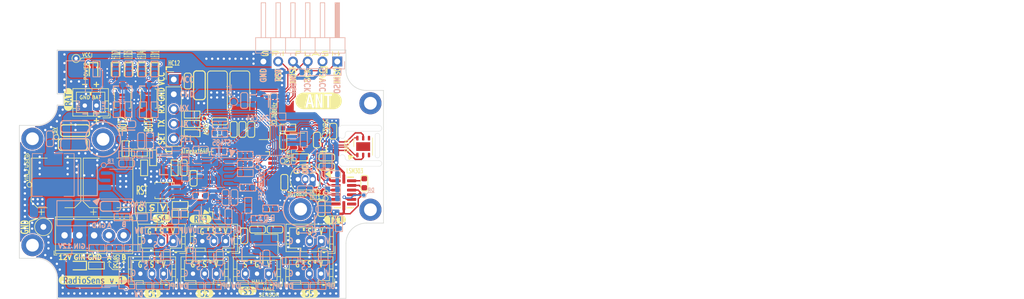
<source format=kicad_pcb>
(kicad_pcb (version 20211014) (generator pcbnew)
  (layers (0 "F.Cu" signal) (31 "B.Cu" signal) (34 "B.Paste" user) (35 "F.Paste" user) (36 "B.SilkS" user "B.Silkscreen") (37 "F.SilkS" user "F.Silkscreen") (38 "B.Mask" user) (39 "F.Mask" user) (44 "Edge.Cuts" user))
  (net 0 "")
  (net 1 "GND")
  (net 2 "XTAL2")
  (net 3 "XTAL1")
  (net 4 "VCC")
  (net 5 "RESET")
  (net 6 "Net-(HL3-Pad1)")
  (net 7 "Net-(HL4-Pad1)")
  (net 8 "Net-(HL5-Pad1)")
  (net 9 "Net-(HL6-Pad1)")
  (net 10 "TXD0")
  (net 11 "RXD0")
  (net 12 "TXD1")
  (net 13 "RXD1")
  (net 16 "/Battery/BAT_UNFUSED")
  (net 17 "12V")
  (net 18 "5V")
  (net 19 "Net-(HL1-Pad1)")
  (net 20 "Net-(C18-Pad1)")
  (net 21 "TOSC1")
  (net 22 "TOSC2")
  (net 23 "AVCC")
  (net 24 "BUT_2")
  (net 25 "ADC_BAT_VOL")
  (net 26 "BUT_1")
  (net 27 "AREF")
  (net 28 "/Voltage Regulator 3.3V/VOUT")
  (net 29 "HC12_SET")
  (net 30 "DS18B20_DQ")
  (net 31 "MOSI")
  (net 32 "MISO")
  (net 33 "SCK")
  (net 34 "RS485_SET")
  (net 35 "Net-(C46-Pad1)")
  (net 36 "IIC_SCL")
  (net 37 "IIC_SDA")
  (net 38 "Net-(DA1-Pad3)")
  (net 39 "Net-(DA1-Pad4)")
  (net 40 "BAT_DIV_EN")
  (net 41 "LED_1")
  (net 42 "LED_2")
  (net 43 "LED_3")
  (net 44 "LED_4")
  (net 45 "SENS_1")
  (net 46 "SENS_2")
  (net 47 "SENS_3")
  (net 48 "SENS_4")
  (net 49 "SENS_5")
  (net 50 "Net-(DA1-Pad5)")
  (net 51 "/RS485/DE")
  (net 52 "ADC_EXTERN_VOL")
  (net 55 "/DC-DC XL1509/FB")
  (net 59 "/DC-DC XL1509/OUT")
  (net 60 "/DC-DC XL1509/EN")
  (net 61 "Net-(DD2-Pad1)")
  (net 62 "/Voltage Regulator 3V/VIN")
  (net 63 "Net-(HL2-Pad1)")
  (net 64 "Net-(DD2-Pad4)")
  (net 65 "/IIC Connector/C1")
  (net 66 "/IIC Connector/SETC")
  (net 67 "/IIC Connector/SETP")
  (net 75 "Net-(DD4-Pad9)")
  (net 76 "/3VDC")
  (net 78 "3V_EN")
  (net 79 "/RS485/A_RS485")
  (net 80 "/RS485/B_RS485")
  (net 81 "/GND_RAW")
  (net 82 "/Sensor 1/SIGNAL")
  (net 83 "/Sensor 6/SIGNAL")
  (net 84 "/Sensor 7/SIGNAL")
  (net 85 "/Sensor 2/SIGNAL")
  (net 86 "/Sensor 4/SIGNAL")
  (net 87 "/Sensor 5/SIGNAL")
  (net 88 "/DC-DC XL1509/VIN_FUSED")
  (net 89 "Net-(DD5-Pad7)")
  (net 90 "Net-(R28-Pad2)")
  (net 91 "Net-(R29-Pad2)")
  (net 92 "Net-(R62-Pad2)")
  (net 93 "Net-(R65-Pad2)")
  (net 94 "Net-(R66-Pad2)")
  (net 95 "/IIC Connector/INT2")
  (net 96 "/IIC Connector/INT1")
  (footprint "Resistor_SMD:R_0603_1608Metric" (layer "F.Cu") (at 96.419815 105.34818 180)
    (fp_text reference "R15" hide)
    (fp_text value "100")
  )
  (footprint "Resistor_SMD:R_0603_1608Metric" (layer "F.Cu") (at 87.019815 95.64818 -90)
    (fp_text reference "R31" hide)
    (fp_text value "300k")
  )
  (footprint "LED_SMD:LED_0603_1608Metric" (layer "F.Cu") (at 78.819815 115.74818 180)
    (fp_text reference "HL6" hide)
    (fp_text value "RED")
  )
  (footprint "LED_SMD:LED_0603_1608Metric" (layer "F.Cu") (at 87.554839 82.34818 -90)
    (fp_text reference "HL4" hide)
    (fp_text value "RED")
  )
  (footprint "kibuzzard-633978C2" (layer "F.Cu") (at 123.019815 107.84818)
    (fp_text reference "kibuzzard-633978C2" hide)
    (fp_text value "G***" hide)
  )
  (footprint "Package_DFN_QFN:DFN-6-1EP_3x3mm_P1mm_EP1.5x2.4mm" (layer "F.Cu") (at 127.869815 95.29818 90)
    (fp_text reference "DA4" hide)
    (fp_text value "SHT21")
  )
  (footprint "Button_Switch_SMD:SW_SPST_B3U-1000P" (layer "F.Cu") (at 91.019815 87.04818 -90)
    (fp_text reference "SB2" hide)
    (fp_text value "3x4mm")
  )
  (footprint "Connector_JST:JST_PH_B3B-PH-K_1x03_P2.00mm_Vertical" (layer "F.Cu") (at 95.219815 111.54818 180)
    (fp_text reference "XT7" hide)
    (fp_text value "NXW-03")
  )
  (footprint "Capacitor_SMD:C_0603_1608Metric" (layer "F.Cu") (at 103.219815 90.94818 180)
    (fp_text reference "C19" hide)
    (fp_text value "0.1u/50V")
  )
  (footprint "LED_SMD:LED_0603_1608Metric" (layer "F.Cu") (at 85.319815 82.34818 -90)
    (fp_text reference "HL1" hide)
    (fp_text value "RED")
  )
  (footprint "TestPoint:TestPoint_Pad_D0.6mm" (layer "F.Cu") (at 121.219815 93.34818)
    (fp_text reference "XB12" hide)
    (fp_text value "XB_TP_0.6MM")
  )
  (footprint "TestPoint:TestPoint_Loop_D2.50mm_Drill1.0mm_LowProfile" (layer "F.Cu") (at 72.9 109.1)
    (fp_text reference "XP9" hide)
    (fp_text value "Testpoint")
  )
  (footprint "Resistor_SMD:R_0603_1608Metric" (layer "F.Cu") (at 98.469815 92.99818)
    (fp_text reference "R18" hide)
    (fp_text value "22")
  )
  (footprint "Package_TO_SOT_THT:TO-92_Inline" (layer "F.Cu") (at 116.649815 100.90818)
    (fp_text reference "DD3" hide)
    (fp_text value "DS18B20")
  )
  (footprint "Resistor_SMD:R_0603_1608Metric" (layer "F.Cu") (at 114.919815 92.04818 180)
    (fp_text reference "R71" hide)
    (fp_text value "0")
  )
  (footprint "Capacitor_SMD:C_0603_1608Metric" (layer "F.Cu") (at 109.719815 109.54818 180)
    (fp_text reference "C21" hide)
    (fp_text value "22/50V")
  )
  (footprint "MountingHole:MountingHole_2.2mm_M2_DIN965_Pad" (layer "F.Cu") (at 71.019815 93.94818)
    (fp_text reference "J3" hide)
    (fp_text value "Spacer M2")
  )
  (footprint "Capacitor_SMD:CP_Elec_8x6.5" (layer "F.Cu") (at 75.069815 101.54818 90)
    (fp_text reference "C27" hide)
    (fp_text value "47u/50V")
  )
  (footprint "Capacitor_SMD:C_0603_1608Metric" (layer "F.Cu") (at 107.419815 110.64818 90)
    (fp_text reference "C24" hide)
    (fp_text value "0.1u/50V")
  )
  (footprint "kibuzzard-63397779" (layer "F.Cu") (at 81.419815 118.24818)
    (fp_text reference "kibuzzard-63397779" hide)
    (fp_text value "G***" hide)
  )
  (footprint "TestPoint:TestPoint_Pad_D0.6mm" (layer "F.Cu") (at 121.419815 104.19818)
    (fp_text reference "XB9" hide)
    (fp_text value "XB_TP_0.6MM")
  )
  (footprint "Connector_JST:JST_PH_B3B-PH-K_1x03_P2.00mm_Vertical" (layer "F.Cu") (at 120.669815 111.54818 180)
    (fp_text reference "XT5" hide)
    (fp_text value "NXW-03")
  )
  (footprint "Capacitor_SMD:C_0603_1608Metric" (layer "F.Cu") (at 121.619815 97.14818 180)
    (fp_text reference "C37" hide)
    (fp_text value "0.1u/50V")
  )
  (footprint "TestPoint:TestPoint_Pad_D0.6mm" (layer "F.Cu") (at 121.419815 103.19818)
    (fp_text reference "XB8" hide)
    (fp_text value "XB_TP_0.6MM")
  )
  (footprint "Connector_JST:JST_PH_B3B-PH-K_1x03_P2.00mm_Vertical" (layer "F.Cu") (at 102.619815 117.14818 180)
    (fp_text reference "XT6" hide)
    (fp_text value "NXW-03")
  )
  (footprint "Connector_JST:JST_PH_B3B-PH-K_1x03_P2.00mm_Vertical" (layer "F.Cu") (at 104.219815 111.54818 180)
    (fp_text reference "XT3" hide)
    (fp_text value "NXW-03")
  )
  (footprint "RF_Module:HC12_PLS" (layer "F.Cu") (at 107.744815 88.84818 -90)
    (fp_text reference "DA1" hide)
    (fp_text value "HC-12")
  )
  (footprint "MountingHole:MountingHole_2.2mm_M2_DIN965_Pad" (layer "F.Cu") (at 71.019815 112.24818)
    (fp_text reference "J4" hide)
    (fp_text value "Spacer M2")
  )
  (footprint "kibuzzard-6339789C" (layer "F.Cu") (at 93.219815 107.64818)
    (fp_text reference "kibuzzard-6339789C" hide)
    (fp_text value "G***" hide)
  )
  (footprint "TestPoint:TestPoint_Pad_D0.6mm" (layer "F.Cu") (at 70.519815 101.84818)
    (fp_text reference "XB5" hide)
    (fp_text value "XB_TP_0.6MM")
  )
  (footprint "Connector_JST:JST_PH_B3B-PH-K_1x03_P2.00mm_Vertical" (layer "F.Cu") (at 111.619815 117.14818 180)
    (fp_text reference "XT10" hide)
    (fp_text value "NXW-03")
  )
  (footprint "Capacitor_SMD:C_0603_1608Metric" (layer "F.Cu") (at 119.919815 94.14818 90)
    (fp_text reference "C46" hide)
    (fp_text value "2.2u/25V")
  )
  (footprint "Resistor_SMD:R_0603_1608Metric" (layer "F.Cu") (at 82.019815 115.74818 180)
    (fp_text reference "R64" hide)
    (fp_text value "4.7k")
  )
  (footprint "Capacitor_SMD:C_0603_1608Metric" (layer "F.Cu") (at 98.719815 100.74818 -90)
    (fp_text reference "C23" hide)
    (fp_text value "0.1u/50V")
  )
  (footprint "Capacitor_SMD:C_0603_1608Metric" (layer "F.Cu") (at 114.319815 101.44818 90)
    (fp_text reference "C22" hide)
    (fp_text value "0.1u/50V")
  )
  (footprint "kibuzzard-63397852" (layer "F.Cu") (at 91.619815 120.54818)
    (fp_text reference "kibuzzard-63397852" hide)
    (fp_text value "G***" hide)
  )
  (footprint "kibuzzard-63397848" (layer "F.Cu") (at 107.969815 120.09818)
    (fp_text reference "kibuzzard-63397848" hide)
    (fp_text value "G***" hide)
  )
  (footprint "TestPoint:TestPoint_Pad_D0.5mm" (layer "F.Cu") (at 100.569815 90.39818 180)
    (fp_text reference "XB4" hide)
    (fp_text value "XB_TP_0.5MM")
  )
  (footprint "Capacitor_SMD:C_0603_1608Metric" (layer "F.Cu") (at 114.119815 94.42318 -90)
    (fp_text reference "C45" hide)
    (fp_text value "1u/25V")
  )
  (footprint "Capacitor_Tantalum_SMD:CP_EIA-6032-28_Kemet-C" (layer "F.Cu") (at 102.819815 86.04818 -90)
    (fp_text reference "C3" hide)
    (fp_text value "100u/10V")
  )
  (footprint "kibuzzard-633979A2" (layer "F.Cu") (at 77.169815 87.19818 90)
    (fp_text reference "kibuzzard-633979A2" hide)
    (fp_text value "G***" hide)
  )
  (footprint "LED_SMD:LED_0603_1608Metric" (layer "F.Cu") (at 81.519815 82.34818 -90)
    (fp_text reference "HL3" hide)
    (fp_text value "RED")
  )
  (footprint "kibuzzard-633978AE" (layer "F.Cu") (at 99.919815 107.74818)
    (fp_text reference "kibuzzard-633978AE" hide)
    (fp_text value "G***" hide)
  )
  (footprint "Resistor_SMD:R_0603_1608Metric" (layer "F.Cu") (at 90.219815 98.94818 90)
    (fp_text reference "R30" hide)
    (fp_text value "0")
  )
  (footprint "Capacitor_SMD:C_1206_3216Metric_Pad1.42x1.75mm_HandSolder" (layer "F.Cu") (at 78.319815 92.54818)
    (fp_text reference "C33" hide)
    (fp_text value "100u/6.3V")
  )
  (footprint "Capacitor_SMD:C_0603_1608Metric" (layer "F.Cu") (at 107.119815 92.34818 90)
    (fp_text reference "C17" hide)
    (fp_text value "7/50V")
  )
  (footprint "kibuzzard-6339783C" (layer "F.Cu") (at 100.619815 120.54818)
    (fp_text reference "kibuzzard-6339783C" hide)
    (fp_text value "G***" hide)
  )
  (footprint "Resistor_SMD:R_0603_1608Metric" (layer "F.Cu") (at 96.419815 106.84818 180)
    (fp_text reference "R43" hide)
    (fp_text value "100")
  )
  (footprint "Crystal:Crystal_SMD_SeikoEpson_MC146-4Pin_6.7x1.5mm" (layer "F.Cu") (at 110.919815 90.14818 90)
    (fp_text reference "BQ1" hide)
    (fp_text value "KX–327L")
  )
  (footprint "Package_QFP:TQFP-44_10x10mm_P0.8mm" (layer "F.Cu") (at 106.608693 101.34818 90)
    (fp_text reference "DD1" hide)
    (fp_text value "ATmega164PV-10AU")
  )
  (footprint "Resistor_SMD:R_0603_1608Metric" (layer "F.Cu") (at 91.769815 97.22318 -90)
    (fp_text reference "R29" hide)
    (fp_text value "0")
  )
  (footprint "Package_TO_SOT_SMD:SOT-23-5" (layer "F.Cu") (at 117.019815 94.54818)
    (fp_text reference "DA6" hide)
    (fp_text value "LP2981-30DBVR")
  )
  (footprint "Capacitor_SMD:C_0603_1608Metric" (layer "F.Cu") (at 108.619815 92.34818 90)
    (fp_text reference "C14" hide)
    (fp_text value "7/50V")
  )
  (footprint "TestPoint:TestPoint_Pad_D0.6mm" (layer "F.Cu") (at 114.019815 97.74818)
    (fp_text reference "XB11" hide)
    (fp_text value "XB_TP_0.6MM")
  )
  (footprint "MountingHole:MountingHole_2.2mm_M2_DIN965_Pad" (layer "F.Cu") (at 117.119815 106.04818)
    (fp_text reference "J2" hide)
    (fp_text value "Spacer M2")
  )
  (footprint "Capacitor_SMD:CP_Elec_8x6.5" (layer "F.Cu") (at 84.019815 101.54818 90)
    (fp_text reference "C26" hide)
    (fp_text value "47u/50V")
  )
  (footprint "Resistor_SMD:R_0603_1608Metric" (layer "F.Cu") (at 98.469815 91.39818)
    (fp_text reference "R17" hide)
    (fp_text value "22")
  )
  (footprint "Capacitor_SMD:C_0603_1608Metric" (layer "F.Cu") (at 112.719815 109.54818)
    (fp_text reference "C20" hide)
    (fp_text value "22/50V")
  )
  (footprint "LED_SMD:LED_0603_1608Metric" (layer "F.Cu") (at 92.024888 82.34818 -90)
    (fp_text reference "HL2" hide)
    (fp_text value "RED")
  )
  (footprint "Resistor_SMD:R_0603_1608Metric" (layer "F.Cu") (at 95.469815 98.94818 90)
    (fp_text reference "R28" hide)
    (fp_text value "100")
  )
  (footprint "MountingHole:MountingHole_2.2mm_M2_DIN965_Pad" (layer "F.Cu") (at 83.160251 94.045062)
    (fp_text reference "J1" hide)
    (fp_text value "Spacer M2")
  )
  (footprint "Resistor_SMD:R_0603_1608Metric" (layer "F.Cu") (at 98.469815 89.79818)
    (fp_text reference "R16" hide)
    (fp_text value "22")
  )
  (footprint "Button_Switch_SMD:SW_SPST_B3U-1000P" (layer "F.Cu") (at 86.519815 87.04818 -90)
    (fp_text reference "SB1" hide)
    (fp_text value "3x4mm")
  )
  (footprint "Capacitor_SMD:C_0603_1608Metric" (layer "F.Cu") (at 128.069815 101.59818 -90)
    (fp_text reference "C39" hide)
    (fp_text value "0.22u/50V")
  )
  (footprint "Resistor_SMD:R_0603_1608Metric" (layer "F.Cu") (at 117.119815 97.14818)
    (fp_text reference "R72" hide)
    (fp_text value "1")
  )
  (footprint "Connector_JST:JST_PH_B3B-PH-K_1x03_P2.00mm_Vertical" (layer "F.Cu") (at 93.569815 117.14818 180)
    (fp_text reference "XT2" hide)
    (fp_text value "NXW-03")
  )
  (footprint "LED_SMD:LED_0603_1608Metric" (layer "F.Cu") (at 89.819815 82.34818 -90)
    (fp_text reference "HL5" hide)
    (fp_text value "RED")
  )
  (footprint "Connector_JST:JST_PH_B3B-PH-K_1x03_P2.00mm_Vertical" (layer "F.Cu") (at 120.619815 117.14818 180)
    (fp_text reference "XT8" hide)
    (fp_text value "NXW-03")
  )
  (footprint "kibuzzard-6339785C" (layer "F.Cu") (at 118.619815 120.54818)
    (fp_text reference "kibuzzard-6339785C" hide)
    (fp_text value "G***" hide)
  )
  (footprint "Capacitor_SMD:C_0603_1608Metric" (layer "F.Cu") (at 122.719815 92.64818 90)
    (fp_text reference "C36" hide)
    (fp_text value "0.1u/50V")
  )
  (footprint "kibuzzard-633978F6" (layer "F.Cu") (at 120.219815 87.44818)
    (fp_text reference "kibuzzard-633978F6" hide)
    (fp_text value "G***" hide)
  )
  (footprint "TerminalBlock_Phoenix:TerminalBlock_DG308-2.54-05P-14-00A(H)" (layer "F.Cu") (at 76.539815 110.54818)
    (fp_text reference "XT1" hide)
    (fp_text value "DG308-2.54-05P-14-00A[H]")
  )
  (footprint "MountingHole:MountingHole_2.2mm_M2_DIN965_Pad" (layer "F.Cu") (at 129.119815 87.84818)
    (fp_text reference "J5" hide)
    (fp_text value "Spacer M2")
  )
  (footprint "Resistor_SMD:R_0603_1608Metric" (layer "F.Cu") (at 89.419815 96.34818)
    (fp_text reference "R32" hide)
    (fp_text value "100k")
  )
  (footprint "Capacitor_SMD:C_0603_1608Metric" (layer "F.Cu") (at 105.619815 92.34818 -90)
    (fp_text reference "C15" hide)
    (fp_text value "0.1u/50V")
  )
  (footprint "Capacitor_SMD:C_1206_3216Metric_Pad1.42x1.75mm_HandSolder" (layer "F.Cu") (at 77.919815 94.94818)
    (fp_text reference "C34" hide)
    (fp_text value "100u/6.3V")
  )
  (footprint "Capacitor_SMD:C_0603_1608Metric" (layer "F.Cu") (at 121.619815 98.74818 180)
    (fp_text reference "C35" hide)
    (fp_text value "10u/6.3V")
  )
  (footprint "Capacitor_SMD:C_0603_1608Metric" (layer "F.Cu") (at 97.719815 84.02318 -90)
    (fp_text reference "C6" hide)
    (fp_text value "0.1u/50V")
  )
  (footprint "Capacitor_SMD:C_1206_3216Metric_Pad1.42x1.75mm_HandSolder" (layer "F.Cu") (at 99.719815 84.73568 -90)
    (fp_text reference "C5" hide)
    (fp_text value "10u/16V")
  )
  (footprint "TestPoint:TestPoint_Pad_D1.0mm" (layer "F.Cu") (at 78.519815 80.14818)
    (fp_text reference "XB2" hide)
    (fp_text value "XB_TP_1.0MM")
  )
  (footprint "TestPoint:TestPoint_Pad_D0.6mm" (layer "F.Cu") (at 75.119815 93.64818)
    (fp_text reference "XB7" hide)
    (fp_text value "XB_TP_0.6MM")
  )
  (footprint "MountingHole:MountingHole_2.2mm_M2_DIN965_Pad" (layer "F.Cu") (at 129.119815 106.14818)
    (fp_text reference "J6" hide)
    (fp_text value "Spacer M2")
  )
  (footprint "Capacitor_SMD:C_0603_1608Metric" (layer "F.Cu") (at 97.019815 98.94818 90)
    (fp_text reference "C9" hide)
    (fp_text value "1u/25V")
  )
  (footprint "Inductor_SMD:L_0805_2012Metric" (layer "F.Cu") (at 103.019815 92.74818)
    (fp_text reference "L1" hide)
    (fp_text value "10u")
  )
  (footprint "Crystal:Crystal_SMD_3225-4Pin_3.2x2.5mm" (layer "F.Cu") (at 111.219815 112.04818 180)
    (fp_text reference "BQ2" hide)
    (fp_text value "3225 8MHz")
  )
  (footprint "Capacitor_SMD:C_0603_1608Metric" (layer "F.Cu") (at 120.719815 105.94818 -90)
    (fp_text reference "C38" hide)
    (fp_text value "4.7u/6.3V")
  )
  (footprint "Capacitor_Tantalum_SMD:CP_EIA-6032-28_Kemet-C" (layer "F.Cu") (at 106.669815 86.04818 -90)
    (fp_text reference "C4" hide)
    (fp_text value "100u/10V")
  )
  (footprint "Button_Switch_SMD:SW_SPST_B3U-1000P" (layer "F.Cu") (at 93.719815 102.84818)
    (fp_text reference "SB3" hide)
    (fp_text value "3x4mm")
  )
  (footprint "Package_LGA:LGA-14_3x5mm_P0.8mm_HandSoldering" (layer "F.Cu") (at 124.544815 103.17318)
    (fp_text reference "DD4" hide)
    (fp_text value "LSM303DLHC")
  )
  (footprint "Connector_JST:JST_PH_B2B-PH-K_1x02_P2.00mm_Vertical" (layer "F.Cu") (at 82.019815 88.24818 180)
    (fp_text reference "XT4" hide)
    (fp_text value "NXW-02")
  )
  (footprint "Resistor_SMD:R_0603_1608Metric" (layer "B.Cu") (at 117.819815 109.54818 180)
    (fp_text reference "R34" hide)
    (fp_text value "300k")
  )
  (footprint "Capacitor_SMD:C_0603_1608Metric" (layer "B.Cu") (at 104.719815 107.34818 90)
    (fp_text reference "C8" hide)
    (fp_text value "0.1u/50V")
  )
  (footprint "Capacitor_SMD:C_0603_1608Metric" (layer "B.Cu") (at 94.119815 114.34818 90)
    (fp_text reference "C2" hide)
    (fp_text value "0.1u/50V")
  )
  (footprint "Fuse:Fuse_0805_2012Metric" (layer "B.Cu") (at 81.969815 85.44818 -90)
    (fp_text reference "FU1" hide)
    (fp_text value "0.3A")
  )
  (footprint "Resistor_SMD:R_0603_1608Metric" (layer "B.Cu") (at 108.019815 102.34818 180)
    (fp_text reference "R6" hide)
    (fp_text value "22")
  )
  (footprint "Package_TO_SOT_SMD:SOT-23" (layer "B.Cu") (at 92.969815 107.14818 -90)
    (fp_text reference "VD9" hide)
    (fp_text value "BAT54S.215")
  )
  (footprint "Resistor_SMD:R_0603_1608Metric" (layer "B.Cu") (at 92.019815 88.94818 90)
    (fp_text reference "R37" hide)
    (fp_text value "300k")
  )
  (footprint "Fuse:Fuse_1206_3216Metric" (layer "B.Cu") (at 72.719815 106.54818 180)
    (fp_text reference "FU2" hide)
    (fp_text value "1A")
  )
  (footprint "Package_TO_SOT_SMD:SOT-23" (layer "B.Cu") (at 110.019815 87.14818 90)
    (fp_text reference "DA2" hide)
    (fp_text value "XC6206P122MR-G")
  )
  (footprint "Capacitor_SMD:C_0603_1608Metric" (layer "B.Cu") (at 121.119815 106.04818 180)
    (fp_text reference "C10" hide)
    (fp_text value "0.1u/50V")
  )
  (footprint "Capacitor_SMD:C_0603_1608Metric" (layer "B.Cu") (at 107.419815 87.37318 90)
    (fp_text reference "C18" hide)
    (fp_text value "10u/6.3V")
  )
  (footprint "Package_TO_SOT_SMD:SOT-23" (layer "B.Cu") (at 93.619815 98.54818 180)
    (fp_text reference "VD1" hide)
    (fp_text value "CDSOT23-SM712")
  )
  (footprint "Capacitor_SMD:C_0805_2012Metric_Pad1.15x1.40mm_HandSolder" (layer "B.Cu") (at 84.419815 105.54818 180)
    (fp_text reference "C28" hide)
    (fp_text value "1u/50V")
  )
  (footprint "Inductor_SMD:L_Wuerth_HCM-7050" (layer "B.Cu") (at 74.594815 100.17318 90)
    (fp_text reference "L2" hide)
    (fp_text value "47uH/2A")
  )
  (footprint "Resistor_SMD:R_0603_1608Metric" (layer "B.Cu") (at 91.219815 94.24818 -90)
    (fp_text reference "R1" hide)
    (fp_text value "0")
  )
  (footprint "Diode_SMD:D_SMA" (layer "B.Cu") (at 78.469815 83.94818 -90)
    (fp_text reference "VD5" hide)
    (fp_text value "SMAJ5.0A")
  )
  (footprint "Package_TO_SOT_SMD:SOT-23" (layer "B.Cu") (at 118.619815 114.34818 -90)
    (fp_text reference "VD10" hide)
    (fp_text value "BAT54S.215")
  )
  (footprint "Capacitor_SMD:C_0603_1608Metric" (layer "B.Cu") (at 105.719815 104.04818 90)
    (fp_text reference "C25" hide)
    (fp_text value "0.1u/50V")
  )
  (footprint "Resistor_SMD:R_0603_1608Metric" (layer "B.Cu") (at 107.597246 96.721407 180)
    (fp_text reference "R4" hide)
    (fp_text value "22")
  )
  (footprint "Resistor_SMD:R_0603_1608Metric" (layer "B.Cu") (at 103.319815 91.54818 180)
    (fp_text reference "R50" hide)
    (fp_text value "0")
  )
  (footprint "Resistor_SMD:R_0603_1608Metric" (layer "B.Cu") (at 122.619815 100.04818 180)
    (fp_text reference "R60" hide)
    (fp_text value "4.7k")
  )
  (footprint "Capacitor_SMD:C_0603_1608Metric" (layer "B.Cu") (at 89.719815 94.24818 90)
    (fp_text reference "C42" hide)
    (fp_text value "10u/6.3V")
  )
  (footprint "Resistor_SMD:R_0603_1608Metric" (layer "B.Cu") (at 103.819815 109.64818 180)
    (fp_text reference "R24" hide)
    (fp_text value "300k")
  )
  (footprint "Resistor_SMD:R_0603_1608Metric" (layer "B.Cu") (at 87.219815 96.64818)
    (fp_text reference "R57" hide)
    (fp_text value "3.1k")
  )
  (footprint "Resistor_SMD:R_1206_3216Metric" (layer "B.Cu") (at 76.969815 113.04818)
    (fp_text reference "R63" hide)
    (fp_text value "0")
  )
  (footprint "Diode_SMD:D_SMB" (layer "B.Cu") (at 78.769815 106.74818)
    (fp_text reference "VD12" hide)
    (fp_text value "SMBJ28CA")
  )
  (footprint "Resistor_SMD:R_0603_1608Metric" (layer "B.Cu") (at 117.669815 94.04818 90)
    (fp_text reference "R61" hide)
    (fp_text value "0")
  )
  (footprint "Resistor_SMD:R_0603_1608Metric" (layer "B.Cu") (at 122.619815 102.64818 180)
    (fp_text reference "R59" hide)
    (fp_text value "4.7k")
  )
  (footprint "Resistor_SMD:R_0603_1608Metric" (layer "B.Cu") (at 103.119815 96.14818 180)
    (fp_text reference "R8" hide)
    (fp_text value "10k")
  )
  (footprint "Capacitor_SMD:C_0603_1608Metric" (layer "B.Cu") (at 99.919815 95.84818)
    (fp_text reference "C1" hide)
    (fp_text value "1u/25V")
  )
  (footprint "Capacitor_SMD:C_1206_3216Metric_Pad1.42x1.75mm_HandSolder" (layer "B.Cu") (at 78.319815 94.94818)
    (fp_text reference "C32" hide)
    (fp_text value "100u/6.3V")
  )
  (footprint "Package_TO_SOT_SMD:SOT-23" (layer "B.Cu") (at 121.119815 108.54818 -90)
    (fp_text reference "VD6" hide)
    (fp_text value "BAT54S.215")
  )
  (footprint "Resistor_SMD:R_0603_1608Metric" (layer "B.Cu") (at 94.819815 109.69818 180)
    (fp_text reference "R41" hide)
    (fp_text value "300k")
  )
  (footprint "Resistor_SMD:R_0603_1608Metric" (layer "B.Cu") (at 85.119815 112.74818)
    (fp_text reference "R68" hide)
    (fp_text value "10k")
  )
  (footprint "Resistor_SMD:R_0603_1608Metric" (layer "B.Cu") (at 99.119815 119.24818 180)
    (fp_text reference "R39" hide)
    (fp_text value "300k")
  )
  (footprint "Resistor_SMD:R_0603_1608Metric" (layer "B.Cu") (at 107.619815 98.271407 180)
    (fp_text reference "R5" hide)
    (fp_text value "22")
  )
  (footprint "Capacitor_SMD:C_0603_1608Metric" (layer "B.Cu") (at 74.019815 93.94818 90)
    (fp_text reference "C30" hide)
    (fp_text value "1u/25V")
  )
  (footprint "Resistor_SMD:R_0603_1608Metric" (layer "B.Cu") (at 90.319815 96.64818)
    (fp_text reference "R58" hide)
    (fp_text value "1k")
  )
  (footprint "Resistor_SMD:R_0603_1608Metric" (layer "B.Cu") (at 113.219815 90.14818 180)
    (fp_text reference "R2" hide)
    (fp_text value "0")
  )
  (footprint "Resistor_SMD:R_0603_1608Metric" (layer "B.Cu") (at 111.094815 119.24818 180)
    (fp_text reference "R69" hide)
    (fp_text value "4.7k")
  )
  (footprint "Resistor_SMD:R_0603_1608Metric" (layer "B.Cu") (at 108.119815 105.39818 90)
    (fp_text reference "R54" hide)
    (fp_text value "4.7k")
  )
  (footprint "Capacitor_SMD:C_0603_1608Metric" (layer "B.Cu") (at 115.019815 97.74818 180)
    (fp_text reference "C40" hide)
    (fp_text value "0.1u/50V")
  )
  (footprint "Capacitor_SMD:C_0603_1608Metric" (layer "B.Cu") (at 117.919815 102.64818 180)
    (fp_text reference "C7" hide)
    (fp_text value "1u/25V")
  )
  (footprint "Resistor_SMD:R_0603_1608Metric" (layer "B.Cu") (at 123.719815 108.54818 90)
    (fp_text reference "R33" hide)
    (fp_text value "300k")
  )
  (footprint "Resistor_SMD:R_0603_1608Metric" (layer "B.Cu") (at 90.219815 119.24818 180)
    (fp_text reference "R14" hide)
    (fp_text value "300k")
  )
  (footprint "Resistor_SMD:R_0603_1608Metric" (layer "B.Cu") (at 87.219815 119.14818)
    (fp_text reference "R62" hide)
    (fp_text value "4.7k")
  )
  (footprint "Package_TO_SOT_SMD:SOT-23" (layer "B.Cu") (at 91.019815 85.64818 90)
    (fp_text reference "VD7" hide)
    (fp_text value "BAT54S.215")
  )
  (footprint "Package_TO_SOT_SMD:SOT-23" (layer "B.Cu") (at 101.619815 107.04818 -90)
    (fp_text reference "VD4" hide)
    (fp_text value "BAT54S.215")
  )
  (footprint "Resistor_SMD:R_0603_1608Metric" (layer "B.Cu") (at 102.119815 119.24818 180)
    (fp_text reference "R38" hide)
    (fp_text value "300k")
  )
  (footprint "Resistor_SMD:R_0603_1608Metric" (layer "B.Cu") (at 119.619815 82.49818 180)
    (fp_text reference "R52" hide)
    (fp_text value "4.7k")
  )
  (footprint "Resistor_SMD:R_0603_1608Metric" (layer "B.Cu") (at 108.119815 119.24818 180)
    (fp_text reference "R70" hide)
    (fp_text value "4.7k")
  )
  (footprint "Resistor_SMD:R_0603_1608Metric" (layer "B.Cu") (at 115.319815 114.94818)
    (fp_text reference "R46" hide)
    (fp_text value "100")
  )
  (footprint "Resistor_SMD:R_0603_1608Metric" (layer "B.Cu") (at 89.819815 81.94818 90)
    (fp_text reference "R48" hide)
    (fp_text value "4.7k")
  )
  (footprint "Capacitor_SMD:C_0603_1608Metric" (layer "B.Cu") (at 87.219815 98.19818)
    (fp_text reference "C29" hide)
    (fp_text value "3.3n/50V")
  )
  (footprint "Resistor_SMD:R_0603_1608Metric" (layer "B.Cu") (at 85.319815 81.94818 90)
    (fp_text reference "R12" hide)
    (fp_text value "4.7k")
  )
  (footprint "Capacitor_SMD:C_0603_1608Metric" (layer "B.Cu") (at 95.569815 107.34818 90)
    (fp_text reference "C12" hide)
    (fp_text value "0.1u/50V")
  )
  (footprint "Resistor_SMD:R_0603_1608Metric" (layer "B.Cu") (at 98.019815 114.04818 -90)
    (fp_text reference "R40" hide)
    (fp_text value "100")
  )
  (footprint "Resistor_SMD:R_0603_1608Metric" (layer "B.Cu") (at 120.119815 119.24818 180)
    (fp_text reference "R44" hide)
    (fp_text value "300k")
  )
  (footprint "Package_TO_SOT_SMD:SOT-23" (layer "B.Cu") (at 91.519815 114.34818 -90)
    (fp_text reference "VD2" hide)
    (fp_text value "BAT54S.215")
  )
  (footprint "Capacitor_SMD:C_0603_1608Metric" (layer "B.Cu") (at 87.419815 91.44818)
    (fp_text reference "C41" hide)
    (fp_text value "10u/6.3V")
  )
  (footprint "Resistor_SMD:R_0603_1608Metric" (layer "B.Cu") (at 99.919815 103.74818 180)
    (fp_text reference "R65" hide)
    (fp_text value "100")
  )
  (footprint "Connector_PinHeader_2.54mm:PinHeader_1x06_P2.54mm_Horizontal" (layer "B.Cu") (at 123.419815 80.675 90)
    (fp_text reference "XT9" hide)
    (fp_text value "PLS2.54-6")
  )
  (footprint "Resistor_SMD:R_0603_1608Metric" (layer "B.Cu") (at 122.619815 104.19818)
    (fp_text reference "R3" hide)
    (fp_text value "0")
  )
  (footprint "Resistor_SMD:R_0603_1608Metric" (layer "B.Cu") (at 88.144815 112.74818 180)
    (fp_text reference "R66" hide)
    (fp_text value "0")
  )
  (footprint "Resistor_SMD:R_0603_1608Metric" (layer "B.Cu") (at 82.119815 112.74818)
    (fp_text reference "R67" hide)
    (fp_text value "300k")
  )
  (footprint "Capacitor_SMD:C_0603_1608Metric" (layer "B.Cu") (at 104.219815 104.04818 -90)
    (fp_text reference "C43" hide)
    (fp_text value "1u/25V")
  )
  (footprint "Package_SO:PowerPAK_SO-8_Single_HandSoldering" (layer "B.Cu") (at 81.419815 116.94818 180)
    (fp_text reference "VT1" hide)
    (fp_text value "SIR182DP")
  )
  (footprint "Resistor_SMD:R_0603_1608Metric" (layer "B.Cu") (at 116.519815 82.54818)
    (fp_text reference "R51" hide)
    (fp_text value "4.7k")
  )
  (footprint "Crystal:Crystal_SMD_5032-2Pin_5.0x3.2mm" (layer "B.Cu") (at 111.3 110.4 180)
    (fp_text reference "BQ3")
    (fp_text value "5032 8MHz")
  )
  (footprint "TestPoint:TestPoint_Pad_D1.0mm" (layer "B.Cu") (at 105.619815 87.54818 180)
    (fp_text reference "XB3" hide)
    (fp_text value "XB_TP_1.0MM")
  )
  (footprint "Resistor_SMD:R_0603_1608Metric" (layer "B.Cu") (at 117.119815 119.24818 180)
    (fp_text reference "R45" hide)
    (fp_text value "300k")
  )
  (footprint "Resistor_SMD:R_0603_1608Metric" (layer "B.Cu") (at 93.669815 95.99818)
    (fp_text reference "R9" hide)
    (fp_text value "10k")
  )
  (footprint "Capacitor_SMD:C_1206_3216Metric_Pad1.42x1.75mm_HandSolder" (layer "B.Cu") (at 78.319815 91.84818)
    (fp_text reference "C31" hide)
    (fp_text value "100u/6.3V")
  )
  (footprint "TestPoint:TestPoint_Pad_D0.6mm" (layer "B.Cu") (at 83.269815 98.49818 180)
    (fp_text reference "XB6" hide)
    (fp_text value "XB_TP_0.6MM")
  )
  (footprint "Resistor_SMD:R_0603_1608Metric" (layer "B.Cu") (at 93.219815 119.24818 180)
    (fp_text reference "R13" hide)
    (fp_text value "300k")
  )
  (footprint "Resistor_SMD:R_0603_1608Metric" (layer "B.Cu") (at 82.019815 81.94818 90)
    (fp_text reference "R27" hide)
    (fp_text value "4.7k")
  )
  (footprint "Resistor_SMD:R_0603_1608Metric" (layer "B.Cu") (at 92.024888 81.94818 90)
    (fp_text reference "R21" hide)
    (fp_text value "4.7k")
  )
  (footprint "TestPoint:TestPoint_Pad_D0.6mm" (layer "B.Cu") (at 109.719815 98.84818 180)
    (fp_text reference "XB1" hide)
    (fp_text value "XB_TP_0.6MM")
  )
  (footprint "Package_SO:SOP-8_3.9x4.9mm_P1.27mm" (layer "B.Cu") (at 86.219815 101.74818)
    (fp_text reference "DA3" hide)
    (fp_text value "XL1509")
  )
  (footprint "Resistor_SMD:R_0603_1608Metric" (layer "B.Cu") (at 122.719815 82.44818)
    (fp_text reference "R53" hide)
    (fp_text value "4.7k")
  )
  (footprint "Resistor_SMD:R_0603_1608Metric" (layer "B.Cu") (at 87.554839 81.94818 90)
    (fp_text reference "R47" hide)
    (fp_text value "4.7k")
  )
  (footprint "Resistor_SMD:R_0603_1608Metric" (layer "B.Cu") (at 91.769815 109.69818 180)
    (fp_text reference "R42" hide)
    (fp_text value "300k")
  )
  (footprint "Package_TO_SOT_SMD:SOT-23" (layer "B.Cu") (at 100.619815 114.34818 -90)
    (fp_text reference "VD8" hide)
    (fp_text value "BAT54S.215")
  )
  (footprint "Package_TO_SOT_SMD:SOT-23" (layer "B.Cu") (at 86.519815 85.64818 90)
    (fp_text reference "VD3" hide)
    (fp_text value "BAT54S.215")
  )
  (footprint "Resistor_SMD:R_0603_1608Metric" (layer "B.Cu") (at 109.969815 107.74818 180)
    (fp_text reference "R26" hide)
    (fp_text value "100")
  )
  (footprint "Capacitor_SMD:C_0603_1608Metric" (layer "B.Cu") (at 121.219815 114.34818 90)
    (fp_text reference "C13" hide)
    (fp_text value "0.1u/50V")
  )
  (footprint "Package_TO_SOT_SMD:SOT-23" (layer "B.Cu") (at 108.619815 114.24818 -90)
    (fp_text reference "VD15" hide)
    (fp_text value "BAT54S.215")
  )
  (footprint "Package_TO_SOT_SMD:SOT-23" (layer "B.Cu") (at 87.219815 94.04818 180)
    (fp_text reference "DA5" hide)
    (fp_text value "XC6206P332MR")
  )
  (footprint "Diode_SMD:D_SOD-123" (layer "B.Cu") (at 86.919815 116.04818 90)
    (fp_text reference "VD13" hide)
    (fp_text value "BZT52-C9V1")
  )
  (footprint "Resistor_SMD:R_0603_1608Metric" (layer "B.Cu") (at 107.619815 99.84818 180)
    (fp_text reference "R7" hide)
    (fp_text value "10k")
  )
  (footprint "Resistor_SMD:R_0603_1608Metric" (layer "B.Cu") (at 111.969815 105.94818)
    (fp_text reference "R35" hide)
    (fp_text value "100")
  )
  (footprint "Resistor_SMD:R_0603_1608Metric" (layer "B.Cu") (at 103.219815 93.09818 180)
    (fp_text reference "R49" hide)
    (fp_text value "0")
  )
  (footprint "Resistor_SMD:R_0603_1608Metric" (layer "B.Cu") (at 120.419815 97.74818 -90)
    (fp_text reference "R19" hide)
    (fp_text value "4.7k")
  )
  (footprint "Resistor_SMD:R_0603_1608Metric" (layer "B.Cu") (at 97.319815 96.876407 -90)
    (fp_text reference "R11" hide)
    (fp_text value "10k")
  )
  (footprint "Package_TO_SOT_SMD:SOT-23" (layer "B.Cu") (at 98.119815 107.04818 90)
    (fp_text reference "VD14" hide)
    (fp_text value "BAT54S.215")
  )
  (footprint "Resistor_SMD:R_0603_1608Metric" (layer "B.Cu") (at 90.019815 88.94818 -90)
    (fp_text reference "R36" hide)
    (fp_text value "300k")
  )
  (footprint "Package_SO:SOP-8_3.9x4.9mm_P1.27mm" (layer "B.Cu") (at 102.119815 99.74818 180)
    (fp_text reference "DD2" hide)
    (fp_text value "ST485")
  )
  (footprint "Resistor_SMD:R_0603_1608Metric" (layer "B.Cu") (at 86.419815 107.44818)
    (fp_text reference "R55" hide)
    (fp_text value "100k")
  )
  (footprint "Resistor_SMD:R_0603_1608Metric" (layer "B.Cu") (at 100.819815 109.64818 180)
    (fp_text reference "R25" hide)
    (fp_text value "300k")
  )
  (footprint "Resistor_SMD:R_0603_1608Metric" (layer "B.Cu") (at 89.419815 107.44818)
    (fp_text reference "R56" hide)
    (fp_text value "100k")
  )
  (footprint "TestPoint:TestPoint_Pad_D0.6mm" (layer "B.Cu") (at 127.969815 103.64818 180)
    (fp_text reference "XB10" hide)
    (fp_text value "XB_TP_0.6MM")
  )
  (footprint "Capacitor_SMD:C_0603_1608Metric" (layer "B.Cu") (at 103.219815 114.34818 90)
    (fp_text reference "C11" hide)
    (fp_text value "0.1u/50V")
  )
  (footprint "Capacitor_SMD:C_0603_1608Metric" (layer "B.Cu") (at 112.519815 87.44818 -90)
    (fp_text reference "C16" hide)
    (fp_text value "10u/6.3V")
  )
  (footprint "Resistor_SMD:R_0603_1608Metric" (layer "B.Cu") (at 97.297246 99.926407 -90)
    (fp_text reference "R10" hide)
    (fp_text value "120")
  )
  (footprint "Diode_SMD:D_SMA" (layer "B.Cu") (at 80.519815 100.3327 90)
    (fp_text reference "VD11" hide)
    (fp_text value "MBRA340T3G")
  )
  (footprint "Resistor_SMD:R_0603_1608Metric" (layer "B.Cu") (at 87.519815 88.94818 90)
    (fp_text reference "R23" hide)
    (fp_text value "300k")
  )
  (footprint "Resistor_SMD:R_0603_1608Metric" (layer "B.Cu") (at 121.919815 97.74818 90)
    (fp_text reference "R20" hide)
    (fp_text value "4.7k")
  )
  (footprint "Package_SO:SOP-8_3.9x4.9mm_P1.27mm" (layer "B.Cu") (at 112.919815 94.24818)
    (fp_text reference "DD5" hide)
    (fp_text value "24LC64")
  )
  (footprint "Resistor_SMD:R_0603_1608Metric" (layer "B.Cu") (at 85.519815 88.94818 -90)
    (fp_text reference "R22" hide)
    (fp_text value "300k")
  )
  (footprint "Capacitor_SMD:C_0603_1608Metric" (layer "B.Cu") (at 111.219815 114.44818 -90)
    (fp_text reference "C44" hide)
    (fp_text value "0.1u/50V")
  )
  (gr_line (start 128.719815 103.19818) (end 129.769815 103.19818) (layer "B.SilkS") (width 0.12))
  (gr_line (start 105.219815 86.44818) (end 105.219815 84.64818) (layer "B.SilkS") (width 0.12))
  (gr_line (start 110.144079 98.84818) (end 110.819815 99.54818) (layer "B.SilkS") (width 0.12))
  (gr_line (start 128.369815 103.54818) (end 128.719815 103.19818) (layer "B.SilkS") (width 0.12))
  (gr_circle (center 83.269815 98.49818) (end 82.969815 98.79818) (layer "B.SilkS") (width 0.12) (fill none))
  (gr_circle (center 117.119815 106.04818) (end 120.119815 106.04818) (layer "B.SilkS") (width 0.2) (fill none))
  (gr_line (start 84.019815 98.19818) (end 85.019815 98.19818) (layer "B.SilkS") (width 0.12))
  (gr_circle (center 127.969815 103.64818) (end 127.669815 103.94818) (layer "B.SilkS") (width 0.12) (fill none))
  (gr_circle (center 83.160251 94.045062) (end 86.160251 94.045062) (layer "B.SilkS") (width 0.2) (fill none))
  (gr_line (start 83.719815 98.49818) (end 84.019815 98.19818) (layer "B.SilkS") (width 0.12))
  (gr_circle (center 109.719815 98.84818) (end 109.419815 99.14818) (layer "B.SilkS") (width 0.12) (fill none))
  (gr_line (start 105.619815 86.84818) (end 105.219815 86.44818) (layer "B.SilkS") (width 0.12))
  (gr_line (start 110.819815 99.54818) (end 110.819815 104.54818) (layer "B.SilkS") (width 0.12))
  (gr_line (start 86.119815 116.44818) (end 86.719815 115.84818) (layer "F.SilkS") (width 0.12))
  (gr_line (start 75.269815 92.99818) (end 75.269815 91.99818) (layer "F.SilkS") (width 0.12))
  (gr_line (start 79.219815 80.34818) (end 79.519815 80.04818) (layer "F.SilkS") (width 0.12))
  (gr_line (start 115.169815 98.54818) (end 115.369815 98.34818) (layer "F.SilkS") (width 0.12))
  (gr_line (start 84.519815 115.24818) (end 84.219815 114.94818) (layer "F.SilkS") (width 0.12))
  (gr_line (start 94.219815 106.64818) (end 88.669815 106.64818) (layer "F.SilkS") (width 0.12))
  (gr_line (start 121.769815 92.84818) (end 121.769815 90.59818) (layer "F.SilkS") (width 0.12))
  (gr_line (start 81.219815 79.84818) (end 81.219815 79.24818) (layer "F.SilkS") (width 0.12))
  (gr_line (start 92.569815 104.94818) (end 92.569815 106.64818) (layer "F.SilkS") (width 0.12))
  (gr_line (start 84.819815 116.44818) (end 85.519815 116.44818) (layer "F.SilkS") (width 0.12))
  (gr_line (start 100.969815 90.54818) (end 101.219815 91.09818) (layer "F.SilkS") (width 0.12))
  (gr_line (start 121.069815 103.44818) (end 120.869815 103.64818) (layer "F.SilkS") (width 0.12))
  (gr_line (start 70.519815 96.79818) (end 70.269815 96.49818) (layer "F.SilkS") (width 0.12))
  (gr_circle (center 114.019815 97.74818) (end 114.319815 98.04818) (layer "F.SilkS") (width 0.12) (fill none))
  (gr_circle (center 70.519815 101.84818) (end 70.819815 102.14818) (layer "F.SilkS") (width 0.12) (fill none))
  (gr_line (start 120.869815 103.64818) (end 118.669815 103.64818) (layer "F.SilkS") (width 0.12))
  (gr_line (start 83.919815 115.24818) (end 84.219815 114.94818) (layer "F.SilkS") (width 0.12))
  (gr_line (start 84.219815 115.84818) (end 84.819815 116.44818) (layer "F.SilkS") (width 0.12))
  (gr_line (start 94.219815 104.94818) (end 94.219815 106.64818) (layer "F.SilkS") (width 0.12))
  (gr_line (start 84.219815 114.94818) (end 84.519815 115.24818) (layer "F.SilkS") (width 0.12))
  (gr_circle (center 100.569815 90.39818) (end 100.869815 90.69818) (layer "F.SilkS") (width 0.12) (fill none))
  (gr_line (start 86.719815 114.94818) (end 86.419815 115.24818) (layer "F.SilkS") (width 0.12))
  (gr_line (start 81.019815 80.04818) (end 81.219815 79.84818) (layer "F.SilkS") (width 0.12))
  (gr_line (start 70.519815 110.04818) (end 70.519815 108.14818) (layer "F.SilkS") (width 0.2))
  (gr_line (start 115.369815 98.34818) (end 115.519815 98.19818) (layer "F.SilkS") (width 0.12))
  (gr_line (start 84.219815 114.94818) (end 84.219815 115.84818) (layer "F.SilkS") (width 0.12))
  (gr_line (start 79.519815 80.04818) (end 80.819815 80.04818) (layer "F.SilkS") (width 0.12))
  (gr_line (start 70.519815 108.14818) (end 71.919815 107.64818) (layer "F.SilkS") (width 0.2))
  (gr_line (start 121.619815 93.14818) (end 121.769815 92.84818) (layer "F.SilkS") (width 0.12))
  (gr_circle (center 121.219815 93.34818) (end 121.519815 93.64818) (layer "F.SilkS") (width 0.12) (fill none))
  (gr_line (start 86.719815 115.84818) (end 86.719815 114.94818) (layer "F.SilkS") (width 0.12))
  (gr_line (start 70.619815 101.44818) (end 70.519815 101.19818) (layer "F.SilkS") (width 0.12))
  (gr_line (start 88.669815 106.64818) (end 89.159815 108.63818) (layer "F.SilkS") (width 0.12))
  (gr_circle (center 121.419815 103.19818) (end 121.719815 103.49818) (layer "F.SilkS") (width 0.12) (fill none))
  (gr_line (start 80.819815 80.04818) (end 81.019815 80.04818) (layer "F.SilkS") (width 0.12))
  (gr_line (start 90.519815 104.94818) (end 90.519815 106.64818) (layer "F.SilkS") (width 0.12))
  (gr_line (start 120.869815 104.39818) (end 118.669815 104.39818) (layer "F.SilkS") (width 0.12))
  (gr_line (start 114.769815 98.54818) (end 115.169815 98.54818) (layer "F.SilkS") (width 0.12))
  (gr_line (start 88.669815 104.94818) (end 94.219815 104.94818) (layer "F.SilkS") (width 0.12))
  (gr_line (start 101.219815 91.09818) (end 101.219815 93.29818) (layer "F.SilkS") (width 0.12))
  (gr_line (start 85.519815 116.44818) (end 86.119815 116.44818) (layer "F.SilkS") (width 0.12))
  (gr_line (start 88.669815 106.64818) (end 88.669815 104.94818) (layer "F.SilkS") (width 0.12))
  (gr_line (start 86.719815 114.94818) (end 87.019815 115.24818) (layer "F.SilkS") (width 0.12))
  (gr_circle (center 75.119815 93.672444) (end 75.419815 93.972444) (layer "F.SilkS") (width 0.12) (fill none))
  (gr_line (start 121.169815 104.54818) (end 120.869815 104.39818) (layer "F.SilkS") (width 0.12))
  (gr_circle (center 121.419815 104.19818) (end 121.719815 104.49818) (layer "F.SilkS") (width 0.12) (fill none))
  (gr_line (start 70.519815 101.19818) (end 70.519815 96.79818) (layer "F.SilkS") (width 0.12))
  (gr_line (start 115.519815 98.19818) (end 115.519815 95.89818) (layer "F.SilkS") (width 0.12))
  (gr_line (start 70.269815 96.49818) (end 69.669815 96.49818) (layer "F.SilkS") (width 0.12))
  (gr_line (start 114.319815 98.09818) (end 114.769815 98.54818) (layer "F.SilkS") (width 0.12))
  (gr_line (start 86.419815 115.24818) (end 86.719815 114.94818) (layer "F.SilkS") (width 0.12))
  (gr_line (start 75.419815 93.34818) (end 75.269815 92.99818) (layer "F.SilkS") (width 0.12))
  (gr_curve (pts (xy 126.483648 85.065613) (xy 127.052256 85.441756) (xy 127.732744 85.646445) (xy 128.414582 85.646445)) (layer "Edge.Cuts") (width 0.1))
  (gr_arc (start 124.269815 98.69818) (mid 123.916262 98.551733) (end 123.769815 98.19818) (layer "Edge.Cuts") (width 0.05))
  (gr_line (start 124.915033 121.396621) (end 124.915033 111.945467) (layer "Edge.Cuts") (width 0.1))
  (gr_curve (pts (xy 128.414719 108.445968) (xy 127.264022 108.445968) (xy 126.130757 109.054975) (xy 125.495925 110.014539)) (layer "Edge.Cuts") (width 0.1))
  (gr_curve (pts (xy 73.696366 115.077659) (xy 73.12773 114.701502) (xy 72.447209 114.496804) (xy 71.765345 114.496804)) (layer "Edge.Cuts") (width 0.1))
  (gr_arc (start 124.769815 93.396673) (mid 124.269815 93.896673) (end 123.769815 93.396673) (layer "Edge.Cuts") (width 0.05))
  (gr_curve (pts (xy 124.915033 82.146963) (xy 124.915033 83.297623) (xy 125.524059 84.430829) (xy 126.483648 85.065613)) (layer "Edge.Cuts") (width 0.1))
  (gr_line (start 68.765033 91.647275) (end 68.765033 114.496804) (layer "Edge.Cuts") (width 0.1))
  (gr_arc (start 125.273377 97.69818) (mid 124.919848 97.55172) (end 124.773377 97.19818) (layer "Edge.Cuts") (width 0.05))
  (gr_line (start 76.319815 88.147793) (end 76.319815 86.24818) (layer "Edge.Cuts") (width 0.1))
  (gr_line (start 113.960251 78.696621) (end 116.010251 78.696621) (layer "Edge.Cuts") (width 0.1))
  (gr_line (start 71.765486 91.647275) (end 68.765033 91.647275) (layer "Edge.Cuts") (width 0.1))
  (gr_line (start 75.265033 88.147793) (end 76.319815 88.147793) (layer "Edge.Cuts") (width 0.1))
  (gr_line (start 124.269815 98.69818) (end 130.569815 98.69818) (layer "Edge.Cuts") (width 0.05))
  (gr_curve (pts (xy 74.684188 90.078694) (xy 75.060339 89.510097) (xy 75.265033 88.82962) (xy 75.265033 88.147793)) (layer "Edge.Cuts") (width 0.1))
  (gr_line (start 128.414719 108.445968) (end 131.365033 108.445968) (layer "Edge.Cuts") (width 0.1))
  (gr_line (start 124.915033 78.696621) (end 116.010251 78.696621) (layer "Edge.Cuts") (width 0.1))
  (gr_line (start 125.273377 97.69818) (end 130.569815 97.69818) (layer "Edge.Cuts") (width 0.05))
  (gr_line (start 130.566253 92.64818) (end 125.269815 92.64818) (layer "Edge.Cuts") (width 0.05))
  (gr_line (start 130.719815 96.84818) (end 130.719815 93.39818) (layer "Edge.Cuts") (width 0.05))
  (gr_line (start 123.769815 98.19818) (end 123.773377 97.19818) (layer "Edge.Cuts") (width 0.05))
  (gr_line (start 124.769815 93.14818) (end 124.769815 93.396673) (layer "Edge.Cuts") (width 0.05))
  (gr_line (start 129.919815 96.84818) (end 129.919815 93.39818) (layer "Edge.Cuts") (width 0.05))
  (gr_line (start 123.769815 93.396673) (end 123.766253 92.14818) (layer "Edge.Cuts") (width 0.05))
  (gr_line (start 75.265033 121.396621) (end 84.410251 121.396621) (layer "Edge.Cuts") (width 0.1))
  (gr_arc (start 123.766253 92.14818) (mid 123.912696 91.794605) (end 124.266253 91.64818) (layer "Edge.Cuts") (width 0.05))
  (gr_arc (start 129.919815 93.39818) (mid 130.319815 92.99818) (end 130.719815 93.39818) (layer "Edge.Cuts") (width 0.05))
  (gr_line (start 116.010251 121.396621) (end 124.915033 121.396621) (layer "Edge.Cuts") (width 0.1))
  (gr_arc (start 123.773377 97.19818) (mid 124.273377 96.69818) (end 124.773377 97.19818) (layer "Edge.Cuts") (width 0.05))
  (gr_line (start 85.960251 121.396621) (end 84.410251 121.396621) (layer "Edge.Cuts") (width 0.1))
  (gr_curve (pts (xy 125.495925 110.014539) (xy 125.119745 110.583145) (xy 124.915033 111.263634) (xy 124.915033 111.945467)) (layer "Edge.Cuts") (width 0.1))
  (gr_line (start 86.210251 78.696621) (end 84.160251 78.696621) (layer "Edge.Cuts") (width 0.1))
  (gr_line (start 113.960251 78.696621) (end 86.210251 78.696621) (layer "Edge.Cuts") (width 0.1))
  (gr_arc (start 130.719815 96.84818) (mid 130.319815 97.24818) (end 129.919815 96.84818) (layer "Edge.Cuts") (width 0.05))
  (gr_curve (pts (xy 75.265033 117.996305) (xy 75.265033 116.84566) (xy 74.655981 115.712451) (xy 73.696366 115.077659)) (layer "Edge.Cuts") (width 0.1))
  (gr_line (start 130.566253 91.64818) (end 124.266253 91.64818) (layer "Edge.Cuts") (width 0.05))
  (gr_arc (start 130.569815 97.69818) (mid 131.069815 98.19818) (end 130.569815 98.69818) (layer "Edge.Cuts") (width 0.05))
  (gr_line (start 84.160251 78.696621) (end 75.265033 78.696621) (layer "Edge.Cuts") (width 0.1))
  (gr_line (start 68.765033 114.496804) (end 71.765345 114.496804) (layer "Edge.Cuts") (width 0.1))
  (gr_line (start 131.365033 85.646445) (end 128.414582 85.646445) (layer "Edge.Cuts") (width 0.1))
  (gr_line (start 75.265033 117.996305) (end 75.265033 121.396621) (layer "Edge.Cuts") (width 0.1))
  (gr_line (start 76.319815 86.24818) (end 75.265033 86.24818) (layer "Edge.Cuts") (width 0.1))
  (gr_arc (start 130.566253 91.64818) (mid 131.066215 92.14818) (end 130.566253 92.64818) (layer "Edge.Cuts") (width 0.05))
  (gr_curve (pts (xy 71.765486 91.647275) (xy 72.916164 91.647275) (xy 74.04939 91.038265) (xy 74.684188 90.078694)) (layer "Edge.Cuts") (width 0.1))
  (gr_line (start 124.915033 82.146963) (end 124.915033 78.696621) (layer "Edge.Cuts") (width 0.1))
  (gr_line (start 85.960251 121.396621) (end 113.960251 121.396621) (layer "Edge.Cuts") (width 0.1))
  (gr_line (start 113.960251 121.396621) (end 116.010251 121.396621) (layer "Edge.Cuts") (width 0.1))
  (gr_line (start 75.265033 78.696621) (end 75.265033 86.24818) (layer "Edge.Cuts") (width 0.1))
  (gr_arc (start 124.769815 93.14818) (mid 124.916262 92.794627) (end 125.269815 92.64818) (layer "Edge.Cuts") (width 0.05))
  (gr_line (start 131.365033 108.445968) (end 131.365033 85.646445) (layer "Edge.Cuts") (width 0.1))
  (gr_text "GND" (at 82.419815 108.84818) (layer "B.SilkS") (effects (font (size 0.8 0.8) (thickness 0.2)) (justify mirror)))
  (gr_text "UP" (at 106.169815 109.59818) (layer "B.SilkS") (effects (font (size 1 0.7) (thickness 0.175)) (justify mirror)))
  (gr_text "24LC64" (at 109.719815 90.44818) (layer "B.SilkS") (effects (font (size 1 0.7) (thickness 0.175)) (justify mirror)))
  (gr_text "DW" (at 89.369815 109.74818) (layer "B.SilkS") (effects (font (size 1 0.7) (thickness 0.175)) (justify mirror)))
  (gr_text "V" (at 121.819815 111.54818) (layer "B.SilkS") (effects (font (size 1 0.7) (thickness 0.175)) (justify mirror)))
  (gr_text "B" (at 86.769815 108.69818) (layer "B.SilkS") (effects (font (size 0.8 0.8) (thickness 0.2)) (justify mirror)))
  (gr_text "DW" (at 89.269815 120.64818) (layer "B.SilkS") (effects (font (size 1 0.7) (thickness 0.175)) (justify mirror)))
  (gr_text "UP" (at 95.419815 119.29818) (layer "B.SilkS") (effects (font (size 1 0.7) (thickness 0.175)) (justify mirror)))
  (gr_text "S" (at 101.219815 110.79818) (layer "B.SilkS") (effects (font (size 1 0.7) (thickness 0.175)) (justify mirror)))
  (gr_text "BAT" (at 83.319815 88.24818 90) (layer "B.SilkS") (effects (font (size 0.6 0.6) (thickness 0.125)) (justify mirror)))
  (gr_text "V" (at 105.319815 111.59818) (layer "B.SilkS") (effects (font (size 1 0.7) (thickness 0.175)) (justify mirror)))
  (gr_text "V" (at 103.769815 117.09818) (layer "B.SilkS") (effects (font (size 1 0.7) (thickness 0.175)) (justify mirror)))
  (gr_text "MISO" (at 123.419815 84.74818 90) (layer "B.SilkS") (effects (font (size 1 0.8) (thickness 0.2)) (justify mirror)))
  (gr_text "RX" (at 97.119815 88.64818 180) (layer "B.SilkS") (effects (font (size 1 0.8) (thickness 0.2)) (justify mirror)))
  (gr_text "DW" (at 96.969815 119.24818) (layer "B.SilkS") (effects (font (size 1 0.7) (thickness 0.175)) (justify mirror)))
  (gr_text "MOSI" (at 115.819815 84.74818 90) (layer "B.SilkS") (effects (font (size 1 0.8) (thickness 0.2)) (justify mirror)))
  (gr_text "S" (at 117.569815 115.99818) (layer "B.SilkS") (effects (font (size 1 0.7) (thickness 0.175)) (justify mirror)))
  (gr_text "+" (at 82.069815 89.74818 180) (layer "B.SilkS") (effects (font (size 1 1) (thickness 0.2)) (justify mirror)))
  (gr_text "1.2V" (at 104.719815 85.64818 90) (layer "B.SilkS") (effects (font (size 0.6 0.6) (thickness 0.125)) (justify mirror)))
  (gr_text "UP" (at 104.269815 119.24818) (layer "B.SilkS") (effects (font (size 1 0.7) (thickness 0.175)) (justify mirror)))
  (gr_text "TX" (at 97.119815 91.29818 180) (layer "B.SilkS") (effects (font (size 1 0.8) (thickness 0.2)) (justify mirror)))
  (gr_text "DW" (at 105.919815 119.19818) (layer "B.SilkS") (effects (font (size 1 0.7) (thickness 0.175)) (justify mirror)))
  (gr_text "RST" (at 113.319815 83.050862 90) (layer "B.SilkS") (effects (font (size 1 0.8) (thickness 0.2)) (justify mirror)))
  (gr_text "GND" (at 110.719815 83.04818 90) (layer "B.SilkS") (effects (font (size 1 0.8) (thickness 0.2)) (justify mirror)))
  (gr_text "DQ" (at 117.919815 99.14818 90) (layer "B.SilkS") (effects (font (size 1 0.8) (thickness 0.2)) (justify mirror)))
  (gr_text "V" (at 94.769815 117.04818) (layer "B.SilkS") (effects (font (size 1 0.7) (thickness 0.175)) (justify mirror)))
  (gr_text "XL4015" (at 88.519815 105.24818) (layer "B.SilkS") (effects (font (size 1 0.7) (thickness 0.175)) (justify mirror)))
  (gr_text "GND" (at 97.619815 86.19818 180) (layer "B.SilkS") (effects (font (size 1 0.8) (thickness 0.2)) (justify mirror)))
  (gr_text "V" (at 121.819815 117.09818) (layer "B.SilkS") (effects (font (size 1 0.7) (thickness 0.175)) (justify mirror)))
  (gr_text "S" (at 92.169815 112.19818) (layer "B.SilkS") (effects (font (size 1 0.7) (thickness 0.175)) (justify mirror)))
  (gr_text "G" (at 98.969815 111.59818) (layer "B.SilkS") (effects (font (size 1 0.7) (thickness 0.175)) (justify mirror)))
  (gr_text "G" (at 90.119815 111.49818) (layer "B.SilkS") (effects (font (size 1 0.7) (thickness 0.175)) (justify mirror)))
  (gr_text "GIN" (at 79.119815 112.44818) (layer "B.SilkS") (effects (font (size 0.8 0.8) (thickness 0.2)) (justify mirror)))
  (gr_text "V" (at 119.319815 99.59818 90) (layer "B.SilkS") (effects (font (size 1 0.8) (thickness 0.2)) (justify mirror)))
  (gr_text "RS485_SET" (at 110.219815 102.04818 90) (layer "B.SilkS") (effects (font (size 0.6 0.6) (thickness 0.125)) (justify mirror)))
  (gr_text "G" (at 110.219815 115.79818) (layer "B.SilkS") (effects (font (size 1 0.7) (thickness 0.175)) (justify mirror)))
  (gr_text "A" (at 84.219815 108.79818) (layer "B.SilkS") (effects (font (size 0.8 0.8) (thickness 0.2)) (justify mirror)))
  (gr_text "S" (at 90.519815 115.94818) (layer "B.SilkS") (effects (font (size 1 0.7) (thickness 0.175)) (justify mirror)))
  (gr_text "SET" (at 97.419815 93.89818 180) (layer "B.SilkS") (effects (font (size 1 0.8) (thickness 0.2)) (justify mirror)))
  (gr_text "G" (at 116.519815 99.49818 90) (layer "B.SilkS") (effects (font (size 1 0.8) (thickness 0.2)) (justify mirror)))
  (gr_text "V" (at 112.769815 117.19818) (layer "B.SilkS") (effects (font (size 1 0.7) (thickness 0.175)) (justify mirror)))
  (gr_text "UP" (at 113.219815 119.19818) (layer "B.SilkS") (effects (font (size 1 0.7) (thickness 0.175)) (justify mirror)))
  (gr_text "S" (at 106.419815 117.14818) (layer "B.SilkS") (effects (font (size 1 0.7) (thickness 0.175)) (justify mirror)))
  (gr_text "UP" (at 122.319815 119.24818) (layer "B.SilkS") (effects (font (size 1 0.7) (thickness 0.175)) (justify mirror)))
  (gr_text "G" (at 115.469815 117.09818) (layer "B.SilkS") (effects (font (size 1 0.7) (thickness 0.175)) (justify mirror)))
  (gr_text "ST485" (at 103.519815 94.64818) (layer "B.SilkS") (effects (font (size 1 0.7) (thickness 0.175)) (justify mirror)))
  (gr_text "SCK" (at 118.319815 84.74818 90) (layer "B.SilkS") (effects (font (size 1 0.8) (thickness 0.2)) (justify mirror)))
  (gr_text "DW" (at 115.019815 119.24818) (layer "B.SilkS") (effects (font (size 1 0.7) (thickness 0.175)) (justify mirror)))
  (gr_text "12V" (at 76.569815 112.39818) (layer "B.SilkS") (effects (font (size 0.8 0.8) (thickness 0.2)) (justify mirror)))
  (gr_text "G" (at 97.419815 117.09818) (layer "B.SilkS") (effects (font (size 1 0.7) (thickness 0.175)) (justify mirror)))
  (gr_text "VCC" (at 120.919815 84.74818 90) (layer "B.SilkS") (effects (font (size 1 0.8) (thickness 0.2)) (justify mirror)))
  (gr_text "FB" (at 84.469815 97.74818) (layer "B.SilkS") (effects (font (size 0.6 0.6) (thickness 0.125)) (justify mirror)))
  (gr_text "GND" (at 78.869815 88.24818 90) (layer "B.SilkS") (effects (font (size 0.6 0.6) (thickness 0.125)) (justify mirror)))
  (gr_text "UP" (at 97.019815 109.74818) (layer "B.SilkS") (effects (font (size 1 0.7) (thickness 0.175)) (justify mirror)))
  (gr_text "-" (at 80.067166 89.753094 180) (layer "B.SilkS") (effects (font (size 1 1) (thickness 0.2)) (justify mirror)))
  (gr_text "G" (at 115.469815 111.54818) (layer "B.SilkS") (effects (font (size 1 0.7) (thickness 0.175)) (justify mirror)))
  (gr_text "V" (at 96.369815 111.59818) (layer "B.SilkS") (effects (font (size 1 0.7) (thickness 0.175)) (justify mirror)))
  (gr_text "DR" (at 129.219815 102.74818) (layer "B.SilkS") (effects (font (size 0.6 0.6) (thickness 0.125)) (justify mirror)))
  (gr_text "DW" (at 98.519815 109.59818) (layer "B.SilkS") (effects (font (size 1 0.7) (thickness 0.175)) (justify mirror)))
  (gr_text "VCC" (at 97.619815 83.69818 180) (layer "B.SilkS") (effects (font (size 1 0.8) (thickness 0.2)) (justify mirror)))
  (gr_text "S" (at 119.569815 110.54818) (layer "B.SilkS") (effects (font (size 1 0.7) (thickness 0.175)) (justify mirror)))
  (gr_text "S" (at 99.519815 115.99818) (layer "B.SilkS") (effects (font (size 1 0.7) (thickness 0.175)) (justify mirror)))
  (gr_text "G" (at 88.419815 117.04818) (layer "B.SilkS") (effects (font (size 1 0.7) (thickness 0.175)) (justify mirror)))
  (gr_text "BUT1" (at 91.019815 91.438705 90) (layer "F.SilkS") (effects (font (size 1.4 0.7) (thickness 0.175))))
  (gr_text "V" (at 93.419815 105.84818) (layer "F.SilkS") (effects (font (size 1 1.2) (thickness 0.23) italic)))
  (gr_text "BAT" (at 82.019815 86.84818) (layer "F.SilkS") (effects (font (size 0.6 0.6) (thickness 0.125))))
  (gr_text "DQ" (at 117.919815 99.24818 90) (layer "F.SilkS") (effects (font (size 1 0.8) (thickness 0.2))))
  (gr_text "AREF" (at 100.769815 92.19818 90) (layer "F.SilkS") (effects (font (size 0.6 0.6) (thickness 0.125))))
  (gr_text "S" (at 91.569815 115.59818) (layer "F.SilkS") (effects (font (size 1 0.7) (thickness 0.175))))
  (gr_text "3VEN" (at 114.969815 97.04818 90) (layer "F.SilkS") (effects (font (size 0.6 0.6) (thickness 0.125))))
  (gr_text "5V" (at 74.819815 92.49818 90) (layer "F.SilkS") (effects (font (size 0.6 0.6) (thickness 0.125))))
  (gr_text "V" (at 93.569815 115.59818) (layer "F.SilkS") (effects (font (size 1 0.7) (thickness 0.175))))
  (gr_text "G" (at 116.569815 115.54818) (layer "F.SilkS") (effects (font (size 1 0.7) (thickness 0.175))))
  (gr_text "RS485" (at 85.519815 115.04818 90) (layer "F.SilkS") (effects (font (size 1 0.5) (thickness 0.125))))
  (gr_text "VCC" (at 120.919815 83.045498 90) (layer "F.SilkS") (effects (font (size 1 0.8) (thickness 0.2))))
  (gr_text "G" (at 89.519815 115.59818) (layer "F.SilkS") (effects (font (size 1 0.7) (thickness 0.175))))
  (gr_text "GIN" (at 79.119815 114.34818) (layer "F.SilkS") (effects (font (size 0.8 0.8) (thickness 0.2))))
  (gr_text "V" (at 120.619815 115.54818) (layer "F.SilkS") (effects (font (size 1 0.7) (thickness 0.175))))
  (gr_text "LSM303" (at 126.419815 99.49818) (layer "F.SilkS") (effects (font (size 0.8 0.5) (thickness 0.125))))
  (gr_text "SHT21" (at 125.119815 95.14818 90) (layer "F.SilkS") (effects (font (size 0.8 0.5) (thickness 0.125))))
  (gr_text "3VDC" (at 121.319815 91.69818 90) (layer "F.SilkS") (effects (font (size 0.6 0.6) (thickness 0.125))))
  (gr_text "INT1" (at 119.619815 103.99818) (layer "F.SilkS") (effects (font (size 0.6 0.6) (thickness 0.125))))
  (gr_text "HC12" (at 95.369815 80.94818) (layer "F.SilkS") (effects (font (size 0.8 0.5) (thickness 0.125))))
  (gr_text "-" (at 80.017166 84.543266) (layer "F.SilkS") (effects (font (size 1 1) (thickness 0.2))))
  (gr_text "RST" (at 89.819815 102.84818) (layer "F.SilkS") (effects (font (size 1.4 0.7) (thickness 0.175))))
  (gr_text "S" (at 107.619815 115.54818) (layer "F.SilkS") (effects (font (size 1 0.7) (thickness 0.175))))
  (gr_text "S" (at 93.169815 109.94818) (layer "F.SilkS") (effects (font (size 1 0.7) (thickness 0.175))))
  (gr_text "SET" (at 93.219815 93.94818 90) (layer "F.SilkS") (effects (font (size 1 0.8) (thickness 0.2))))
  (gr_text "RST" (at 113.319815 83.045498 90) (layer "F.SilkS") (effects (font (size 1 0.8) (thickness 0.2))))
  (gr_text "S" (at 118.669815 109.94818) (layer "F.SilkS") (effects (font (size 1 0.7) (thickness 0.175))))
  (gr_text "V" (at 120.669815 109.94818) (layer "F.SilkS") (effects (font (size 1 0.7) (thickness 0.175))))
  (gr_text "S" (at 102.219815 109.94818) (layer "F.SilkS") (effects (font (size 1 0.7) (thickness 0.175))))
  (gr_text "G" (at 116.519815 99.64818 90) (layer "F.SilkS") (effects (font (size 1 0.8) (thickness 0.2))))
  (gr_text "TX" (at 93.219815 91.34818 90) (layer "F.SilkS") (effects (font (size 1 0.8) (thickness 0.2))))
  (gr_text "S" (at 91.519815 105.84818) (layer "F.SilkS") (effects (font (size 1 1.2) (thickness 0.23) italic)))
  (gr_text "+" (at 82.019815 84.54818) (layer "F.SilkS") (effects (font (size 1 1) (thickness 0.2))))
  (gr_text "DS18B20" (at 116.569815 103.44818) (layer "F.SilkS") (effects (font (size 0.8 0.5) (thickness 0.125))))
  (gr_text "GND" (at 80.019815 86.84818) (layer "F.SilkS") (effects (font (size 0.6 0.6) (thickness 0.125))))
  (gr_text "S" (at 100.619815 115.54818) (layer "F.SilkS") (effects (font (size 1 0.7) (thickness 0.175))))
  (gr_text "POWER" (at 80.219815 82.34818 90) (layer "F.SilkS") (effects (font (size 0.6 0.6) (thickness 0.125))))
  (gr_text "V" (at 102.619815 115.54818) (layer "F.SilkS") (effects (font (size 1 0.7) (thickness 0.175))))
  (gr_text "V" (at 119.419815 99.64818 90) (layer "F.SilkS") (effects (font (size 1 0.8) (thickness 0.2))))
  (gr_text "MOSI" (at 115.819815 83.045498 90) (layer "F.SilkS") (effects (font (size 1 0.8) (thickness 0.2))))
  (gr_text "32.768kHz" (at 112.619815 89.69818 90) (layer "F.SilkS") (effects (font (size 0.8 0.5) (thickness 0.125))))
  (gr_text "SPI FLASH" (at 117.119815 79.34818) (layer "F.SilkS") (effects (font (size 0.7 1.8) (thickness 0.175))))
  (gr_text "HALL" (at 109.719815 118.54818) (layer "F.SilkS") (effects (font (size 0.6 0.6) (thickness 0.125))))
  (gr_text "SCK" (at 118.319815 83.045498 90) (layer "F.SilkS") (effects (font (size 1 0.8) (thickness 0.2))))
  (gr_text "BUT2" (at 86.519815 91.44818 90) (layer "F.SilkS") (effects (font (size 1.4 0.7) (thickness 0.175))))
  (gr_text "G" (at 109.569815 115.54818) (layer "F.SilkS") (effects (font (size 1 0.7) (thickness 0.175))))
  (gr_text "G" (at 98.569815 115.54818) (layer "F.SilkS") (effects (font (size 1 0.7) (thickness 0.175))))
  (gr_text "VCC" (at 80.319815 79.54818) (layer "F.SilkS") (effects (font (size 0.6 0.5) (thickness 0.125))))
  (gr_text "GND" (at 69.719815 109.14818 90) (layer "F.SilkS") (effects (font (size 1.2 0.8) (thickness 0.2))))
  (gr_text "RX" (at 93.219815 88.84818 90) (layer "F.SilkS") (effects (font (size 1 0.8) (thickness 0.2))))
  (gr_text "G" (at 116.619815 109.94818) (layer "F.SilkS") (effects (font (size 1 0.7) (thickness 0.175))))
  (gr_text "LED1" (at 92.119815 79.54818 90) (layer "F.SilkS") (effects (font (size 1.4 0.4) (thickness 0.1))))
  (gr_text "12V" (at 76.619815 114.34818) (layer "F.SilkS") (effects (font (size 0.8 0.8) (thickness 0.2))))
  (gr_text "MISO" (at 123.419815 83.045498 90) (layer "F.SilkS") (effects (font (size 1 0.8) (thickness 0.2))))
  (gr_text "B" (at 86.719815 114.34818) (layer "F.SilkS") (effects (font (size 0.8 0.8) (thickness 0.2))))
  (gr_text "VIN_FUSED" (at 70.019815 98.99818 90) (layer "F.SilkS") (effects (font (size 0.6 0.6) (thickness 0.125))))
  (gr_text "S" (at 118.619815 115.54818) (layer "F.SilkS") (effects (font (size 1 0.7) (thickness 0.175))))
  (gr_text "HALL\nSENSOR" (at 111.669815 120.29818) (layer "F.SilkS") (effects (font (size 0.6 0.6) (thickness 0.125))))
  (gr_text "A" (at 84.219815 114.34818) (layer "F.SilkS") (effects (font (size 0.8 0.8) (thickness 0.2))))
  (gr_text "G" (at 89.569815 105.848) (layer "F.SilkS") (effects (font (size 1 1.2) (thickness 0.23) italic)))
  (gr_text "GND" (at 93.219815 86.34818 90) (layer "F.SilkS") (effects (font (size 1 0.8) (thickness 0.2))))
  (gr_text "VCC" (at 93.213686 83.64818 90) (layer "F.SilkS") (effects (font (size 1 0.8) (thickness 0.2))))
  (gr_text "LED3" (at 87.519815 79.54818 90) (layer "F.SilkS") (effects (font (size 1.4 0.4) (thickness 0.1))))
  (gr_text "G" (at 91.119815 109.94818) (layer "F.SilkS") (effects (font (size 1 0.7) (thickness 0.175))))
  (gr_text "LED4" (at 89.819815 79.54818 90) (layer "F.SilkS") (effects (font (size 1.4 0.4) (thickness 0.1))))
  (gr_text "V" (at 95.169815 109.94818) (layer "F.SilkS") (effects (font (size 1 0.7) (thickness 0.175))))
  (gr_text "LED2" (at 85.419815 79.54818 90) (layer "F.SilkS") (effects (font (size 1.4 0.4) (thickness 0.1))))
  (gr_text "G" (at 100.169815 109.94818) (layer "F.SilkS") (effects (font (size 1 0.7) (thickness 0.175))))
  (gr_text "V" (at 104.219815 109.94818) (layer "F.SilkS") (effects (font (size 1 0.7) (thickness 0.175))))
  (gr_text "-" (at 80.017166 90.74818) (layer "F.SilkS") (effects (font (size 1 1) (thickness 0.2))))
  (gr_text "INT2" (at 119.619815 103.24818) (layer "F.SilkS") (effects (font (size 0.6 0.6) (thickness 0.125))))
  (gr_text "+" (at 82.019815 90.753094) (layer "F.SilkS") (effects (font (size 1 1) (thickness 0.2))))
  (gr_text "A" (at 84.219815 114.34818) (layer "F.SilkS") (effects (font (size 0.8 0.8) (thickness 0.2))))
  (gr_text "GND" (at 110.719815 83.04818 90) (layer "F.SilkS") (effects (font (size 1 0.8) (thickness 0.2))))
  (gr_text "ATmega164P" (at 98.919815 96.09818) (layer "F.SilkS") (effects (font (size 0.8 0.5) (thickness 0.125))))
  (gr_text "V" (at 111.669815 115.54818) (layer "F.SilkS") (effects (font (size 1 0.7) (thickness 0.175))))
  (gr_text "GND" (at 81.719815 114.34818) (layer "F.SilkS") (effects (font (size 0.8 0.8) (thickness 0.2))))
  (segment (start 125.619815 106.84818) (end 127.019815 105.44818) (width 0.25) (layer "F.Cu") (net 1))
  (segment (start 127.869815 97.19818) (end 127.869815 96.74818) (width 0.25) (layer "F.Cu") (net 1))
  (segment (start 127.569815 97.49818) (end 127.869815 97.19818) (width 0.25) (layer "F.Cu") (net 1))
  (segment (start 126.994815 103.57318) (end 127.269815 103.29818) (width 0.25) (layer "F.Cu") (net 1))
  (segment (start 124.719815 106.84818) (end 125.619815 106.84818) (width 0.25) (layer "F.Cu") (net 1))
  (segment (start 124.97817 95.956535) (end 126.519815 97.49818) (width 0.25) (layer "F.Cu") (net 1))
  (segment (start 127.019815 105.44818) (end 127.019815 104.29818) (width 0.25) (layer "F.Cu") (net 1))
  (segment (start 127.019815 104.29818) (end 127.419815 103.89818) (width 0.25) (layer "F.Cu") (net 1))
  (segment (start 127.269815 103.29818) (end 127.419815 103.29818) (width 0.25) (layer "F.Cu") (net 1))
  (segment (start 125.894815 103.57318) (end 126.994815 103.57318) (width 0.25) (layer "F.Cu") (net 1))
  (segment (start 124.544815 105.47318) (end 124.544815 106.67318) (width 0.4) (layer "F.Cu") (net 1))
  (segment (start 122.367315 96.10068) (end 122.51146 95.956535) (width 0.25) (layer "F.Cu") (net 1))
  (segment (start 127.419815 103.89818) (end 127.419815 103.29818) (width 0.25) (layer "F.Cu") (net 1))
  (segment (start 125.894815 102.77318) (end 126.994815 102.77318) (width 0.25) (layer "F.Cu") (net 1))
  (segment (start 123.419815 106.84818) (end 124.369815 106.84818) (width 0.4) (layer "F.Cu") (net 1))
  (segment (start 127.419815 103.19818) (end 127.419815 103.29818) (width 0.25) (layer "F.Cu") (net 1))
  (segment (start 126.994815 102.77318) (end 127.419815 103.19818) (width 0.25) (layer "F.Cu") (net 1))
  (segment (start 122.51146 95.956535) (end 124.97817 95.956535) (width 0.25) (layer "F.Cu") (net 1))
  (segment (start 124.544815 106.67318) (end 124.719815 106.84818) (width 0.25) (layer "F.Cu") (net 1))
  (segment (start 124.369815 106.84818) (end 124.544815 106.67318) (width 0.4) (layer "F.Cu") (net 1))
  (segment (start 126.519815 97.49818) (end 127.569815 97.49818) (width 0.25) (layer "F.Cu") (net 1))
  (via (at 87.119815 102.19818) (size 0.8) (drill 0.4) (layers "F.Cu" "B.Cu") (net 1))
  (via (at 83.869815 82.64818) (size 0.6) (drill 0.3) (layers "F.Cu" "B.Cu") (net 1))
  (via (at 91.419815 100.44818) (size 0.8) (drill 0.4) (layers "F.Cu" "B.Cu") (net 1))
  (via (at 69.719815 106.34818) (size 0.8) (drill 0.4) (layers "F.Cu" "B.Cu") (net 1))
  (via (at 101.755701 86.857448) (size 0.8) (drill 0.4) (layers "F.Cu" "B.Cu") (net 1))
  (via (at 72.269815 99.04818) (size 0.8) (drill 0.4) (layers "F.Cu" "B.Cu") (net 1))
  (via (at 83.869815 83.34818) (size 0.6) (drill 0.3) (layers "F.Cu" "B.Cu") (net 1))
  (via (at 69.719815 101.34818) (size 0.8) (drill 0.4) (layers "F.Cu" "B.Cu") (net 1))
  (via (at 114.969815 111.39818) (size 0.8) (drill 0.4) (layers "F.Cu" "B.Cu") (net 1))
  (via (at 123.219815 115.59818) (size 0.8) (drill 0.4) (layers "F.Cu" "B.Cu") (net 1))
  (via (at 107.119815 90.55068) (size 0.6) (drill 0.3) (layers "F.Cu" "B.Cu") (net 1))
  (via (at 89.919815 91.54818) (size 0.6) (drill 0.3) (layers "F.Cu" "B.Cu") (net 1))
  (via (at 75.719815 116.44818) (size 0.8) (drill 0.4) (layers "F.Cu" "B.Cu") (net 1))
  (via (at 117.219815 120.54818) (size 0.8) (drill 0.4) (layers "F.Cu" "B.Cu") (net 1))
  (via (at 122.167315 112.94818) (size 0.6) (drill 0.3) (layers "F.Cu" "B.Cu") (net 1))
  (via (at 72.269815 100.04818) (size 0.8) (drill 0.4) (layers "F.Cu" "B.Cu") (net 1))
  (via (at 88.719815 83.19818) (size 0.6) (drill 0.3) (layers "F.Cu" "B.Cu") (net 1))
  (via (at 86.069815 116.04818) (size 0.6) (drill 0.3) (layers "F.Cu" "B.Cu") (net 1))
  (via (at 104.719815 119.74818) (size 0.8) (drill 0.4) (layers "F.Cu" "B.Cu") (net 1))
  (via (at 91.219815 120.54818) (size 0.8) (drill 0.4) (layers "F.Cu" "B.Cu") (net 1))
  (via (at 119.219815 108.24818) (size 0.6) (drill 0.3) (layers "F.Cu" "B.Cu") (net 1))
  (via (at 69.719815 107.34818) (size 0.8) (drill 0.4) (layers "F.Cu" "B.Cu") (net 1))
  (via (at 106.419815 86.79818) (size 0.6) (drill 0.3) (layers "F.Cu" "B.Cu") (net 1))
  (via (at 92.419815 99.54818) (size 0.8) (drill 0.4) (layers "F.Cu" "B.Cu") (net 1))
  (via (at 76.519815 84.74818) (size 0.8) (drill 0.4) (layers "F.Cu" "B.Cu") (net 1))
  (via (at 91.384341 101.34818) (size 0.8) (drill 0.4) (layers "F.Cu" "B.Cu") (net 1))
  (via (at 83.119815 91.34818) (size 0.8) (drill 0.4) (layers "F.Cu" "B.Cu") (net 1))
  (via (at 96.819815 86.94818) (size 0.8) (drill 0.4) (layers "F.Cu" "B.Cu") (net 1))
  (via (at 89.019815 97.59818) (size 0.6) (drill 0.3) (layers "F.Cu" "B.Cu") (net 1))
  (via (at 69.719815 105.34818) (size 0.8) (drill 0.4) (layers "F.Cu" "B.Cu") (net 1))
  (via (at 108.219815 120.54818) (size 0.8) (drill 0.4) (layers "F.Cu" "B.Cu") (net 1))
  (via (at 105.719815 118.74818) (size 0.8) (drill 0.4) (layers "F.Cu" "B.Cu") (net 1))
  (via (at 75.719815 89.94818) (size 0.8) (drill 0.4) (layers "F.Cu" "B.Cu") (net 1))
  (via (at 83.219815 120.54818) (size 0.8) (drill 0.4) (layers "F.Cu" "B.Cu") (net 1))
  (via (at 122.219815 120.54818) (size 0.8) (drill 0.4) (layers "F.Cu" "B.Cu") (net 1))
  (via (at 97.219815 120.54818) (size 0.8) (drill 0.4) (layers "F.Cu" "B.Cu") (net 1))
  (via (at 79.219815 120.54818) (size 0.8) (drill 0.4) (layers "F.Cu" "B.Cu") (net 1))
  (via (at 76.219815 117.44818) (size 0.8) (drill 0.4) (layers "F.Cu" "B.Cu") (net 1))
  (via (at 117.419815 92.24818) (size 0.6) (drill 0.3) (layers "F.Cu" "B.Cu") (net 1))
  (via (at 80.219815 84.94818) (size 0.8) (drill 0.4) (layers "F.Cu" "B.Cu") (net 1))
  (via (at 122.819815 106.49818) (size 0.6) (drill 0.3) (layers "F.Cu" "B.Cu") (net 1))
  (via (at 86.719815 116.74818) (size 0.6) (drill 0.3) (layers "F.Cu" "B.Cu") (net 1))
  (via (at 114.719815 118.69818) (size 0.8) (drill 0.4) (layers "F.Cu" "B.Cu") (net 1))
  (via (at 103.769815 85.99818) (size 0.8) (drill 0.4) (layers "F.Cu" "B.Cu") (net 1))
  (via (at 87.119815 100.34818) (size 0.8) (drill 0.4) (layers "F.Cu" "B.Cu") (net 1))
  (via (at 86.119815 102.19818) (size 0.8) (drill 0.4) (layers "F.Cu" "B.Cu") (net 1))
  (via (at 108.469815 86.84818) (size 0.6) (drill 0.3) (layers "F.Cu" "B.Cu") (net 1))
  (via (at 77.069815 97.04818) (size 0.8) (drill 0.4) (layers "F.Cu" "B.Cu") (net 1))
  (via (at 69.719815 103.34818) (size 0.8) (drill 0.4) (layers "F.Cu" "B.Cu") (net 1))
  (via (at 108.469815 86.09818) (size 0.6) (drill 0.3) (layers "F.Cu" "B.Cu") (net 1))
  (via (at 90.519815 92.05718) (size 0.6) (drill 0.3) (layers "F.Cu" "B.Cu") (net 1))
  (via (at 69.719815 97.34818) (size 0.8) (drill 0.4) (layers "F.Cu" "B.Cu") (net 1))
  (via (at 88.492052 87.875943) (size 0.6) (drill 0.3) (layers "F.Cu" "B.Cu") (net 1))
  (via (at 103.769815 86.84818) (size 0.8) (drill 0.4) (layers "F.Cu" "B.Cu") (net 1))
  (via (at 115.419815 100.39818) (size 0.6) (drill 0.3) (layers "F.Cu" "B.Cu") (net 1))
  (via (at 105.719815 86.54818) (size 0.6) (drill 0.3) (layers "F.Cu" "B.Cu") (net 1))
  (via (at 79.919815 100.24818) (size 0.8) (drill 0.4) (layers "F.Cu" "B.Cu") (net 1))
  (via (at 123.219815 120.54818) (size 0.8) (drill 0.4) (layers "F.Cu" "B.Cu") (net 1))
  (via (at 117.669815 112.39818) (size 0.6) (drill 0.3) (layers "F.Cu" "B.Cu") (net 1))
  (via (at 76.219815 120.54818) (size 0.8) (drill 0.4) (layers "F.Cu" "B.Cu") (net 1))
  (via (at 74.219815 114.44818) (size 0.8) (drill 0.4) (layers "F.Cu" "B.Cu") (net 1))
  (via (at 76.219815 118.550046) (size 0.8) (drill 0.4) (layers "F.Cu" "B.Cu") (net 1))
  (via (at 96.419815 104.54818) (size 0.6) (drill 0.3) (layers "F.Cu" "B.Cu") (net 1))
  (via (at 90.069815 110.59818) (size 0.8) (drill 0.4) (layers "F.Cu" "B.Cu") (net 1))
  (via (at 78.619815 97.74818) (size 0.8) (drill 0.4) (layers "F.Cu" "B.Cu") (net 1))
  (via (at 90.407046 101.834695) (size 0.8) (drill 0.4) (layers "F.Cu" "B.Cu") (net 1))
  (via (at 97.719815 86.04818) (size 0.8) (drill 0.4) (layers "F.Cu" "B.Cu") (net 1))
  (via (at 79.019815 96.44818) (size 0.8) (drill 0.4) (layers "F.Cu" "B.Cu") (net 1))
  (via (at 113.719815 119.69818) (size 0.8) (drill 0.4) (layers "F.Cu" "B.Cu") (net 1))
  (via (at 104.219815 120.54818) (size 0.8) (drill 0.4) (layers "F.Cu" "B.Cu") (net 1))
  (via (at 101.219815 120.54818) (size 0.8) (drill 0.4) (layers "F.Cu" "B.Cu") (net 1))
  (via (at 91.519815 108.39818) (size 0.8) (drill 0.4) (layers "F.Cu" "B.Cu") (net 1))
  (via (at 84.219815 120.54818) (size 0.8) (drill 0.4) (layers "F.Cu" "B.Cu") (net 1))
  (via (at 114.969815 110.14818) (size 0.8) (drill 0.4) (layers "F.Cu" "B.Cu") (net 1))
  (via (at 106.919815 80.19818) (size 0.8) (drill 0.4) (layers "F.Cu" "B.Cu") (net 1))
  (via (at 86.219815 120.54818) (size 0.8) (drill 0.4) (layers "F.Cu" "B.Cu") (net 1))
  (via (at 89.369815 113.79818) (size 0.6) (drill 0.3) (layers "F.Cu" "B.Cu") (net 1))
  (via (at 81.219815 120.54818) (size 0.8) (drill 0.4) (layers "F.Cu" "B.Cu") (net 1))
  (via (at 82.169815 108.84818) (size 0.8) (drill 0.4) (layers "F.Cu" "B.Cu") (net 1))
  (via (at 92.219815 120.54818) (size 0.8) (drill 0.4) (layers "F.Cu" "B.Cu") (net 1))
  (via (at 119.169815 107.59818) (size 0.6) (drill 0.3) (layers "F.Cu" "B.Cu") (net 1))
  (via (at 114.219815 120.54818) (size 0.8) (drill 0.4) (layers "F.Cu" "B.Cu") (net 1))
  (via (at 102.762499 86.007448) (size 0.8) (drill 0.4) (layers "F.Cu" "B.Cu") (net 1))
  (via (at 121.619815 112.59818) (size 0.6) (drill 0.3) (layers "F.Cu" "B.Cu") (net 1))
  (via (at 76.219815 88.94818) (size 0.8) (drill 0.4) (layers "F.Cu" "B.Cu") (net 1))
  (via (at 81.219815 92.24818) (size 0.8) (drill 0.4) (layers "F.Cu" "B.Cu") (net 1))
  (via (at 98.219815 120.54818) (size 0.8) (drill 0.4) (layers "F.Cu" "B.Cu") (net 1))
  (via (at 99.219815 112.34818) (size 0.6) (drill 0.3) (layers "F.Cu" "B.Cu") (net 1))
  (via (at 104.719815 118.74818) (size 0.8) (drill 0.4) (layers "F.Cu" "B.Cu") (net 1))
  (via (at 76.519815 80.94818) (size 0.8) (drill 0.4) (layers "F.Cu" "B.Cu") (net 1))
  (via (at 92.380075 101.34818) (size 0.8) (drill 0.4) (layers "F.Cu" "B.Cu") (net 1))
  (via (at 82.119815 96.54818) (size 0.8) (drill 0.4) (layers "F.Cu" "B.Cu") (net 1))
  (via (at 77.069815 99.04818) (size 0.8) (drill 0.4) (layers "F.Cu" "B.Cu") (net 1))
  (via (at 89.219815 87.19818) (size 0.6) (drill 0.3) (layers "F.Cu" "B.Cu") (net 1))
  (via (at 69.719815 109.34818) (size 0.8) (drill 0.4) (layers "F.Cu" "B.Cu") (net 1))
  (via (at 96.219815 120.54818) (size 0.8) (drill 0.4) (layers "F.Cu" "B.Cu") (net 1))
  (via (at 114.969815 112.59818) (size 0.8) (drill 0.4) (layers "F.Cu" "B.Cu") (net 1))
  (via (at 86.119815 100.34818) (size 0.8) (drill 0.4) (layers "F.Cu" "B.Cu") (net 1))
  (via (at 82.219815 91.34818) (size 0.8) (drill 0.4) (layers "F.Cu" "B.Cu") (net 1))
  (via (at 70.969815 109.39818) (size 0.8) (drill 0.4) (layers "F.Cu" "B.Cu") (net 1))
  (via (at 83.869815 81.94818) (size 0.6) (drill 0.3) (layers "F.Cu" "B.Cu") (net 1))
  (via (at 95.719815 119.69818) (size 0.8) (drill 0.4) (layers "F.Cu" "B.Cu") (net 1))
  (via (at 107.919815 112.44818) (size 0.6) (drill 0.3) (layers "F.Cu" "B.Cu") (net 1))
  (via (at 97.719815 86.99818) (size 0.8) (drill 0.4) (layers "F.Cu" "B.Cu") (net 1))
  (via (at 100.219815 120.54818) (size 0.8) (drill 0.4) (layers "F.Cu" "B.Cu") (net 1))
  (via (at 104.919815 96.94818) (size 0.6) (drill 0.3) (layers "F.Cu" "B.Cu") (net 1))
  (via (at 115.019815 98.67068) (size 0.6) (drill 0.3) (layers "F.Cu" "B.Cu") (net 1))
  (via (at 109.019815 80.19818) (size 0.8) (drill 0.4) (layers "F.Cu" "B.Cu") (net 1))
  (via (at 104.269815 113.74818) (size 0.6) (drill 0.3) (layers "F.Cu" "B.Cu") (net 1))
  (via (at 100.519815 94.79818) (size 0.6) (drill 0.3) (layers "F.Cu" "B.Cu") (net 1))
  (via (at 116.219815 120.54818) (size 0.8) (drill 0.4) (layers "F.Cu" "B.Cu") (net 1))
  (via (at 72.269815 98.04818) (size 0.8) (drill 0.4) (layers "F.Cu" "B.Cu") (net 1))
  (via (at 78.669815 87.94818) (size 0.8) (drill 0.4) (layers "F.Cu" "B.Cu") (net 1))
  (via (at 76.219815 119.550046) (size 0.8) (drill 0.4) (layers "F.Cu" "B.Cu") (net 1))
  (via (at 98.319815 102.49818) (size 0.6) (drill 0.3) (layers "F.Cu" "B.Cu") (net 1))
  (via (at 98.392315 94.74818) (size 0.6) (drill 0.3) (layers "F.Cu" "B.Cu") (net 1))
  (via (at 77.219815 120.54818) (size 0.8) (drill 0.4) (layers "F.Cu" "B.Cu") (net 1))
  (via (at 96.419815 106.14818) (size 0.6) (drill 0.3) (layers "F.Cu" "B.Cu") (net 1))
  (via (at 119.469815 106.79818) (size 0.6) (drill 0.3) (layers "F.Cu" "B.Cu") (net 1))
  (via (at 96.719815 119.69818) (size 0.8) (drill 0.4) (layers "F.Cu" "B.Cu") (net 1))
  (via (at 86.719815 115.34818) (size 0.6) (drill 0.3) (layers "F.Cu" "B.Cu") (net 1))
  (via (at 88.757516 84.085881) (size 0.6) (drill 0.3) (layers "F.Cu" "B.Cu") (net 1))
  (via (at 107.919815 80.19818) (size 0.8) (drill 0.4) (layers "F.Cu" "B.Cu") (net 1))
  (via (at 86.069815 115.34818) (size 0.6) (drill 0.3) (layers "F.Cu" "B.Cu") (net 1))
  (via (at 109.019815 79.34818) (size 0.8) (drill 0.4) (layers "F.Cu" "B.Cu") (net 1))
  (via (at 72.269815 97.04818) (size 0.8) (drill 0.4) (layers "F.Cu" "B.Cu") (net 1))
  (via (at 116.719815 112.89818) (size 0.6) (drill 0.3) (layers "F.Cu" "B.Cu") (net 1))
  (via (at 69.719815 99.34818) (size 0.8) (drill 0.4) (layers "F.Cu" "B.Cu") (net 1))
  (via (at 81.319815 91.34818) (size 0.8) (drill 0.4) (layers "F.Cu" "B.Cu") (net 1))
  (via (at 103.219815 120.54818) (size 0.8) (drill 0.4) (layers "F.Cu" "B.Cu") (net 1))
  (via (at 121.719815 96.04818) (size 0.6) (drill 0.3) (layers "F.Cu" "B.Cu") (net 1))
  (via (at 104.269815 113.04818) (size 0.6) (drill 0.3) (layers "F.Cu" "B.Cu") (net 1))
  (via (at 82.169815 98.49818) (size 0.8) (drill 0.4) (layers "F.Cu" "B.Cu") (net 1))
  (via (at 112.219815 120.54818) (size 0.8) (drill 0.4) (layers "F.Cu" "B.Cu") (net 1))
  (via (at 87.119815 101.24818) (size 0.8) (drill 0.4) (layers "F.Cu" "B.Cu") (net 1))
  (via (at 123.419815 106.84818) (size 0.6) (drill 0.3) (layers "F.Cu" "B.Cu") (net 1))
  (via (at 73.219815 92.44818) (size 0.8) (drill 0.4) (layers "F.Cu" "B.Cu") (net 1))
  (via (at 106.419815 86.04818) (size 0.6) (drill 0.3) (layers "F.Cu" "B.Cu") (net 1))
  (via (at 90.419815 100.84818) (size 0.8) (drill 0.4) (layers "F.Cu" "B.Cu") (net 1))
  (via (at 86.719815 116.04818) (size 0.6) (drill 0.3) (layers "F.Cu" "B.Cu") (net 1))
  (via (at 101.919815 80.19818) (size 0.8) (drill 0.4) (layers "F.Cu" "B.Cu") (net 1))
  (via (at 113.619815 104.54818) (size 0.6) (drill 0.3) (layers "F.Cu" "B.Cu") (net 1))
  (via (at 69.719815 104.34818) (size 0.8) (drill 0.4) (layers "F.Cu" "B.Cu") (net 1))
  (via (at 113.719815 118.69818) (size 0.8) (drill 0.4) (layers "F.Cu" "B.Cu") (net 1))
  (via (at 123.219815 90.84818) (size 0.6) (drill 0.3) (layers "F.Cu" "B.Cu") (net 1))
  (via (at 90.219815 120.54818) (size 0.8) (drill 0.4) (layers "F.Cu" "B.Cu") (net 1))
  (via (at 81.069815 108.84818) (size 0.8) (drill 0.4) (layers "F.Cu" "B.Cu") (net 1))
  (via (at 102.919815 80.19818) (size 0.8) (drill 0.4) (layers "F.Cu" "B.Cu") (net 1))
  (via (at 117.219815 99.69818) (size 0.6) (drill 0.3) (layers "F.Cu" "B.Cu") (net 1))
  (via (at 76.519815 83.74818) (size 0.8) (drill 0.4) (layers "F.Cu" "B.Cu") (net 1))
  (via (at 105.719815 85.89818) (size 0.6) (drill 0.3) (layers "F.Cu" "B.Cu") (net 1))
  (via (at 88.319815 114.44818) (size 0.6) (drill 0.3) (layers "F.Cu" "B.Cu") (net 1))
  (via (at 105.919815 80.19818) (size 0.8) (drill 0.4) (layers "F.Cu" "B.Cu") (net 1))
  (via (at 99.919815 94.79818) (size 0.6) (drill 0.3) (layers "F.Cu" "B.Cu") (net 1))
  (via (at 118.619815 114.29818) (size 0.8) (drill 0.4) (layers "F.Cu" "B.Cu") (net 1))
  (via (at 105.719815 119.74818) (size 0.8) (drill 0.4) (layers "F.Cu" "B.Cu") (net 1))
  (via (at 77.669815 84.09818) (size 0.8) (drill 0.4) (layers "F.Cu" "B.Cu") (net 1))
  (via (at 109.219815 120.54818) (size 0.8) (drill 0.4) (layers "F.Cu" "B.Cu") (net 1))
  (via (at 69.719815 100.34818) (size 0.8) (drill 0.4) (layers "F.Cu" "B.Cu") (net 1))
  (via (at 119.219815 120.54818) (size 0.8) (drill 0.4) (layers "F.Cu" "B.Cu") (net 1))
  (via (at 114.069815 98.67068) (size 0.6) (drill 0.3) (layers "F.Cu" "B.Cu") (net 1))
  (via (at 93.219815 120.54818) (size 0.8) (drill 0.4) (layers "F.Cu" "B.Cu") (net 1))
  (via (at 114.719815 119.69818) (size 0.8) (drill 0.4) (layers "F.Cu" "B.Cu") (net 1))
  (via (at 94.219815 120.54818) (size 0.8) (drill 0.4) (layers "F.Cu" "B.Cu") (net 1))
  (via (at 80.119815 96.44818) (size 0.8) (drill 0.4) (layers "F.Cu" "B.Cu") (net 1))
  (via (at 77.069815 98.04818) (size 0.8) (drill 0.4) (layers "F.Cu" "B.Cu") (net 1))
  (via (at 104.919815 80.19818) (size 0.8) (drill 0.4) (layers "F.Cu" "B.Cu") (net 1))
  (via (at 95.219815 113.84818) (size 0.6) (drill 0.3) (layers "F.Cu" "B.Cu") (net 1))
  (via (at 122.519815 90.84818) (size 0.6) (drill 0.3) (layers "F.Cu" "B.Cu") (net 1))
  (via (at 87.219815 120.54818) (size 0.8) (drill 0.4) (layers "F.Cu" "B.Cu") (net 1))
  (via (at 104.919815 102.44818) (size 0.6) (drill 0.3) (layers "F.Cu" "B.Cu") (net 1))
  (via (at 73.769815 112.79818) (size 0.8) (drill 0.4) (layers "F.Cu" "B.Cu") (net 1))
  (via (at 118.219815 120.54818) (size 0.8) (drill 0.4) (layers "F.Cu" "B.Cu") (net 1))
  (via (at 88.719815 113.79818) (size 0.6) (drill 0.3) (layers "F.Cu" "B.Cu") (net 1))
  (via (at 81.219815 96.34818) (size 0.8) (drill 0.4) (layers "F.Cu" "B.Cu") (net 1))
  (via (at 93.169815 86.84818) (size 0.6) (drill 0.3) (layers "F.Cu" "B.Cu") (net 1))
  (via (at 83.769815 108.29818) (size 0.8) (drill 0.4) (layers "F.Cu" "B.Cu") (net 1))
  (via (at 69.719815 108.34818) (size 0.8) (drill 0.4) (layers "F.Cu" "B.Cu") (net 1))
  (via (at 111.219815 120.54818) (size 0.8) (drill 0.4) (layers "F.Cu" "B.Cu") (net 1))
  (via (at 123.219815 119.59818) (size 0.8) (drill 0.4) (layers "F.Cu" "B.Cu") (net 1))
  (via (at 122.367315 96.10068) (size 0.6) (drill 0.3) (layers "F.Cu" "B.Cu") (net 1))
  (via (at 104.919815 86.64818) (size 0.6) (drill 0.3) (layers "F.Cu" "B.Cu") (net 1))
  (via (at 86.469815 82.39818) (size 0.6) (drill 0.3) (layers "F.Cu" "B.Cu") (net 1))
  (via (at 82.969815 108.29818) (size 0.8) (drill 0.4) (layers "F.Cu" "B.Cu") (net 1))
  (via (at 79.019815 84.09818) (size 0.8) (drill 0.4) (layers "F.Cu" "B.Cu") (net 1))
  (via (at 88.319815 115.14818) (size 0.6) (drill 0.3) (layers "F.Cu" "B.Cu") (net 1))
  (via (at 120.219815 120.54818) (size 0.8) (drill 0.4) (layers "F.Cu" "B.Cu") (net 1))
  (via (at 73.219815 113.94818) (size 0.8) (drill 0.4) (layers "F.Cu" "B.Cu") (net 1))
  (via (at 106.619815 113.44818) (size 0.6) (drill 0.3) (layers "F.Cu" "B.Cu") (net 1))
  (via (at 86.469815 81.69818) (size 0.6) (drill 0.3) (layers "F.Cu" "B.Cu") (net 1))
  (via (at 102.219815 120.54818) (size 0.8) (drill 0.4) (layers "F.Cu" "B.Cu") (net 1))
  (via (at 116.119815 102.79818) (size 0.6) (drill 0.3) (layers "F.Cu" "B.Cu") (net 1))
  (via (at 115.069815 104.59818) (size 0.6) (drill 0.3) (layers "F.Cu" "B.Cu") (net 1))
  (via (at 86.069815 116.74818) (size 0.6) (drill 0.3) (layers "F.Cu" "B.Cu") (net 1))
  (via (at 73.769815 110.79818) (size 0.8) (drill 0.4) (layers "F.Cu" "B.Cu") (net 1))
  (via (at 115.219815 120.54818) (size 0.8) (drill 0.4) (layers "F.Cu" "B.Cu") (net 1))
  (via (at 99.019815 110.64818) (size 0.8) (drill 0.4) (layers "F.Cu" "B.Cu") (net 1))
  (via (at 89.419815 99.04818) (size 0.6) (drill 0.3) (layers "F.Cu" "B.Cu") (net 1))
  (via (at 82.169815 97.64818) (size 0.8) (drill 0.4) (layers "F.Cu" "B.Cu") (net 1))
  (via (at 119.469815 105.19818) (size 0.6) (drill 0.3) (layers "F.Cu" "B.Cu") (net 1))
  (via (at 82.219815 120.54818) (size 0.8) (drill 0.4) (layers "F.Cu" "B.Cu") (net 1))
  (via (at 100.519815 87.84818) (size 0.8) (drill 0.4) (layers "F.Cu" "B.Cu") (net 1))
  (via (at 89.219815 120.54818) (size 0.8) (drill 0.4) (layers "F.Cu" "B.Cu") (net 1))
  (via (at 121.219815 120.54818) (size 0.8) (drill 0.4) (layers "F.Cu" "B.Cu") (net 1))
  (via (at 84.619815 108.29818) (size 0.8) (drill 0.4) (layers "F.Cu" "B.Cu") (net 1))
  (via (at 73.769815 111.79818) (size 0.8) (drill 0.4) (layers "F.Cu" "B.Cu") (net 1))
  (via (at 96.819815 86.04818) (size 0.8) (drill 0.4) (layers "F.Cu" "B.Cu") (net 1))
  (via (at 69.719815 98.34818) (size 0.8) (drill 0.4) (layers "F.Cu" "B.Cu") (net 1))
  (via (at 99.019815 109.04818) (size 0.8) (drill 0.4) (layers "F.Cu" "B.Cu") (net 1))
  (via (at 102.219815 101.34818) (size 0.6) (drill 0.3) (layers "F.Cu" "B.Cu") (net 1))
  (via (at 103.919815 80.19818) (size 0.8) (drill 0.4) (layers "F.Cu" "B.Cu") (net 1))
  (via (at 115.419815 102.79818) (size 0.6) (drill 0.3) (layers "F.Cu" "B.Cu") (net 1))
  (via (at 105.719815 96.94818) (size 0.6) (drill 0.3) (layers "F.Cu" "B.Cu") (net 1))
  (via (at 69.719815 102.34818) (size 0.8) (drill 0.4) (layers "F.Cu" "B.Cu") (net 1))
  (via (at 109.669815 114.34818) (size 0.8) (drill 0.4) (layers "F.Cu" "B.Cu") (net 1))
  (via (at 77.719815 87.94818) (size 0.8) (drill 0.4) (layers "F.Cu" "B.Cu") (net 1))
  (via (at 74.219815 91.94818) (size 0.8) (drill 0.4) (layers "F.Cu" "B.Cu") (net 1))
  (via (at 123.219815 117.59818) (size 0.8) (drill 0.4) (layers "F.Cu" "B.Cu") (net 1))
  (via (at 76.519815 79.44818) (size 0.8) (drill 0.4) (layers "F.Cu" "B.Cu") (net 1))
  (via (at 92.419815 100.44818) (size 0.8) (drill 0.4) (layers "F.Cu" "B.Cu") (net 1))
  (via (at 85.219815 120.54818) (size 0.8) (drill 0.4) (layers "F.Cu" "B.Cu") (net 1))
  (via (at 114.319815 104.59818) (size 0.6) (drill 0.3) (layers "F.Cu" "B.Cu") (net 1))
  (via (at 91.419815 99.54818) (size 0.8) (drill 0.4) (layers "F.Cu" "B.Cu") (net 1))
  (via (at 113.219815 120.54818) (size 0.8) (drill 0.4) (layers "F.Cu" "B.Cu") (net 1))
  (via (at 107.219815 120.54818) (size 0.8) (drill 0.4) (layers "F.Cu" "B.Cu") (net 1))
  (via (at 90.407046 102.83043) (size 0.8) (drill 0.4) (layers "F.Cu" "B.Cu") (net 1))
  (via (at 95.219815 120.54818) (size 0.8) (drill 0.4) (layers "F.Cu" "B.Cu") (net 1))
  (via (at 105.019815 85.99818) (size 0.6) (drill 0.3) (layers "F.Cu" "B.Cu") (net 1))
  (via (at 110.519815 115.99818) (size 0.8) (drill 0.4) (layers "F.Cu" "B.Cu") (net 1))
  (via (at 78.619815 98.74818) (size 0.8) (drill 0.4) (layers "F.Cu" "B.Cu") (net 1))
  (via (at 80.219815 86.24818) (size 0.8) (drill 0.4) (layers "F.Cu" "B.Cu") (net 1))
  (via (at 123.219815 116.59818) (size 0.8) (drill 0.4) (layers "F.Cu" "B.Cu") (net 1))
  (via (at 78.619815 99.74818) (size 0.8) (drill 0.4) (layers "F.Cu" "B.Cu") (net 1))
  (via (at 69.719815 96.34818) (size 0.8) (drill 0.4) (layers "F.Cu" "B.Cu") (net 1))
  (via (at 121.119815 107.89818) (size 0.6) (drill 0.3) (layers "F.Cu" "B.Cu") (net 1))
  (via (at 110.219815 120.54818) (size 0.8) (drill 0.4) (layers "F.Cu" "B.Cu") (net 1))
  (via (at 86.119815 101.24818) (size 0.8) (drill 0.4) (layers "F.Cu" "B.Cu") (net 1))
  (via (at 81.219815 95.54818) (size 0.8) (drill 0.4) (layers "F.Cu" "B.Cu") (net 1))
  (via (at 109.019815 81.04818) (size 0.8) (drill 0.4) (layers "F.Cu" "B.Cu") (net 1))
  (via (at 78.419815 92.44818) (size 0.8) (drill 0.4) (layers "F.Cu" "B.Cu") (net 1))
  (via (at 120.169815 108.59818) (size 0.6) (drill 0.3) (layers "F.Cu" "B.Cu") (net 1))
  (via (at 78.419815 91.54818) (size 0.8) (drill 0.4) (layers "F.Cu" "B.Cu") (net 1))
  (via (at 80.219815 120.54818) (size 0.8) (drill 0.4) (layers "F.Cu" "B.Cu") (net 1))
  (via (at 85.119815 95.84818) (size 0.8) (drill 0.4) (layers "F.Cu" "B.Cu") (net 1))
  (via (at 121.119815 108.54818) (size 0.6) (drill 0.3) (layers "F.Cu" "B.Cu") (net 1))
  (via (at 105.719815 90.55068) (size 0.6) (drill 0.3) (layers "F.Cu" "B.Cu") (net 1))
  (via (at 90.407046 103.826165) (size 0.8) (drill 0.4) (layers "F.Cu" "B.Cu") (net 1))
  (via (at 92.019815 107.19818) (size 0.8) (drill 0.4) (layers "F.Cu" "B.Cu") (net 1))
  (via (at 91.419815 113.14818) (size 0.8) (drill 0.4) (layers "F.Cu" "B.Cu") (net 1))
  (via (at 105.219815 120.54818) (size 0.8) (drill 0.4) (layers "F.Cu" "B.Cu") (net 1))
  (via (at 85.519815 95.04818) (size 0.8) (drill 0.4) (layers "F.Cu" "B.Cu") (net 1))
  (via (at 115.419815 102.14818) (size 0.6) (drill 0.3) (layers "F.Cu" "B.Cu") (net 1))
  (via (at 99.553278 87.828819) (size 0.8) (drill 0.4) (layers "F.Cu" "B.Cu") (net 1))
  (via (at 75.219815 90.94818) (size 0.8) (drill 0.4) (layers "F.Cu" "B.Cu") (net 1))
  (via (at 116.599146 99.685559) (size 0.6) (drill 0.3) (layers "F.Cu" "B.Cu") (net 1))
  (via (at 93.169815 88.49818) (size 0.6) (drill 0.3) (layers "F.Cu" "B.Cu") (net 1))
  (via (at 77.069815 100.04818) (size 0.8) (drill 0.4) (layers "F.Cu" "B.Cu") (net 1))
  (via (at 101.755701 86.007448) (size 0.8) (drill 0.4) (layers "F.Cu" "B.Cu") (net 1))
  (via (at 123.219815 118.59818) (size 0.8) (drill 0.4) (layers "F.Cu" "B.Cu") (net 1))
  (via (at 100.919815 80.19818) (size 0.8) (drill 0.4) (layers "F.Cu" "B.Cu") (net 1))
  (via (at 96.719815 118.69818) (size 0.8) (drill 0.4) (layers "F.Cu" "B.Cu") (net 1))
  (via (at 84.519815 88.89818) (size 0.8) (drill 0.4) (layers "F.Cu" "B.Cu") (net 1))
  (via (at 107.119815 103.74818) (size 0.6) (drill 0.3) (layers "F.Cu" "B.Cu") (net 1))
  (via (at 75.219815 115.44818) (size 0.8) (drill 0.4) (layers "F.Cu" "B.Cu") (net 1))
  (via (at 78.219815 120.54818) (size 0.8) (drill 0.4) (layers "F.Cu" "B.Cu") (net 1))
  (via (at 116.119815 102.14818) (size 0.6) (drill 0.3) (layers "F.Cu" "B.Cu") (net 1))
  (via (at 88.219815 120.54818) (size 0.8) (drill 0.4) (layers "F.Cu" "B.Cu") (net 1))
  (via (at 90.519815 91.34818) (size 0.6) (drill 0.3) (layers "F.Cu" "B.Cu") (net 1))
  (via (at 97.619815 94.74818) (size 0.6) (drill 0.3) (layers "F.Cu" "B.Cu") (net 1))
  (via (at 88.519815 87.24818) (size 0.6) (drill 0.3) (layers "F.Cu" "B.Cu") (net 1))
  (via (at 100.619815 114.19818) (size 0.8) (drill 0.4) (layers "F.Cu" "B.Cu") (net 1))
  (via (at 115.419815 101.04818) (size 0.6) (drill 0.3) (layers "F.Cu" "B.Cu") (net 1))
  (via (at 93.169815 87.79818) (size 0.6) (drill 0.3) (layers "F.Cu" "B.Cu") (net 1))
  (via (at 95.719815 118.69818) (size 0.8) (drill 0.4) (layers "F.Cu" "B.Cu") (net 1))
  (via (at 108.519815 90.55068) (size 0.6) (drill 0.3) (layers "F.Cu" "B.Cu") (net 1))
  (via (at 76.519815 82.44818) (size 0.8) (drill 0.4) (layers "F.Cu" "B.Cu") (net 1))
  (via (at 97.719815 102.29818) (size 0.6) (drill 0.3) (layers "F.Cu" "B.Cu") (net 1))
  (via (at 93.169815 86.14818) (size 0.6) (drill 0.3) (layers "F.Cu" "B.Cu") (net 1))
  (via (at 88.819815 99.04818) (size 0.6) (drill 0.3) (layers "F.Cu" "B.Cu") (net 1))
  (via (at 81.319815 100.24818) (size 0.8) (drill 0.4) (layers "F.Cu" "B.Cu") (net 1))
  (via (at 84.445315 87.94818) (size 0.8) (drill 0.4) (layers "F.Cu" "B.Cu") (net 1))
  (via (at 70.969815 108.39818) (size 0.8) (drill 0.4) (layers "F.Cu" "B.Cu") (net 1))
  (via (at 89.096962 87.845438) (size 0.6) (drill 0.3) (layers "F.Cu" "B.Cu") (net 1))
  (via (at 106.419815 90.55068) (size 0.6) (drill 0.3) (layers "F.Cu" "B.Cu") (net 1))
  (via (at 95.219815 113.19818) (size 0.6) (drill 0.3) (layers "F.Cu" "B.Cu") (net 1))
  (via (at 76.519815 85.59818) (size 0.8) (drill 0.4) (layers "F.Cu" "B.Cu") (net 1))
  (via (at 106.219815 120.54818) (size 0.8) (drill 0.4) (layers "F.Cu" "B.Cu") (net 1))
  (via (at 102.762499 86.857448) (size 0.8) (drill 0.4) (layers "F.Cu" "B.Cu") (net 1))
  (via (at 99.219815 120.54818) (size 0.8) (drill 0.4) (layers "F.Cu" "B.Cu") (net 1))
  (via (at 118.119815 92.24818) (size 0.6) (drill 0.3) (layers "F.Cu" "B.Cu") (net 1))
  (via (at 107.819815 90.55068) (size 0.6) (drill 0.3) (layers "F.Cu" "B.Cu") (net 1))
  (segment (start 108.122815 108.65118) (end 109.597815 108.65118) (width 0.25) (layer "F.Cu") (net 2))
  (segment (start 110.494815 109.54818) (end 111.144815 110.19818) (width 0.25) (layer "F.Cu") (net 2))
  (segment (start 109.469815 112.89818) (end 110.119815 112.89818) (width 0.25) (layer "F.Cu") (net 2))
  (segment (start 110.769815 112.89818) (end 110.119815 112.89818) (width 0.25) (layer "F.Cu") (net 2))
  (segment (start 109.597815 108.65118) (end 110.494815 109.54818) (width 0.25) (layer "F.Cu") (net 2))
  (segment (start 107.408693 107.04818) (end 107.408693 107.937058) (width 0.25) (layer "F.Cu") (net 2))
  (segment (start 108.819815 112.24818) (end 109.469815 112.89818) (width 0.25) (layer "F.Cu") (net 2))
  (segment (start 111.144815 112.52318) (end 110.769815 112.89818) (width 0.25) (layer "F.Cu") (net 2))
  (segment (start 111.144815 110.19818) (end 111.144815 112.52318) (width 0.25) (layer "F.Cu") (net 2))
  (segment (start 107.408693 107.937058) (end 108.122815 108.65118) (width 0.25) (layer "F.Cu") (net 2))
  (via (at 108.819815 112.24818) (size 0.6) (drill 0.3) (layers "F.Cu" "B.Cu") (net 2))
  (segment (start 108.819815 112.24818) (end 108.819815 111.330185) (width 0.25) (layer "B.Cu") (net 2))
  (segment (start 108.819815 111.330185) (end 109.75 110.4) (width 0.25) (layer "B.Cu") (net 2))
  (segment (start 108.208693 107.04818) (end 108.208693 108.100662) (width 0.25) (layer "F.Cu") (net 3))
  (segment (start 110.519815 108.24818) (end 111.819815 109.54818) (width 0.25) (layer "F.Cu") (net 3))
  (segment (start 108.208693 108.100662) (end 108.356211 108.24818) (width 0.25) (layer "F.Cu") (net 3))
  (segment (start 113.719815 111.64818) (end 113.269815 111.19818) (width 0.3) (layer "F.Cu") (net 3))
  (segment (start 111.819815 109.54818) (end 111.944815 109.54818) (width 0.25) (layer "F.Cu") (net 3))
  (segment (start 113.269815 111.19818) (end 112.319815 111.19818) (width 0.3) (layer "F.Cu") (net 3))
  (segment (start 111.944815 110.82318) (end 112.319815 111.19818) (width 0.3) (layer "F.Cu") (net 3))
  (segment (start 108.356211 108.24818) (end 110.519815 108.24818) (width 0.25) (layer "F.Cu") (net 3))
  (segment (start 113.719815 112.14818) (end 113.719815 111.64818) (width 0.3) (layer "F.Cu") (net 3))
  (segment (start 111.944815 109.54818) (end 111.944815 110.82318) (width 0.3) (layer "F.Cu") (net 3))
  (via (at 113.719815 112.14818) (size 0.6) (drill 0.3) (layers "F.Cu" "B.Cu") (net 3))
  (segment (start 113.719815 111.29818) (end 112.869815 110.44818) (width 0.5) (layer "B.Cu") (net 3))
  (segment (start 113.719815 110.969815) (end 113.15 110.4) (width 0.3) (layer "B.Cu") (net 3))
  (segment (start 113.719815 112.14818) (end 113.719815 110.969815) (width 0.3) (layer "B.Cu") (net 3))
  (segment (start 99.019815 115.14818) (end 99.425815 115.55418) (width 0.6) (layer "F.Cu") (net 4))
  (segment (start 113.569815 114.14818) (end 113.972815 113.74518) (width 0.6) (layer "F.Cu") (net 4))
  (segment (start 101.922815 115.55118) (end 102.619815 116.24818) (width 0.6) (layer "F.Cu") (net 4))
  (segment (start 105.808693 108.637058) (end 107.044815 109.87318) (width 0.5) (layer "F.Cu") (net 4))
  (segment (start 101.819815 115.55118) (end 101.922815 115.55118) (width 0.6) (layer "F.Cu") (net 4))
  (segment (start 113.972815 113.74518) (end 117.719815 113.74518) (width 0.6) (layer "F.Cu") (net 4))
  (segment (start 106.619815 110.74818) (end 106.619815 110.34818) (width 0.5) (layer "F.Cu") (net 4))
  (segment (start 87.322776 86.451141) (end 88.716854 86.451141) (width 0.5) (layer "F.Cu") (net 4))
  (segment (start 97.329129 101.363866) (end 97.329129 101.603907) (width 0.5) (layer "F.Cu") (net 4))
  (segment (start 106.519815 114.64818) (end 104.319815 114.64818) (width 0.6) (layer "F.Cu") (net 4))
  (segment (start 101.069815 92.74818) (end 101.957315 92.74818) (width 0.6) (layer "F.Cu") (net 4))
  (segment (start 90.019815 86.14818) (end 92.169815 86.14818) (width 0.5) (layer "F.Cu") (net 4))
  (segment (start 107.044815 109.87318) (end 107.419815 109.87318) (width 0.5) (layer "F.Cu") (net 4))
  (segment (start 85.175643 85.804008) (end 85.819815 86.44818) (width 0.5) (layer "F.Cu") (net 4))
  (segment (start 93.269815 84.24818) (end 93.759815 83.75818) (width 0.5) (layer "F.Cu") (net 4))
  (segment (start 114.319815 102.22318) (end 114.319815 103.09568) (width 0.4) (layer "F.Cu") (net 4))
  (segment (start 85.819815 86.44818) (end 87.319815 86.44818) (width 0.5) (layer "F.Cu") (net 4))
  (segment (start 85.175643 85.745266) (end 85.175643 85.804008) (width 0.5) (layer "F.Cu") (net 4))
  (segment (start 118.116815 113.34818) (end 118.719815 113.34818) (width 0.6) (layer "F.Cu") (net 4))
  (segment (start 106.619815 110.74818) (end 106.619815 110.67318) (width 0.5) (layer "F.Cu") (net 4))
  (segment (start 98.719815 99.97318) (end 97.329129 101.363866) (width 0.5) (layer "F.Cu") (net 4))
  (segment (start 113.444815 101.34818) (end 114.319815 102.22318) (width 0.4) (layer "F.Cu") (net 4))
  (segment (start 107.919815 113.24818) (end 106.519815 114.64818) (width 0.6) (layer "F.Cu") (net 4))
  (segment (start 87.319815 86.44818) (end 87.322776 86.451141) (width 0.5) (layer "F.Cu") (net 4))
  (segment (start 93.269815 85.04818) (end 93.269815 84.24818) (width 0.5) (layer "F.Cu") (net 4))
  (segment (start 108.619815 113.24818) (end 107.919815 113.24818) (width 0.6) (layer "F.Cu") (net 4))
  (segment (start 100.908693 100.54818) (end 99.294815 100.54818) (width 0.5) (layer "F.Cu") (net 4))
  (segment (start 95.119815 115.14818) (end 99.019815 115.14818) (width 0.6) (layer "F.Cu") (net 4))
  (segment (start 99.294815 100.54818) (end 98.719815 99.97318) (width 0.5) (layer "F.Cu") (net 4))
  (segment (start 100.969815 92.64818) (end 101.069815 92.74818) (width 0.6) (layer "F.Cu") (net 4))
  (segment (start 101.816815 115.55418) (end 101.819815 115.55118) (width 0.6) (layer "F.Cu") (net 4))
  (segment (start 106.619815 110.67318) (end 107.419815 109.87318) (width 0.5) (layer "F.Cu") (net 4))
  (segment (start 92.169815 86.14818) (end 93.269815 85.04818) (width 0.5) (layer "F.Cu") (net 4))
  (segment (start 105.808693 107.04818) (end 105.808693 108.637058) (width 0.5) (layer "F.Cu") (net 4))
  (segment (start 112.308693 101.34818) (end 113.444815 101.34818) (width 0.4) (layer "F.Cu") (net 4))
  (segment (start 117.719815 113.74518) (end 118.116815 113.34818) (width 0.6) (layer "F.Cu") (net 4))
  (segment (start 89.519815 85.64818) (end 90.019815 86.14818) (width 0.5) (layer "F.Cu") (net 4))
  (segment (start 99.425815 115.55418) (end 101.816815 115.55418) (width 0.6) (layer "F.Cu") (net 4))
  (segment (start 93.759815 83.75818) (end 95.314815 83.75818) (width 0.5) (layer "F.Cu") (net 4))
  (segment (start 106.619815 110.34818) (end 105.519815 109.24818) (width 0.5) (layer "F.Cu") (net 4))
  (segment (start 88.716854 86.451141) (end 89.519815 85.64818) (width 0.5) (layer "F.Cu") (net 4))
  (segment (start 102.619815 116.24818) (end 102.619815 117.14818) (width 0.6) (layer "F.Cu") (net 4))
  (via (at 95.119815 115.14818) (size 0.6) (drill 0.3) (layers "F.Cu" "B.Cu") (net 4))
  (via (at 113.919815 83.94818) (size 0.8) (drill 0.4) (layers "F.Cu" "B.Cu") (net 4))
  (via (at 108.619815 113.24818) (size 0.6) (drill 0.3) (layers "F.Cu" "B.Cu") (net 4))
  (via (at 106.619815 110.74818) (size 0.6) (drill 0.3) (layers "F.Cu" "B.Cu") (net 4))
  (via (at 113.919815 83.14818) (size 0.8) (drill 0.4) (layers "F.Cu" "B.Cu") (net 4))
  (via (at 113.919815 82.34818) (size 0.8) (drill 0.4) (layers "F.Cu" "B.Cu") (net 4))
  (via (at 89.519815 85.64818) (size 0.8) (drill 0.4) (layers "F.Cu" "B.Cu") (net 4))
  (via (at 104.319815 114.64818) (size 0.6) (drill 0.3) (layers "F.Cu" "B.Cu") (net 4))
  (via (at 85.175643 85.745266) (size 0.8) (drill 0.4) (layers "F.Cu" "B.Cu") (net 4))
  (via (at 114.319815 103.09568) (size 0.6) (drill 0.3) (layers "F.Cu" "B.Cu") (net 4))
  (via (at 78.519815 80.145678) (size 1) (drill 0.6) (layers "F.Cu" "B.Cu") (net 4))
  (via (at 105.519815 109.24818) (size 0.6) (drill 0.3) (layers "F.Cu" "B.Cu") (net 4))
  (via (at 113.919815 84.74818) (size 0.8) (drill 0.4) (layers "F.Cu" "B.Cu") (net 4))
  (via (at 97.329129 101.603907) (size 0.6) (drill 0.3) (layers "F.Cu" "B.Cu") (net 4))
  (via (at 113.569815 114.14818) (size 0.6) (drill 0.3) (layers "F.Cu" "B.Cu") (net 4))
  (via (at 118.719815 113.34818) (size 0.6) (drill 0.3) (layers "F.Cu" "B.Cu") (net 4))
  (via (at 100.969815 92.64818) (size 0.6) (drill 0.3) (layers "F.Cu" "B.Cu") (net 4))
  (segment (start 100.969815 92.64818) (end 100.722815 92.40118) (width 0.3) (layer "B.Cu") (net 4))
  (segment (start 110.019815 86.14818) (end 110.719815 86.14818) (width 0.6) (layer "B.Cu") (net 4))
  (segment (start 120.419815 95.57318) (end 119.619815 94.77318) (width 0.75) (layer "B.Cu") (net 4))
  (segment (start 110.719815 86.14818) (end 111.319815 86.74818) (width 0.6) (layer "B.Cu") (net 4))
  (segment (start 102.294815 115.12318) (end 103.219815 115.12318) (width 0.6) (layer "B.Cu") (net 4))
  (segment (start 120.669815 111.99818) (end 120.669815 111.54818) (width 0.6) (layer "B.Cu") (net 4))
  (segment (start 102.619815 116.34818) (end 102.619815 117.14818) (width 0.6) (layer "B.Cu") (net 4))
  (segment (start 93.569815 116.09818) (end 93.569815 117.14818) (width 0.6) (layer "B.Cu") (net 4))
  (segment (start 94.119815 115.54818) (end 93.569815 116.09818) (width 0.6) (layer "B.Cu") (net 4))
  (segment (start 117.519815 98.758658) (end 119.189815 100.428658) (width 0.8) (layer "B.Cu") (net 4))
  (segment (start 113.919815 86.34818) (end 113.919815 89.99818) (width 1.2) (layer "B.Cu") (net 4))
  (segment (start 98.619815 91.263276) (end 98.619815 86.14818) (width 0.3) (layer "B.Cu") (net 4))
  (segment (start 112.869815 86.74818) (end 112.944815 86.67318) (width 0.6) (layer "B.Cu") (net 4))
  (segment (start 95.094815 115.12318) (end 95.119815 115.14818) (width 0.6) (layer "B.Cu") (net 4))
  (segment (start 115.694815 82.72318) (end 116.519815 83.54818) (width 0.5) (layer "B.Cu") (net 4))
  (segment (start 93.919815 106.14818) (end 93.919815 105.64818) (width 0.5) (layer "B.Cu") (net 4))
  (segment (start 120.719815 91.24818) (end 120.719815 92.74818) (width 1.2) (layer "B.Cu") (net 4))
  (segment (start 92.469815 113.34818) (end 92.869815 112.94818) (width 0.3) (layer "B.Cu") (net 4))
  (segment (start 116.124815 96.15318) (end 116.494815 96.52318) (width 0.5) (layer "B.Cu") (net 4))
  (segment (start 119.569815 113.34818) (end 119.569815 113.09818) (width 0.6) (layer "B.Cu") (net 4))
  (segment (start 95.219815 110.54818) (end 95.219815 111.54818) (width 0.5) (layer "B.Cu") (net 4))
  (segment (start 90.019815 88.12318) (end 89.069815 89.07318) (width 0.4) (layer "B.Cu") (net 4))
  (segment (start 99.757719 92.40118) (end 98.619815 91.263276) (width 0.3) (layer "B.Cu") (net 4))
  (segment (start 107.219815 110.14818) (end 107.219815 106.94818) (width 0.4) (layer "B.Cu") (net 4))
  (segment (start 105.519815 109.24818) (end 105.119815 109.64818) (width 0.6) (layer "B.Cu") (net 4))
  (segment (start 89.069815 89.07318) (end 89.069815 90.14818) (width 0.4) (layer "B.Cu") (net 4))
  (segment (start 116.494815 97.04818) (end 115.794815 97.74818) (width 0.5) (layer "B.Cu") (net 4))
  (segment (start 117.519815 98.04818) (end 117.519815 98.758658) (width 0.8) (layer "B.Cu") (net 4))
  (segment (start 102.569815 106.69818) (end 103.994815 108.12318) (width 0.5) (layer "B.Cu") (net 4))
  (segment (start 85.569815 86.139438) (end 85.569815 86.64818) (width 0.5) (layer "B.Cu") (net 4))
  (segment (start 112.419815 116.34818) (end 111.619815 117.14818) (width 0.6) (layer "B.Cu") (net 4))
  (segment (start 104.644815 108.92318) (end 104.644815 109.64818) (width 0.5) (layer "B.Cu") (net 4))
  (segment (start 113.569815 114.14818) (end 113.369815 114.34818) (width 0.6) (layer "B.Cu") (net 4))
  (segment (start 106.619815 110.74818) (end 107.219815 110.14818) (width 0.4) (layer "B.Cu") (net 4))
  (segment (start 113.919815 89.99818) (end 119.469815 89.99818) (width 1.2) (layer "B.Cu") (net 4))
  (segment (start 89.569815 90.64818) (end 90.869815 90.64818) (width 0.4) (layer "B.Cu") (net 4))
  (segment (start 119.619815 94.77318) (end 117.519815 96.87318) (width 1.2) (layer "B.Cu") (net 4))
  (segment (start 120.444815 82.52318) (end 120.444815 82.49818) (width 0.5) (layer "B.Cu") (net 4))
  (segment (start 119.569815 113.34818) (end 118.719815 113.34818) (width 0.6) (layer "B.Cu") (net 4))
  (segment (start 95.569815 108.12318) (end 97.094815 108.12318) (width 0.6) (layer "B.Cu") (net 4))
  (segment (start 104.644815 110.12318) (end 104.219815 110.54818) (width 0.5) (layer "B.Cu") (net 4))
  (segment (start 122.344815 115.12318) (end 122.919815 114.54818) (width 0.6) (layer "B.Cu") (net 4))
  (segment (start 109.569815 113.24818) (end 109.919815 113.24818) (width 0.6) (layer "B.Cu") (net 4))
  (segment (start 107.944815 106.22318) (end 108.119815 106.22318) (width 0.4) (layer "B.Cu") (net 4))
  (segment (start 101.569815 113.34818) (end 101.569815 114.39818) (width 0.6) (layer "B.Cu") (net 4))
  (segment (start 104.719815 108.12318) (end 104.719815 108.84818) (width 0.5) (layer "B.Cu") (net 4))
  (segment (start 119.189815 100.428658) (end 119.189815 100.90818) (width 0.8) (layer "B.Cu") (net 4))
  (segment (start 102.944815 118.37318) (end 102.944815 119.24818) (width 0.4) (layer "B.Cu") (net 4))
  (segment (start 102.619815 118.04818) (end 102.944815 118.37318) (width 0.4) (layer "B.Cu") (net 4))
  (segment (start 122.069815 108.19818) (end 122.069815 107.54818) (width 0.6) (layer "B.Cu") (net 4))
  (segment (start 118.694815 103.12318) (end 119.769815 104.19818) (width 1) (layer "B.Cu") (net 4))
  (segment (start 93.569815 117.14818) (end 93.569815 118.29818) (width 0.4) (layer "B.Cu") (net 4))
  (segment (start 117.766815 103.57618) (end 118.694815 102.64818) (width 0.6) (layer "B.Cu") (net 4))
  (segment (start 112.519815 86.67318) (end 112.944815 86.67318) (width 0.6) (layer "B.Cu") (net 4))
  (segment (start 85.519815 86.69818) (end 85.569815 86.64818) (width 0.5) (layer "B.Cu") (net 4))
  (segment (start 91.219815 90.99818) (end 91.219815 93.42318) (width 0.4) (layer "B.Cu") (net 4))
  (segment (start 118.694815 102.64818) (end 118.694815 102.27318) (width 1) (layer "B.Cu") (net 4))
  (segment (start 111.919815 119.24818) (end 111.919815 118.64818) (width 0.4) (layer "B.Cu") (net 4))
  (segment (start 114.119815 82.54818) (end 113.919815 82.34818) (width 0.5) (layer "B.Cu") (net 4))
  (segment (start 118.694815 102.27318) (end 119.189815 101.77818) (width 1) (layer "B.Cu") (net 4))
  (segment (start 119.619815 93.84818) (end 119.619815 94.77318) (width 1.2) (layer "B.Cu") (net 4))
  (segment (start 79.019816 80.24818) (end 79.017314 80.245678) (width 0.153) (layer "B.Cu") (net 4))
  (segment (start 119.419815 83.54818) (end 120.444815 82.52318) (width 0.5) (layer "B.Cu") (net 4))
  (segment (start 93.919815 106.14818) (end 93.919815 107.54818) (width 0.5) (layer "B.Cu") (net 4))
  (segment (start 89.069815 90.14818) (end 89.569815 90.64818) (width 0.4) (layer "B.Cu") (net 4))
  (segment (start 120.879815 81.48818) (end 120.444815 81.92318) (width 0.5) (layer "B.Cu") (net 4))
  (segment (start 114.319815 103.09568) (end 114.800315 103.57618) (width 0.6) (layer "B.Cu") (net 4))
  (segment (start 103.219815 115.74818) (end 102.619815 116.34818) (width 0.6) (layer "B.Cu") (net 4))
  (segment (start 122.069815 107.04818) (end 121.869815 106.84818) (width 0.75) (layer "B.Cu") (net 4))
  (segment (start 115.694815 82.54818) (end 115.694815 82.72318) (width 0.5) (layer "B.Cu") (net 4))
  (segment (start 121.894815 104.29818) (end 121.894815 106.04818) (width 1) (layer "B.Cu") (net 4))
  (segment (start 94.119815 115.12318) (end 94.119815 115.54818) (width 0.6) (layer "B.Cu") (net 4))
  (segment (start 90.069815 86.64818) (end 90.069815 86.19818) (width 0.5) (layer "B.Cu") (net 4))
  (segment (start 93.919815 107.54818) (end 94.494815 108.12318) (width 0.5) (layer "B.Cu") (net 4))
  (segment (start 120.719815 92.74818) (end 119.619815 93.84818) (width 1.2) (layer "B.Cu") (net 4))
  (segment (start 103.219815 115.12318) (end 103.219815 115.74818) (width 0.6) (layer "B.Cu") (net 4))
  (segment (start 92.469815 114.49818) (end 93.094815 115.12318) (width 0.6) (layer "B.Cu") (net 4))
  (segment (start 105.119815 109.64818) (end 104.644815 109.64818) (width 0.6) (layer "B.Cu") (net 4))
  (segment (start 115.694815 82.54818) (end 114.119815 82.54818) (width 0.5) (layer "B.Cu") (net 4))
  (segment (start 117.519815 96.87318) (end 117.519815 98.04818) (width 1.2) (layer "B.Cu") (net 4))
  (segment (start 102.709689 112.72018) (end 103.047815 112.72018) (width 0.5) (layer "B.Cu") (net 4))
  (segment (start 95.569815 108.12318) (end 95.569815 109.62318) (width 0.5) (layer "B.Cu") (net 4))
  (segment (start 120.619815 118.24818) (end 120.619815 117.14818) (width 0.4) (layer "B.Cu") (net 4))
  (segment (start 116.819815 98.74818) (end 117.519815 98.04818) (width 0.5) (layer "B.Cu") (net 4))
  (segment (start 97.094815 108.12318) (end 97.169815 108.04818) (width 0.6) (layer "B.Cu") (net 4))
  (segment (start 104.219815 110.54818) (end 104.219815 111.54818) (width 0.5) (layer "B.Cu") (net 4))
  (segment (start 115.794815 98.42318) (end 116.119815 98.74818) (width 0.5) (layer "B.Cu") (net 4))
  (segment (start 122.919815 114.54818) (end 122.919815 110.17318) (width 0.6) (layer "B.Cu") (net 4))
  (segment (start 112.944815 86.67318) (end 113.594815 86.67318) (width 0.6) (layer "B.Cu") (net 4))
  (segment (start 110.344815 113.67318) (end 111.219815 113.67318) (width 0.6) (layer "B.Cu") (net 4))
  (segment (start 121.869815 106.07318) (end 121.894815 106.04818) (width 0.75) (layer "B.Cu") (net 4))
  (segment (start 113.369815 114.34818) (end 112.419815 114.34818) (width 0.6) (layer "B.Cu") (net 4))
  (segment (start 95.644815 110.12318) (end 95.219815 110.54818) (width 0.5) (layer "B.Cu") (net 4))
  (segment (start 119.569815 114.39818) (end 120.294815 115.12318) (width 0.6) (layer "B.Cu") (net 4))
  (segment (start 115.544815 96.15318) (end 116.124815 96.15318) (width 0.5) (layer "B.Cu") (net 4))
  (segment (start 94.838318 111.54818) (end 95.219815 111.54818) (width 0.3) (layer "B.Cu") (net 4))
  (segment (start 113.594815 86.67318) (end 113.919815 86.34818) (width 0.6) (layer "B.Cu") (net 4))
  (segment (start 96.684856 102.24818) (end 97.329129 101.603907) (width 0.5) (layer "B.Cu") (net 4))
  (segment (start 93.438318 112.94818) (end 94.838318 111.54818) (width 0.3) (layer "B.Cu") (net 4))
  (segment (start 111.919815 118.64818) (end 111.619815 118.34818) (width 0.4) (layer "B.Cu") (net 4))
  (segment (start 107.219815 106.94818) (end 107.944815 106.22318) (width 0.4) (layer "B.Cu") (net 4))
  (segment (start 111.944815 113.67318) (end 112.419815 114.14818) (width 0.6) (layer "B.Cu") (net 4))
  (segment (start 102.081689 113.34818) (end 102.709689 112.72018) (width 0.5) (layer "B.Cu") (net 4))
  (segment (start 113.919815 82.34818) (end 113.919815 83.44818) (width 1.2) (layer "B.Cu") (net 4))
  (segment (start 93.319815 103.54818) (end 94.619815 102.24818) (width 0.5) (layer "B.Cu") (net 4))
  (segment (start 120.444815 81.92318) (end 120.444815 82.49818) (width 0.5) (layer "B.Cu") (net 4))
  (segment (start 103.047815 112.72018) (end 104.219815 111.54818) (width 0.5) (layer "B.Cu") (net 4))
  (segment (start 111.319815 86.74818) (end 112.869815 86.74818) (width 0.6) (layer "B.Cu") (net 4))
  (segment (start 119.469815 89.99818) (end 120.719815 91.24818) (width 1.2) (layer "B.Cu") (net 4))
  (segment (start 104.644815 109.64818) (end 104.644815 110.12318) (width 0.5) (layer "B.Cu") (net 4))
  (segment (start 121.219815 115.12318) (end 121.219815 115.74818) (width 0.6) (layer "B.Cu") (net 4))
  (segment (start 123.719815 109.37318) (end 123.244815 109.37318) (width 0.6) (layer "B.Cu") (net 4))
  (segment (start 95.644815 109.69818) (end 95.644815 110.12318) (width 0.5) (layer "B.Cu") (net 4))
  (segment (start 121.794815 104.19818) (end 121.894815 104.29818) (width 1) (layer "B.Cu") (net 4))
  (segment (start 122.919815 110.17318) (end 123.719815 109.37318) (width 0.6) (layer "B.Cu") (net 4))
  (segment (start 120.294815 115.12318) (end 121.219815 115.12318) (width 0.6) (layer "B.Cu") (net 4))
  (segment (start 121.219815 115.12318) (end 122.344815 115.12318) (width 0.6) (layer "B.Cu") (net 4))
  (segment (start 101.569815 113.34818) (end 102.081689 113.34818) (width 0.5) (layer "B.Cu") (net 4))
  (segment (start 101.569815 114.39818) (end 102.294815 115.12318) (width 0.6) (layer "B.Cu") (net 4))
  (segment (start 90.069815 88.07318) (end 90.019815 88.12318) (width 0.5) (layer "B.Cu") (net 4))
  (segment (start 116.519815 83.54818) (end 119.419815 83.54818) (width 0.5) (layer "B.Cu") (net 4))
  (segment (start 109.919815 113.24818) (end 110.344815 113.67318) (width 0.6) (layer "B.Cu") (net 4))
  (segment (start 121.869815 106.84818) (end 121.869815 106.07318) (width 0.75) (layer "B.Cu") (net 4))
  (segment (start 93.319815 105.04818) (end 93.319815 103.54818) (width 0.5) (layer "B.Cu") (net 4))
  (segment (start 118.694815 102.64818) (end 118.694815 103.12318) (width 1) (layer "B.Cu") (net 4))
  (segment (start 85.519815 88.12318) (end 85.519815 86.69818) (width 0.5) (layer "B.Cu") (net 4))
  (segment (start 103.219815 115.12318) (end 103.844815 115.12318) (width 0.6) (layer "B.Cu") (net 4))
  (segment (start 112.419815 114.34818) (end 112.419815 116.34818) (width 0.6) (layer "B.Cu") (net 4))
  (segment (start 92.869815 112.94818) (end 93.438318 112.94818) (width 0.3) (layer "B.Cu") (net 4))
  (segment (start 102.619815 117.14818) (end 102.619815 118.04818) (width 0.4) (layer "B.Cu") (net 4))
  (segment (start 116.494815 96.52318) (end 116.494815 97.04818) (width 0.5) (layer "B.Cu") (net 4))
  (segment (start 119.769815 104.19818) (end 121.794815 104.19818) (width 1) (layer "B.Cu") (net 4))
  (segment (start 114.800315 103.57618) (end 117.766815 103.57618) (width 0.6) (layer "B.Cu") (net 4))
  (segment (start 100.722815 92.40118) (end 99.757719 92.40118) (width 0.3) (layer "B.Cu") (net 4))
  (segment (start 94.044815 118.77318) (end 94.044815 119.24818) (width 0.4) (layer "B.Cu") (net 4))
  (segment (start 104.719815 108.84818) (end 104.644815 108.92318) (width 0.5) (layer "B.Cu") (net 4))
  (segment (start 111.219815 113.67318) (end 111.944815 113.67318) (width 0.6) (layer "B.Cu") (net 4))
  (segment (start 90.069815 86.64818) (end 90.069815 88.07318) (width 0.5) (layer "B.Cu") (net 4))
  (segment (start 93.094815 115.12318) (end 94.119815 115.12318) (width 0.6) (layer "B.Cu") (net 4))
  (segment (start 103.994815 108.12318) (end 104.719815 108.12318) (width 0.5) (layer "B.Cu") (net 4))
  (segment (start 116.119815 98.74818) (end 116.819815 98.74818) (width 0.5) (layer "B.Cu") (net 4))
  (segment (start 112.419815 114.14818) (end 112.419815 114.34818) (width 0.6) (layer "B.Cu") (net 4))
  (segment (start 115.794815 97.74818) (end 115.794815 98.42318) (width 0.5) (layer "B.Cu") (net 4))
  (segment (start 93.919815 105.64818) (end 93.319815 105.04818) (width 0.5) (layer "B.Cu") (net 4))
  (segment (start 102.569815 106.04818) (end 102.569815 106.69818) (width 0.5) (layer "B.Cu") (net 4))
  (segment (start 90.069815 86.19818) (end 89.519815 85.64818) (width 0.5) (layer "B.Cu") (net 4))
  (segment (start 94.494815 108.12318) (end 95.569815 108.12318) (width 0.5) (layer "B.Cu") (net 4))
  (segment (start 122.069815 107.54818) (end 122.069815 107.04818) (width 0.75) (layer "B.Cu") (net 4))
  (segment (start 119.189815 101.77818) (end 119.189815 100.90818) (width 1) (layer "B.Cu") (net 4))
  (segment (start 119.569815 113.34818) (end 119.569815 114.39818) (width 0.6) (layer "B.Cu") (net 4))
  (segment (start 94.119815 115.12318) (end 95.094815 115.12318) (width 0.6) (layer "B.Cu") (net 4))
  (segment (start 113.919815 83.44818) (end 113.919815 86.34818) (width 1.2) (layer "B.Cu") (net 4))
  (segment (start 92.469815 113.34818) (end 92.469815 114.49818) (width 0.6) (layer "B.Cu") (net 4))
  (segment (start 90.869815 90.64818) (end 91.219815 90.99818) (width 0.4) (layer "B.Cu") (net 4))
  (segment (start 98.619815 86.14818) (end 100.019815 84.74818) (width 0.3) (layer "B.Cu") (net 4))
  (segment (start 121.844815 82.49818) (end 121.894815 82.44818) (width 0.5) (layer "B.Cu") (net 4))
  (segment (start 119.569815 113.09818) (end 120.669815 111.99818) (width 0.6) (layer "B.Cu") (net 4))
  (segment (start 94.619815 102.24818) (end 96.684856 102.24818) (width 0.5) (layer "B.Cu") (net 4))
  (segment (start 120.444815 82.49818) (end 121.844815 82.49818) (width 0.5) (layer "B.Cu") (net 4))
  (segment (start 95.569815 109.62318) (end 95.644815 109.69818) (width 0.5) (layer "B.Cu") (net 4))
  (segment (start 121.219815 115.74818) (end 120.619815 116.34818) (width 0.6) (layer "B.Cu") (net 4))
  (segment (start 93.569815 118.29818) (end 94.044815 118.77318) (width 0.4) (layer "B.Cu") (net 4))
  (segment (start 120.879815 80.675) (end 120.879815 81.48818) (width 0.5) (layer "B.Cu") (net 4))
  (segment (start 85.175643 85.745266) (end 85.569815 86.139438) (width 0.5) (layer "B.Cu") (net 4))
  (segment (start 120.944815 118.57318) (end 120.619815 118.24818) (width 0.4) (layer "B.Cu") (net 4))
  (segment (start 123.244815 109.37318) (end 122.069815 108.19818) (width 0.6) (layer "B.Cu") (net 4))
  (segment (start 103.844815 115.12318) (end 104.319815 114.64818) (width 0.6) (layer "B.Cu") (net 4))
  (segment (start 109.569815 113.24818) (end 108.619815 113.24818) (width 0.6) (layer "B.Cu") (net 4))
  (segment (start 111.619815 118.34818) (end 111.619815 117.14818) (width 0.4) (layer "B.Cu") (net 4))
  (segment (start 120.619815 116.34818) (end 120.619815 117.14818) (width 0.6) (layer "B.Cu") (net 4))
  (segment (start 120.944815 119.24818) (end 120.944815 118.57318) (width 0.4) (layer "B.Cu") (net 4))
  (segment (start 120.419815 96.92318) (end 120.419815 95.57318) (width 0.75) (layer "B.Cu") (net 4))
  (segment (start 114.119815 85.84818) (end 114.919815 85.04818) (width 0.2) (layer "F.Cu") (net 5))
  (segment (start 102.494815 102.12318) (end 102.169815 102.12318) (width 0.25) (layer "F.Cu") (net 5))
  (segment (start 96.419283 103.447648) (end 95.819815 102.84818) (width 0.3) (layer "F.Cu") (net 5))
  (segment (start 114.919815 85.04818) (end 114.919815 81.94818) (width 0.2) (layer "F.Cu") (net 5))
  (segment (start 113.646635 80.675) (end 113.259815 80.675) (width 0.2) (layer "F.Cu") (net 5))
  (segment (start 106.119815 104.54818) (end 105.008693 105.659302) (width 0.3) (layer "F.Cu") (net 5))
  (segment (start 97.969815 103.447648) (end 96.419283 103.447648) (width 0.3) (layer "F.Cu") (net 5))
  (segment (start 114.919815 81.94818) (end 113.646635 80.675) (width 0.2) (layer "F.Cu") (net 5))
  (segment (start 110.219815 85.84818) (end 114.119815 85.84818) (width 0.2) (layer "F.Cu") (net 5))
  (segment (start 103.319815 103.74818) (end 103.319815 102.94818) (width 0.25) (layer "F.Cu") (net 5))
  (segment (start 109.519815 86.54818) (end 110.219815 85.84818) (width 0.2) (layer "F.Cu") (net 5))
  (segment (start 103.319815 102.94818) (end 102.494815 102.12318) (width 0.25) (layer "F.Cu") (net 5))
  (segment (start 109.519815 91.567557) (end 109.519815 86.54818) (width 0.2) (layer "F.Cu") (net 5))
  (segment (start 105.008693 105.659302) (end 105.008693 107.04818) (width 0.3) (layer "F.Cu") (net 5))
  (segment (start 106.819815 104.54818) (end 106.119815 104.54818) (width 0.3) (layer "F.Cu") (net 5))
  (segment (start 109.547315 91.595057) (end 109.519815 91.567557) (width 0.2) (layer "F.Cu") (net 5))
  (via (at 97.969815 103.447648) (size 0.6) (drill 0.3) (layers "F.Cu" "B.Cu") (net 5))
  (via (at 103.319815 103.74818) (size 0.6) (drill 0.3) (layers "F.Cu" "B.Cu") (net 5))
  (via (at 106.819815 104.54818) (size 0.6) (drill 0.3) (layers "F.Cu" "B.Cu") (net 5))
  (via (at 102.169815 102.12318) (size 0.6) (drill 0.3) (layers "F.Cu" "B.Cu") (net 5))
  (via (at 109.547315 91.595057) (size 0.6) (drill 0.3) (layers "F.Cu" "B.Cu") (net 5))
  (segment (start 101.444815 102.12318) (end 102.169815 102.12318) (width 0.3) (layer "B.Cu") (net 5))
  (segment (start 101.444815 99.62318) (end 101.444815 102.12318) (width 0.2) (layer "B.Cu") (net 5))
  (segment (start 105.969815 104.57318) (end 108.119815 104.57318) (width 0.4) (layer "B.Cu") (net 5))
  (segment (start 98.793821 102.89818) (end 100.669815 102.89818) (width 0.25) (layer "B.Cu") (net 5))
  (segment (start 103.572815 104.00118) (end 104.897815 104.00118) (width 0.25) (layer "B.Cu") (net 5))
  (segment (start 108.622938 91.595057) (end 105.719815 94.49818) (width 0.2) (layer "B.Cu") (net 5))
  (segment (start 103.269815 95.24818) (end 103.269815 98.59818) (width 0.2) (layer "B.Cu") (net 5))
  (segment (start 98.219283 103.19818) (end 98.493821 103.19818) (width 0.25) (layer "B.Cu") (net 5))
  (segment (start 106.819815 104.54818) (end 105.994815 104.54818) (width 0.4) (layer "B.Cu") (net 5))
  (segment (start 105.994815 104.54818) (end 105.719815 104.82318) (width 0.4) (layer "B.Cu") (net 5))
  (segment (start 103.319815 103.74818) (end 103.572815 104.00118) (width 0.25) (layer "B.Cu") (net 5))
  (segment (start 105.719815 104.82318) (end 105.969815 104.57318) (width 0.4) (layer "B.Cu") (net 5))
  (segment (start 109.547315 91.595057) (end 108.622938 91.595057) (width 0.2) (layer "B.Cu") (net 5))
  (segment (start 103.269815 98.59818) (end 102.919815 98.94818) (width 0.2) (layer "B.Cu") (net 5))
  (segment (start 102.919815 98.94818) (end 102.119815 98.94818) (width 0.2) (layer "B.Cu") (net 5))
  (segment (start 97.969815 103.447648) (end 98.219283 103.19818) (width 0.25) (layer "B.Cu") (net 5))
  (segment (start 100.669815 102.89818) (end 101.444815 102.12318) (width 0.25) (layer "B.Cu") (net 5))
  (segment (start 98.493821 103.19818) (end 98.793821 102.89818) (width 0.25) (layer "B.Cu") (net 5))
  (segment (start 105.719815 94.49818) (end 104.019815 94.49818) (width 0.2) (layer "B.Cu") (net 5))
  (segment (start 104.897815 104.00118) (end 105.719815 104.82318) (width 0.25) (layer "B.Cu") (net 5))
  (segment (start 102.119815 98.94818) (end 101.444815 99.62318) (width 0.2) (layer "B.Cu") (net 5))
  (segment (start 104.019815 94.49818) (end 103.269815 95.24818) (width 0.2) (layer "B.Cu") (net 5))
  (segment (start 80.807315 80.84818) (end 81.519815 81.56068) (width 0.5) (layer "F.Cu") (net 6))
  (segment (start 80.619815 80.84818) (end 80.807315 80.84818) (width 0.5) (layer "F.Cu") (net 6))
  (via (at 80.619815 80.84818) (size 0.8) (drill 0.4) (layers "F.Cu" "B.Cu") (net 6))
  (segment (start 80.619815 80.84818) (end 81.744815 80.84818) (width 0.5) (layer "B.Cu") (net 6))
  (segment (start 81.744815 80.84818) (end 82.019815 81.12318) (width 0.5) (layer "B.Cu") (net 6))
  (segment (start 88.570755 80.94912) (end 88.125125 80.94912) (width 0.3) (layer "F.Cu") (net 7))
  (segment (start 88.125125 80.94912) (end 87.519815 81.55443) (width 0.3) (layer "F.Cu") (net 7))
  (via (at 88.570755 80.94912) (size 0.6) (drill 0.3) (layers "F.Cu" "B.Cu") (net 7))
  (segment (start 88.570755 80.94912) (end 87.688802 80.94912) (width 0.3) (layer "B.Cu") (net 7))
  (segment (start 87.688802 80.94912) (end 87.519815 81.118107) (width 0.3) (layer "B.Cu") (net 7))
  (segment (start 90.644315 80.99912) (end 90.375125 80.99912) (width 0.3) (layer "F.Cu") (net 8))
  (segment (start 90.375125 80.99912) (end 89.819815 81.55443) (width 0.3) (layer "F.Cu") (net 8))
  (via (at 90.644315 80.99912) (size 0.6) (drill 0.3) (layers "F.Cu" "B.Cu") (net 8))
  (segment (start 89.938802 80.99912) (end 89.819815 81.118107) (width 0.3) (layer "B.Cu") (net 8))
  (segment (start 90.644315 80.99912) (end 89.938802 80.99912) (width 0.3) (layer "B.Cu") (net 8))
  (segment (start 79.607315 115.74818) (end 81.194815 115.74818) (width 0.5) (layer "F.Cu") (net 9))
  (segment (start 109.760815 100.350095) (end 109.760815 107.000302) (width 0.2) (layer "F.Cu") (net 10))
  (segment (start 109.739358 100.328638) (end 109.760815 100.350095) (width 0.2) (layer "F.Cu") (net 10))
  (segment (start 109.760815 107.000302) (end 109.808693 107.04818) (width 0.2) (layer "F.Cu") (net 10))
  (segment (start 101.519815 90.05068) (end 101.267315 89.79818) (width 0.3) (layer "F.Cu") (net 10))
  (segment (start 101.267315 89.79818) (end 99.294815 89.79818) (width 0.3) (layer "F.Cu") (net 10))
  (via (at 101.519815 90.05068) (size 0.6) (drill 0.3) (layers "F.Cu" "B.Cu") (net 10))
  (via (at 109.739358 100.328638) (size 0.6) (drill 0.3) (layers "F.Cu" "B.Cu") (net 10))
  (segment (start 111.785815 94.200741) (end 112.313815 94.728742) (width 0.2) (layer "B.Cu") (net 10))
  (segment (start 101.519815 90.05068) (end 101.572315 89.99818) (width 0.2) (layer "B.Cu") (net 10))
  (segment (start 101.572315 89.99818) (end 109.669815 89.99818) (width 0.2) (layer "B.Cu") (net 10))
  (segment (start 111.785815 92.11418) (end 111.785815 94.200741) (width 0.2) (layer "B.Cu") (net 10))
  (segment (start 109.669815 89.99818) (end 111.785815 92.11418) (width 0.2) (layer "B.Cu") (net 10))
  (segment (start 112.313815 94.728742) (end 112.313815 98.438741) (width 0.2) (layer "B.Cu") (net 10))
  (segment (start 112.313815 98.438741) (end 110.423918 100.328638) (width 0.2) (layer "B.Cu") (net 10))
  (segment (start 110.423918 100.328638) (end 109.739358 100.328638) (width 0.2) (layer "B.Cu") (net 10))
  (segment (start 109.008693 105.94818) (end 109.008693 107.04818) (width 0.2) (layer "F.Cu") (net 11))
  (segment (start 100.319815 91.24818) (end 100.169815 91.39818) (width 0.3) (layer "F.Cu") (net 11))
  (segment (start 109.203924 101.157034) (end 109.219815 101.172925) (width 0.2) (layer "F.Cu") (net 11))
  (segment (start 100.169815 91.39818) (end 99.294815 91.39818) (width 0.3) (layer "F.Cu") (net 11))
  (segment (start 109.219815 101.172925) (end 109.219815 105.737058) (width 0.2) (layer "F.Cu") (net 11))
  (segment (start 109.219815 105.737058) (end 109.008693 105.94818) (width 0.2) (layer "F.Cu") (net 11))
  (via (at 109.203924 101.157034) (size 0.6) (drill 0.3) (layers "F.Cu" "B.Cu") (net 11))
  (via (at 100.319815 91.24818) (size 0.6) (drill 0.3) (layers "F.Cu" "B.Cu") (net 11))
  (segment (start 112.138815 94.054524) (end 112.666815 94.582524) (width 0.2) (layer "B.Cu") (net 11))
  (segment (start 109.519815 101.44818) (end 109.206138 101.159248) (width 0.2) (layer "B.Cu") (net 11))
  (segment (start 100.319815 90.29818) (end 101.119815 89.49818) (width 0.2) (layer "B.Cu") (net 11))
  (segment (start 112.138815 91.86718) (end 112.138815 94.054524) (width 0.2) (layer "B.Cu") (net 11))
  (segment (start 110.119815 101.44818) (end 109.519815 101.44818) (width 0.2) (layer "B.Cu") (net 11))
  (segment (start 100.319815 91.24818) (end 100.319815 90.29818) (width 0.2) (layer "B.Cu") (net 11))
  (segment (start 112.666815 94.582524) (end 112.666815 98.90118) (width 0.2) (layer "B.Cu") (net 11))
  (segment (start 109.769815 89.49818) (end 112.138815 91.86718) (width 0.2) (layer "B.Cu") (net 11))
  (segment (start 101.119815 89.49818) (end 109.769815 89.49818) (width 0.2) (layer "B.Cu") (net 11))
  (segment (start 112.666815 98.90118) (end 110.119815 101.44818) (width 0.2) (layer "B.Cu") (net 11))
  (segment (start 110.667315 103.94818) (end 110.667315 104.89568) (width 0.25) (layer "F.Cu") (net 12))
  (segment (start 110.667315 104.89568) (end 111.119815 105.34818) (width 0.25) (layer "F.Cu") (net 12))
  (segment (start 111.119815 105.34818) (end 112.308693 105.34818) (width 0.25) (layer "F.Cu") (net 12))
  (via (at 110.667315 103.94818) (size 0.6) (drill 0.3) (layers "F.Cu" "B.Cu") (net 12))
  (segment (start 109.694815 102.34818) (end 108.844815 102.34818) (width 0.3) (layer "B.Cu") (net 12))
  (segment (start 110.667315 103.32068) (end 109.694815 102.34818) (width 0.3) (layer "B.Cu") (net 12))
  (segment (start 110.667315 104.39568) (end 111.11951 104.847875) (width 0.25) (layer "B.Cu") (net 12))
  (segment (start 111.11951 105.922875) (end 111.144815 105.94818) (width 0.25) (layer "B.Cu") (net 12))
  (segment (start 111.11951 104.847875) (end 111.11951 105.922875) (width 0.25) (layer "B.Cu") (net 12))
  (segment (start 110.667315 103.94818) (end 110.667315 103.32068) (width 0.3) (layer "B.Cu") (net 12))
  (segment (start 110.667315 103.94818) (end 110.667315 104.39568) (width 0.25) (layer "B.Cu") (net 12))
  (segment (start 110.340254 98.84818) (end 109.919315 99.269119) (width 0.2) (layer "F.Cu") (net 13))
  (segment (start 110.914315 98.84818) (end 110.340254 98.84818) (width 0.2) (layer "F.Cu") (net 13))
  (segment (start 110.819815 107.84818) (end 110.608693 107.637058) (width 0.4) (layer "F.Cu") (net 13))
  (segment (start 110.113815 102.072901) (end 110.113815 105.64218) (width 0.2) (layer "F.Cu") (net 13))
  (segment (start 109.919315 99.269119) (end 109.919315 99.727241) (width 0.2) (layer "F.Cu") (net 13))
  (segment (start 110.608693 106.137058) (end 110.608693 107.04818) (width 0.2) (layer "F.Cu") (net 13))
  (segment (start 109.919315 99.727241) (end 110.319815 100.127741) (width 0.2) (layer "F.Cu") (net 13))
  (segment (start 110.319815 101.866901) (end 110.113815 102.072901) (width 0.2) (layer "F.Cu") (net 13))
  (segment (start 110.319815 100.127741) (end 110.319815 101.866901) (width 0.2) (layer "F.Cu") (net 13))
  (segment (start 111.819815 107.84818) (end 110.819815 107.84818) (width 0.4) (layer "F.Cu") (net 13))
  (segment (start 110.113815 105.64218) (end 110.608693 106.137058) (width 0.2) (layer "F.Cu") (net 13))
  (segment (start 110.608693 107.637058) (end 110.608693 107.04818) (width 0.4) (layer "F.Cu") (net 13))
  (via (at 111.819815 107.84818) (size 0.6) (drill 0.3) (layers "F.Cu" "B.Cu") (net 13))
  (via (at 110.914315 98.84818) (size 0.6) (drill 0.3) (layers "F.Cu" "B.Cu") (net 13))
  (segment (start 110.914315 98.84818) (end 110.619815 98.84818) (width 0.3) (layer "B.Cu") (net 13))
  (segment (start 110.894815 107.84818) (end 110.794815 107.74818) (width 0.4) (layer "B.Cu") (net 13))
  (segment (start 111.819815 107.84818) (end 110.894815 107.84818) (width 0.4) (layer "B.Cu") (net 13))
  (segment (start 108.493042 96.721407) (end 108.422246 96.721407) (width 0.3) (layer "B.Cu") (net 13))
  (segment (start 110.619815 98.84818) (end 108.493042 96.721407) (width 0.3) (layer "B.Cu") (net 13))
  (segment (start 87.019815 94.080651) (end 87.019815 94.82318) (width 0.4) (layer "F.Cu") (net 16))
  (segment (start 82.019815 88.24818) (end 82.019815 89.080651) (width 0.4) (layer "F.Cu") (net 16))
  (segment (start 82.019815 89.080651) (end 87.019815 94.080651) (width 0.4) (layer "F.Cu") (net 16))
  (segment (start 81.969815 88.19818) (end 82.019815 88.24818) (width 1) (layer "B.Cu") (net 16))
  (segment (start 81.969815 86.38568) (end 81.969815 88.19818) (width 1) (layer "B.Cu") (net 16))
  (segment (start 77.719815 117.84818) (end 77.719815 116.06068) (width 0.4) (layer "F.Cu") (net 17))
  (segment (start 76.539815 111.86818) (end 76.539815 110.54818) (width 0.5) (layer "F.Cu") (net 17))
  (segment (start 77.719815 116.06068) (end 78.032315 115.74818) (width 0.4) (layer "F.Cu") (net 17))
  (segment (start 79.419815 119.54818) (end 77.719815 117.84818) (width 0.4) (layer "F.Cu") (net 17))
  (segment (start 81.330212 113.098669) (end 77.770304 113.098669) (width 0.5) (layer "F.Cu") (net 17))
  (segment (start 76.539815 114.25568) (end 78.032315 115.74818) (width 0.5) (layer "F.Cu") (net 17))
  (segment (start 81.799769 113.568226) (end 81.330212 113.098669) (width 0.5) (layer "F.Cu") (net 17))
  (segment (start 77.770304 113.098669) (end 76.539815 111.86818) (width 0.5) (layer "F.Cu") (net 17))
  (segment (start 87.114075 119.70226) (end 86.959995 119.54818) (width 0.4) (layer "F.Cu") (net 17))
  (segment (start 76.539815 110.54818) (end 76.539815 114.25568) (width 0.5) (layer "F.Cu") (net 17))
  (segment (start 86.959995 119.54818) (end 79.419815 119.54818) (width 0.4) (layer "F.Cu") (net 17))
  (via (at 81.799769 113.568226) (size 0.8) (drill 0.4) (layers "F.Cu" "B.Cu") (net 17))
  (via (at 87.114075 119.70226) (size 0.6) (drill 0.3) (layers "F.Cu" "B.Cu") (net 17))
  (segment (start 86.559995 119.14818) (end 86.394815 119.14818) (width 0.4) (layer "B.Cu") (net 17))
  (segment (start 87.114075 119.70226) (end 86.559995 119.14818) (width 0.4) (layer "B.Cu") (net 17))
  (segment (start 81.799769 113.253134) (end 81.294815 112.74818) (width 0.5) (layer "B.Cu") (net 17))
  (segment (start 81.799769 113.568226) (end 81.799769 113.253134) (width 0.5) (layer "B.Cu") (net 17))
  (segment (start 89.115315 93.94368) (end 86.619815 91.44818) (width 0.75) (layer "F.Cu") (net 18))
  (segment (start 92.415315 93.94368) (end 89.115315 93.94368) (width 0.75) (layer "F.Cu") (net 18))
  (segment (start 86.619815 91.44818) (end 86.619815 90.94818) (width 0.75) (layer "F.Cu") (net 18))
  (segment (start 75.119815 93.64818) (end 75.119815 94.64818) (width 0.3) (layer "F.Cu") (net 18))
  (segment (start 92.519815 94.04818) (end 92.415315 93.94368) (width 0.75) (layer "F.Cu") (net 18))
  (segment (start 86.619815 90.94818) (end 86.3968 90.725165) (width 0.75) (layer "F.Cu") (net 18))
  (segment (start 75.119815 94.64818) (end 75.044815 94.72318) (width 0.3) (layer "F.Cu") (net 18))
  (segment (start 86.3968 90.725165) (end 85.822666 90.725165) (width 0.75) (layer "F.Cu") (net 18))
  (via (at 85.822666 90.725165) (size 0.8) (drill 0.4) (layers "F.Cu" "B.Cu") (net 18))
  (via (at 75.044815 95.54818) (size 0.8) (drill 0.4) (layers "F.Cu" "B.Cu") (net 18))
  (via (at 86.619815 90.94818) (size 0.8) (drill 0.4) (layers "F.Cu" "B.Cu") (net 18))
  (via (at 92.519815 94.04818) (size 0.8) (drill 0.4) (layers "F.Cu" "B.Cu") (net 18))
  (via (at 75.044815 94.72318) (size 0.8) (drill 0.4) (layers "F.Cu" "B.Cu") (net 18))
  (segment (start 76.919815 94.66068) (end 76.919815 90.44818) (width 1.3) (layer "B.Cu") (net 18))
  (segment (start 86.394815 98.09518) (end 86.444815 98.09518) (width 0.6) (layer "B.Cu") (net 18))
  (segment (start 76.857315 94.72318) (end 76.919815 94.66068) (width 1.3) (layer "B.Cu") (net 18))
  (segment (start 75.644815 94.72318) (end 76.857315 94.72318) (width 1.3) (layer "B.Cu") (net 18))
  (segment (start 94.894815 95.64818) (end 94.519815 96.02318) (width 0.6) (layer "B.Cu") (net 18))
  (segment (start 99.144815 95.84818) (end 99.144815 94.435777) (width 0.6) (layer "B.Cu") (net 18))
  (segment (start 96.219815 95.64818) (end 94.894815 95.64818) (width 0.6) (layer "B.Cu") (net 18))
  (segment (start 96.866815 95.00118) (end 96.219815 95.64818) (width 0.6) (layer "B.Cu") (net 18))
  (segment (start 99.144815 95.84818) (end 99.619815 96.32318) (width 0.5) (layer "B.Cu") (net 18))
  (segment (start 99.619815 96.32318) (end 99.619815 97.71818) (width 0.5) (layer "B.Cu") (net 18))
  (segment (start 83.834891 90.04818) (end 84.809891 91.02318) (width 1.3) (layer "B.Cu") (net 18))
  (segment (start 77.319815 90.04818) (end 83.834891 90.04818) (width 1.3) (layer "B.Cu") (net 18))
  (segment (start 102.211195 97.44818) (end 102.294815 97.36456) (width 0.4) (layer "B.Cu") (net 18))
  (segment (start 86.394815 96.64818) (end 86.394815 98.09518) (width 0.6) (layer "B.Cu") (net 18))
  (segment (start 74.769815 95.54818) (end 74.019815 96.29818) (width 0.9) (layer "B.Cu") (net 18))
  (segment (start 101.816195 97.84318) (end 99.494815 97.84318) (width 0.4) (layer "B.Cu") (net 18))
  (segment (start 75.044815 95.54818) (end 74.769815 95.54818) (width 0.9) (layer "B.Cu") (net 18))
  (segment (start 86.644815 91.44818) (end 86.644815 91.92318) (width 1.3) (layer "B.Cu") (net 18))
  (segment (start 86.394815 94.22318) (end 86.219815 94.04818) (width 0.8) (layer "B.Cu") (net 18))
  (segment (start 98.704218 93.99518) (end 97.307912 93.99518) (width 0.6) (layer "B.Cu") (net 18))
  (segment (start 97.307912 93.99518) (end 96.866815 94.436277) (width 0.6) (layer "B.Cu") (net 18))
  (segment (start 76.919815 90.44818) (end 77.319815 90.04818) (width 1.3) (layer "B.Cu") (net 18))
  (segment (start 92.519815 94.04818) (end 92.544815 94.04818) (width 0.75) (layer "B.Cu") (net 18))
  (segment (start 92.544815 94.04818) (end 94.519815 96.02318) (width 0.75) (layer "B.Cu") (net 18))
  (segment (start 86.219815 91.02318) (end 86.644815 91.44818) (width 1.3) (layer "B.Cu") (net 18))
  (segment (start 75.044815 95.54818) (end 75.044815 95.32318) (width 0.9) (layer "B.Cu") (net 18))
  (segment (start 96.866815 94.436277) (end 96.866815 95.00118) (width 0.6) (layer "B.Cu") (net 18))
  (segment (start 74.019815 94.72318) (end 75.044815 94.72318) (width 1.3) (layer "B.Cu") (net 18))
  (segment (start 102.294815 97.36456) (end 102.294815 96.14818) (width 0.4) (layer "B.Cu") (net 18))
  (segment (start 75.044815 95.32318) (end 75.644815 94.72318) (width 0.9) (layer "B.Cu") (net 18))
  (segment (start 86.394815 96.64818) (end 86.394815 94.22318) (width 0.6) (layer "B.Cu") (net 18))
  (segment (start 74.019815 96.94818) (end 74.019815 96.29818) (width 1.3) (layer "B.Cu") (net 18))
  (segment (start 86.644815 93.62318) (end 86.219815 94.04818) (width 1.3) (layer "B.Cu") (net 18))
  (segment (start 84.809891 91.02318) (end 86.219815 91.02318) (width 1.3) (layer "B.Cu") (net 18))
  (segment (start 99.619815 97.71818) (end 99.494815 97.84318) (width 0.5) (layer "B.Cu") (net 18))
  (segment (start 99.144815 94.435777) (end 98.704218 93.99518) (width 0.6) (layer "B.Cu") (net 18))
  (segment (start 86.644815 91.92318) (end 86.644815 93.62318) (width 1.3) (layer "B.Cu") (net 18))
  (segment (start 102.211195 97.44818) (end 101.816195 97.84318) (width 0.4) (layer "B.Cu") (net 18))
  (segment (start 74.594815 97.52318) (end 74.019815 96.94818) (width 1.3) (layer "B.Cu") (net 18))
  (segment (start 74.019815 96.29818) (end 74.019815 94.72318) (width 1.3) (layer "B.Cu") (net 18))
  (segment (start 75.044815 94.72318) (end 75.644815 94.72318) (width 1.3) (layer "B.Cu") (net 18))
  (segment (start 85.969815 80.89818) (end 85.319815 81.54818) (width 0.3) (layer "F.Cu") (net 19))
  (segment (start 86.269815 80.89818) (end 85.969815 80.89818) (width 0.3) (layer "F.Cu") (net 19))
  (via (at 86.269815 80.89818) (size 0.6) (drill 0.3) (layers "F.Cu" "B.Cu") (net 19))
  (segment (start 85.539742 80.89818) (end 85.319815 81.118107) (width 0.3) (layer "B.Cu") (net 19))
  (segment (start 86.269815 80.89818) (end 85.539742 80.89818) (width 0.3) (layer "B.Cu") (net 19))
  (segment (start 104.919815 90.79818) (end 104.919815 88.44818) (width 0.3) (layer "F.Cu") (net 20))
  (via (at 104.919815 90.79818) (size 0.6) (drill 0.3) (layers "F.Cu" "B.Cu") (net 20))
  (via (at 104.919815 88.44818) (size 0.6) (drill 0.3) (layers "F.Cu" "B.Cu") (net 20))
  (segment (start 104.919815 90.79818) (end 104.919815 90.84818) (width 0.25) (layer "B.Cu") (net 20))
  (segment (start 106.219815 88.14818) (end 107.419815 88.14818) (width 0.5) (layer "B.Cu") (net 20))
  (segment (start 105.619815 87.54818) (end 106.219815 88.14818) (width 0.5) (layer "B.Cu") (net 20))
  (segment (start 104.919815 88.24818) (end 105.619815 87.54818) (width 0.5) (layer "B.Cu") (net 20))
  (segment (start 107.419815 88.14818) (end 109.069815 88.14818) (width 0.6) (layer "B.Cu") (net 20))
  (segment (start 104.219815 91.54818) (end 104.144815 91.54818) (width 0.25) (layer "B.Cu") (net 20))
  (segment (start 104.919815 88.44818) (end 104.919815 88.24818) (width 0.5) (layer "B.Cu") (net 20))
  (segment (start 104.919815 90.84818) (end 104.219815 91.54818) (width 0.25) (layer "B.Cu") (net 20))
  (segment (start 108.794815 93.29818) (end 108.619815 93.12318) (width 0.2) (layer "F.Cu") (net 21))
  (segment (start 108.619815 93.12318) (end 108.619815 94.14818) (width 0.2) (layer "F.Cu") (net 21))
  (segment (start 108.619815 94.14818) (end 109.019815 94.54818) (width 0.2) (layer "F.Cu") (net 21))
  (segment (start 109.008693 94.559302) (end 109.008693 95.64818) (width 0.2) (layer "F.Cu") (net 21))
  (segment (start 109.019815 94.54818) (end 109.008693 94.559302) (width 0.2) (layer "F.Cu") (net 21))
  (segment (start 110.469815 93.29818) (end 108.794815 93.29818) (width 0.2) (layer "F.Cu") (net 21))
  (segment (start 107.119815 93.69818) (end 108.208693 94.787058) (width 0.2) (layer "F.Cu") (net 22))
  (segment (start 108.208693 94.787058) (end 108.208693 95.64818) (width 0.2) (layer "F.Cu") (net 22))
  (segment (start 107.119815 93.12318) (end 107.119815 93.69818) (width 0.2) (layer "F.Cu") (net 22))
  (segment (start 107.966815 92.27618) (end 111.147815 92.27618) (width 0.2) (layer "F.Cu") (net 22))
  (segment (start 107.119815 93.12318) (end 107.966815 92.27618) (width 0.2) (layer "F.Cu") (net 22))
  (segment (start 111.369815 92.49818) (end 111.369815 93.29818) (width 0.2) (layer "F.Cu") (net 22))
  (segment (start 111.147815 92.27618) (end 111.369815 92.49818) (width 0.2) (layer "F.Cu") (net 22))
  (segment (start 105.619815 93.74818) (end 106.319815 94.44818) (width 0.3) (layer "F.Cu") (net 23))
  (segment (start 104.457315 93.12318) (end 104.082315 92.74818) (width 0.75) (layer "F.Cu") (net 23))
  (segment (start 105.619815 93.12318) (end 104.457315 93.12318) (width 0.75) (layer "F.Cu") (net 23))
  (segment (start 106.319815 94.44818) (end 107.219815 94.44818) (width 0.3) (layer "F.Cu") (net 23))
  (segment (start 107.219815 94.44818) (end 107.419815 94.64818) (width 0.3) (layer "F.Cu") (net 23))
  (segment (start 107.419815 94.64818) (end 107.419815 95.637058) (width 0.3) (layer "F.Cu") (net 23))
  (segment (start 105.619815 93.12318) (end 105.619815 93.74818) (width 0.3) (layer "F.Cu") (net 23))
  (segment (start 107.419815 95.637058) (end 107.408693 95.64818) (width 0.3) (layer "F.Cu") (net 23))
  (via (at 104.819815 93.09818) (size 0.6) (drill 0.3) (layers "F.Cu" "B.Cu") (net 23))
  (segment (start 104.819815 93.09818) (end 104.044815 93.09818) (width 0.3) (layer "B.Cu") (net 23))
  (segment (start 94.627565 96.25418) (end 101.730693 96.25418) (width 0.153) (layer "F.Cu") (net 24))
  (segment (start 87.924091 85.601141) (end 87.27113 84.94818) (width 0.5) (layer "F.Cu") (net 24))
  (segment (start 104.119815 96.74818) (end 104.208693 96.659302) (width 0.153) (layer "F.Cu") (net 24))
  (segment (start 101.730693 96.25418) (end 102.224693 96.74818) (width 0.153) (layer "F.Cu") (net 24))
  (segment (start 92.919815 93.19818) (end 93.149315 93.42768) (width 0.153) (layer "F.Cu") (net 24))
  (segment (start 87.27113 84.94818) (end 86.519815 84.94818) (width 0.5) (layer "F.Cu") (net 24))
  (segment (start 93.149315 94.77593) (end 94.627565 96.25418) (width 0.153) (layer "F.Cu") (net 24))
  (segment (start 87.519815 90.64818) (end 87.519815 90.88093) (width 0.153) (layer "F.Cu") (net 24))
  (segment (start 104.208693 96.659302) (end 104.208693 95.64818) (width 0.153) (layer "F.Cu") (net 24))
  (segment (start 89.837065 93.19818) (end 92.919815 93.19818) (width 0.153) (layer "F.Cu") (net 24))
  (segment (start 93.149315 93.42768) (end 93.149315 94.77593) (width 0.153) (layer "F.Cu") (net 24))
  (segment (start 87.519815 90.88093) (end 89.837065 93.19818) (width 0.153) (layer "F.Cu") (net 24))
  (segment (start 102.224693 96.74818) (end 104.119815 96.74818) (width 0.153) (layer "F.Cu") (net 24))
  (via (at 87.519815 90.64818) (size 0.6) (drill 0.3) (layers "F.Cu" "B.Cu") (net 24))
  (via (at 87.924091 85.601141) (size 0.6) (drill 0.3) (layers "F.Cu" "B.Cu") (net 24))
  (segment (start 87.519815 90.64818) (end 87.519815 89.77318) (width 0.3) (layer "B.Cu") (net 24))
  (segment (start 86.519815 88.77318) (end 85.519815 89.77318) (width 0.3) (layer "B.Cu") (net 24))
  (segment (start 86.519815 84.64818) (end 86.519815 88.77318) (width 0.3) (layer "B.Cu") (net 24))
  (segment (start 87.924091 85.601141) (end 86.97113 84.64818) (width 0.5) (layer "B.Cu") (net 24))
  (segment (start 86.97113 84.64818) (end 86.519815 84.64818) (width 0.5) (layer "B.Cu") (net 24))
  (segment (start 86.519815 88.77318) (end 87.519815 89.77318) (width 0.3) (layer "B.Cu") (net 24))
  (segment (start 95.469815 99.77318) (end 95.519815 99.72318) (width 0.6) (layer "F.Cu") (net 25))
  (segment (start 100.908693 99.74818) (end 99.984671 99.74818) (width 0.3) (layer "F.Cu") (net 25))
  (segment (start 99.984671 99.74818) (end 99.384671 99.14818) (width 0.3) (layer "F.Cu") (net 25))
  (segment (start 95.519815 99.72318) (end 97.019815 99.72318) (width 0.6) (layer "F.Cu") (net 25))
  (segment (start 99.384671 99.14818) (end 97.594815 99.14818) (width 0.3) (layer "F.Cu") (net 25))
  (segment (start 97.594815 99.14818) (end 97.019815 99.72318) (width 0.3) (layer "F.Cu") (net 25))
  (segment (start 104.719815 94.34818) (end 103.719815 94.34818) (width 0.153) (layer "F.Cu") (net 26))
  (segment (start 103.219815 93.84818) (end 101.819815 93.84818) (width 0.153) (layer "F.Cu") (net 26))
  (segment (start 101.031815 95.33618) (end 95.007815 95.33618) (width 0.153) (layer "F.Cu") (net 26))
  (segment (start 103.719815 94.34818) (end 103.219815 93.84818) (width 0.153) (layer "F.Cu") (net 26))
  (segment (start 91.719815 84.94818) (end 91.019815 84.94818) (width 0.5) (layer "F.Cu") (net 26))
  (segment (start 101.219815 95.14818) (end 101.031815 95.33618) (width 0.153) (layer "F.Cu") (net 26))
  (segment (start 92.419815 84.24818) (end 91.719815 84.94818) (width 0.5) (layer "F.Cu") (net 26))
  (segment (start 105.008693 94.637058) (end 104.719815 94.34818) (width 0.153) (layer "F.Cu") (net 26))
  (segment (start 105.008693 95.64818) (end 105.008693 94.637058) (width 0.153) (layer "F.Cu") (net 26))
  (segment (start 94.067315 92.79568) (end 92.019815 90.74818) (width 0.153) (layer "F.Cu") (net 26))
  (segment (start 94.067315 94.39568) (end 94.067315 92.79568) (width 0.153) (layer "F.Cu") (net 26))
  (segment (start 101.219815 94.44818) (end 101.219815 95.14818) (width 0.153) (layer "F.Cu") (net 26))
  (segment (start 101.819815 93.84818) (end 101.219815 94.44818) (width 0.153) (layer "F.Cu") (net 26))
  (segment (start 95.007815 95.33618) (end 94.067315 94.39568) (width 0.153) (layer "F.Cu") (net 26))
  (via (at 92.019815 90.74818) (size 0.6) (drill 0.3) (layers "F.Cu" "B.Cu") (net 26))
  (via (at 92.419815 84.24818) (size 0.6) (drill 0.3) (layers "F.Cu" "B.Cu") (net 26))
  (segment (start 91.019815 88.54818) (end 91.019815 88.77318) (width 0.3) (layer "B.Cu") (net 26))
  (segment (start 91.019815 88.77318) (end 90.019815 89.77318) (width 0.3) (layer "B.Cu") (net 26))
  (segment (start 92.019815 89.77318) (end 92.019815 90.74818) (width 0.5) (layer "B.Cu") (net 26))
  (segment (start 92.019815 84.64818) (end 91.019815 84.64818) (width 0.5) (layer "B.Cu") (net 26))
  (segment (start 92.419815 84.24818) (end 92.019815 84.64818) (width 0.5) (layer "B.Cu") (net 26))
  (segment (start 91.019815 88.77318) (end 92.019815 89.77318) (width 0.3) (layer "B.Cu") (net 26))
  (segment (start 91.019815 84.64818) (end 91.019815 88.54818) (width 0.3) (layer "B.Cu") (net 26))
  (segment (start 103.819815 93.84818) (end 105.079177 93.84818) (width 0.3) (layer "F.Cu") (net 27))
  (segment (start 102.444815 90.94818) (end 103.269815 91.77318) (width 0.3) (layer "F.Cu") (net 27))
  (segment (start 103.269815 91.77318) (end 103.269815 93.29818) (width 0.3) (layer "F.Cu") (net 27))
  (segment (start 105.808693 94.577696) (end 105.808693 95.64818) (width 0.3) (layer "F.Cu") (net 27))
  (segment (start 105.079177 93.84818) (end 105.808693 94.577696) (width 0.3) (layer "F.Cu") (net 27))
  (segment (start 101.269815 90.94818) (end 102.444815 90.94818) (width 0.25) (layer "F.Cu") (net 27))
  (segment (start 103.269815 93.29818) (end 103.819815 93.84818) (width 0.3) (layer "F.Cu") (net 27))
  (segment (start 101.219815 90.89818) (end 101.069815 90.89818) (width 0.25) (layer "F.Cu") (net 27))
  (segment (start 101.069815 90.89818) (end 100.569815 90.39818) (width 0.25) (layer "F.Cu") (net 27))
  (segment (start 101.219815 90.89818) (end 101.269815 90.94818) (width 0.25) (layer "F.Cu") (net 27))
  (via (at 101.219815 90.89818) (size 0.8) (drill 0.4) (layers "F.Cu" "B.Cu") (net 27))
  (segment (start 102.394815 93.09818) (end 102.419815 93.07318) (width 0.4) (layer "B.Cu") (net 27))
  (segment (start 101.869815 91.54818) (end 101.219815 90.89818) (width 0.25) (layer "B.Cu") (net 27))
  (segment (start 102.494815 91.54818) (end 101.869815 91.54818) (width 0.25) (layer "B.Cu") (net 27))
  (segment (start 102.419815 93.07318) (end 102.419815 91.62318) (width 0.4) (layer "B.Cu") (net 27))
  (segment (start 102.419815 91.62318) (end 102.494815 91.54818) (width 0.4) (layer "B.Cu") (net 27))
  (segment (start 88.219815 94.99818) (end 91.144815 94.99818) (width 1.3) (layer "B.Cu") (net 28))
  (segment (start 111.019815 102.74818) (end 111.219815 102.94818) (width 0.2) (layer "F.Cu") (net 29))
  (segment (start 99.656436 92.99818) (end 99.294815 92.99818) (width 0.3) (layer "F.Cu") (net 29))
  (segment (start 111.019815 102.44818) (end 111.019815 102.74818) (width 0.2) (layer "F.Cu") (net 29))
  (segment (start 100.94832 91.706296) (end 99.656436 92.99818) (width 0.3) (layer "F.Cu") (net 29))
  (segment (start 111.219815 102.94818) (end 112.308693 102.94818) (width 0.2) (layer "F.Cu") (net 29))
  (via (at 100.94832 91.706296) (size 0.6) (drill 0.3) (layers "F.Cu" "B.Cu") (net 29))
  (via (at 111.019815 102.44818) (size 0.6) (drill 0.3) (layers "F.Cu" "B.Cu") (net 29))
  (segment (start 99.669815 91.743348) (end 99.669815 90.29818) (width 0.2) (layer "B.Cu") (net 29))
  (segment (start 99.924647 91.99818) (end 99.669815 91.743348) (width 0.2) (layer "B.Cu") (net 29))
  (segment (start 109.869815 89.09818) (end 112.491815 91.72018) (width 0.2) (layer "B.Cu") (net 29))
  (segment (start 112.491815 93.908306) (end 113.019815 94.436306) (width 0.2) (layer "B.Cu") (net 29))
  (segment (start 113.019815 99.14818) (end 111.019815 101.14818) (width 0.2) (layer "B.Cu") (net 29))
  (segment (start 100.656436 91.99818) (end 99.924647 91.99818) (width 0.2) (layer "B.Cu") (net 29))
  (segment (start 113.019815 94.436306) (end 113.019815 99.14818) (width 0.2) (layer "B.Cu") (net 29))
  (segment (start 100.94832 91.706296) (end 100.656436 91.99818) (width 0.2) (layer "B.Cu") (net 29))
  (segment (start 111.019815 101.14818) (end 111.019815 102.44818) (width 0.2) (layer "B.Cu") (net 29))
  (segment (start 100.869815 89.09818) (end 109.869815 89.09818) (width 0.2) (layer "B.Cu") (net 29))
  (segment (start 99.669815 90.29818) (end 100.869815 89.09818) (width 0.2) (layer "B.Cu") (net 29))
  (segment (start 112.491815 91.72018) (end 112.491815 93.908306) (width 0.2) (layer "B.Cu") (net 29))
  (segment (start 116.369586 103.40118) (end 116.722815 103.047951) (width 0.3) (layer "F.Cu") (net 30))
  (segment (start 112.308693 103.74818) (end 116.019815 103.74818) (width 0.3) (layer "F.Cu") (net 30))
  (segment (start 116.366815 103.40118) (end 116.369586 103.40118) (width 0.3) (layer "F.Cu") (net 30))
  (segment (start 120.361548 102.34818) (end 117.919815 102.34818) (width 0.3) (layer "F.Cu") (net 30))
  (segment (start 116.722815 103.047951) (end 116.722815 103.04518) (width 0.3) (layer "F.Cu") (net 30))
  (segment (start 117.419815 102.34818) (end 117.919815 102.34818) (width 0.3) (layer "F.Cu") (net 30))
  (segment (start 116.019815 103.74818) (end 116.366815 103.40118) (width 0.3) (layer "F.Cu") (net 30))
  (segment (start 117.919815 102.34818) (end 117.919815 100.90818) (width 0.3) (layer "F.Cu") (net 30))
  (segment (start 120.382327 102.327401) (end 120.361548 102.34818) (width 0.3) (layer "F.Cu") (net 30))
  (segment (start 116.722815 103.04518) (end 117.419815 102.34818) (width 0.3) (layer "F.Cu") (net 30))
  (via (at 120.382327 102.327401) (size 0.6) (drill 0.3) (layers "F.Cu" "B.Cu") (net 30))
  (segment (start 120.419815 102.289913) (end 120.419815 98.57318) (width 0.3) (layer "B.Cu") (net 30))
  (segment (start 120.419815 98.57318) (end 121.919815 98.57318) (width 0.4) (layer "B.Cu") (net 30))
  (segment (start 120.382327 102.327401) (end 120.419815 102.289913) (width 0.3) (layer "B.Cu") (net 30))
  (segment (start 115.799815 81.96818) (end 115.419815 82.34818) (width 0.2) (layer "F.Cu") (net 31))
  (segment (start 115.419815 85.04818) (end 114.119815 86.34818) (width 0.2) (layer "F.Cu") (net 31))
  (segment (start 109.786524 97.181471) (end 107.766815 99.20118) (width 0.2) (layer "F.Cu") (net 31))
  (segment (start 107.766815 100.940058) (end 102.608693 106.09818) (width 0.2) (layer "F.Cu") (net 31))
  (segment (start 114.119815 86.34818) (end 112.919815 86.34818) (width 0.2) (layer "F.Cu") (net 31))
  (segment (start 115.419815 82.34818) (end 115.419815 85.04818) (width 0.2) (layer "F.Cu") (net 31))
  (segment (start 115.799815 80.19818) (end 115.799815 81.96818) (width 0.2) (layer "F.Cu") (net 31))
  (segment (start 111.969815 87.29818) (end 111.969815 94.99818) (width 0.2) (layer "F.Cu") (net 31))
  (segment (start 102.608693 106.09818) (end 102.608693 107.04818) (width 0.2) (layer "F.Cu") (net 31))
  (segment (start 111.969815 94.99818) (end 111.619815 95.34818) (width 0.2) (layer "F.Cu") (net 31))
  (segment (start 112.919815 86.34818) (end 111.969815 87.29818) (width 0.2) (layer "F.Cu") (net 31))
  (segment (start 107.766815 99.20118) (end 107.766815 100.940058) (width 0.2) (layer "F.Cu") (net 31))
  (segment (start 109.80517 97.181471) (end 109.786524 97.181471) (width 0.2) (layer "F.Cu") (net 31))
  (via (at 111.619815 95.34818) (size 0.6) (drill 0.3) (layers "F.Cu" "B.Cu") (net 31))
  (via (at 109.80517 97.181471) (size 0.6) (drill 0.3) (layers "F.Cu" "B.Cu") (net 31))
  (segment (start 109.80517 97.181471) (end 110.271879 97.64818) (width 0.2) (layer "B.Cu") (net 31))
  (segment (start 111.960815 96.80718) (end 111.960815 95.68918) (width 0.2) (layer "B.Cu") (net 31))
  (segment (start 111.119815 97.64818) (end 111.960815 96.80718) (width 0.2) (layer "B.Cu") (net 31))
  (segment (start 117.344815 82.54818) (end 117.344815 82.22) (width 0.5) (layer "B.Cu") (net 31))
  (segment (start 117.344815 82.22) (end 115.799815 80.675) (width 0.5) (layer "B.Cu") (net 31))
  (segment (start 111.960815 95.68918) (end 111.619815 95.34818) (width 0.2) (layer "B.Cu") (net 31))
  (segment (start 110.271879 97.64818) (end 111.119815 97.64818) (width 0.2) (layer "B.Cu") (net 31))
  (segment (start 116.172815 83.49518) (end 117.419815 82.24818) (width 0.2) (layer "F.Cu") (net 32))
  (segment (start 121.846635 82.24818) (end 123.419815 80.675) (width 0.2) (layer "F.Cu") (net 32))
  (segment (start 114.501169 86.74818) (end 113.119815 86.74818) (width 0.2) (layer "F.Cu") (net 32))
  (segment (start 114.972315 87.80068) (end 115.066533 87.80068) (width 0.2) (layer "F.Cu") (net 32))
  (segment (start 114.985492 86.263857) (end 114.501169 86.74818) (width 0.2) (layer "F.Cu") (net 32))
  (segment (start 116.172815 86.694398) (end 116.172815 83.49518) (width 0.2) (layer "F.Cu") (net 32))
  (segment (start 108.119815 101.223454) (end 103.408693 105.934576) (width 0.2) (layer "F.Cu") (net 32))
  (segment (start 117.419815 82.24818) (end 121.846635 82.24818) (width 0.2) (layer "F.Cu") (net 32))
  (segment (start 113.119815 86.74818) (end 112.322815 87.54518) (width 0.2) (layer "F.Cu") (net 32))
  (segment (start 103.408693 105.934576) (end 103.408693 107.04818) (width 0.2) (layer "F.Cu") (net 32))
  (segment (start 115.066533 87.80068) (end 116.172815 86.694398) (width 0.2) (layer "F.Cu") (net 32))
  (segment (start 108.119815 99.64818) (end 108.119815 101.223454) (width 0.2) (layer "F.Cu") (net 32))
  (segment (start 112.322815 87.54518) (end 112.322815 95.44518) (width 0.2) (layer "F.Cu") (net 32))
  (segment (start 112.322815 95.44518) (end 108.119815 99.64818) (width 0.2) (layer "F.Cu") (net 32))
  (via (at 114.972315 87.80068) (size 0.6) (drill 0.3) (layers "F.Cu" "B.Cu") (net 32))
  (via (at 114.985492 86.263857) (size 0.6) (drill 0.3) (layers "F.Cu" "B.Cu") (net 32))
  (segment (start 114.966815 86.282534) (end 114.966815 87.79518) (width 0.4) (layer "B.Cu") (net 32))
  (segment (start 123.544815 82.44818) (end 123.544815 80.8) (width 0.3) (layer "B.Cu") (net 32))
  (segment (start 114.966815 87.79518) (end 114.972315 87.80068) (width 0.4) (layer "B.Cu") (net 32))
  (segment (start 123.544815 80.8) (end 123.419815 80.675) (width 0.3) (layer "B.Cu") (net 32))
  (segment (start 114.985492 86.263857) (end 114.966815 86.282534) (width 0.4) (layer "B.Cu") (net 32))
  (segment (start 115.219815 87.14818) (end 113.419815 87.14818) (width 0.2) (layer "F.Cu") (net 33))
  (segment (start 112.675815 87.89218) (end 112.675815 95.59218) (width 0.2) (layer "F.Cu") (net 33))
  (segment (start 115.819815 86.54818) (end 115.219815 87.14818) (width 0.2) (layer "F.Cu") (net 33))
  (segment (start 118.339815 80.675) (end 117.892995 80.675) (width 0.2) (layer "F.Cu") (net 33))
  (segment (start 113.419815 87.14818) (end 112.675815 87.89218) (width 0.2) (layer "F.Cu") (net 33))
  (segment (start 112.675815 95.59218) (end 108.472815 99.79518) (width 0.2) (layer "F.Cu") (net 33))
  (segment (start 104.208693 105.770972) (end 104.208693 107.04818) (width 0.2) (layer "F.Cu") (net 33))
  (segment (start 115.819815 82.74818) (end 115.819815 86.54818) (width 0.2) (layer "F.Cu") (net 33))
  (segment (start 108.472815 99.79518) (end 108.472815 101.50685) (width 0.2) (layer "F.Cu") (net 33))
  (segment (start 108.472815 101.50685) (end 104.208693 105.770972) (width 0.2) (layer "F.Cu") (net 33))
  (segment (start 117.892995 80.675) (end 115.819815 82.74818) (width 0.2) (layer "F.Cu") (net 33))
  (segment (start 118.794815 82.49818) (end 118.339815 82.04318) (width 0.5) (layer "B.Cu") (net 33))
  (segment (start 118.339815 82.04318) (end 118.339815 80.675) (width 0.5) (layer "B.Cu") (net 33))
  (segment (start 110.672815 102.013118) (end 110.466815 102.219119) (width 0.2) (layer "F.Cu") (net 34))
  (segment (start 111.219815 104.190302) (end 111.577693 104.54818) (width 0.2) (layer "F.Cu") (net 34))
  (segment (start 110.672815 99.69868) (end 110.672815 102.013118) (width 0.2) (layer "F.Cu") (net 34))
  (segment (start 111.577693 104.54818) (end 112.308693 104.54818) (width 0.2) (layer "F.Cu") (net 34))
  (segment (start 110.466815 102.219119) (end 110.466815 102.82018) (width 0.2) (layer "F.Cu") (net 34))
  (segment (start 110.472315 99.49818) (end 110.672815 99.69868) (width 0.2) (layer "F.Cu") (net 34))
  (segment (start 110.466815 102.82018) (end 111.219815 103.57318) (width 0.2) (layer "F.Cu") (net 34))
  (segment (start 111.219815 103.57318) (end 111.219815 104.190302) (width 0.2) (layer "F.Cu") (net 34))
  (via (at 110.472315 99.49818) (size 0.6) (drill 0.3) (layers "F.Cu" "B.Cu") (net 34))
  (segment (start 109.143042 98.271407) (end 108.444815 98.271407) (width 0.3) (layer "B.Cu") (net 34))
  (segment (start 110.472315 99.49818) (end 110.369815 99.49818) (width 0.3) (layer "B.Cu") (net 34))
  (segment (start 110.369815 99.49818) (end 109.143042 98.271407) (width 0.3) (layer "B.Cu") (net 34))
  (segment (start 118.216815 96.15118) (end 118.878164 96.15118) (width 0.4) (layer "F.Cu") (net 35))
  (segment (start 119.919815 95.109529) (end 119.919815 94.92318) (width 0.4) (layer "F.Cu") (net 35))
  (segment (start 117.944815 97.14818) (end 117.944815 96.42318) (width 0.4) (layer "F.Cu") (net 35))
  (segment (start 118.878164 96.15118) (end 119.919815 95.109529) (width 0.4) (layer "F.Cu") (net 35))
  (segment (start 117.944815 96.42318) (end 118.216815 96.15118) (width 0.4) (layer "F.Cu") (net 35))
  (segment (start 119.119815 96.978252) (end 119.119815 97.04818) (width 0.25) (layer "F.Cu") (net 36))
  (segment (start 122.094815 101.97318) (end 123.194815 101.97318) (width 0.25) (layer "F.Cu") (net 36))
  (segment (start 121.419815 101.34818) (end 120.569815 100.49818) (width 0.25) (layer "F.Cu") (net 36))
  (segment (start 126.819815 93.79818) (end 126.869815 93.84818) (width 0.2) (layer "F.Cu") (net 36))
  (segment (start 125.119815 95.04818) (end 126.369815 93.79818) (width 0.2) (layer "F.Cu") (net 36))
  (segment (start 120.919815 94.34818) (end 120.841815 94.42618) (width 0.25) (layer "F.Cu") (net 36))
  (segment (start 121.469815 101.34818) (end 122.094815 101.97318) (width 0.25) (layer "F.Cu") (net 36))
  (segment (start 121.619815 94.34818) (end 122.319815 95.04818) (width 0.2) (layer "F.Cu") (net 36))
  (segment (start 120.569815 100.49818) (end 120.569815 99.74818) (width 0.25) (layer "F.Cu") (net 36))
  (segment (start 121.772315 92.62068) (end 121.092315 92.62068) (width 0.2) (layer "F.Cu") (net 36))
  (segment (start 120.919815 94.34818) (end 121.619815 94.34818) (width 0.2) (layer "F.Cu") (net 36))
  (segment (start 120.841815 95.256252) (end 119.119815 96.978252) (width 0.25) (layer "F.Cu") (net 36))
  (segment (start 120.841815 94.42618) (end 120.841815 95.256252) (width 0.25) (layer "F.Cu") (net 36))
  (segment (start 121.092315 92.62068) (end 120.619815 92.14818) (width 0.2) (layer "F.Cu") (net 36))
  (segment (start 115.719815 99.74818) (end 112.308693 99.74818) (width 0.25) (layer "F.Cu") (net 36))
  (segment (start 120.569815 99.74818) (end 119.469815 98.64818) (width 0.25) (layer "F.Cu") (net 36))
  (segment (start 118.619815 98.64818) (end 116.819815 98.64818) (width 0.25) (layer "F.Cu") (net 36))
  (segment (start 116.819815 98.64818) (end 115.719815 99.74818) (width 0.25) (layer "F.Cu") (net 36))
  (segment (start 121.419815 101.34818) (end 121.469815 101.34818) (width 0.25) (layer "F.Cu") (net 36))
  (segment (start 122.319815 95.04818) (end 125.119815 95.04818) (width 0.2) (layer "F.Cu") (net 36))
  (segment (start 119.469815 98.64818) (end 118.619815 98.64818) (width 0.25) (layer "F.Cu") (net 36))
  (segment (start 126.369815 93.79818) (end 126.819815 93.79818) (width 0.2) (layer "F.Cu") (net 36))
  (segment (start 120.619815 92.14818) (end 119.619815 92.14818) (width 0.2) (layer "F.Cu") (net 36))
  (via (at 119.619815 92.14818) (size 0.6) (drill 0.3) (layers "F.Cu" "B.Cu") (net 36))
  (via (at 118.619815 98.64818) (size 0.6) (drill 0.3) (layers "F.Cu" "B.Cu") (net 36))
  (via (at 119.119815 97.04818) (size 0.6) (drill 0.3) (layers "F.Cu" "B.Cu") (net 36))
  (via (at 121.419815 101.34818) (size 0.6) (drill 0.3) (layers "F.Cu" "B.Cu") (net 36))
  (via (at 121.772315 92.62068) (size 0.6) (drill 0.3) (layers "F.Cu" "B.Cu") (net 36))
  (via (at 120.919815 94.34818) (size 0.6) (drill 0.3) (layers "F.Cu" "B.Cu") (net 36))
  (segment (start 116.719815 92.14818) (end 116.719815 93.34818) (width 0.2) (layer "B.Cu") (net 36))
  (segment (start 119.119815 97.04818) (end 118.619815 97.54818) (width 0.25) (layer "B.Cu") (net 36))
  (segment (start 118.619815 97.54818) (end 118.619815 98.64818) (width 0.25) (layer "B.Cu") (net 36))
  (segment (start 120.919815 94.34818) (end 120.919815 93.94818) (width 0.25) (layer "B.Cu") (net 36))
  (segment (start 118.737754 91.64818) (end 117.219815 91.64818) (width 0.2) (layer "B.Cu") (net 36))
  (segment (start 121.419815 101.34818) (end 121.794815 100.97318) (width 0.4) (layer "B.Cu") (net 36))
  (segment (start 117.219815 91.64818) (end 116.719815 92.14818) (width 0.2) (layer "B.Cu") (net 36))
  (segment (start 121.794815 100.97318) (end 121.794815 100.04818) (width 0.4) (layer "B.Cu") (net 36))
  (segment (start 121.772315 93.09568) (end 121.772315 92.62068) (width 0.25) (layer "B.Cu") (net 36))
  (segment (start 119.237754 92.14818) (end 118.737754 91.64818) (width 0.2) (layer "B.Cu") (net 36))
  (segment (start 116.719815 93.34818) (end 116.454815 93.61318) (width 0.2) (layer "B.Cu") (net 36))
  (segment (start 119.619815 92.14818) (end 119.237754 92.14818) (width 0.2) (layer "B.Cu") (net 36))
  (segment (start 116.454815 93.61318) (end 115.544815 93.61318) (width 0.2) (layer "B.Cu") (net 36))
  (segment (start 120.919815 93.94818) (end 121.772315 93.09568) (width 0.25) (layer "B.Cu") (net 36))
  (segment (start 112.308693 98.94818) (end 113.369815 98.94818) (width 0.25) (layer "F.Cu") (net 37))
  (segment (start 120.019815 96.64818) (end 120.019815 97.448682) (width 0.25) (layer "F.Cu") (net 37))
  (segment (start 119.400916 98.067581) (end 116.700414 98.067581) (width 0.25) (layer "F.Cu") (net 37))
  (segment (start 121.985243 95.24818) (end 122.138243 95.40118) (width 0.2) (layer "F.Cu") (net 37))
  (segment (start 125.107387 95.40118) (end 126.454387 96.74818) (width 0.2) (layer "F.Cu") (net 37))
  (segment (start 121.122315 102.04818) (end 121.319815 102.04818) (width 0.25) (layer "F.Cu") (net 37))
  (segment (start 120.069815 100.10304) (end 120.069815 100.99568) (width 0.25) (layer "F.Cu") (net 37))
  (segment (start 122.138243 95.40118) (end 125.107387 95.40118) (width 0.2) (layer "F.Cu") (net 37))
  (segment (start 113.669815 99.24818) (end 113.369815 98.94818) (width 0.25) (layer "F.Cu") (net 37))
  (segment (start 121.419815 95.24818) (end 120.019815 96.64818) (width 0.25) (layer "F.Cu") (net 37))
  (segment (start 119.417385 99.45061) (end 120.069815 100.10304) (width 0.25) (layer "F.Cu") (net 37))
  (segment (start 121.319815 102.04818) (end 122.044815 102.77318) (width 0.25) (layer "F.Cu") (net 37))
  (segment (start 121.415803 91.196649) (end 119.056152 91.196649) (width 0.2) (layer "F.Cu") (net 37))
  (segment (start 121.419815 95.24818) (end 121.985243 95.24818) (width 0.2) (layer "F.Cu") (net 37))
  (segment (start 116.700414 98.067581) (end 115.519815 99.24818) (width 0.25) (layer "F.Cu") (net 37))
  (segment (start 115.519815 99.24818) (end 113.669815 99.24818) (width 0.25) (layer "F.Cu") (net 37))
  (segment (start 120.069815 100.99568) (end 121.122315 102.04818) (width 0.25) (layer "F.Cu") (net 37))
  (segment (start 120.019815 97.448682) (end 119.400916 98.067581) (width 0.25) (layer "F.Cu") (net 37))
  (segment (start 126.454387 96.74818) (end 126.869815 96.74818) (width 0.2) (layer "F.Cu") (net 37))
  (segment (start 121.772315 91.553161) (end 121.415803 91.196649) (width 0.2) (layer "F.Cu") (net 37))
  (segment (start 122.044815 102.77318) (end 123.194815 102.77318) (width 0.25) (layer "F.Cu") (net 37))
  (via (at 121.122315 102.04818) (size 0.6) (drill 0.3) (layers "F.Cu" "B.Cu") (net 37))
  (via (at 119.400916 98.067581) (size 0.6) (drill 0.3) (layers "F.Cu" "B.Cu") (net 37))
  (via (at 119.056152 91.196649) (size 0.6) (drill 0.3) (layers "F.Cu" "B.Cu") (net 37))
  (via (at 121.772315 91.553161) (size 0.6) (drill 0.3) (layers "F.Cu" "B.Cu") (net 37))
  (via (at 121.419815 95.24818) (size 0.6) (drill 0.3) (layers "F.Cu" "B.Cu") (net 37))
  (via (at 119.417385 99.45061) (size 0.6) (drill 0.3) (layers "F.Cu" "B.Cu") (net 37))
  (segment (start 116.024815 92.34318) (end 115.544815 92.34318) (width 0.2) (layer "B.Cu") (net 37))
  (segment (start 121.419815 95.24818) (end 121.419815 94.84818) (width 0.25) (layer "B.Cu") (net 37))
  (segment (start 122.419815 92.378264) (end 121.772315 91.730764) (width 0.25) (layer "B.Cu") (net 37))
  (segment (start 118.957621 91.29518) (end 117.072815 91.29518) (width 0.2) (layer "B.Cu") (net 37))
  (segment (start 121.194815 102.04818) (end 121.794815 102.64818) (width 0.4) (layer "B.Cu") (net 37))
  (segment (start 119.056152 91.196649) (end 118.957621 91.29518) (width 0.2) (layer "B.Cu") (net 37))
  (segment (start 117.072815 91.29518) (end 116.024815 92.34318) (width 0.2) (layer "B.Cu") (net 37))
  (segment (start 119.417385 99.45061) (end 119.417385 98.08405) (width 0.4) (layer "B.Cu") (net 37))
  (segment (start 121.772315 91.730764) (end 121.772315 91.553161) (width 0.25) (layer "B.Cu") (net 37))
  (segment (start 119.417385 98.08405) (end 119.400916 98.067581) (width 0.4) (layer "B.Cu") (net 37))
  (segment (start 121.419815 94.84818) (end 121.519815 94.74818) (width 0.25) (layer "B.Cu") (net 37))
  (segment (start 121.122315 102.04818) (end 121.194815 102.04818) (width 0.4) (layer "B.Cu") (net 37))
  (segment (start 121.519815 93.99818) (end 122.419815 93.09818) (width 0.25) (layer "B.Cu") (net 37))
  (segment (start 121.519815 94.74818) (end 121.519815 93.99818) (width 0.25) (layer "B.Cu") (net 37))
  (segment (start 122.419815 93.09818) (end 122.419815 92.378264) (width 0.25) (layer "B.Cu") (net 37))
  (segment (start 96.274815 89.79818) (end 95.314815 88.83818) (width 0.5) (layer "F.Cu") (net 38))
  (segment (start 97.644815 89.79818) (end 96.274815 89.79818) (width 0.5) (layer "F.Cu") (net 38))
  (segment (start 97.644815 91.39818) (end 95.334815 91.39818) (width 0.5) (layer "F.Cu") (net 39))
  (segment (start 95.334815 91.39818) (end 95.314815 91.37818) (width 0.5) (layer "F.Cu") (net 39))
  (segment (start 107.821045 98.34818) (end 104.069815 98.34818) (width 0.25) (layer "F.Cu") (net 40))
  (segment (start 93.069815 96.39818) (end 94.117315 97.44568) (width 0.2) (layer "F.Cu") (net 40))
  (segment (start 94.117315 97.44568) (end 96.219815 97.44568) (width 0.2) (layer "F.Cu") (net 40))
  (segment (start 104.069815 98.34818) (end 102.919815 97.19818) (width 0.25) (layer "F.Cu") (net 40))
  (segment (start 109.808693 95.64818) (end 109.808693 96.360532) (width 0.25) (layer "F.Cu") (net 40))
  (segment (start 98.952315 96.74818) (end 101.719815 96.74818) (width 0.2) (layer "F.Cu") (net 40))
  (segment (start 102.890315 97.16868) (end 102.919815 97.19818) (width 0.2) (layer "F.Cu") (net 40))
  (segment (start 102.140315 97.16868) (end 102.890315 97.16868) (width 0.2) (layer "F.Cu") (net 40))
  (segment (start 91.769815 96.39818) (end 93.069815 96.39818) (width 0.2) (layer "F.Cu") (net 40))
  (segment (start 101.719815 96.74818) (end 102.140315 97.16868) (width 0.2) (layer "F.Cu") (net 40))
  (segment (start 109.808693 96.360532) (end 107.821045 98.34818) (width 0.25) (layer "F.Cu") (net 40))
  (segment (start 98.917315 96.78318) (end 98.952315 96.74818) (width 0.2) (layer "F.Cu") (net 40))
  (via (at 98.917315 96.78318) (size 0.6) (drill 0.3) (layers "F.Cu" "B.Cu") (net 40))
  (via (at 96.219815 97.44568) (size 0.6) (drill 0.3) (layers "F.Cu" "B.Cu") (net 40))
  (segment (start 96.219815 97.14818) (end 96.219815 97.44568) (width 0.2) (layer "B.Cu") (net 40))
  (segment (start 98.917315 96.78318) (end 96.584815 96.78318) (width 0.2) (layer "B.Cu") (net 40))
  (segment (start 96.584815 96.78318) (end 96.219815 97.14818) (width 0.2) (layer "B.Cu") (net 40))
  (segment (start 90.387688 84.14818) (end 90.019815 84.14818) (width 0.153) (layer "F.Cu") (net 41))
  (segment (start 93.761315 93.13968) (end 93.761315 94.52243) (width 0.153) (layer "F.Cu") (net 41))
  (segment (start 101.613815 94.537805) (end 101.90944 94.24218) (width 0.153) (layer "F.Cu") (net 41))
  (segment (start 84.519815 84.89818) (end 84.519815 86.04818) (width 0.153) (layer "F.Cu") (net 41))
  (segment (start 103.013815 94.24218) (end 103.408693 94.637058) (width 0.153) (layer "F.Cu") (net 41))
  (segment (start 90.976474 83.559394) (end 90.387688 84.14818) (width 0.153) (layer "F.Cu") (net 41))
  (segment (start 84.519815 86.04818) (end 85.913815 87.44218) (width 0.153) (layer "F.Cu") (net 41))
  (segment (start 87.578815 84.14818) (end 85.269815 84.14818) (width 0.153) (layer "F.Cu") (net 41))
  (segment (start 87.310169 87.44218) (end 88.507617 88.639628) (width 0.153) (layer "F.Cu") (net 41))
  (segment (start 93.761315 94.52243) (end 94.881065 95.64218) (width 0.153) (layer "F.Cu") (net 41))
  (segment (start 89.219815 84.94818) (end 88.378815 84.94818) (width 0.153) (layer "F.Cu") (net 41))
  (segment (start 88.507617 91.003232) (end 90.090565 92.58618) (width 0.153) (layer "F.Cu") (net 41))
  (segment (start 88.507617 88.639628) (end 88.507617 91.003232) (width 0.153) (layer "F.Cu") (net 41))
  (segment (start 103.408693 94.637058) (end 103.408693 95.64818) (width 0.153) (layer "F.Cu") (net 41))
  (segment (start 93.207815 92.58618) (end 93.761315 93.13968) (width 0.153) (layer "F.Cu") (net 41))
  (segment (start 90.019815 84.14818) (end 89.219815 84.94818) (width 0.153) (layer "F.Cu") (net 41))
  (segment (start 101.613815 95.35418) (end 101.613815 94.537805) (width 0.153) (layer "F.Cu") (net 41))
  (segment (start 88.378815 84.94818) (end 87.578815 84.14818) (width 0.153) (layer "F.Cu") (net 41))
  (segment (start 101.325815 95.64218) (end 101.613815 95.35418) (width 0.153) (layer "F.Cu") (net 41))
  (segment (start 85.269815 84.14818) (end 84.519815 84.89818) (width 0.153) (layer "F.Cu") (net 41))
  (segment (start 90.090565 92.58618) (end 93.207815 92.58618) (width 0.153) (layer "F.Cu") (net 41))
  (segment (start 101.90944 94.24218) (end 103.013815 94.24218) (width 0.153) (layer "F.Cu") (net 41))
  (segment (start 94.881065 95.64218) (end 101.325815 95.64218) (width 0.153) (layer "F.Cu") (net 41))
  (segment (start 85.913815 87.44218) (end 87.310169 87.44218) (width 0.153) (layer "F.Cu") (net 41))
  (via (at 90.976474 83.559394) (size 0.6) (drill 0.3) (layers "F.Cu" "B.Cu") (net 41))
  (segment (start 92.024888 82.77318) (end 91.762688 82.77318) (width 0.25) (layer "B.Cu") (net 41))
  (segment (start 91.762688 82.77318) (end 90.976474 83.559394) (width 0.25) (layer "B.Cu") (net 41))
  (segment (start 93.455315 94.64918) (end 94.754315 95.94818) (width 0.153) (layer "F.Cu") (net 42))
  (segment (start 101.519815 95.94818) (end 101.919815 95.54818) (width 0.153) (layer "F.Cu") (net 42))
  (segment (start 93.455315 93.300931) (end 93.455315 94.64918) (width 0.153) (layer "F.Cu") (net 42))
  (segment (start 88.201617 91.129982) (end 89.963815 92.89218) (width 0.153) (layer "F.Cu") (net 42))
  (segment (start 101.919815 94.84818) (end 102.219815 94.54818) (width 0.153) (layer "F.Cu") (net 42))
  (segment (start 88.201617 88.766378) (end 88.201617 91.129982) (width 0.153) (layer "F.Cu") (net 42))
  (segment (start 84.213815 86.17493) (end 85.787065 87.74818) (width 0.153) (layer "F.Cu") (net 42))
  (segment (start 101.919815 95.54818) (end 101.919815 94.84818) (width 0.153) (layer "F.Cu") (net 42))
  (segment (start 102.219815 94.54818) (end 102.519815 94.54818) (width 0.153) (layer "F.Cu") (net 42))
  (segment (start 84.213815 84.45606) (end 84.213815 86.17493) (width 0.153) (layer "F.Cu") (net 42))
  (segment (start 94.754315 95.94818) (end 101.519815 95.94818) (width 0.153) (layer "F.Cu") (net 42))
  (segment (start 102.519815 94.54818) (end 102.608693 94.637058) (width 0.153) (layer "F.Cu") (net 42))
  (segment (start 87.183419 87.74818) (end 88.201617 88.766378) (width 0.153) (layer "F.Cu") (net 42))
  (segment (start 85.787065 87.74818) (end 87.183419 87.74818) (width 0.153) (layer "F.Cu") (net 42))
  (segment (start 89.963815 92.89218) (end 93.046565 92.89218) (width 0.153) (layer "F.Cu") (net 42))
  (segment (start 84.570755 84.09912) (end 84.213815 84.45606) (width 0.153) (layer "F.Cu") (net 42))
  (segment (start 93.046565 92.89218) (end 93.455315 93.300931) (width 0.153) (layer "F.Cu") (net 42))
  (segment (start 102.608693 94.637058) (end 102.608693 95.64818) (width 0.153) (layer "F.Cu") (net 42))
  (via (at 84.570755 84.09912) (size 0.6) (drill 0.3) (layers "F.Cu" "B.Cu") (net 42))
  (segment (start 84.570755 84.09912) (end 84.868875 84.09912) (width 0.3) (layer "B.Cu") (net 42))
  (segment (start 85.319815 83.64818) (end 85.319815 82.77318) (width 0.3) (layer "B.Cu") (net 42))
  (segment (start 84.868875 84.09912) (end 85.319815 83.64818) (width 0.3) (layer "B.Cu") (net 42))
  (segment (start 89.219815 80.34818) (end 89.219815 81.04818) (width 0.153) (layer "F.Cu") (net 43))
  (segment (start 82.825815 86.35418) (end 82.825815 82.14218) (width 0.153) (layer "F.Cu") (net 43))
  (segment (start 88.569815 79.69818) (end 89.219815 80.34818) (width 0.153) (layer "F.Cu") (net 43))
  (segment (start 99.719815 97.59818) (end 98.944815 97.59818) (width 0.153) (layer "F.Cu") (net 43))
  (segment (start 82.825815 82.14218) (end 85.269815 79.69818) (width 0.153) (layer "F.Cu") (net 43))
  (segment (start 98.944815 97.59818) (end 97.950815 96.60418) (width 0.153) (layer "F.Cu") (net 43))
  (segment (start 97.950815 96.60418) (end 94.544815 96.60418) (width 0.153) (layer "F.Cu") (net 43))
  (segment (start 88.519815 81.74818) (end 88.519815 82.19818) (width 0.153) (layer "F.Cu") (net 43))
  (segment (start 94.544815 96.60418) (end 92.738815 94.79818) (width 0.153) (layer "F.Cu") (net 43))
  (segment (start 92.738815 94.79818) (end 88.869815 94.79818) (width 0.153) (layer "F.Cu") (net 43))
  (segment (start 85.269815 79.69818) (end 88.569815 79.69818) (width 0.153) (layer "F.Cu") (net 43))
  (segment (start 88.869815 94.79818) (end 83.369815 89.29818) (width 0.153) (layer "F.Cu") (net 43))
  (segment (start 83.369815 86.89818) (end 82.825815 86.35418) (width 0.153) (layer "F.Cu") (net 43))
  (segment (start 89.219815 81.04818) (end 88.519815 81.74818) (width 0.153) (layer "F.Cu") (net 43))
  (segment (start 83.369815 89.29818) (end 83.369815 86.89818) (width 0.153) (layer "F.Cu") (net 43))
  (segment (start 100.908693 97.34818) (end 99.969815 97.34818) (width 0.153) (layer "F.Cu") (net 43))
  (segment (start 99.969815 97.34818) (end 99.719815 97.59818) (width 0.153) (layer "F.Cu") (net 43))
  (via (at 88.519815 82.19818) (size 0.6) (drill 0.3) (layers "F.Cu" "B.Cu") (net 43))
  (segment (start 87.794815 82.77318) (end 87.554839 82.77318) (width 0.3) (layer "B.Cu") (net 43))
  (segment (start 88.369815 82.19818) (end 87.794815 82.77318) (width 0.3) (layer "B.Cu") (net 43))
  (segment (start 88.519815 82.19818) (end 88.369815 82.19818) (width 0.3) (layer "B.Cu") (net 43))
  (segment (start 83.019815 89.44818) (end 88.719815 95.14818) (width 0.153) (layer "F.Cu") (net 44))
  (segment (start 90.919815 82.14818) (end 90.919815 81.54818) (width 0.153) (layer "F.Cu") (net 44))
  (segment (start 82.519815 86.48093) (end 83.019815 86.98093) (width 0.153) (layer "F.Cu") (net 44))
  (segment (start 85.143065 79.39218) (end 82.519815 82.01543) (width 0.153) (layer "F.Cu") (net 44))
  (segment (start 88.719815 95.14818) (end 92.656065 95.14818) (width 0.153) (layer "F.Cu") (net 44))
  (segment (start 94.418065 96.91018) (end 97.781815 96.91018) (width 0.153) (layer "F.Cu") (net 44))
  (segment (start 91.219815 80.825793) (end 90.863642 80.46962) (width 0.153) (layer "F.Cu") (net 44))
  (segment (start 89.774005 80.46962) (end 88.696565 79.39218) (width 0.153) (layer "F.Cu") (net 44))
  (segment (start 90.919815 81.54818) (end 91.219815 81.24818) (width 0.153) (layer "F.Cu") (net 44))
  (segment (start 82.519815 82.01543) (end 82.519815 86.48093) (width 0.153) (layer "F.Cu") (net 44))
  (segment (start 83.019815 86.98093) (end 83.019815 89.44818) (width 0.153) (layer "F.Cu") (net 44))
  (segment (start 99.019815 98.14818) (end 100.908693 98.14818) (width 0.153) (layer "F.Cu") (net 44))
  (segment (start 88.696565 79.39218) (end 85.143065 79.39218) (width 0.153) (layer "F.Cu") (net 44))
  (segment (start 90.863642 80.46962) (end 89.774005 80.46962) (width 0.153) (layer "F.Cu") (net 44))
  (segment (start 97.781815 96.91018) (end 99.019815 98.14818) (width 0.153) (layer "F.Cu") (net 44))
  (segment (start 92.656065 95.14818) (end 94.418065 96.91018) (width 0.153) (layer "F.Cu") (net 44))
  (segment (start 91.219815 81.24818) (end 91.219815 80.825793) (width 0.153) (layer "F.Cu") (net 44))
  (via (at 90.919815 82.14818) (size 0.6) (drill 0.3) (layers "F.Cu" "B.Cu") (net 44))
  (segment (start 90.919815 82.14818) (end 90.294815 82.77318) (width 0.3) (layer "B.Cu") (net 44))
  (segment (start 90.294815 82.77318) (end 89.819815 82.77318) (width 0.3) (layer "B.Cu") (net 44))
  (segment (start 100.908693 102.14818) (end 99.869815 102.14818) (width 0.3) (layer "F.Cu") (net 45))
  (segment (start 98.019815 105.04818) (end 97.219815 105.04818) (width 0.3) (layer "F.Cu") (net 45))
  (segment (start 99.869815 102.14818) (end 99.469815 102.54818) (width 0.3) (layer "F.Cu") (net 45))
  (segment (start 99.469815 103.59818) (end 98.019815 105.04818) (width 0.3) (layer "F.Cu") (net 45))
  (segment (start 99.469815 102.54818) (end 99.469815 103.59818) (width 0.3) (layer "F.Cu") (net 45))
  (segment (start 98.319815 108.04818) (end 99.919815 106.44818) (width 0.2) (layer "F.Cu") (net 46))
  (segment (start 102.747815 105.19518) (end 102.747815 103.47618) (width 0.2) (layer "F.Cu") (net 46))
  (segment (start 102.747815 103.47618) (end 102.219815 102.94818) (width 0.2) (layer "F.Cu") (net 46))
  (segment (start 101.494815 106.44818) (end 102.747815 105.19518) (width 0.2) (layer "F.Cu") (net 46))
  (segment (start 98.319815 112.14818) (end 98.319815 108.04818) (width 0.2) (layer "F.Cu") (net 46))
  (segment (start 102.219815 102.94818) (end 100.908693 102.94818) (width 0.2) (layer "F.Cu") (net 46))
  (segment (start 99.919815 106.44818) (end 101.494815 106.44818) (width 0.2) (layer "F.Cu") (net 46))
  (via (at 98.319815 112.24818) (size 0.6) (drill 0.3) (layers "F.Cu" "B.Cu") (net 46))
  (segment (start 98.019815 112.54818) (end 98.319815 112.24818) (width 0.3) (layer "B.Cu") (net 46))
  (segment (start 98.019815 113.22318) (end 98.019815 112.54818) (width 0.3) (layer "B.Cu") (net 46))
  (segment (start 101.839693 103.74818) (end 100.908693 103.74818) (width 0.3) (layer "F.Cu") (net 47))
  (segment (start 102.195315 104.103802) (end 101.839693 103.74818) (width 0.3) (layer "F.Cu") (net 47))
  (segment (start 102.195315 104.74818) (end 102.195315 104.103802) (width 0.3) (layer "F.Cu") (net 47))
  (via (at 102.195315 104.74818) (size 0.6) (drill 0.3) (layers "F.Cu" "B.Cu") (net 47))
  (segment (start 105.519815 111.04818) (end 105.519815 114.04818) (width 0.2) (layer "B.Cu") (net 47))
  (segment (start 102.195315 104.74818) (end 103.119815 104.74818) (width 0.2) (layer "B.Cu") (net 47))
  (segment (start 108.119815 115.24818) (end 107.619815 115.74818) (width 0.6) (layer "B.Cu") (net 47))
  (segment (start 108.619815 115.24818) (end 108.119815 115.24818) (width 0.6) (layer "B.Cu") (net 47))
  (segment (start 107.619815 117.14818) (end 107.619815 117.92318) (width 0.4) (layer "B.Cu") (net 47))
  (segment (start 107.619815 115.74818) (end 107.619815 117.14818) (width 0.6) (layer "B.Cu") (net 47))
  (segment (start 106.719815 106.94818) (end 106.719815 109.84818) (width 0.2) (layer "B.Cu") (net 47))
  (segment (start 103.441815 105.07018) (end 103.441815 105.266885) (width 0.2) (layer "B.Cu") (net 47))
  (segment (start 103.119815 104.74818) (end 103.441815 105.07018) (width 0.2) (layer "B.Cu") (net 47))
  (segment (start 106.719815 115.24818) (end 108.619815 115.24818) (width 0.2) (layer "B.Cu") (net 47))
  (segment (start 103.82311 105.64818) (end 105.419815 105.64818) (width 0.2) (layer "B.Cu") (net 47))
  (segment (start 108.944815 119.24818) (end 110.269815 119.24818) (width 0.6) (layer "B.Cu") (net 47))
  (segment (start 105.519815 114.04818) (end 106.719815 115.24818) (width 0.2) (layer "B.Cu") (net 47))
  (segment (start 107.619815 117.92318) (end 108.944815 119.24818) (width 0.4) (layer "B.Cu") (net 47))
  (segment (start 106.719815 109.84818) (end 105.519815 111.04818) (width 0.2) (layer "B.Cu") (net 47))
  (segment (start 103.441815 105.266885) (end 103.82311 105.64818) (width 0.2) (layer "B.Cu") (net 47))
  (segment (start 105.419815 105.64818) (end 106.719815 106.94818) (width 0.2) (layer "B.Cu") (net 47))
  (segment (start 97.244815 106.84818) (end 99.544815 104.54818) (width 0.3) (layer "F.Cu") (net 48))
  (segment (start 99.544815 104.54818) (end 100.908693 104.54818) (width 0.3) (layer "F.Cu") (net 48))
  (segment (start 104.070044 115.25118) (end 103.767044 114.94818) (width 0.2) (layer "F.Cu") (net 49))
  (segment (start 100.914008 114.94818) (end 100.911008 114.95118) (width 0.2) (layer "F.Cu") (net 49))
  (segment (start 100.911008 114.95118) (end 100.022815 114.95118) (width 0.2) (layer "F.Cu") (net 49))
  (segment (start 97.666815 112.59518) (end 97.666815 108.10118) (width 0.2) (layer "F.Cu") (net 49))
  (segment (start 113.169815 115.84818) (end 112.572815 115.25118) (width 0.2) (layer "F.Cu") (net 49))
  (segment (start 112.572815 115.25118) (end 104.070044 115.25118) (width 0.2) (layer "F.Cu") (net 49))
  (segment (start 103.767044 114.94818) (end 100.914008 114.94818) (width 0.2) (layer "F.Cu") (net 49))
  (segment (start 100.022815 114.95118) (end 97.666815 112.59518) (width 0.2) (layer "F.Cu") (net 49))
  (segment (start 100.419815 105.34818) (end 100.908693 105.34818) (width 0.2) (layer "F.Cu") (net 49))
  (segment (start 114.469815 115.84818) (end 113.169815 115.84818) (width 0.2) (layer "F.Cu") (net 49))
  (segment (start 97.666815 108.10118) (end 100.419815 105.34818) (width 0.2) (layer "F.Cu") (net 49))
  (via (at 114.469815 115.84818) (size 0.6) (drill 0.3) (layers "F.Cu" "B.Cu") (net 49))
  (segment (start 114.469815 114.97318) (end 114.494815 114.94818) (width 0.6) (layer "B.Cu") (net 49))
  (segment (start 114.469815 115.84818) (end 114.469815 114.97318) (width 0.6) (layer "B.Cu") (net 49))
  (segment (start 96.234815 92.99818) (end 95.314815 93.91818) (width 0.5) (layer "F.Cu") (net 50))
  (segment (start 97.644815 92.99818) (end 96.234815 92.99818) (width 0.5) (layer "F.Cu") (net 50))
  (segment (start 105.654815 99.11318) (end 106.496588 98.271407) (width 0.4) (layer "B.Cu") (net 51))
  (segment (start 106.694815 99.74818) (end 106.794815 99.84818) (width 0.4) (layer "B.Cu") (net 51))
  (segment (start 104.744815 99.11318) (end 105.654815 99.11318) (width 0.4) (layer "B.Cu") (net 51))
  (segment (start 105.484815 100.38318) (end 106.119815 99.74818) (width 0.4) (layer "B.Cu") (net 51))
  (segment (start 104.744815 100.38318) (end 105.484815 100.38318) (width 0.4) (layer "B.Cu") (net 51))
  (segment (start 106.119815 99.74818) (end 106.694815 99.74818) (width 0.4) (layer "B.Cu") (net 51))
  (segment (start 106.794815 98.271407) (end 106.794815 99.84818) (width 0.4) (layer "B.Cu") (net 51))
  (segment (start 106.496588 98.271407) (end 106.794815 98.271407) (width 0.4) (layer "B.Cu") (net 51))
  (segment (start 102.419815 99.434302) (end 102.419815 99.94818) (width 0.4) (layer "F.Cu") (net 52))
  (segment (start 100.908693 98.94818) (end 101.933693 98.94818) (width 0.4) (layer "F.Cu") (net 52))
  (segment (start 101.933693 98.94818) (end 102.419815 99.434302) (width 0.4) (layer "F.Cu") (net 52))
  (via (at 102.419815 99.94818) (size 0.6) (drill 0.3) (layers "F.Cu" "B.Cu") (net 52))
  (segment (start 100.744815 104.52318) (end 100.319815 104.94818) (width 0.6) (layer "B.Cu") (net 52))
  (segment (start 98.319815 106.04818) (end 98.119815 106.04818) (width 0.6) (layer "B.Cu") (net 52))
  (segment (start 104.219815 103.27318) (end 103.019815 102.07318) (width 0.6) (layer "B.Cu") (net 52))
  (segment (start 99.419815 104.94818) (end 98.319815 106.04818) (width 0.6) (layer "B.Cu") (net 52))
  (segment (start 100.744815 103.74818) (end 101.544815 102.94818) (width 0.6) (layer "B.Cu") (net 52))
  (segment (start 100.744815 103.74818) (end 100.744815 104.52318) (width 0.6) (layer "B.Cu") (net 52))
  (segment (start 103.894815 102.94818) (end 104.219815 103.27318) (width 0.6) (layer "B.Cu") (net 52))
  (segment (start 103.019815 102.07318) (end 103.019815 100.54818) (width 0.6) (layer "B.Cu") (net 52))
  (segment (start 100.319815 104.94818) (end 99.419815 104.94818) (width 0.6) (layer "B.Cu") (net 52))
  (segment (start 103.019815 100.54818) (end 102.419815 99.94818) (width 0.6) (layer "B.Cu") (net 52))
  (segment (start 101.544815 102.94818) (end 103.894815 102.94818) (width 0.6) (layer "B.Cu") (net 52))
  (segment (start 88.044815 96.64818) (end 88.044815 98.24818) (width 0.4) (layer "B.Cu") (net 55))
  (segment (start 82.734815 101.11318) (end 82.269815 100.64818) (width 0.4) (layer "B.Cu") (net 55))
  (segment (start 83.019815 98.74818) (end 84.769815 98.74818) (width 0.4) (layer "B.Cu") (net 55))
  (segment (start 86.431718 99.59518) (end 86.434718 99.59818) (width 0.4) (layer "B.Cu") (net 55))
  (segment (start 86.807912 99.59518) (end 87.072815 99.59518) (width 0.4) (layer "B.Cu") (net 55))
  (segment (start 86.804912 99.59818) (end 86.807912 99.59518) (width 0.4) (layer "B.Cu") (net 55))
  (segment (start 84.769815 98.74818) (end 85.616815 99.59518) (width 0.4) (layer "B.Cu") (net 55))
  (segment (start 83.594815 101.11318) (end 82.734815 101.11318) (width 0.4) (layer "B.Cu") (net 55))
  (segment (start 85.616815 99.59518) (end 86.431718 99.59518) (width 0.4) (layer "B.Cu") (net 55))
  (segment (start 87.072815 99.59518) (end 87.994815 98.67318) (width 0.4) (layer "B.Cu") (net 55))
  (segment (start 88.044815 96.64818) (end 89.494815 96.64818) (width 0.6) (layer "B.Cu") (net 55))
  (segment (start 87.994815 98.67318) (end 87.994815 98.19818) (width 0.4) (layer "B.Cu") (net 55))
  (segment (start 82.269815 99.49818) (end 83.019815 98.74818) (width 0.4) (layer "B.Cu") (net 55))
  (segment (start 82.269815 100.64818) (end 82.269815 99.49818) (width 0.4) (layer "B.Cu") (net 55))
  (segment (start 86.434718 99.59818) (end 86.804912 99.59818) (width 0.4) (layer "B.Cu") (net 55))
  (segment (start 83.594815 99.84318) (end 84.714815 99.84318) (width 0.4) (layer "B.Cu") (net 60))
  (segment (start 86.820304 104.548669) (end 87.850984 104.548669) (width 0.4) (layer "B.Cu") (net 60))
  (segment (start 84.714815 99.84318) (end 85.019815 100.14818) (width 0.4) (layer "B.Cu") (net 60))
  (segment (start 87.850984 104.548669) (end 88.594815 105.2925) (width 0.4) (layer "B.Cu") (net 60))
  (segment (start 85.019815 100.14818) (end 85.019815 102.74818) (width 0.4) (layer "B.Cu") (net 60))
  (segment (start 85.019815 102.74818) (end 86.820304 104.548669) (width 0.4) (layer "B.Cu") (net 60))
  (segment (start 87.244815 107.44818) (end 88.594815 107.44818) (width 0.4) (layer "B.Cu") (net 60))
  (segment (start 88.594815 105.2925) (end 88.594815 107.44818) (width 0.4) (layer "B.Cu") (net 60))
  (segment (start 105.924815 97.84318) (end 106.772246 96.995749) (width 0.4) (layer "B.Cu") (net 61))
  (segment (start 106.772246 96.995749) (end 106.772246 96.721407) (width 0.4) (layer "B.Cu") (net 61))
  (segment (start 104.244815 95.84818) (end 105.899019 95.84818) (width 0.3) (layer "B.Cu") (net 61))
  (segment (start 103.944815 96.14818) (end 104.244815 95.84818) (width 0.3) (layer "B.Cu") (net 61))
  (segment (start 105.899019 95.84818) (end 106.772246 96.721407) (width 0.3) (layer "B.Cu") (net 61))
  (segment (start 104.744815 97.84318) (end 105.924815 97.84318) (width 0.4) (layer "B.Cu") (net 61))
  (segment (start 115.882315 93.59818) (end 114.169815 93.59818) (width 0.5) (layer "F.Cu") (net 62))
  (segment (start 114.119815 93.44818) (end 113.619815 92.94818) (width 0.5) (layer "F.Cu") (net 62))
  (segment (start 113.619815 92.94818) (end 113.569815 92.94818) (width 0.5) (layer "F.Cu") (net 62))
  (segment (start 114.169815 93.59818) (end 114.119815 93.64818) (width 0.5) (layer "F.Cu") (net 62))
  (segment (start 114.094815 93.62318) (end 114.119815 93.64818) (width 0.5) (layer "F.Cu") (net 62))
  (segment (start 114.119815 93.64818) (end 114.119815 93.44818) (width 0.5) (layer "F.Cu") (net 62))
  (segment (start 114.094815 92.04818) (end 114.094815 93.62318) (width 0.5) (layer "F.Cu") (net 62))
  (via (at 113.619815 92.94818) (size 0.6) (drill 0.3) (layers "F.Cu" "B.Cu") (net 62))
  (segment (start 112.394815 90.72318) (end 112.394815 90.14818) (width 0.75) (layer "B.Cu") (net 62))
  (segment (start 113.519815 91.84818) (end 112.394815 90.72318) (width 0.75) (layer "B.Cu") (net 62))
  (segment (start 113.519815 92.99818) (end 113.519815 91.84818) (width 0.75) (layer "B.Cu") (net 62))
  (segment (start 92.969815 81.09818) (end 92.482315 81.09818) (width 0.3) (layer "F.Cu") (net 63))
  (segment (start 92.482315 81.09818) (end 92.019815 81.56068) (width 0.3) (layer "F.Cu") (net 63))
  (via (at 92.969815 81.09818) (size 0.6) (drill 0.3) (layers "F.Cu" "B.Cu") (net 63))
  (segment (start 92.944815 81.12318) (end 92.024888 81.12318) (width 0.3) (layer "B.Cu") (net 63))
  (segment (start 92.969815 81.09818) (end 92.944815 81.12318) (width 0.3) (layer "B.Cu") (net 63))
  (segment (start 104.840315 101.74868) (end 106.320315 101.74868) (width 0.4) (layer "B.Cu") (net 64))
  (segment (start 106.320315 101.74868) (end 106.919815 102.34818) (width 0.4) (layer "B.Cu") (net 64))
  (segment (start 106.919815 102.34818) (end 107.194815 102.34818) (width 0.4) (layer "B.Cu") (net 64))
  (segment (start 104.744815 101.65318) (end 104.840315 101.74868) (width 0.4) (layer "B.Cu") (net 64))
  (segment (start 123.194815 105.17318) (end 120.719815 105.17318) (width 0.4) (layer "F.Cu") (net 65))
  (segment (start 125.894815 101.17318) (end 127.394815 101.17318) (width 0.25) (layer "F.Cu") (net 66))
  (segment (start 127.394815 101.17318) (end 127.744815 100.82318) (width 0.25) (layer "F.Cu") (net 66))
  (segment (start 127.744815 100.82318) (end 128.069815 100.82318) (width 0.25) (layer "F.Cu") (net 66))
  (segment (start 127.194815 101.97318) (end 127.594815 102.37318) (width 0.25) (layer "F.Cu") (net 67))
  (segment (start 127.594815 102.37318) (end 128.069815 102.37318) (width 0.25) (layer "F.Cu") (net 67))
  (segment (start 125.894815 101.97318) (end 127.194815 101.97318) (width 0.25) (layer "F.Cu") (net 67))
  (segment (start 124.969815 104.34818) (end 124.619815 103.99818) (width 0.2) (layer "F.Cu") (net 75))
  (segment (start 125.869815 104.34818) (end 124.969815 104.34818) (width 0.2) (layer "F.Cu") (net 75))
  (segment (start 125.894815 104.37318) (end 125.869815 104.34818) (width 0.2) (layer "F.Cu") (net 75))
  (via (at 124.619815 103.99818) (size 0.6) (drill 0.3) (layers "F.Cu" "B.Cu") (net 75))
  (segment (start 127.969815 103.64818) (end 126.269815 103.64818) (width 0.25) (layer "B.Cu") (net 75))
  (segment (start 125.769815 104.14818) (end 124.769815 104.14818) (width 0.25) (layer "B.Cu") (net 75))
  (segment (start 124.769815 104.14818) (end 124.619815 103.99818) (width 0.25) (layer "B.Cu") (net 75))
  (segment (start 126.269815 103.64818) (end 125.769815 104.14818) (width 0.25) (layer "B.Cu") (net 75))
  (segment (start 124.544815 99.79818) (end 123.494815 98.74818) (width 0.4) (layer "F.Cu") (net 76))
  (segment (start 118.969815 93.59818) (end 119.219815 93.34818) (width 0.5) (layer "F.Cu") (net 76))
  (segment (start 127.519815 92.94818) (end 126.519815 92.94818) (width 0.25) (layer "F.Cu") (net 76))
  (segment (start 122.719815 94.39568) (end 122.719815 93.42318) (width 0.6) (layer "F.Cu") (net 76))
  (segment (start 127.869815 93.29818) (end 127.519815 92.94818) (width 0.25) (layer "F.Cu") (net 76))
  (segment (start 122.394815 98.74818) (end 122.394815 99.72318) (width 0.4) (layer "F.Cu") (net 76))
  (segment (start 122.294815 101.17318) (end 123.194815 101.17318) (width 0.4) (layer "F.Cu") (net 76))
  (segment (start 123.219815 98.04818) (end 122.394815 97.22318) (width 0.6) (layer "F.Cu") (net 76))
  (segment (start 119.894815 93.34818) (end 119.919815 93.37318) (width 0.5) (layer "F.Cu") (net 76))
  (segment (start 127.869815 93.84818) (end 127.869815 93.29818) (width 0.25) (layer "F.Cu") (net 76))
  (segment (start 123.794815 94.49818) (end 122.719815 93.42318) (width 0.25) (layer "F.Cu") (net 76))
  (segment (start 124.969815 94.49818) (end 123.794815 94.49818) (width 0.25) (layer "F.Cu") (net 76))
  (segment (start 122.119815 100.99818) (end 122.294815 101.17318) (width 0.4) (layer "F.Cu") (net 76))
  (segment (start 122.394815 97.22318) (end 122.394815 97.14818) (width 0.6) (layer "F.Cu") (net 76))
  (segment (start 118.157315 93.59818) (end 118.969815 93.59818) (width 0.5) (layer "F.Cu") (net 76))
  (segment (start 122.119815 99.99818) (end 122.119815 100.99818) (width 0.4) (layer "F.Cu") (net 76))
  (segment (start 122.394815 99.72318) (end 122.119815 99.99818) (width 0.4) (layer "F.Cu") (net 76))
  (segment (start 122.394815 97.14818) (end 122.394815 98.74818) (width 0.6) (layer "F.Cu") (net 76))
  (segment (start 123.494815 98.74818) (end 122.394815 98.74818) (width 0.4) (layer "F.Cu") (net 76))
  (segment (start 122.669815 93.37318) (end 119.919815 93.37318) (width 0.6) (layer "F.Cu") (net 76))
  (segment (start 124.544815 100.87318) (end 124.544815 99.79818) (width 0.4) (layer "F.Cu") (net 76))
  (segment (start 119.219815 93.34818) (end 119.894815 93.34818) (width 0.5) (layer "F.Cu") (net 76))
  (segment (start 126.519815 92.94818) (end 124.969815 94.49818) (width 0.25) (layer "F.Cu") (net 76))
  (segment (start 122.719815 93.42318) (end 122.669815 93.37318) (width 0.6) (layer "F.Cu") (net 76))
  (via (at 123.219815 98.04818) (size 0.8) (drill 0.4) (layers "F.Cu" "B.Cu") (net 76))
  (via (at 122.719815 94.39568) (size 0.8) (drill 0.4) (layers "F.Cu" "B.Cu") (net 76))
  (segment (start 123.219815 98.94818) (end 123.419815 99.14818) (width 0.6) (layer "B.Cu") (net 76))
  (segment (start 122.719815 94.39568) (end 123.219815 94.89568) (width 0.8) (layer "B.Cu") (net 76))
  (segment (start 123.219815 98.94818) (end 123.219815 98.04818) (width 0.6) (layer "B.Cu") (net 76))
  (segment (start 123.444815 104.19818) (end 123.444815 102.64818) (width 0.6) (layer "B.Cu") (net 76))
  (segment (start 123.419815 102.62318) (end 123.444815 102.64818) (width 0.6) (layer "B.Cu") (net 76))
  (segment (start 123.219815 94.89568) (end 123.219815 98.04818) (width 0.8) (layer "B.Cu") (net 76))
  (segment (start 123.419815 99.14818) (end 123.419815 102.62318) (width 0.6) (layer "B.Cu") (net 76))
  (segment (start 114.269815 96.64818) (end 114.269815 97.49818) (width 0.3) (layer "F.Cu") (net 78))
  (segment (start 114.902451 91.535409) (end 114.902451 91.830816) (width 0.3) (layer "F.Cu") (net 78))
  (segment (start 115.119815 92.04818) (end 115.744815 92.04818) (width 0.3) (layer "F.Cu") (net 78))
  (segment (start 114.269815 96.64818) (end 114.419815 96.64818) (width 0.3) (layer "F.Cu") (net 78))
  (segment (start 115.569815 95.49818) (end 115.882315 95.49818) (width 0.3) (layer "F.Cu") (net 78))
  (segment (start 114.902451 91.830816) (end 115.119815 92.04818) (width 0.3) (layer "F.Cu") (net 78))
  (segment (start 114.419815 96.64818) (end 115.569815 95.49818) (width 0.3) (layer "F.Cu") (net 78))
  (segment (start 114.269815 97.49818) (end 113.619815 98.14818) (width 0.3) (layer "F.Cu") (net 78))
  (segment (start 113.619815 98.14818) (end 112.308693 98.14818) (width 0.3) (layer "F.Cu") (net 78))
  (via (at 114.269815 96.64818) (size 0.6) (drill 0.3) (layers "F.Cu" "B.Cu") (net 78))
  (via (at 114.902451 91.535409) (size 0.6) (drill 0.3) (layers "F.Cu" "B.Cu") (net 78))
  (segment (start 114.219815 96.59818) (end 114.269815 96.64818) (width 0.2) (layer "B.Cu") (net 78))
  (segment (start 114.902451 91.535409) (end 114.482586 91.535409) (width 0.2) (layer "B.Cu") (net 78))
  (segment (start 114.219815 91.79818) (end 114.219815 96.59818) (width 0.2) (layer "B.Cu") (net 78))
  (segment (start 114.482586 91.535409) (end 114.219815 91.79818) (width 0.2) (layer "B.Cu") (net 78))
  (segment (start 93.88281 98.708673) (end 94.502808 98.708673) (width 0.3) (layer "F.Cu") (net 79))
  (segment (start 94.619815 103.138129) (end 92.409764 105.34818) (width 0.5) (layer "F.Cu") (net 79))
  (segment (start 94.619815 101.14818) (end 94.619815 103.138129) (width 0.5) (layer "F.Cu") (net 79))
  (segment (start 87.619815 112.24818) (end 85.169815 112.24818) (width 0.5) (layer "F.Cu") (net 79))
  (segment (start 90.069815 106.09818) (end 90.069815 108.49818) (width 0.5) (layer "F.Cu") (net 79))
  (segment (start 88.619815 109.94818) (end 88.619815 111.24818) (width 0.5) (layer "F.Cu") (net 79))
  (segment (start 92.409764 105.34818) (end 90.819815 105.34818) (width 0.5) (layer "F.Cu") (net 79))
  (segment (start 85.169815 112.24818) (end 84.159815 111.23818) (width 0.5) (layer "F.Cu") (net 79))
  (segment (start 90.819815 105.34818) (end 90.069815 106.09818) (width 0.5) (layer "F.Cu") (net 79))
  (segment (start 88.619815 111.24818) (end 87.619815 112.24818) (width 0.5) (layer "F.Cu") (net 79))
  (segment (start 84.159815 111.23818) (end 84.159815 110.54818) (width 0.5) (layer "F.Cu") (net 79))
  (segment (start 92.869815 97.695678) (end 93.88281 98.708673) (width 0.3) (layer "F.Cu") (net 79))
  (segment (start 90.069815 108.49818) (end 88.619815 109.94818) (width 0.5) (layer "F.Cu") (net 79))
  (via (at 94.502808 98.708673) (size 0.6) (drill 0.3) (layers "F.Cu" "B.Cu") (net 79))
  (via (at 92.869815 97.695678) (size 0.6) (drill 0.3) (layers "F.Cu" "B.Cu") (net 79))
  (via (at 94.619815 101.14818) (size 0.8) (drill 0.4) (layers "F.Cu" "B.Cu") (net 79))
  (segment (start 94.619815 98.82568) (end 94.619815 99.49818) (width 0.3) (layer "B.Cu") (net 79))
  (segment (start 94.619815 101.14818) (end 94.619815 99.49818) (width 0.5) (layer "B.Cu") (net 79))
  (segment (start 92.869815 97.695678) (end 92.844815 97.670678) (width 0.3) (layer "B.Cu") (net 79))
  (segment (start 94.502808 98.708673) (end 94.619815 98.82568) (width 0.3) (layer "B.Cu") (net 79))
  (segment (start 94.669815 99.49818) (end 95.923042 100.751407) (width 0.5) (layer "B.Cu") (net 79))
  (segment (start 94.619815 99.49818) (end 94.669815 99.49818) (width 0.5) (layer "B.Cu") (net 79))
  (segment (start 98.384815 100.38318) (end 98.016588 100.751407) (width 0.5) (layer "B.Cu") (net 79))
  (segment (start 99.494815 100.38318) (end 98.384815 100.38318) (width 0.5) (layer "B.Cu") (net 79))
  (segment (start 95.923042 100.751407) (end 97.297246 100.751407) (width 0.5) (layer "B.Cu") (net 79))
  (segment (start 92.844815 97.670678) (end 92.844815 95.99818) (width 0.3) (layer "B.Cu") (net 79))
  (segment (start 98.016588 100.751407) (end 97.297246 100.751407) (width 0.5) (layer "B.Cu") (net 79))
  (segment (start 86.719815 110.54818) (end 86.699815 110.54818) (width 0.5) (layer "F.Cu") (net 80))
  (segment (start 89.369815 105.79818) (end 89.369815 107.89818) (width 0.5) (layer "F.Cu") (net 80))
  (segment (start 93.519815 103.24818) (end 92.119815 104.64818) (width 0.5) (layer "F.Cu") (net 80))
  (segment (start 89.369815 107.89818) (end 86.719815 110.54818) (width 0.5) (layer "F.Cu") (net 80))
  (segment (start 90.519815 104.64818) (end 89.369815 105.79818) (width 0.5) (layer "F.Cu") (net 80))
  (segment (start 93.519815 101.14818) (end 93.519815 103.24818) (width 0.5) (layer "F.Cu") (net 80))
  (segment (start 92.119815 104.64818) (end 90.519815 104.64818) (width 0.5) (layer "F.Cu") (net 80))
  (via (at 93.519815 101.14818) (size 0.8) (drill 0.4) (layers "F.Cu" "B.Cu") (net 80))
  (segment (start 95.169815 98.14818) (end 96.873042 98.14818) (width 0.5) (layer "B.Cu") (net 80))
  (segment (start 99.494815 99.11318) (end 98.278361 99.11318) (width 0.5) (layer "B.Cu") (net 80))
  (segment (start 93.519815 98.69818) (end 94.619815 97.59818) (width 0.5) (layer "B.Cu") (net 80))
  (segment (start 94.619815 97.59818) (end 95.169815 98.14818) (width 0.5) (layer "B.Cu") (net 80))
  (segment (start 97.319815 97.701407) (end 97.319815 99.078838) (width 0.5) (layer "B.Cu") (net 80))
  (segment (start 96.873042 98.14818) (end 97.319815 97.701407) (width 0.5) (layer "B.Cu") (net 80))
  (segment (start 93.519815 101.14818) (end 93.519815 98.69818) (width 0.5) (layer "B.Cu") (net 80))
  (segment (start 98.278361 99.11318) (end 98.266588 99.101407) (width 0.5) (layer "B.Cu") (net 80))
  (segment (start 98.266588 99.101407) (end 97.297246 99.101407) (width 0.5) (layer "B.Cu") (net 80))
  (segment (start 97.319815 99.078838) (end 97.297246 99.101407) (width 0.5) (layer "B.Cu") (net 80))
  (segment (start 82.844815 115.74818) (end 81.044815 113.94818) (width 0.5) (layer "F.Cu") (net 81))
  (segment (start 81.044815 113.94818) (end 79.819815 113.94818) (width 0.5) (layer "F.Cu") (net 81))
  (via (at 79.819815 113.94818) (size 0.8) (drill 0.4) (layers "F.Cu" "B.Cu") (net 81))
  (segment (start 94.219815 110.49818) (end 94.219815 113.04818) (width 0.3) (layer "F.Cu") (net 82))
  (segment (start 94.219815 113.04818) (end 92.919815 114.34818) (width 0.3) (layer "F.Cu") (net 82))
  (segment (start 92.869815 107.54818) (end 92.869815 109.14818) (width 0.3) (layer "F.Cu") (net 82))
  (segment (start 95.569815 105.04818) (end 95.369815 105.04818) (width 0.3) (layer "F.Cu") (net 82))
  (segment (start 92.919815 114.34818) (end 91.519815 114.34818) (width 0.3) (layer "F.Cu") (net 82))
  (segment (start 95.369815 105.04818) (end 92.869815 107.54818) (width 0.3) (layer "F.Cu") (net 82))
  (segment (start 92.869815 109.14818) (end 94.219815 110.49818) (width 0.3) (layer "F.Cu") (net 82))
  (via (at 91.519815 114.34818) (size 0.6) (drill 0.3) (layers "F.Cu" "B.Cu") (net 82))
  (segment (start 91.569815 117.14818) (end 91.569815 117.89818) (width 0.4) (layer "B.Cu") (net 82))
  (segment (start 91.569815 117.89818) (end 92.394815 118.72318) (width 0.4) (layer "B.Cu") (net 82))
  (segment (start 91.519815 117.09818) (end 91.569815 117.14818) (width 0.5) (layer "B.Cu") (net 82))
  (segment (start 92.394815 118.72318) (end 92.394815 119.24818) (width 0.4) (layer "B.Cu") (net 82))
  (segment (start 91.519815 115.34818) (end 91.519815 114.34818) (width 0.4) (layer "B.Cu") (net 82))
  (segment (start 91.044815 119.24818) (end 92.394815 119.24818) (width 0.6) (layer "B.Cu") (net 82))
  (segment (start 91.519815 115.34818) (end 91.519815 117.09818) (width 0.6) (layer "B.Cu") (net 82))
  (segment (start 105.519815 110.74818) (end 105.519815 111.94818) (width 0.3) (layer "F.Cu") (net 83))
  (segment (start 100.719815 108.14818) (end 102.419815 109.84818) (width 0.3) (layer "F.Cu") (net 83))
  (segment (start 105.519815 111.94818) (end 105.979137 112.407502) (width 0.3) (layer "F.Cu") (net 83))
  (segment (start 104.619815 109.84818) (end 105.519815 110.74818) (width 0.3) (layer "F.Cu") (net 83))
  (segment (start 105.979137 112.407502) (end 106.879137 112.407502) (width 0.3) (layer "F.Cu") (net 83))
  (segment (start 102.419815 109.84818) (end 104.619815 109.84818) (width 0.3) (layer "F.Cu") (net 83))
  (via (at 100.719815 108.14818) (size 0.6) (drill 0.3) (layers "F.Cu" "B.Cu") (net 83))
  (via (at 106.879137 112.407502) (size 0.6) (drill 0.3) (layers "F.Cu" "B.Cu") (net 83))
  (segment (start 101.644815 109.64818) (end 101.644815 110.299043) (width 0.4) (layer "B.Cu") (net 83))
  (segment (start 107.816815 108.55118) (end 108.619815 107.74818) (width 0.3) (layer "B.Cu") (net 83))
  (segment (start 102.994815 109.64818) (end 101.644815 109.64818) (width 0.4) (layer "B.Cu") (net 83))
  (segment (start 102.219815 110.874043) (end 102.219815 111.54818) (width 0.4) (layer "B.Cu") (net 83))
  (segment (start 106.879137 112.407502) (end 107.816815 111.469824) (width 0.3) (layer "B.Cu") (net 83))
  (segment (start 100.719815 108.14818) (end 101.519815 108.14818) (width 0.5) (layer "B.Cu") (net 83))
  (segment (start 101.644815 110.299043) (end 102.219815 110.874043) (width 0.4) (layer "B.Cu") (net 83))
  (segment (start 101.619815 108.04818) (end 102.994815 109.42318) (width 0.4) (layer "B.Cu") (net 83))
  (segment (start 101.519815 108.14818) (end 101.619815 108.04818) (width 0.5) (layer "B.Cu") (net 83))
  (segment (start 107.816815 111.469824) (end 107.816815 108.55118) (width 0.3) (layer "B.Cu") (net 83))
  (segment (start 108.619815 107.74818) (end 109.144815 107.74818) (width 0.3) (layer "B.Cu") (net 83))
  (segment (start 102.994815 109.42318) (end 102.994815 109.64818) (width 0.4) (layer "B.Cu") (net 83))
  (segment (start 119.969815 109.54818) (end 121.019815 109.54818) (width 0.3) (layer "F.Cu") (net 84))
  (segment (start 121.019815 109.54818) (end 122.119815 108.44818) (width 0.3) (layer "F.Cu") (net 84))
  (segment (start 116.569815 109.54818) (end 113.719815 106.69818) (width 0.3) (layer "F.Cu") (net 84))
  (segment (start 119.969815 109.54818) (end 116.569815 109.54818) (width 0.3) (layer "F.Cu") (net 84))
  (segment (start 122.119815 108.44818) (end 124.519815 108.44818) (width 0.3) (layer "F.Cu") (net 84))
  (segment (start 113.719815 106.69818) (end 113.719815 105.94818) (width 0.3) (layer "F.Cu") (net 84))
  (via (at 124.519815 108.44818) (size 0.6) (drill 0.3) (layers "F.Cu" "B.Cu") (net 84))
  (via (at 119.969815 109.54818) (size 0.6) (drill 0.3) (layers "F.Cu" "B.Cu") (net 84))
  (via (at 113.719815 105.94818) (size 0.6) (drill 0.3) (layers "F.Cu" "B.Cu") (net 84))
  (segment (start 123.794815 107.72318) (end 124.519815 108.44818) (width 0.3) (layer "B.Cu") (net 84))
  (segment (start 121.119815 109.54818) (end 118.644815 109.54818) (width 0.4) (layer "B.Cu") (net 84))
  (segment (start 123.719815 107.72318) (end 123.794815 107.72318) (width 0.3) (layer "B.Cu") (net 84))
  (segment (start 118.669815 111.54818) (end 118.669815 109.57318) (width 0.4) (layer "B.Cu") (net 84))
  (segment (start 113.719815 105.94818) (end 112.794815 105.94818) (width 0.3) (layer "B.Cu") (net 84))
  (segment (start 118.669815 109.57318) (end 118.644815 109.54818) (width 0.4) (layer "B.Cu") (net 84))
  (segment (start 100.619815 117.89818) (end 101.319815 118.59818) (width 0.4) (layer "B.Cu") (net 85))
  (segment (start 100.619815 117.14818) (end 100.619815 117.89818) (width 0.4) (layer "B.Cu") (net 85))
  (segment (start 101.319815 119.22318) (end 101.294815 119.24818) (width 0.4) (layer "B.Cu") (net 85))
  (segment (start 100.619815 115.34818) (end 98.494815 115.34818) (width 0.4) (layer "B.Cu") (net 85))
  (segment (start 101.319815 118.59818) (end 101.319815 119.22318) (width 0.4) (layer "B.Cu") (net 85))
  (segment (start 99.944815 119.24818) (end 101.294815 119.24818) (width 0.6) (layer "B.Cu") (net 85))
  (segment (start 100.619815 115.34818) (end 100.619815 117.14818) (width 0.6) (layer "B.Cu") (net 85))
  (segment (start 98.494815 115.34818) (end 98.019815 114.87318) (width 0.4) (layer "B.Cu") (net 85))
  (segment (start 95.419815 106.84818) (end 95.594815 106.84818) (width 0.25) (layer "F.Cu") (net 86))
  (segment (start 93.819815 108.44818) (end 95.419815 106.84818) (width 0.25) (layer "F.Cu") (net 86))
  (via (at 93.819815 108.44818) (size 0.6) (drill 0.3) (layers "F.Cu" "B.Cu") (net 86))
  (segment (start 93.819815 108.44818) (end 93.519815 108.14818) (width 0.4) (layer "B.Cu") (net 86))
  (segment (start 93.219815 111.54818) (end 93.219815 110.84818) (width 0.4) (layer "B.Cu") (net 86))
  (segment (start 92.969815 108.69818) (end 92.594815 109.07318) (width 0.4) (layer "B.Cu") (net 86))
  (segment (start 92.594815 110.22318) (end 92.594815 109.69818) (width 0.4) (layer "B.Cu") (net 86))
  (segment (start 93.994815 109.69818) (end 92.594815 109.69818) (width 0.4) (layer "B.Cu") (net 86))
  (segment (start 93.519815 108.14818) (end 92.969815 108.14818) (width 0.4) (layer "B.Cu") (net 86))
  (segment (start 92.969815 108.14818) (end 92.969815 108.69818) (width 0.4) (layer "B.Cu") (net 86))
  (segment (start 93.219815 110.84818) (end 92.594815 110.22318) (width 0.4) (layer "B.Cu") (net 86))
  (segment (start 92.594815 109.07318) (end 92.594815 109.69818) (width 0.4) (layer "B.Cu") (net 86))
  (segment (start 119.319815 119.22318) (end 119.294815 119.24818) (width 0.4) (layer "B.Cu") (net 87))
  (segment (start 117.719815 115.34818) (end 117.319815 114.94818) (width 0.6) (layer "B.Cu") (net 87))
  (segment (start 118.619815 117.89818) (end 119.319815 118.59818) (width 0.4) (layer "B.Cu") (net 87))
  (segment (start 119.319815 118.59818) (end 119.319815 119.22318) (width 0.4) (layer "B.Cu") (net 87))
  (segment (start 118.619815 115.34818) (end 117.719815 115.34818) (width 0.6) (layer "B.Cu") (net 87))
  (segment (start 118.619815 115.34818) (end 118.619815 117.14818) (width 0.6) (layer "B.Cu") (net 87))
  (segment (start 118.619815 117.14818) (end 118.619815 117.89818) (width 0.4) (layer "B.Cu") (net 87))
  (segment (start 117.319815 114.94818) (end 116.144815 114.94818) (width 0.6) (layer "B.Cu") (net 87))
  (segment (start 117.944815 119.24818) (end 119.294815 119.24818) (width 0.6) (layer "B.Cu") (net 87))
  (segment (start 70.519815 102.14818) (end 71.119815 102.74818) (width 0.3) (layer "F.Cu") (net 88))
  (segment (start 70.519815 101.84818) (end 70.519815 102.14818) (width 0.3) (layer "F.Cu") (net 88))
  (via (at 86.719815 105.34818) (size 0.8) (drill 0.4) (layers "F.Cu" "B.Cu") (net 88))
  (via (at 72.719815 105.14818) (size 0.8) (drill 0.4) (layers "F.Cu" "B.Cu") (net 88))
  (via (at 71.119815 104.344582) (size 0.8) (drill 0.4) (layers "F.Cu" "B.Cu") (net 88))
  (via (at 72.719815 104.34818) (size 0.8) (drill 0.4) (layers "F.Cu" "B.Cu") (net 88))
  (via (at 87.519815 106.14818) (size 0.8) (drill 0.4) (layers "F.Cu" "B.Cu") (net 88))
  (via (at 71.119815 105.144582) (size 0.8) (drill 0.4) (layers "F.Cu" "B.Cu") (net 88))
  (via (at 71.919815 105.14818) (size 0.8) (drill 0.4) (layers "F.Cu" "B.Cu") (net 88))
  (via (at 86.719815 106.14818) (size 0.8) (drill 0.4) (layers "F.Cu" "B.Cu") (net 88))
  (via (at 71.919815 104.34818) (size 0.8) (drill 0.4) (layers "F.Cu" "B.Cu") (net 88))
  (via (at 87.519815 105.34818) (size 0.8) (drill 0.4) (layers "F.Cu" "B.Cu") (net 88))
  (segment (start 85.594815 105.69818) (end 85.444815 105.54818) (width 0.4) (layer "B.Cu") (net 88))
  (segment (start 85.594815 107.44818) (end 85.594815 105.69818) (width 0.4) (layer "B.Cu") (net 88))
  (segment (start 117.669815 94.87318) (end 117.659815 94.88318) (width 0.5) (layer "B.Cu") (net 89))
  (segment (start 117.659815 94.88318) (end 115.544815 94.88318) (width 0.5) (layer "B.Cu") (net 89))
  (segment (start 90.919815 95.69818) (end 90.919815 96.84818) (width 0.2) (layer "F.Cu") (net 90))
  (segment (start 94.144815 98.12318) (end 95.469815 98.12318) (width 0.2) (layer "F.Cu") (net 90))
  (segment (start 89.069815 95.49818) (end 90.719815 95.49818) (width 0.2) (layer "F.Cu") (net 90))
  (segment (start 90.719815 95.49818) (end 90.919815 95.69818) (width 0.2) (layer "F.Cu") (net 90))
  (segment (start 88.494815 96.44818) (end 87.044815 96.44818) (width 0.6) (layer "F.Cu") (net 90))
  (segment (start 87.044815 96.44818) (end 87.019815 96.47318) (width 0.6) (layer "F.Cu") (net 90))
  (segment (start 90.919815 96.84818) (end 91.214313 97.142678) (width 0.2) (layer "F.Cu") (net 90))
  (segment (start 91.214313 97.142678) (end 93.164313 97.142678) (width 0.2) (layer "F.Cu") (net 90))
  (segment (start 88.594815 96.34818) (end 88.494815 96.44818) (width 0.6) (layer "F.Cu") (net 90))
  (segment (start 93.164313 97.142678) (end 94.144815 98.12318) (width 0.2) (layer "F.Cu") (net 90))
  (segment (start 88.594815 96.34818) (end 88.594815 95.97318) (width 0.2) (layer "F.Cu") (net 90))
  (segment (start 88.594815 95.97318) (end 89.069815 95.49818) (width 0.2) (layer "F.Cu") (net 90))
  (segment (start 90.244815 96.34818) (end 90.244815 98.09818) (width 0.6) (layer "F.Cu") (net 91))
  (segment (start 91.819815 98.12318) (end 90.219815 98.12318) (width 0.6) (layer "F.Cu") (net 91))
  (segment (start 90.244815 98.09818) (end 90.219815 98.12318) (width 0.6) (layer "F.Cu") (net 91))
  (segment (start 87.569815 117.69818) (end 86.919815 117.69818) (width 0.4) (layer "B.Cu") (net 92))
  (segment (start 85.432755 118.85318) (end 86.587755 117.69818) (width 0.4) (layer "B.Cu") (net 92))
  (segment (start 84.454815 118.85318) (end 85.432755 118.85318) (width 0.4) (layer "B.Cu") (net 92))
  (segment (start 88.044815 119.14818) (end 88.044815 118.17318) (width 0.4) (layer "B.Cu") (net 92))
  (segment (start 88.044815 118.17318) (end 87.569815 117.69818) (width 0.4) (layer "B.Cu") (net 92))
  (segment (start 86.587755 117.69818) (end 86.919815 117.69818) (width 0.4) (layer "B.Cu") (net 92))
  (segment (start 89.319815 110.14818) (end 89.319815 111.79818) (width 0.3) (layer "F.Cu") (net 93))
  (segment (start 91.219815 106.04818) (end 90.816815 106.45118) (width 0.3) (layer "F.Cu") (net 93))
  (segment (start 94.369815 104.44818) (end 92.769815 106.04818) (width 0.3) (layer "F.Cu") (net 93))
  (segment (start 89.319815 111.79818) (end 87.319815 113.79818) (width 0.3) (layer "F.Cu") (net 93))
  (segment (start 90.816815 108.65118) (end 89.319815 110.14818) (width 0.3) (layer "F.Cu") (net 93))
  (segment (start 92.769815 106.04818) (end 91.219815 106.04818) (width 0.3) (layer "F.Cu") (net 93))
  (segment (start 90.816815 106.45118) (end 90.816815 108.65118) (width 0.3) (layer "F.Cu") (net 93))
  (segment (start 87.319815 113.79818) (end 84.219815 113.79818) (width 0.3) (layer "F.Cu") (net 93))
  (via (at 94.369815 104.44818) (size 0.6) (drill 0.3) (layers "F.Cu" "B.Cu") (net 93))
  (via (at 84.219815 113.79818) (size 0.8) (drill 0.4) (layers "F.Cu" "B.Cu") (net 93))
  (segment (start 97.219512 104.050648) (end 98.219586 104.050648) (width 0.3) (layer "B.Cu") (net 93))
  (segment (start 94.369815 104.44818) (end 95.069815 103.74818) (width 0.3) (layer "B.Cu") (net 93))
  (segment (start 82.944815 112.74818) (end 84.294815 112.74818) (width 0.5) (layer "B.Cu") (net 93))
  (segment (start 96.917044 103.74818) (end 97.219512 104.050648) (width 0.3) (layer "B.Cu") (net 93))
  (segment (start 98.219586 104.050648) (end 98.472054 103.79818) (width 0.3) (layer "B.Cu") (net 93))
  (segment (start 98.472054 103.79818) (end 99.044815 103.79818) (width 0.3) (layer "B.Cu") (net 93))
  (segment (start 95.069815 103.74818) (end 96.917044 103.74818) (width 0.3) (layer "B.Cu") (net 93))
  (segment (start 84.219815 112.82318) (end 84.219815 113.79818) (width 0.5) (layer "B.Cu") (net 93))
  (segment (start 84.294815 112.74818) (end 84.219815 112.82318) (width 0.5) (layer "B.Cu") (net 93))
  (segment (start 85.944815 112.74818) (end 87.319815 112.74818) (width 0.5) (layer "B.Cu") (net 94))
  (segment (start 123.194815 103.57318) (end 121.794815 103.57318) (width 0.25) (layer "F.Cu") (net 95))
  (segment (start 121.794815 103.57318) (end 121.419815 103.19818) (width 0.25) (layer "F.Cu") (net 95))
  (segment (start 121.594815 104.37318) (end 121.419815 104.19818) (width 0.25) (layer "F.Cu") (net 96))
  (segment (start 123.194815 104.37318) (end 121.594815 104.37318) (width 0.25) (layer "F.Cu") (net 96))
  (zone (net 17) (net_name "12V") (layer "F.Cu") (priority 16962) (connect_pads yes (clearance 0)) (min_thickness 0.0254) (fill yes (thermal_gap 0.508) (thermal_bridge_width 0.508))
    (polygon (pts (xy 77.338845 112.313657) (xy 77.225835 112.179704) (xy 77.158516 112.052301) (xy 77.130763 111.929437) (xy 77.136451 111.809102) (xy 77.169453 111.689286) (xy 77.223646 111.567981) (xy 77.292904 111.443175) (xy 77.371101 111.312859) (xy 77.452113 111.175023) (xy 77.529815 111.027658) (xy 76.539815 109.99818) (xy 75.761998 111.325997) (xy 75.914696 111.481997) (xy 76.042166 111.618428) (xy 76.151335 111.740805) (xy 76.249136 111.854643) (xy 76.342498 111.965456) (xy 76.438352 112.078762) (xy 76.543628 112.200075) (xy 76.665256 112.33491) (xy 76.810167 112.488783) (xy 76.985292 112.66721)))
  )
  (zone (net 7) (net_name "Net-(HL4-Pad1)") (layer "F.Cu") (priority 16962) (connect_pads yes (clearance 0)) (min_thickness 0.0254) (fill yes (thermal_gap 0.508) (thermal_bridge_width 0.508))
    (polygon (pts (xy 88.122035 81.164342) (xy 88.15552 81.136637) (xy 88.187754 81.120835) (xy 88.219065 81.115237) (xy 88.249781 81.118144) (xy 88.280232 81.127859) (xy 88.310744 81.142684) (xy 88.341648 81.16092) (xy 88.37327 81.180871) (xy 88.405941 81.200836) (xy 88.439989 81.21912) (xy 88.720755 80.94912) (xy 88.358623 80.736988) (xy 88.316604 80.772468) (xy 88.274795 80.796531) (xy 88.232878 80.812296) (xy 88.190538 80.82288) (xy 88.147459 80.831402) (xy 88.103324 80.84098) (xy 88.057817 80.854731) (xy 88.010622 80.875774) (xy 87.961422 80.907228) (xy 87.909903 80.95221)))
  )
  (zone (net 36) (net_name "IIC_SCL") (layer "F.Cu") (priority 16962) (connect_pads yes (clearance 0)) (min_thickness 0.0254) (fill yes (thermal_gap 0.508) (thermal_bridge_width 0.508))
    (polygon (pts (xy 120.914235 101.019377) (xy 120.960062 101.067625) (xy 120.996438 101.1111) (xy 121.02494 101.151131) (xy 121.047144 101.189047) (xy 121.064628 101.22618) (xy 121.078968 101.263858) (xy 121.091741 101.303413) (xy 121.104524 101.346173) (xy 121.118895 101.393469) (xy 121.13643 101.446632) (xy 121.525881 101.454246) (xy 121.518267 101.064795) (xy 121.465104 101.04726) (xy 121.417808 101.032889) (xy 121.375048 101.020106) (xy 121.335493 101.007333) (xy 121.297815 100.992993) (xy 121.260682 100.975509) (xy 121.222766 100.953305) (xy 121.182735 100.924803) (xy 121.13926 100.888427) (xy 121.091012 100.8426)))
  )
  (zone (net 25) (net_name "ADC_BAT_VOL") (layer "F.Cu") (priority 16962) (connect_pads yes (clearance 0)) (min_thickness 0.0254) (fill yes (thermal_gap 0.508) (thermal_bridge_width 0.508))
    (polygon (pts (xy 96.269815 99.42318) (xy 96.174486 99.424119) (xy 96.089227 99.426392) (xy 96.012607 99.42918) (xy 95.943199 99.431664) (xy 95.879574 99.433025) (xy 95.820302 99.432445) (xy 95.763954 99.429105) (xy 95.709103 99.422185) (xy 95.654318 99.410867) (xy 95.598172 99.394334) (xy 95.27136 99.797986) (xy 95.687477 100.108773) (xy 95.731835 100.083027) (xy 95.776675 100.062974) (xy 95.822972 100.04791) (xy 95.871701 100.037135) (xy 95.923839 100.029944) (xy 95.980361 100.025635) (xy 96.042244 100.023507) (xy 96.110463 100.022857) (xy 96.185995 100.022982) (xy 96.269815 100.02318)))
  )
  (zone (net 21) (net_name "TOSC1") (layer "F.Cu") (priority 16962) (connect_pads yes (clearance 0)) (min_thickness 0.0254) (fill yes (thermal_gap 0.508) (thermal_bridge_width 0.508))
    (polygon (pts (xy 108.908693 95.10318) (xy 108.906794 95.165149) (xy 108.901288 95.217407) (xy 108.892456 95.261973) (xy 108.880579 95.300869) (xy 108.865941 95.336115) (xy 108.848822 95.369731) (xy 108.829506 95.403739) (xy 108.808274 95.440157) (xy 108.785409 95.481008) (xy 108.761193 95.528311) (xy 109.008693 95.78568) (xy 109.256193 95.528311) (xy 109.231976 95.481008) (xy 109.209111 95.440157) (xy 109.187879 95.403739) (xy 109.168563 95.369731) (xy 109.151444 95.336115) (xy 109.136806 95.300869) (xy 109.124929 95.261973) (xy 109.116097 95.217407) (xy 109.110591 95.165149) (xy 109.108693 95.10318)))
  )
  (zone (net 6) (net_name "Net-(HL3-Pad1)") (layer "F.Cu") (priority 16962) (connect_pads yes (clearance 0)) (min_thickness 0.0254) (fill yes (thermal_gap 0.508) (thermal_bridge_width 0.508))
    (polygon (pts (xy 80.729625 81.124043) (xy 80.797271 81.192967) (xy 80.854403 81.254268) (xy 80.902467 81.309895) (xy 80.94291 81.361799) (xy 80.977178 81.411931) (xy 81.006719 81.46224) (xy 81.032979 81.514676) (xy 81.057406 81.571191) (xy 81.081446 81.633734) (xy 81.106546 81.704256) (xy 81.674494 81.715359) (xy 81.663391 81.147411) (xy 81.592869 81.122311) (xy 81.530326 81.098271) (xy 81.473811 81.073844) (xy 81.421375 81.047584) (xy 81.371066 81.018043) (xy 81.320934 80.983775) (xy 81.26903 80.943332) (xy 81.213403 80.895268) (xy 81.152102 80.838136) (xy 81.083178 80.77049)))
  )
  (zone (net 63) (net_name "Net-(HL2-Pad1)") (layer "F.Cu") (priority 16962) (connect_pads yes (clearance 0)) (min_thickness 0.0254) (fill yes (thermal_gap 0.508) (thermal_bridge_width 0.508))
    (polygon (pts (xy 92.508831 81.283795) (xy 92.544046 81.255271) (xy 92.577667 81.240593) (xy 92.610109 81.237649) (xy 92.641787 81.244327) (xy 92.673116 81.258515) (xy 92.70451 81.2781) (xy 92.736386 81.300971) (xy 92.769158 81.325016) (xy 92.80324 81.348123) (xy 92.839049 81.36818) (xy 93.119815 81.09818) (xy 92.757683 80.886048) (xy 92.715363 80.920657) (xy 92.672633 80.942459) (xy 92.629331 80.95492) (xy 92.585296 80.961505) (xy 92.540368 80.965678) (xy 92.494386 80.970906) (xy 92.447189 80.980653) (xy 92.398616 80.998385) (xy 92.348507 81.027567) (xy 92.2967 81.071664)))
  )
  (zone (net 40) (net_name "BAT_DIV_EN") (layer "F.Cu") (priority 16962) (connect_pads yes (clearance 0)) (min_thickness 0.0254) (fill yes (thermal_gap 0.508) (thermal_bridge_width 0.508))
    (polygon (pts (xy 109.933693 96.19318) (xy 109.934996 96.131911) (xy 109.938873 96.079629) (xy 109.945269 96.034526) (xy 109.954133 95.994796) (xy 109.965413 95.958631) (xy 109.979054 95.924225) (xy 109.995005 95.889771) (xy 110.013214 95.853461) (xy 110.033627 95.813489) (xy 110.056193 95.768049) (xy 109.808693 95.51068) (xy 109.561193 95.768049) (xy 109.583758 95.813489) (xy 109.604171 95.853461) (xy 109.62238 95.889771) (xy 109.638331 95.924225) (xy 109.651972 95.958631) (xy 109.663252 95.994796) (xy 109.672116 96.034526) (xy 109.678512 96.079629) (xy 109.682389 96.131911) (xy 109.683693 96.19318)))
  )
  (zone (net 76) (net_name "/3VDC") (layer "F.Cu") (priority 16962) (connect_pads yes (clearance 0)) (min_thickness 0.0254) (fill yes (thermal_gap 0.508) (thermal_bridge_width 0.508))
    (polygon (pts (xy 122.44907 97.701699) (xy 122.511569 97.763485) (xy 122.568063 97.818535) (xy 122.61887 97.868207) (xy 122.664307 97.913859) (xy 122.704692 97.95685) (xy 122.740344 97.99854) (xy 122.771579 98.040285) (xy 122.798716 98.083447) (xy 122.822074 98.129382) (xy 122.841969 98.17945) (xy 123.361236 98.189601) (xy 123.351085 97.670334) (xy 123.301017 97.650439) (xy 123.255082 97.627081) (xy 123.21192 97.599944) (xy 123.170175 97.568709) (xy 123.128485 97.533057) (xy 123.085494 97.492672) (xy 123.039842 97.447235) (xy 122.99017 97.396428) (xy 122.93512 97.339934) (xy 122.873334 97.277435)))
  )
  (zone (net 27) (net_name "AREF") (layer "F.Cu") (priority 16962) (connect_pads yes (clearance 0)) (min_thickness 0.0254) (fill yes (thermal_gap 0.508) (thermal_bridge_width 0.508))
    (polygon (pts (xy 100.500595 90.505737) (xy 100.569571 90.578967) (xy 100.62343 90.644718) (xy 100.66534 90.704852) (xy 100.698469 90.76123) (xy 100.725984 90.815712) (xy 100.751055 90.870162) (xy 100.776848 90.92644) (xy 100.806532 90.986408) (xy 100.843275 91.051927) (xy 100.890245 91.124859) (xy 101.393648 90.997083) (xy 101.246295 90.499058) (xy 101.174515 90.495882) (xy 101.110067 90.495072) (xy 101.051442 90.494588) (xy 100.997132 90.492391) (xy 100.945626 90.486438) (xy 100.895417 90.474692) (xy 100.844996 90.455111) (xy 100.792854 90.425655) (xy 100.737482 90.384285) (xy 100.677372 90.32896)))
  )
  (zone (net 37) (net_name "IIC_SDA") (layer "F.Cu") (priority 16962) (connect_pads yes (clearance 0)) (min_thickness 0.0254) (fill yes (thermal_gap 0.508) (thermal_bridge_width 0.508))
    (polygon (pts (xy 112.853693 98.82318) (xy 112.792424 98.821876) (xy 112.740142 98.817999) (xy 112.695039 98.811603) (xy 112.655309 98.802739) (xy 112.619144 98.791459) (xy 112.584738 98.777818) (xy 112.550284 98.761867) (xy 112.513974 98.743658) (xy 112.474002 98.723245) (xy 112.428562 98.70068) (xy 112.171193 98.94818) (xy 112.428562 99.19568) (xy 112.474002 99.173114) (xy 112.513974 99.152701) (xy 112.550284 99.134492) (xy 112.584738 99.118541) (xy 112.619144 99.1049) (xy 112.655309 99.09362) (xy 112.695039 99.084756) (xy 112.740142 99.07836) (xy 112.792424 99.074483) (xy 112.853693 99.07318)))
  )
  (zone (net 4) (net_name "VCC") (layer "F.Cu") (priority 16962) (connect_pads yes (clearance 0)) (min_thickness 0.0254) (fill yes (thermal_gap 0.508) (thermal_bridge_width 0.508))
    (polygon (pts (xy 85.88982 86.164632) (xy 85.830073 86.104132) (xy 85.778711 86.050016) (xy 85.73486 86.000674) (xy 85.697649 85.954493) (xy 85.666206 85.909862) (xy 85.639659 85.865171) (xy 85.617136 85.818807) (xy 85.597765 85.76916) (xy 85.580673 85.714619) (xy 85.564991 85.653572) (xy 85.049524 85.590044) (xy 85.006191 86.1076) (xy 85.068748 86.138003) (xy 85.124077 86.167536) (xy 85.174093 86.197412) (xy 85.220711 86.228846) (xy 85.265844 86.263052) (xy 85.311409 86.301246) (xy 85.359319 86.344641) (xy 85.411488 86.394453) (xy 85.469833 86.451896) (xy 85.536267 86.518185)))
  )
  (zone (net 8) (net_name "Net-(HL5-Pad1)") (layer "F.Cu") (priority 16962) (connect_pads yes (clearance 0)) (min_thickness 0.0254) (fill yes (thermal_gap 0.508) (thermal_bridge_width 0.508))
    (polygon (pts (xy 90.467298 80.84912) (xy 90.371789 80.856793) (xy 90.293578 80.877622) (xy 90.22874 80.908316) (xy 90.173354 80.945589) (xy 90.123495 80.98615) (xy 90.075241 81.02671) (xy 90.024669 81.063983) (xy 89.967856 81.094677) (xy 89.900879 81.115506) (xy 89.819815 81.12318) (xy 89.666717 81.716925) (xy 90.234524 81.700045) (xy 90.252593 81.626219) (xy 90.261037 81.550463) (xy 90.2639 81.47506) (xy 90.265226 81.402298) (xy 90.269056 81.334459) (xy 90.279435 81.273831) (xy 90.300405 81.222697) (xy 90.336011 81.183344) (xy 90.390293 81.158057) (xy 90.467298 81.14912)))
  )
  (zone (net 11) (net_name "RXD0") (layer "F.Cu") (priority 16962) (connect_pads yes (clearance 0)) (min_thickness 0.0254) (fill yes (thermal_gap 0.508) (thermal_bridge_width 0.508))
    (polygon (pts (xy 99.759815 91.54818) (xy 99.837487 91.548179) (xy 99.904071 91.548179) (xy 99.961919 91.548179) (xy 100.013383 91.548179) (xy 100.060815 91.548179) (xy 100.106567 91.548179) (xy 100.152991 91.548179) (xy 100.202439 91.548179) (xy 100.257263 91.548179) (xy 100.319815 91.548179) (xy 100.449742 91.173222) (xy 100.071622 91.079658) (xy 100.048323 91.112878) (xy 100.025625 91.142223) (xy 100.002644 91.167783) (xy 99.978499 91.189647) (xy 99.952309 91.207902) (xy 99.923192 91.222639) (xy 99.890266 91.233947) (xy 99.852648 91.241913) (xy 99.809459 91.246628) (xy 99.759815 91.24818)))
  )
  (zone (net 88) (net_name "/DC-DC XL1509/VIN_FUSED") (layer "F.Cu") (priority 1) (connect_pads yes (clearance 0.2)) (min_thickness 0.254) (fill yes (thermal_gap 0.508) (thermal_bridge_width 0.508) (smoothing fillet) (radius 1))
    (polygon (pts (xy 88.119815 107.54818) (xy 70.219815 107.54818) (xy 70.219815 102.14818) (xy 88.119815 102.14818)))
  )
  (zone (net 78) (net_name "3V_EN") (layer "F.Cu") (priority 16962) (connect_pads yes (clearance 0)) (min_thickness 0.0254) (fill yes (thermal_gap 0.508) (thermal_bridge_width 0.508))
    (polygon (pts (xy 115.122415 91.89818) (xy 115.093138 91.893905) (xy 115.077158 91.881923) (xy 115.07237 91.863493) (xy 115.076669 91.839876) (xy 115.08795 91.812332) (xy 115.10411 91.782122) (xy 115.123042 91.750507) (xy 115.142643 91.718746) (xy 115.160808 91.6881) (xy 115.175433 91.65983) (xy 114.898946 91.38545) (xy 114.902451 91.835409) (xy 114.944119 91.845566) (xy 114.970127 91.873137) (xy 114.984709 91.913767) (xy 114.992096 91.963104) (xy 114.996523 92.016794) (xy 115.002223 92.070484) (xy 115.013429 92.119821) (xy 115.034374 92.160451) (xy 115.069291 92.188022) (xy 115.122415 92.19818)))
  )
  (zone (net 39) (net_name "Net-(DA1-Pad4)") (layer "F.Cu") (priority 16962) (connect_pads yes (clearance 0)) (min_thickness 0.0254) (fill yes (thermal_gap 0.508) (thermal_bridge_width 0.508))
    (polygon (pts (xy 97.014815 91.14818) (xy 96.820955 91.140932) (xy 96.658868 91.120072) (xy 96.521864 91.086925) (xy 96.403252 91.042815) (xy 96.296344 90.989066) (xy 96.19445 90.927004) (xy 96.090879 90.857952) (xy 95.978942 90.783236) (xy 95.85195 90.704179) (xy 95.703213 90.622108) (xy 94.889933 91.368183) (xy 95.667223 92.151683) (xy 95.822059 92.075384) (xy 95.954062 92.001026) (xy 96.070123 91.930043) (xy 96.177129 91.863871) (xy 96.28197 91.803943) (xy 96.391535 91.751693) (xy 96.512713 91.708558) (xy 96.652393 91.675971) (xy 96.817464 91.655366) (xy 97.014815 91.64818)))
  )
  (zone (net 36) (net_name "IIC_SCL") (layer "F.Cu") (priority 16962) (connect_pads yes (clearance 0)) (min_thickness 0.0254) (fill yes (thermal_gap 0.508) (thermal_bridge_width 0.508))
    (polygon (pts (xy 121.961253 101.662841) (xy 121.911413 101.610851) (xy 121.87129 101.564462) (xy 121.839134 101.522198) (xy 121.813193 101.482581) (xy 121.791715 101.444135) (xy 121.77295 101.405383) (xy 121.755147 101.364849) (xy 121.736554 101.321056) (xy 121.71542 101.272527) (xy 121.689995 101.217787) (xy 121.302254 101.255018) (xy 121.35461 101.641008) (xy 121.408657 101.65241) (xy 121.456774 101.661964) (xy 121.500264 101.671069) (xy 121.540428 101.681122) (xy 121.578568 101.69352) (xy 121.615986 101.709662) (xy 121.653984 101.730945) (xy 121.693864 101.758767) (xy 121.736927 101.794525) (xy 121.784476 101.839618)))
  )
  (zone (net 39) (net_name "Net-(DA1-Pad4)") (layer "F.Cu") (priority 16962) (connect_pads yes (clearance 0)) (min_thickness 0.0254) (fill yes (thermal_gap 0.508) (thermal_bridge_width 0.508))
    (polygon (pts (xy 96.854815 91.64818) (xy 96.942466 91.648561) (xy 97.019105 91.650024) (xy 97.086688 91.653048) (xy 97.147169 91.658113) (xy 97.202506 91.665697) (xy 97.254653 91.676279) (xy 97.305566 91.69034) (xy 97.357201 91.708357) (xy 97.411514 91.730811) (xy 97.47046 91.75818) (xy 97.844815 91.39818) (xy 97.47046 91.03818) (xy 97.411514 91.065548) (xy 97.357201 91.088002) (xy 97.305566 91.106019) (xy 97.254653 91.12008) (xy 97.202506 91.130662) (xy 97.147169 91.138246) (xy 97.086688 91.143311) (xy 97.019105 91.146335) (xy 96.942466 91.147798) (xy 96.854815 91.14818)))
  )
  (zone (net 2) (net_name "XTAL2") (layer "F.Cu") (priority 16962) (connect_pads yes (clearance 0)) (min_thickness 0.0254) (fill yes (thermal_gap 0.508) (thermal_bridge_width 0.508))
    (polygon (pts (xy 111.019815 112.503511) (xy 111.008888 112.582366) (xy 110.978128 112.626087) (xy 110.930562 112.640067) (xy 110.869217 112.629699) (xy 110.797121 112.600376) (xy 110.717302 112.55749) (xy 110.632787 112.506435) (xy 110.546605 112.452603) (xy 110.461782 112.401387) (xy 110.381348 112.35818) (xy 109.819815 112.89818) (xy 110.719815 112.89818) (xy 110.735215 112.824407) (xy 110.777015 112.776071) (xy 110.838614 112.74649) (xy 110.913415 112.728986) (xy 110.994815 112.716878) (xy 111.076215 112.703488) (xy 111.151015 112.682136) (xy 111.212615 112.646142) (xy 111.254415 112.588826) (xy 111.269815 112.503511)))
  )
  (zone (net 26) (net_name "BUT_1") (layer "F.Cu") (priority 16962) (connect_pads yes (clearance 0)) (min_thickness 0.0254) (fill yes (thermal_gap 0.508) (thermal_bridge_width 0.508))
    (polygon (pts (xy 92.1794 84.842148) (xy 92.226035 84.794774) (xy 92.268711 84.750337) (xy 92.307851 84.709094) (xy 92.343877 84.671304) (xy 92.377211 84.637226) (xy 92.408274 84.607118) (xy 92.43749 84.58124) (xy 92.465279 84.559849) (xy 92.492064 84.543204) (xy 92.518267 84.531565) (xy 92.525881 84.142114) (xy 92.13643 84.149728) (xy 92.12479 84.17593) (xy 92.108145 84.202715) (xy 92.086754 84.230504) (xy 92.060876 84.25972) (xy 92.030768 84.290783) (xy 91.99669 84.324117) (xy 91.9589 84.360143) (xy 91.917657 84.399283) (xy 91.87322 84.441959) (xy 91.825847 84.488595)))
  )
  (zone (net 4) (net_name "VCC") (layer "F.Cu") (priority 16962) (connect_pads yes (clearance 0)) (min_thickness 0.0254) (fill yes (thermal_gap 0.508) (thermal_bridge_width 0.508))
    (polygon (pts (xy 99.381642 100.29818) (xy 99.312596 100.290169) (xy 99.261972 100.267598) (xy 99.226641 100.232654) (xy 99.203478 100.187527) (xy 99.189354 100.134406) (xy 99.181144 100.075479) (xy 99.175719 100.012937) (xy 99.169953 99.948967) (xy 99.16072 99.885759) (xy 99.144892 99.825502) (xy 98.560716 99.814081) (xy 98.719815 100.42318) (xy 98.799704 100.43368) (xy 98.865321 100.46218) (xy 98.920876 100.504179) (xy 98.970578 100.55518) (xy 99.018637 100.61068) (xy 99.069263 100.66618) (xy 99.126667 100.71718) (xy 99.195058 100.75918) (xy 99.278646 100.78768) (xy 99.381642 100.79818)))
  )
  (zone (net 34) (net_name "RS485_SET") (layer "F.Cu") (priority 16962) (connect_pads yes (clearance 0)) (min_thickness 0.0254) (fill yes (thermal_gap 0.508) (thermal_bridge_width 0.508))
    (polygon (pts (xy 111.763693 104.64818) (xy 111.825662 104.650078) (xy 111.87792 104.655584) (xy 111.922486 104.664416) (xy 111.961382 104.676293) (xy 111.996628 104.690931) (xy 112.030244 104.70805) (xy 112.064252 104.727366) (xy 112.10067 104.748598) (xy 112.141521 104.771463) (xy 112.188824 104.79568) (xy 112.446193 104.54818) (xy 112.188824 104.30068) (xy 112.141521 104.324896) (xy 112.10067 104.347761) (xy 112.064252 104.368993) (xy 112.030244 104.388309) (xy 111.996628 104.405428) (xy 111.961382 104.420066) (xy 111.922486 104.431943) (xy 111.87792 104.440775) (xy 111.825662 104.446281) (xy 111.763693 104.44818)))
  )
  (zone (net 40) (net_name "BAT_DIV_EN") (layer "F.Cu") (priority 16962) (connect_pads yes (clearance 0)) (min_thickness 0.0254) (fill yes (thermal_gap 0.508) (thermal_bridge_width 0.508))
    (polygon (pts (xy 95.629815 97.54568) (xy 95.697113 97.54799) (xy 95.753614 97.554651) (xy 95.801585 97.565254) (xy 95.843294 97.579393) (xy 95.881008 97.596661) (xy 95.916997 97.61665) (xy 95.953528 97.638954) (xy 95.992868 97.663165) (xy 96.037285 97.688876) (xy 96.089049 97.71568) (xy 96.369815 97.44568) (xy 96.089049 97.17568) (xy 96.037285 97.202483) (xy 95.992868 97.228194) (xy 95.953528 97.252405) (xy 95.916997 97.274709) (xy 95.881008 97.294698) (xy 95.843294 97.311966) (xy 95.801585 97.326105) (xy 95.753614 97.336708) (xy 95.697113 97.343369) (xy 95.629815 97.34568)))
  )
  (zone (net 86) (net_name "/Sensor 4/SIGNAL") (layer "F.Cu") (priority 16962) (connect_pads yes (clearance 0)) (min_thickness 0.0254) (fill yes (thermal_gap 0.508) (thermal_bridge_width 0.508))
    (polygon (pts (xy 94.148618 107.9426) (xy 94.100369 107.988427) (xy 94.056894 108.024803) (xy 94.016863 108.053305) (xy 93.978947 108.075509) (xy 93.941814 108.092993) (xy 93.904136 108.107333) (xy 93.864581 108.120106) (xy 93.821821 108.132889) (xy 93.774525 108.14726) (xy 93.721363 108.164795) (xy 93.713749 108.554246) (xy 94.1032 108.546632) (xy 94.120734 108.493469) (xy 94.135105 108.446173) (xy 94.147888 108.403413) (xy 94.160661 108.363858) (xy 94.175001 108.32618) (xy 94.192485 108.289047) (xy 94.214689 108.251131) (xy 94.243191 108.2111) (xy 94.279567 108.167625) (xy 94.325395 108.119377)))
  )
  (zone (net 2) (net_name "XTAL2") (layer "F.Cu") (priority 16962) (connect_pads yes (clearance 0)) (min_thickness 0.0254) (fill yes (thermal_gap 0.508) (thermal_bridge_width 0.508))
    (polygon (pts (xy 108.992518 112.59766) (xy 109.090531 112.696282) (xy 109.172777 112.780181) (xy 109.242858 112.852699) (xy 109.30438 112.917178) (xy 109.360944 112.976962) (xy 109.416156 113.035393) (xy 109.473619 113.095814) (xy 109.536937 113.161567) (xy 109.609712 113.235996) (xy 109.695551 113.322444) (xy 110.419815 112.89818) (xy 109.858282 112.35818) (xy 109.779498 112.398551) (xy 109.70566 112.438769) (xy 109.635738 112.476048) (xy 109.568699 112.507605) (xy 109.503513 112.530657) (xy 109.439149 112.542418) (xy 109.374576 112.540105) (xy 109.308764 112.520935) (xy 109.24068 112.482122) (xy 109.169295 112.420883)))
  )
  (zone (net 91) (net_name "Net-(R29-Pad2)") (layer "F.Cu") (priority 16962) (connect_pads yes (clearance 0)) (min_thickness 0.0254) (fill yes (thermal_gap 0.508) (thermal_bridge_width 0.508))
    (polygon (pts (xy 91.009815 97.82318) (xy 90.92193 97.823683) (xy 90.843057 97.824705) (xy 90.772008 97.825507) (xy 90.707597 97.825355) (xy 90.648641 97.823512) (xy 90.593953 97.819243) (xy 90.542347 97.811811) (xy 90.492638 97.80048) (xy 90.443641 97.784515) (xy 90.39417 97.76318) (xy 90.019815 98.12318) (xy 90.39417 98.48318) (xy 90.443641 98.461844) (xy 90.492638 98.445879) (xy 90.542347 98.434548) (xy 90.593953 98.427116) (xy 90.648641 98.422847) (xy 90.707597 98.421004) (xy 90.772008 98.420852) (xy 90.843057 98.421654) (xy 90.92193 98.422676) (xy 91.009815 98.42318)))
  )
  (zone (net 4) (net_name "VCC") (layer "F.Cu") (priority 16962) (connect_pads yes (clearance 0)) (min_thickness 0.0254) (fill yes (thermal_gap 0.508) (thermal_bridge_width 0.508))
    (polygon (pts (xy 114.119815 103.06818) (xy 114.132474 103.166639) (xy 114.167514 103.202458) (xy 114.220529 103.185515) (xy 114.287113 103.125687) (xy 114.36286 103.032854) (xy 114.443363 102.916892) (xy 114.524216 102.787681) (xy 114.601013 102.655098) (xy 114.669348 102.529022) (xy 114.724815 102.41933) (xy 114.319815 101.99818) (xy 114.769815 102.22318) (xy 114.762815 102.170941) (xy 114.743815 102.21462) (xy 114.715814 102.329643) (xy 114.681815 102.491434) (xy 114.644815 102.67542) (xy 114.607815 102.857027) (xy 114.573815 103.011681) (xy 114.545815 103.114807) (xy 114.526815 103.141831) (xy 114.519815 103.06818)))
  )
  (zone (net 20) (net_name "Net-(C18-Pad1)") (layer "F.Cu") (priority 16962) (connect_pads yes (clearance 0)) (min_thickness 0.0254) (fill yes (thermal_gap 0.508) (thermal_bridge_width 0.508))
    (polygon (pts (xy 104.769815 90.20818) (xy 104.768689 90.274095) (xy 104.765279 90.330669) (xy 104.759536 90.37974) (xy 104.751409 90.423143) (xy 104.740849 90.462716) (xy 104.727806 90.500295) (xy 104.712231 90.537718) (xy 104.694074 90.57682) (xy 104.673285 90.61944) (xy 104.649815 90.667414) (xy 104.919815 90.94818) (xy 105.189815 90.667414) (xy 105.166344 90.61944) (xy 105.145555 90.57682) (xy 105.127398 90.537718) (xy 105.111823 90.500295) (xy 105.09878 90.462716) (xy 105.08822 90.423143) (xy 105.080093 90.37974) (xy 105.07435 90.330669) (xy 105.07094 90.274095) (xy 105.069815 90.20818)))
  )
  (zone (net 31) (net_name "MOSI") (layer "F.Cu") (priority 16962) (connect_pads yes (clearance 0)) (min_thickness 0.0254) (fill yes (thermal_gap 0.508) (thermal_bridge_width 0.508))
    (polygon (pts (xy 111.869815 94.893155) (xy 111.864268 94.943692) (xy 111.848546 94.980383) (xy 111.824022 95.005639) (xy 111.79207 95.02187) (xy 111.754066 95.031489) (xy 111.711384 95.036907) (xy 111.665398 95.040535) (xy 111.617483 95.044785) (xy 111.569013 95.052068) (xy 111.521363 95.064795) (xy 111.513749 95.454246) (xy 111.919815 95.34818) (xy 111.924015 95.292427) (xy 111.935415 95.245663) (xy 111.952214 95.205373) (xy 111.972615 95.169038) (xy 111.994815 95.134142) (xy 112.017015 95.098168) (xy 112.037415 95.058599) (xy 112.054215 95.012919) (xy 112.065615 94.958609) (xy 112.069815 94.893155)))
  )
  (zone (net 82) (net_name "/Sensor 1/SIGNAL") (layer "F.Cu") (priority 16962) (connect_pads yes (clearance 0)) (min_thickness 0.0254) (fill yes (thermal_gap 0.508) (thermal_bridge_width 0.508))
    (polygon (pts (xy 95.044547 105.58558) (xy 95.071629 105.562363) (xy 95.098652 105.54648) (xy 95.125492 105.53737) (xy 95.152028 105.534475) (xy 95.178134 105.537233) (xy 95.203689 105.545086) (xy 95.228568 105.557472) (xy 95.252649 105.573833) (xy 95.275808 105.593607) (xy 95.297922 105.616236) (xy 95.780146 105.42336) (xy 95.311973 105.065338) (xy 95.26285 105.109659) (xy 95.21644 105.143039) (xy 95.171823 105.168454) (xy 95.128078 105.188882) (xy 95.084285 105.207301) (xy 95.039525 105.226686) (xy 94.992878 105.250016) (xy 94.943424 105.280269) (xy 94.890243 105.32042) (xy 94.832415 105.373448)))
  )
  (zone (net 10) (net_name "TXD0") (layer "F.Cu") (priority 16962) (connect_pads yes (clearance 0)) (min_thickness 0.0254) (fill yes (thermal_gap 0.508) (thermal_bridge_width 0.508))
    (polygon (pts (xy 100.084815 89.64818) (xy 99.995182 89.645515) (xy 99.919501 89.637772) (xy 99.854877 89.625326) (xy 99.798418 89.608556) (xy 99.747233 89.587836) (xy 99.698428 89.563544) (xy 99.649112 89.536056) (xy 99.596392 89.505748) (xy 99.537375 89.472997) (xy 99.46917 89.43818) (xy 99.094815 89.79818) (xy 99.46917 90.15818) (xy 99.537375 90.123362) (xy 99.596392 90.090611) (xy 99.649112 90.060303) (xy 99.698428 90.032815) (xy 99.747233 90.008523) (xy 99.798418 89.987803) (xy 99.854877 89.971033) (xy 99.919501 89.958587) (xy 99.995182 89.950844) (xy 100.084815 89.94818)))
  )
  (zone (net 21) (net_name "TOSC1") (layer "F.Cu") (priority 16962) (connect_pads yes (clearance 0)) (min_thickness 0.0254) (fill yes (thermal_gap 0.508) (thermal_bridge_width 0.508))
    (polygon (pts (xy 109.484815 93.19818) (xy 109.396705 93.193465) (xy 109.323987 93.179765) (xy 109.26384 93.157741) (xy 109.213444 93.128057) (xy 109.169978 93.091376) (xy 109.130624 93.048361) (xy 109.092561 92.999674) (xy 109.052968 92.94598) (xy 109.009027 92.88794) (xy 108.957917 92.826218) (xy 108.412495 93.035756) (xy 108.643189 93.572572) (xy 108.746031 93.562962) (xy 108.833074 93.546965) (xy 108.908687 93.526324) (xy 108.977237 93.502782) (xy 109.043092 93.478081) (xy 109.110619 93.453963) (xy 109.184187 93.432172) (xy 109.268164 93.414449) (xy 109.366917 93.402537) (xy 109.484815 93.39818)))
  )
  (zone (net 76) (net_name "/3VDC") (layer "F.Cu") (priority 16962) (connect_pads yes (clearance 0)) (min_thickness 0.0254) (fill yes (thermal_gap 0.508) (thermal_bridge_width 0.508))
    (polygon (pts (xy 122.694815 98.03818) (xy 122.694864 97.939457) (xy 122.695457 97.852504) (xy 122.69726 97.775351) (xy 122.700941 97.706029) (xy 122.707167 97.642571) (xy 122.716605 97.583007) (xy 122.729921 97.525369) (xy 122.747784 97.46769) (xy 122.770859 97.407999) (xy 122.799815 97.34433) (xy 122.394815 96.92318) (xy 121.989815 97.34433) (xy 122.01877 97.407999) (xy 122.041845 97.46769) (xy 122.059708 97.525369) (xy 122.073024 97.583007) (xy 122.082462 97.642571) (xy 122.088688 97.706029) (xy 122.092369 97.775351) (xy 122.094172 97.852504) (xy 122.094765 97.939457) (xy 122.094815 98.03818)))
  )
  (zone (net 38) (net_name "Net-(DA1-Pad3)") (layer "F.Cu") (priority 16962) (connect_pads yes (clearance 0)) (min_thickness 0.0254) (fill yes (thermal_gap 0.508) (thermal_bridge_width 0.508))
    (polygon (pts (xy 96.617169 89.54818) (xy 96.472787 89.532616) (xy 96.36749 89.488446) (xy 96.29449 89.419454) (xy 96.247001 89.329422) (xy 96.218236 89.222133) (xy 96.201409 89.10137) (xy 96.189732 88.970915) (xy 96.176419 88.834552) (xy 96.154683 88.696063) (xy 96.117739 88.559231) (xy 95.014295 88.53766) (xy 95.314815 89.68818) (xy 95.473952 89.69826) (xy 95.608079 89.72562) (xy 95.724166 89.765939) (xy 95.829183 89.8149) (xy 95.9301 89.86818) (xy 96.03389 89.92146) (xy 96.14752 89.97042) (xy 96.277964 90.01074) (xy 96.432189 90.0381) (xy 96.617169 90.04818)))
  )
  (zone (net 5) (net_name "RESET") (layer "F.Cu") (priority 16962) (connect_pads yes (clearance 0)) (min_thickness 0.0254) (fill yes (thermal_gap 0.508) (thermal_bridge_width 0.508))
    (polygon (pts (xy 106.229815 104.69818) (xy 106.29573 104.699305) (xy 106.352304 104.702715) (xy 106.401375 104.708458) (xy 106.444778 104.716585) (xy 106.484351 104.727145) (xy 106.52193 104.740188) (xy 106.559353 104.755763) (xy 106.598455 104.77392) (xy 106.641075 104.794709) (xy 106.689049 104.81818) (xy 106.969815 104.54818) (xy 106.689049 104.27818) (xy 106.641075 104.30165) (xy 106.598455 104.322439) (xy 106.559353 104.340596) (xy 106.52193 104.356171) (xy 106.484351 104.369214) (xy 106.444778 104.379774) (xy 106.401375 104.387901) (xy 106.352304 104.393644) (xy 106.29573 104.397054) (xy 106.229815 104.39818)))
  )
  (zone (net 91) (net_name "Net-(R29-Pad2)") (layer "F.Cu") (priority 16962) (connect_pads yes (clearance 0)) (min_thickness 0.0254) (fill yes (thermal_gap 0.508) (thermal_bridge_width 0.508))
    (polygon (pts (xy 90.544815 97.13818) (xy 90.544311 97.050295) (xy 90.543289 96.971422) (xy 90.542487 96.900373) (xy 90.542639 96.835962) (xy 90.544482 96.777006) (xy 90.548751 96.722318) (xy 90.556183 96.670712) (xy 90.567514 96.621003) (xy 90.583479 96.572006) (xy 90.604815 96.522535) (xy 90.244815 96.14818) (xy 89.884815 96.522535) (xy 89.90615 96.572006) (xy 89.922115 96.621003) (xy 89.933446 96.670712) (xy 89.940878 96.722318) (xy 89.945147 96.777006) (xy 89.94699 96.835962) (xy 89.947142 96.900373) (xy 89.94634 96.971422) (xy 89.945318 97.050295) (xy 89.944815 97.13818)))
  )
  (zone (net 3) (net_name "XTAL1") (layer "F.Cu") (priority 16962) (connect_pads yes (clearance 0)) (min_thickness 0.0254) (fill yes (thermal_gap 0.508) (thermal_bridge_width 0.508))
    (polygon (pts (xy 111.158671 109.063813) (xy 111.235045 109.145574) (xy 111.293672 109.219362) (xy 111.338156 109.287283) (xy 111.372102 109.351441) (xy 111.399113 109.413943) (xy 111.422796 109.476892) (xy 111.446754 109.542396) (xy 111.474592 109.612558) (xy 111.509914 109.689484) (xy 111.556325 109.775281) (xy 112.13168 109.673504) (xy 112.007494 109.102567) (xy 111.922257 109.092979) (xy 111.845949 109.087845) (xy 111.776726 109.084497) (xy 111.71274 109.080269) (xy 111.652146 109.072493) (xy 111.593098 109.058501) (xy 111.53375 109.035627) (xy 111.472256 109.001203) (xy 111.406771 108.952561) (xy 111.335448 108.887036)))
  )
  (zone (net 26) (net_name "BUT_1") (layer "F.Cu") (priority 16962) (connect_pads yes (clearance 0)) (min_thickness 0.0254) (fill yes (thermal_gap 0.508) (thermal_bridge_width 0.508))
    (polygon (pts (xy 91.825881 84.488561) (xy 91.766904 84.539047) (xy 91.709964 84.571613) (xy 91.654494 84.588479) (xy 91.599924 84.59186) (xy 91.545685 84.583975) (xy 91.491208 84.567042) (xy 91.435926 84.543278) (xy 91.379268 84.514901) (xy 91.320667 84.484129) (xy 91.259554 84.45318) (xy 90.744815 84.94818) (xy 91.408723 85.337088) (xy 91.485825 85.267705) (xy 91.559345 85.215142) (xy 91.630622 85.174748) (xy 91.700998 85.141872) (xy 91.771814 85.111865) (xy 91.844411 85.080077) (xy 91.92013 85.041858) (xy 92.000313 84.992557) (xy 92.0863 84.927526) (xy 92.179434 84.842114)))
  )
  (zone (net 90) (net_name "Net-(R28-Pad2)") (layer "F.Cu") (priority 16962) (connect_pads yes (clearance 0)) (min_thickness 0.0254) (fill yes (thermal_gap 0.508) (thermal_bridge_width 0.508))
    (polygon (pts (xy 87.804815 96.74818) (xy 87.905402 96.746813) (xy 87.995082 96.743284) (xy 88.075482 96.738452) (xy 88.148232 96.733174) (xy 88.214963 96.728308) (xy 88.277302 96.724714) (xy 88.33688 96.723248) (xy 88.395325 96.724769) (xy 88.454268 96.730134) (xy 88.515338 96.740204) (xy 88.788547 96.298505) (xy 88.336508 96.042767) (xy 88.298767 96.071235) (xy 88.259552 96.094053) (xy 88.21813 96.111845) (xy 88.173768 96.125236) (xy 88.125734 96.134852) (xy 88.073293 96.141317) (xy 88.015714 96.145257) (xy 87.952263 96.147297) (xy 87.882208 96.148063) (xy 87.804815 96.14818)))
  )
  (zone (net 32) (net_name "MISO") (layer "F.Cu") (priority 16962) (connect_pads yes (clearance 0)) (min_thickness 0.0254) (fill yes (thermal_gap 0.508) (thermal_bridge_width 0.508))
    (polygon (pts (xy 103.308693 106.50318) (xy 103.306794 106.565149) (xy 103.301288 106.617407) (xy 103.292456 106.661973) (xy 103.280579 106.700869) (xy 103.265941 106.736115) (xy 103.248822 106.769731) (xy 103.229506 106.803739) (xy 103.208274 106.840157) (xy 103.185409 106.881008) (xy 103.161193 106.928311) (xy 103.408693 107.18568) (xy 103.656193 106.928311) (xy 103.631976 106.881008) (xy 103.609111 106.840157) (xy 103.587879 106.803739) (xy 103.568563 106.769731) (xy 103.551444 106.736115) (xy 103.536806 106.700869) (xy 103.524929 106.661973) (xy 103.516097 106.617407) (xy 103.510591 106.565149) (xy 103.508693 106.50318)))
  )
  (zone (net 62) (net_name "/Voltage Regulator 3V/VIN") (layer "F.Cu") (priority 16962) (connect_pads yes (clearance 0)) (min_thickness 0.0254) (fill yes (thermal_gap 0.508) (thermal_bridge_width 0.508))
    (polygon (pts (xy 115.019815 93.34818) (xy 114.913977 93.347357) (xy 114.82257 93.344702) (xy 114.742752 93.339937) (xy 114.671685 93.332781) (xy 114.606529 93.322955) (xy 114.544445 93.310179) (xy 114.482594 93.294175) (xy 114.418135 93.274663) (xy 114.34823 93.251363) (xy 114.27004 93.223996) (xy 113.896192 93.673027) (xy 114.35949 94.029041) (xy 114.423299 93.98964) (xy 114.481523 93.955971) (xy 114.536442 93.92766) (xy 114.590336 93.904335) (xy 114.645483 93.885622) (xy 114.704164 93.871148) (xy 114.768658 93.860539) (xy 114.841244 93.853424) (xy 114.924203 93.849428) (xy 115.019815 93.84818)))
  )
  (zone (net 46) (net_name "SENS_2") (layer "F.Cu") (priority 16962) (connect_pads yes (clearance 0)) (min_thickness 0.0254) (fill yes (thermal_gap 0.508) (thermal_bridge_width 0.508))
    (polygon (pts (xy 101.453693 102.84818) (xy 101.391723 102.846281) (xy 101.339465 102.840775) (xy 101.294899 102.831943) (xy 101.256003 102.820066) (xy 101.220757 102.805428) (xy 101.187141 102.788309) (xy 101.153133 102.768993) (xy 101.116715 102.747761) (xy 101.075864 102.724896) (xy 101.028562 102.70068) (xy 100.771193 102.94818) (xy 101.028562 103.19568) (xy 101.075864 103.171463) (xy 101.116715 103.148598) (xy 101.153133 103.127366) (xy 101.187141 103.10805) (xy 101.220757 103.090931) (xy 101.256003 103.076293) (xy 101.294899 103.064416) (xy 101.339465 103.055584) (xy 101.391723 103.050078) (xy 101.453693 103.04818)))
  )
  (zone (net 62) (net_name "/Voltage Regulator 3V/VIN") (layer "F.Cu") (priority 16962) (connect_pads yes (clearance 0)) (min_thickness 0.0254) (fill yes (thermal_gap 0.508) (thermal_bridge_width 0.508))
    (polygon (pts (xy 114.213783 93.188595) (xy 114.166409 93.141959) (xy 114.121972 93.099283) (xy 114.080729 93.060143) (xy 114.042939 93.024117) (xy 114.008861 92.990783) (xy 113.978753 92.95972) (xy 113.952875 92.930504) (xy 113.931484 92.902715) (xy 113.914839 92.87593) (xy 113.9032 92.849728) (xy 113.513749 92.842114) (xy 113.521363 93.231565) (xy 113.547565 93.243204) (xy 113.57435 93.259849) (xy 113.602139 93.28124) (xy 113.631355 93.307118) (xy 113.662418 93.337226) (xy 113.695752 93.371304) (xy 113.731778 93.409094) (xy 113.770918 93.450337) (xy 113.813594 93.494774) (xy 113.86023 93.542148)))
  )
  (zone (net 29) (net_name "HC12_SET") (layer "F.Cu") (priority 16962) (connect_pads yes (clearance 0)) (min_thickness 0.0254) (fill yes (thermal_gap 0.508) (thermal_bridge_width 0.508))
    (polygon (pts (xy 99.875638 92.566846) (xy 99.829435 92.608639) (xy 99.785483 92.639592) (xy 99.74308 92.660746) (xy 99.701522 92.673143) (xy 99.660108 92.677823) (xy 99.618136 92.675829) (xy 99.574903 92.668202) (xy 99.529708 92.655984) (xy 99.481849 92.640216) (xy 99.430623 92.621941) (xy 99.095909 93.019065) (xy 99.577657 93.281022) (xy 99.636759 93.222145) (xy 99.688038 93.171479) (xy 99.733754 93.126667) (xy 99.776164 93.085354) (xy 99.81753 93.045183) (xy 99.86011 93.003796) (xy 99.906165 92.958839) (xy 99.957953 92.907955) (xy 100.017735 92.848786) (xy 100.08777 92.778978)))
  )
  (zone (net 33) (net_name "SCK") (layer "F.Cu") (priority 16962) (connect_pads yes (clearance 0)) (min_thickness 0.0254) (fill yes (thermal_gap 0.508) (thermal_bridge_width 0.508))
    (polygon (pts (xy 104.108693 106.50318) (xy 104.106794 106.565149) (xy 104.101288 106.617407) (xy 104.092456 106.661973) (xy 104.080579 106.700869) (xy 104.065941 106.736115) (xy 104.048822 106.769731) (xy 104.029506 106.803739) (xy 104.008274 106.840157) (xy 103.985409 106.881008) (xy 103.961193 106.928311) (xy 104.208693 107.18568) (xy 104.456193 106.928311) (xy 104.431976 106.881008) (xy 104.409111 106.840157) (xy 104.387879 106.803739) (xy 104.368563 106.769731) (xy 104.351444 106.736115) (xy 104.336806 106.700869) (xy 104.324929 106.661973) (xy 104.316097 106.617407) (xy 104.310591 106.565149) (xy 104.308693 106.50318)))
  )
  (zone (net 29) (net_name "HC12_SET") (layer "F.Cu") (priority 16962) (connect_pads yes (clearance 0)) (min_thickness 0.0254) (fill yes (thermal_gap 0.508) (thermal_bridge_width 0.508))
    (polygon (pts (xy 111.236972 102.84818) (xy 111.203743 102.843475) (xy 111.184909 102.830254) (xy 111.17828 102.80986) (xy 111.18167 102.783634) (xy 111.192888 102.752918) (xy 111.209747 102.719053) (xy 111.230057 102.683382) (xy 111.251631 102.647245) (xy 111.27228 102.611986) (xy 111.289815 102.578946) (xy 111.019815 102.29818) (xy 111.019815 102.74818) (xy 111.059143 102.75658) (xy 111.085063 102.77938) (xy 111.101135 102.812979) (xy 111.11092 102.85378) (xy 111.117977 102.89818) (xy 111.125868 102.94258) (xy 111.138152 102.98338) (xy 111.158391 103.01698) (xy 111.190144 103.03978) (xy 111.236972 103.04818)))
  )
  (zone (net 24) (net_name "BUT_2") (layer "F.Cu") (priority 16962) (connect_pads yes (clearance 0)) (min_thickness 0.0254) (fill yes (thermal_gap 0.508) (thermal_bridge_width 0.508))
    (polygon (pts (xy 87.694464 85.01796) (xy 87.601389 84.934043) (xy 87.514443 84.871953) (xy 87.432536 84.826675) (xy 87.354577 84.793196) (xy 87.279478 84.7665) (xy 87.206147 84.741574) (xy 87.133497 84.713402) (xy 87.060435 84.676971) (xy 86.985874 84.627265) (xy 86.908723 84.559272) (xy 86.244815 84.94818) (xy 86.759554 85.44318) (xy 86.822549 85.410247) (xy 86.882795 85.37581) (xy 86.940917 85.342581) (xy 86.997542 85.31327) (xy 87.053295 85.290589) (xy 87.108803 85.277248) (xy 87.164692 85.275959) (xy 87.221589 85.289433) (xy 87.280119 85.320381) (xy 87.34091 85.371514)))
  )
  (zone (net 79) (net_name "/RS485/A_RS485") (layer "F.Cu") (priority 16962) (connect_pads yes (clearance 0)) (min_thickness 0.0254) (fill yes (thermal_gap 0.508) (thermal_bridge_width 0.508))
    (polygon (pts (xy 85.341459 111.99818) (xy 85.177043 111.976755) (xy 85.072464 111.916165) (xy 85.018233 111.821937) (xy 85.00486 111.699595) (xy 85.022859 111.554667) (xy 85.062739 111.392677) (xy 85.115014 111.219153) (xy 85.170194 111.03962) (xy 85.218792 110.859604) (xy 85.251319 110.684631) (xy 83.983331 110.027265) (xy 84.159815 111.64818) (xy 84.327219 111.67198) (xy 84.456145 111.73658) (xy 84.55692 111.831779) (xy 84.639868 111.94738) (xy 84.715317 112.07318) (xy 84.793591 112.19898) (xy 84.885016 112.31458) (xy 84.999919 112.40978) (xy 85.148624 112.47438) (xy 85.341459 112.49818)))
  )
  (zone (net 10) (net_name "TXD0") (layer "F.Cu") (priority 16962) (connect_pads yes (clearance 0)) (min_thickness 0.0254) (fill yes (thermal_gap 0.508) (thermal_bridge_width 0.508))
    (polygon (pts (xy 109.660815 106.495302) (xy 109.659101 106.562914) (xy 109.654206 106.620035) (xy 109.646494 106.668937) (xy 109.636333 106.711894) (xy 109.624088 106.751178) (xy 109.610126 106.789063) (xy 109.594813 106.827823) (xy 109.578516 106.869729) (xy 109.561601 106.917056) (xy 109.544434 106.972076) (xy 109.83204 107.183683) (xy 110.032245 106.888027) (xy 110.001888 106.847142) (xy 109.974031 106.81138) (xy 109.948836 106.778953) (xy 109.926468 106.748074) (xy 109.907091 106.716959) (xy 109.890869 106.68382) (xy 109.877966 106.646871) (xy 109.868547 106.604326) (xy 109.862775 106.554398) (xy 109.860815 106.495302)))
  )
  (zone (net 37) (net_name "IIC_SDA") (layer "F.Cu") (priority 16962) (connect_pads yes (clearance 0)) (min_thickness 0.0254) (fill yes (thermal_gap 0.508) (thermal_bridge_width 0.508))
    (polygon (pts (xy 119.922965 99.779413) (xy 119.877137 99.731164) (xy 119.840761 99.687689) (xy 119.812259 99.647658) (xy 119.790055 99.609742) (xy 119.772571 99.572609) (xy 119.758231 99.534931) (xy 119.745458 99.495376) (xy 119.732675 99.452616) (xy 119.718304 99.40532) (xy 119.70077 99.352158) (xy 119.311319 99.344544) (xy 119.318933 99.733995) (xy 119.372095 99.751529) (xy 119.419391 99.7659) (xy 119.462151 99.778683) (xy 119.501706 99.791456) (xy 119.539384 99.805796) (xy 119.576517 99.82328) (xy 119.614433 99.845484) (xy 119.654464 99.873986) (xy 119.697939 99.910362) (xy 119.746188 99.95619)))
  )
  (zone (net 82) (net_name "/Sensor 1/SIGNAL") (layer "F.Cu") (priority 16962) (connect_pads yes (clearance 0)) (min_thickness 0.0254) (fill yes (thermal_gap 0.508) (thermal_bridge_width 0.508))
    (polygon (pts (xy 92.109815 114.19818) (xy 92.043899 114.197054) (xy 91.987325 114.193644) (xy 91.938254 114.187901) (xy 91.894851 114.179774) (xy 91.855278 114.169214) (xy 91.817699 114.156171) (xy 91.780276 114.140596) (xy 91.741174 114.122439) (xy 91.698554 114.10165) (xy 91.650581 114.07818) (xy 91.369815 114.34818) (xy 91.650581 114.61818) (xy 91.698554 114.594709) (xy 91.741174 114.57392) (xy 91.780276 114.555763) (xy 91.817699 114.540188) (xy 91.855278 114.527145) (xy 91.894851 114.516585) (xy 91.938254 114.508458) (xy 91.987325 114.502715) (xy 92.043899 114.499305) (xy 92.109815 114.49818)))
  )
  (zone (net 46) (net_name "SENS_2") (layer "F.Cu") (priority 16962) (connect_pads yes (clearance 0)) (min_thickness 0.0254) (fill yes (thermal_gap 0.508) (thermal_bridge_width 0.508))
    (polygon (pts (xy 98.219815 111.64818) (xy 98.217551 111.716802) (xy 98.21101 111.774477) (xy 98.200569 111.823501) (xy 98.186602 111.866172) (xy 98.169485 111.904787) (xy 98.149595 111.941643) (xy 98.127307 111.979036) (xy 98.102997 112.019264) (xy 98.077041 112.064624) (xy 98.049815 112.117414) (xy 98.319815 112.39818) (xy 98.589815 112.117414) (xy 98.562588 112.064624) (xy 98.536632 112.019264) (xy 98.512322 111.979036) (xy 98.490034 111.941643) (xy 98.470144 111.904787) (xy 98.453027 111.866172) (xy 98.43906 111.823501) (xy 98.428619 111.774477) (xy 98.422078 111.716802) (xy 98.419815 111.64818)))
  )
  (zone (net 13) (net_name "RXD1") (layer "F.Cu") (priority 16962) (connect_pads yes (clearance 0)) (min_thickness 0.0254) (fill yes (thermal_gap 0.508) (thermal_bridge_width 0.508))
    (polygon (pts (xy 110.508693 106.50318) (xy 110.506794 106.565149) (xy 110.501288 106.617407) (xy 110.492456 106.661973) (xy 110.480579 106.700869) (xy 110.465941 106.736115) (xy 110.448822 106.769731) (xy 110.429506 106.803739) (xy 110.408274 106.840157) (xy 110.385409 106.881008) (xy 110.361193 106.928311) (xy 110.608693 107.18568) (xy 110.856193 106.928311) (xy 110.831976 106.881008) (xy 110.809111 106.840157) (xy 110.787879 106.803739) (xy 110.768563 106.769731) (xy 110.751444 106.736115) (xy 110.736806 106.700869) (xy 110.724929 106.661973) (xy 110.716097 106.617407) (xy 110.710591 106.565149) (xy 110.708693 106.50318)))
  )
  (zone (net 76) (net_name "/3VDC") (layer "F.Cu") (priority 16962) (connect_pads yes (clearance 0)) (min_thickness 0.0254) (fill yes (thermal_gap 0.508) (thermal_bridge_width 0.508))
    (polygon (pts (xy 122.419815 93.60568) (xy 122.420318 93.693564) (xy 122.42134 93.772437) (xy 122.422142 93.843486) (xy 122.42199 93.907897) (xy 122.420147 93.966853) (xy 122.415878 94.021541) (xy 122.408446 94.073147) (xy 122.397115 94.122856) (xy 122.38115 94.171853) (xy 122.359815 94.221325) (xy 122.719815 94.59568) (xy 123.079815 94.221325) (xy 123.058479 94.171853) (xy 123.042514 94.122856) (xy 123.031183 94.073147) (xy 123.023751 94.021541) (xy 123.019482 93.966853) (xy 123.017639 93.907897) (xy 123.017487 93.843486) (xy 123.018289 93.772437) (xy 123.019311 93.693564) (xy 123.019815 93.60568)))
  )
  (zone (net 44) (net_name "LED_4") (layer "F.Cu") (priority 16962) (connect_pads yes (clearance 0)) (min_thickness 0.0254) (fill yes (thermal_gap 0.508) (thermal_bridge_width 0.508))
    (polygon (pts (xy 100.363693 98.22468) (xy 100.426475 98.227145) (xy 100.478834 98.234204) (xy 100.522988 98.245355) (xy 100.561157 98.260094) (xy 100.595563 98.277917) (xy 100.628424 98.298321) (xy 100.66196 98.320803) (xy 100.698392 98.344859) (xy 100.73994 98.369985) (xy 100.788824 98.39568) (xy 101.046193 98.14818) (xy 100.788824 97.90068) (xy 100.73994 97.926374) (xy 100.698392 97.9515) (xy 100.66196 97.975556) (xy 100.628424 97.998038) (xy 100.595563 98.018442) (xy 100.561157 98.036265) (xy 100.522988 98.051004) (xy 100.478834 98.062155) (xy 100.426475 98.069214) (xy 100.363693 98.07168)))
  )
  (zone (net 78) (net_name "3V_EN") (layer "F.Cu") (priority 16962) (connect_pads yes (clearance 0)) (min_thickness 0.0254) (fill yes (thermal_gap 0.508) (thermal_bridge_width 0.508))
    (polygon (pts (xy 112.853693 97.99818) (xy 112.792928 97.997451) (xy 112.740432 97.995158) (xy 112.694624 97.991133) (xy 112.653925 97.985214) (xy 112.616756 97.977235) (xy 112.581536 97.967031) (xy 112.546687 97.954438) (xy 112.510628 97.939292) (xy 112.471779 97.921427) (xy 112.428562 97.90068) (xy 112.171193 98.14818) (xy 112.428562 98.39568) (xy 112.471779 98.374932) (xy 112.510628 98.357067) (xy 112.546687 98.341921) (xy 112.581536 98.329328) (xy 112.616756 98.319124) (xy 112.653925 98.311145) (xy 112.694624 98.305226) (xy 112.740432 98.301201) (xy 112.792928 98.298908) (xy 112.853693 98.29818)))
  )
  (zone (net 31) (net_name "MOSI") (layer "F.Cu") (priority 16962) (connect_pads yes (clearance 0)) (min_thickness 0.0254) (fill yes (thermal_gap 0.508) (thermal_bridge_width 0.508))
    (polygon (pts (xy 109.440043 97.669373) (xy 109.489665 97.622966) (xy 109.534697 97.587267) (xy 109.576484 97.560458) (xy 109.616372 97.540718) (xy 109.655708 97.526229) (xy 109.695837 97.515171) (xy 109.738107 97.505724) (xy 109.783862 97.496071) (xy 109.83445 97.484391) (xy 109.891217 97.468865) (xy 109.915744 97.080114) (xy 109.52633 97.0708) (xy 109.505371 97.127749) (xy 109.489234 97.17848) (xy 109.47596 97.224388) (xy 109.463588 97.266868) (xy 109.450161 97.307318) (xy 109.433719 97.347132) (xy 109.412303 97.387706) (xy 109.383954 97.430437) (xy 109.346713 97.47672) (xy 109.298622 97.527952)))
  )
  (zone (net 48) (net_name "SENS_4") (layer "F.Cu") (priority 16962) (connect_pads yes (clearance 0)) (min_thickness 0.0254) (fill yes (thermal_gap 0.508) (thermal_bridge_width 0.508))
    (polygon (pts (xy 100.363693 104.69818) (xy 100.424457 104.698908) (xy 100.476953 104.701201) (xy 100.522761 104.705226) (xy 100.56346 104.711145) (xy 100.600629 104.719124) (xy 100.635849 104.729328) (xy 100.670698 104.741921) (xy 100.706757 104.757067) (xy 100.745606 104.774932) (xy 100.788824 104.79568) (xy 101.046193 104.54818) (xy 100.788824 104.30068) (xy 100.745606 104.321427) (xy 100.706757 104.339292) (xy 100.670698 104.354438) (xy 100.635849 104.367031) (xy 100.600629 104.377235) (xy 100.56346 104.385214) (xy 100.522761 104.391133) (xy 100.476953 104.395158) (xy 100.424457 104.397451) (xy 100.363693 104.39818)))
  )
  (zone (net 88) (net_name "/DC-DC XL1509/VIN_FUSED") (layer "F.Cu") (priority 16962) (connect_pads yes (clearance 0)) (min_thickness 0.0254) (fill yes (thermal_gap 0.508) (thermal_bridge_width 0.508))
    (polygon (pts (xy 70.838013 102.254246) (xy 70.811336 102.225242) (xy 70.790377 102.197329) (xy 70.774815 102.17022) (xy 70.764325 102.14363) (xy 70.758585 102.117271) (xy 70.757271 102.090859) (xy 70.76006 102.064106) (xy 70.766629 102.036727) (xy 70.776655 102.008435) (xy 70.789815 101.978946) (xy 70.519815 101.69818) (xy 70.307683 102.060312) (xy 70.347125 102.102214) (xy 70.379297 102.141064) (xy 70.406289 102.177898) (xy 70.430194 102.213753) (xy 70.453102 102.249665) (xy 70.477104 102.286672) (xy 70.504292 102.32581) (xy 70.536757 102.368115) (xy 70.576589 102.414626) (xy 70.625881 102.466378)))
  )
  (zone (net 52) (net_name "ADC_EXTERN_VOL") (layer "F.Cu") (priority 16962) (connect_pads yes (clearance 0)) (min_thickness 0.0254) (fill yes (thermal_gap 0.508) (thermal_bridge_width 0.508))
    (polygon (pts (xy 101.453693 98.74818) (xy 101.393106 98.748444) (xy 101.33905 98.748908) (xy 101.290582 98.749079) (xy 101.246759 98.748465) (xy 101.206638 98.746572) (xy 101.169276 98.742908) (xy 101.13373 98.736979) (xy 101.099058 98.728293) (xy 101.064316 98.716358) (xy 101.028562 98.70068) (xy 100.771193 98.94818) (xy 101.028562 99.19568) (xy 101.064316 99.180001) (xy 101.099058 99.168066) (xy 101.13373 99.15938) (xy 101.169276 99.153451) (xy 101.206638 99.149787) (xy 101.246759 99.147894) (xy 101.290582 99.14728) (xy 101.33905 99.147451) (xy 101.393106 99.147915) (xy 101.453693 99.14818)))
  )
  (zone (net 18) (net_name "5V") (layer "F.Cu") (priority 16962) (connect_pads yes (clearance 0)) (min_thickness 0.0254) (fill yes (thermal_gap 0.508) (thermal_bridge_width 0.508))
    (polygon (pts (xy 75.269815 94.23818) (xy 75.27094 94.172264) (xy 75.27435 94.11569) (xy 75.280093 94.066619) (xy 75.28822 94.023216) (xy 75.29878 93.983643) (xy 75.311823 93.946064) (xy 75.327398 93.908641) (xy 75.345555 93.869539) (xy 75.366344 93.826919) (xy 75.389815 93.778946) (xy 75.119815 93.49818) (xy 74.849815 93.778946) (xy 74.873285 93.826919) (xy 74.894074 93.869539) (xy 74.912231 93.908641) (xy 74.927806 93.946064) (xy 74.940849 93.983643) (xy 74.951409 94.023216) (xy 74.959536 94.066619) (xy 74.965279 94.11569) (xy 74.968689 94.172264) (xy 74.969815 94.23818)))
  )
  (zone (net 76) (net_name "/3VDC") (layer "F.Cu") (priority 16962) (connect_pads yes (clearance 0)) (min_thickness 0.0254) (fill yes (thermal_gap 0.508) (thermal_bridge_width 0.508))
    (polygon (pts (xy 118.747315 93.34818) (xy 118.68084 93.348701) (xy 118.619241 93.349946) (xy 118.562401 93.351433) (xy 118.510205 93.35268) (xy 118.462537 93.353207) (xy 118.419282 93.352531) (xy 118.380325 93.350172) (xy 118.345549 93.345647) (xy 118.314839 93.338477) (xy 118.288081 93.32818) (xy 118.007315 93.59818) (xy 118.288081 93.86818) (xy 118.314839 93.857882) (xy 118.345549 93.850712) (xy 118.380325 93.846187) (xy 118.419282 93.843828) (xy 118.462537 93.843152) (xy 118.510205 93.843679) (xy 118.562401 93.844926) (xy 118.619241 93.846413) (xy 118.68084 93.847658) (xy 118.747315 93.84818)))
  )
  (zone (net 4) (net_name "VCC") (layer "F.Cu") (priority 1) (connect_pads yes (clearance 0.2)) (min_thickness 0.2) (fill yes (thermal_gap 0.508) (thermal_bridge_width 0.508) (smoothing fillet) (radius 0.6))
    (polygon (pts (xy 114.519815 85.44818) (xy 113.319815 85.44818) (xy 113.319815 84.84818) (xy 101.019815 84.84818) (xy 101.019815 84.24818) (xy 98.519815 84.24818) (xy 98.519815 83.94818) (xy 96.619815 83.94818) (xy 96.619815 84.74818) (xy 94.119815 84.74818) (xy 94.119815 82.84818) (xy 97.019815 82.84818) (xy 97.019815 82.54818) (xy 98.619815 82.54818) (xy 98.619815 82.14818) (xy 113.319815 82.14818) (xy 113.319815 81.54818) (xy 114.543347 81.554061)))
  )
  (zone (net 4) (net_name "VCC") (layer "F.Cu") (priority 16962) (connect_pads yes (clearance 0)) (min_thickness 0.0254) (fill yes (thermal_gap 0.508) (thermal_bridge_width 0.508))
    (polygon (pts (xy 106.967268 110.67928) (xy 107.038128 110.609972) (xy 107.10123 110.551811) (xy 107.158581 110.503217) (xy 107.212186 110.46261) (xy 107.264051 110.428412) (xy 107.316183 110.399042) (xy 107.370587 110.372921) (xy 107.429269 110.34847) (xy 107.494236 110.324108) (xy 107.567493 110.298257) (xy 107.578914 109.714081) (xy 106.994738 109.725502) (xy 106.968886 109.798758) (xy 106.944524 109.863725) (xy 106.920073 109.922407) (xy 106.893952 109.976811) (xy 106.864582 110.028943) (xy 106.830384 110.080808) (xy 106.789777 110.134413) (xy 106.741183 110.191764) (xy 106.683022 110.254866) (xy 106.613715 110.325727)))
  )
  (zone (net 50) (net_name "Net-(DA1-Pad5)") (layer "F.Cu") (priority 16962) (connect_pads yes (clearance 0)) (min_thickness 0.0254) (fill yes (thermal_gap 0.508) (thermal_bridge_width 0.508))
    (polygon (pts (xy 96.854815 93.24818) (xy 96.942466 93.248561) (xy 97.019105 93.250024) (xy 97.086688 93.253048) (xy 97.147169 93.258113) (xy 97.202506 93.265697) (xy 97.254653 93.276279) (xy 97.305566 93.29034) (xy 97.357201 93.308357) (xy 97.411514 93.330811) (xy 97.47046 93.35818) (xy 97.844815 92.99818) (xy 97.47046 92.63818) (xy 97.411514 92.665548) (xy 97.357201 92.688002) (xy 97.305566 92.706019) (xy 97.254653 92.72008) (xy 97.202506 92.730662) (xy 97.147169 92.738246) (xy 97.086688 92.743311) (xy 97.019105 92.746335) (xy 96.942466 92.747798) (xy 96.854815 92.74818)))
  )
  (zone (net 78) (net_name "3V_EN") (layer "F.Cu") (priority 16962) (connect_pads yes (clearance 0)) (min_thickness 0.0254) (fill yes (thermal_gap 0.508) (thermal_bridge_width 0.508))
    (polygon (pts (xy 115.472588 95.807539) (xy 115.501864 95.780906) (xy 115.530111 95.760482) (xy 115.5576 95.745828) (xy 115.584602 95.736508) (xy 115.611387 95.732087) (xy 115.638227 95.732128) (xy 115.665392 95.736194) (xy 115.693153 95.743849) (xy 115.721782 95.754656) (xy 115.751549 95.76818) (xy 116.032315 95.49818) (xy 115.670183 95.286048) (xy 115.628325 95.325095) (xy 115.589235 95.356557) (xy 115.551949 95.382601) (xy 115.515503 95.405397) (xy 115.478933 95.427113) (xy 115.441273 95.449919) (xy 115.401559 95.475982) (xy 115.358828 95.507472) (xy 115.312115 95.546557) (xy 115.260456 95.595407)))
  )
  (zone (net 83) (net_name "/Sensor 6/SIGNAL") (layer "F.Cu") (priority 16962) (connect_pads yes (clearance 0)) (min_thickness 0.0254) (fill yes (thermal_gap 0.508) (thermal_bridge_width 0.508))
    (polygon (pts (xy 106.289137 112.557502) (xy 106.355052 112.558627) (xy 106.411626 112.562037) (xy 106.460697 112.56778) (xy 106.5041 112.575907) (xy 106.543673 112.586467) (xy 106.581252 112.59951) (xy 106.618675 112.615085) (xy 106.657777 112.633242) (xy 106.700397 112.654031) (xy 106.748371 112.677502) (xy 107.029137 112.407502) (xy 106.748371 112.137502) (xy 106.700397 112.160972) (xy 106.657777 112.181761) (xy 106.618675 112.199918) (xy 106.581252 112.215493) (xy 106.543673 112.228536) (xy 106.5041 112.239096) (xy 106.460697 112.247223) (xy 106.411626 112.252966) (xy 106.355052 112.256376) (xy 106.289137 112.257502)))
  )
  (zone (net 4) (net_name "VCC") (layer "F.Cu") (priority 16962) (connect_pads yes (clearance 0)) (min_thickness 0.0254) (fill yes (thermal_gap 0.508) (thermal_bridge_width 0.508))
    (polygon (pts (xy 106.301617 110.383535) (xy 106.324044 110.409438) (xy 106.341047 110.436151) (xy 106.353194 110.463161) (xy 106.36105 110.489953) (xy 106.365182 110.516015) (xy 106.366157 110.540834) (xy 106.364541 110.563897) (xy 106.360901 110.58469) (xy 106.355803 110.6027) (xy 106.349815 110.617414) (xy 106.619815 110.89818) (xy 106.831947 110.536048) (xy 106.813692 110.508573) (xy 106.802645 110.4725) (xy 106.796151 110.429125) (xy 106.791554 110.379745) (xy 106.786201 110.325657) (xy 106.777436 110.268158) (xy 106.762605 110.208544) (xy 106.739054 110.148112) (xy 106.704127 110.088159) (xy 106.65517 110.029982)))
  )
  (zone (net 21) (net_name "TOSC1") (layer "F.Cu") (priority 16962) (connect_pads yes (clearance 0)) (min_thickness 0.0254) (fill yes (thermal_gap 0.508) (thermal_bridge_width 0.508))
    (polygon (pts (xy 108.719815 94.01318) (xy 108.724468 93.909688) (xy 108.737716 93.82403) (xy 108.758488 93.752359) (xy 108.785718 93.69083) (xy 108.818334 93.635599) (xy 108.855269 93.58282) (xy 108.895454 93.528649) (xy 108.937819 93.46924) (xy 108.981295 93.400749) (xy 109.024815 93.31933) (xy 108.619815 92.89818) (xy 108.214815 93.31933) (xy 108.258334 93.400749) (xy 108.30181 93.46924) (xy 108.344175 93.528649) (xy 108.38436 93.58282) (xy 108.421295 93.635599) (xy 108.453911 93.69083) (xy 108.481141 93.752359) (xy 108.501913 93.82403) (xy 108.515161 93.909688) (xy 108.519815 94.01318)))
  )
  (zone (net 76) (net_name "/3VDC") (layer "F.Cu") (priority 16962) (connect_pads yes (clearance 0)) (min_thickness 0.0254) (fill yes (thermal_gap 0.508) (thermal_bridge_width 0.508))
    (polygon (pts (xy 123.437527 93.964115) (xy 123.367907 93.888772) (xy 123.315666 93.820146) (xy 123.277649 93.756257) (xy 123.250703 93.695128) (xy 123.231674 93.634779) (xy 123.217407 93.573233) (xy 123.20475 93.50851) (xy 123.190547 93.438633) (xy 123.171646 93.361623) (xy 123.144892 93.275502) (xy 122.560716 93.264081) (xy 122.572137 93.848257) (xy 122.658258 93.875011) (xy 122.735268 93.893912) (xy 122.805145 93.908115) (xy 122.869868 93.920772) (xy 122.931414 93.935039) (xy 122.991763 93.954068) (xy 123.052892 93.981014) (xy 123.116781 94.019031) (xy 123.185407 94.071272) (xy 123.26075 94.140892)))
  )
  (zone (net 36) (net_name "IIC_SCL") (layer "F.Cu") (priority 16962) (connect_pads yes (clearance 0)) (min_thickness 0.0254) (fill yes (thermal_gap 0.508) (thermal_bridge_width 0.508))
    (polygon (pts (xy 112.853693 99.62318) (xy 112.792424 99.621876) (xy 112.740142 99.617999) (xy 112.695039 99.611603) (xy 112.655309 99.602739) (xy 112.619144 99.591459) (xy 112.584738 99.577818) (xy 112.550284 99.561867) (xy 112.513974 99.543658) (xy 112.474002 99.523245) (xy 112.428562 99.50068) (xy 112.171193 99.74818) (xy 112.428562 99.99568) (xy 112.474002 99.973114) (xy 112.513974 99.952701) (xy 112.550284 99.934492) (xy 112.584738 99.918541) (xy 112.619144 99.9049) (xy 112.655309 99.89362) (xy 112.695039 99.884756) (xy 112.740142 99.87836) (xy 112.792424 99.874483) (xy 112.853693 99.87318)))
  )
  (zone (net 24) (net_name "BUT_2") (layer "F.Cu") (priority 16962) (connect_pads yes (clearance 0)) (min_thickness 0.0254) (fill yes (thermal_gap 0.508) (thermal_bridge_width 0.508))
    (polygon (pts (xy 87.330123 85.360726) (xy 87.377496 85.407361) (xy 87.421933 85.450037) (xy 87.463176 85.489177) (xy 87.500966 85.525203) (xy 87.535044 85.558537) (xy 87.565152 85.5896) (xy 87.59103 85.618816) (xy 87.612421 85.646605) (xy 87.629066 85.67339) (xy 87.640706 85.699593) (xy 88.030157 85.707207) (xy 88.022543 85.317756) (xy 87.99634 85.306116) (xy 87.969555 85.289471) (xy 87.941766 85.26808) (xy 87.91255 85.242202) (xy 87.881487 85.212094) (xy 87.848153 85.178016) (xy 87.812127 85.140226) (xy 87.772987 85.098983) (xy 87.730311 85.054546) (xy 87.683676 85.007173)))
  )
  (zone (net 76) (net_name "/3VDC") (layer "F.Cu") (priority 16962) (connect_pads yes (clearance 0)) (min_thickness 0.0254) (fill yes (thermal_gap 0.508) (thermal_bridge_width 0.508))
    (polygon (pts (xy 123.019815 94.31318) (xy 123.019864 94.214457) (xy 123.020457 94.127504) (xy 123.02226 94.050351) (xy 123.025941 93.981029) (xy 123.032167 93.917571) (xy 123.041605 93.858007) (xy 123.054921 93.800369) (xy 123.072784 93.74269) (xy 123.095859 93.682999) (xy 123.124815 93.61933) (xy 122.719815 93.19818) (xy 122.314815 93.61933) (xy 122.34377 93.682999) (xy 122.366845 93.74269) (xy 122.384708 93.800369) (xy 122.398024 93.858007) (xy 122.407462 93.917571) (xy 122.413688 93.981029) (xy 122.417369 94.050351) (xy 122.419172 94.127504) (xy 122.419765 94.214457) (xy 122.419815 94.31318)))
  )
  (zone (net 93) (net_name "Net-(R65-Pad2)") (layer "F.Cu") (priority 16962) (connect_pads yes (clearance 0)) (min_thickness 0.0254) (fill yes (thermal_gap 0.508) (thermal_bridge_width 0.508))
    (polygon (pts (xy 94.058689 104.971438) (xy 94.106093 104.925624) (xy 94.148508 104.888031) (xy 94.187267 104.857395) (xy 94.223704 104.832451) (xy 94.259153 104.811936) (xy 94.294948 104.794586) (xy 94.332423 104.779138) (xy 94.372912 104.764327) (xy 94.417748 104.748891) (xy 94.468267 104.731565) (xy 94.475881 104.342114) (xy 94.08643 104.349728) (xy 94.069103 104.400246) (xy 94.053667 104.445082) (xy 94.038856 104.485571) (xy 94.023408 104.523046) (xy 94.006058 104.558841) (xy 93.985543 104.59429) (xy 93.960599 104.630727) (xy 93.929963 104.669486) (xy 93.89237 104.711901) (xy 93.846557 104.759306)))
  )
  (zone (net 29) (net_name "HC12_SET") (layer "F.Cu") (priority 16962) (connect_pads yes (clearance 0)) (min_thickness 0.0254) (fill yes (thermal_gap 0.508) (thermal_bridge_width 0.508))
    (polygon (pts (xy 100.637194 92.229554) (xy 100.684598 92.18374) (xy 100.727013 92.146147) (xy 100.765772 92.115511) (xy 100.802209 92.090567) (xy 100.837658 92.070052) (xy 100.873453 92.052702) (xy 100.910928 92.037254) (xy 100.951417 92.022443) (xy 100.996253 92.007007) (xy 101.046772 91.989681) (xy 101.054386 91.60023) (xy 100.664935 91.607844) (xy 100.647608 91.658362) (xy 100.632172 91.703198) (xy 100.617361 91.743687) (xy 100.601913 91.781162) (xy 100.584563 91.816957) (xy 100.564048 91.852406) (xy 100.539104 91.888843) (xy 100.508468 91.927602) (xy 100.470875 91.970017) (xy 100.425062 92.017422)))
  )
  (zone (net 36) (net_name "IIC_SCL") (layer "F.Cu") (priority 16962) (connect_pads yes (clearance 0)) (min_thickness 0.0254) (fill yes (thermal_gap 0.508) (thermal_bridge_width 0.508))
    (polygon (pts (xy 120.209815 92.04818) (xy 120.142516 92.045869) (xy 120.086015 92.039208) (xy 120.038044 92.028605) (xy 119.996335 92.014466) (xy 119.958621 91.997198) (xy 119.922632 91.977209) (xy 119.886101 91.954905) (xy 119.846761 91.930694) (xy 119.802344 91.904983) (xy 119.750581 91.87818) (xy 119.469815 92.14818) (xy 119.750581 92.41818) (xy 119.802344 92.391376) (xy 119.846761 92.365665) (xy 119.886101 92.341454) (xy 119.922632 92.31915) (xy 119.958621 92.299161) (xy 119.996335 92.281893) (xy 120.038044 92.267754) (xy 120.086015 92.257151) (xy 120.142516 92.25049) (xy 120.209815 92.24818)))
  )
  (zone (net 24) (net_name "BUT_2") (layer "F.Cu") (priority 16962) (connect_pads yes (clearance 0)) (min_thickness 0.0254) (fill yes (thermal_gap 0.508) (thermal_bridge_width 0.508))
    (polygon (pts (xy 104.285193 96.19318) (xy 104.287658 96.130397) (xy 104.294717 96.078038) (xy 104.305868 96.033884) (xy 104.320607 95.995715) (xy 104.33843 95.961309) (xy 104.358834 95.928448) (xy 104.381316 95.894912) (xy 104.405372 95.85848) (xy 104.430498 95.816932) (xy 104.456193 95.768049) (xy 104.208693 95.51068) (xy 103.961193 95.768049) (xy 103.986887 95.816932) (xy 104.012013 95.85848) (xy 104.036069 95.894912) (xy 104.058551 95.928448) (xy 104.078955 95.961309) (xy 104.096778 95.995715) (xy 104.111517 96.033884) (xy 104.122668 96.078038) (xy 104.129727 96.130397) (xy 104.132193 96.19318)))
  )
  (zone (net 76) (net_name "/3VDC") (layer "F.Cu") (priority 16962) (connect_pads yes (clearance 0)) (min_thickness 0.0254) (fill yes (thermal_gap 0.508) (thermal_bridge_width 0.508))
    (polygon (pts (xy 122.594815 99.63818) (xy 122.597063 99.538055) (xy 122.603722 99.452736) (xy 122.614657 99.379234) (xy 122.629736 99.314556) (xy 122.648827 99.255713) (xy 122.671797 99.199712) (xy 122.698513 99.143565) (xy 122.728843 99.084279) (xy 122.762655 99.018864) (xy 122.799815 98.94433) (xy 122.394815 98.52318) (xy 121.989815 98.94433) (xy 122.026974 99.018864) (xy 122.060786 99.084279) (xy 122.091116 99.143565) (xy 122.117832 99.199712) (xy 122.140802 99.255713) (xy 122.159893 99.314556) (xy 122.174972 99.379234) (xy 122.185907 99.452736) (xy 122.192566 99.538055) (xy 122.194815 99.63818)))
  )
  (zone (net 76) (net_name "/3VDC") (layer "F.Cu") (priority 16962) (connect_pads yes (clearance 0)) (min_thickness 0.0254) (fill yes (thermal_gap 0.508) (thermal_bridge_width 0.508))
    (polygon (pts (xy 122.094815 97.85818) (xy 122.094765 97.956902) (xy 122.094172 98.043855) (xy 122.092369 98.121008) (xy 122.088688 98.19033) (xy 122.082462 98.253788) (xy 122.073024 98.313352) (xy 122.059708 98.37099) (xy 122.041845 98.428669) (xy 122.01877 98.48836) (xy 121.989815 98.55203) (xy 122.394815 98.97318) (xy 122.799815 98.55203) (xy 122.770859 98.48836) (xy 122.747784 98.428669) (xy 122.729921 98.37099) (xy 122.716605 98.313352) (xy 122.707167 98.253788) (xy 122.700941 98.19033) (xy 122.69726 98.121008) (xy 122.695457 98.043855) (xy 122.694864 97.956902) (xy 122.694815 97.85818)))
  )
  (zone (net 27) (net_name "AREF") (layer "F.Cu") (priority 16962) (connect_pads yes (clearance 0)) (min_thickness 0.0254) (fill yes (thermal_gap 0.508) (thermal_bridge_width 0.508))
    (polygon (pts (xy 101.554815 91.07318) (xy 101.657318 91.077226) (xy 101.742785 91.088812) (xy 101.814843 91.107107) (xy 101.877122 91.131278) (xy 101.933251 91.160495) (xy 101.986859 91.193927) (xy 102.041575 91.230743) (xy 102.101029 91.270111) (xy 102.168849 91.3112) (xy 102.248665 91.35318) (xy 102.669815 90.94818) (xy 102.248665 90.54318) (xy 102.168849 90.585159) (xy 102.101029 90.626248) (xy 102.041575 90.665616) (xy 101.986859 90.702432) (xy 101.933251 90.735864) (xy 101.877122 90.765081) (xy 101.814843 90.789252) (xy 101.742785 90.807547) (xy 101.657318 90.819133) (xy 101.554815 90.82318)))
  )
  (zone (net 37) (net_name "IIC_SDA") (layer "F.Cu") (priority 16962) (connect_pads yes (clearance 0)) (min_thickness 0.0254) (fill yes (thermal_gap 0.508) (thermal_bridge_width 0.508))
    (polygon (pts (xy 119.729719 97.562001) (xy 119.68147 97.607828) (xy 119.637995 97.644204) (xy 119.597964 97.672706) (xy 119.560048 97.69491) (xy 119.522915 97.712394) (xy 119.485237 97.726734) (xy 119.445682 97.739507) (xy 119.402922 97.75229) (xy 119.355626 97.766661) (xy 119.302464 97.784196) (xy 119.29485 98.173647) (xy 119.684301 98.166033) (xy 119.701835 98.11287) (xy 119.716206 98.065574) (xy 119.728989 98.022814) (xy 119.741762 97.983259) (xy 119.756102 97.945581) (xy 119.773586 97.908448) (xy 119.79579 97.870532) (xy 119.824292 97.830501) (xy 119.860668 97.787026) (xy 119.906496 97.738778)))
  )
  (zone (net 79) (net_name "/RS485/A_RS485") (layer "F.Cu") (priority 16962) (connect_pads yes (clearance 0)) (min_thickness 0.0254) (fill yes (thermal_gap 0.508) (thermal_bridge_width 0.508))
    (polygon (pts (xy 93.393073 98.006804) (xy 93.347259 97.959399) (xy 93.309666 97.916984) (xy 93.27903 97.878225) (xy 93.254086 97.841788) (xy 93.233571 97.806339) (xy 93.216221 97.770544) (xy 93.200773 97.733069) (xy 93.185962 97.69258) (xy 93.170526 97.647744) (xy 93.1532 97.597226) (xy 92.763749 97.589612) (xy 92.771363 97.979063) (xy 92.821881 97.996389) (xy 92.866717 98.011825) (xy 92.907206 98.026636) (xy 92.944681 98.042084) (xy 92.980476 98.059434) (xy 93.015925 98.079949) (xy 93.052362 98.104893) (xy 93.091121 98.135529) (xy 93.133536 98.173122) (xy 93.180941 98.218936)))
  )
  (zone (net 17) (net_name "12V") (layer "F.Cu") (priority 16962) (connect_pads yes (clearance 0)) (min_thickness 0.0254) (fill yes (thermal_gap 0.508) (thermal_bridge_width 0.508))
    (polygon (pts (xy 77.242125 115.311543) (xy 77.309771 115.380467) (xy 77.366903 115.441768) (xy 77.414967 115.497395) (xy 77.45541 115.549299) (xy 77.489678 115.599431) (xy 77.519219 115.64974) (xy 77.545479 115.702176) (xy 77.569906 115.758691) (xy 77.593946 115.821234) (xy 77.619046 115.891756) (xy 78.186994 115.902859) (xy 78.175891 115.334911) (xy 78.105369 115.309811) (xy 78.042826 115.285771) (xy 77.986311 115.261344) (xy 77.933875 115.235084) (xy 77.883566 115.205543) (xy 77.833434 115.171275) (xy 77.78153 115.130832) (xy 77.725903 115.082768) (xy 77.664602 115.025636) (xy 77.595678 114.95799)))
  )
  (zone (net 0) (net_name "") (layers F&B.Cu) (connect_pads (clearance 0)) (min_thickness 0.254)
    (keepout (tracks allowed) (vias allowed) (pads allowed) (copperpour not_allowed) (footprints allowed))
    (fill (thermal_gap 0.508) (thermal_bridge_width 0.508))
    (polygon (pts (xy 131.319815 90.49818) (xy 116.219815 90.49818) (xy 116.219815 81.94818) (xy 112.119815 81.94818) (xy 112.119815 78.69818) (xy 116.919815 78.74818) (xy 131.419815 78.74818)))
  )
  (zone (net 4) (net_name "VCC") (layer "F.Cu") (priority 16962) (connect_pads yes (clearance 0)) (min_thickness 0.0254) (fill yes (thermal_gap 0.508) (thermal_bridge_width 0.508))
    (polygon (pts (xy 114.119815 102.50568) (xy 114.119768 102.571029) (xy 114.119338 102.628584) (xy 114.118089 102.679648) (xy 114.115585 102.725527) (xy 114.111391 102.767524) (xy 114.10507 102.806942) (xy 114.096188 102.845086) (xy 114.084309 102.88326) (xy 114.068996 102.922768) (xy 114.049815 102.964914) (xy 114.319815 103.24568) (xy 114.589815 102.964914) (xy 114.570633 102.922768) (xy 114.55532 102.88326) (xy 114.543441 102.845086) (xy 114.534559 102.806942) (xy 114.528238 102.767524) (xy 114.524044 102.725527) (xy 114.52154 102.679648) (xy 114.520291 102.628584) (xy 114.519861 102.571029) (xy 114.519815 102.50568)))
  )
  (zone (net 27) (net_name "AREF") (layer "F.Cu") (priority 16962) (connect_pads yes (clearance 0)) (min_thickness 0.0254) (fill yes (thermal_gap 0.508) (thermal_bridge_width 0.508))
    (polygon (pts (xy 101.004685 90.656273) (xy 100.966673 90.616924) (xy 100.935501 90.581706) (xy 100.910115 90.549514) (xy 100.889462 90.519245) (xy 100.87249 90.489793) (xy 100.858144 90.460054) (xy 100.845373 90.428923) (xy 100.833121 90.395297) (xy 100.820338 90.358069) (xy 100.805969 90.316137) (xy 100.481427 90.309792) (xy 100.487772 90.634334) (xy 100.529704 90.648703) (xy 100.566932 90.661486) (xy 100.600558 90.673738) (xy 100.631689 90.686509) (xy 100.661428 90.700855) (xy 100.69088 90.717827) (xy 100.721149 90.73848) (xy 100.753341 90.763866) (xy 100.788559 90.795038) (xy 100.827908 90.83305)))
  )
  (zone (net 10) (net_name "TXD0") (layer "F.Cu") (priority 16962) (connect_pads yes (clearance 0)) (min_thickness 0.0254) (fill yes (thermal_gap 0.508) (thermal_bridge_width 0.508))
    (polygon (pts (xy 109.860815 100.930095) (xy 109.863024 100.859311) (xy 109.869368 100.799785) (xy 109.879422 100.749107) (xy 109.892761 100.704872) (xy 109.908959 100.66467) (xy 109.927591 100.626095) (xy 109.948233 100.586738) (xy 109.970458 100.544193) (xy 109.993842 100.496051) (xy 110.01796 100.439905) (xy 109.728709 100.179017) (xy 109.479324 100.478244) (xy 109.509483 100.527911) (xy 109.537828 100.570744) (xy 109.564038 100.608934) (xy 109.587792 100.644668) (xy 109.60877 100.680135) (xy 109.626652 100.717526) (xy 109.641118 100.759028) (xy 109.651847 100.80683) (xy 109.658519 100.863123) (xy 109.660815 100.930095)))
  )
  (zone (net 17) (net_name "12V") (layer "F.Cu") (priority 16962) (connect_pads yes (clearance 0)) (min_thickness 0.0254) (fill yes (thermal_gap 0.508) (thermal_bridge_width 0.508))
    (polygon (pts (xy 76.789815 112.73818) (xy 76.800987 112.483556) (xy 76.832827 112.272543) (xy 76.88282 112.095752) (xy 76.948451 111.943792) (xy 77.027206 111.807273) (xy 77.116569 111.676806) (xy 77.214026 111.543001) (xy 77.317063 111.396468) (xy 77.423164 111.227817) (xy 77.529815 111.027658) (xy 76.539815 109.99818) (xy 75.549815 111.027658) (xy 75.656465 111.227817) (xy 75.762566 111.396468) (xy 75.865603 111.543001) (xy 75.96306 111.676806) (xy 76.052423 111.807273) (xy 76.131178 111.943792) (xy 76.196809 112.095752) (xy 76.246802 112.272543) (xy 76.278642 112.483556) (xy 76.289815 112.73818)))
  )
  (zone (net 3) (net_name "XTAL1") (layer "F.Cu") (priority 16962) (connect_pads yes (clearance 0)) (min_thickness 0.0254) (fill yes (thermal_gap 0.508) (thermal_bridge_width 0.508))
    (polygon (pts (xy 112.094815 110.43818) (xy 112.098257 110.33657) (xy 112.108188 110.251232) (xy 112.124012 110.178749) (xy 112.145135 110.115705) (xy 112.170961 110.058682) (xy 112.200895 110.004266) (xy 112.234342 109.949039) (xy 112.270708 109.889584) (xy 112.309397 109.822487) (xy 112.349815 109.74433) (xy 111.944815 109.32318) (xy 111.539815 109.74433) (xy 111.580232 109.822487) (xy 111.618921 109.889584) (xy 111.655287 109.949039) (xy 111.688734 110.004266) (xy 111.718668 110.058682) (xy 111.744494 110.115705) (xy 111.765617 110.178749) (xy 111.781441 110.251232) (xy 111.791372 110.33657) (xy 111.794815 110.43818)))
  )
  (zone (net 26) (net_name "BUT_1") (layer "F.Cu") (priority 16962) (connect_pads yes (clearance 0)) (min_thickness 0.0254) (fill yes (thermal_gap 0.508) (thermal_bridge_width 0.508))
    (polygon (pts (xy 92.4911 91.111278) (xy 92.444936 91.061043) (xy 92.410698 91.015183) (xy 92.386195 90.972397) (xy 92.369235 90.931386) (xy 92.357627 90.890847) (xy 92.349181 90.849481) (xy 92.341707 90.805987) (xy 92.333012 90.759064) (xy 92.320907 90.707411) (xy 92.3032 90.649728) (xy 91.913749 90.642114) (xy 91.921363 91.031565) (xy 91.979046 91.049272) (xy 92.030699 91.061377) (xy 92.077622 91.070072) (xy 92.121116 91.077546) (xy 92.162482 91.085992) (xy 92.203021 91.0976) (xy 92.244032 91.11456) (xy 92.286818 91.139063) (xy 92.332678 91.173301) (xy 92.382913 91.219465)))
  )
  (zone (net 37) (net_name "IIC_SDA") (layer "F.Cu") (priority 16962) (connect_pads yes (clearance 0)) (min_thickness 0.0254) (fill yes (thermal_gap 0.508) (thermal_bridge_width 0.508))
    (polygon (pts (xy 122.080399 95.201916) (xy 122.030643 95.160072) (xy 121.982639 95.133545) (xy 121.93614 95.118695) (xy 121.890897 95.111884) (xy 121.846663 95.109472) (xy 121.80319 95.107822) (xy 121.76023 95.103293) (xy 121.717534 95.092247) (xy 121.674856 95.071045) (xy 121.631947 95.036048) (xy 121.269815 95.24818) (xy 121.550581 95.51818) (xy 121.59698 95.490044) (xy 121.639079 95.455239) (xy 121.677861 95.417154) (xy 121.714308 95.379177) (xy 121.749403 95.344696) (xy 121.784128 95.3171) (xy 121.819466 95.299778) (xy 121.856398 95.296117) (xy 121.895908 95.309507) (xy 121.938979 95.343336)))
  )
  (zone (net 17) (net_name "12V") (layer "F.Cu") (priority 16962) (connect_pads yes (clearance 0)) (min_thickness 0.0254) (fill yes (thermal_gap 0.508) (thermal_bridge_width 0.508))
    (polygon (pts (xy 86.549995 119.74818) (xy 86.59806 119.74893) (xy 86.641262 119.751387) (xy 86.680043 119.75586) (xy 86.714848 119.762658) (xy 86.746121 119.772089) (xy 86.774307 119.784463) (xy 86.799849 119.800089) (xy 86.823193 119.819276) (xy 86.844782 119.842332) (xy 86.865061 119.869567) (xy 87.243634 119.777852) (xy 87.114075 119.40226) (xy 87.057735 119.400745) (xy 87.00645 119.396635) (xy 86.958318 119.390578) (xy 86.911438 119.383223) (xy 86.863909 119.37522) (xy 86.813831 119.367216) (xy 86.759301 119.359861) (xy 86.698419 119.353804) (xy 86.629284 119.349694) (xy 86.549995 119.34818)))
  )
  (zone (net 40) (net_name "BAT_DIV_EN") (layer "F.Cu") (priority 16962) (connect_pads yes (clearance 0)) (min_thickness 0.0254) (fill yes (thermal_gap 0.508) (thermal_bridge_width 0.508))
    (polygon (pts (xy 92.559815 96.29818) (xy 92.468416 96.294308) (xy 92.392496 96.283258) (xy 92.328736 96.265877) (xy 92.273819 96.243014) (xy 92.224425 96.215516) (xy 92.177236 96.184231) (xy 92.128935 96.150007) (xy 92.076202 96.113692) (xy 92.01572 96.076134) (xy 91.94417 96.03818) (xy 91.569815 96.39818) (xy 91.94417 96.75818) (xy 92.01572 96.720225) (xy 92.076202 96.682667) (xy 92.128935 96.646352) (xy 92.177236 96.612128) (xy 92.224425 96.580843) (xy 92.273819 96.553345) (xy 92.328736 96.530482) (xy 92.392496 96.513101) (xy 92.468416 96.502051) (xy 92.559815 96.49818)))
  )
  (zone (net 36) (net_name "IIC_SCL") (layer "F.Cu") (priority 16962) (connect_pads yes (clearance 0)) (min_thickness 0.0254) (fill yes (thermal_gap 0.508) (thermal_bridge_width 0.508))
    (polygon (pts (xy 119.420334 96.500956) (xy 119.367829 96.551337) (xy 119.321068 96.591961) (xy 119.278574 96.624653) (xy 119.238869 96.651235) (xy 119.200477 96.673534) (xy 119.16192 96.693373) (xy 119.121722 96.712577) (xy 119.078405 96.73297) (xy 119.030493 96.756377) (xy 118.976509 96.784622) (xy 119.032447 97.170109) (xy 119.415453 97.099147) (xy 119.424007 97.046201) (xy 119.431172 96.998952) (xy 119.43827 96.956164) (xy 119.446622 96.9166) (xy 119.457551 96.879025) (xy 119.472379 96.842203) (xy 119.492426 96.804899) (xy 119.519016 96.765876) (xy 119.55347 96.723899) (xy 119.597111 96.677733)))
  )
  (zone (net 30) (net_name "DS18B20_DQ") (layer "F.Cu") (priority 16962) (connect_pads yes (clearance 0)) (min_thickness 0.0254) (fill yes (thermal_gap 0.508) (thermal_bridge_width 0.508))
    (polygon (pts (xy 112.853693 103.59818) (xy 112.792928 103.597451) (xy 112.740432 103.595158) (xy 112.694624 103.591133) (xy 112.653925 103.585214) (xy 112.616756 103.577235) (xy 112.581536 103.567031) (xy 112.546687 103.554438) (xy 112.510628 103.539292) (xy 112.471779 103.521427) (xy 112.428562 103.50068) (xy 112.171193 103.74818) (xy 112.428562 103.99568) (xy 112.471779 103.974932) (xy 112.510628 103.957067) (xy 112.546687 103.941921) (xy 112.581536 103.929328) (xy 112.616756 103.919124) (xy 112.653925 103.911145) (xy 112.694624 103.905226) (xy 112.740432 103.901201) (xy 112.792928 103.898908) (xy 112.853693 103.89818)))
  )
  (zone (net 43) (net_name "LED_3") (layer "F.Cu") (priority 16962) (connect_pads yes (clearance 0)) (min_thickness 0.0254) (fill yes (thermal_gap 0.508) (thermal_bridge_width 0.508))
    (polygon (pts (xy 88.571787 81.588021) (xy 88.5273 81.636256) (xy 88.493505 81.68023) (xy 88.467897 81.720838) (xy 88.447974 81.758974) (xy 88.431234 81.795535) (xy 88.415173 81.831416) (xy 88.397291 81.867512) (xy 88.375083 81.904719) (xy 88.346048 81.943932) (xy 88.307683 81.986048) (xy 88.519815 82.34818) (xy 88.789815 82.067414) (xy 88.765294 82.024066) (xy 88.737203 81.984033) (xy 88.708008 81.946589) (xy 88.680178 81.911012) (xy 88.656177 81.876578) (xy 88.638474 81.842562) (xy 88.629536 81.808241) (xy 88.631828 81.772891) (xy 88.647818 81.735788) (xy 88.679974 81.696208)))
  )
  (zone (net 84) (net_name "/Sensor 7/SIGNAL") (layer "F.Cu") (priority 16962) (connect_pads yes (clearance 0)) (min_thickness 0.0254) (fill yes (thermal_gap 0.508) (thermal_bridge_width 0.508))
    (polygon (pts (xy 113.869815 106.53818) (xy 113.87094 106.472264) (xy 113.87435 106.41569) (xy 113.880093 106.366619) (xy 113.88822 106.323216) (xy 113.89878 106.283643) (xy 113.911823 106.246064) (xy 113.927398 106.208641) (xy 113.945555 106.169539) (xy 113.966344 106.126919) (xy 113.989815 106.078946) (xy 113.719815 105.79818) (xy 113.449815 106.078946) (xy 113.473285 106.126919) (xy 113.494074 106.169539) (xy 113.512231 106.208641) (xy 113.527806 106.246064) (xy 113.540849 106.283643) (xy 113.551409 106.323216) (xy 113.559536 106.366619) (xy 113.565279 106.41569) (xy 113.568689 106.472264) (xy 113.569815 106.53818)))
  )
  (zone (net 76) (net_name "/3VDC") (layer "F.Cu") (priority 16962) (connect_pads yes (clearance 0)) (min_thickness 0.0254) (fill yes (thermal_gap 0.508) (thermal_bridge_width 0.508))
    (polygon (pts (xy 123.207987 97.612088) (xy 123.140968 97.544668) (xy 123.082465 97.484305) (xy 123.031754 97.429296) (xy 122.988111 97.377934) (xy 122.950813 97.328517) (xy 122.919137 97.279338) (xy 122.892359 97.228694) (xy 122.869755 97.174881) (xy 122.850603 97.116193) (xy 122.83418 97.050926) (xy 122.255294 96.971662) (xy 122.198715 97.553204) (xy 122.265932 97.587609) (xy 122.325584 97.622136) (xy 122.379782 97.657898) (xy 122.430635 97.696008) (xy 122.480255 97.73758) (xy 122.530751 97.783727) (xy 122.584236 97.835565) (xy 122.642819 97.894205) (xy 122.708611 97.960763) (xy 122.783723 98.036352)))
  )
  (zone (net 26) (net_name "BUT_1") (layer "F.Cu") (priority 16962) (connect_pads yes (clearance 0)) (min_thickness 0.0254) (fill yes (thermal_gap 0.508) (thermal_bridge_width 0.508))
    (polygon (pts (xy 104.932193 95.10318) (xy 104.929727 95.165962) (xy 104.922668 95.218321) (xy 104.911517 95.262475) (xy 104.896778 95.300644) (xy 104.878955 95.33505) (xy 104.858551 95.367911) (xy 104.836069 95.401447) (xy 104.812013 95.437879) (xy 104.786887 95.479427) (xy 104.761193 95.528311) (xy 105.008693 95.78568) (xy 105.256193 95.528311) (xy 105.230498 95.479427) (xy 105.205372 95.437879) (xy 105.181316 95.401447) (xy 105.158834 95.367911) (xy 105.13843 95.33505) (xy 105.120607 95.300644) (xy 105.105868 95.262475) (xy 105.094717 95.218321) (xy 105.087658 95.165962) (xy 105.085193 95.10318)))
  )
  (zone (net 10) (net_name "TXD0") (layer "F.Cu") (priority 16962) (connect_pads yes (clearance 0)) (min_thickness 0.0254) (fill yes (thermal_gap 0.508) (thermal_bridge_width 0.508))
    (polygon (pts (xy 101.024404 89.94818) (xy 101.064798 89.950826) (xy 101.098861 89.958482) (xy 101.127367 89.970724) (xy 101.151092 89.987126) (xy 101.17081 90.007264) (xy 101.187296 90.030713) (xy 101.201327 90.057049) (xy 101.213676 90.085847) (xy 101.225118 90.116683) (xy 101.23643 90.149132) (xy 101.625881 90.156746) (xy 101.519815 89.75068) (xy 101.463599 89.74781) (xy 101.414868 89.74002) (xy 101.371372 89.728539) (xy 101.33086 89.7146) (xy 101.29108 89.69943) (xy 101.249783 89.68426) (xy 101.204718 89.67032) (xy 101.153633 89.65884) (xy 101.094279 89.65105) (xy 101.024404 89.64818)))
  )
  (zone (net 11) (net_name "RXD0") (layer "F.Cu") (priority 16962) (connect_pads yes (clearance 0)) (min_thickness 0.0254) (fill yes (thermal_gap 0.508) (thermal_bridge_width 0.508))
    (polygon (pts (xy 108.908693 106.50318) (xy 108.906794 106.565149) (xy 108.901288 106.617407) (xy 108.892456 106.661973) (xy 108.880579 106.700869) (xy 108.865941 106.736115) (xy 108.848822 106.769731) (xy 108.829506 106.803739) (xy 108.808274 106.840157) (xy 108.785409 106.881008) (xy 108.761193 106.928311) (xy 109.008693 107.18568) (xy 109.256193 106.928311) (xy 109.231976 106.881008) (xy 109.209111 106.840157) (xy 109.187879 106.803739) (xy 109.168563 106.769731) (xy 109.151444 106.736115) (xy 109.136806 106.700869) (xy 109.124929 106.661973) (xy 109.116097 106.617407) (xy 109.110591 106.565149) (xy 109.108693 106.50318)))
  )
  (zone (net 18) (net_name "5V") (layer "F.Cu") (priority 1) (connect_pads yes (clearance 0.2)) (min_thickness 0.254) (fill yes (thermal_gap 0.508) (thermal_bridge_width 0.508) (smoothing fillet) (radius 0.5))
    (polygon (pts (xy 77.819815 96.24818) (xy 74.319815 96.24818) (xy 74.319815 94.04818) (xy 75.819815 94.04818) (xy 75.819815 91.24818) (xy 77.819815 91.24818)))
  )
  (zone (net 4) (net_name "VCC") (layer "F.Cu") (priority 16962) (connect_pads yes (clearance 0)) (min_thickness 0.0254) (fill yes (thermal_gap 0.508) (thermal_bridge_width 0.508))
    (polygon (pts (xy 97.421052 100.91839) (xy 97.36635 100.977833) (xy 97.320684 101.036367) (xy 97.282691 101.093325) (xy 97.251007 101.148038) (xy 97.224268 101.199838) (xy 97.201109 101.248058) (xy 97.180166 101.29203) (xy 97.160076 101.331085) (xy 97.139474 101.364556) (xy 97.116997 101.391775) (xy 97.301029 101.751251) (xy 97.618846 101.526037) (xy 97.616602 101.507779) (xy 97.618988 101.487622) (xy 97.625751 101.465682) (xy 97.636642 101.442075) (xy 97.651409 101.416917) (xy 97.669801 101.390326) (xy 97.691568 101.362416) (xy 97.716458 101.333305) (xy 97.74422 101.303108) (xy 97.774605 101.271943)))
  )
  (zone (net 90) (net_name "Net-(R28-Pad2)") (layer "F.Cu") (priority 16962) (connect_pads yes (clearance 0)) (min_thickness 0.0254) (fill yes (thermal_gap 0.508) (thermal_bridge_width 0.508))
    (polygon (pts (xy 88.835231 95.591343) (xy 88.765763 95.65943) (xy 88.705727 95.715723) (xy 88.653013 95.762919) (xy 88.605513 95.803719) (xy 88.56112 95.840821) (xy 88.517726 95.876925) (xy 88.473222 95.914729) (xy 88.4255 95.956933) (xy 88.372453 96.006236) (xy 88.311973 96.065338) (xy 88.580823 96.547689) (xy 88.966131 96.199438) (xy 88.943691 96.145198) (xy 88.922498 96.094643) (xy 88.90404 96.04702) (xy 88.889809 96.001581) (xy 88.881296 95.957575) (xy 88.87999 95.91425) (xy 88.887382 95.870857) (xy 88.904963 95.826645) (xy 88.934222 95.780864) (xy 88.976652 95.732764)))
  )
  (zone (net 17) (net_name "12V") (layer "F.Cu") (priority 16962) (connect_pads yes (clearance 0)) (min_thickness 0.0254) (fill yes (thermal_gap 0.508) (thermal_bridge_width 0.508))
    (polygon (pts (xy 77.919815 116.496238) (xy 77.9226 116.437175) (xy 77.930856 116.385909) (xy 77.944433 116.341647) (xy 77.963181 116.303598) (xy 77.986951 116.270971) (xy 78.015593 116.242973) (xy 78.048958 116.218813) (xy 78.086896 116.197701) (xy 78.129256 116.178843) (xy 78.175891 116.161449) (xy 78.186994 115.593501) (xy 77.594815 115.74818) (xy 77.592715 115.833494) (xy 77.587015 115.907648) (xy 77.578614 115.973951) (xy 77.568415 116.035712) (xy 77.557315 116.096241) (xy 77.546215 116.158848) (xy 77.536015 116.226842) (xy 77.527615 116.303531) (xy 77.521915 116.392227) (xy 77.519815 116.496238)))
  )
  (zone (net 36) (net_name "IIC_SCL") (layer "F.Cu") (priority 16962) (connect_pads yes (clearance 0)) (min_thickness 0.0254) (fill yes (thermal_gap 0.508) (thermal_bridge_width 0.508))
    (polygon (pts (xy 119.209815 98.52318) (xy 119.143292 98.521468) (xy 119.086828 98.516448) (xy 119.038368 98.508296) (xy 118.995856 98.497185) (xy 118.957236 98.483291) (xy 118.920454 98.466788) (xy 118.883452 98.447851) (xy 118.844176 98.426654) (xy 118.800571 98.403372) (xy 118.750581 98.37818) (xy 118.469815 98.64818) (xy 118.750581 98.91818) (xy 118.800571 98.892987) (xy 118.844176 98.869705) (xy 118.883452 98.848508) (xy 118.920454 98.829571) (xy 118.957236 98.813068) (xy 118.995856 98.799174) (xy 119.038368 98.788063) (xy 119.086828 98.779911) (xy 119.143292 98.774891) (xy 119.209815 98.77318)))
  )
  (zone (net 38) (net_name "Net-(DA1-Pad3)") (layer "F.Cu") (priority 16962) (connect_pads yes (clearance 0)) (min_thickness 0.0254) (fill yes (thermal_gap 0.508) (thermal_bridge_width 0.508))
    (polygon (pts (xy 96.854815 90.04818) (xy 96.942466 90.048561) (xy 97.019105 90.050024) (xy 97.086688 90.053048) (xy 97.147169 90.058113) (xy 97.202506 90.065697) (xy 97.254653 90.076279) (xy 97.305566 90.09034) (xy 97.357201 90.108357) (xy 97.411514 90.130811) (xy 97.47046 90.15818) (xy 97.844815 89.79818) (xy 97.47046 89.43818) (xy 97.411514 89.465548) (xy 97.357201 89.488002) (xy 97.305566 89.506019) (xy 97.254653 89.52008) (xy 97.202506 89.530662) (xy 97.147169 89.538246) (xy 97.086688 89.543311) (xy 97.019105 89.546335) (xy 96.942466 89.547798) (xy 96.854815 89.54818)))
  )
  (zone (net 4) (net_name "VCC") (layer "F.Cu") (priority 16962) (connect_pads yes (clearance 0)) (min_thickness 0.0254) (fill yes (thermal_gap 0.508) (thermal_bridge_width 0.508))
    (polygon (pts (xy 113.54907 101.735278) (xy 113.618278 101.807666) (xy 113.673899 101.872703) (xy 113.718141 101.93241) (xy 113.753212 101.988806) (xy 113.781321 102.043914) (xy 113.804677 102.099754) (xy 113.825488 102.158347) (xy 113.845963 102.221715) (xy 113.86831 102.291878) (xy 113.894738 102.370858) (xy 114.478914 102.382279) (xy 114.467493 101.798103) (xy 114.388513 101.771675) (xy 114.31835 101.749328) (xy 114.254982 101.728853) (xy 114.196389 101.708042) (xy 114.140549 101.684686) (xy 114.085441 101.656577) (xy 114.029045 101.621506) (xy 113.969338 101.577264) (xy 113.904301 101.521643) (xy 113.831913 101.452435)))
  )
  (zone (net 90) (net_name "Net-(R28-Pad2)") (layer "F.Cu") (priority 16962) (connect_pads yes (clearance 0)) (min_thickness 0.0254) (fill yes (thermal_gap 0.508) (thermal_bridge_width 0.508))
    (polygon (pts (xy 87.824815 96.14818) (xy 87.731885 96.148931) (xy 87.648626 96.150651) (xy 87.573713 96.152539) (xy 87.505819 96.153792) (xy 87.44362 96.153611) (xy 87.38579 96.151192) (xy 87.331004 96.145735) (xy 87.277937 96.136439) (xy 87.225264 96.122501) (xy 87.171659 96.103122) (xy 86.820195 96.485502) (xy 87.216019 96.821753) (xy 87.263743 96.797765) (xy 87.31146 96.77945) (xy 87.360268 96.766066) (xy 87.411266 96.756872) (xy 87.465555 96.751127) (xy 87.524232 96.748089) (xy 87.588398 96.747016) (xy 87.659151 96.747168) (xy 87.73759 96.747803) (xy 87.824815 96.74818)))
  )
  (zone (net 62) (net_name "/Voltage Regulator 3V/VIN") (layer "F.Cu") (priority 16962) (connect_pads yes (clearance 0)) (min_thickness 0.0254) (fill yes (thermal_gap 0.508) (thermal_bridge_width 0.508))
    (polygon (pts (xy 113.844815 92.74318) (xy 113.843897 92.846948) (xy 113.840928 92.936662) (xy 113.835586 93.01504) (xy 113.827548 93.0848) (xy 113.816493 93.148658) (xy 113.802097 93.209332) (xy 113.784038 93.269541) (xy 113.761995 93.332001) (xy 113.735644 93.399429) (xy 113.704664 93.474545) (xy 114.132159 93.872841) (xy 114.513443 93.430106) (xy 114.476444 93.362161) (xy 114.4449 93.300552) (xy 114.418443 93.242841) (xy 114.396705 93.186589) (xy 114.379319 93.129358) (xy 114.365918 93.06871) (xy 114.356134 93.002207) (xy 114.349601 92.927409) (xy 114.34595 92.84188) (xy 114.344815 92.74318)))
  )
  (zone (net 23) (net_name "AVCC") (layer "F.Cu") (priority 16962) (connect_pads yes (clearance 0)) (min_thickness 0.0254) (fill yes (thermal_gap 0.508) (thermal_bridge_width 0.508))
    (polygon (pts (xy 107.269815 95.092058) (xy 107.269089 95.15326) (xy 107.266774 95.206208) (xy 107.262662 95.252449) (xy 107.256546 95.293536) (xy 107.248217 95.331018) (xy 107.237469 95.366446) (xy 107.224093 95.40137) (xy 107.207882 95.43734) (xy 107.188629 95.475906) (xy 107.166126 95.51862) (xy 107.403258 95.785572) (xy 107.660738 95.538189) (xy 107.640933 95.492296) (xy 107.624009 95.451151) (xy 107.609778 95.413079) (xy 107.598051 95.376408) (xy 107.588643 95.339462) (xy 107.581365 95.30057) (xy 107.576031 95.258057) (xy 107.572452 95.21025) (xy 107.570443 95.155474) (xy 107.569815 95.092058)))
  )
  (zone (net 52) (net_name "ADC_EXTERN_VOL") (layer "F.Cu") (priority 16962) (connect_pads yes (clearance 0)) (min_thickness 0.0254) (fill yes (thermal_gap 0.508) (thermal_bridge_width 0.508))
    (polygon (pts (xy 102.217497 99.514825) (xy 102.243517 99.547299) (xy 102.257095 99.579013) (xy 102.260162 99.610069) (xy 102.254654 99.640565) (xy 102.242504 99.670602) (xy 102.225646 99.70028) (xy 102.206014 99.729701) (xy 102.185542 99.758963) (xy 102.166164 99.788167) (xy 102.149815 99.817414) (xy 102.419815 100.09818) (xy 102.631947 99.736048) (xy 102.601904 99.695576) (xy 102.586432 99.651797) (xy 102.581472 99.605122) (xy 102.582968 99.555965) (xy 102.586863 99.504737) (xy 102.589101 99.451851) (xy 102.585624 99.39772) (xy 102.572376 99.342757) (xy 102.545299 99.287374) (xy 102.500338 99.231984)))
  )
  (zone (net 49) (net_name "SENS_5") (layer "F.Cu") (priority 16962) (connect_pads yes (clearance 0)) (min_thickness 0.0254) (fill yes (thermal_gap 0.508) (thermal_bridge_width 0.508))
    (polygon (pts (xy 113.879815 115.94818) (xy 113.947113 115.95049) (xy 114.003614 115.957151) (xy 114.051585 115.967754) (xy 114.093294 115.981893) (xy 114.131008 115.999161) (xy 114.166997 116.01915) (xy 114.203528 116.041454) (xy 114.242868 116.065665) (xy 114.287285 116.091376) (xy 114.339049 116.11818) (xy 114.619815 115.84818) (xy 114.339049 115.57818) (xy 114.287285 115.604983) (xy 114.242868 115.630694) (xy 114.203528 115.654905) (xy 114.166997 115.677209) (xy 114.131008 115.697198) (xy 114.093294 115.714466) (xy 114.051585 115.728605) (xy 114.003614 115.739208) (xy 113.947113 115.745869) (xy 113.879815 115.74818)))
  )
  (zone (net 76) (net_name "/3VDC") (layer "F.Cu") (priority 16962) (connect_pads yes (clearance 0)) (min_thickness 0.0254) (fill yes (thermal_gap 0.508) (thermal_bridge_width 0.508))
    (polygon (pts (xy 121.819815 93.67318) (xy 121.914709 93.673455) (xy 121.998593 93.674742) (xy 122.07319 93.677728) (xy 122.140223 93.683102) (xy 122.201417 93.691552) (xy 122.258496 93.703767) (xy 122.313184 93.720434) (xy 122.367205 93.742244) (xy 122.422282 93.769883) (xy 122.48014 93.804041) (xy 122.943438 93.448027) (xy 122.56959 92.998996) (xy 122.498364 93.022465) (xy 122.432325 93.040515) (xy 122.369217 93.053842) (xy 122.306779 93.063138) (xy 122.242756 93.0691) (xy 122.174888 93.07242) (xy 122.100918 93.073794) (xy 122.018588 93.073916) (xy 121.925639 93.073479) (xy 121.819815 93.07318)))
  )
  (zone (net 36) (net_name "IIC_SCL") (layer "F.Cu") (priority 16962) (connect_pads yes (clearance 0)) (min_thickness 0.0254) (fill yes (thermal_gap 0.508) (thermal_bridge_width 0.508))
    (polygon (pts (xy 120.966815 94.94618) (xy 120.968674 94.884956) (xy 120.974231 94.832766) (xy 120.983452 94.787967) (xy 120.996306 94.748911) (xy 121.01276 94.713953) (xy 121.032782 94.681449) (xy 121.05634 94.649752) (xy 121.083401 94.617217) (xy 121.113932 94.582199) (xy 121.147903 94.543053) (xy 120.957797 94.203069) (xy 120.625503 94.406317) (xy 120.638741 94.468117) (xy 120.651879 94.521634) (xy 120.664611 94.569322) (xy 120.676634 94.613638) (xy 120.687643 94.657036) (xy 120.697333 94.701971) (xy 120.705399 94.750897) (xy 120.711538 94.806271) (xy 120.715445 94.870547) (xy 120.716815 94.94618)))
  )
  (zone (net 5) (net_name "RESET") (layer "F.Cu") (priority 16962) (connect_pads yes (clearance 0)) (min_thickness 0.0254) (fill yes (thermal_gap 0.508) (thermal_bridge_width 0.508))
    (polygon (pts (xy 103.194815 103.15818) (xy 103.193103 103.224702) (xy 103.188083 103.281166) (xy 103.179931 103.329626) (xy 103.16882 103.372138) (xy 103.154926 103.410758) (xy 103.138423 103.44754) (xy 103.119486 103.484542) (xy 103.098289 103.523818) (xy 103.075007 103.567423) (xy 103.049815 103.617414) (xy 103.319815 103.89818) (xy 103.589815 103.617414) (xy 103.564622 103.567423) (xy 103.54134 103.523818) (xy 103.520143 103.484542) (xy 103.501206 103.44754) (xy 103.484703 103.410758) (xy 103.470809 103.372138) (xy 103.459698 103.329626) (xy 103.451546 103.281166) (xy 103.446526 103.224702) (xy 103.444815 103.15818)))
  )
  (zone (net 40) (net_name "BAT_DIV_EN") (layer "F.Cu") (priority 16962) (connect_pads yes (clearance 0)) (min_thickness 0.0254) (fill yes (thermal_gap 0.508) (thermal_bridge_width 0.508))
    (polygon (pts (xy 99.522315 96.64818) (xy 99.449815 96.64603) (xy 99.388796 96.639879) (xy 99.33678 96.630171) (xy 99.291287 96.617351) (xy 99.249836 96.601866) (xy 99.209949 96.58416) (xy 99.169146 96.564678) (xy 99.124948 96.543866) (xy 99.074874 96.522169) (xy 99.016447 96.500033) (xy 98.768293 96.80028) (xy 99.07801 97.036511) (xy 99.12602 97.004542) (xy 99.167558 96.974739) (xy 99.204752 96.947384) (xy 99.239732 96.922759) (xy 99.274625 96.901148) (xy 99.311562 96.882833) (xy 99.35267 96.868096) (xy 99.400079 96.85722) (xy 99.455918 96.850487) (xy 99.522315 96.84818)))
  )
  (zone (net 50) (net_name "Net-(DA1-Pad5)") (layer "F.Cu") (priority 16962) (connect_pads yes (clearance 0)) (min_thickness 0.0254) (fill yes (thermal_gap 0.508) (thermal_bridge_width 0.508))
    (polygon (pts (xy 96.633738 92.74818) (xy 96.447636 92.75714) (xy 96.291906 92.78146) (xy 96.159675 92.817299) (xy 96.044072 92.86082) (xy 95.938226 92.90818) (xy 95.835263 92.95554) (xy 95.728312 92.99906) (xy 95.610502 93.0349) (xy 95.47496 93.05922) (xy 95.314815 93.06818) (xy 95.014295 94.2187) (xy 96.117739 94.197129) (xy 96.154572 94.064149) (xy 96.177973 93.930285) (xy 96.194209 93.799043) (xy 96.209548 93.673927) (xy 96.230257 93.558443) (xy 96.262604 93.456095) (xy 96.312858 93.37039) (xy 96.387286 93.304832) (xy 96.492157 93.262927) (xy 96.633738 93.24818)))
  )
  (zone (net 47) (net_name "SENS_3") (layer "F.Cu") (priority 16962) (connect_pads yes (clearance 0)) (min_thickness 0.0254) (fill yes (thermal_gap 0.508) (thermal_bridge_width 0.508))
    (polygon (pts (xy 102.045315 104.15818) (xy 102.044189 104.224095) (xy 102.040779 104.280669) (xy 102.035036 104.32974) (xy 102.026909 104.373143) (xy 102.016349 104.412716) (xy 102.003306 104.450295) (xy 101.987731 104.487718) (xy 101.969574 104.52682) (xy 101.948785 104.56944) (xy 101.925315 104.617414) (xy 102.195315 104.89818) (xy 102.465315 104.617414) (xy 102.441844 104.56944) (xy 102.421055 104.52682) (xy 102.402898 104.487718) (xy 102.387323 104.450295) (xy 102.37428 104.412716) (xy 102.36372 104.373143) (xy 102.355593 104.32974) (xy 102.34985 104.280669) (xy 102.34644 104.224095) (xy 102.345315 104.15818)))
  )
  (zone (net 20) (net_name "Net-(C18-Pad1)") (layer "F.Cu") (priority 16962) (connect_pads yes (clearance 0)) (min_thickness 0.0254) (fill yes (thermal_gap 0.508) (thermal_bridge_width 0.508))
    (polygon (pts (xy 105.069815 89.03818) (xy 105.07094 88.972264) (xy 105.07435 88.91569) (xy 105.080093 88.866619) (xy 105.08822 88.823216) (xy 105.09878 88.783643) (xy 105.111823 88.746064) (xy 105.127398 88.708641) (xy 105.145555 88.669539) (xy 105.166344 88.626919) (xy 105.189815 88.578946) (xy 104.919815 88.29818) (xy 104.649815 88.578946) (xy 104.673285 88.626919) (xy 104.694074 88.669539) (xy 104.712231 88.708641) (xy 104.727806 88.746064) (xy 104.740849 88.783643) (xy 104.751409 88.823216) (xy 104.759536 88.866619) (xy 104.765279 88.91569) (xy 104.768689 88.972264) (xy 104.769815 89.03818)))
  )
  (zone (net 36) (net_name "IIC_SCL") (layer "F.Cu") (priority 16962) (connect_pads yes (clearance 0)) (min_thickness 0.0254) (fill yes (thermal_gap 0.508) (thermal_bridge_width 0.508))
    (polygon (pts (xy 118.029815 98.77318) (xy 118.096337 98.774891) (xy 118.152801 98.779911) (xy 118.201261 98.788063) (xy 118.243773 98.799174) (xy 118.282393 98.813068) (xy 118.319175 98.829571) (xy 118.356177 98.848508) (xy 118.395453 98.869705) (xy 118.439058 98.892987) (xy 118.489049 98.91818) (xy 118.769815 98.64818) (xy 118.489049 98.37818) (xy 118.439058 98.403372) (xy 118.395453 98.426654) (xy 118.356177 98.447851) (xy 118.319175 98.466788) (xy 118.282393 98.483291) (xy 118.243773 98.497185) (xy 118.201261 98.508296) (xy 118.152801 98.516448) (xy 118.096337 98.521468) (xy 118.029815 98.52318)))
  )
  (zone (net 45) (net_name "SENS_1") (layer "F.Cu") (priority 16962) (connect_pads yes (clearance 0)) (min_thickness 0.0254) (fill yes (thermal_gap 0.508) (thermal_bridge_width 0.508))
    (polygon (pts (xy 97.909815 104.89818) (xy 97.817731 104.89958) (xy 97.739503 104.90338) (xy 97.672065 104.908979) (xy 97.612355 104.91578) (xy 97.557308 104.92318) (xy 97.503862 104.93058) (xy 97.448954 104.93738) (xy 97.389518 104.94298) (xy 97.322493 104.94678) (xy 97.244815 104.94818) (xy 97.112409 105.498074) (xy 97.630055 105.455837) (xy 97.643201 105.411238) (xy 97.657403 105.369964) (xy 97.673501 105.332337) (xy 97.692335 105.29868) (xy 97.714744 105.269316) (xy 97.741569 105.244567) (xy 97.773649 105.224757) (xy 97.811823 105.210207) (xy 97.856932 105.20124) (xy 97.909815 105.19818)))
  )
  (zone (net 0) (net_name "") (layer "F.Cu") (connect_pads yes (clearance 0)) (min_thickness 0.254)
    (keepout (tracks allowed) (vias allowed) (pads allowed) (copperpour not_allowed) (footprints allowed))
    (fill (thermal_gap 0.508) (thermal_bridge_width 0.508))
    (polygon (pts (xy 111.719815 94.14818) (xy 110.019815 94.14818) (xy 110.019815 86.24818) (xy 111.719815 86.24818)))
  )
  (zone (net 13) (net_name "RXD1") (layer "F.Cu") (priority 16962) (connect_pads yes (clearance 0)) (min_thickness 0.0254) (fill yes (thermal_gap 0.508) (thermal_bridge_width 0.508))
    (polygon (pts (xy 110.808693 107.59318) (xy 110.808428 107.532593) (xy 110.807964 107.478537) (xy 110.807793 107.430069) (xy 110.808407 107.386246) (xy 110.8103 107.346125) (xy 110.813964 107.308763) (xy 110.819893 107.273217) (xy 110.828579 107.238545) (xy 110.840514 107.203803) (xy 110.856193 107.168049) (xy 110.608693 106.91068) (xy 110.361193 107.168049) (xy 110.376871 107.203803) (xy 110.388806 107.238545) (xy 110.397492 107.273217) (xy 110.403421 107.308763) (xy 110.407085 107.346125) (xy 110.408978 107.386246) (xy 110.409592 107.430069) (xy 110.409421 107.478537) (xy 110.408957 107.532593) (xy 110.408693 107.59318)))
  )
  (zone (net 37) (net_name "IIC_SDA") (layer "F.Cu") (priority 16962) (connect_pads yes (clearance 0)) (min_thickness 0.0254) (fill yes (thermal_gap 0.508) (thermal_bridge_width 0.508))
    (polygon (pts (xy 119.646152 91.096649) (xy 119.578853 91.094338) (xy 119.522352 91.087677) (xy 119.474381 91.077074) (xy 119.432672 91.062935) (xy 119.394958 91.045667) (xy 119.358969 91.025678) (xy 119.322438 91.003374) (xy 119.283098 90.979163) (xy 119.238681 90.953452) (xy 119.186918 90.926649) (xy 118.906152 91.196649) (xy 119.186918 91.466649) (xy 119.238681 91.439845) (xy 119.283098 91.414134) (xy 119.322438 91.389923) (xy 119.358969 91.367619) (xy 119.394958 91.34763) (xy 119.432672 91.330362) (xy 119.474381 91.316223) (xy 119.522352 91.30562) (xy 119.578853 91.298959) (xy 119.646152 91.296649)))
  )
  (zone (net 62) (net_name "/Voltage Regulator 3V/VIN") (layer "F.Cu") (priority 16962) (connect_pads yes (clearance 0)) (min_thickness 0.0254) (fill yes (thermal_gap 0.508) (thermal_bridge_width 0.508))
    (polygon (pts (xy 114.344815 92.83818) (xy 114.345196 92.750528) (xy 114.346659 92.673889) (xy 114.349683 92.606306) (xy 114.354748 92.545825) (xy 114.362332 92.490488) (xy 114.372914 92.438341) (xy 114.386975 92.387428) (xy 114.404992 92.335793) (xy 114.427446 92.28148) (xy 114.454815 92.222535) (xy 114.094815 91.84818) (xy 113.734815 92.222535) (xy 113.762183 92.28148) (xy 113.784637 92.335793) (xy 113.802654 92.387428) (xy 113.816715 92.438341) (xy 113.827297 92.490488) (xy 113.834881 92.545825) (xy 113.839946 92.606306) (xy 113.84297 92.673889) (xy 113.844433 92.750528) (xy 113.844815 92.83818)))
  )
  (zone (net 34) (net_name "RS485_SET") (layer "F.Cu") (priority 16962) (connect_pads yes (clearance 0)) (min_thickness 0.0254) (fill yes (thermal_gap 0.508) (thermal_bridge_width 0.508))
    (polygon (pts (xy 110.772815 100.02868) (xy 110.772801 99.955457) (xy 110.772763 99.893296) (xy 110.772706 99.839729) (xy 110.772639 99.792289) (xy 110.772565 99.748509) (xy 110.772491 99.705923) (xy 110.772423 99.662064) (xy 110.772367 99.614465) (xy 110.772329 99.560659) (xy 110.772315 99.49818) (xy 110.37387 99.385006) (xy 110.354423 99.774044) (xy 110.392395 99.790259) (xy 110.427478 99.805938) (xy 110.459411 99.822052) (xy 110.487932 99.839572) (xy 110.512781 99.859472) (xy 110.533698 99.882724) (xy 110.55042 99.910298) (xy 110.562687 99.943167) (xy 110.570239 99.982304) (xy 110.572815 100.02868)))
  )
  (zone (net 3) (net_name "XTAL1") (layer "F.Cu") (priority 16962) (connect_pads yes (clearance 0)) (min_thickness 0.0254) (fill yes (thermal_gap 0.508) (thermal_bridge_width 0.508))
    (polygon (pts (xy 113.552657 111.26889) (xy 113.456409 111.181423) (xy 113.36774 111.116588) (xy 113.28509 111.069062) (xy 113.206899 111.033521) (xy 113.131608 111.004643) (xy 113.057658 110.977106) (xy 112.983489 110.945588) (xy 112.907543 110.904765) (xy 112.828259 110.849315) (xy 112.744079 110.773916) (xy 112.019815 111.19818) (xy 112.581348 111.73818) (xy 112.670916 111.686537) (xy 112.753136 111.626092) (xy 112.829627 111.562305) (xy 112.902006 111.500639) (xy 112.971891 111.446554) (xy 113.0409 111.405513) (xy 113.110649 111.382978) (xy 113.182758 111.38441) (xy 113.258844 111.41527) (xy 113.340525 111.481022)))
  )
  (zone (net 23) (net_name "AVCC") (layer "F.Cu") (priority 16962) (connect_pads yes (clearance 0)) (min_thickness 0.0254) (fill yes (thermal_gap 0.508) (thermal_bridge_width 0.508))
    (polygon (pts (xy 104.804484 92.74818) (xy 104.7549 92.745463) (xy 104.708565 92.737881) (xy 104.66582 92.726289) (xy 104.627002 92.711541) (xy 104.592452 92.694491) (xy 104.562508 92.675993) (xy 104.537511 92.656901) (xy 104.517798 92.638069) (xy 104.503709 92.620352) (xy 104.495584 92.604604) (xy 103.927636 92.593501) (xy 104.082315 93.18568) (xy 104.120594 93.19443) (xy 104.164974 93.21818) (xy 104.215995 93.253179) (xy 104.274197 93.29568) (xy 104.340121 93.34193) (xy 104.414307 93.38818) (xy 104.497295 93.43068) (xy 104.589628 93.46568) (xy 104.691843 93.48943) (xy 104.804484 93.49818)))
  )
  (zone (net 11) (net_name "RXD0") (layer "F.Cu") (priority 16962) (connect_pads yes (clearance 0)) (min_thickness 0.0254) (fill yes (thermal_gap 0.508) (thermal_bridge_width 0.508))
    (polygon (pts (xy 100.084815 91.24818) (xy 99.995182 91.245515) (xy 99.919501 91.237772) (xy 99.854877 91.225326) (xy 99.798418 91.208556) (xy 99.747233 91.187836) (xy 99.698428 91.163544) (xy 99.649112 91.136056) (xy 99.596392 91.105748) (xy 99.537375 91.072997) (xy 99.46917 91.03818) (xy 99.094815 91.39818) (xy 99.46917 91.75818) (xy 99.537375 91.723362) (xy 99.596392 91.690611) (xy 99.649112 91.660303) (xy 99.698428 91.632815) (xy 99.747233 91.608523) (xy 99.798418 91.587803) (xy 99.854877 91.571033) (xy 99.919501 91.558587) (xy 99.995182 91.550844) (xy 100.084815 91.54818)))
  )
  (zone (net 19) (net_name "Net-(HL1-Pad1)") (layer "F.Cu") (priority 16962) (connect_pads yes (clearance 0)) (min_thickness 0.0254) (fill yes (thermal_gap 0.508) (thermal_bridge_width 0.508))
    (polygon (pts (xy 85.827163 80.8287) (xy 85.753559 80.897811) (xy 85.687013 80.951378) (xy 85.625518 80.992151) (xy 85.567068 81.02288) (xy 85.509657 81.046317) (xy 85.451277 81.065212) (xy 85.389922 81.082315) (xy 85.323586 81.100378) (xy 85.250263 81.122151) (xy 85.167946 81.150386) (xy 85.168282 81.718443) (xy 85.735892 81.695905) (xy 85.760481 81.613729) (xy 85.779265 81.540518) (xy 85.794901 81.474297) (xy 85.810044 81.413095) (xy 85.82735 81.35494) (xy 85.849476 81.297859) (xy 85.879077 81.23988) (xy 85.91881 81.17903) (xy 85.97133 81.113338) (xy 86.039295 81.040832)))
  )
  (zone (net 22) (net_name "TOSC2") (layer "F.Cu") (priority 16962) (connect_pads yes (clearance 0)) (min_thickness 0.0254) (fill yes (thermal_gap 0.508) (thermal_bridge_width 0.508))
    (polygon (pts (xy 107.678428 92.423146) (xy 107.601958 92.493034) (xy 107.532021 92.544236) (xy 107.466654 92.580226) (xy 107.403893 92.60448) (xy 107.341775 92.620471) (xy 107.278338 92.631674) (xy 107.211619 92.641564) (xy 107.139654 92.653616) (xy 107.060481 92.671304) (xy 106.972137 92.698103) (xy 106.960716 93.282279) (xy 107.544892 93.270858) (xy 107.57169 93.182513) (xy 107.589378 93.10334) (xy 107.60143 93.031375) (xy 107.61132 92.964656) (xy 107.622523 92.901219) (xy 107.638514 92.839101) (xy 107.662768 92.77634) (xy 107.698758 92.710973) (xy 107.74996 92.641036) (xy 107.819849 92.564567)))
  )
  (zone (net 79) (net_name "/RS485/A_RS485") (layer "F.Cu") (priority 16962) (connect_pads yes (clearance 0)) (min_thickness 0.0254) (fill yes (thermal_gap 0.508) (thermal_bridge_width 0.508))
    (polygon (pts (xy 94.869815 101.93818) (xy 94.870196 101.850528) (xy 94.871659 101.773889) (xy 94.874683 101.706306) (xy 94.879748 101.645825) (xy 94.887332 101.590488) (xy 94.897914 101.538341) (xy 94.911975 101.487428) (xy 94.929992 101.435793) (xy 94.952446 101.38148) (xy 94.979815 101.322535) (xy 94.619815 100.94818) (xy 94.259815 101.322535) (xy 94.287183 101.38148) (xy 94.309637 101.435793) (xy 94.327654 101.487428) (xy 94.341715 101.538341) (xy 94.352297 101.590488) (xy 94.359881 101.645825) (xy 94.364946 101.706306) (xy 94.36797 101.773889) (xy 94.369433 101.850528) (xy 94.369815 101.93818)))
  )
  (zone (net 78) (net_name "3V_EN") (layer "F.Cu") (priority 16962) (connect_pads yes (clearance 0)) (min_thickness 0.0254) (fill yes (thermal_gap 0.508) (thermal_bridge_width 0.508))
    (polygon (pts (xy 114.65316 96.202703) (xy 114.612234 96.241598) (xy 114.574574 96.273042) (xy 114.539223 96.297801) (xy 114.505223 96.316639) (xy 114.471618 96.330324) (xy 114.43745 96.339621) (xy 114.401764 96.345295) (xy 114.363601 96.348113) (xy 114.322006 96.348841) (xy 114.276021 96.348245) (xy 114.133492 96.710756) (xy 114.501297 96.839009) (xy 114.540711 96.790547) (xy 114.574792 96.74762) (xy 114.605287 96.708658) (xy 114.633947 96.672087) (xy 114.662519 96.636335) (xy 114.692754 96.59983) (xy 114.726399 96.561) (xy 114.765204 96.518272) (xy 114.810919 96.470074) (xy 114.865292 96.414835)))
  )
  (zone (net 23) (net_name "AVCC") (layer "F.Cu") (priority 16962) (connect_pads yes (clearance 0)) (min_thickness 0.0254) (fill yes (thermal_gap 0.508) (thermal_bridge_width 0.508))
    (polygon (pts (xy 104.729815 93.49818) (xy 104.830249 93.497385) (xy 104.923318 93.495487) (xy 105.009196 93.493217) (xy 105.088059 93.491303) (xy 105.160079 93.490475) (xy 105.225433 93.491464) (xy 105.284294 93.494999) (xy 105.336836 93.50181) (xy 105.383235 93.512627) (xy 105.423665 93.52818) (xy 105.844815 93.12318) (xy 105.423665 92.71818) (xy 105.383235 92.733732) (xy 105.336836 92.744549) (xy 105.284294 92.75136) (xy 105.225433 92.754895) (xy 105.160079 92.755884) (xy 105.088059 92.755056) (xy 105.009196 92.753142) (xy 104.923318 92.750872) (xy 104.830249 92.748974) (xy 104.729815 92.74818)))
  )
  (zone (net 4) (net_name "VCC") (layer "F.Cu") (priority 16962) (connect_pads yes (clearance 0)) (min_thickness 0.0254) (fill yes (thermal_gap 0.508) (thermal_bridge_width 0.508))
    (polygon (pts (xy 98.267268 100.77928) (xy 98.338128 100.709972) (xy 98.40123 100.651811) (xy 98.458581 100.603217) (xy 98.512186 100.56261) (xy 98.564051 100.528412) (xy 98.616183 100.499042) (xy 98.670587 100.472921) (xy 98.729269 100.44847) (xy 98.794236 100.424108) (xy 98.867493 100.398257) (xy 98.878914 99.814081) (xy 98.294738 99.825502) (xy 98.268886 99.898758) (xy 98.244524 99.963725) (xy 98.220073 100.022407) (xy 98.193952 100.076811) (xy 98.164582 100.128943) (xy 98.130384 100.180808) (xy 98.089777 100.234413) (xy 98.041183 100.291764) (xy 97.983022 100.354866) (xy 97.913715 100.425727)))
  )
  (zone (net 16) (net_name "/Battery/BAT_UNFUSED") (layer "F.Cu") (priority 16962) (connect_pads yes (clearance 0)) (min_thickness 0.0254) (fill yes (thermal_gap 0.508) (thermal_bridge_width 0.508))
    (polygon (pts (xy 86.837756 94.181434) (xy 86.878094 94.232626) (xy 86.895519 94.280656) (xy 86.893777 94.326339) (xy 86.876619 94.370488) (xy 86.847791 94.41392) (xy 86.811043 94.457448) (xy 86.770123 94.501888) (xy 86.728779 94.548054) (xy 86.69076 94.596761) (xy 86.659815 94.648825) (xy 87.019815 95.02318) (xy 87.302657 94.540338) (xy 87.258078 94.482888) (xy 87.233912 94.423786) (xy 87.224701 94.363089) (xy 87.224987 94.300858) (xy 87.229316 94.237153) (xy 87.232229 94.172033) (xy 87.22827 94.105557) (xy 87.211983 94.037785) (xy 87.177911 93.968777) (xy 87.120598 93.898592)))
  )
  (zone (net 81) (net_name "/GND_RAW") (layer "F.Cu") (priority 16962) (connect_pads yes (clearance 0)) (min_thickness 0.0254) (fill yes (thermal_gap 0.508) (thermal_bridge_width 0.508))
    (polygon (pts (xy 82.109425 115.366343) (xy 82.171134 115.428591) (xy 82.224291 115.483817) (xy 82.26994 115.533744) (xy 82.309126 115.580092) (xy 82.342892 115.624583) (xy 82.372283 115.66894) (xy 82.398342 115.714883) (xy 82.422113 115.764135) (xy 82.44464 115.818416) (xy 82.466969 115.87945) (xy 82.986236 115.889601) (xy 82.976085 115.370334) (xy 82.915051 115.348005) (xy 82.86077 115.325478) (xy 82.811518 115.301707) (xy 82.765575 115.275648) (xy 82.721218 115.246257) (xy 82.676727 115.212491) (xy 82.630379 115.173305) (xy 82.580452 115.127656) (xy 82.525226 115.074499) (xy 82.462978 115.01279)))
  )
  (zone (net 43) (net_name "LED_3") (layer "F.Cu") (priority 16962) (connect_pads yes (clearance 0)) (min_thickness 0.0254) (fill yes (thermal_gap 0.508) (thermal_bridge_width 0.508))
    (polygon (pts (xy 100.363693 97.42468) (xy 100.426475 97.427145) (xy 100.478834 97.434204) (xy 100.522988 97.445355) (xy 100.561157 97.460094) (xy 100.595563 97.477917) (xy 100.628424 97.498321) (xy 100.66196 97.520803) (xy 100.698392 97.544859) (xy 100.73994 97.569985) (xy 100.788824 97.59568) (xy 101.046193 97.34818) (xy 100.788824 97.10068) (xy 100.73994 97.126374) (xy 100.698392 97.1515) (xy 100.66196 97.175556) (xy 100.628424 97.198038) (xy 100.595563 97.218442) (xy 100.561157 97.236265) (xy 100.522988 97.251004) (xy 100.478834 97.262155) (xy 100.426475 97.269214) (xy 100.363693 97.27168)))
  )
  (zone (net 76) (net_name "/3VDC") (layer "F.Cu") (priority 16962) (connect_pads yes (clearance 0)) (min_thickness 0.0254) (fill yes (thermal_gap 0.508) (thermal_bridge_width 0.508))
    (polygon (pts (xy 123.284815 98.54818) (xy 123.18469 98.545931) (xy 123.099371 98.539272) (xy 123.025869 98.528337) (xy 122.961191 98.513258) (xy 122.902348 98.494167) (xy 122.846347 98.471197) (xy 122.7902 98.444481) (xy 122.730914 98.414151) (xy 122.665499 98.380339) (xy 122.590965 98.34318) (xy 122.169815 98.74818) (xy 122.590965 99.15318) (xy 122.665499 99.11602) (xy 122.730914 99.082208) (xy 122.7902 99.051878) (xy 122.846347 99.025162) (xy 122.902348 99.002192) (xy 122.961191 98.983101) (xy 123.025869 98.968022) (xy 123.099371 98.957087) (xy 123.18469 98.950428) (xy 123.284815 98.94818)))
  )
  (zone (net 17) (net_name "12V") (layer "F.Cu") (priority 16962) (connect_pads yes (clearance 0)) (min_thickness 0.0254) (fill yes (thermal_gap 0.508) (thermal_bridge_width 0.508))
    (polygon (pts (xy 81.194266 113.348669) (xy 81.250095 113.354581) (xy 81.293409 113.371249) (xy 81.326145 113.39707) (xy 81.350243 113.430442) (xy 81.367638 113.469762) (xy 81.380271 113.513428) (xy 81.390077 113.559836) (xy 81.398996 113.607386) (xy 81.408965 113.654473) (xy 81.421923 113.699496) (xy 81.94119 113.709647) (xy 81.799769 113.168226) (xy 81.731055 113.159278) (xy 81.67326 113.134992) (xy 81.622971 113.099201) (xy 81.576772 113.055741) (xy 81.53125 113.008447) (xy 81.482988 112.961153) (xy 81.428574 112.917693) (xy 81.364591 112.881902) (xy 81.287627 112.857616) (xy 81.194266 112.848669)))
  )
  (zone (net 93) (net_name "Net-(R65-Pad2)") (layer "F.Cu") (priority 16962) (connect_pads yes (clearance 0)) (min_thickness 0.0254) (fill yes (thermal_gap 0.508) (thermal_bridge_width 0.508))
    (polygon (pts (xy 85.009815 113.64818) (xy 84.920182 113.645515) (xy 84.844501 113.637772) (xy 84.779877 113.625326) (xy 84.723418 113.608556) (xy 84.672233 113.587836) (xy 84.623428 113.563544) (xy 84.574112 113.536056) (xy 84.521392 113.505748) (xy 84.462375 113.472997) (xy 84.39417 113.43818) (xy 84.019815 113.79818) (xy 84.39417 114.15818) (xy 84.462375 114.123362) (xy 84.521392 114.090611) (xy 84.574112 114.060303) (xy 84.623428 114.032815) (xy 84.672233 114.008523) (xy 84.723418 113.987803) (xy 84.779877 113.971033) (xy 84.844501 113.958587) (xy 84.920182 113.950844) (xy 85.009815 113.94818)))
  )
  (zone (net 27) (net_name "AREF") (layer "F.Cu") (priority 16962) (connect_pads yes (clearance 0)) (min_thickness 0.0254) (fill yes (thermal_gap 0.508) (thermal_bridge_width 0.508))
    (polygon (pts (xy 103.180205 91.471438) (xy 103.11079 91.397155) (xy 103.05747 91.32979) (xy 103.017406 91.267347) (xy 102.987763 91.207832) (xy 102.965703 91.14925) (xy 102.948392 91.089605) (xy 102.932991 91.026903) (xy 102.916665 90.959148) (xy 102.896577 90.884346) (xy 102.869892 90.800502) (xy 102.285716 90.789081) (xy 102.297137 91.373257) (xy 102.380981 91.399942) (xy 102.455783 91.42003) (xy 102.523538 91.436356) (xy 102.58624 91.451757) (xy 102.645885 91.469068) (xy 102.704467 91.491128) (xy 102.763982 91.520771) (xy 102.826425 91.560835) (xy 102.89379 91.614155) (xy 102.968073 91.68357)))
  )
  (zone (net 37) (net_name "IIC_SDA") (layer "F.Cu") (priority 16962) (connect_pads yes (clearance 0)) (min_thickness 0.0254) (fill yes (thermal_gap 0.508) (thermal_bridge_width 0.508))
    (polygon (pts (xy 118.810916 98.192581) (xy 118.877438 98.194292) (xy 118.933902 98.199312) (xy 118.982362 98.207464) (xy 119.024874 98.218575) (xy 119.063494 98.232469) (xy 119.100276 98.248972) (xy 119.137278 98.267909) (xy 119.176554 98.289106) (xy 119.220159 98.312388) (xy 119.27015 98.337581) (xy 119.550916 98.067581) (xy 119.27015 97.797581) (xy 119.220159 97.822773) (xy 119.176554 97.846055) (xy 119.137278 97.867252) (xy 119.100276 97.886189) (xy 119.063494 97.902692) (xy 119.024874 97.916586) (xy 118.982362 97.927697) (xy 118.933902 97.935849) (xy 118.877438 97.940869) (xy 118.810916 97.942581)))
  )
  (zone (net 32) (net_name "MISO") (layer "F.Cu") (priority 16962) (connect_pads yes (clearance 0)) (min_thickness 0.0254) (fill yes (thermal_gap 0.508) (thermal_bridge_width 0.508))
    (polygon (pts (xy 114.639011 86.751759) (xy 114.688231 86.705805) (xy 114.732893 86.670563) (xy 114.774311 86.644141) (xy 114.813801 86.624646) (xy 114.852679 86.610188) (xy 114.892262 86.598875) (xy 114.933863 86.588815) (xy 114.9788 86.578117) (xy 115.028388 86.56489) (xy 115.083944 86.547242) (xy 115.091558 86.157791) (xy 114.702107 86.165405) (xy 114.684458 86.22096) (xy 114.671231 86.270548) (xy 114.660533 86.315485) (xy 114.650473 86.357086) (xy 114.63916 86.396669) (xy 114.624702 86.435547) (xy 114.605207 86.475037) (xy 114.578785 86.516455) (xy 114.543543 86.561117) (xy 114.49759 86.610338)))
  )
  (zone (net 29) (net_name "HC12_SET") (layer "F.Cu") (priority 16962) (connect_pads yes (clearance 0)) (min_thickness 0.0254) (fill yes (thermal_gap 0.508) (thermal_bridge_width 0.508))
    (polygon (pts (xy 111.763693 103.04818) (xy 111.825662 103.050078) (xy 111.87792 103.055584) (xy 111.922486 103.064416) (xy 111.961382 103.076293) (xy 111.996628 103.090931) (xy 112.030244 103.10805) (xy 112.064252 103.127366) (xy 112.10067 103.148598) (xy 112.141521 103.171463) (xy 112.188824 103.19568) (xy 112.446193 102.94818) (xy 112.188824 102.70068) (xy 112.141521 102.724896) (xy 112.10067 102.747761) (xy 112.064252 102.768993) (xy 112.030244 102.788309) (xy 111.996628 102.805428) (xy 111.961382 102.820066) (xy 111.922486 102.831943) (xy 111.87792 102.840775) (xy 111.825662 102.846281) (xy 111.763693 102.84818)))
  )
  (zone (net 22) (net_name "TOSC2") (layer "F.Cu") (priority 16962) (connect_pads yes (clearance 0)) (min_thickness 0.0254) (fill yes (thermal_gap 0.508) (thermal_bridge_width 0.508))
    (polygon (pts (xy 107.420335 93.857279) (xy 107.373369 93.800937) (xy 107.34681 93.747563) (xy 107.337789 93.696254) (xy 107.343438 93.646111) (xy 107.36089 93.596234) (xy 107.387277 93.545723) (xy 107.41973 93.493677) (xy 107.455383 93.439196) (xy 107.491367 93.38138) (xy 107.524815 93.31933) (xy 107.119815 92.89818) (xy 106.801617 93.441378) (xy 106.862912 93.504914) (xy 106.913162 93.561246) (xy 106.955379 93.612425) (xy 106.992573 93.660503) (xy 107.027757 93.70753) (xy 107.063941 93.755558) (xy 107.104138 93.806638) (xy 107.151357 93.862821) (xy 107.208612 93.926158) (xy 107.278914 93.9987)))
  )
  (zone (net 5) (net_name "RESET") (layer "F.Cu") (priority 16962) (connect_pads yes (clearance 0)) (min_thickness 0.0254) (fill yes (thermal_gap 0.508) (thermal_bridge_width 0.508))
    (polygon (pts (xy 97.379815 103.597648) (xy 97.44573 103.598773) (xy 97.502304 103.602183) (xy 97.551375 103.607926) (xy 97.594778 103.616053) (xy 97.634351 103.626613) (xy 97.67193 103.639656) (xy 97.709353 103.655231) (xy 97.748455 103.673388) (xy 97.791075 103.694177) (xy 97.839049 103.717648) (xy 98.119815 103.447648) (xy 97.839049 103.177648) (xy 97.791075 103.201118) (xy 97.748455 103.221907) (xy 97.709353 103.240064) (xy 97.67193 103.255639) (xy 97.634351 103.268682) (xy 97.594778 103.279242) (xy 97.551375 103.287369) (xy 97.502304 103.293112) (xy 97.44573 103.296522) (xy 97.379815 103.297648)))
  )
  (zone (net 65) (net_name "/IIC Connector/C1") (layer "F.Cu") (priority 16962) (connect_pads yes (clearance 0)) (min_thickness 0.0254) (fill yes (thermal_gap 0.508) (thermal_bridge_width 0.508))
    (polygon (pts (xy 121.609815 104.97318) (xy 121.50969 104.970931) (xy 121.424371 104.964272) (xy 121.350869 104.953337) (xy 121.286191 104.938258) (xy 121.227348 104.919167) (xy 121.171347 104.896197) (xy 121.1152 104.869481) (xy 121.055914 104.839151) (xy 120.990499 104.805339) (xy 120.915965 104.76818) (xy 120.494815 105.17318) (xy 120.915965 105.57818) (xy 120.990499 105.54102) (xy 121.055914 105.507208) (xy 121.1152 105.476878) (xy 121.171347 105.450162) (xy 121.227348 105.427192) (xy 121.286191 105.408101) (xy 121.350869 105.393022) (xy 121.424371 105.382087) (xy 121.50969 105.375428) (xy 121.609815 105.37318)))
  )
  (zone (net 44) (net_name "LED_4") (layer "F.Cu") (priority 16962) (connect_pads yes (clearance 0)) (min_thickness 0.0254) (fill yes (thermal_gap 0.508) (thermal_bridge_width 0.508))
    (polygon (pts (xy 90.843315 81.55818) (xy 90.840435 81.626344) (xy 90.832217 81.682982) (xy 90.81929 81.730563) (xy 90.802283 81.771555) (xy 90.781826 81.808428) (xy 90.758548 81.843651) (xy 90.733078 81.879691) (xy 90.706046 81.91902) (xy 90.678082 81.964104) (xy 90.649815 82.017414) (xy 90.919815 82.29818) (xy 91.189815 82.017414) (xy 91.161547 81.964104) (xy 91.133583 81.91902) (xy 91.106551 81.879691) (xy 91.081081 81.843651) (xy 91.057803 81.808428) (xy 91.037346 81.771555) (xy 91.020339 81.730563) (xy 91.007412 81.682982) (xy 90.999194 81.626344) (xy 90.996315 81.55818)))
  )
  (zone (net 35) (net_name "Net-(C46-Pad1)") (layer "F.Cu") (priority 16962) (connect_pads yes (clearance 0)) (min_thickness 0.0254) (fill yes (thermal_gap 0.508) (thermal_bridge_width 0.508))
    (polygon (pts (xy 119.530907 95.78128) (xy 119.612356 95.702319) (xy 119.684224 95.63752) (xy 119.748767 95.58403) (xy 119.808244 95.538998) (xy 119.864913 95.499569) (xy 119.92103 95.462891) (xy 119.978853 95.426112) (xy 120.040641 95.386379) (xy 120.10865 95.340838) (xy 120.185139 95.286639) (xy 120.025545 94.72457) (xy 119.470143 94.90601) (xy 119.467559 94.979546) (xy 119.46472 95.045685) (xy 119.460086 95.106009) (xy 119.452117 95.162101) (xy 119.439274 95.215544) (xy 119.420018 95.267922) (xy 119.392808 95.320817) (xy 119.356106 95.375812) (xy 119.308371 95.434491) (xy 119.248064 95.498437)))
  )
  (zone (net 2) (net_name "XTAL2") (layer "F.Cu") (priority 16962) (connect_pads yes (clearance 0)) (min_thickness 0.0254) (fill yes (thermal_gap 0.508) (thermal_bridge_width 0.508))
    (polygon (pts (xy 111.212527 110.089115) (xy 111.142907 110.013772) (xy 111.090666 109.945146) (xy 111.052649 109.881257) (xy 111.025703 109.820128) (xy 111.006674 109.759779) (xy 110.992407 109.698233) (xy 110.97975 109.63351) (xy 110.965547 109.563633) (xy 110.946646 109.486623) (xy 110.919892 109.400502) (xy 110.335716 109.389081) (xy 110.347137 109.973257) (xy 110.433258 110.000011) (xy 110.510268 110.018912) (xy 110.580145 110.033115) (xy 110.644868 110.045772) (xy 110.706414 110.060039) (xy 110.766763 110.079068) (xy 110.827892 110.106014) (xy 110.891781 110.144031) (xy 110.960407 110.196272) (xy 111.03575 110.265892)))
  )
  (zone (net 4) (net_name "VCC") (layer "F.Cu") (priority 16962) (connect_pads yes (clearance 0)) (min_thickness 0.0254) (fill yes (thermal_gap 0.508) (thermal_bridge_width 0.508))
    (polygon (pts (xy 101.089815 93.04818) (xy 101.186121 93.048063) (xy 101.271263 93.048182) (xy 101.347041 93.04924) (xy 101.415257 93.051938) (xy 101.477712 93.05698) (xy 101.536207 93.065068) (xy 101.592543 93.076904) (xy 101.648522 93.093191) (xy 101.705945 93.114632) (xy 101.766614 93.14193) (xy 102.176065 92.74818) (xy 101.766614 92.35443) (xy 101.705945 92.381727) (xy 101.648522 92.403168) (xy 101.592543 92.419455) (xy 101.536207 92.431291) (xy 101.477712 92.439379) (xy 101.415257 92.444421) (xy 101.347041 92.447119) (xy 101.271263 92.448177) (xy 101.186121 92.448296) (xy 101.089815 92.44818)))
  )
  (zone (net 80) (net_name "/RS485/B_RS485") (layer "F.Cu") (priority 16962) (connect_pads yes (clearance 0)) (min_thickness 0.0254) (fill yes (thermal_gap 0.508) (thermal_bridge_width 0.508))
    (polygon (pts (xy 88.091601 108.82284) (xy 87.903219 108.995497) (xy 87.731125 109.122708) (xy 87.570412 109.212808) (xy 87.416177 109.274132) (xy 87.263515 109.315016) (xy 87.107523 109.343794) (xy 86.943296 109.368803) (xy 86.765929 109.398377) (xy 86.570518 109.440852) (xy 86.35216 109.504564) (xy 86.305958 110.932075) (xy 87.734184 110.922451) (xy 87.803945 110.70404) (xy 87.851357 110.508524) (xy 87.884913 110.330968) (xy 87.913105 110.166437) (xy 87.944424 110.009995) (xy 87.987363 109.856707) (xy 88.050414 109.701638) (xy 88.142068 109.539853) (xy 88.270817 109.366417) (xy 88.445155 109.176394)))
  )
  (zone (net 35) (net_name "Net-(C46-Pad1)") (layer "F.Cu") (priority 16962) (connect_pads yes (clearance 0)) (min_thickness 0.0254) (fill yes (thermal_gap 0.508) (thermal_bridge_width 0.508))
    (polygon (pts (xy 117.856427 96.228726) (xy 117.798877 96.298655) (xy 117.763906 96.36723) (xy 117.746222 96.434436) (xy 117.740534 96.500258) (xy 117.741549 96.564682) (xy 117.743976 96.627695) (xy 117.742523 96.68928) (xy 117.7319 96.749426) (xy 117.706813 96.808116) (xy 117.661973 96.865338) (xy 117.944815 97.34818) (xy 118.304815 96.973825) (xy 118.274689 96.922615) (xy 118.238058 96.874538) (xy 118.198493 96.828835) (xy 118.159563 96.784745) (xy 118.124839 96.741509) (xy 118.097891 96.698368) (xy 118.08229 96.654563) (xy 118.081606 96.609334) (xy 118.099408 96.561922) (xy 118.139269 96.511568)))
  )
  (zone (net 6) (net_name "Net-(HL3-Pad1)") (layer "F.Cu") (priority 16962) (connect_pads yes (clearance 0)) (min_thickness 0.0254) (fill yes (thermal_gap 0.508) (thermal_bridge_width 0.508))
    (polygon (pts (xy 81.44371 81.131022) (xy 81.370725 81.058664) (xy 81.306824 80.996271) (xy 81.250432 80.941714) (xy 81.199977 80.892865) (xy 81.153887 80.847596) (xy 81.110587 80.803776) (xy 81.068507 80.759277) (xy 81.026072 80.711972) (xy 80.98171 80.65973) (xy 80.933848 80.600424) (xy 80.439883 80.760863) (xy 80.619505 81.248179) (xy 80.674583 81.249806) (xy 80.724733 81.254945) (xy 80.771136 81.264112) (xy 80.814972 81.277826) (xy 80.85742 81.296603) (xy 80.899662 81.320963) (xy 80.942876 81.351422) (xy 80.988243 81.388499) (xy 81.036943 81.43271) (xy 81.090157 81.484575)))
  )
  (zone (net 4) (net_name "VCC") (layer "F.Cu") (priority 16962) (connect_pads yes (clearance 0)) (min_thickness 0.0254) (fill yes (thermal_gap 0.508) (thermal_bridge_width 0.508))
    (polygon (pts (xy 106.479131 109.661049) (xy 106.560767 109.740105) (xy 106.633382 109.805715) (xy 106.698741 109.860754) (xy 106.758615 109.908093) (xy 106.814768 109.950608) (xy 106.86897 109.991171) (xy 106.922989 110.032656) (xy 106.978591 110.077936) (xy 107.037544 110.129886) (xy 107.101617 110.191378) (xy 107.642035 109.908434) (xy 107.289546 109.442449) (xy 107.238365 109.456203) (xy 107.190351 109.465102) (xy 107.144775 109.468697) (xy 107.100906 109.466537) (xy 107.058014 109.458171) (xy 107.015371 109.443149) (xy 106.972246 109.42102) (xy 106.92791 109.391336) (xy 106.881632 109.353644) (xy 106.832684 109.307496)))
  )
  (zone (net 2) (net_name "XTAL2") (layer "F.Cu") (priority 16962) (connect_pads yes (clearance 0)) (min_thickness 0.0254) (fill yes (thermal_gap 0.508) (thermal_bridge_width 0.508))
    (polygon (pts (xy 107.533693 107.59318) (xy 107.534996 107.531911) (xy 107.538873 107.479629) (xy 107.545269 107.434526) (xy 107.554133 107.394796) (xy 107.565413 107.358631) (xy 107.579054 107.324225) (xy 107.595005 107.289771) (xy 107.613214 107.253461) (xy 107.633627 107.213489) (xy 107.656193 107.168049) (xy 107.408693 106.91068) (xy 107.161193 107.168049) (xy 107.183758 107.213489) (xy 107.204171 107.253461) (xy 107.22238 107.289771) (xy 107.238331 107.324225) (xy 107.251972 107.358631) (xy 107.263252 107.394796) (xy 107.272116 107.434526) (xy 107.278512 107.479629) (xy 107.282389 107.531911) (xy 107.283693 107.59318)))
  )
  (zone (net 37) (net_name "IIC_SDA") (layer "F.Cu") (priority 16962) (connect_pads yes (clearance 0)) (min_thickness 0.0254) (fill yes (thermal_gap 0.508) (thermal_bridge_width 0.508))
    (polygon (pts (xy 121.091012 95.75376) (xy 121.13926 95.707932) (xy 121.182735 95.671556) (xy 121.222766 95.643054) (xy 121.260682 95.62085) (xy 121.297815 95.603366) (xy 121.335493 95.589026) (xy 121.375048 95.576253) (xy 121.417808 95.56347) (xy 121.465104 95.549099) (xy 121.518267 95.531565) (xy 121.525881 95.142114) (xy 121.13643 95.149728) (xy 121.118895 95.20289) (xy 121.104524 95.250186) (xy 121.091741 95.292946) (xy 121.078968 95.332501) (xy 121.064628 95.370179) (xy 121.047144 95.407312) (xy 121.02494 95.445228) (xy 120.996438 95.485259) (xy 120.960062 95.528734) (xy 120.914235 95.576983)))
  )
  (zone (net 32) (net_name "MISO") (layer "F.Cu") (priority 16962) (connect_pads yes (clearance 0)) (min_thickness 0.0254) (fill yes (thermal_gap 0.508) (thermal_bridge_width 0.508))
    (polygon (pts (xy 115.370588 87.355204) (xy 115.324457 87.397972) (xy 115.282148 87.430425) (xy 115.242469 87.454094) (xy 115.20423 87.470513) (xy 115.16624 87.481215) (xy 115.127309 87.487732) (xy 115.086245 87.491597) (xy 115.041859 87.494342) (xy 114.99296 87.497502) (xy 114.938358 87.502609) (xy 114.845584 87.880924) (xy 115.227236 87.958841) (xy 115.259586 87.903438) (xy 115.285136 87.853909) (xy 115.306114 87.808816) (xy 115.324745 87.766722) (xy 115.343259 87.726188) (xy 115.363882 87.685779) (xy 115.388841 87.644055) (xy 115.420363 87.599579) (xy 115.460677 87.550915) (xy 115.512009 87.496625)))
  )
  (zone (net 27) (net_name "AREF") (layer "F.Cu") (priority 16962) (connect_pads yes (clearance 0)) (min_thickness 0.0254) (fill yes (thermal_gap 0.508) (thermal_bridge_width 0.508))
    (polygon (pts (xy 102.019815 90.82318) (xy 101.932169 90.819888) (xy 101.858713 90.810318) (xy 101.796578 90.794926) (xy 101.742893 90.774171) (xy 101.694786 90.748508) (xy 101.649389 90.718395) (xy 101.603829 90.68429) (xy 101.555238 90.646648) (xy 101.500744 90.605928) (xy 101.437477 90.562587) (xy 101.02136 90.873374) (xy 101.348172 91.277026) (xy 101.426524 91.247932) (xy 101.493403 91.218871) (xy 101.552179 91.190555) (xy 101.606222 91.163698) (xy 101.658903 91.139014) (xy 101.71359 91.117217) (xy 101.773655 91.099022) (xy 101.842468 91.085141) (xy 101.923397 91.076289) (xy 102.019815 91.07318)))
  )
  (zone (net 91) (net_name "Net-(R29-Pad2)") (layer "F.Cu") (priority 16962) (connect_pads yes (clearance 0)) (min_thickness 0.0254) (fill yes (thermal_gap 0.508) (thermal_bridge_width 0.508))
    (polygon (pts (xy 91.029815 98.42318) (xy 91.121501 98.422359) (xy 91.203302 98.420325) (xy 91.276678 98.417718) (xy 91.34309 98.415179) (xy 91.403999 98.41335) (xy 91.460864 98.412871) (xy 91.515146 98.414385) (xy 91.568305 98.418531) (xy 91.621803 98.425951) (xy 91.6771 98.437286) (xy 91.965119 98.005099) (xy 91.522005 97.73419) (xy 91.486353 97.759271) (xy 91.449595 97.779141) (xy 91.411014 97.794407) (xy 91.369894 97.805673) (xy 91.325522 97.813545) (xy 91.27718 97.818628) (xy 91.224153 97.821527) (xy 91.165727 97.822849) (xy 91.101186 97.823198) (xy 91.029815 97.82318)))
  )
  (zone (net 2) (net_name "XTAL2") (layer "F.Cu") (priority 16962) (connect_pads yes (clearance 0)) (min_thickness 0.0254) (fill yes (thermal_gap 0.508) (thermal_bridge_width 0.508))
    (polygon (pts (xy 109.325395 112.576983) (xy 109.279567 112.528734) (xy 109.243191 112.485259) (xy 109.214689 112.445228) (xy 109.192485 112.407312) (xy 109.175001 112.370179) (xy 109.160661 112.332501) (xy 109.147888 112.292946) (xy 109.135105 112.250186) (xy 109.120734 112.20289) (xy 109.1032 112.149728) (xy 108.713749 112.142114) (xy 108.721363 112.531565) (xy 108.774525 112.549099) (xy 108.821821 112.56347) (xy 108.864581 112.576253) (xy 108.904136 112.589026) (xy 108.941814 112.603366) (xy 108.978947 112.62085) (xy 109.016863 112.643054) (xy 109.056894 112.671556) (xy 109.100369 112.707932) (xy 109.148618 112.75376)))
  )
  (zone (net 27) (net_name "AREF") (layer "F.Cu") (priority 16962) (connect_pads yes (clearance 0)) (min_thickness 0.0254) (fill yes (thermal_gap 0.508) (thermal_bridge_width 0.508))
    (polygon (pts (xy 105.658693 95.10318) (xy 105.657964 95.163944) (xy 105.655671 95.21644) (xy 105.651646 95.262248) (xy 105.645727 95.302947) (xy 105.637748 95.340116) (xy 105.627544 95.375336) (xy 105.614951 95.410185) (xy 105.599805 95.446244) (xy 105.58194 95.485093) (xy 105.561193 95.528311) (xy 105.808693 95.78568) (xy 106.056193 95.528311) (xy 106.035445 95.485093) (xy 106.01758 95.446244) (xy 106.002434 95.410185) (xy 105.989841 95.375336) (xy 105.979637 95.340116) (xy 105.971658 95.302947) (xy 105.965739 95.262248) (xy 105.961714 95.21644) (xy 105.959421 95.163944) (xy 105.958693 95.10318)))
  )
  (zone (net 84) (net_name "/Sensor 7/SIGNAL") (layer "F.Cu") (priority 16962) (connect_pads yes (clearance 0)) (min_thickness 0.0254) (fill yes (thermal_gap 0.508) (thermal_bridge_width 0.508))
    (polygon (pts (xy 119.379815 109.69818) (xy 119.44573 109.699305) (xy 119.502304 109.702715) (xy 119.551375 109.708458) (xy 119.594778 109.716585) (xy 119.634351 109.727145) (xy 119.67193 109.740188) (xy 119.709353 109.755763) (xy 119.748455 109.77392) (xy 119.791075 109.794709) (xy 119.839049 109.81818) (xy 120.119815 109.54818) (xy 119.839049 109.27818) (xy 119.791075 109.30165) (xy 119.748455 109.322439) (xy 119.709353 109.340596) (xy 119.67193 109.356171) (xy 119.634351 109.369214) (xy 119.594778 109.379774) (xy 119.551375 109.387901) (xy 119.502304 109.393644) (xy 119.44573 109.397054) (xy 119.379815 109.39818)))
  )
  (zone (net 5) (net_name "RESET") (layer "F.Cu") (priority 16962) (connect_pads yes (clearance 0)) (min_thickness 0.0254) (fill yes (thermal_gap 0.508) (thermal_bridge_width 0.508))
    (polygon (pts (xy 104.858693 106.50318) (xy 104.857964 106.563944) (xy 104.855671 106.61644) (xy 104.851646 106.662248) (xy 104.845727 106.702947) (xy 104.837748 106.740116) (xy 104.827544 106.775336) (xy 104.814951 106.810185) (xy 104.799805 106.846244) (xy 104.78194 106.885093) (xy 104.761193 106.928311) (xy 105.008693 107.18568) (xy 105.256193 106.928311) (xy 105.235445 106.885093) (xy 105.21758 106.846244) (xy 105.202434 106.810185) (xy 105.189841 106.775336) (xy 105.179637 106.740116) (xy 105.171658 106.702947) (xy 105.165739 106.662248) (xy 105.161714 106.61644) (xy 105.159421 106.563944) (xy 105.158693 106.50318)))
  )
  (zone (net 23) (net_name "AVCC") (layer "F.Cu") (priority 16962) (connect_pads yes (clearance 0)) (min_thickness 0.0254) (fill yes (thermal_gap 0.508) (thermal_bridge_width 0.508))
    (polygon (pts (xy 105.920335 93.836568) (xy 105.875285 93.782199) (xy 105.850175 93.73051) (xy 105.842151 93.680717) (xy 105.848362 93.632034) (xy 105.865955 93.583677) (xy 105.892077 93.534861) (xy 105.923876 93.484803) (xy 105.9585 93.432718) (xy 105.993097 93.377822) (xy 106.024815 93.31933) (xy 105.619815 92.89818) (xy 105.301617 93.441378) (xy 105.359396 93.504778) (xy 105.403436 93.564074) (xy 105.437462 93.620582) (xy 105.4652 93.67562) (xy 105.490375 93.730504) (xy 105.516712 93.78655) (xy 105.547938 93.845076) (xy 105.587778 93.907399) (xy 105.639958 93.974834) (xy 105.708203 94.0487)))
  )
  (zone (net 5) (net_name "RESET") (layer "F.Cu") (priority 16962) (connect_pads yes (clearance 0)) (min_thickness 0.0254) (fill yes (thermal_gap 0.508) (thermal_bridge_width 0.508))
    (polygon (pts (xy 109.419815 90.987557) (xy 109.417658 91.059653) (xy 109.411465 91.120329) (xy 109.401654 91.172038) (xy 109.388643 91.217231) (xy 109.372848 91.25836) (xy 109.354688 91.297877) (xy 109.33458 91.338233) (xy 109.312941 91.381881) (xy 109.290189 91.431273) (xy 109.266741 91.488861) (xy 109.560676 91.74446) (xy 109.804593 91.44076) (xy 109.773422 91.39133) (xy 109.744295 91.348619) (xy 109.717501 91.310451) (xy 109.693334 91.274647) (xy 109.672085 91.239031) (xy 109.654046 91.201425) (xy 109.639507 91.159652) (xy 109.628761 91.111534) (xy 109.6221 91.054895) (xy 109.619815 90.987557)))
  )
  (zone (net 81) (net_name "/GND_RAW") (layer "F.Cu") (priority 16962) (connect_pads yes (clearance 0)) (min_thickness 0.0254) (fill yes (thermal_gap 0.508) (thermal_bridge_width 0.508))
    (polygon (pts (xy 80.609815 113.69818) (xy 80.522163 113.697798) (xy 80.445524 113.696335) (xy 80.377941 113.693311) (xy 80.31746 113.688246) (xy 80.262123 113.680662) (xy 80.209976 113.67008) (xy 80.159063 113.656019) (xy 80.107428 113.638002) (xy 80.053115 113.615548) (xy 79.99417 113.58818) (xy 79.619815 113.94818) (xy 79.99417 114.30818) (xy 80.053115 114.280811) (xy 80.107428 114.258357) (xy 80.159063 114.24034) (xy 80.209976 114.226279) (xy 80.262123 114.215697) (xy 80.31746 114.208113) (xy 80.377941 114.203048) (xy 80.445524 114.200024) (xy 80.522163 114.198561) (xy 80.609815 114.19818)))
  )
  (zone (net 3) (net_name "XTAL1") (layer "F.Cu") (priority 16962) (connect_pads yes (clearance 0)) (min_thickness 0.0254) (fill yes (thermal_gap 0.508) (thermal_bridge_width 0.508))
    (polygon (pts (xy 108.333693 107.59318) (xy 108.334996 107.531911) (xy 108.338873 107.479629) (xy 108.345269 107.434526) (xy 108.354133 107.394796) (xy 108.365413 107.358631) (xy 108.379054 107.324225) (xy 108.395005 107.289771) (xy 108.413214 107.253461) (xy 108.433627 107.213489) (xy 108.456193 107.168049) (xy 108.208693 106.91068) (xy 107.961193 107.168049) (xy 107.983758 107.213489) (xy 108.004171 107.253461) (xy 108.02238 107.289771) (xy 108.038331 107.324225) (xy 108.051972 107.358631) (xy 108.063252 107.394796) (xy 108.072116 107.434526) (xy 108.078512 107.479629) (xy 108.082389 107.531911) (xy 108.083693 107.59318)))
  )
  (zone (net 0) (net_name "") (layers F&B.Cu) (connect_pads (clearance 0)) (min_thickness 0.254)
    (keepout (tracks allowed) (vias allowed) (pads allowed) (copperpour not_allowed) (footprints allowed))
    (fill (thermal_gap 0.508) (thermal_bridge_width 0.508))
    (polygon (pts (xy 131.419815 121.44818) (xy 123.769815 121.44818) (xy 123.769815 106.14818) (xy 121.419815 106.14818) (xy 121.434624 98.979382) (xy 123.734624 98.929382) (xy 123.769815 78.64818) (xy 131.419815 78.64818)))
  )
  (zone (net 48) (net_name "SENS_4") (layer "F.Cu") (priority 16962) (connect_pads yes (clearance 0)) (min_thickness 0.0254) (fill yes (thermal_gap 0.508) (thermal_bridge_width 0.508))
    (polygon (pts (xy 97.697362 106.183501) (xy 97.632098 106.244996) (xy 97.573108 106.293035) (xy 97.518612 106.329931) (xy 97.466831 106.357995) (xy 97.415987 106.379537) (xy 97.3643 106.39687) (xy 97.309991 106.412304) (xy 97.251282 106.428152) (xy 97.186392 106.446725) (xy 97.113545 106.470334) (xy 97.103394 106.989601) (xy 97.622661 106.97945) (xy 97.646269 106.906602) (xy 97.664842 106.841712) (xy 97.68069 106.783003) (xy 97.696124 106.728694) (xy 97.713457 106.677007) (xy 97.734999 106.626163) (xy 97.763063 106.574382) (xy 97.799959 106.519886) (xy 97.847998 106.460896) (xy 97.909494 106.395633)))
  )
  (zone (net 30) (net_name "DS18B20_DQ") (layer "F.Cu") (priority 16962) (connect_pads yes (clearance 0)) (min_thickness 0.0254) (fill yes (thermal_gap 0.508) (thermal_bridge_width 0.508))
    (polygon (pts (xy 119.781548 102.49818) (xy 119.851047 102.499176) (xy 119.910679 102.502202) (xy 119.962427 102.507309) (xy 120.008273 102.51455) (xy 120.050201 102.523978) (xy 120.090195 102.535646) (xy 120.130236 102.549606) (xy 120.172308 102.565912) (xy 120.218395 102.584616) (xy 120.27048 102.605771) (xy 120.53197 102.317064) (xy 120.233263 102.067056) (xy 120.187289 102.093444) (xy 120.146164 102.116591) (xy 120.108137 102.136605) (xy 120.071456 102.153597) (xy 120.03437 102.167674) (xy 119.995126 102.178948) (xy 119.951974 102.187525) (xy 119.903161 102.193517) (xy 119.846936 102.197032) (xy 119.781548 102.19818)))
  )
  (zone (net 19) (net_name "Net-(HL1-Pad1)") (layer "F.Cu") (priority 16962) (connect_pads yes (clearance 0)) (min_thickness 0.0254) (fill yes (thermal_gap 0.508) (thermal_bridge_width 0.508))
    (polygon (pts (xy 85.863749 81.216378) (xy 85.892752 81.189701) (xy 85.920665 81.168742) (xy 85.947774 81.15318) (xy 85.974364 81.14269) (xy 86.000723 81.13695) (xy 86.027135 81.135636) (xy 86.053888 81.138425) (xy 86.081267 81.144994) (xy 86.109559 81.15502) (xy 86.139049 81.16818) (xy 86.419815 80.89818) (xy 86.057683 80.686048) (xy 86.01578 80.72549) (xy 85.97693 80.757662) (xy 85.940096 80.784654) (xy 85.904241 80.808559) (xy 85.868329 80.831467) (xy 85.831322 80.855469) (xy 85.792184 80.882657) (xy 85.749879 80.915122) (xy 85.703368 80.954954) (xy 85.651617 81.004246)))
  )
  (zone (net 63) (net_name "Net-(HL2-Pad1)") (layer "F.Cu") (priority 16962) (connect_pads yes (clearance 0)) (min_thickness 0.0254) (fill yes (thermal_gap 0.508) (thermal_bridge_width 0.508))
    (polygon (pts (xy 92.705741 80.94818) (xy 92.60931 80.95308) (xy 92.528567 80.96638) (xy 92.459991 80.985979) (xy 92.400061 81.00978) (xy 92.345256 81.03568) (xy 92.292056 81.06158) (xy 92.23694 81.08538) (xy 92.176386 81.10498) (xy 92.106876 81.11828) (xy 92.024888 81.12318) (xy 91.871516 81.716655) (xy 92.439351 81.700775) (xy 92.457043 81.636852) (xy 92.469222 81.572717) (xy 92.4787 81.510005) (xy 92.488292 81.45035) (xy 92.500809 81.395388) (xy 92.519065 81.346752) (xy 92.545873 81.306079) (xy 92.584047 81.275003) (xy 92.636398 81.255158) (xy 92.705741 81.24818)))
  )
  (zone (net 41) (net_name "LED_1") (layer "F.Cu") (priority 16962) (connect_pads yes (clearance 0)) (min_thickness 0.0254) (fill yes (thermal_gap 0.508) (thermal_bridge_width 0.508))
    (polygon (pts (xy 103.332193 95.10318) (xy 103.329727 95.165962) (xy 103.322668 95.218321) (xy 103.311517 95.262475) (xy 103.296778 95.300644) (xy 103.278955 95.33505) (xy 103.258551 95.367911) (xy 103.236069 95.401447) (xy 103.212013 95.437879) (xy 103.186887 95.479427) (xy 103.161193 95.528311) (xy 103.408693 95.78568) (xy 103.656193 95.528311) (xy 103.630498 95.479427) (xy 103.605372 95.437879) (xy 103.581316 95.401447) (xy 103.558834 95.367911) (xy 103.53843 95.33505) (xy 103.520607 95.300644) (xy 103.505868 95.262475) (xy 103.494717 95.218321) (xy 103.487658 95.165962) (xy 103.485193 95.10318)))
  )
  (zone (net 76) (net_name "/3VDC") (layer "F.Cu") (priority 16962) (connect_pads yes (clearance 0)) (min_thickness 0.0254) (fill yes (thermal_gap 0.508) (thermal_bridge_width 0.508))
    (polygon (pts (xy 119.251634 93.669913) (xy 119.299579 93.630735) (xy 119.345971 93.609181) (xy 119.391148 93.602714) (xy 119.435447 93.608797) (xy 119.479207 93.624894) (xy 119.522765 93.648468) (xy 119.56646 93.676983) (xy 119.610629 93.707903) (xy 119.65561 93.73869) (xy 119.701741 93.766808) (xy 120.144476 93.385524) (xy 119.601617 93.054982) (xy 119.53911 93.105108) (xy 119.474955 93.135659) (xy 119.409114 93.151978) (xy 119.341554 93.159405) (xy 119.272238 93.163282) (xy 119.201131 93.16895) (xy 119.128197 93.181751) (xy 119.053401 93.207025) (xy 118.976708 93.250115) (xy 118.898082 93.316361)))
  )
  (zone (net 62) (net_name "/Voltage Regulator 3V/VIN") (layer "F.Cu") (priority 16962) (connect_pads yes (clearance 0)) (min_thickness 0.0254) (fill yes (thermal_gap 0.508) (thermal_bridge_width 0.508))
    (polygon (pts (xy 115.292315 93.84818) (xy 115.358789 93.847658) (xy 115.420388 93.846413) (xy 115.477228 93.844926) (xy 115.529424 93.843679) (xy 115.577092 93.843152) (xy 115.620347 93.843828) (xy 115.659304 93.846187) (xy 115.69408 93.850712) (xy 115.72479 93.857882) (xy 115.751549 93.86818) (xy 116.032315 93.59818) (xy 115.751549 93.32818) (xy 115.72479 93.338477) (xy 115.69408 93.345647) (xy 115.659304 93.350172) (xy 115.620347 93.352531) (xy 115.577092 93.353207) (xy 115.529424 93.35268) (xy 115.477228 93.351433) (xy 115.420388 93.349946) (xy 115.358789 93.348701) (xy 115.292315 93.34818)))
  )
  (zone (net 36) (net_name "IIC_SCL") (layer "F.Cu") (priority 16962) (connect_pads yes (clearance 0)) (min_thickness 0.0254) (fill yes (thermal_gap 0.508) (thermal_bridge_width 0.508))
    (polygon (pts (xy 121.182315 92.72068) (xy 121.249613 92.72299) (xy 121.306114 92.729651) (xy 121.354085 92.740254) (xy 121.395794 92.754393) (xy 121.433508 92.771661) (xy 121.469497 92.79165) (xy 121.506028 92.813954) (xy 121.545368 92.838165) (xy 121.589785 92.863876) (xy 121.641549 92.89068) (xy 121.922315 92.62068) (xy 121.641549 92.35068) (xy 121.589785 92.377483) (xy 121.545368 92.403194) (xy 121.506028 92.427405) (xy 121.469497 92.449709) (xy 121.433508 92.469698) (xy 121.395794 92.486966) (xy 121.354085 92.501105) (xy 121.306114 92.511708) (xy 121.249613 92.518369) (xy 121.182315 92.52068)))
  )
  (zone (net 37) (net_name "IIC_SDA") (layer "F.Cu") (priority 16962) (connect_pads yes (clearance 0)) (min_thickness 0.0254) (fill yes (thermal_gap 0.508) (thermal_bridge_width 0.508))
    (polygon (pts (xy 121.319988 91.296649) (xy 121.371001 91.302326) (xy 121.407772 91.318414) (xy 121.432798 91.343492) (xy 121.448577 91.376143) (xy 121.457607 91.414947) (xy 121.462384 91.458486) (xy 121.465408 91.505341) (xy 121.469175 91.554093) (xy 121.476183 91.603323) (xy 121.48893 91.651613) (xy 121.878381 91.659227) (xy 121.772315 91.253161) (xy 121.716679 91.248778) (xy 121.670133 91.236883) (xy 121.630134 91.219354) (xy 121.594141 91.198068) (xy 121.559613 91.174905) (xy 121.524007 91.151741) (xy 121.484783 91.130455) (xy 121.4394 91.112926) (xy 121.385315 91.101031) (xy 121.319988 91.096649)))
  )
  (zone (net 5) (net_name "RESET") (layer "F.Cu") (priority 16962) (connect_pads yes (clearance 0)) (min_thickness 0.0254) (fill yes (thermal_gap 0.508) (thermal_bridge_width 0.508))
    (polygon (pts (xy 96.671507 103.297648) (xy 96.578399 103.287842) (xy 96.509903 103.259982) (xy 96.461778 103.216406) (xy 96.429788 103.159452) (xy 96.409695 103.091458) (xy 96.397261 103.014759) (xy 96.388247 102.931695) (xy 96.378417 102.844603) (xy 96.363531 102.75582) (xy 96.339354 102.667684) (xy 95.625361 102.653726) (xy 95.819815 103.39818) (xy 95.92352 103.403765) (xy 96.01126 103.418924) (xy 96.087476 103.441265) (xy 96.156612 103.468392) (xy 96.223109 103.497914) (xy 96.29141 103.527435) (xy 96.365958 103.554562) (xy 96.451195 103.576903) (xy 96.551564 103.592062) (xy 96.671507 103.597648)))
  )
  (zone (net 5) (net_name "RESET") (layer "F.Cu") (priority 16962) (connect_pads yes (clearance 0)) (min_thickness 0.0254) (fill yes (thermal_gap 0.508) (thermal_bridge_width 0.508))
    (polygon (pts (xy 102.777657 102.229246) (xy 102.726968 102.180727) (xy 102.681845 102.141495) (xy 102.641126 102.109458) (xy 102.603651 102.082525) (xy 102.568261 102.058606) (xy 102.533793 102.03561) (xy 102.499088 102.011447) (xy 102.462986 101.984026) (xy 102.424325 101.951256) (xy 102.381947 101.911048) (xy 102.019815 102.12318) (xy 102.300581 102.39318) (xy 102.333353 102.37748) (xy 102.364645 102.36347) (xy 102.394784 102.351932) (xy 102.424095 102.343646) (xy 102.452906 102.339395) (xy 102.481543 102.339961) (xy 102.510333 102.346124) (xy 102.539601 102.358668) (xy 102.569675 102.378373) (xy 102.600881 102.406022)))
  )
  (zone (net 4) (net_name "VCC") (layer "F.Cu") (priority 16962) (connect_pads yes (clearance 0)) (min_thickness 0.0254) (fill yes (thermal_gap 0.508) (thermal_bridge_width 0.508))
    (polygon (pts (xy 106.113783 109.488595) (xy 106.066409 109.441959) (xy 106.021972 109.399283) (xy 105.980729 109.360143) (xy 105.942939 109.324117) (xy 105.908861 109.290783) (xy 105.878753 109.25972) (xy 105.852875 109.230504) (xy 105.831484 109.202715) (xy 105.814839 109.17593) (xy 105.8032 109.149728) (xy 105.413749 109.142114) (xy 105.421363 109.531565) (xy 105.447565 109.543204) (xy 105.47435 109.559849) (xy 105.502139 109.58124) (xy 105.531355 109.607118) (xy 105.562418 109.637226) (xy 105.595752 109.671304) (xy 105.631778 109.709094) (xy 105.670918 109.750337) (xy 105.713594 109.794774) (xy 105.76023 109.842148)))
  )
  (zone (net 95) (net_name "/IIC Connector/INT2") (layer "F.Cu") (priority 16962) (connect_pads yes (clearance 0)) (min_thickness 0.0254) (fill yes (thermal_gap 0.508) (thermal_bridge_width 0.508))
    (polygon (pts (xy 121.864484 103.44818) (xy 121.814725 103.44248) (xy 121.779 103.426366) (xy 121.754848 103.401313) (xy 121.739809 103.3688) (xy 121.731424 103.330302) (xy 121.727232 103.287296) (xy 121.724774 103.241259) (xy 121.721589 103.193667) (xy 121.715217 103.145998) (xy 121.7032 103.099728) (xy 121.313749 103.092114) (xy 121.419815 103.49818) (xy 121.474768 103.50378) (xy 121.520223 103.51898) (xy 121.558867 103.541379) (xy 121.593389 103.56858) (xy 121.626477 103.59818) (xy 121.660818 103.62778) (xy 121.699102 103.65498) (xy 121.744015 103.67738) (xy 121.798246 103.69258) (xy 121.864484 103.69818)))
  )
  (zone (net 36) (net_name "IIC_SCL") (layer "F.Cu") (priority 16962) (connect_pads yes (clearance 0)) (min_thickness 0.0254) (fill yes (thermal_gap 0.508) (thermal_bridge_width 0.508))
    (polygon (pts (xy 121.509815 94.24818) (xy 121.442516 94.245869) (xy 121.386015 94.239208) (xy 121.338044 94.228605) (xy 121.296335 94.214466) (xy 121.258621 94.197198) (xy 121.222632 94.177209) (xy 121.186101 94.154905) (xy 121.146761 94.130694) (xy 121.102344 94.104983) (xy 121.050581 94.07818) (xy 120.769815 94.34818) (xy 121.050581 94.61818) (xy 121.102344 94.591376) (xy 121.146761 94.565665) (xy 121.186101 94.541454) (xy 121.222632 94.51915) (xy 121.258621 94.499161) (xy 121.296335 94.481893) (xy 121.338044 94.467754) (xy 121.386015 94.457151) (xy 121.442516 94.45049) (xy 121.509815 94.44818)))
  )
  (zone (net 78) (net_name "3V_EN") (layer "F.Cu") (priority 16962) (connect_pads yes (clearance 0)) (min_thickness 0.0254) (fill yes (thermal_gap 0.508) (thermal_bridge_width 0.508))
    (polygon (pts (xy 114.890006 92.030503) (xy 114.956349 92.089246) (xy 115.018788 92.131054) (xy 115.078024 92.159888) (xy 115.134759 92.179706) (xy 115.189695 92.194468) (xy 115.243535 92.208134) (xy 115.296981 92.224662) (xy 115.350734 92.248014) (xy 115.405497 92.282147) (xy 115.461973 92.331022) (xy 115.944815 92.04818) (xy 115.57046 91.68818) (xy 115.517338 91.718089) (xy 115.467696 91.752389) (xy 115.420754 91.788025) (xy 115.375729 91.821944) (xy 115.331842 91.851092) (xy 115.288312 91.872414) (xy 115.244357 91.882856) (xy 115.199197 91.879366) (xy 115.152051 91.858889) (xy 115.102138 91.818371)))
  )
  (zone (net 24) (net_name "BUT_2") (layer "F.Cu") (priority 16962) (connect_pads yes (clearance 0)) (min_thickness 0.0254) (fill yes (thermal_gap 0.508) (thermal_bridge_width 0.508))
    (polygon (pts (xy 87.849679 91.102607) (xy 87.814443 91.063157) (xy 87.789591 91.026004) (xy 87.773846 90.990381) (xy 87.765929 90.95552) (xy 87.764563 90.920652) (xy 87.768468 90.885011) (xy 87.776368 90.847828) (xy 87.786983 90.808335) (xy 87.799036 90.765765) (xy 87.81125 90.719351) (xy 87.488326 90.501523) (xy 87.307683 90.860312) (xy 87.355988 90.906284) (xy 87.399422 90.943385) (xy 87.439402 90.974032) (xy 87.477343 91.000641) (xy 87.514662 91.025628) (xy 87.552775 91.051408) (xy 87.593098 91.080399) (xy 87.637048 91.115016) (xy 87.68604 91.157675) (xy 87.741492 91.210794)))
  )
  (zone (net 25) (net_name "ADC_BAT_VOL") (layer "F.Cu") (priority 16962) (connect_pads yes (clearance 0)) (min_thickness 0.0254) (fill yes (thermal_gap 0.508) (thermal_bridge_width 0.508))
    (polygon (pts (xy 97.681642 98.99818) (xy 97.584257 99.00588) (xy 97.504448 99.02678) (xy 97.438225 99.057579) (xy 97.381597 99.09498) (xy 97.330571 99.13568) (xy 97.281158 99.17638) (xy 97.229367 99.21378) (xy 97.171207 99.24458) (xy 97.102686 99.26548) (xy 97.019815 99.27318) (xy 96.860716 99.882279) (xy 97.444892 99.870858) (xy 97.464157 99.794369) (xy 97.472958 99.715767) (xy 97.475585 99.637447) (xy 97.47633 99.561802) (xy 97.479487 99.491226) (xy 97.489345 99.428113) (xy 97.510198 99.374859) (xy 97.546337 99.333855) (xy 97.602054 99.307497) (xy 97.681642 99.29818)))
  )
  (zone (net 41) (net_name "LED_1") (layer "F.Cu") (priority 16962) (connect_pads yes (clearance 0)) (min_thickness 0.0254) (fill yes (thermal_gap 0.508) (thermal_bridge_width 0.508))
    (polygon (pts (xy 90.613376 84.030679) (xy 90.66361 83.984515) (xy 90.70947 83.950277) (xy 90.752256 83.925774) (xy 90.793267 83.908814) (xy 90.833806 83.897206) (xy 90.875172 83.88876) (xy 90.918666 83.881286) (xy 90.965589 83.872591) (xy 91.017242 83.860486) (xy 91.074926 83.842779) (xy 91.08254 83.453328) (xy 90.693089 83.460942) (xy 90.675381 83.518625) (xy 90.663276 83.570278) (xy 90.654581 83.617201) (xy 90.647107 83.660695) (xy 90.638661 83.702061) (xy 90.627053 83.7426) (xy 90.610093 83.783611) (xy 90.58559 83.826397) (xy 90.551352 83.872257) (xy 90.505189 83.922492)))
  )
  (zone (net 47) (net_name "SENS_3") (layer "F.Cu") (priority 16962) (connect_pads yes (clearance 0)) (min_thickness 0.0254) (fill yes (thermal_gap 0.508) (thermal_bridge_width 0.508))
    (polygon (pts (xy 101.453693 103.59818) (xy 101.392928 103.597451) (xy 101.340432 103.595158) (xy 101.294624 103.591133) (xy 101.253925 103.585214) (xy 101.216756 103.577235) (xy 101.181536 103.567031) (xy 101.146687 103.554438) (xy 101.110628 103.539292) (xy 101.071779 103.521427) (xy 101.028562 103.50068) (xy 100.771193 103.74818) (xy 101.028562 103.99568) (xy 101.071779 103.974932) (xy 101.110628 103.957067) (xy 101.146687 103.941921) (xy 101.181536 103.929328) (xy 101.216756 103.919124) (xy 101.253925 103.911145) (xy 101.294624 103.905226) (xy 101.340432 103.901201) (xy 101.392928 103.898908) (xy 101.453693 103.89818)))
  )
  (zone (net 62) (net_name "/Voltage Regulator 3V/VIN") (layer "F.Cu") (priority 16962) (connect_pads yes (clearance 0)) (min_thickness 0.0254) (fill yes (thermal_gap 0.508) (thermal_bridge_width 0.508))
    (polygon (pts (xy 113.44304 93.124958) (xy 113.497289 93.181452) (xy 113.54273 93.233873) (xy 113.580038 93.283262) (xy 113.609887 93.330659) (xy 113.632952 93.377105) (xy 113.649908 93.423641) (xy 113.661428 93.471306) (xy 113.668188 93.521143) (xy 113.670862 93.57419) (xy 113.670125 93.631491) (xy 114.221439 93.848922) (xy 114.372579 93.275877) (xy 114.308471 93.231524) (xy 114.251293 93.190082) (xy 114.19899 93.149952) (xy 114.149503 93.109533) (xy 114.100778 93.067228) (xy 114.050757 93.021435) (xy 113.997384 92.970556) (xy 113.938603 92.912991) (xy 113.872358 92.84714) (xy 113.796593 92.771405)))
  )
  (zone (net 4) (net_name "VCC") (layer "F.Cu") (priority 16962) (connect_pads yes (clearance 0)) (min_thickness 0.0254) (fill yes (thermal_gap 0.508) (thermal_bridge_width 0.508))
    (polygon (pts (xy 106.831946 110.107496) (xy 106.779623 110.161485) (xy 106.73273 110.212728) (xy 106.690607 110.26091) (xy 106.652597 110.305716) (xy 106.618039 110.346831) (xy 106.586276 110.383939) (xy 106.556647 110.416726) (xy 106.528495 110.444877) (xy 106.501161 110.468077) (xy 106.473985 110.48601) (xy 106.533622 110.870942) (xy 106.915929 110.796306) (xy 106.922724 110.770388) (xy 106.934663 110.743429) (xy 106.951496 110.715185) (xy 106.972976 110.685412) (xy 106.998853 110.653866) (xy 107.028879 110.620306) (xy 107.062806 110.584488) (xy 107.100383 110.546167) (xy 107.141364 110.505102) (xy 107.185499 110.461049)))
  )
  (zone (net 30) (net_name "DS18B20_DQ") (layer "F.Cu") (priority 16962) (connect_pads yes (clearance 0)) (min_thickness 0.0254) (fill yes (thermal_gap 0.508) (thermal_bridge_width 0.508))
    (polygon (pts (xy 118.069815 101.95318) (xy 118.074403 101.832873) (xy 118.087564 101.73241) (xy 118.108387 101.647574) (xy 118.135963 101.574148) (xy 118.169383 101.507914) (xy 118.207737 101.444655) (xy 118.250117 101.380153) (xy 118.295613 101.310192) (xy 118.343315 101.230554) (xy 118.392315 101.137022) (xy 117.919815 100.64568) (xy 117.447315 101.137022) (xy 117.496314 101.230554) (xy 117.544016 101.310192) (xy 117.589512 101.380153) (xy 117.631892 101.444655) (xy 117.670246 101.507914) (xy 117.703666 101.574148) (xy 117.731242 101.647574) (xy 117.752065 101.73241) (xy 117.765226 101.832873) (xy 117.769815 101.95318)))
  )
  (zone (net 12) (net_name "TXD1") (layer "F.Cu") (priority 16962) (connect_pads yes (clearance 0)) (min_thickness 0.0254) (fill yes (thermal_gap 0.508) (thermal_bridge_width 0.508))
    (polygon (pts (xy 111.763693 105.47318) (xy 111.824961 105.474483) (xy 111.877243 105.47836) (xy 111.922346 105.484756) (xy 111.962076 105.49362) (xy 111.998241 105.5049) (xy 112.032647 105.518541) (xy 112.067101 105.534492) (xy 112.103411 105.552701) (xy 112.143383 105.573114) (xy 112.188824 105.59568) (xy 112.446193 105.34818) (xy 112.188824 105.10068) (xy 112.143383 105.123245) (xy 112.103411 105.143658) (xy 112.067101 105.161867) (xy 112.032647 105.177818) (xy 111.998241 105.191459) (xy 111.962076 105.202739) (xy 111.922346 105.211603) (xy 111.877243 105.217999) (xy 111.824961 105.221876) (xy 111.763693 105.22318)))
  )
  (zone (net 91) (net_name "Net-(R29-Pad2)") (layer "F.Cu") (priority 16962) (connect_pads yes (clearance 0)) (min_thickness 0.0254) (fill yes (thermal_gap 0.508) (thermal_bridge_width 0.508))
    (polygon (pts (xy 89.944815 97.31818) (xy 89.945191 97.405404) (xy 89.945826 97.483843) (xy 89.945978 97.554596) (xy 89.944905 97.618762) (xy 89.941867 97.677439) (xy 89.936122 97.731728) (xy 89.926928 97.782726) (xy 89.913544 97.831534) (xy 89.895229 97.879251) (xy 89.871242 97.926976) (xy 90.207493 98.3228) (xy 90.589873 97.971336) (xy 90.570493 97.91773) (xy 90.556555 97.865057) (xy 90.547259 97.81199) (xy 90.541802 97.757204) (xy 90.539383 97.699374) (xy 90.539202 97.637175) (xy 90.540455 97.569281) (xy 90.542343 97.494368) (xy 90.544063 97.411109) (xy 90.544815 97.31818)))
  )
  (zone (net 78) (net_name "3V_EN") (layer "F.Cu") (priority 16962) (connect_pads yes (clearance 0)) (min_thickness 0.0254) (fill yes (thermal_gap 0.508) (thermal_bridge_width 0.508))
    (polygon (pts (xy 114.419815 97.23818) (xy 114.42094 97.172264) (xy 114.42435 97.11569) (xy 114.430093 97.066619) (xy 114.43822 97.023216) (xy 114.44878 96.983643) (xy 114.461823 96.946064) (xy 114.477398 96.908641) (xy 114.495555 96.869539) (xy 114.516344 96.826919) (xy 114.539815 96.778946) (xy 114.269815 96.49818) (xy 113.999815 96.778946) (xy 114.023285 96.826919) (xy 114.044074 96.869539) (xy 114.062231 96.908641) (xy 114.077806 96.946064) (xy 114.090849 96.983643) (xy 114.101409 97.023216) (xy 114.109536 97.066619) (xy 114.115279 97.11569) (xy 114.118689 97.172264) (xy 114.119815 97.23818)))
  )
  (zone (net 3) (net_name "XTAL1") (layer "F.Cu") (priority 16962) (connect_pads yes (clearance 0)) (min_thickness 0.0254) (fill yes (thermal_gap 0.508) (thermal_bridge_width 0.508))
    (polygon (pts (xy 111.794815 110.12318) (xy 111.792715 110.271601) (xy 111.787015 110.397053) (xy 111.778614 110.504737) (xy 111.768415 110.599858) (xy 111.757315 110.68762) (xy 111.746215 110.773227) (xy 111.736015 110.861882) (xy 111.727615 110.95879) (xy 111.721915 111.069155) (xy 111.719815 111.19818) (xy 112.505708 111.433644) (xy 112.581593 110.658299) (xy 112.499421 110.619847) (xy 112.422655 110.584851) (xy 112.352059 110.55076) (xy 112.288395 110.515023) (xy 112.23243 110.475089) (xy 112.184926 110.428407) (xy 112.146649 110.372426) (xy 112.118361 110.304595) (xy 112.100829 110.222363) (xy 112.094815 110.12318)))
  )
  (zone (net 22) (net_name "TOSC2") (layer "F.Cu") (priority 16962) (connect_pads yes (clearance 0)) (min_thickness 0.0254) (fill yes (thermal_gap 0.508) (thermal_bridge_width 0.508))
    (polygon (pts (xy 108.108693 95.10318) (xy 108.106794 95.165149) (xy 108.101288 95.217407) (xy 108.092456 95.261973) (xy 108.080579 95.300869) (xy 108.065941 95.336115) (xy 108.048822 95.369731) (xy 108.029506 95.403739) (xy 108.008274 95.440157) (xy 107.985409 95.481008) (xy 107.961193 95.528311) (xy 108.208693 95.78568) (xy 108.456193 95.528311) (xy 108.431976 95.481008) (xy 108.409111 95.440157) (xy 108.387879 95.403739) (xy 108.368563 95.369731) (xy 108.351444 95.336115) (xy 108.336806 95.300869) (xy 108.324929 95.261973) (xy 108.316097 95.217407) (xy 108.310591 95.165149) (xy 108.308693 95.10318)))
  )
  (zone (net 11) (net_name "RXD0") (layer "F.Cu") (priority 16962) (connect_pads yes (clearance 0)) (min_thickness 0.0254) (fill yes (thermal_gap 0.508) (thermal_bridge_width 0.508))
    (polygon (pts (xy 109.319815 101.762925) (xy 109.322013 101.6921) (xy 109.328345 101.632522) (xy 109.338414 101.581797) (xy 109.351826 101.537533) (xy 109.368185 101.497336) (xy 109.387095 101.458814) (xy 109.408161 101.419574) (xy 109.430989 101.377223) (xy 109.455181 101.329368) (xy 109.480344 101.273617) (xy 109.196143 101.007237) (xy 108.941072 101.301632) (xy 108.970702 101.352634) (xy 108.998575 101.396599) (xy 109.024371 101.435761) (xy 109.047768 101.47235) (xy 109.068446 101.508601) (xy 109.086083 101.546746) (xy 109.100359 101.589018) (xy 109.110954 101.63765) (xy 109.117546 101.694875) (xy 109.119815 101.762925)))
  )
  (zone (net 42) (net_name "LED_2") (layer "F.Cu") (priority 16962) (connect_pads yes (clearance 0)) (min_thickness 0.0254) (fill yes (thermal_gap 0.508) (thermal_bridge_width 0.508))
    (polygon (pts (xy 84.290315 84.55127) (xy 84.296344 84.49774) (xy 84.313437 84.459737) (xy 84.340099 84.434494) (xy 84.374838 84.419242) (xy 84.416158 84.411213) (xy 84.462566 84.407637) (xy 84.512569 84.405747) (xy 84.564672 84.402774) (xy 84.617383 84.395949) (xy 84.669207 84.382505) (xy 84.676821 83.993054) (xy 84.270755 84.09912) (xy 84.267018 84.155006) (xy 84.256877 84.201879) (xy 84.241931 84.242231) (xy 84.223784 84.278551) (xy 84.204035 84.31333) (xy 84.184285 84.349058) (xy 84.166138 84.388225) (xy 84.151192 84.433323) (xy 84.141051 84.486841) (xy 84.137315 84.55127)))
  )
  (zone (net 9) (net_name "Net-(HL6-Pad1)") (layer "F.Cu") (priority 16962) (connect_pads yes (clearance 0)) (min_thickness 0.0254) (fill yes (thermal_gap 0.508) (thermal_bridge_width 0.508))
    (polygon (pts (xy 80.474815 115.49818) (xy 80.378244 115.497276) (xy 80.294499 115.494328) (xy 80.221178 115.48898) (xy 80.155878 115.480875) (xy 80.096199 115.469658) (xy 80.039736 115.454973) (xy 79.984088 115.436463) (xy 79.926854 115.413773) (xy 79.86563 115.386548) (xy 79.798016 115.35443) (xy 79.388565 115.74818) (xy 79.798016 116.14193) (xy 79.86563 116.109811) (xy 79.926854 116.082586) (xy 79.984088 116.059896) (xy 80.039736 116.041386) (xy 80.096199 116.026701) (xy 80.155878 116.015484) (xy 80.221178 116.007379) (xy 80.294499 116.002031) (xy 80.378244 115.999083) (xy 80.474815 115.99818)))
  )
  (zone (net 3) (net_name "XTAL1") (layer "F.Cu") (priority 16962) (connect_pads yes (clearance 0)) (min_thickness 0.0254) (fill yes (thermal_gap 0.508) (thermal_bridge_width 0.508))
    (polygon (pts (xy 113.543039 111.683535) (xy 113.571842 111.719296) (xy 113.586208 111.75334) (xy 113.588374 111.786115) (xy 113.580576 111.818065) (xy 113.565051 111.849636) (xy 113.544036 111.881274) (xy 113.519769 111.913425) (xy 113.494484 111.946535) (xy 113.470421 111.981049) (xy 113.449815 112.017414) (xy 113.719815 112.29818) (xy 113.931947 111.936048) (xy 113.897574 111.893615) (xy 113.87644 111.850603) (xy 113.864973 111.806894) (xy 113.859597 111.762369) (xy 113.85674 111.716908) (xy 113.852829 111.670392) (xy 113.84429 111.622703) (xy 113.827549 111.573721) (xy 113.799033 111.523328) (xy 113.75517 111.471404)))
  )
  (zone (net 76) (net_name "/3VDC") (layer "F.Cu") (priority 16962) (connect_pads yes (clearance 0)) (min_thickness 0.0254) (fill yes (thermal_gap 0.508) (thermal_bridge_width 0.508))
    (polygon (pts (xy 120.809815 93.07318) (xy 120.711092 93.07313) (xy 120.624139 93.072537) (xy 120.546986 93.070734) (xy 120.477664 93.067053) (xy 120.414206 93.060827) (xy 120.354642 93.051389) (xy 120.297004 93.038073) (xy 120.239325 93.02021) (xy 120.179634 92.997135) (xy 120.115965 92.96818) (xy 119.694815 93.37318) (xy 120.115965 93.77818) (xy 120.179634 93.749224) (xy 120.239325 93.726149) (xy 120.297004 93.708286) (xy 120.354642 93.69497) (xy 120.414206 93.685532) (xy 120.477664 93.679306) (xy 120.546986 93.675625) (xy 120.624139 93.673822) (xy 120.711092 93.673229) (xy 120.809815 93.67318)))
  )
  (zone (net 86) (net_name "/Sensor 4/SIGNAL") (layer "F.Cu") (priority 16962) (connect_pads yes (clearance 0)) (min_thickness 0.0254) (fill yes (thermal_gap 0.508) (thermal_bridge_width 0.508))
    (polygon (pts (xy 95.041514 107.403258) (xy 95.100643 107.348951) (xy 95.155261 107.308465) (xy 95.206818 107.27985) (xy 95.256764 107.261155) (xy 95.306549 107.25043) (xy 95.357621 107.245724) (xy 95.411431 107.245086) (xy 95.469429 107.246566) (xy 95.533064 107.248214) (xy 95.603787 107.248079) (xy 95.772814 106.756987) (xy 95.275491 106.607283) (xy 95.22462 106.679116) (xy 95.18457 106.743785) (xy 95.152099 106.80315) (xy 95.123965 106.859071) (xy 95.096928 106.91341) (xy 95.067745 106.968027) (xy 95.033176 107.024782) (xy 94.989979 107.085535) (xy 94.934913 107.152148) (xy 94.864737 107.226481)))
  )
  (zone (net 4) (net_name "VCC") (layer "F.Cu") (priority 16962) (connect_pads yes (clearance 0)) (min_thickness 0.0254) (fill yes (thermal_gap 0.508) (thermal_bridge_width 0.508))
    (polygon (pts (xy 102.195551 116.24818) (xy 102.251111 116.315496) (xy 102.282469 116.380249) (xy 102.293104 116.443109) (xy 102.2865 116.50475) (xy 102.266137 116.565844) (xy 102.235498 116.627064) (xy 102.198064 116.689081) (xy 102.157318 116.752569) (xy 102.116741 116.8182) (xy 102.079815 116.886647) (xy 102.619815 117.44818) (xy 103.044079 116.723916) (xy 102.973311 116.639827) (xy 102.925659 116.556019) (xy 102.894816 116.471894) (xy 102.874475 116.386853) (xy 102.85833 116.300299) (xy 102.840075 116.211635) (xy 102.813402 116.120262) (xy 102.772005 116.025583) (xy 102.709578 115.927) (xy 102.619815 115.823916)))
  )
  (zone (net 4) (net_name "VCC") (layer "F.Cu") (priority 16962) (connect_pads yes (clearance 0)) (min_thickness 0.0254) (fill yes (thermal_gap 0.508) (thermal_bridge_width 0.508))
    (polygon (pts (xy 90.112708 85.89818) (xy 90.054924 85.891598) (xy 90.011354 85.873082) (xy 89.979692 85.84448) (xy 89.95763 85.807637) (xy 89.942861 85.7644) (xy 89.933078 85.716614) (xy 89.925973 85.666125) (xy 89.919241 85.614781) (xy 89.910572 85.564427) (xy 89.897661 85.51691) (xy 89.378394 85.506759) (xy 89.519815 86.04818) (xy 89.588466 86.05798) (xy 89.645367 86.08458) (xy 89.694146 86.123779) (xy 89.738427 86.17138) (xy 89.781836 86.22318) (xy 89.828 86.27498) (xy 89.880543 86.32258) (xy 89.943091 86.36178) (xy 90.019271 86.38838) (xy 90.112708 86.39818)))
  )
  (zone (net 80) (net_name "/RS485/B_RS485") (layer "F.Cu") (priority 16962) (connect_pads yes (clearance 0)) (min_thickness 0.0254) (fill yes (thermal_gap 0.508) (thermal_bridge_width 0.508))
    (polygon (pts (xy 93.769815 101.93818) (xy 93.770196 101.850528) (xy 93.771659 101.773889) (xy 93.774683 101.706306) (xy 93.779748 101.645825) (xy 93.787332 101.590488) (xy 93.797914 101.538341) (xy 93.811975 101.487428) (xy 93.829992 101.435793) (xy 93.852446 101.38148) (xy 93.879815 101.322535) (xy 93.519815 100.94818) (xy 93.159815 101.322535) (xy 93.187183 101.38148) (xy 93.209637 101.435793) (xy 93.227654 101.487428) (xy 93.241715 101.538341) (xy 93.252297 101.590488) (xy 93.259881 101.645825) (xy 93.264946 101.706306) (xy 93.26797 101.773889) (xy 93.269433 101.850528) (xy 93.269815 101.93818)))
  )
  (zone (net 37) (net_name "IIC_SDA") (layer "F.Cu") (priority 16962) (connect_pads yes (clearance 0)) (min_thickness 0.0254) (fill yes (thermal_gap 0.508) (thermal_bridge_width 0.508))
    (polygon (pts (xy 121.712258 102.263846) (xy 121.657158 102.207347) (xy 121.611529 102.157918) (xy 121.573261 102.114052) (xy 121.540248 102.07424) (xy 121.51038 102.036974) (xy 121.48155 102.000746) (xy 121.451649 101.964048) (xy 121.418571 101.92537) (xy 121.380206 101.883206) (xy 121.334447 101.836048) (xy 120.979353 102.002774) (xy 121.165216 102.345096) (xy 121.210033 102.338615) (xy 121.250952 102.333352) (xy 121.288785 102.330187) (xy 121.324346 102.329998) (xy 121.358446 102.333665) (xy 121.391898 102.342068) (xy 121.425516 102.356086) (xy 121.46011 102.376598) (xy 121.496494 102.404484) (xy 121.535481 102.440623)))
  )
  (zone (net 84) (net_name "/Sensor 7/SIGNAL") (layer "F.Cu") (priority 16962) (connect_pads yes (clearance 0)) (min_thickness 0.0254) (fill yes (thermal_gap 0.508) (thermal_bridge_width 0.508))
    (polygon (pts (xy 120.559815 109.39818) (xy 120.493899 109.397054) (xy 120.437325 109.393644) (xy 120.388254 109.387901) (xy 120.344851 109.379774) (xy 120.305278 109.369214) (xy 120.267699 109.356171) (xy 120.230276 109.340596) (xy 120.191174 109.322439) (xy 120.148554 109.30165) (xy 120.100581 109.27818) (xy 119.819815 109.54818) (xy 120.100581 109.81818) (xy 120.148554 109.794709) (xy 120.191174 109.77392) (xy 120.230276 109.755763) (xy 120.267699 109.740188) (xy 120.305278 109.727145) (xy 120.344851 109.716585) (xy 120.388254 109.708458) (xy 120.437325 109.702715) (xy 120.493899 109.699305) (xy 120.559815 109.69818)))
  )
  (zone (net 90) (net_name "Net-(R28-Pad2)") (layer "F.Cu") (priority 16962) (connect_pads yes (clearance 0)) (min_thickness 0.0254) (fill yes (thermal_gap 0.508) (thermal_bridge_width 0.508))
    (polygon (pts (xy 94.679815 98.22318) (xy 94.771213 98.227051) (xy 94.847133 98.238101) (xy 94.910893 98.255482) (xy 94.96581 98.278345) (xy 95.015204 98.305843) (xy 95.062393 98.337128) (xy 95.110694 98.371352) (xy 95.163427 98.407667) (xy 95.223909 98.445225) (xy 95.29546 98.48318) (xy 95.669815 98.12318) (xy 95.29546 97.76318) (xy 95.223909 97.801134) (xy 95.163427 97.838692) (xy 95.110694 97.875007) (xy 95.062393 97.909231) (xy 95.015204 97.940516) (xy 94.96581 97.968014) (xy 94.910893 97.990877) (xy 94.847133 98.008258) (xy 94.771213 98.019308) (xy 94.679815 98.02318)))
  )
  (zone (net 12) (net_name "TXD1") (layer "F.Cu") (priority 16962) (connect_pads yes (clearance 0)) (min_thickness 0.0254) (fill yes (thermal_gap 0.508) (thermal_bridge_width 0.508))
    (polygon (pts (xy 110.792315 104.53818) (xy 110.794026 104.471657) (xy 110.799046 104.415193) (xy 110.807198 104.366733) (xy 110.818309 104.324221) (xy 110.832203 104.285601) (xy 110.848706 104.248819) (xy 110.867643 104.211817) (xy 110.88884 104.172541) (xy 110.912122 104.128936) (xy 110.937315 104.078946) (xy 110.667315 103.79818) (xy 110.397315 104.078946) (xy 110.422507 104.128936) (xy 110.445789 104.172541) (xy 110.466986 104.211817) (xy 110.485923 104.248819) (xy 110.502426 104.285601) (xy 110.51632 104.324221) (xy 110.527431 104.366733) (xy 110.535583 104.415193) (xy 110.540603 104.471657) (xy 110.542315 104.53818)))
  )
  (zone (net 13) (net_name "RXD1") (layer "F.Cu") (priority 16962) (connect_pads yes (clearance 0)) (min_thickness 0.0254) (fill yes (thermal_gap 0.508) (thermal_bridge_width 0.508))
    (polygon (pts (xy 110.392623 98.937232) (xy 110.436129 98.903134) (xy 110.475944 98.889905) (xy 110.513086 98.894069) (xy 110.548569 98.912148) (xy 110.583409 98.940667) (xy 110.618624 98.976149) (xy 110.65523 99.015117) (xy 110.694241 99.054096) (xy 110.736675 99.089609) (xy 110.783549 99.11818) (xy 111.064315 98.84818) (xy 110.702183 98.636048) (xy 110.659183 98.670893) (xy 110.616307 98.691636) (xy 110.573333 98.701994) (xy 110.53004 98.705681) (xy 110.486207 98.706414) (xy 110.441613 98.707908) (xy 110.396036 98.713879) (xy 110.349256 98.728043) (xy 110.301052 98.754115) (xy 110.251202 98.795811)))
  )
  (zone (net 9) (net_name "Net-(HL6-Pad1)") (layer "F.Cu") (priority 16962) (connect_pads yes (clearance 0)) (min_thickness 0.0254) (fill yes (thermal_gap 0.508) (thermal_bridge_width 0.508))
    (polygon (pts (xy 80.404815 115.99818) (xy 80.492466 115.998561) (xy 80.569105 116.000024) (xy 80.636688 116.003048) (xy 80.697169 116.008113) (xy 80.752506 116.015697) (xy 80.804653 116.026279) (xy 80.855566 116.04034) (xy 80.907201 116.058357) (xy 80.961514 116.080811) (xy 81.02046 116.10818) (xy 81.394815 115.74818) (xy 81.02046 115.38818) (xy 80.961514 115.415548) (xy 80.907201 115.438002) (xy 80.855566 115.456019) (xy 80.804653 115.47008) (xy 80.752506 115.480662) (xy 80.697169 115.488246) (xy 80.636688 115.493311) (xy 80.569105 115.496335) (xy 80.492466 115.497798) (xy 80.404815 115.49818)))
  )
  (zone (net 31) (net_name "MOSI") (layer "F.Cu") (priority 16962) (connect_pads yes (clearance 0)) (min_thickness 0.0254) (fill yes (thermal_gap 0.508) (thermal_bridge_width 0.508))
    (polygon (pts (xy 102.508693 106.50318) (xy 102.506794 106.565149) (xy 102.501288 106.617407) (xy 102.492456 106.661973) (xy 102.480579 106.700869) (xy 102.465941 106.736115) (xy 102.448822 106.769731) (xy 102.429506 106.803739) (xy 102.408274 106.840157) (xy 102.385409 106.881008) (xy 102.361193 106.928311) (xy 102.608693 107.18568) (xy 102.856193 106.928311) (xy 102.831976 106.881008) (xy 102.809111 106.840157) (xy 102.787879 106.803739) (xy 102.768563 106.769731) (xy 102.751444 106.736115) (xy 102.736806 106.700869) (xy 102.724929 106.661973) (xy 102.716097 106.617407) (xy 102.710591 106.565149) (xy 102.708693 106.50318)))
  )
  (zone (net 13) (net_name "RXD1") (layer "F.Cu") (priority 16962) (connect_pads yes (clearance 0)) (min_thickness 0.0254) (fill yes (thermal_gap 0.508) (thermal_bridge_width 0.508))
    (polygon (pts (xy 111.229815 108.04818) (xy 111.295164 108.048226) (xy 111.352719 108.048656) (xy 111.403783 108.049905) (xy 111.449662 108.052409) (xy 111.491659 108.056603) (xy 111.531077 108.062924) (xy 111.569221 108.071806) (xy 111.607395 108.083685) (xy 111.646903 108.098998) (xy 111.689049 108.11818) (xy 111.969815 107.84818) (xy 111.689049 107.57818) (xy 111.646903 107.597361) (xy 111.607395 107.612674) (xy 111.569221 107.624553) (xy 111.531077 107.633435) (xy 111.491659 107.639756) (xy 111.449662 107.64395) (xy 111.403783 107.646454) (xy 111.352719 107.647703) (xy 111.295164 107.648133) (xy 111.229815 107.64818)))
  )
  (zone (net 96) (net_name "/IIC Connector/INT1") (layer "F.Cu") (priority 16962) (connect_pads yes (clearance 0)) (min_thickness 0.0254) (fill yes (thermal_gap 0.508) (thermal_bridge_width 0.508))
    (polygon (pts (xy 121.964815 104.24818) (xy 121.917227 104.246112) (xy 121.876402 104.239969) (xy 121.841423 104.229835) (xy 121.811372 104.215799) (xy 121.78533 104.197946) (xy 121.762381 104.176364) (xy 121.741607 104.15114) (xy 121.72209 104.12236) (xy 121.702913 104.09011) (xy 121.683158 104.054479) (xy 121.297755 104.110995) (xy 121.419815 104.498179) (xy 121.482583 104.498179) (xy 121.537036 104.498179) (xy 121.585603 104.498179) (xy 121.630714 104.498179) (xy 121.674796 104.498179) (xy 121.720281 104.498179) (xy 121.769595 104.498179) (xy 121.82517 104.498179) (xy 121.889433 104.498179) (xy 121.964815 104.49818)))
  )
  (zone (net 45) (net_name "SENS_1") (layer "F.Cu") (priority 16962) (connect_pads yes (clearance 0)) (min_thickness 0.0254) (fill yes (thermal_gap 0.508) (thermal_bridge_width 0.508))
    (polygon (pts (xy 100.363693 102.29818) (xy 100.424457 102.298908) (xy 100.476953 102.301201) (xy 100.522761 102.305226) (xy 100.56346 102.311145) (xy 100.600629 102.319124) (xy 100.635849 102.329328) (xy 100.670698 102.341921) (xy 100.706757 102.357067) (xy 100.745606 102.374932) (xy 100.788824 102.39568) (xy 101.046193 102.14818) (xy 100.788824 101.90068) (xy 100.745606 101.921427) (xy 100.706757 101.939292) (xy 100.670698 101.954438) (xy 100.635849 101.967031) (xy 100.600629 101.977235) (xy 100.56346 101.985214) (xy 100.522761 101.991133) (xy 100.476953 101.995158) (xy 100.424457 101.997451) (xy 100.363693 101.99818)))
  )
  (zone (net 4) (net_name "VCC") (layer "F.Cu") (priority 16962) (connect_pads yes (clearance 0)) (min_thickness 0.0254) (fill yes (thermal_gap 0.508) (thermal_bridge_width 0.508))
    (polygon (pts (xy 112.853693 101.14818) (xy 112.793106 101.148444) (xy 112.73905 101.148908) (xy 112.690582 101.149079) (xy 112.646759 101.148465) (xy 112.606638 101.146572) (xy 112.569276 101.142908) (xy 112.53373 101.136979) (xy 112.499058 101.128293) (xy 112.464316 101.116358) (xy 112.428562 101.10068) (xy 112.171193 101.34818) (xy 112.428562 101.59568) (xy 112.464316 101.580001) (xy 112.499058 101.568066) (xy 112.53373 101.55938) (xy 112.569276 101.553451) (xy 112.606638 101.549787) (xy 112.646759 101.547894) (xy 112.690582 101.54728) (xy 112.73905 101.547451) (xy 112.793106 101.547915) (xy 112.853693 101.54818)))
  )
  (zone (net 4) (net_name "VCC") (layer "F.Cu") (priority 16962) (connect_pads yes (clearance 0)) (min_thickness 0.0254) (fill yes (thermal_gap 0.508) (thermal_bridge_width 0.508))
    (polygon (pts (xy 89.137978 86.38357) (xy 89.200226 86.32186) (xy 89.255452 86.268703) (xy 89.305379 86.223054) (xy 89.351727 86.183868) (xy 89.396218 86.150102) (xy 89.440575 86.120711) (xy 89.486518 86.094652) (xy 89.53577 86.070881) (xy 89.590051 86.048354) (xy 89.651085 86.026026) (xy 89.661236 85.506759) (xy 89.141969 85.51691) (xy 89.11964 85.577943) (xy 89.097113 85.632224) (xy 89.073342 85.681476) (xy 89.047283 85.727419) (xy 89.017892 85.771776) (xy 88.984126 85.816267) (xy 88.94494 85.862615) (xy 88.899291 85.912542) (xy 88.846134 85.967768) (xy 88.784425 86.030017)))
  )
  (zone (net 25) (net_name "ADC_BAT_VOL") (layer "F.Cu") (priority 16962) (connect_pads yes (clearance 0)) (min_thickness 0.0254) (fill yes (thermal_gap 0.508) (thermal_bridge_width 0.508))
    (polygon (pts (xy 100.363693 99.89818) (xy 100.424457 99.898908) (xy 100.476953 99.901201) (xy 100.522761 99.905226) (xy 100.56346 99.911145) (xy 100.600629 99.919124) (xy 100.635849 99.929328) (xy 100.670698 99.941921) (xy 100.706757 99.957067) (xy 100.745606 99.974932) (xy 100.788824 99.99568) (xy 101.046193 99.74818) (xy 100.788824 99.50068) (xy 100.745606 99.521427) (xy 100.706757 99.539292) (xy 100.670698 99.554438) (xy 100.635849 99.567031) (xy 100.600629 99.577235) (xy 100.56346 99.585214) (xy 100.522761 99.591133) (xy 100.476953 99.595158) (xy 100.424457 99.597451) (xy 100.363693 99.59818)))
  )
  (zone (net 83) (net_name "/Sensor 6/SIGNAL") (layer "F.Cu") (priority 16962) (connect_pads yes (clearance 0)) (min_thickness 0.0254) (fill yes (thermal_gap 0.508) (thermal_bridge_width 0.508))
    (polygon (pts (xy 101.243073 108.459306) (xy 101.197259 108.411901) (xy 101.159666 108.369486) (xy 101.12903 108.330727) (xy 101.104086 108.29429) (xy 101.083571 108.258841) (xy 101.066221 108.223046) (xy 101.050773 108.185571) (xy 101.035962 108.145082) (xy 101.020526 108.100246) (xy 101.0032 108.049728) (xy 100.613749 108.042114) (xy 100.621363 108.431565) (xy 100.671881 108.448891) (xy 100.716717 108.464327) (xy 100.757206 108.479138) (xy 100.794681 108.494586) (xy 100.830476 108.511936) (xy 100.865925 108.532451) (xy 100.902362 108.557395) (xy 100.941121 108.588031) (xy 100.983536 108.625624) (xy 101.030941 108.671438)))
  )
  (zone (net 49) (net_name "SENS_5") (layer "F.Cu") (priority 16962) (connect_pads yes (clearance 0)) (min_thickness 0.0254) (fill yes (thermal_gap 0.508) (thermal_bridge_width 0.508))
    (polygon (pts (xy 100.44377 105.465645) (xy 100.481335 105.435777) (xy 100.516291 105.422603) (xy 100.549361 105.423437) (xy 100.581269 105.435589) (xy 100.612738 105.456372) (xy 100.644492 105.483098) (xy 100.677254 105.51308) (xy 100.711748 105.54363) (xy 100.748696 105.572059) (xy 100.788824 105.59568) (xy 101.046193 105.34818) (xy 100.714239 105.153726) (xy 100.674681 105.186524) (xy 100.635522 105.207338) (xy 100.596476 105.219348) (xy 100.557257 105.225737) (xy 100.517582 105.229687) (xy 100.477163 105.23438) (xy 100.435716 105.242998) (xy 100.392955 105.258724) (xy 100.348594 105.284738) (xy 100.30235 105.324225)))
  )
  (zone (net 1) (net_name "GND") (layers F&B.Cu) (connect_pads yes (clearance 0.153)) (min_thickness 0.153) (fill yes (thermal_gap 0.508) (thermal_bridge_width 0.508) (smoothing fillet) (radius 0.6))
    (polygon (pts (xy 131.419815 121.44818) (xy 68.619815 121.44818) (xy 68.619815 78.64818) (xy 131.419815 78.64818)))
  )
  (zone (net 25) (net_name "ADC_BAT_VOL") (layer "F.Cu") (priority 16962) (connect_pads yes (clearance 0)) (min_thickness 0.0254) (fill yes (thermal_gap 0.508) (thermal_bridge_width 0.508))
    (polygon (pts (xy 96.129815 100.02318) (xy 96.228537 100.023229) (xy 96.31549 100.023822) (xy 96.392643 100.025625) (xy 96.461965 100.029306) (xy 96.525423 100.035532) (xy 96.584987 100.04497) (xy 96.642625 100.058286) (xy 96.700304 100.076149) (xy 96.759995 100.099224) (xy 96.823665 100.12818) (xy 97.244815 99.72318) (xy 96.823665 99.31818) (xy 96.759995 99.347135) (xy 96.700304 99.37021) (xy 96.642625 99.388073) (xy 96.584987 99.401389) (xy 96.525423 99.410827) (xy 96.461965 99.417053) (xy 96.392643 99.420734) (xy 96.31549 99.422537) (xy 96.228537 99.42313) (xy 96.129815 99.42318)))
  )
  (zone (net 2) (net_name "XTAL2") (layer "F.Cu") (priority 16962) (connect_pads yes (clearance 0)) (min_thickness 0.0254) (fill yes (thermal_gap 0.508) (thermal_bridge_width 0.508))
    (polygon (pts (xy 109.777103 109.007245) (xy 109.846722 109.082587) (xy 109.898963 109.151213) (xy 109.93698 109.215102) (xy 109.963926 109.276231) (xy 109.982955 109.33658) (xy 109.997222 109.398126) (xy 110.009879 109.462849) (xy 110.024082 109.532726) (xy 110.042983 109.609736) (xy 110.069738 109.695858) (xy 110.653914 109.707279) (xy 110.642493 109.123103) (xy 110.556371 109.096348) (xy 110.479361 109.077447) (xy 110.409484 109.063244) (xy 110.344761 109.050587) (xy 110.283215 109.03632) (xy 110.222866 109.017291) (xy 110.161737 108.990345) (xy 110.097848 108.952328) (xy 110.029222 108.900087) (xy 109.95388 108.830468)))
  )
  (zone (net 42) (net_name "LED_2") (layer "F.Cu") (priority 16962) (connect_pads yes (clearance 0)) (min_thickness 0.0254) (fill yes (thermal_gap 0.508) (thermal_bridge_width 0.508))
    (polygon (pts (xy 102.532193 95.10318) (xy 102.529727 95.165962) (xy 102.522668 95.218321) (xy 102.511517 95.262475) (xy 102.496778 95.300644) (xy 102.478955 95.33505) (xy 102.458551 95.367911) (xy 102.436069 95.401447) (xy 102.412013 95.437879) (xy 102.386887 95.479427) (xy 102.361193 95.528311) (xy 102.608693 95.78568) (xy 102.856193 95.528311) (xy 102.830498 95.479427) (xy 102.805372 95.437879) (xy 102.781316 95.401447) (xy 102.758834 95.367911) (xy 102.73843 95.33505) (xy 102.720607 95.300644) (xy 102.705868 95.262475) (xy 102.694717 95.218321) (xy 102.687658 95.165962) (xy 102.685193 95.10318)))
  )
  (zone (net 8) (net_name "Net-(HL5-Pad1)") (layer "F.Cu") (priority 16962) (connect_pads yes (clearance 0)) (min_thickness 0.0254) (fill yes (thermal_gap 0.508) (thermal_bridge_width 0.508))
    (polygon (pts (xy 90.233704 81.352673) (xy 90.266639 81.322104) (xy 90.297945 81.297923) (xy 90.328086 81.279695) (xy 90.357527 81.266987) (xy 90.386734 81.259367) (xy 90.416173 81.2564) (xy 90.446309 81.257652) (xy 90.477608 81.262692) (xy 90.510535 81.271085) (xy 90.545556 81.282398) (xy 90.793314 80.981823) (xy 90.432183 80.786988) (xy 90.388616 80.828956) (xy 90.349019 80.864217) (xy 90.312111 80.894735) (xy 90.276613 80.922473) (xy 90.241245 80.949396) (xy 90.204728 80.977469) (xy 90.165781 81.008655) (xy 90.123126 81.04492) (xy 90.075483 81.088227) (xy 90.021572 81.140541)))
  )
  (zone (net 79) (net_name "/RS485/A_RS485") (layer "F.Cu") (priority 16962) (connect_pads yes (clearance 0)) (min_thickness 0.0254) (fill yes (thermal_gap 0.508) (thermal_bridge_width 0.508))
    (polygon (pts (xy 93.912808 98.858673) (xy 93.978723 98.859798) (xy 94.035297 98.863208) (xy 94.084368 98.868951) (xy 94.127771 98.877078) (xy 94.167344 98.887638) (xy 94.204923 98.900681) (xy 94.242346 98.916256) (xy 94.281448 98.934413) (xy 94.324068 98.955202) (xy 94.372042 98.978673) (xy 94.652808 98.708673) (xy 94.372042 98.438673) (xy 94.324068 98.462143) (xy 94.281448 98.482932) (xy 94.242346 98.501089) (xy 94.204923 98.516664) (xy 94.167344 98.529707) (xy 94.127771 98.540267) (xy 94.084368 98.548394) (xy 94.035297 98.554137) (xy 93.978723 98.557547) (xy 93.912808 98.558673)))
  )
  (zone (net 16) (net_name "/Battery/BAT_UNFUSED") (layer "F.Cu") (priority 16962) (connect_pads yes (clearance 0)) (min_thickness 0.0254) (fill yes (thermal_gap 0.508) (thermal_bridge_width 0.508))
    (polygon (pts (xy 82.421118 89.199111) (xy 82.361068 89.126654) (xy 82.327565 89.057764) (xy 82.316812 88.991395) (xy 82.325016 88.926503) (xy 82.348381 88.862045) (xy 82.383112 88.796976) (xy 82.425416 88.730252) (xy 82.471498 88.66083) (xy 82.517562 88.587665) (xy 82.559815 88.509713) (xy 82.019815 87.94818) (xy 81.595551 88.672444) (xy 81.672615 88.756978) (xy 81.731384 88.836023) (xy 81.776818 88.911337) (xy 81.81388 88.984681) (xy 81.84753 89.057816) (xy 81.882731 89.132502) (xy 81.924444 89.210498) (xy 81.977632 89.293565) (xy 82.047254 89.383463) (xy 82.138275 89.481954)))
  )
  (zone (net 37) (net_name "IIC_SDA") (layer "F.Cu") (priority 16962) (connect_pads yes (clearance 0)) (min_thickness 0.0254) (fill yes (thermal_gap 0.508) (thermal_bridge_width 0.508))
    (polygon (pts (xy 120.616735 101.719377) (xy 120.662562 101.767625) (xy 120.698938 101.8111) (xy 120.72744 101.851131) (xy 120.749644 101.889047) (xy 120.767128 101.92618) (xy 120.781468 101.963858) (xy 120.794241 102.003413) (xy 120.807024 102.046173) (xy 120.821395 102.093469) (xy 120.83893 102.146632) (xy 121.228381 102.154246) (xy 121.220767 101.764795) (xy 121.167604 101.74726) (xy 121.120308 101.732889) (xy 121.077548 101.720106) (xy 121.037993 101.707333) (xy 121.000315 101.692993) (xy 120.963182 101.675509) (xy 120.925266 101.653305) (xy 120.885235 101.624803) (xy 120.84176 101.588427) (xy 120.793512 101.5426)))
  )
  (zone (net 7) (net_name "Net-(HL4-Pad1)") (layer "F.Cu") (priority 16962) (connect_pads yes (clearance 0)) (min_thickness 0.0254) (fill yes (thermal_gap 0.508) (thermal_bridge_width 0.508))
    (polygon (pts (xy 88.146587 80.79912) (xy 88.055767 80.808193) (xy 87.982964 80.832822) (xy 87.924058 80.869116) (xy 87.874931 80.913189) (xy 87.831462 80.96115) (xy 87.789534 81.00911) (xy 87.745026 81.053183) (xy 87.693821 81.089477) (xy 87.631798 81.114106) (xy 87.554839 81.12318) (xy 87.411543 81.72596) (xy 87.977267 81.674525) (xy 87.989988 81.598756) (xy 87.991492 81.520409) (xy 87.986337 81.44197) (xy 87.979079 81.365924) (xy 87.974275 81.294758) (xy 87.976484 81.230957) (xy 87.990262 81.177007) (xy 88.020167 81.135393) (xy 88.070756 81.108602) (xy 88.146587 81.09912)))
  )
  (zone (net 82) (net_name "/Sensor 1/SIGNAL") (layer "B.Cu") (priority 16962) (connect_pads yes (clearance 0)) (min_thickness 0.0254) (fill yes (thermal_gap 0.508) (thermal_bridge_width 0.508))
    (polygon (pts (xy 92.05894 118.670147) (xy 92.094911 118.712262) (xy 92.118102 118.753056) (xy 92.130107 118.792878) (xy 92.13252 118.832079) (xy 92.126934 118.871008) (xy 92.114944 118.910015) (xy 92.098142 118.94945) (xy 92.078125 118.989664) (xy 92.056484 119.031005) (xy 92.034815 119.073825) (xy 92.394815 119.44818) (xy 92.677657 118.965338) (xy 92.628685 118.909586) (xy 92.592806 118.855303) (xy 92.566392 118.801767) (xy 92.545814 118.748256) (xy 92.527446 118.694048) (xy 92.50766 118.638423) (xy 92.482828 118.580657) (xy 92.449323 118.52003) (xy 92.403516 118.45582) (xy 92.341782 118.387305)))
  )
  (zone (net 27) (net_name "AREF") (layer "B.Cu") (priority 16962) (connect_pads yes (clearance 0)) (min_thickness 0.0254) (fill yes (thermal_gap 0.508) (thermal_bridge_width 0.508))
    (polygon (pts (xy 102.619815 92.34318) (xy 102.621508 92.261015) (xy 102.626706 92.190191) (xy 102.63559 92.128665) (xy 102.648337 92.074392) (xy 102.665126 92.025328) (xy 102.686137 91.979431) (xy 102.711547 91.934656) (xy 102.741537 91.88896) (xy 102.776285 91.840299) (xy 102.815971 91.78663) (xy 102.532123 91.351691) (xy 102.10861 91.65232) (xy 102.129431 91.727887) (xy 102.148158 91.794356) (xy 102.164766 91.854598) (xy 102.179234 91.911485) (xy 102.191539 91.967889) (xy 102.201658 92.026682) (xy 102.209567 92.090735) (xy 102.215245 92.162921) (xy 102.218668 92.246112) (xy 102.219815 92.34318)))
  )
  (zone (net 5) (net_name "RESET") (layer "B.Cu") (priority 16962) (connect_pads yes (clearance 0)) (min_thickness 0.0254) (fill yes (thermal_gap 0.508) (thermal_bridge_width 0.508))
    (polygon (pts (xy 106.534815 104.34818) (xy 106.421952 104.34888) (xy 106.325594 104.35078) (xy 106.242167 104.353579) (xy 106.168092 104.35698) (xy 106.099795 104.36068) (xy 106.0337 104.36438) (xy 105.96623 104.36778) (xy 105.89381 104.37058) (xy 105.812863 104.37248) (xy 105.719815 104.37318) (xy 105.540111 104.958573) (xy 106.120185 105.028614) (xy 106.147804 104.976391) (xy 106.175257 104.929332) (xy 106.20376 104.887515) (xy 106.234528 104.85102) (xy 106.268779 104.819923) (xy 106.307727 104.794305) (xy 106.352588 104.774243) (xy 106.40458 104.759815) (xy 106.464916 104.751102) (xy 106.534815 104.74818)))
  )
  (zone (net 4) (net_name "VCC") (layer "B.Cu") (priority 16962) (connect_pads yes (clearance 0)) (min_thickness 0.0254) (fill yes (thermal_gap 0.508) (thermal_bridge_width 0.508))
    (polygon (pts (xy 96.374815 108.42318) (xy 96.472705 108.422036) (xy 96.560113 108.419164) (xy 96.638569 108.4154) (xy 96.709603 108.411581) (xy 96.774747 108.408544) (xy 96.83553 108.407127) (xy 96.893483 108.408165) (xy 96.950138 108.412496) (xy 97.007025 108.420957) (xy 97.065675 108.434385) (xy 97.366304 108.010872) (xy 96.931365 107.727024) (xy 96.890348 107.75426) (xy 96.848354 107.77581) (xy 96.804529 107.792337) (xy 96.75802 107.804505) (xy 96.707973 107.812979) (xy 96.653536 107.818422) (xy 96.593855 107.8215) (xy 96.528077 107.822876) (xy 96.455347 107.823214) (xy 96.374815 107.82318)))
  )
  (zone (net 55) (net_name "/DC-DC XL1509/FB") (layer "B.Cu") (priority 16962) (connect_pads yes (clearance 0)) (min_thickness 0.0254) (fill yes (thermal_gap 0.508) (thermal_bridge_width 0.508))
    (polygon (pts (xy 83.004815 101.31318) (xy 83.070164 101.313226) (xy 83.127719 101.313656) (xy 83.178783 101.314905) (xy 83.224662 101.317409) (xy 83.266659 101.321603) (xy 83.306077 101.327924) (xy 83.344221 101.336806) (xy 83.382395 101.348685) (xy 83.421903 101.363998) (xy 83.464049 101.38318) (xy 83.744815 101.11318) (xy 83.464049 100.84318) (xy 83.421903 100.862361) (xy 83.382395 100.877674) (xy 83.344221 100.889553) (xy 83.306077 100.898435) (xy 83.266659 100.904756) (xy 83.224662 100.90895) (xy 83.178783 100.911454) (xy 83.127719 100.912703) (xy 83.070164 100.913133) (xy 83.004815 100.91318)))
  )
  (zone (net 5) (net_name "RESET") (layer "B.Cu") (priority 16962) (connect_pads yes (clearance 0)) (min_thickness 0.0254) (fill yes (thermal_gap 0.508) (thermal_bridge_width 0.508))
    (polygon (pts (xy 103.815018 103.87618) (xy 103.772551 103.873115) (xy 103.737501 103.864278) (xy 103.708861 103.8502) (xy 103.685622 103.831416) (xy 103.666778 103.808458) (xy 103.65132 103.78186) (xy 103.638241 103.752155) (xy 103.626533 103.719875) (xy 103.615189 103.685555) (xy 103.6032 103.649728) (xy 103.213749 103.642114) (xy 103.319815 104.04818) (xy 103.37738 104.050364) (xy 103.427004 104.056292) (xy 103.470994 104.065027) (xy 103.511657 104.075636) (xy 103.551303 104.08718) (xy 103.592237 104.098724) (xy 103.636768 104.109332) (xy 103.687203 104.118068) (xy 103.74585 104.123996) (xy 103.815018 104.12618)))
  )
  (zone (net 87) (net_name "/Sensor 5/SIGNAL") (layer "B.Cu") (priority 16962) (connect_pads yes (clearance 0)) (min_thickness 0.0254) (fill yes (thermal_gap 0.508) (thermal_bridge_width 0.508))
    (polygon (pts (xy 116.934815 114.64818) (xy 116.84693 114.648683) (xy 116.768057 114.649705) (xy 116.697008 114.650507) (xy 116.632597 114.650355) (xy 116.573641 114.648512) (xy 116.518953 114.644243) (xy 116.467347 114.636811) (xy 116.417638 114.62548) (xy 116.368641 114.609515) (xy 116.31917 114.58818) (xy 115.944815 114.94818) (xy 116.31917 115.30818) (xy 116.368641 115.286844) (xy 116.417638 115.270879) (xy 116.467347 115.259548) (xy 116.518953 115.252116) (xy 116.573641 115.247847) (xy 116.632597 115.246004) (xy 116.697008 115.245852) (xy 116.768057 115.246654) (xy 116.84693 115.247676) (xy 116.934815 115.24818)))
  )
  (zone (net 4) (net_name "VCC") (layer "B.Cu") (priority 16962) (connect_pads yes (clearance 0)) (min_thickness 0.0254) (fill yes (thermal_gap 0.508) (thermal_bridge_width 0.508))
    (polygon (pts (xy 116.338281 83.013093) (xy 116.285803 82.959321) (xy 116.241033 82.910221) (xy 116.203423 82.864573) (xy 116.172427 82.821157) (xy 116.147498 82.778752) (xy 116.128089 82.736139) (xy 116.113653 82.692098) (xy 116.103643 82.645409) (xy 116.097512 82.594852) (xy 116.094714 82.539208) (xy 115.603622 82.370181) (xy 115.453918 82.867504) (xy 115.513652 82.913622) (xy 115.566291 82.956468) (xy 115.613941 82.997586) (xy 115.658708 83.038518) (xy 115.702699 83.080808) (xy 115.74802 83.125999) (xy 115.796777 83.175635) (xy 115.851076 83.231259) (xy 115.913024 83.294415) (xy 115.984728 83.366646)))
  )
  (zone (net 4) (net_name "VCC") (layer "B.Cu") (priority 16962) (connect_pads yes (clearance 0)) (min_thickness 0.0254) (fill yes (thermal_gap 0.508) (thermal_bridge_width 0.508))
    (polygon (pts (xy 120.329815 115.42318) (xy 120.428537 115.423229) (xy 120.51549 115.423822) (xy 120.592643 115.425625) (xy 120.661965 115.429306) (xy 120.725423 115.435532) (xy 120.784987 115.44497) (xy 120.842625 115.458286) (xy 120.900304 115.476149) (xy 120.959995 115.499224) (xy 121.023665 115.52818) (xy 121.444815 115.12318) (xy 121.023665 114.71818) (xy 120.959995 114.747135) (xy 120.900304 114.77021) (xy 120.842625 114.788073) (xy 120.784987 114.801389) (xy 120.725423 114.810827) (xy 120.661965 114.817053) (xy 120.592643 114.820734) (xy 120.51549 114.822537) (xy 120.428537 114.82313) (xy 120.329815 114.82318)))
  )
  (zone (net 4) (net_name "VCC") (layer "B.Cu") (priority 16962) (connect_pads yes (clearance 0)) (min_thickness 0.0254) (fill yes (thermal_gap 0.508) (thermal_bridge_width 0.508))
    (polygon (pts (xy 122.109815 114.82318) (xy 122.011092 114.82313) (xy 121.924139 114.822537) (xy 121.846986 114.820734) (xy 121.777664 114.817053) (xy 121.714206 114.810827) (xy 121.654642 114.801389) (xy 121.597004 114.788073) (xy 121.539325 114.77021) (xy 121.479634 114.747135) (xy 121.415965 114.71818) (xy 120.994815 115.12318) (xy 121.415965 115.52818) (xy 121.479634 115.499224) (xy 121.539325 115.476149) (xy 121.597004 115.458286) (xy 121.654642 115.44497) (xy 121.714206 115.435532) (xy 121.777664 115.429306) (xy 121.846986 115.425625) (xy 121.924139 115.423822) (xy 122.011092 115.423229) (xy 122.109815 115.42318)))
  )
  (zone (net 89) (net_name "Net-(DD5-Pad7)") (layer "B.Cu") (priority 16962) (connect_pads yes (clearance 0)) (min_thickness 0.0254) (fill yes (thermal_gap 0.508) (thermal_bridge_width 0.508))
    (polygon (pts (xy 116.869815 95.13318) (xy 116.959936 95.133467) (xy 117.0387 95.134665) (xy 117.108145 95.137276) (xy 117.170308 95.141804) (xy 117.227228 95.148753) (xy 117.280942 95.158626) (xy 117.33349 95.171926) (xy 117.386908 95.189157) (xy 117.443236 95.210822) (xy 117.504511 95.237425) (xy 117.869752 94.868182) (xy 117.486517 94.51765) (xy 117.42803 94.546502) (xy 117.373975 94.570147) (xy 117.322425 94.589095) (xy 117.271452 94.603859) (xy 117.219128 94.614948) (xy 117.163528 94.622875) (xy 117.102724 94.62815) (xy 117.034788 94.631285) (xy 116.957794 94.632791) (xy 116.869815 94.63318)))
  )
  (zone (net 82) (net_name "/Sensor 1/SIGNAL") (layer "B.Cu") (priority 16962) (connect_pads yes (clearance 0)) (min_thickness 0.0254) (fill yes (thermal_gap 0.508) (thermal_bridge_width 0.508))
    (polygon (pts (xy 92.029434 118.074956) (xy 91.970764 118.00568) (xy 91.934903 117.939402) (xy 91.918857 117.875228) (xy 91.919632 117.812261) (xy 91.934233 117.749608) (xy 91.959664 117.686372) (xy 91.992933 117.62166) (xy 92.031044 117.554576) (xy 92.071003 117.484225) (xy 92.109815 117.409713) (xy 91.569815 116.84818) (xy 91.145551 117.572444) (xy 91.225159 117.657213) (xy 91.288618 117.734679) (xy 91.340357 117.807062) (xy 91.384809 117.876581) (xy 91.426403 117.945453) (xy 91.46957 118.015899) (xy 91.518742 118.090138) (xy 91.578349 118.170388) (xy 91.652821 118.258868) (xy 91.746591 118.357799)))
  )
  (zone (net 27) (net_name "AREF") (layer "B.Cu") (priority 16962) (connect_pads yes (clearance 0)) (min_thickness 0.0254) (fill yes (thermal_gap 0.508) (thermal_bridge_width 0.508))
    (polygon (pts (xy 101.657683 91.512825) (xy 101.722899 91.57143) (xy 101.783562 91.614151) (xy 101.840565 91.644711) (xy 101.894798 91.666835) (xy 101.947153 91.684249) (xy 101.998522 91.700676) (xy 102.049797 91.719842) (xy 102.101869 91.745472) (xy 102.155631 91.78129) (xy 102.211973 91.831022) (xy 102.694815 91.54818) (xy 102.32046 91.18818) (xy 102.264231 91.22016) (xy 102.212144 91.25713) (xy 102.16328 91.295788) (xy 102.116723 91.332827) (xy 102.071556 91.364944) (xy 102.02686 91.388835) (xy 101.98172 91.401195) (xy 101.935218 91.39872) (xy 101.886437 91.378105) (xy 101.83446 91.336048)))
  )
  (zone (net 44) (net_name "LED_4") (layer "B.Cu") (priority 16962) (connect_pads yes (clearance 0)) (min_thickness 0.0254) (fill yes (thermal_gap 0.508) (thermal_bridge_width 0.508))
    (polygon (pts (xy 90.608689 82.671438) (xy 90.656093 82.625624) (xy 90.698508 82.588031) (xy 90.737267 82.557395) (xy 90.773704 82.532451) (xy 90.809153 82.511936) (xy 90.844948 82.494586) (xy 90.882423 82.479138) (xy 90.922912 82.464327) (xy 90.967748 82.448891) (xy 91.018267 82.431565) (xy 91.025881 82.042114) (xy 90.63643 82.049728) (xy 90.619103 82.100246) (xy 90.603667 82.145082) (xy 90.588856 82.185571) (xy 90.573408 82.223046) (xy 90.556058 82.258841) (xy 90.535543 82.29429) (xy 90.510599 82.330727) (xy 90.479963 82.369486) (xy 90.44237 82.411901) (xy 90.396557 82.459306)))
  )
  (zone (net 5) (net_name "RESET") (layer "B.Cu") (priority 16962) (connect_pads yes (clearance 0)) (min_thickness 0.0254) (fill yes (thermal_gap 0.508) (thermal_bridge_width 0.508))
    (polygon (pts (xy 106.229815 104.74818) (xy 106.295164 104.748226) (xy 106.352719 104.748656) (xy 106.403783 104.749905) (xy 106.449662 104.752409) (xy 106.491659 104.756603) (xy 106.531077 104.762924) (xy 106.569221 104.771806) (xy 106.607395 104.783685) (xy 106.646903 104.798998) (xy 106.689049 104.81818) (xy 106.969815 104.54818) (xy 106.689049 104.27818) (xy 106.646903 104.297361) (xy 106.607395 104.312674) (xy 106.569221 104.324553) (xy 106.531077 104.333435) (xy 106.491659 104.339756) (xy 106.449662 104.34395) (xy 106.403783 104.346454) (xy 106.352719 104.347703) (xy 106.295164 104.348133) (xy 106.229815 104.34818)))
  )
  (zone (net 4) (net_name "VCC") (layer "B.Cu") (priority 16962) (connect_pads yes (clearance 0)) (min_thickness 0.0254) (fill yes (thermal_gap 0.508) (thermal_bridge_width 0.508))
    (polygon (pts (xy 94.329202 112.269428) (xy 94.413142 112.193937) (xy 94.491584 112.140141) (xy 94.566374 112.105144) (xy 94.639356 112.086049) (xy 94.712374 112.079958) (xy 94.787273 112.083975) (xy 94.865897 112.095203) (xy 94.950092 112.110745) (xy 95.041702 112.127706) (xy 95.142571 112.143187) (xy 95.504403 111.453262) (xy 94.795551 111.123916) (xy 94.701649 111.224954) (xy 94.628381 111.317595) (xy 94.570178 111.404346) (xy 94.521476 111.487714) (xy 94.476709 111.570207) (xy 94.430309 111.654331) (xy 94.376711 111.742595) (xy 94.31035 111.837506) (xy 94.225658 111.94157) (xy 94.11707 112.057296)))
  )
  (zone (net 79) (net_name "/RS485/A_RS485") (layer "B.Cu") (priority 16962) (connect_pads yes (clearance 0)) (min_thickness 0.0254) (fill yes (thermal_gap 0.508) (thermal_bridge_width 0.508))
    (polygon (pts (xy 94.869815 100.28818) (xy 94.870196 100.200528) (xy 94.871659 100.123889) (xy 94.874683 100.056306) (xy 94.879748 99.995825) (xy 94.887332 99.940488) (xy 94.897914 99.888341) (xy 94.911975 99.837428) (xy 94.929992 99.785793) (xy 94.952446 99.73148) (xy 94.979815 99.672535) (xy 94.619815 99.29818) (xy 94.259815 99.672535) (xy 94.287183 99.73148) (xy 94.309637 99.785793) (xy 94.327654 99.837428) (xy 94.341715 99.888341) (xy 94.352297 99.940488) (xy 94.359881 99.995825) (xy 94.364946 100.056306) (xy 94.36797 100.123889) (xy 94.369433 100.200528) (xy 94.369815 100.28818)))
  )
  (zone (net 83) (net_name "/Sensor 6/SIGNAL") (layer "B.Cu") (priority 16962) (connect_pads yes (clearance 0)) (min_thickness 0.0254) (fill yes (thermal_gap 0.508) (thermal_bridge_width 0.508))
    (polygon (pts (xy 102.434815 109.44818) (xy 102.346474 109.446694) (xy 102.27064 109.442187) (xy 102.204856 109.434581) (xy 102.146661 109.423801) (xy 102.093597 109.409769) (xy 102.043204 109.392411) (xy 101.993024 109.371649) (xy 101.940598 109.347408) (xy 101.883466 109.31961) (xy 101.81917 109.28818) (xy 101.444815 109.64818) (xy 101.81917 110.00818) (xy 101.883466 109.976749) (xy 101.940598 109.948951) (xy 101.993024 109.92471) (xy 102.043204 109.903948) (xy 102.093597 109.88659) (xy 102.146661 109.872558) (xy 102.204856 109.861778) (xy 102.27064 109.854172) (xy 102.346474 109.849665) (xy 102.434815 109.84818)))
  )
  (zone (net 47) (net_name "SENS_3") (layer "B.Cu") (priority 16962) (connect_pads yes (clearance 0)) (min_thickness 0.0254) (fill yes (thermal_gap 0.508) (thermal_bridge_width 0.508))
    (polygon (pts (xy 107.319815 115.95818) (xy 107.317609 116.091372) (xy 107.310906 116.205723) (xy 107.299576 116.304935) (xy 107.283489 116.392713) (xy 107.262516 116.47276) (xy 107.236527 116.548779) (xy 107.205391 116.624473) (xy 107.168981 116.703547) (xy 107.127165 116.789704) (xy 107.079815 116.886647) (xy 107.619815 117.44818) (xy 108.159815 116.886647) (xy 108.112464 116.789704) (xy 108.070648 116.703547) (xy 108.034238 116.624473) (xy 108.003102 116.548779) (xy 107.977113 116.47276) (xy 107.95614 116.392713) (xy 107.940053 116.304935) (xy 107.928723 116.205723) (xy 107.92202 116.091372) (xy 107.919815 115.95818)))
  )
  (zone (net 80) (net_name "/RS485/B_RS485") (layer "B.Cu") (priority 16962) (connect_pads yes (clearance 0)) (min_thickness 0.0254) (fill yes (thermal_gap 0.508) (thermal_bridge_width 0.508))
    (polygon (pts (xy 95.191997 97.89818) (xy 95.130618 97.890528) (xy 95.086428 97.869056) (xy 95.056474 97.835991) (xy 95.037808 97.793558) (xy 95.02748 97.743984) (xy 95.02254 97.689495) (xy 95.020037 97.632317) (xy 95.017023 97.574676) (xy 95.010548 97.518798) (xy 94.997661 97.46691) (xy 94.478394 97.456759) (xy 94.619815 97.99818) (xy 94.688615 98.00938) (xy 94.744108 98.03978) (xy 94.79032 98.084579) (xy 94.831276 98.13898) (xy 94.870999 98.19818) (xy 94.913514 98.25738) (xy 94.962847 98.31178) (xy 95.023022 98.35658) (xy 95.098064 98.38698) (xy 95.191997 98.39818)))
  )
  (zone (net 4) (net_name "VCC") (layer "B.Cu") (priority 16962) (connect_pads yes (clearance 0)) (min_thickness 0.0254) (fill yes (thermal_gap 0.508) (thermal_bridge_width 0.508))
    (polygon (pts (xy 102.744815 118.45818) (xy 102.743329 118.54652) (xy 102.738822 118.622354) (xy 102.731216 118.688138) (xy 102.720436 118.746333) (xy 102.706404 118.799397) (xy 102.689046 118.84979) (xy 102.668284 118.89997) (xy 102.644043 118.952396) (xy 102.616245 119.009528) (xy 102.584815 119.073825) (xy 102.944815 119.44818) (xy 103.304815 119.073825) (xy 103.273384 119.009528) (xy 103.245586 118.952396) (xy 103.221345 118.89997) (xy 103.200583 118.84979) (xy 103.183225 118.799397) (xy 103.169193 118.746333) (xy 103.158413 118.688138) (xy 103.150807 118.622354) (xy 103.1463 118.54652) (xy 103.144815 118.45818)))
  )
  (zone (net 4) (net_name "VCC") (layer "B.Cu") (priority 1) (connect_pads yes (clearance 0.2)) (min_thickness 0.2) (fill yes (thermal_gap 0.508) (thermal_bridge_width 0.508) (smoothing fillet) (radius 0.6))
    (polygon (pts (xy 98.419815 79.24818) (xy 100.818994 81.649557) (xy 114.419815 81.74818) (xy 114.419815 85.34818) (xy 96.619815 85.34818) (xy 96.613103 82.547958) (xy 94.064825 82.549294) (xy 94.071525 80.049348) (xy 79.969435 80.048263) (xy 79.969815 81.84818) (xy 82.969815 81.84818) (xy 82.9864 85.324018) (xy 80.969815 85.343949) (xy 80.969815 83.44818) (xy 77.169815 83.44818) (xy 77.169815 79.29818)))
  )
  (zone (net 17) (net_name "12V") (layer "B.Cu") (priority 16962) (connect_pads yes (clearance 0)) (min_thickness 0.0254) (fill yes (thermal_gap 0.508) (thermal_bridge_width 0.508))
    (polygon (pts (xy 82.049769 113.339021) (xy 82.03983 113.245555) (xy 82.012853 113.169496) (xy 81.973098 113.107182) (xy 81.924825 113.05495) (xy 81.872292 113.009137) (xy 81.819758 112.966081) (xy 81.771485 112.92212) (xy 81.73173 112.873591) (xy 81.704753 112.816831) (xy 81.694815 112.74818) (xy 81.153394 112.606759) (xy 81.163545 113.126026) (xy 81.211481 113.138932) (xy 81.262374 113.147386) (xy 81.314339 113.153757) (xy 81.36549 113.160414) (xy 81.413944 113.169726) (xy 81.457814 113.184062) (xy 81.495217 113.20579) (xy 81.524267 113.23728) (xy 81.543079 113.280901) (xy 81.549769 113.339021)))
  )
  (zone (net 18) (net_name "5V") (layer "B.Cu") (priority 16962) (connect_pads yes (clearance 0)) (min_thickness 0.0254) (fill yes (thermal_gap 0.508) (thermal_bridge_width 0.508))
    (polygon (pts (xy 98.844815 94.95818) (xy 98.844765 95.056902) (xy 98.844172 95.143855) (xy 98.842369 95.221008) (xy 98.838688 95.29033) (xy 98.832462 95.353788) (xy 98.823024 95.413352) (xy 98.809708 95.47099) (xy 98.791845 95.528669) (xy 98.76877 95.58836) (xy 98.739815 95.65203) (xy 99.144815 96.07318) (xy 99.549815 95.65203) (xy 99.520859 95.58836) (xy 99.497784 95.528669) (xy 99.479921 95.47099) (xy 99.466605 95.413352) (xy 99.457167 95.353788) (xy 99.450941 95.29033) (xy 99.44726 95.221008) (xy 99.445457 95.143855) (xy 99.444864 95.056902) (xy 99.444815 94.95818)))
  )
  (zone (net 87) (net_name "/Sensor 5/SIGNAL") (layer "B.Cu") (priority 16962) (connect_pads yes (clearance 0)) (min_thickness 0.0254) (fill yes (thermal_gap 0.508) (thermal_bridge_width 0.508))
    (polygon (pts (xy 118.504815 119.54818) (xy 118.592699 119.547676) (xy 118.671572 119.546654) (xy 118.742621 119.545852) (xy 118.807032 119.546004) (xy 118.865988 119.547847) (xy 118.920676 119.552116) (xy 118.972282 119.559548) (xy 119.021991 119.570879) (xy 119.070988 119.586844) (xy 119.12046 119.60818) (xy 119.494815 119.24818) (xy 119.12046 118.88818) (xy 119.070988 118.909515) (xy 119.021991 118.92548) (xy 118.972282 118.936811) (xy 118.920676 118.944243) (xy 118.865988 118.948512) (xy 118.807032 118.950355) (xy 118.742621 118.950507) (xy 118.671572 118.949705) (xy 118.592699 118.948683) (xy 118.504815 118.94818)))
  )
  (zone (net 55) (net_name "/DC-DC XL1509/FB") (layer "B.Cu") (priority 16962) (connect_pads yes (clearance 0)) (min_thickness 0.0254) (fill yes (thermal_gap 0.508) (thermal_bridge_width 0.508))
    (polygon (pts (xy 88.244815 97.43818) (xy 88.2463 97.349839) (xy 88.250807 97.274005) (xy 88.258413 97.208221) (xy 88.269193 97.150026) (xy 88.283225 97.096962) (xy 88.300583 97.046569) (xy 88.321345 96.996389) (xy 88.345586 96.943963) (xy 88.373384 96.886831) (xy 88.404815 96.822535) (xy 88.044815 96.44818) (xy 87.684815 96.822535) (xy 87.716245 96.886831) (xy 87.744043 96.943963) (xy 87.768284 96.996389) (xy 87.789046 97.046569) (xy 87.806404 97.096962) (xy 87.820436 97.150026) (xy 87.831216 97.208221) (xy 87.838822 97.274005) (xy 87.843329 97.349839) (xy 87.844815 97.43818)))
  )
  (zone (net 4) (net_name "VCC") (layer "B.Cu") (priority 16962) (connect_pads yes (clearance 0)) (min_thickness 0.0254) (fill yes (thermal_gap 0.508) (thermal_bridge_width 0.508))
    (polygon (pts (xy 118.277623 103.489636) (xy 118.347464 103.419864) (xy 118.409369 103.358798) (xy 118.465199 103.305517) (xy 118.51682 103.259102) (xy 118.566094 103.218633) (xy 118.614885 103.183188) (xy 118.665057 103.151848) (xy 118.718473 103.123693) (xy 118.776997 103.097803) (xy 118.842493 103.073257) (xy 118.853914 102.489081) (xy 118.269738 102.500502) (xy 118.245191 102.565997) (xy 118.219301 102.624521) (xy 118.191146 102.677937) (xy 118.159806 102.728109) (xy 118.124361 102.7769) (xy 118.083892 102.826174) (xy 118.037477 102.877795) (xy 117.984196 102.933625) (xy 117.92313 102.99553) (xy 117.853359 103.065372)))
  )
  (zone (net 80) (net_name "/RS485/B_RS485") (layer "B.Cu") (priority 16962) (connect_pads yes (clearance 0)) (min_thickness 0.0254) (fill yes (thermal_gap 0.508) (thermal_bridge_width 0.508))
    (polygon (pts (xy 97.069815 98.298838) (xy 97.069375 98.385891) (xy 97.067707 98.462146) (xy 97.06429 98.529467) (xy 97.058602 98.589718) (xy 97.050121 98.644764) (xy 97.038326 98.69647) (xy 97.022695 98.746699) (xy 97.002706 98.797316) (xy 96.977838 98.850186) (xy 96.94757 98.907174) (xy 97.286052 99.301093) (xy 97.666441 98.947476) (xy 97.641249 98.884235) (xy 97.620858 98.82627) (xy 97.604761 98.771467) (xy 97.592453 98.717711) (xy 97.583427 98.662891) (xy 97.577177 98.604891) (xy 97.573197 98.5416) (xy 97.57098 98.470902) (xy 97.570022 98.390686) (xy 97.569815 98.298838)))
  )
  (zone (net 79) (net_name "/RS485/A_RS485") (layer "B.Cu") (priority 16962) (connect_pads yes (clearance 0)) (min_thickness 0.0254) (fill yes (thermal_gap 0.508) (thermal_bridge_width 0.508))
    (polygon (pts (xy 92.994815 96.78818) (xy 92.997479 96.698547) (xy 93.005222 96.622866) (xy 93.017668 96.558242) (xy 93.034438 96.501783) (xy 93.055158 96.450598) (xy 93.07945 96.401793) (xy 93.106938 96.352477) (xy 93.137246 96.299757) (xy 93.169997 96.24074) (xy 93.204815 96.172535) (xy 92.844815 95.79818) (xy 92.484815 96.172535) (xy 92.519632 96.24074) (xy 92.552383 96.299757) (xy 92.582691 96.352477) (xy 92.610179 96.401793) (xy 92.634471 96.450598) (xy 92.655191 96.501783) (xy 92.671961 96.558242) (xy 92.684407 96.622866) (xy 92.69215 96.698547) (xy 92.694815 96.78818)))
  )
  (zone (net 4) (net_name "VCC") (layer "B.Cu") (priority 16962) (connect_pads yes (clearance 0)) (min_thickness 0.0254) (fill yes (thermal_gap 0.508) (thermal_bridge_width 0.508))
    (polygon (pts (xy 104.591782 110.529766) (xy 104.655361 110.458825) (xy 104.70283 110.391379) (xy 104.737729 110.327038) (xy 104.763602 110.265415) (xy 104.783991 110.206121) (xy 104.802438 110.14877) (xy 104.822486 110.092972) (xy 104.847677 110.03834) (xy 104.881553 109.984486) (xy 104.927657 109.931022) (xy 104.644815 109.44818) (xy 104.284815 109.822535) (xy 104.30077 109.857639) (xy 104.313971 109.892414) (xy 104.323733 109.927007) (xy 104.32937 109.961561) (xy 104.330199 109.996223) (xy 104.325533 110.031136) (xy 104.314688 110.066447) (xy 104.296979 110.1023) (xy 104.27172 110.13884) (xy 104.238229 110.176213)))
  )
  (zone (net 49) (net_name "SENS_5") (layer "B.Cu") (priority 16962) (connect_pads yes (clearance 0)) (min_thickness 0.0254) (fill yes (thermal_gap 0.508) (thermal_bridge_width 0.508))
    (polygon (pts (xy 114.769815 115.75318) (xy 114.769438 115.665955) (xy 114.768803 115.587516) (xy 114.768651 115.516763) (xy 114.769724 115.452597) (xy 114.772762 115.39392) (xy 114.778507 115.339631) (xy 114.787701 115.288633) (xy 114.801085 115.239825) (xy 114.8194 115.192108) (xy 114.843388 115.144384) (xy 114.507137 114.74856) (xy 114.124757 115.100024) (xy 114.144136 115.153629) (xy 114.158074 115.206302) (xy 114.16737 115.259369) (xy 114.172827 115.314155) (xy 114.175246 115.371985) (xy 114.175427 115.434184) (xy 114.174174 115.502078) (xy 114.172286 115.576991) (xy 114.170566 115.66025) (xy 114.169815 115.75318)))
  )
  (zone (net 2) (net_name "XTAL2") (layer "B.Cu") (priority 16962) (connect_pads yes (clearance 0)) (min_thickness 0.0254) (fill yes (thermal_gap 0.508) (thermal_bridge_width 0.508))
    (polygon (pts (xy 108.694815 111.65818) (xy 108.693103 111.724702) (xy 108.688083 111.781166) (xy 108.679931 111.829626) (xy 108.66882 111.872138) (xy 108.654926 111.910758) (xy 108.638423 111.94754) (xy 108.619486 111.984542) (xy 108.598289 112.023818) (xy 108.575007 112.067423) (xy 108.549815 112.117414) (xy 108.819815 112.39818) (xy 109.089815 112.117414) (xy 109.064622 112.067423) (xy 109.04134 112.023818) (xy 109.020143 111.984542) (xy 109.001206 111.94754) (xy 108.984703 111.910758) (xy 108.970809 111.872138) (xy 108.959698 111.829626) (xy 108.951546 111.781166) (xy 108.946526 111.724702) (xy 108.944815 111.65818)))
  )
  (zone (net 4) (net_name "VCC") (layer "B.Cu") (priority 16962) (connect_pads yes (clearance 0)) (min_thickness 0.0254) (fill yes (thermal_gap 0.508) (thermal_bridge_width 0.508))
    (polygon (pts (xy 90.319815 87.43818) (xy 90.320196 87.350528) (xy 90.321659 87.273889) (xy 90.324683 87.206306) (xy 90.329748 87.145825) (xy 90.337332 87.090488) (xy 90.347914 87.038341) (xy 90.361975 86.987428) (xy 90.379992 86.935793) (xy 90.402446 86.88148) (xy 90.429815 86.822535) (xy 90.069815 86.44818) (xy 89.709815 86.822535) (xy 89.737183 86.88148) (xy 89.759637 86.935793) (xy 89.777654 86.987428) (xy 89.791715 87.038341) (xy 89.802297 87.090488) (xy 89.809881 87.145825) (xy 89.814946 87.206306) (xy 89.81797 87.273889) (xy 89.819433 87.350528) (xy 89.819815 87.43818)))
  )
  (zone (net 8) (net_name "Net-(HL5-Pad1)") (layer "B.Cu") (priority 16962) (connect_pads yes (clearance 0)) (min_thickness 0.0254) (fill yes (thermal_gap 0.508) (thermal_bridge_width 0.508))
    (polygon (pts (xy 90.608802 80.84912) (xy 90.506437 80.8469) (xy 90.419746 80.840687) (xy 90.345278 80.831146) (xy 90.279586 80.818946) (xy 90.219219 80.804751) (xy 90.160728 80.789231) (xy 90.100663 80.773051) (xy 90.035577 80.756878) (xy 89.962019 80.74138) (xy 89.87654 80.727223) (xy 89.629272 81.18395) (xy 90.095313 81.41318) (xy 90.14462 81.365198) (xy 90.188515 81.321578) (xy 90.229198 81.282483) (xy 90.268868 81.248074) (xy 90.309726 81.218514) (xy 90.35397 81.193965) (xy 90.4038 81.174588) (xy 90.461415 81.160547) (xy 90.529016 81.152003) (xy 90.608802 81.14912)))
  )
  (zone (net 37) (net_name "IIC_SDA") (layer "B.Cu") (priority 16962) (connect_pads yes (clearance 0)) (min_thickness 0.0254) (fill yes (thermal_gap 0.508) (thermal_bridge_width 0.508))
    (polygon (pts (xy 116.038957 92.187617) (xy 115.999986 92.219048) (xy 115.963432 92.234212) (xy 115.928609 92.235637) (xy 115.894828 92.225848) (xy 115.861404 92.207374) (xy 115.827649 92.182741) (xy 115.792876 92.154479) (xy 115.756398 92.125112) (xy 115.717528 92.09717) (xy 115.675581 92.07318) (xy 115.394815 92.34318) (xy 115.756947 92.555312) (xy 115.799279 92.518499) (xy 115.840091 92.492671) (xy 115.879954 92.47489) (xy 115.919438 92.46222) (xy 115.959114 92.451722) (xy 115.999554 92.440461) (xy 116.04133 92.425499) (xy 116.085011 92.403899) (xy 116.13117 92.372724) (xy 116.180378 92.329038)))
  )
  (zone (net 80) (net_name "/RS485/B_RS485") (layer "B.Cu") (priority 16962) (connect_pads yes (clearance 0)) (min_thickness 0.0254) (fill yes (thermal_gap 0.508) (thermal_bridge_width 0.508))
    (polygon (pts (xy 98.904815 99.36318) (xy 98.971289 99.362658) (xy 99.032888 99.361413) (xy 99.089728 99.359926) (xy 99.141924 99.358679) (xy 99.189592 99.358152) (xy 99.232847 99.358828) (xy 99.271804 99.361187) (xy 99.30658 99.365712) (xy 99.33729 99.372882) (xy 99.364049 99.38318) (xy 99.644815 99.11318) (xy 99.364049 98.84318) (xy 99.33729 98.853477) (xy 99.30658 98.860647) (xy 99.271804 98.865172) (xy 99.232847 98.867531) (xy 99.189592 98.868207) (xy 99.141924 98.86768) (xy 99.089728 98.866433) (xy 99.032888 98.864946) (xy 98.971289 98.863701) (xy 98.904815 98.86318)))
  )
  (zone (net 4) (net_name "VCC") (layer "B.Cu") (priority 16962) (connect_pads yes (clearance 0)) (min_thickness 0.0254) (fill yes (thermal_gap 0.508) (thermal_bridge_width 0.508))
    (polygon (pts (xy 119.869815 114.13818) (xy 119.869311 114.050295) (xy 119.868289 113.971422) (xy 119.867487 113.900373) (xy 119.867639 113.835962) (xy 119.869482 113.777006) (xy 119.873751 113.722318) (xy 119.881183 113.670712) (xy 119.892514 113.621003) (xy 119.908479 113.572006) (xy 119.929815 113.522535) (xy 119.569815 113.14818) (xy 119.209815 113.522535) (xy 119.23115 113.572006) (xy 119.247115 113.621003) (xy 119.258446 113.670712) (xy 119.265878 113.722318) (xy 119.270147 113.777006) (xy 119.27199 113.835962) (xy 119.272142 113.900373) (xy 119.27134 113.971422) (xy 119.270318 114.050295) (xy 119.269815 114.13818)))
  )
  (zone (net 26) (net_name "BUT_1") (layer "B.Cu") (priority 16962) (connect_pads yes (clearance 0)) (min_thickness 0.0254) (fill yes (thermal_gap 0.508) (thermal_bridge_width 0.508))
    (polygon (pts (xy 92.269815 90.56318) (xy 92.270196 90.475528) (xy 92.271659 90.398889) (xy 92.274683 90.331306) (xy 92.279748 90.270825) (xy 92.287332 90.215488) (xy 92.297914 90.163341) (xy 92.311975 90.112428) (xy 92.329992 90.060793) (xy 92.352446 90.00648) (xy 92.379815 89.947535) (xy 92.019815 89.57318) (xy 91.659815 89.947535) (xy 91.687183 90.00648) (xy 91.709637 90.060793) (xy 91.727654 90.112428) (xy 91.741715 90.163341) (xy 91.752297 90.215488) (xy 91.759881 90.270825) (xy 91.764946 90.331306) (xy 91.76797 90.398889) (xy 91.769433 90.475528) (xy 91.769815 90.56318)))
  )
  (zone (net 26) (net_name "BUT_1") (layer "B.Cu") (priority 16962) (connect_pads yes (clearance 0)) (min_thickness 0.0254) (fill yes (thermal_gap 0.508) (thermal_bridge_width 0.508))
    (polygon (pts (xy 91.985501 84.89818) (xy 92.062421 84.88838) (xy 92.127055 84.86178) (xy 92.18122 84.822579) (xy 92.226733 84.77498) (xy 92.265409 84.72318) (xy 92.299065 84.67138) (xy 92.329517 84.62378) (xy 92.358582 84.58458) (xy 92.388075 84.55798) (xy 92.419815 84.54818) (xy 92.525881 84.142114) (xy 92.13643 84.149728) (xy 92.131491 84.17003) (xy 92.12736 84.196656) (xy 92.122886 84.227613) (xy 92.116921 84.260908) (xy 92.108317 84.294549) (xy 92.095924 84.326541) (xy 92.078595 84.354894) (xy 92.05518 84.377613) (xy 92.024532 84.392706) (xy 91.985501 84.39818)))
  )
  (zone (net 36) (net_name "IIC_SCL") (layer "B.Cu") (priority 16962) (connect_pads yes (clearance 0)) (min_thickness 0.0254) (fill yes (thermal_gap 0.508) (thermal_bridge_width 0.508))
    (polygon (pts (xy 121.772315 93.272456) (xy 121.816332 93.222068) (xy 121.846921 93.174188) (xy 121.867218 93.128409) (xy 121.880358 93.084328) (xy 121.889475 93.041539) (xy 121.897705 92.999637) (xy 121.908182 92.958219) (xy 121.924041 92.916878) (xy 121.948418 92.875211) (xy 121.984447 92.832812) (xy 121.772315 92.47068) (xy 121.502315 92.751446) (xy 121.523979 92.789992) (xy 121.548845 92.826203) (xy 121.574683 92.860611) (xy 121.599264 92.893747) (xy 121.620361 92.926144) (xy 121.635742 92.958335) (xy 121.643179 92.990852) (xy 121.640444 93.024226) (xy 121.625307 93.058992) (xy 121.595539 93.09568)))
  )
  (zone (net 18) (net_name "5V") (layer "B.Cu") (priority 16962) (connect_pads yes (clearance 0)) (min_thickness 0.0254) (fill yes (thermal_gap 0.508) (thermal_bridge_width 0.508))
    (polygon (pts (xy 86.094815 97.29518) (xy 86.095131 97.401382) (xy 86.095609 97.494666) (xy 86.095546 97.577298) (xy 86.094236 97.651542) (xy 86.090975 97.719661) (xy 86.085058 97.78392) (xy 86.07578 97.846584) (xy 86.062438 97.909916) (xy 86.044326 97.976182) (xy 86.020741 98.047646) (xy 86.469499 98.421821) (xy 86.82585 97.958782) (xy 86.791575 97.90062) (xy 86.763858 97.845257) (xy 86.742003 97.790961) (xy 86.725316 97.735997) (xy 86.713102 97.678635) (xy 86.704666 97.61714) (xy 86.699314 97.54978) (xy 86.696351 97.474821) (xy 86.695083 97.390532) (xy 86.694815 97.29518)))
  )
  (zone (net 86) (net_name "/Sensor 4/SIGNAL") (layer "B.Cu") (priority 16962) (connect_pads yes (clearance 0)) (min_thickness 0.0254) (fill yes (thermal_gap 0.508) (thermal_bridge_width 0.508))
    (polygon (pts (xy 92.724841 110.636048) (xy 92.782871 110.703558) (xy 92.820295 110.768302) (xy 92.839631 110.831113) (xy 92.843393 110.892824) (xy 92.834097 110.954268) (xy 92.81426 111.016278) (xy 92.786397 111.079688) (xy 92.753024 111.145331) (xy 92.716658 111.214039) (xy 92.679815 111.286647) (xy 93.219815 111.84818) (xy 93.644079 111.123916) (xy 93.562811 111.038887) (xy 93.496476 110.962344) (xy 93.440942 110.891767) (xy 93.39208 110.824638) (xy 93.345758 110.758438) (xy 93.297846 110.690647) (xy 93.244213 110.618748) (xy 93.180728 110.54022) (xy 93.103262 110.452546) (xy 93.007683 110.353206)))
  )
  (zone (net 4) (net_name "VCC") (layer "B.Cu") (priority 16962) (connect_pads yes (clearance 0)) (min_thickness 0.0254) (fill yes (thermal_gap 0.508) (thermal_bridge_width 0.508))
    (polygon (pts (xy 118.486245 100.290773) (xy 118.534955 100.340831) (xy 118.578489 100.388794) (xy 118.616493 100.434888) (xy 118.648614 100.479343) (xy 118.6745 100.522384) (xy 118.693798 100.564239) (xy 118.706155 100.605135) (xy 118.711218 100.645301) (xy 118.708634 100.684963) (xy 118.698052 100.72435) (xy 119.214268 101.169538) (xy 119.561046 100.536949) (xy 119.508187 100.475613) (xy 119.465164 100.409581) (xy 119.428451 100.338961) (xy 119.394522 100.263858) (xy 119.359849 100.18438) (xy 119.320908 100.100633) (xy 119.274172 100.012723) (xy 119.216114 99.920758) (xy 119.143209 99.824844) (xy 119.05193 99.725088)))
  )
  (zone (net 26) (net_name "BUT_1") (layer "B.Cu") (priority 16962) (connect_pads yes (clearance 0)) (min_thickness 0.0254) (fill yes (thermal_gap 0.508) (thermal_bridge_width 0.508))
    (polygon (pts (xy 91.769815 90.15818) (xy 91.770336 90.224654) (xy 91.771581 90.286253) (xy 91.773068 90.343093) (xy 91.774315 90.395289) (xy 91.774842 90.442957) (xy 91.774166 90.486212) (xy 91.771807 90.525169) (xy 91.767282 90.559945) (xy 91.760112 90.590655) (xy 91.749815 90.617414) (xy 92.019815 90.89818) (xy 92.289815 90.617414) (xy 92.279517 90.590655) (xy 92.272347 90.559945) (xy 92.267822 90.525169) (xy 92.265463 90.486212) (xy 92.264787 90.442957) (xy 92.265314 90.395289) (xy 92.266561 90.343093) (xy 92.268048 90.286253) (xy 92.269293 90.224654) (xy 92.269815 90.15818)))
  )
  (zone (net 51) (net_name "/RS485/DE") (layer "B.Cu") (priority 16962) (connect_pads yes (clearance 0)) (min_thickness 0.0254) (fill yes (thermal_gap 0.508) (thermal_bridge_width 0.508))
    (polygon (pts (xy 106.263244 98.787594) (xy 106.310501 98.743302) (xy 106.35486 98.707939) (xy 106.397174 98.680798) (xy 106.438295 98.661175) (xy 106.479074 98.648363) (xy 106.520363 98.641657) (xy 106.563015 98.640353) (xy 106.607881 98.643745) (xy 106.655813 98.651128) (xy 106.707665 98.661797) (xy 106.989484 98.225541) (xy 106.511973 97.988565) (xy 106.453235 98.046871) (xy 106.401362 98.097575) (xy 106.354243 98.142971) (xy 106.30977 98.185351) (xy 106.265834 98.22701) (xy 106.220327 98.27024) (xy 106.171138 98.317336) (xy 106.116161 98.370591) (xy 106.053284 98.432298) (xy 105.980401 98.504751)))
  )
  (zone (net 36) (net_name "IIC_SCL") (layer "B.Cu") (priority 16962) (connect_pads yes (clearance 0)) (min_thickness 0.0254) (fill yes (thermal_gap 0.508) (thermal_bridge_width 0.508))
    (polygon (pts (xy 118.791012 97.55376) (xy 118.83926 97.507932) (xy 118.882735 97.471556) (xy 118.922766 97.443054) (xy 118.960682 97.42085) (xy 118.997815 97.403366) (xy 119.035493 97.389026) (xy 119.075048 97.376253) (xy 119.117808 97.36347) (xy 119.165104 97.349099) (xy 119.218267 97.331565) (xy 119.225881 96.942114) (xy 118.83643 96.949728) (xy 118.818895 97.00289) (xy 118.804524 97.050186) (xy 118.791741 97.092946) (xy 118.778968 97.132501) (xy 118.764628 97.170179) (xy 118.747144 97.207312) (xy 118.72494 97.245228) (xy 118.696438 97.285259) (xy 118.660062 97.328734) (xy 118.614235 97.376983)))
  )
  (zone (net 43) (net_name "LED_3") (layer "B.Cu") (priority 16962) (connect_pads yes (clearance 0)) (min_thickness 0.0254) (fill yes (thermal_gap 0.508) (thermal_bridge_width 0.508))
    (polygon (pts (xy 88.13647 82.643657) (xy 88.177395 82.604761) (xy 88.215055 82.573317) (xy 88.250406 82.548558) (xy 88.284406 82.52972) (xy 88.318011 82.516035) (xy 88.352179 82.506738) (xy 88.387865 82.501064) (xy 88.426028 82.498246) (xy 88.467623 82.497518) (xy 88.513609 82.498115) (xy 88.656138 82.135604) (xy 88.288333 82.007351) (xy 88.248918 82.055812) (xy 88.214837 82.098739) (xy 88.184342 82.137701) (xy 88.155682 82.174272) (xy 88.12711 82.210024) (xy 88.096875 82.246529) (xy 88.06323 82.285359) (xy 88.024425 82.328087) (xy 87.97871 82.376285) (xy 87.924338 82.431525)))
  )
  (zone (net 17) (net_name "12V") (layer "B.Cu") (priority 3) (connect_pads yes (clearance 0.2)) (min_thickness 0.2) (fill yes (thermal_gap 0.508) (thermal_bridge_width 0.508) (smoothing fillet) (radius 0.5))
    (polygon (pts (xy 78.019815 108.04818) (xy 77.719815 108.14818) (xy 77.719815 112.14818) (xy 74.719815 112.14818) (xy 74.702745 107.54818) (xy 73.819815 107.54818) (xy 73.419815 107.54818) (xy 73.419815 104.14818) (xy 78.019815 104.14818)))
  )
  (zone (net 32) (net_name "MISO") (layer "B.Cu") (priority 16962) (connect_pads yes (clearance 0)) (min_thickness 0.0254) (fill yes (thermal_gap 0.508) (thermal_bridge_width 0.508))
    (polygon (pts (xy 114.766815 87.20518) (xy 114.766821 87.271916) (xy 114.76654 87.330668) (xy 114.765521 87.382783) (xy 114.763315 87.42961) (xy 114.759471 87.472494) (xy 114.753539 87.512785) (xy 114.745069 87.55183) (xy 114.733611 87.590975) (xy 114.718714 87.63157) (xy 114.699929 87.674961) (xy 114.975106 87.950654) (xy 115.239834 87.664912) (xy 115.219872 87.623019) (xy 115.203926 87.583654) (xy 115.191545 87.545529) (xy 115.182278 87.507355) (xy 115.175674 87.467844) (xy 115.171282 87.42571) (xy 115.168651 87.379665) (xy 115.16733 87.328419) (xy 115.166868 87.270687) (xy 115.166815 87.20518)))
  )
  (zone (net 84) (net_name "/Sensor 7/SIGNAL") (layer "B.Cu") (priority 16962) (connect_pads yes (clearance 0)) (min_thickness 0.0254) (fill yes (thermal_gap 0.508) (thermal_bridge_width 0.508))
    (polygon (pts (xy 113.129815 106.09818) (xy 113.19573 106.099305) (xy 113.252304 106.102715) (xy 113.301375 106.108458) (xy 113.344778 106.116585) (xy 113.384351 106.127145) (xy 113.42193 106.140188) (xy 113.459353 106.155763) (xy 113.498455 106.17392) (xy 113.541075 106.194709) (xy 113.589049 106.21818) (xy 113.869815 105.94818) (xy 113.589049 105.67818) (xy 113.541075 105.70165) (xy 113.498455 105.722439) (xy 113.459353 105.740596) (xy 113.42193 105.756171) (xy 113.384351 105.769214) (xy 113.344778 105.779774) (xy 113.301375 105.787901) (xy 113.252304 105.793644) (xy 113.19573 105.797054) (xy 113.129815 105.79818)))
  )
  (zone (net 4) (net_name "VCC") (layer "B.Cu") (priority 16962) (connect_pads yes (clearance 0)) (min_thickness 0.0254) (fill yes (thermal_gap 0.508) (thermal_bridge_width 0.508))
    (polygon (pts (xy 103.237492 116.154766) (xy 103.307239 116.073457) (xy 103.35545 115.993869) (xy 103.386891 115.916187) (xy 103.406332 115.840595) (xy 103.418542 115.767282) (xy 103.428288 115.696431) (xy 103.44034 115.62823) (xy 103.459465 115.562863) (xy 103.490433 115.500517) (xy 103.538013 115.441378) (xy 103.219815 114.89818) (xy 102.814815 115.31933) (xy 102.833938 115.358391) (xy 102.852693 115.397872) (xy 102.869611 115.437786) (xy 102.883223 115.478148) (xy 102.89206 115.518971) (xy 102.894654 115.56027) (xy 102.889536 115.602059) (xy 102.875239 115.644351) (xy 102.850292 115.687161) (xy 102.813229 115.730503)))
  )
  (zone (net 6) (net_name "Net-(HL3-Pad1)") (layer "B.Cu") (priority 16962) (connect_pads yes (clearance 0)) (min_thickness 0.0254) (fill yes (thermal_gap 0.508) (thermal_bridge_width 0.508))
    (polygon (pts (xy 81.324815 81.09818) (xy 81.376737 81.099565) (xy 81.423536 81.103858) (xy 81.465488 81.111265) (xy 81.502872 81.121992) (xy 81.535965 81.136245) (xy 81.565046 81.154231) (xy 81.590393 81.176155) (xy 81.612282 81.202223) (xy 81.630993 81.232643) (xy 81.646804 81.267619) (xy 82.166108 81.259555) (xy 82.019815 80.72318) (xy 81.946969 80.71968) (xy 81.882004 80.71018) (xy 81.822241 80.696179) (xy 81.765006 80.67918) (xy 81.707622 80.66068) (xy 81.647414 80.64218) (xy 81.581705 80.62518) (xy 81.507819 80.61118) (xy 81.423081 80.60168) (xy 81.324815 80.59818)))
  )
  (zone (net 36) (net_name "IIC_SCL") (layer "B.Cu") (priority 16962) (connect_pads yes (clearance 0)) (min_thickness 0.0254) (fill yes (thermal_gap 0.508) (thermal_bridge_width 0.508))
    (polygon (pts (xy 120.972848 93.718371) (xy 120.926831 93.768657) (xy 120.892016 93.815064) (xy 120.865826 93.858335) (xy 120.845686 93.899217) (xy 120.82902 93.938454) (xy 120.813255 93.976791) (xy 120.795813 94.014974) (xy 120.774121 94.053748) (xy 120.745603 94.093857) (xy 120.707683 94.136048) (xy 120.919815 94.49818) (xy 121.189815 94.217414) (xy 121.171338 94.182065) (xy 121.152092 94.148422) (xy 121.133569 94.116104) (xy 121.117264 94.084733) (xy 121.104669 94.053929) (xy 121.097278 94.023313) (xy 121.096584 93.992506) (xy 121.104082 93.961129) (xy 121.121264 93.928802) (xy 121.149624 93.895147)))
  )
  (zone (net 55) (net_name "/DC-DC XL1509/FB") (layer "B.Cu") (priority 16962) (connect_pads yes (clearance 0)) (min_thickness 0.0254) (fill yes (thermal_gap 0.508) (thermal_bridge_width 0.508))
    (polygon (pts (xy 87.835716 99.115121) (xy 87.908871 99.038565) (xy 87.967999 98.970206) (xy 88.016242 98.908361) (xy 88.056741 98.851346) (xy 88.092637 98.797476) (xy 88.127072 98.745067) (xy 88.163185 98.692437) (xy 88.204119 98.637901) (xy 88.253014 98.579776) (xy 88.313013 98.516378) (xy 87.994815 97.97318) (xy 87.589815 98.39433) (xy 87.612062 98.441806) (xy 87.631051 98.487235) (xy 87.645842 98.531078) (xy 87.655495 98.573796) (xy 87.659069 98.61585) (xy 87.655626 98.6577) (xy 87.644224 98.699807) (xy 87.623925 98.742632) (xy 87.593788 98.786635) (xy 87.552874 98.832279)))
  )
  (zone (net 4) (net_name "VCC") (layer "B.Cu") (priority 16962) (connect_pads yes (clearance 0)) (min_thickness 0.0254) (fill yes (thermal_gap 0.508) (thermal_bridge_width 0.508))
    (polygon (pts (xy 116.247362 96.94208) (xy 116.176501 97.011387) (xy 116.113399 97.069548) (xy 116.056048 97.118142) (xy 116.002443 97.158749) (xy 115.950578 97.192947) (xy 115.898446 97.222317) (xy 115.844042 97.248438) (xy 115.78536 97.272889) (xy 115.720393 97.297251) (xy 115.647137 97.323103) (xy 115.635716 97.907279) (xy 116.219892 97.895858) (xy 116.245743 97.822601) (xy 116.270105 97.757634) (xy 116.294556 97.698952) (xy 116.320677 97.644548) (xy 116.350047 97.592416) (xy 116.384245 97.540551) (xy 116.424852 97.486946) (xy 116.473446 97.429595) (xy 116.531607 97.366493) (xy 116.600915 97.295633)))
  )
  (zone (net 4) (net_name "VCC") (layer "B.Cu") (priority 16962) (connect_pads yes (clearance 0)) (min_thickness 0.0254) (fill yes (thermal_gap 0.508) (thermal_bridge_width 0.508))
    (polygon (pts (xy 95.556427 110.565121) (xy 95.621436 110.494151) (xy 95.671769 110.42764) (xy 95.710606 110.364961) (xy 95.741127 110.30549) (xy 95.766511 110.248602) (xy 95.789937 110.193671) (xy 95.814585 110.140073) (xy 95.843634 110.087182) (xy 95.880265 110.034373) (xy 95.927657 109.981022) (xy 95.644815 109.49818) (xy 95.284815 109.872535) (xy 95.299396 109.906668) (xy 95.309538 109.940155) (xy 95.315006 109.973219) (xy 95.315569 110.006083) (xy 95.310993 110.03897) (xy 95.301045 110.072104) (xy 95.285492 110.105708) (xy 95.264101 110.140004) (xy 95.236639 110.175216) (xy 95.202874 110.211568)))
  )
  (zone (net 26) (net_name "BUT_1") (layer "B.Cu") (priority 16962) (connect_pads yes (clearance 0)) (min_thickness 0.0254) (fill yes (thermal_gap 0.508) (thermal_bridge_width 0.508))
    (polygon (pts (xy 91.169815 85.43818) (xy 91.172479 85.348547) (xy 91.180222 85.272866) (xy 91.192668 85.208242) (xy 91.209438 85.151783) (xy 91.230158 85.100598) (xy 91.25445 85.051793) (xy 91.281938 85.002477) (xy 91.312246 84.949757) (xy 91.344997 84.89074) (xy 91.379815 84.822535) (xy 91.019815 84.44818) (xy 90.659815 84.822535) (xy 90.694632 84.89074) (xy 90.727383 84.949757) (xy 90.757691 85.002477) (xy 90.785179 85.051793) (xy 90.809471 85.100598) (xy 90.830191 85.151783) (xy 90.846961 85.208242) (xy 90.859407 85.272866) (xy 90.86715 85.348547) (xy 90.869815 85.43818)))
  )
  (zone (net 18) (net_name "5V") (layer "B.Cu") (priority 16962) (connect_pads yes (clearance 0)) (min_thickness 0.0254) (fill yes (thermal_gap 0.508) (thermal_bridge_width 0.508))
    (polygon (pts (xy 99.869815 96.551428) (xy 99.862115 96.447892) (xy 99.841215 96.3614) (xy 99.810414 96.288327) (xy 99.773015 96.225051) (xy 99.732315 96.167948) (xy 99.691615 96.113392) (xy 99.654215 96.057762) (xy 99.623415 95.997432) (xy 99.602515 95.928779) (xy 99.594815 95.84818) (xy 98.985716 95.689081) (xy 98.997137 96.273257) (xy 99.048936 96.289138) (xy 99.101261 96.302573) (xy 99.152704 96.315475) (xy 99.201856 96.329754) (xy 99.24731 96.347323) (xy 99.287657 96.370093) (xy 99.321489 96.399977) (xy 99.347398 96.438886) (xy 99.363976 96.488732) (xy 99.369815 96.551428)))
  )
  (zone (net 4) (net_name "VCC") (layer "B.Cu") (priority 16962) (connect_pads yes (clearance 0)) (min_thickness 0.0254) (fill yes (thermal_gap 0.508) (thermal_bridge_width 0.508))
    (polygon (pts (xy 97.088714 102.197875) (xy 97.135349 102.150501) (xy 97.178025 102.106064) (xy 97.217165 102.064821) (xy 97.253191 102.027031) (xy 97.286525 101.992953) (xy 97.317588 101.962845) (xy 97.346804 101.936967) (xy 97.374593 101.915576) (xy 97.401378 101.898931) (xy 97.427581 101.887292) (xy 97.435195 101.497841) (xy 97.045744 101.505455) (xy 97.034104 101.531657) (xy 97.017459 101.558442) (xy 96.996068 101.586231) (xy 96.97019 101.615447) (xy 96.940082 101.64651) (xy 96.906004 101.679844) (xy 96.868214 101.71587) (xy 96.826971 101.75501) (xy 96.782534 101.797686) (xy 96.735161 101.844322)))
  )
  (zone (net 87) (net_name "/Sensor 5/SIGNAL") (layer "B.Cu") (priority 16962) (connect_pads yes (clearance 0)) (min_thickness 0.0254) (fill yes (thermal_gap 0.508) (thermal_bridge_width 0.508))
    (polygon (pts (xy 117.829815 115.64818) (xy 117.917699 115.647676) (xy 117.996572 115.646654) (xy 118.067621 115.645852) (xy 118.132032 115.646004) (xy 118.190988 115.647847) (xy 118.245676 115.652116) (xy 118.297282 115.659548) (xy 118.346991 115.670879) (xy 118.395988 115.686844) (xy 118.44546 115.70818) (xy 118.819815 115.34818) (xy 118.44546 114.98818) (xy 118.395988 115.009515) (xy 118.346991 115.02548) (xy 118.297282 115.036811) (xy 118.245676 115.044243) (xy 118.190988 115.048512) (xy 118.132032 115.050355) (xy 118.067621 115.050507) (xy 117.996572 115.049705) (xy 117.917699 115.048683) (xy 117.829815 115.04818)))
  )
  (zone (net 29) (net_name "HC12_SET") (layer "B.Cu") (priority 16962) (connect_pads yes (clearance 0)) (min_thickness 0.0254) (fill yes (thermal_gap 0.508) (thermal_bridge_width 0.508))
    (polygon (pts (xy 110.919815 101.85818) (xy 110.917504 101.925478) (xy 110.910843 101.981979) (xy 110.90024 102.02995) (xy 110.886101 102.071659) (xy 110.868833 102.109373) (xy 110.848844 102.145362) (xy 110.82654 102.181893) (xy 110.802329 102.221233) (xy 110.776618 102.26565) (xy 110.749815 102.317414) (xy 111.019815 102.59818) (xy 111.289815 102.317414) (xy 111.263011 102.26565) (xy 111.2373 102.221233) (xy 111.213089 102.181893) (xy 111.190785 102.145362) (xy 111.170796 102.109373) (xy 111.153528 102.071659) (xy 111.139389 102.02995) (xy 111.128786 101.981979) (xy 111.122125 101.925478) (xy 111.119815 101.85818)))
  )
  (zone (net 86) (net_name "/Sensor 4/SIGNAL") (layer "B.Cu") (priority 16962) (connect_pads yes (clearance 0)) (min_thickness 0.0254) (fill yes (thermal_gap 0.508) (thermal_bridge_width 0.508))
    (polygon (pts (xy 93.384815 109.49818) (xy 93.296474 109.496694) (xy 93.22064 109.492187) (xy 93.154856 109.484581) (xy 93.096661 109.473801) (xy 93.043597 109.459769) (xy 92.993204 109.442411) (xy 92.943024 109.421649) (xy 92.890598 109.397408) (xy 92.833466 109.36961) (xy 92.76917 109.33818) (xy 92.394815 109.69818) (xy 92.76917 110.05818) (xy 92.833466 110.026749) (xy 92.890598 109.998951) (xy 92.943024 109.97471) (xy 92.993204 109.953948) (xy 93.043597 109.93659) (xy 93.096661 109.922558) (xy 93.154856 109.911778) (xy 93.22064 109.904172) (xy 93.296474 109.899665) (xy 93.384815 109.89818)))
  )
  (zone (net 51) (net_name "/RS485/DE") (layer "B.Cu") (priority 16962) (connect_pads yes (clearance 0)) (min_thickness 0.0254) (fill yes (thermal_gap 0.508) (thermal_bridge_width 0.508))
    (polygon (pts (xy 106.994815 99.061407) (xy 106.9963 98.973066) (xy 107.000807 98.897232) (xy 107.008413 98.831448) (xy 107.019193 98.773253) (xy 107.033225 98.720189) (xy 107.050583 98.669796) (xy 107.071345 98.619616) (xy 107.095586 98.56719) (xy 107.123384 98.510058) (xy 107.154815 98.445762) (xy 106.794815 98.071407) (xy 106.434815 98.445762) (xy 106.466245 98.510058) (xy 106.494043 98.56719) (xy 106.518284 98.619616) (xy 106.539046 98.669796) (xy 106.556404 98.720189) (xy 106.570436 98.773253) (xy 106.581216 98.831448) (xy 106.588822 98.897232) (xy 106.593329 98.973066) (xy 106.594815 99.061407)))
  )
  (zone (net 4) (net_name "VCC") (layer "B.Cu") (priority 16962) (connect_pads yes (clearance 0)) (min_thickness 0.0254) (fill yes (thermal_gap 0.508) (thermal_bridge_width 0.508))
    (polygon (pts (xy 116.315733 95.990546) (xy 116.254033 95.943106) (xy 116.189074 95.916853) (xy 116.122563 95.907383) (xy 116.056208 95.91029) (xy 115.991714 95.921171) (xy 115.930791 95.935623) (xy 115.875145 95.94924) (xy 115.826484 95.957619) (xy 115.786516 95.956357) (xy 115.756947 95.941048) (xy 115.394815 96.15318) (xy 115.675581 96.42318) (xy 115.693772 96.411829) (xy 115.715846 96.394911) (xy 115.74122 96.374801) (xy 115.769309 96.353873) (xy 115.799531 96.334501) (xy 115.8313 96.31906) (xy 115.864034 96.309925) (xy 115.897147 96.30947) (xy 115.930058 96.320069) (xy 115.962181 96.344098)))
  )
  (zone (net 24) (net_name "BUT_2") (layer "B.Cu") (priority 16962) (connect_pads yes (clearance 0)) (min_thickness 0.0254) (fill yes (thermal_gap 0.508) (thermal_bridge_width 0.508))
    (polygon (pts (xy 87.394464 84.71796) (xy 87.32353 84.653723) (xy 87.256535 84.604906) (xy 87.19298 84.56814) (xy 87.132369 84.540058) (xy 87.074204 84.517292) (xy 87.017987 84.496475) (xy 86.963221 84.474238) (xy 86.909409 84.447215) (xy 86.856053 84.412037) (xy 86.802657 84.365338) (xy 86.319815 84.64818) (xy 86.69417 85.00818) (xy 86.728779 84.992899) (xy 86.762933 84.98117) (xy 86.796808 84.973463) (xy 86.830581 84.970246) (xy 86.864426 84.971989) (xy 86.898521 84.97916) (xy 86.933041 84.992229) (xy 86.968161 85.011665) (xy 87.004059 85.037937) (xy 87.04091 85.071514)))
  )
  (zone (net 4) (net_name "VCC") (layer "B.Cu") (priority 16962) (connect_pads yes (clearance 0)) (min_thickness 0.0254) (fill yes (thermal_gap 0.508) (thermal_bridge_width 0.508))
    (polygon (pts (xy 104.894815 108.992113) (xy 104.898012 108.893582) (xy 104.907205 108.809434) (xy 104.921797 108.736879) (xy 104.941187 108.673128) (xy 104.964779 108.615393) (xy 104.991974 108.560884) (xy 105.022173 108.506813) (xy 105.054778 108.450389) (xy 105.089191 108.388824) (xy 105.124815 108.31933) (xy 104.719815 107.89818) (xy 104.314815 108.31933) (xy 104.344863 108.386438) (xy 104.367079 108.447512) (xy 104.382562 108.504827) (xy 104.392412 108.560661) (xy 104.397729 108.617293) (xy 104.399613 108.676998) (xy 104.399163 108.742056) (xy 104.397481 108.814742) (xy 104.395664 108.897335) (xy 104.394815 108.992113)))
  )
  (zone (net 4) (net_name "VCC") (layer "B.Cu") (priority 16962) (connect_pads yes (clearance 0)) (min_thickness 0.0254) (fill yes (thermal_gap 0.508) (thermal_bridge_width 0.508))
    (polygon (pts (xy 102.852657 106.62747) (xy 102.817623 106.584389) (xy 102.798391 106.54245) (xy 102.792598 106.501442) (xy 102.797881 106.461149) (xy 102.811876 106.421361) (xy 102.83222 106.381864) (xy 102.856549 106.342446) (xy 102.8825 106.302893) (xy 102.907709 106.262994) (xy 102.929815 106.222535) (xy 102.569815 105.84818) (xy 102.286973 106.331022) (xy 102.329463 106.385772) (xy 102.353901 106.443488) (xy 102.365282 106.503911) (xy 102.368605 106.566783) (xy 102.368864 106.631847) (xy 102.371058 106.698846) (xy 102.380182 106.76752) (xy 102.401234 106.837612) (xy 102.439209 106.908865) (xy 102.499105 106.981022)))
  )
  (zone (net 92) (net_name "Net-(R62-Pad2)") (layer "B.Cu") (priority 16962) (connect_pads yes (clearance 0)) (min_thickness 0.0254) (fill yes (thermal_gap 0.508) (thermal_bridge_width 0.508))
    (polygon (pts (xy 87.888013 117.733535) (xy 87.812034 117.665857) (xy 87.74055 117.616902) (xy 87.672788 117.582343) (xy 87.60798 117.557851) (xy 87.545354 117.5391) (xy 87.484141 117.521761) (xy 87.423571 117.501507) (xy 87.362873 117.474011) (xy 87.301277 117.434945) (xy 87.238013 117.379982) (xy 86.694815 117.69818) (xy 87.115965 118.10318) (xy 87.16947 118.074429) (xy 87.220379 118.043192) (xy 87.269284 118.012072) (xy 87.316775 117.983676) (xy 87.363445 117.960608) (xy 87.409884 117.945473) (xy 87.456685 117.940878) (xy 87.504438 117.949427) (xy 87.553736 117.973725) (xy 87.60517 118.016378)))
  )
  (zone (net 20) (net_name "Net-(C18-Pad1)") (layer "B.Cu") (priority 16962) (connect_pads yes (clearance 0)) (min_thickness 0.0254) (fill yes (thermal_gap 0.508) (thermal_bridge_width 0.508))
    (polygon (pts (xy 106.371286 87.89818) (xy 106.294466 87.889753) (xy 106.237306 87.865934) (xy 106.196509 87.828913) (xy 106.168778 87.78088) (xy 106.150815 87.724025) (xy 106.139323 87.660539) (xy 106.131005 87.592613) (xy 106.122564 87.522436) (xy 106.110702 87.452199) (xy 106.092123 87.384093) (xy 105.443039 87.371404) (xy 105.619815 88.04818) (xy 105.710241 88.05798) (xy 105.785508 88.08458) (xy 105.850026 88.123779) (xy 105.908207 88.17138) (xy 105.964463 88.22318) (xy 106.023206 88.27498) (xy 106.088848 88.32258) (xy 106.165801 88.36178) (xy 106.258476 88.38838) (xy 106.371286 88.39818)))
  )
  (zone (net 4) (net_name "VCC") (layer "B.Cu") (priority 16962) (connect_pads yes (clearance 0)) (min_thickness 0.0254) (fill yes (thermal_gap 0.508) (thermal_bridge_width 0.508))
    (polygon (pts (xy 102.973368 118.11889) (xy 102.911922 118.043607) (xy 102.880164 117.972508) (xy 102.873636 117.904387) (xy 102.887877 117.83804) (xy 102.918431 117.772261) (xy 102.960837 117.705845) (xy 103.010637 117.637587) (xy 103.063373 117.566282) (xy 103.114585 117.490726) (xy 103.159815 117.409713) (xy 102.619815 116.84818) (xy 102.195551 117.572444) (xy 102.270718 117.656971) (xy 102.325698 117.73736) (xy 102.365924 117.815029) (xy 102.396824 117.891396) (xy 102.423831 117.967881) (xy 102.452374 118.045903) (xy 102.487884 118.12688) (xy 102.535792 118.212231) (xy 102.601529 118.303376) (xy 102.690525 118.401733)))
  )
  (zone (net 60) (net_name "/DC-DC XL1509/EN") (layer "B.Cu") (priority 16962) (connect_pads yes (clearance 0)) (min_thickness 0.0254) (fill yes (thermal_gap 0.508) (thermal_bridge_width 0.508))
    (polygon (pts (xy 88.034815 107.24818) (xy 87.946474 107.246694) (xy 87.87064 107.242187) (xy 87.804856 107.234581) (xy 87.746661 107.223801) (xy 87.693597 107.209769) (xy 87.643204 107.192411) (xy 87.593024 107.171649) (xy 87.540598 107.147408) (xy 87.483466 107.11961) (xy 87.41917 107.08818) (xy 87.044815 107.44818) (xy 87.41917 107.80818) (xy 87.483466 107.776749) (xy 87.540598 107.748951) (xy 87.593024 107.72471) (xy 87.643204 107.703948) (xy 87.693597 107.68659) (xy 87.746661 107.672558) (xy 87.804856 107.661778) (xy 87.87064 107.654172) (xy 87.946474 107.649665) (xy 88.034815 107.64818)))
  )
  (zone (net 34) (net_name "RS485_SET") (layer "B.Cu") (priority 16962) (connect_pads yes (clearance 0)) (min_thickness 0.0254) (fill yes (thermal_gap 0.508) (thermal_bridge_width 0.508))
    (polygon (pts (xy 109.896054 99.236551) (xy 109.947979 99.2896) (xy 109.991289 99.33623) (xy 110.027596 99.377972) (xy 110.058508 99.416357) (xy 110.085639 99.452916) (xy 110.110598 99.489179) (xy 110.134995 99.526679) (xy 110.160443 99.566945) (xy 110.188551 99.61151) (xy 110.220931 99.661905) (xy 110.600779 99.575619) (xy 110.499713 99.199434) (xy 110.451332 99.19482) (xy 110.407952 99.189772) (xy 110.368465 99.183379) (xy 110.331766 99.174729) (xy 110.296748 99.162911) (xy 110.262307 99.147014) (xy 110.227336 99.126128) (xy 110.190729 99.09934) (xy 110.151381 99.065741) (xy 110.108186 99.024419)))
  )
  (zone (net 61) (net_name "Net-(DD2-Pad1)") (layer "B.Cu") (priority 16962) (connect_pads yes (clearance 0)) (min_thickness 0.0254) (fill yes (thermal_gap 0.508) (thermal_bridge_width 0.508))
    (polygon (pts (xy 106.517688 97.53315) (xy 106.591756 97.459319) (xy 106.655472 97.396249) (xy 106.711022 97.341651) (xy 106.760596 97.293233) (xy 106.806381 97.248705) (xy 106.850568 97.205777) (xy 106.895343 97.162157) (xy 106.942896 97.115556) (xy 106.995414 97.063684) (xy 107.055088 97.004249) (xy 106.828301 96.529424) (xy 106.377807 96.787874) (xy 106.386242 96.842595) (xy 106.391721 96.892851) (xy 106.393458 96.939611) (xy 106.390667 96.983842) (xy 106.382563 97.026511) (xy 106.368361 97.068587) (xy 106.347273 97.111037) (xy 106.318515 97.154828) (xy 106.281301 97.200929) (xy 106.234845 97.250307)))
  )
  (zone (net 4) (net_name "VCC") (layer "B.Cu") (priority 16962) (connect_pads yes (clearance 0)) (min_thickness 0.0254) (fill yes (thermal_gap 0.508) (thermal_bridge_width 0.508))
    (polygon (pts (xy 89.602623 88.823215) (xy 89.666139 88.761799) (xy 89.722948 88.711364) (xy 89.774843 88.670225) (xy 89.823615 88.636698) (xy 89.871059 88.609098) (xy 89.918966 88.585739) (xy 89.969129 88.564937) (xy 90.023341 88.545007) (xy 90.083396 88.524265) (xy 90.151085 88.501026) (xy 90.161236 87.981759) (xy 89.641969 87.99191) (xy 89.618729 88.059598) (xy 89.597987 88.119653) (xy 89.578057 88.173865) (xy 89.557255 88.224028) (xy 89.533896 88.271935) (xy 89.506296 88.319379) (xy 89.472769 88.368151) (xy 89.43163 88.420046) (xy 89.381195 88.476855) (xy 89.31978 88.540372)))
  )
  (zone (net 84) (net_name "/Sensor 7/SIGNAL") (layer "B.Cu") (priority 16962) (connect_pads yes (clearance 0)) (min_thickness 0.0254) (fill yes (thermal_gap 0.508) (thermal_bridge_width 0.508))
    (polygon (pts (xy 119.434815 109.34818) (xy 119.346474 109.346694) (xy 119.27064 109.342187) (xy 119.204856 109.334581) (xy 119.146661 109.323801) (xy 119.093597 109.309769) (xy 119.043204 109.292411) (xy 118.993024 109.271649) (xy 118.940598 109.247408) (xy 118.883466 109.21961) (xy 118.81917 109.18818) (xy 118.444815 109.54818) (xy 118.81917 109.90818) (xy 118.883466 109.876749) (xy 118.940598 109.848951) (xy 118.993024 109.82471) (xy 119.043204 109.803948) (xy 119.093597 109.78659) (xy 119.146661 109.772558) (xy 119.204856 109.761778) (xy 119.27064 109.754172) (xy 119.346474 109.749665) (xy 119.434815 109.74818)))
  )
  (zone (net 4) (net_name "VCC") (layer "B.Cu") (priority 16962) (connect_pads yes (clearance 0)) (min_thickness 0.0254) (fill yes (thermal_gap 0.508) (thermal_bridge_width 0.508))
    (polygon (pts (xy 89.645551 86.12747) (xy 89.679134 86.164293) (xy 89.705464 86.200156) (xy 89.724997 86.235236) (xy 89.73819 86.26971) (xy 89.7455 86.303758) (xy 89.747385 86.337557) (xy 89.744301 86.371285) (xy 89.736707 86.405121) (xy 89.725059 86.439241) (xy 89.709815 86.473825) (xy 90.069815 86.84818) (xy 90.352657 86.365338) (xy 90.305923 86.311943) (xy 90.270673 86.258615) (xy 90.243548 86.204849) (xy 90.22119 86.150141) (xy 90.200242 86.093988) (xy 90.177345 86.035886) (xy 90.14914 85.975331) (xy 90.112271 85.911821) (xy 90.063378 85.84485) (xy 89.999105 85.773916)))
  )
  (zone (net 80) (net_name "/RS485/B_RS485") (layer "B.Cu") (priority 16962) (connect_pads yes (clearance 0)) (min_thickness 0.0254) (fill yes (thermal_gap 0.508) (thermal_bridge_width 0.508))
    (polygon (pts (xy 97.569815 98.491407) (xy 97.570196 98.403755) (xy 97.571659 98.327116) (xy 97.574683 98.259533) (xy 97.579748 98.199052) (xy 97.587332 98.143715) (xy 97.597914 98.091568) (xy 97.611975 98.040655) (xy 97.629992 97.98902) (xy 97.652446 97.934707) (xy 97.679815 97.875762) (xy 97.319815 97.501407) (xy 96.959815 97.875762) (xy 96.987183 97.934707) (xy 97.009637 97.98902) (xy 97.027654 98.040655) (xy 97.041715 98.091568) (xy 97.052297 98.143715) (xy 97.059881 98.199052) (xy 97.064946 98.259533) (xy 97.06797 98.327116) (xy 97.069433 98.403755) (xy 97.069815 98.491407)))
  )
  (zone (net 4) (net_name "VCC") (layer "B.Cu") (priority 16962) (connect_pads yes (clearance 0)) (min_thickness 0.0254) (fill yes (thermal_gap 0.508) (thermal_bridge_width 0.508))
    (polygon (pts (xy 85.269815 87.33318) (xy 85.269433 87.420831) (xy 85.26797 87.49747) (xy 85.264946 87.565053) (xy 85.259881 87.625534) (xy 85.252297 87.680871) (xy 85.241715 87.733018) (xy 85.227654 87.783931) (xy 85.209637 87.835566) (xy 85.187183 87.889879) (xy 85.159815 87.948825) (xy 85.519815 88.32318) (xy 85.879815 87.948825) (xy 85.852446 87.889879) (xy 85.829992 87.835566) (xy 85.811975 87.783931) (xy 85.797914 87.733018) (xy 85.787332 87.680871) (xy 85.779748 87.625534) (xy 85.774683 87.565053) (xy 85.771659 87.49747) (xy 85.770196 87.420831) (xy 85.769815 87.33318)))
  )
  (zone (net 18) (net_name "5V") (layer "B.Cu") (priority 16962) (connect_pads yes (clearance 0)) (min_thickness 0.0254) (fill yes (thermal_gap 0.508) (thermal_bridge_width 0.508))
    (polygon (pts (xy 86.094815 95.85818) (xy 86.095318 95.946064) (xy 86.09634 96.024937) (xy 86.097142 96.095986) (xy 86.09699 96.160397) (xy 86.095147 96.219353) (xy 86.090878 96.274041) (xy 86.083446 96.325647) (xy 86.072115 96.375356) (xy 86.05615 96.424353) (xy 86.034815 96.473825) (xy 86.394815 96.84818) (xy 86.754815 96.473825) (xy 86.733479 96.424353) (xy 86.717514 96.375356) (xy 86.706183 96.325647) (xy 86.698751 96.274041) (xy 86.694482 96.219353) (xy 86.692639 96.160397) (xy 86.692487 96.095986) (xy 86.693289 96.024937) (xy 86.694311 95.946064) (xy 86.694815 95.85818)))
  )
  (zone (net 52) (net_name "ADC_EXTERN_VOL") (layer "B.Cu") (priority 16962) (connect_pads yes (clearance 0)) (min_thickness 0.0254) (fill yes (thermal_gap 0.508) (thermal_bridge_width 0.508))
    (polygon (pts (xy 103.378359 102.855988) (xy 103.44813 102.925829) (xy 103.509196 102.987734) (xy 103.562477 103.043564) (xy 103.608892 103.095185) (xy 103.649361 103.144459) (xy 103.684806 103.19325) (xy 103.716146 103.243422) (xy 103.744301 103.296838) (xy 103.770191 103.355362) (xy 103.794738 103.420858) (xy 104.378914 103.432279) (xy 104.367493 102.848103) (xy 104.301997 102.823556) (xy 104.243473 102.797666) (xy 104.190057 102.769511) (xy 104.139885 102.738171) (xy 104.091094 102.702726) (xy 104.04182 102.662257) (xy 103.990199 102.615842) (xy 103.934369 102.562561) (xy 103.872464 102.501495) (xy 103.802623 102.431724)))
  )
  (zone (net 17) (net_name "12V") (layer "B.Cu") (priority 16962) (connect_pads yes (clearance 0)) (min_thickness 0.0254) (fill yes (thermal_gap 0.508) (thermal_bridge_width 0.508))
    (polygon (pts (xy 87.175177 119.480519) (xy 87.104451 119.408442) (xy 87.045251 119.3453) (xy 86.995345 119.289021) (xy 86.952498 119.237535) (xy 86.914477 119.18877) (xy 86.879048 119.140656) (xy 86.843978 119.091122) (xy 86.807033 119.038096) (xy 86.765979 118.979509) (xy 86.718583 118.913289) (xy 86.218551 119.053678) (xy 86.378375 119.547842) (xy 86.441571 119.550782) (xy 86.498442 119.554858) (xy 86.550377 119.561194) (xy 86.598763 119.570915) (xy 86.64499 119.585147) (xy 86.690447 119.605015) (xy 86.736521 119.631646) (xy 86.784601 119.666163) (xy 86.836076 119.709693) (xy 86.892334 119.763362)))
  )
  (zone (net 47) (net_name "SENS_3") (layer "B.Cu") (priority 16962) (connect_pads yes (clearance 0)) (min_thickness 0.0254) (fill yes (thermal_gap 0.508) (thermal_bridge_width 0.508))
    (polygon (pts (xy 102.785315 104.64818) (xy 102.718016 104.645869) (xy 102.661515 104.639208) (xy 102.613544 104.628605) (xy 102.571835 104.614466) (xy 102.534121 104.597198) (xy 102.498132 104.577209) (xy 102.461601 104.554905) (xy 102.422261 104.530694) (xy 102.377844 104.504983) (xy 102.326081 104.47818) (xy 102.045315 104.74818) (xy 102.326081 105.01818) (xy 102.377844 104.991376) (xy 102.422261 104.965665) (xy 102.461601 104.941454) (xy 102.498132 104.91915) (xy 102.534121 104.899161) (xy 102.571835 104.881893) (xy 102.613544 104.867754) (xy 102.661515 104.857151) (xy 102.718016 104.85049) (xy 102.785315 104.84818)))
  )
  (zone (net 8) (net_name "Net-(HL5-Pad1)") (layer "B.Cu") (priority 16962) (connect_pads yes (clearance 0)) (min_thickness 0.0254) (fill yes (thermal_gap 0.508) (thermal_bridge_width 0.508))
    (polygon (pts (xy 90.054315 81.14912) (xy 90.12023 81.150245) (xy 90.176804 81.153655) (xy 90.225875 81.159398) (xy 90.269278 81.167525) (xy 90.308851 81.178085) (xy 90.34643 81.191128) (xy 90.383853 81.206703) (xy 90.422955 81.22486) (xy 90.465575 81.245649) (xy 90.513549 81.26912) (xy 90.794315 80.99912) (xy 90.513549 80.72912) (xy 90.465575 80.75259) (xy 90.422955 80.773379) (xy 90.383853 80.791536) (xy 90.34643 80.807111) (xy 90.308851 80.820154) (xy 90.269278 80.830714) (xy 90.225875 80.838841) (xy 90.176804 80.844584) (xy 90.12023 80.847994) (xy 90.054315 80.84912)))
  )
  (zone (net 4) (net_name "VCC") (layer "B.Cu") (priority 16962) (connect_pads yes (clearance 0)) (min_thickness 0.0254) (fill yes (thermal_gap 0.508) (thermal_bridge_width 0.508))
    (polygon (pts (xy 102.108648 112.967668) (xy 102.070332 113.00118) (xy 102.032745 113.024963) (xy 101.99577 113.040044) (xy 101.959289 113.047448) (xy 101.923184 113.048203) (xy 101.887337 113.043335) (xy 101.85163 113.033873) (xy 101.815945 113.020841) (xy 101.780164 113.005268) (xy 101.74417 112.98818) (xy 101.369815 113.34818) (xy 101.852657 113.631022) (xy 101.906275 113.585796) (xy 101.960917 113.553935) (xy 102.016808 113.531614) (xy 102.074178 113.51501) (xy 102.133254 113.500296) (xy 102.194264 113.483648) (xy 102.257436 113.461241) (xy 102.322997 113.429251) (xy 102.391176 113.383852) (xy 102.462201 113.321221)))
  )
  (zone (net 82) (net_name "/Sensor 1/SIGNAL") (layer "B.Cu") (priority 16962) (connect_pads yes (clearance 0)) (min_thickness 0.0254) (fill yes (thermal_gap 0.508) (thermal_bridge_width 0.508))
    (polygon (pts (xy 91.834815 118.94818) (xy 91.74693 118.948683) (xy 91.668057 118.949705) (xy 91.597008 118.950507) (xy 91.532597 118.950355) (xy 91.473641 118.948512) (xy 91.418953 118.944243) (xy 91.367347 118.936811) (xy 91.317638 118.92548) (xy 91.268641 118.909515) (xy 91.21917 118.88818) (xy 90.844815 119.24818) (xy 91.21917 119.60818) (xy 91.268641 119.586844) (xy 91.317638 119.570879) (xy 91.367347 119.559548) (xy 91.418953 119.552116) (xy 91.473641 119.547847) (xy 91.532597 119.546004) (xy 91.597008 119.545852) (xy 91.668057 119.546654) (xy 91.74693 119.547676) (xy 91.834815 119.54818)))
  )
  (zone (net 7) (net_name "Net-(HL4-Pad1)") (layer "B.Cu") (priority 16962) (connect_pads yes (clearance 0)) (min_thickness 0.0254) (fill yes (thermal_gap 0.508) (thermal_bridge_width 0.508))
    (polygon (pts (xy 87.980755 81.09912) (xy 88.04667 81.100245) (xy 88.103244 81.103655) (xy 88.152315 81.109398) (xy 88.195718 81.117525) (xy 88.235291 81.128085) (xy 88.27287 81.141128) (xy 88.310293 81.156703) (xy 88.349395 81.17486) (xy 88.392015 81.195649) (xy 88.439989 81.21912) (xy 88.720755 80.94912) (xy 88.439989 80.67912) (xy 88.392015 80.70259) (xy 88.349395 80.723379) (xy 88.310293 80.741536) (xy 88.27287 80.757111) (xy 88.235291 80.770154) (xy 88.195718 80.780714) (xy 88.152315 80.788841) (xy 88.103244 80.794584) (xy 88.04667 80.797994) (xy 87.980755 80.79912)))
  )
  (zone (net 37) (net_name "IIC_SDA") (layer "B.Cu") (priority 16962) (connect_pads yes (clearance 0)) (min_thickness 0.0254) (fill yes (thermal_gap 0.508) (thermal_bridge_width 0.508))
    (polygon (pts (xy 118.467621 91.39518) (xy 118.544837 91.397175) (xy 118.610008 91.402717) (xy 118.665817 91.411135) (xy 118.714947 91.421761) (xy 118.760078 91.433925) (xy 118.803895 91.44696) (xy 118.849078 91.460196) (xy 118.898312 91.472963) (xy 118.954277 91.484594) (xy 119.019658 91.49442) (xy 119.198103 91.148174) (xy 118.845147 90.983397) (xy 118.808642 91.02077) (xy 118.776445 91.05511) (xy 118.746836 91.086205) (xy 118.718097 91.113843) (xy 118.688507 91.137811) (xy 118.656347 91.157898) (xy 118.619898 91.17389) (xy 118.57744 91.185576) (xy 118.527254 91.192743) (xy 118.467621 91.19518)))
  )
  (zone (net 32) (net_name "MISO") (layer "B.Cu") (priority 16962) (connect_pads yes (clearance 0)) (min_thickness 0.0254) (fill yes (thermal_gap 0.508) (thermal_bridge_width 0.508))
    (polygon (pts (xy 115.166815 86.872534) (xy 115.166894 86.80651) (xy 115.167455 86.748233) (xy 115.168979 86.696453) (xy 115.171948 86.649916) (xy 115.176844 86.607371) (xy 115.184149 86.567565) (xy 115.194345 86.529246) (xy 115.207914 86.491162) (xy 115.225339 86.452061) (xy 115.247101 86.410692) (xy 114.994551 86.114131) (xy 114.708088 86.378078) (xy 114.725856 86.42436) (xy 114.739675 86.467482) (xy 114.750034 86.508892) (xy 114.757424 86.55004) (xy 114.762333 86.592374) (xy 114.765252 86.637343) (xy 114.76667 86.686394) (xy 114.767077 86.740978) (xy 114.766962 86.802541) (xy 114.766815 86.872534)))
  )
  (zone (net 3) (net_name "XTAL1") (layer "B.Cu") (priority 16962) (connect_pads yes (clearance 0)) (min_thickness 0.0254) (fill yes (thermal_gap 0.508) (thermal_bridge_width 0.508))
    (polygon (pts (xy 113.889519 111.114332) (xy 113.881607 111.102844) (xy 113.879427 111.0909) (xy 113.881867 111.07884) (xy 113.887815 111.067001) (xy 113.89616 111.055721) (xy 113.905791 111.045339) (xy 113.915597 111.036194) (xy 113.924465 111.028624) (xy 113.931286 111.022966) (xy 113.934947 111.019561) (xy 112.905322 109.963959) (xy 113.269804 111.392797) (xy 113.280459 111.391554) (xy 113.29733 111.390105) (xy 113.319418 111.389256) (xy 113.34572 111.389814) (xy 113.375235 111.392586) (xy 113.406962 111.398378) (xy 113.4399 111.407997) (xy 113.473048 111.42225) (xy 113.505404 111.441943) (xy 113.535967 111.467884)))
  )
  (zone (net 4) (net_name "VCC") (layer "B.Cu") (priority 16962) (connect_pads yes (clearance 0)) (min_thickness 0.0254) (fill yes (thermal_gap 0.508) (thermal_bridge_width 0.508))
    (polygon (pts (xy 112.28069 113.584792) (xy 112.198299 113.516761) (xy 112.116376 113.473816) (xy 112.035422 113.450303) (xy 111.95594 113.440571) (xy 111.878429 113.438965) (xy 111.803393 113.439833) (xy 111.731331 113.437521) (xy 111.662747 113.426377) (xy 111.59814 113.400749) (xy 111.538013 113.354982) (xy 110.994815 113.67318) (xy 111.415965 114.07818) (xy 111.458169 114.055459) (xy 111.50057 114.029738) (xy 111.543247 114.003459) (xy 111.586281 113.979065) (xy 111.62975 113.958997) (xy 111.673734 113.945699) (xy 111.718314 113.941614) (xy 111.76357 113.949183) (xy 111.809581 113.970849) (xy 111.856427 114.009055)))
  )
  (zone (net 80) (net_name "/RS485/B_RS485") (layer "B.Cu") (priority 16962) (connect_pads yes (clearance 0)) (min_thickness 0.0254) (fill yes (thermal_gap 0.508) (thermal_bridge_width 0.508))
    (polygon (pts (xy 94.237978 98.33357) (xy 94.300226 98.27186) (xy 94.355452 98.218703) (xy 94.405379 98.173054) (xy 94.451727 98.133868) (xy 94.496218 98.100102) (xy 94.540575 98.070711) (xy 94.586518 98.044652) (xy 94.63577 98.020881) (xy 94.690051 97.998354) (xy 94.751085 97.976026) (xy 94.761236 97.456759) (xy 94.241969 97.46691) (xy 94.21964 97.527943) (xy 94.197113 97.582224) (xy 94.173342 97.631476) (xy 94.147283 97.677419) (xy 94.117892 97.721776) (xy 94.084126 97.766267) (xy 94.04494 97.812615) (xy 93.999291 97.862542) (xy 93.946134 97.917768) (xy 93.884425 97.980017)))
  )
  (zone (net 19) (net_name "Net-(HL1-Pad1)") (layer "B.Cu") (priority 16962) (connect_pads yes (clearance 0)) (min_thickness 0.0254) (fill yes (thermal_gap 0.508) (thermal_bridge_width 0.508))
    (polygon (pts (xy 85.679815 81.04818) (xy 85.74573 81.049305) (xy 85.802304 81.052715) (xy 85.851375 81.058458) (xy 85.894778 81.066585) (xy 85.934351 81.077145) (xy 85.97193 81.090188) (xy 86.009353 81.105763) (xy 86.048455 81.12392) (xy 86.091075 81.144709) (xy 86.139049 81.16818) (xy 86.419815 80.89818) (xy 86.139049 80.62818) (xy 86.091075 80.65165) (xy 86.048455 80.672439) (xy 86.009353 80.690596) (xy 85.97193 80.706171) (xy 85.934351 80.719214) (xy 85.894778 80.729774) (xy 85.851375 80.737901) (xy 85.802304 80.743644) (xy 85.74573 80.747054) (xy 85.679815 80.74818)))
  )
  (zone (net 4) (net_name "VCC") (layer "B.Cu") (priority 16962) (connect_pads yes (clearance 0)) (min_thickness 0.0254) (fill yes (thermal_gap 0.508) (thermal_bridge_width 0.508))
    (polygon (pts (xy 93.746591 118.192114) (xy 93.678337 118.105006) (xy 93.651914 118.025308) (xy 93.66035 117.95098) (xy 93.696674 117.879983) (xy 93.753912 117.810277) (xy 93.825093 117.739821) (xy 93.903246 117.666577) (xy 93.981399 117.588504) (xy 94.052579 117.503562) (xy 94.109815 117.409713) (xy 93.569815 116.84818) (xy 93.145551 117.572444) (xy 93.215209 117.658462) (xy 93.256596 117.744258) (xy 93.277161 117.830266) (xy 93.284353 117.916924) (xy 93.285618 118.004668) (xy 93.288406 118.093934) (xy 93.300165 118.18516) (xy 93.328343 118.278781) (xy 93.380388 118.375234) (xy 93.463749 118.474956)))
  )
  (zone (net 64) (net_name "Net-(DD2-Pad4)") (layer "B.Cu") (priority 16962) (connect_pads yes (clearance 0)) (min_thickness 0.0254) (fill yes (thermal_gap 0.508) (thermal_bridge_width 0.508))
    (polygon (pts (xy 105.330315 101.54868) (xy 105.274856 101.548184) (xy 105.225447 101.546428) (xy 105.18131 101.543009) (xy 105.141664 101.537523) (xy 105.10573 101.529566) (xy 105.07273 101.518736) (xy 105.041884 101.504628) (xy 105.012413 101.48684) (xy 104.983537 101.464967) (xy 104.954478 101.438608) (xy 104.602563 101.605597) (xy 104.783177 101.950717) (xy 104.837262 101.944709) (xy 104.886748 101.941101) (xy 104.933411 101.939477) (xy 104.979029 101.939421) (xy 105.025379 101.940515) (xy 105.074238 101.942344) (xy 105.127384 101.944491) (xy 105.186594 101.946541) (xy 105.253645 101.948075) (xy 105.330315 101.94868)))
  )
  (zone (net 4) (net_name "VCC") (layer "B.Cu") (priority 16962) (connect_pads yes (clearance 0)) (min_thickness 0.0254) (fill yes (thermal_gap 0.508) (thermal_bridge_width 0.508))
    (polygon (pts (xy 93.104129 112.79818) (xy 93.014564 112.80238) (xy 92.939294 112.81378) (xy 92.875133 112.830579) (xy 92.818902 112.85098) (xy 92.767417 112.87318) (xy 92.717497 112.89538) (xy 92.665958 112.91578) (xy 92.60962 112.93258) (xy 92.545299 112.94398) (xy 92.469815 112.94818) (xy 92.328394 113.489601) (xy 92.847661 113.47945) (xy 92.864029 113.424474) (xy 92.876598 113.369793) (xy 92.887565 113.3167) (xy 92.89913 113.266488) (xy 92.913488 113.220451) (xy 92.93284 113.179883) (xy 92.959381 113.146079) (xy 92.995311 113.120331) (xy 93.042828 113.103933) (xy 93.104129 113.09818)))
  )
  (zone (net 92) (net_name "Net-(R62-Pad2)") (layer "B.Cu") (priority 16962) (connect_pads yes (clearance 0)) (min_thickness 0.0254) (fill yes (thermal_gap 0.508) (thermal_bridge_width 0.508))
    (polygon (pts (xy 86.304913 118.263865) (xy 86.359605 118.213157) (xy 86.410961 118.173734) (xy 86.460003 118.14454) (xy 86.507755 118.124521) (xy 86.555239 118.11262) (xy 86.60348 118.107783) (xy 86.6535 118.108954) (xy 86.706322 118.115077) (xy 86.762969 118.125098) (xy 86.824466 118.137962) (xy 87.138497 117.645239) (xy 86.601617 117.379982) (xy 86.534539 117.447661) (xy 86.476731 117.507102) (xy 86.425478 117.560763) (xy 86.378062 117.611101) (xy 86.331769 117.660576) (xy 86.283881 117.711644) (xy 86.231684 117.766765) (xy 86.17246 117.828396) (xy 86.103494 117.898995) (xy 86.02207 117.981022)))
  )
  (zone (net 47) (net_name "SENS_3") (layer "B.Cu") (priority 16962) (connect_pads yes (clearance 0)) (min_thickness 0.0254) (fill yes (thermal_gap 0.508) (thermal_bridge_width 0.508))
    (polygon (pts (xy 108.24478 118.830988) (xy 108.306195 118.894504) (xy 108.35663 118.951313) (xy 108.397769 119.003208) (xy 108.431296 119.05198) (xy 108.458896 119.099424) (xy 108.482255 119.147331) (xy 108.503057 119.197494) (xy 108.522987 119.251706) (xy 108.543729 119.311761) (xy 108.566969 119.37945) (xy 109.086236 119.389601) (xy 109.076085 118.870334) (xy 109.008396 118.847094) (xy 108.948341 118.826352) (xy 108.894129 118.806422) (xy 108.843966 118.78562) (xy 108.796059 118.762261) (xy 108.748615 118.734661) (xy 108.699843 118.701134) (xy 108.647948 118.659995) (xy 108.591139 118.60956) (xy 108.527623 118.548145)))
  )
  (zone (net 86) (net_name "/Sensor 4/SIGNAL") (layer "B.Cu") (priority 16962) (connect_pads yes (clearance 0)) (min_thickness 0.0254) (fill yes (thermal_gap 0.508) (thermal_bridge_width 0.508))
    (polygon (pts (xy 92.93446 109.016378) (xy 92.995521 108.947836) (xy 93.039915 108.883138) (xy 93.071454 108.821677) (xy 93.093953 108.762844) (xy 93.111225 108.706033) (xy 93.127083 108.650635) (xy 93.145342 108.596042) (xy 93.169815 108.541648) (xy 93.204315 108.486843) (xy 93.252657 108.431022) (xy 92.969815 107.94818) (xy 92.609815 108.322535) (xy 92.632432 108.366239) (xy 92.655843 108.408366) (xy 92.678214 108.449292) (xy 92.697711 108.48939) (xy 92.712499 108.529033) (xy 92.720745 108.568597) (xy 92.720613 108.608455) (xy 92.710271 108.648981) (xy 92.687883 108.690549) (xy 92.651617 108.733535)))
  )
  (zone (net 87) (net_name "/Sensor 5/SIGNAL") (layer "B.Cu") (priority 16962) (connect_pads yes (clearance 0)) (min_thickness 0.0254) (fill yes (thermal_gap 0.508) (thermal_bridge_width 0.508))
    (polygon (pts (xy 119.079434 118.074956) (xy 119.020764 118.00568) (xy 118.984903 117.939402) (xy 118.968857 117.875228) (xy 118.969632 117.812261) (xy 118.984233 117.749608) (xy 119.009664 117.686372) (xy 119.042933 117.62166) (xy 119.081044 117.554576) (xy 119.121003 117.484225) (xy 119.159815 117.409713) (xy 118.619815 116.84818) (xy 118.195551 117.572444) (xy 118.275159 117.657213) (xy 118.338618 117.734679) (xy 118.390357 117.807062) (xy 118.434809 117.876581) (xy 118.476403 117.945453) (xy 118.51957 118.015899) (xy 118.568742 118.090138) (xy 118.628349 118.170388) (xy 118.702821 118.258868) (xy 118.796591 118.357799)))
  )
  (zone (net 20) (net_name "Net-(C18-Pad1)") (layer "B.Cu") (priority 16962) (connect_pads yes (clearance 0)) (min_thickness 0.0254) (fill yes (thermal_gap 0.508) (thermal_bridge_width 0.508))
    (polygon (pts (xy 104.605154 91.339618) (xy 104.657143 91.289778) (xy 104.703532 91.249655) (xy 104.745796 91.217499) (xy 104.785413 91.191558) (xy 104.823859 91.17008) (xy 104.862611 91.151315) (xy 104.903145 91.133512) (xy 104.946938 91.114919) (xy 104.995467 91.093785) (xy 105.050208 91.06836) (xy 105.012977 90.680619) (xy 104.626987 90.732975) (xy 104.615584 90.787022) (xy 104.60603 90.835139) (xy 104.596925 90.878629) (xy 104.586872 90.918793) (xy 104.574474 90.956933) (xy 104.558332 90.994351) (xy 104.537049 91.032349) (xy 104.509227 91.072229) (xy 104.473469 91.115292) (xy 104.428377 91.162841)))
  )
  (zone (net 78) (net_name "3V_EN") (layer "B.Cu") (priority 16962) (connect_pads yes (clearance 0)) (min_thickness 0.0254) (fill yes (thermal_gap 0.508) (thermal_bridge_width 0.508))
    (polygon (pts (xy 114.425922 91.733494) (xy 114.462297 91.703399) (xy 114.49686 91.686745) (xy 114.530139 91.681598) (xy 114.562666 91.686025) (xy 114.594969 91.698094) (xy 114.62758 91.715871) (xy 114.661026 91.737424) (xy 114.695839 91.76082) (xy 114.732549 91.784126) (xy 114.771685 91.805409) (xy 115.052451 91.535409) (xy 114.690319 91.323277) (xy 114.648056 91.361703) (xy 114.608462 91.390882) (xy 114.570678 91.413321) (xy 114.53384 91.431523) (xy 114.49709 91.447994) (xy 114.459565 91.46524) (xy 114.420405 91.485765) (xy 114.378748 91.512076) (xy 114.333733 91.546676) (xy 114.284501 91.592073)))
  )
  (zone (net 87) (net_name "/Sensor 5/SIGNAL") (layer "B.Cu") (priority 16962) (connect_pads yes (clearance 0)) (min_thickness 0.0254) (fill yes (thermal_gap 0.508) (thermal_bridge_width 0.508))
    (polygon (pts (xy 118.734815 118.94818) (xy 118.64693 118.948683) (xy 118.568057 118.949705) (xy 118.497008 118.950507) (xy 118.432597 118.950355) (xy 118.373641 118.948512) (xy 118.318953 118.944243) (xy 118.267347 118.936811) (xy 118.217638 118.92548) (xy 118.168641 118.909515) (xy 118.11917 118.88818) (xy 117.744815 119.24818) (xy 118.11917 119.60818) (xy 118.168641 119.586844) (xy 118.217638 119.570879) (xy 118.267347 119.559548) (xy 118.318953 119.552116) (xy 118.373641 119.547847) (xy 118.432597 119.546004) (xy 118.497008 119.545852) (xy 118.568057 119.546654) (xy 118.64693 119.547676) (xy 118.734815 119.54818)))
  )
  (zone (net 63) (net_name "Net-(HL2-Pad1)") (layer "B.Cu") (priority 16962) (connect_pads yes (clearance 0)) (min_thickness 0.0254) (fill yes (thermal_gap 0.508) (thermal_bridge_width 0.508))
    (polygon (pts (xy 92.814888 80.97318) (xy 92.725255 80.970515) (xy 92.649574 80.962772) (xy 92.58495 80.950326) (xy 92.528491 80.933556) (xy 92.477306 80.912836) (xy 92.428501 80.888544) (xy 92.379185 80.861056) (xy 92.326465 80.830748) (xy 92.267448 80.797997) (xy 92.199243 80.76318) (xy 91.824888 81.12318) (xy 92.199243 81.48318) (xy 92.267448 81.448362) (xy 92.326465 81.415611) (xy 92.379185 81.385303) (xy 92.428501 81.357815) (xy 92.477306 81.333523) (xy 92.528491 81.312803) (xy 92.58495 81.296033) (xy 92.649574 81.283587) (xy 92.725255 81.275844) (xy 92.814888 81.27318)))
  )
  (zone (net 40) (net_name "BAT_DIV_EN") (layer "B.Cu") (priority 16962) (connect_pads yes (clearance 0)) (min_thickness 0.0254) (fill yes (thermal_gap 0.508) (thermal_bridge_width 0.508))
    (polygon (pts (xy 96.368307 96.858267) (xy 96.317717 96.909266) (xy 96.275156 96.952941) (xy 96.238824 96.990915) (xy 96.20692 97.024813) (xy 96.177644 97.056258) (xy 96.149196 97.086875) (xy 96.119776 97.118288) (xy 96.087584 97.152122) (xy 96.050819 97.19) (xy 96.007683 97.233548) (xy 96.216334 97.595639) (xy 96.492777 97.321215) (xy 96.476382 97.28503) (xy 96.461811 97.250894) (xy 96.449887 97.218372) (xy 96.441433 97.187035) (xy 96.437274 97.156449) (xy 96.438234 97.126184) (xy 96.445135 97.095807) (xy 96.458802 97.064886) (xy 96.480058 97.03299) (xy 96.509728 96.999688)))
  )
  (zone (net 55) (net_name "/DC-DC XL1509/FB") (layer "B.Cu") (priority 16962) (connect_pads yes (clearance 0)) (min_thickness 0.0254) (fill yes (thermal_gap 0.508) (thermal_bridge_width 0.508))
    (polygon (pts (xy 88.834815 96.34818) (xy 88.74693 96.348683) (xy 88.668057 96.349705) (xy 88.597008 96.350507) (xy 88.532597 96.350355) (xy 88.473641 96.348512) (xy 88.418953 96.344243) (xy 88.367347 96.336811) (xy 88.317638 96.32548) (xy 88.268641 96.309515) (xy 88.21917 96.28818) (xy 87.844815 96.64818) (xy 88.21917 97.00818) (xy 88.268641 96.986844) (xy 88.317638 96.970879) (xy 88.367347 96.959548) (xy 88.418953 96.952116) (xy 88.473641 96.947847) (xy 88.532597 96.946004) (xy 88.597008 96.945852) (xy 88.668057 96.946654) (xy 88.74693 96.947676) (xy 88.834815 96.94818)))
  )
  (zone (net 93) (net_name "Net-(R65-Pad2)") (layer "B.Cu") (priority 16962) (connect_pads yes (clearance 0)) (min_thickness 0.0254) (fill yes (thermal_gap 0.508) (thermal_bridge_width 0.508))
    (polygon (pts (xy 98.452794 104.029572) (xy 98.506479 103.98548) (xy 98.55723 103.961961) (xy 98.605955 103.955786) (xy 98.653561 103.963728) (xy 98.700953 103.982557) (xy 98.749039 104.009045) (xy 98.798725 104.039965) (xy 98.85092 104.072087) (xy 98.906528 104.102183) (xy 98.966458 104.127026) (xy 99.29327 103.723374) (xy 98.811973 103.465338) (xy 98.753951 103.517221) (xy 98.698801 103.555712) (xy 98.645519 103.584441) (xy 98.593105 103.607044) (xy 98.540553 103.627152) (xy 98.486863 103.648399) (xy 98.431032 103.674419) (xy 98.372056 103.708843) (xy 98.308933 103.755306) (xy 98.240662 103.81744)))
  )
  (zone (net 93) (net_name "Net-(R65-Pad2)") (layer "B.Cu") (priority 16962) (connect_pads yes (clearance 0)) (min_thickness 0.0254) (fill yes (thermal_gap 0.508) (thermal_bridge_width 0.508))
    (polygon (pts (xy 84.469815 113.54318) (xy 84.470511 113.462256) (xy 84.47294 113.39108) (xy 84.477613 113.328101) (xy 84.485038 113.27177) (xy 84.495727 113.220538) (xy 84.510189 113.172855) (xy 84.528934 113.127172) (xy 84.552473 113.08194) (xy 84.581315 113.035609) (xy 84.615971 112.98663) (xy 84.332123 112.551691) (xy 83.90861 112.85232) (xy 83.926412 112.921966) (xy 83.940399 112.985164) (xy 83.951028 113.044285) (xy 83.958756 113.101701) (xy 83.96404 113.159782) (xy 83.967339 113.220901) (xy 83.969108 113.287429) (xy 83.969805 113.361737) (xy 83.969888 113.446197) (xy 83.969815 113.54318)))
  )
  (zone (net 88) (net_name "/DC-DC XL1509/VIN_FUSED") (layer "B.Cu") (priority 1) (connect_pads yes (clearance 0.2)) (min_thickness 0.254) (fill yes (thermal_gap 0.508) (thermal_bridge_width 0.508) (smoothing fillet) (radius 0.5))
    (polygon (pts (xy 85.919815 104.84818) (xy 88.019815 104.84818) (xy 88.019815 106.64818) (xy 84.819815 106.64818) (xy 84.819815 104.64818) (xy 82.519815 104.64818) (xy 82.519815 103.04818) (xy 85.919815 103.04818)))
  )
  (zone (net 31) (net_name "MOSI") (layer "B.Cu") (priority 16962) (connect_pads yes (clearance 0)) (min_thickness 0.0254) (fill yes (thermal_gap 0.508) (thermal_bridge_width 0.508))
    (polygon (pts (xy 112.060815 95.806933) (xy 112.056867 95.741283) (xy 112.046151 95.686656) (xy 112.030358 95.640567) (xy 112.011183 95.60053) (xy 111.990315 95.564058) (xy 111.969447 95.528666) (xy 111.950271 95.491868) (xy 111.934479 95.451178) (xy 111.923763 95.404111) (xy 111.919815 95.34818) (xy 111.513749 95.242114) (xy 111.521363 95.631565) (xy 111.568141 95.644266) (xy 111.615567 95.651926) (xy 111.662329 95.656839) (xy 111.707114 95.661296) (xy 111.748609 95.667593) (xy 111.785503 95.678022) (xy 111.816483 95.694877) (xy 111.840237 95.720452) (xy 111.855451 95.757039) (xy 111.860815 95.806933)))
  )
  (zone (net 83) (net_name "/Sensor 6/SIGNAL") (layer "B.Cu") (priority 16962) (connect_pads yes (clearance 0)) (min_thickness 0.0254) (fill yes (thermal_gap 0.508) (thermal_bridge_width 0.508))
    (polygon (pts (xy 107.190263 111.884244) (xy 107.142858 111.930057) (xy 107.100443 111.96765) (xy 107.061684 111.998286) (xy 107.025247 112.02323) (xy 106.989798 112.043745) (xy 106.954003 112.061095) (xy 106.916528 112.076543) (xy 106.876039 112.091354) (xy 106.831203 112.10679) (xy 106.780685 112.124117) (xy 106.773071 112.513568) (xy 107.162522 112.505954) (xy 107.179848 112.455435) (xy 107.195284 112.410599) (xy 107.210095 112.37011) (xy 107.225543 112.332635) (xy 107.242893 112.29684) (xy 107.263408 112.261391) (xy 107.288352 112.224954) (xy 107.318988 112.186195) (xy 107.356581 112.14378) (xy 107.402395 112.096376)))
  )
  (zone (net 24) (net_name "BUT_2") (layer "B.Cu") (priority 16962) (connect_pads yes (clearance 0)) (min_thickness 0.0254) (fill yes (thermal_gap 0.508) (thermal_bridge_width 0.508))
    (polygon (pts (xy 87.669815 90.56318) (xy 87.672479 90.473547) (xy 87.680222 90.397866) (xy 87.692668 90.333242) (xy 87.709438 90.276783) (xy 87.730158 90.225598) (xy 87.75445 90.176793) (xy 87.781938 90.127477) (xy 87.812246 90.074757) (xy 87.844997 90.01574) (xy 87.879815 89.947535) (xy 87.519815 89.57318) (xy 87.159815 89.947535) (xy 87.194632 90.01574) (xy 87.227383 90.074757) (xy 87.257691 90.127477) (xy 87.285179 90.176793) (xy 87.309471 90.225598) (xy 87.330191 90.276783) (xy 87.346961 90.333242) (xy 87.359407 90.397866) (xy 87.36715 90.473547) (xy 87.369815 90.56318)))
  )
  (zone (net 12) (net_name "TXD1") (layer "B.Cu") (priority 16962) (connect_pads yes (clearance 0)) (min_thickness 0.0254) (fill yes (thermal_gap 0.508) (thermal_bridge_width 0.508))
    (polygon (pts (xy 110.517315 103.35818) (xy 110.516189 103.424095) (xy 110.512779 103.480669) (xy 110.507036 103.52974) (xy 110.498909 103.573143) (xy 110.488349 103.612716) (xy 110.475306 103.650295) (xy 110.459731 103.687718) (xy 110.441574 103.72682) (xy 110.420785 103.76944) (xy 110.397315 103.817414) (xy 110.667315 104.09818) (xy 110.937315 103.817414) (xy 110.913844 103.76944) (xy 110.893055 103.72682) (xy 110.874898 103.687718) (xy 110.859323 103.650295) (xy 110.84628 103.612716) (xy 110.83572 103.573143) (xy 110.827593 103.52974) (xy 110.82185 103.480669) (xy 110.81844 103.424095) (xy 110.817315 103.35818)))
  )
  (zone (net 27) (net_name "AREF") (layer "B.Cu") (priority 16962) (connect_pads yes (clearance 0)) (min_thickness 0.0254) (fill yes (thermal_gap 0.508) (thermal_bridge_width 0.508))
    (polygon (pts (xy 101.866817 91.368405) (xy 101.805161 91.302129) (xy 101.75823 91.241917) (xy 101.723398 91.186004) (xy 101.698037 91.132629) (xy 101.679521 91.080026) (xy 101.665222 91.026434) (xy 101.652514 90.97009) (xy 101.638768 90.90923) (xy 101.62136 90.842091) (xy 101.597661 90.76691) (xy 101.078394 90.756759) (xy 101.088545 91.276026) (xy 101.163726 91.299725) (xy 101.230865 91.317133) (xy 101.291725 91.330879) (xy 101.348069 91.343587) (xy 101.401661 91.357886) (xy 101.454264 91.376402) (xy 101.507639 91.401763) (xy 101.563552 91.436595) (xy 101.623764 91.483526) (xy 101.69004 91.545182)))
  )
  (zone (net 4) (net_name "VCC") (layer "B.Cu") (priority 16962) (connect_pads yes (clearance 0)) (min_thickness 0.0254) (fill yes (thermal_gap 0.508) (thermal_bridge_width 0.508))
    (polygon (pts (xy 93.229815 115.42318) (xy 93.328537 115.423229) (xy 93.41549 115.423822) (xy 93.492643 115.425625) (xy 93.561965 115.429306) (xy 93.625423 115.435532) (xy 93.684987 115.44497) (xy 93.742625 115.458286) (xy 93.800304 115.476149) (xy 93.859995 115.499224) (xy 93.923665 115.52818) (xy 94.344815 115.12318) (xy 93.923665 114.71818) (xy 93.859995 114.747135) (xy 93.800304 114.77021) (xy 93.742625 114.788073) (xy 93.684987 114.801389) (xy 93.625423 114.810827) (xy 93.561965 114.817053) (xy 93.492643 114.820734) (xy 93.41549 114.822537) (xy 93.328537 114.82313) (xy 93.229815 114.82318)))
  )
  (zone (net 85) (net_name "/Sensor 2/SIGNAL") (layer "B.Cu") (priority 16962) (connect_pads yes (clearance 0)) (min_thickness 0.0254) (fill yes (thermal_gap 0.508) (thermal_bridge_width 0.508))
    (polygon (pts (xy 100.734815 118.94818) (xy 100.64693 118.948683) (xy 100.568057 118.949705) (xy 100.497008 118.950507) (xy 100.432597 118.950355) (xy 100.373641 118.948512) (xy 100.318953 118.944243) (xy 100.267347 118.936811) (xy 100.217638 118.92548) (xy 100.168641 118.909515) (xy 100.11917 118.88818) (xy 99.744815 119.24818) (xy 100.11917 119.60818) (xy 100.168641 119.586844) (xy 100.217638 119.570879) (xy 100.267347 119.559548) (xy 100.318953 119.552116) (xy 100.373641 119.547847) (xy 100.432597 119.546004) (xy 100.497008 119.545852) (xy 100.568057 119.546654) (xy 100.64693 119.547676) (xy 100.734815 119.54818)))
  )
  (zone (net 23) (net_name "AVCC") (layer "B.Cu") (priority 16962) (connect_pads yes (clearance 0)) (min_thickness 0.0254) (fill yes (thermal_gap 0.508) (thermal_bridge_width 0.508))
    (polygon (pts (xy 104.229815 93.24818) (xy 104.29573 93.249305) (xy 104.352304 93.252715) (xy 104.401375 93.258458) (xy 104.444778 93.266585) (xy 104.484351 93.277145) (xy 104.52193 93.290188) (xy 104.559353 93.305763) (xy 104.598455 93.32392) (xy 104.641075 93.344709) (xy 104.689049 93.36818) (xy 104.969815 93.09818) (xy 104.689049 92.82818) (xy 104.641075 92.85165) (xy 104.598455 92.872439) (xy 104.559353 92.890596) (xy 104.52193 92.906171) (xy 104.484351 92.919214) (xy 104.444778 92.929774) (xy 104.401375 92.937901) (xy 104.352304 92.943644) (xy 104.29573 92.947054) (xy 104.229815 92.94818)))
  )
  (zone (net 51) (net_name "/RS485/DE") (layer "B.Cu") (priority 16962) (connect_pads yes (clearance 0)) (min_thickness 0.0254) (fill yes (thermal_gap 0.508) (thermal_bridge_width 0.508))
    (polygon (pts (xy 105.334815 100.18318) (xy 105.269465 100.183133) (xy 105.21191 100.182703) (xy 105.160846 100.181454) (xy 105.114967 100.17895) (xy 105.07297 100.174756) (xy 105.033552 100.168435) (xy 104.995408 100.159553) (xy 104.957234 100.147674) (xy 104.917726 100.132361) (xy 104.875581 100.11318) (xy 104.594815 100.38318) (xy 104.875581 100.65318) (xy 104.917726 100.633998) (xy 104.957234 100.618685) (xy 104.995408 100.606806) (xy 105.033552 100.597924) (xy 105.07297 100.591603) (xy 105.114967 100.587409) (xy 105.160846 100.584905) (xy 105.21191 100.583656) (xy 105.269465 100.583226) (xy 105.334815 100.58318)))
  )
  (zone (net 86) (net_name "/Sensor 4/SIGNAL") (layer "B.Cu") (priority 16962) (connect_pads yes (clearance 0)) (min_thickness 0.0254) (fill yes (thermal_gap 0.508) (thermal_bridge_width 0.508))
    (polygon (pts (xy 92.577138 108.808015) (xy 92.51784 108.876893) (xy 92.477585 108.943152) (xy 92.451963 109.007095) (xy 92.436565 109.069026) (xy 92.426983 109.129248) (xy 92.418806 109.188065) (xy 92.407625 109.245778) (xy 92.389033 109.302693) (xy 92.358618 109.359112) (xy 92.311973 109.415338) (xy 92.594815 109.89818) (xy 92.954815 109.523825) (xy 92.929149 109.477158) (xy 92.900232 109.432567) (xy 92.870632 109.389553) (xy 92.842916 109.34762) (xy 92.819652 109.306269) (xy 92.803408 109.265004) (xy 92.79675 109.223328) (xy 92.802248 109.180742) (xy 92.822469 109.136751) (xy 92.85998 109.090857)))
  )
  (zone (net 10) (net_name "TXD0") (layer "B.Cu") (priority 16962) (connect_pads yes (clearance 0)) (min_thickness 0.0254) (fill yes (thermal_gap 0.508) (thermal_bridge_width 0.508))
    (polygon (pts (xy 110.329358 100.228638) (xy 110.262059 100.226327) (xy 110.205558 100.219666) (xy 110.157587 100.209063) (xy 110.115878 100.194924) (xy 110.078164 100.177656) (xy 110.042175 100.157667) (xy 110.005644 100.135363) (xy 109.966304 100.111152) (xy 109.921887 100.085441) (xy 109.870124 100.058638) (xy 109.589358 100.328638) (xy 109.870124 100.598638) (xy 109.921887 100.571834) (xy 109.966304 100.546123) (xy 110.005644 100.521912) (xy 110.042175 100.499608) (xy 110.078164 100.479619) (xy 110.115878 100.462351) (xy 110.157587 100.448212) (xy 110.205558 100.437609) (xy 110.262059 100.430948) (xy 110.329358 100.428638)))
  )
  (zone (net 59) (net_name "/DC-DC XL1509/OUT") (layer "B.Cu") (priority 1) (connect_pads yes (clearance 0.2)) (min_thickness 0.254) (fill yes (thermal_gap 0.508) (thermal_bridge_width 0.508) (smoothing fillet) (radius 0.5))
    (polygon (pts (xy 82.419815 101.84818) (xy 84.719815 101.84818) (xy 84.719815 102.84818) (xy 82.319815 102.84818) (xy 82.319815 103.84818) (xy 70.919815 103.84818) (xy 70.919815 100.84818) (xy 82.419815 100.84818)))
  )
  (zone (net 87) (net_name "/Sensor 5/SIGNAL") (layer "B.Cu") (priority 16962) (connect_pads yes (clearance 0)) (min_thickness 0.0254) (fill yes (thermal_gap 0.508) (thermal_bridge_width 0.508))
    (polygon (pts (xy 119.068793 118.629999) (xy 119.10544 118.67543) (xy 119.12398 118.718837) (xy 119.127128 118.760709) (xy 119.117598 118.801536) (xy 119.098106 118.841808) (xy 119.071367 118.882014) (xy 119.040095 118.922644) (xy 119.007007 118.964188) (xy 118.974818 119.007135) (xy 118.946242 119.051976) (xy 119.282493 119.4478) (xy 119.577657 118.965338) (xy 119.532372 118.909073) (xy 119.505002 118.851899) (xy 119.490718 118.793693) (xy 119.484692 118.734334) (xy 119.482098 118.673701) (xy 119.478108 118.611671) (xy 119.467894 118.548124) (xy 119.446629 118.482937) (xy 119.409484 118.415989) (xy 119.351634 118.347158)))
  )
  (zone (net 83) (net_name "/Sensor 6/SIGNAL") (layer "B.Cu") (priority 16962) (connect_pads yes (clearance 0)) (min_thickness 0.0254) (fill yes (thermal_gap 0.508) (thermal_bridge_width 0.508))
    (polygon (pts (xy 101.309815 107.89818) (xy 101.24334 107.898701) (xy 101.181741 107.899946) (xy 101.124901 107.901433) (xy 101.072705 107.90268) (xy 101.025037 107.903207) (xy 100.981782 107.902531) (xy 100.942825 107.900172) (xy 100.908049 107.895647) (xy 100.877339 107.888477) (xy 100.850581 107.87818) (xy 100.569815 108.14818) (xy 100.850581 108.41818) (xy 100.877339 108.407882) (xy 100.908049 108.400712) (xy 100.942825 108.396187) (xy 100.981782 108.393828) (xy 101.025037 108.393152) (xy 101.072705 108.393679) (xy 101.124901 108.394926) (xy 101.181741 108.396413) (xy 101.24334 108.397658) (xy 101.309815 108.39818)))
  )
  (zone (net 83) (net_name "/Sensor 6/SIGNAL") (layer "B.Cu") (priority 16962) (connect_pads yes (clearance 0)) (min_thickness 0.0254) (fill yes (thermal_gap 0.508) (thermal_bridge_width 0.508))
    (polygon (pts (xy 101.891692 110.263078) (xy 101.853641 110.216087) (xy 101.834093 110.17123) (xy 101.830221 110.127951) (xy 101.839202 110.085694) (xy 101.858211 110.043906) (xy 101.884424 110.002029) (xy 101.915015 109.959509) (xy 101.94716 109.91579) (xy 101.978035 109.870317) (xy 102.004815 109.822535) (xy 101.644815 109.44818) (xy 101.361973 109.931022) (xy 101.408101 109.987455) (xy 101.437125 110.044448) (xy 101.453671 110.102212) (xy 101.462367 110.160959) (xy 101.467841 110.2209) (xy 101.47472 110.282247) (xy 101.487633 110.345211) (xy 101.511207 110.410003) (xy 101.55007 110.476836) (xy 101.60885 110.54592)))
  )
  (zone (net 4) (net_name "VCC") (layer "B.Cu") (priority 16962) (connect_pads yes (clearance 0)) (min_thickness 0.0254) (fill yes (thermal_gap 0.508) (thermal_bridge_width 0.508))
    (polygon (pts (xy 95.819815 109.01318) (xy 95.820912 108.914066) (xy 95.824406 108.828319) (xy 95.830598 108.753404) (xy 95.83979 108.686787) (xy 95.852283 108.62593) (xy 95.868378 108.5683) (xy 95.888377 108.51136) (xy 95.912582 108.452575) (xy 95.941294 108.38941) (xy 95.974815 108.31933) (xy 95.569815 107.89818) (xy 95.164815 108.31933) (xy 95.198335 108.38941) (xy 95.227047 108.452575) (xy 95.251252 108.51136) (xy 95.271251 108.5683) (xy 95.287346 108.62593) (xy 95.299839 108.686787) (xy 95.309031 108.753404) (xy 95.315223 108.828319) (xy 95.318717 108.914066) (xy 95.319815 109.01318)))
  )
  (zone (net 37) (net_name "IIC_SDA") (layer "B.Cu") (priority 16962) (connect_pads yes (clearance 0)) (min_thickness 0.0254) (fill yes (thermal_gap 0.508) (thermal_bridge_width 0.508))
    (polygon (pts (xy 119.217385 98.86061) (xy 119.217338 98.925959) (xy 119.216908 98.983514) (xy 119.215659 99.034578) (xy 119.213155 99.080457) (xy 119.208961 99.122454) (xy 119.20264 99.161872) (xy 119.193758 99.200016) (xy 119.181879 99.23819) (xy 119.166566 99.277698) (xy 119.147385 99.319844) (xy 119.417385 99.60061) (xy 119.687385 99.319844) (xy 119.668203 99.277698) (xy 119.65289 99.23819) (xy 119.641011 99.200016) (xy 119.632129 99.161872) (xy 119.625808 99.122454) (xy 119.621614 99.080457) (xy 119.61911 99.034578) (xy 119.617861 98.983514) (xy 119.617431 98.925959) (xy 119.617385 98.86061)))
  )
  (zone (net 89) (net_name "Net-(DD5-Pad7)") (layer "B.Cu") (priority 16962) (connect_pads yes (clearance 0)) (min_thickness 0.0254) (fill yes (thermal_gap 0.508) (thermal_bridge_width 0.508))
    (polygon (pts (xy 116.134815 94.63318) (xy 116.06834 94.633701) (xy 116.006741 94.634946) (xy 115.949901 94.636433) (xy 115.897705 94.63768) (xy 115.850037 94.638207) (xy 115.806782 94.637531) (xy 115.767825 94.635172) (xy 115.733049 94.630647) (xy 115.702339 94.623477) (xy 115.675581 94.61318) (xy 115.394815 94.88318) (xy 115.675581 95.15318) (xy 115.702339 95.142882) (xy 115.733049 95.135712) (xy 115.767825 95.131187) (xy 115.806782 95.128828) (xy 115.850037 95.128152) (xy 115.897705 95.128679) (xy 115.949901 95.129926) (xy 116.006741 95.131413) (xy 116.06834 95.132658) (xy 116.134815 95.13318)))
  )
  (zone (net 30) (net_name "DS18B20_DQ") (layer "B.Cu") (priority 16962) (connect_pads yes (clearance 0)) (min_thickness 0.0254) (fill yes (thermal_gap 0.508) (thermal_bridge_width 0.508))
    (polygon (pts (xy 121.209815 98.37318) (xy 121.121474 98.371694) (xy 121.04564 98.367187) (xy 120.979856 98.359581) (xy 120.921661 98.348801) (xy 120.868597 98.334769) (xy 120.818204 98.317411) (xy 120.768024 98.296649) (xy 120.715598 98.272408) (xy 120.658466 98.24461) (xy 120.59417 98.21318) (xy 120.219815 98.57318) (xy 120.59417 98.93318) (xy 120.658466 98.901749) (xy 120.715598 98.873951) (xy 120.768024 98.84971) (xy 120.818204 98.828948) (xy 120.868597 98.81159) (xy 120.921661 98.797558) (xy 120.979856 98.786778) (xy 121.04564 98.779172) (xy 121.121474 98.774665) (xy 121.209815 98.77318)))
  )
  (zone (net 12) (net_name "TXD1") (layer "B.Cu") (priority 16962) (connect_pads yes (clearance 0)) (min_thickness 0.0254) (fill yes (thermal_gap 0.508) (thermal_bridge_width 0.508))
    (polygon (pts (xy 110.99451 105.142875) (xy 110.991369 105.237614) (xy 110.982365 105.317104) (xy 110.968127 105.384615) (xy 110.949282 105.443419) (xy 110.926458 105.496788) (xy 110.900284 105.547992) (xy 110.871388 105.600303) (xy 110.840399 105.656993) (xy 110.807943 105.721334) (xy 110.77465 105.796596) (xy 111.157277 106.147791) (xy 111.49325 105.751731) (xy 111.452747 105.684077) (xy 111.414383 105.625979) (xy 111.378657 105.574417) (xy 111.34607 105.526372) (xy 111.317124 105.478825) (xy 111.292318 105.428756) (xy 111.272152 105.373146) (xy 111.257129 105.308975) (xy 111.247748 105.233224) (xy 111.24451 105.142875)))
  )
  (zone (net 13) (net_name "RXD1") (layer "B.Cu") (priority 16962) (connect_pads yes (clearance 0)) (min_thickness 0.0254) (fill yes (thermal_gap 0.508) (thermal_bridge_width 0.508))
    (polygon (pts (xy 111.584815 107.64818) (xy 111.505373 107.646403) (xy 111.436792 107.640951) (xy 111.377187 107.631637) (xy 111.324676 107.618277) (xy 111.277376 107.600685) (xy 111.233402 107.578677) (xy 111.190874 107.552066) (xy 111.147906 107.520667) (xy 111.102616 107.484296) (xy 111.053122 107.442767) (xy 110.601083 107.698505) (xy 110.874292 108.140204) (xy 110.952765 108.12379) (xy 111.021649 108.108767) (xy 111.083922 108.095215) (xy 111.142561 108.083212) (xy 111.200543 108.072838) (xy 111.260846 108.064173) (xy 111.326447 108.057295) (xy 111.400324 108.052284) (xy 111.485454 108.049219) (xy 111.584815 108.04818)))
  )
  (zone (net 52) (net_name "ADC_EXTERN_VOL") (layer "B.Cu") (priority 16962) (connect_pads yes (clearance 0)) (min_thickness 0.0254) (fill yes (thermal_gap 0.508) (thermal_bridge_width 0.508))
    (polygon (pts (xy 98.56023 105.383501) (xy 98.508693 105.43454) (xy 98.461074 105.480143) (xy 98.416598 105.520303) (xy 98.374488 105.55501) (xy 98.333969 105.584255) (xy 98.294266 105.608031) (xy 98.254602 105.626328) (xy 98.214201 105.639139) (xy 98.172289 105.646454) (xy 98.12809 105.648266) (xy 97.93805 106.131615) (xy 98.428457 106.302619) (xy 98.471437 106.253998) (xy 98.515565 106.210253) (xy 98.561463 106.169483) (xy 98.609752 106.129787) (xy 98.661054 106.089266) (xy 98.715989 106.046018) (xy 98.775179 105.998145) (xy 98.839245 105.943745) (xy 98.90881 105.880918) (xy 98.984494 105.807765)))
  )
  (zone (net 85) (net_name "/Sensor 2/SIGNAL") (layer "B.Cu") (priority 16962) (connect_pads yes (clearance 0)) (min_thickness 0.0254) (fill yes (thermal_gap 0.508) (thermal_bridge_width 0.508))
    (polygon (pts (xy 100.319815 115.95818) (xy 100.317609 116.091372) (xy 100.310906 116.205723) (xy 100.299576 116.304935) (xy 100.283489 116.392713) (xy 100.262516 116.47276) (xy 100.236527 116.548779) (xy 100.205391 116.624473) (xy 100.168981 116.703547) (xy 100.127165 116.789704) (xy 100.079815 116.886647) (xy 100.619815 117.44818) (xy 101.159815 116.886647) (xy 101.112464 116.789704) (xy 101.070648 116.703547) (xy 101.034238 116.624473) (xy 101.003102 116.548779) (xy 100.977113 116.47276) (xy 100.95614 116.392713) (xy 100.940053 116.304935) (xy 100.928723 116.205723) (xy 100.92202 116.091372) (xy 100.919815 115.95818)))
  )
  (zone (net 2) (net_name "XTAL2") (layer "B.Cu") (priority 16962) (connect_pads yes (clearance 0)) (min_thickness 0.0254) (fill yes (thermal_gap 0.508) (thermal_bridge_width 0.508))
    (polygon (pts (xy 108.944815 112.014704) (xy 108.961663 111.839969) (xy 109.009476 111.709147) (xy 109.084157 111.61375) (xy 109.181611 111.545292) (xy 109.297741 111.495286) (xy 109.428449 111.455245) (xy 109.56964 111.416682) (xy 109.717217 111.37111) (xy 109.867083 111.310042) (xy 110.015143 111.224992) (xy 109.698076 109.965883) (xy 108.45 110.4) (xy 108.456854 110.598915) (xy 108.47546 110.767267) (xy 108.50288 110.913398) (xy 108.536174 111.045647) (xy 108.572407 111.172355) (xy 108.60864 111.301863) (xy 108.641934 111.442511) (xy 108.669354 111.602641) (xy 108.68796 111.790591) (xy 108.694815 112.014704)))
  )
  (zone (net 4) (net_name "VCC") (layer "B.Cu") (priority 16962) (connect_pads yes (clearance 0)) (min_thickness 0.0254) (fill yes (thermal_gap 0.508) (thermal_bridge_width 0.508))
    (polygon (pts (xy 103.555135 112.566413) (xy 103.652549 112.473774) (xy 103.740254 112.400098) (xy 103.820953 112.34223) (xy 103.897348 112.297019) (xy 103.972143 112.26131) (xy 104.048041 112.231951) (xy 104.127744 112.205789) (xy 104.213957 112.17967) (xy 104.309381 112.150441) (xy 104.41672 112.11495) (xy 104.431947 111.336048) (xy 103.653045 111.351275) (xy 103.617553 111.458613) (xy 103.588324 111.554037) (xy 103.562205 111.64025) (xy 103.536043 111.719953) (xy 103.506684 111.795851) (xy 103.470975 111.870646) (xy 103.425764 111.947041) (xy 103.367896 112.02774) (xy 103.29422 112.115445) (xy 103.201582 112.21286)))
  )
  (zone (net 82) (net_name "/Sensor 1/SIGNAL") (layer "B.Cu") (priority 16962) (connect_pads yes (clearance 0)) (min_thickness 0.0254) (fill yes (thermal_gap 0.508) (thermal_bridge_width 0.508))
    (polygon (pts (xy 91.219815 115.94818) (xy 91.217847 116.087866) (xy 91.211888 116.207697) (xy 91.201848 116.311679) (xy 91.18764 116.403819) (xy 91.169176 116.488125) (xy 91.14637 116.568604) (xy 91.119133 116.649263) (xy 91.087377 116.73411) (xy 91.051016 116.827151) (xy 91.009962 116.932395) (xy 91.594728 117.447143) (xy 92.08623 116.842705) (xy 92.032581 116.752174) (xy 91.985532 116.671083) (xy 91.94486 116.595982) (xy 91.910338 116.523419) (xy 91.881743 116.449946) (xy 91.85885 116.372113) (xy 91.841435 116.28647) (xy 91.829274 116.189566) (xy 91.822142 116.077953) (xy 91.819815 115.94818)))
  )
  (zone (net 81) (net_name "/GND_RAW") (layer "B.Cu") (priority 1) (connect_pads yes (clearance 0.2)) (min_thickness 0.254) (fill yes (thermal_gap 0.508) (thermal_bridge_width 0.508) (smoothing fillet) (radius 0.5))
    (polygon (pts (xy 82.319815 108.14818) (xy 80.319815 108.14818) (xy 80.319815 114.74818) (xy 82.919815 114.74818) (xy 82.919815 119.54818) (xy 76.919815 119.54818) (xy 76.919815 113.94818) (xy 78.019815 113.94818) (xy 78.019815 108.64818) (xy 78.219815 108.64818) (xy 78.219815 104.14818) (xy 82.319815 104.14818)))
  )
  (zone (net 51) (net_name "/RS485/DE") (layer "B.Cu") (priority 16962) (connect_pads yes (clearance 0)) (min_thickness 0.0254) (fill yes (thermal_gap 0.508) (thermal_bridge_width 0.508))
    (polygon (pts (xy 106.179919 99.970918) (xy 106.221021 99.938816) (xy 106.259652 99.925585) (xy 106.296284 99.928346) (xy 106.331391 99.944219) (xy 106.365446 99.970325) (xy 106.398922 100.003786) (xy 106.432293 100.041722) (xy 106.466033 100.081254) (xy 106.500613 100.119504) (xy 106.536508 100.153593) (xy 106.988547 99.897855) (xy 106.511973 99.565338) (xy 106.457645 99.605884) (xy 106.401203 99.624922) (xy 106.342843 99.628161) (xy 106.28276 99.62131) (xy 106.221151 99.61008) (xy 106.158212 99.600179) (xy 106.094139 99.597319) (xy 106.029128 99.607208) (xy 105.963375 99.635557) (xy 105.897077 99.688076)))
  )
  (zone (net 85) (net_name "/Sensor 2/SIGNAL") (layer "B.Cu") (priority 16962) (connect_pads yes (clearance 0)) (min_thickness 0.0254) (fill yes (thermal_gap 0.508) (thermal_bridge_width 0.508))
    (polygon (pts (xy 99.829815 115.54818) (xy 99.918155 115.549665) (xy 99.993989 115.554172) (xy 100.059773 115.561778) (xy 100.117968 115.572558) (xy 100.171032 115.58659) (xy 100.221425 115.603948) (xy 100.271605 115.62471) (xy 100.324031 115.648951) (xy 100.381163 115.676749) (xy 100.44546 115.70818) (xy 100.819815 115.34818) (xy 100.44546 114.98818) (xy 100.381163 115.01961) (xy 100.324031 115.047408) (xy 100.271605 115.071649) (xy 100.221425 115.092411) (xy 100.171032 115.109769) (xy 100.117968 115.123801) (xy 100.059773 115.134581) (xy 99.993989 115.142187) (xy 99.918155 115.146694) (xy 99.829815 115.14818)))
  )
  (zone (net 4) (net_name "VCC") (layer "B.Cu") (priority 16962) (connect_pads yes (clearance 0)) (min_thickness 0.0254) (fill yes (thermal_gap 0.508) (thermal_bridge_width 0.508))
    (polygon (pts (xy 113.424815 86.37318) (xy 113.323996 86.373191) (xy 113.235179 86.372755) (xy 113.156358 86.371162) (xy 113.085526 86.367705) (xy 113.020676 86.361676) (xy 112.959804 86.352367) (xy 112.900903 86.339071) (xy 112.841967 86.32108) (xy 112.780989 86.297685) (xy 112.715965 86.26818) (xy 112.294815 86.67318) (xy 112.715965 87.07818) (xy 112.780989 87.048674) (xy 112.841967 87.025279) (xy 112.900903 87.007288) (xy 112.959804 86.993992) (xy 113.020676 86.984683) (xy 113.085526 86.978654) (xy 113.156358 86.975197) (xy 113.235179 86.973604) (xy 113.323996 86.973168) (xy 113.424815 86.97318)))
  )
  (zone (net 42) (net_name "LED_2") (layer "B.Cu") (priority 16962) (connect_pads yes (clearance 0)) (min_thickness 0.0254) (fill yes (thermal_gap 0.508) (thermal_bridge_width 0.508))
    (polygon (pts (xy 85.469815 83.56318) (xy 85.472479 83.473547) (xy 85.480222 83.397866) (xy 85.492668 83.333242) (xy 85.509438 83.276783) (xy 85.530158 83.225598) (xy 85.55445 83.176793) (xy 85.581938 83.127477) (xy 85.612246 83.074757) (xy 85.644997 83.01574) (xy 85.679815 82.947535) (xy 85.319815 82.57318) (xy 84.959815 82.947535) (xy 84.994632 83.01574) (xy 85.027383 83.074757) (xy 85.057691 83.127477) (xy 85.085179 83.176793) (xy 85.109471 83.225598) (xy 85.130191 83.276783) (xy 85.146961 83.333242) (xy 85.159407 83.397866) (xy 85.16715 83.473547) (xy 85.169815 83.56318)))
  )
  (zone (net 18) (net_name "5V") (layer "B.Cu") (priority 16962) (connect_pads yes (clearance 0)) (min_thickness 0.0254) (fill yes (thermal_gap 0.508) (thermal_bridge_width 0.508))
    (polygon (pts (xy 73.369815 96.29818) (xy 73.376795 96.462853) (xy 73.395662 96.616211) (xy 73.423305 96.758033) (xy 73.456616 96.8881) (xy 73.492483 97.006193) (xy 73.527796 97.112093) (xy 73.559446 97.205582) (xy 73.584322 97.286439) (xy 73.599314 97.354445) (xy 73.601312 97.409383) (xy 74.880711 97.933379) (xy 74.831908 96.551694) (xy 74.817221 96.546181) (xy 74.799014 96.535858) (xy 74.778479 96.520875) (xy 74.75681 96.501384) (xy 74.735201 96.477534) (xy 74.714844 96.449477) (xy 74.696934 96.417362) (xy 74.682663 96.38134) (xy 74.673226 96.341563) (xy 74.669815 96.29818)))
  )
  (zone (net 60) (net_name "/DC-DC XL1509/EN") (layer "B.Cu") (priority 16962) (connect_pads yes (clearance 0)) (min_thickness 0.0254) (fill yes (thermal_gap 0.508) (thermal_bridge_width 0.508))
    (polygon (pts (xy 88.394815 106.65818) (xy 88.393329 106.74652) (xy 88.388822 106.822354) (xy 88.381216 106.888138) (xy 88.370436 106.946333) (xy 88.356404 106.999397) (xy 88.339046 107.04979) (xy 88.318284 107.09997) (xy 88.294043 107.152396) (xy 88.266245 107.209528) (xy 88.234815 107.273825) (xy 88.594815 107.64818) (xy 88.954815 107.273825) (xy 88.923384 107.209528) (xy 88.895586 107.152396) (xy 88.871345 107.09997) (xy 88.850583 107.04979) (xy 88.833225 106.999397) (xy 88.819193 106.946333) (xy 88.808413 106.888138) (xy 88.800807 106.822354) (xy 88.7963 106.74652) (xy 88.794815 106.65818)))
  )
  (zone (net 47) (net_name "SENS_3") (layer "B.Cu") (priority 16962) (connect_pads yes (clearance 0)) (min_thickness 0.0254) (fill yes (thermal_gap 0.508) (thermal_bridge_width 0.508))
    (polygon (pts (xy 109.734815 118.94818) (xy 109.64693 118.948683) (xy 109.568057 118.949705) (xy 109.497008 118.950507) (xy 109.432597 118.950355) (xy 109.373641 118.948512) (xy 109.318953 118.944243) (xy 109.267347 118.936811) (xy 109.217638 118.92548) (xy 109.168641 118.909515) (xy 109.11917 118.88818) (xy 108.744815 119.24818) (xy 109.11917 119.60818) (xy 109.168641 119.586844) (xy 109.217638 119.570879) (xy 109.267347 119.559548) (xy 109.318953 119.552116) (xy 109.373641 119.547847) (xy 109.432597 119.546004) (xy 109.497008 119.545852) (xy 109.568057 119.546654) (xy 109.64693 119.547676) (xy 109.734815 119.54818)))
  )
  (zone (net 64) (net_name "Net-(DD2-Pad4)") (layer "B.Cu") (priority 16962) (connect_pads yes (clearance 0)) (min_thickness 0.0254) (fill yes (thermal_gap 0.508) (thermal_bridge_width 0.508))
    (polygon (pts (xy 106.382414 102.093622) (xy 106.456299 102.167726) (xy 106.519432 102.231456) (xy 106.574102 102.287003) (xy 106.622595 102.336563) (xy 106.667199 102.382328) (xy 106.710203 102.426492) (xy 106.753895 102.47125) (xy 106.800562 102.518795) (xy 106.852492 102.571321) (xy 106.911973 102.631022) (xy 107.386824 102.404148) (xy 107.128169 101.953772) (xy 107.073397 101.962239) (xy 107.023092 101.967744) (xy 106.976284 101.969499) (xy 106.932006 101.96672) (xy 106.88929 101.958619) (xy 106.847167 101.944411) (xy 106.804671 101.923309) (xy 106.760832 101.894527) (xy 106.714683 101.857279) (xy 106.665257 101.810779)))
  )
  (zone (net 82) (net_name "/Sensor 1/SIGNAL") (layer "B.Cu") (priority 16962) (connect_pads yes (clearance 0)) (min_thickness 0.0254) (fill yes (thermal_gap 0.508) (thermal_bridge_width 0.508))
    (polygon (pts (xy 91.319815 114.55818) (xy 91.318329 114.64652) (xy 91.313822 114.722354) (xy 91.306216 114.788138) (xy 91.295436 114.846333) (xy 91.281404 114.899397) (xy 91.264046 114.94979) (xy 91.243284 114.99997) (xy 91.219043 115.052396) (xy 91.191245 115.109528) (xy 91.159815 115.173825) (xy 91.519815 115.54818) (xy 91.879815 115.173825) (xy 91.848384 115.109528) (xy 91.820586 115.052396) (xy 91.796345 114.99997) (xy 91.775583 114.94979) (xy 91.758225 114.899397) (xy 91.744193 114.846333) (xy 91.733413 114.788138) (xy 91.725807 114.722354) (xy 91.7213 114.64652) (xy 91.719815 114.55818)))
  )
  (zone (net 4) (net_name "VCC") (layer "B.Cu") (priority 16962) (connect_pads yes (clearance 0)) (min_thickness 0.0254) (fill yes (thermal_gap 0.508) (thermal_bridge_width 0.508))
    (polygon (pts (xy 112.119815 116.279551) (xy 112.108049 116.377586) (xy 112.074885 116.447191) (xy 112.023519 116.493373) (xy 111.957149 116.521138) (xy 111.878973 116.535495) (xy 111.792188 116.54145) (xy 111.699992 116.544012) (xy 111.605582 116.548188) (xy 111.512155 116.558984) (xy 111.42291 116.58141) (xy 111.407683 117.360312) (xy 112.219815 117.14818) (xy 112.233815 117.039969) (xy 112.271815 116.952004) (xy 112.327814 116.878471) (xy 112.395815 116.813557) (xy 112.469815 116.75145) (xy 112.543815 116.686335) (xy 112.611815 116.612401) (xy 112.667815 116.523834) (xy 112.705815 116.414822) (xy 112.719815 116.279551)))
  )
  (zone (net 61) (net_name "Net-(DD2-Pad1)") (layer "B.Cu") (priority 16962) (connect_pads yes (clearance 0)) (min_thickness 0.0254) (fill yes (thermal_gap 0.508) (thermal_bridge_width 0.508))
    (polygon (pts (xy 105.334815 97.64318) (xy 105.269465 97.643133) (xy 105.21191 97.642703) (xy 105.160846 97.641454) (xy 105.114967 97.63895) (xy 105.07297 97.634756) (xy 105.033552 97.628435) (xy 104.995408 97.619553) (xy 104.957234 97.607674) (xy 104.917726 97.592361) (xy 104.875581 97.57318) (xy 104.594815 97.84318) (xy 104.875581 98.11318) (xy 104.917726 98.093998) (xy 104.957234 98.078685) (xy 104.995408 98.066806) (xy 105.033552 98.057924) (xy 105.07297 98.051603) (xy 105.114967 98.047409) (xy 105.160846 98.044905) (xy 105.21191 98.043656) (xy 105.269465 98.043226) (xy 105.334815 98.04318)))
  )
  (zone (net 26) (net_name "BUT_1") (layer "B.Cu") (priority 16962) (connect_pads yes (clearance 0)) (min_thickness 0.0254) (fill yes (thermal_gap 0.508) (thermal_bridge_width 0.508))
    (polygon (pts (xy 91.355136 89.320633) (xy 91.416631 89.385896) (xy 91.46467 89.444886) (xy 91.501566 89.499382) (xy 91.52963 89.551163) (xy 91.551172 89.602007) (xy 91.568505 89.653694) (xy 91.583939 89.708003) (xy 91.599787 89.766712) (xy 91.61836 89.831602) (xy 91.641969 89.90445) (xy 92.161236 89.914601) (xy 92.151085 89.395334) (xy 92.078237 89.371725) (xy 92.013347 89.353152) (xy 91.954638 89.337304) (xy 91.900329 89.32187) (xy 91.848642 89.304537) (xy 91.797798 89.282995) (xy 91.746017 89.254931) (xy 91.691521 89.218035) (xy 91.632531 89.169996) (xy 91.567268 89.108501)))
  )
  (zone (net 79) (net_name "/RS485/A_RS485") (layer "B.Cu") (priority 16962) (connect_pads yes (clearance 0)) (min_thickness 0.0254) (fill yes (thermal_gap 0.508) (thermal_bridge_width 0.508))
    (polygon (pts (xy 94.423593 98.841589) (xy 94.465279 98.893648) (xy 94.484654 98.942403) (xy 94.485245 98.988774) (xy 94.470581 99.033679) (xy 94.44419 99.078038) (xy 94.4096 99.12277) (xy 94.370339 99.168796) (xy 94.329936 99.217034) (xy 94.291918 99.268403) (xy 94.259815 99.323825) (xy 94.619815 99.69818) (xy 94.902657 99.215338) (xy 94.854865 99.158616) (xy 94.823325 99.102835) (xy 94.803699 99.047487) (xy 94.791652 98.992063) (xy 94.782848 98.936055) (xy 94.772951 98.878955) (xy 94.757626 98.820253) (xy 94.732537 98.759442) (xy 94.693348 98.696013) (xy 94.635724 98.629458)))
  )
  (zone (net 26) (net_name "BUT_1") (layer "B.Cu") (priority 16962) (connect_pads yes (clearance 0)) (min_thickness 0.0254) (fill yes (thermal_gap 0.508) (thermal_bridge_width 0.508))
    (polygon (pts (xy 90.472362 89.108501) (xy 90.407098 89.169996) (xy 90.348108 89.218035) (xy 90.293612 89.254931) (xy 90.241831 89.282995) (xy 90.190987 89.304537) (xy 90.1393 89.32187) (xy 90.084991 89.337304) (xy 90.026282 89.353152) (xy 89.961392 89.371725) (xy 89.888545 89.395334) (xy 89.878394 89.914601) (xy 90.397661 89.90445) (xy 90.421269 89.831602) (xy 90.439842 89.766712) (xy 90.45569 89.708003) (xy 90.471124 89.653694) (xy 90.488457 89.602007) (xy 90.509999 89.551163) (xy 90.538063 89.499382) (xy 90.574959 89.444886) (xy 90.622998 89.385896) (xy 90.684494 89.320633)))
  )
  (zone (net 4) (net_name "VCC") (layer "B.Cu") (priority 16962) (connect_pads yes (clearance 0)) (min_thickness 0.0254) (fill yes (thermal_gap 0.508) (thermal_bridge_width 0.508))
    (polygon (pts (xy 85.769815 87.44818) (xy 85.77039 87.364194) (xy 85.772464 87.290474) (xy 85.776555 87.225318) (xy 85.783185 87.16702) (xy 85.792874 87.113877) (xy 85.806142 87.064185) (xy 85.823509 87.016239) (xy 85.845495 86.968336) (xy 85.872621 86.918771) (xy 85.905408 86.865842) (xy 85.594621 86.449725) (xy 85.190969 86.776537) (xy 85.212511 86.843281) (xy 85.229723 86.904108) (xy 85.243089 86.961273) (xy 85.253096 87.017028) (xy 85.26023 87.073628) (xy 85.264976 87.133326) (xy 85.267822 87.198376) (xy 85.269253 87.271033) (xy 85.269755 87.353549) (xy 85.269815 87.44818)))
  )
  (zone (net 4) (net_name "VCC") (layer "B.Cu") (priority 16962) (connect_pads yes (clearance 0)) (min_thickness 0.0254) (fill yes (thermal_gap 0.508) (thermal_bridge_width 0.508))
    (polygon (pts (xy 111.636973 118.64818) (xy 111.674013 118.693057) (xy 111.694918 118.736226) (xy 111.702008 118.778133) (xy 111.697605 118.819227) (xy 111.68403 118.859956) (xy 111.663604 118.900769) (xy 111.638648 118.942114) (xy 111.611484 118.98444) (xy 111.584432 119.028194) (xy 111.559815 119.073825) (xy 111.919815 119.44818) (xy 112.202657 118.965338) (xy 112.155478 118.909279) (xy 112.12371 118.853407) (xy 112.103148 118.797323) (xy 112.089588 118.740629) (xy 112.078825 118.682927) (xy 112.066654 118.623817) (xy 112.048873 118.562902) (xy 112.021275 118.499782) (xy 111.979657 118.43406) (xy 111.919815 118.365338)))
  )
  (zone (net 84) (net_name "/Sensor 7/SIGNAL") (layer "B.Cu") (priority 16962) (connect_pads yes (clearance 0)) (min_thickness 0.0254) (fill yes (thermal_gap 0.508) (thermal_bridge_width 0.508))
    (polygon (pts (xy 118.869815 110.35318) (xy 118.871133 110.260284) (xy 118.875147 110.180559) (xy 118.881946 110.111363) (xy 118.891616 110.050057) (xy 118.904246 109.993999) (xy 118.919923 109.940549) (xy 118.938737 109.887067) (xy 118.960774 109.830913) (xy 118.986123 109.769445) (xy 119.014873 109.700024) (xy 118.632493 109.34856) (xy 118.296242 109.744384) (xy 118.331284 109.806505) (xy 118.361989 109.862047) (xy 118.388509 109.913373) (xy 118.410997 109.962847) (xy 118.429606 110.012833) (xy 118.444489 110.065695) (xy 118.455798 110.123797) (xy 118.463687 110.189502) (xy 118.468308 110.265175) (xy 118.469815 110.35318)))
  )
  (zone (net 4) (net_name "VCC") (layer "B.Cu") (priority 16962) (connect_pads yes (clearance 0)) (min_thickness 0.0254) (fill yes (thermal_gap 0.508) (thermal_bridge_width 0.508))
    (polygon (pts (xy 85.819815 86.381994) (xy 85.812978 86.288061) (xy 85.794421 86.208846) (xy 85.767073 86.141351) (xy 85.733866 86.082579) (xy 85.697729 86.029532) (xy 85.661591 85.979214) (xy 85.628384 85.928625) (xy 85.601036 85.874769) (xy 85.582479 85.814649) (xy 85.575643 85.745266) (xy 85.034222 85.603845) (xy 85.044373 86.123112) (xy 85.0839 86.13631) (xy 85.123294 86.149357) (xy 85.161606 86.163368) (xy 85.197888 86.179455) (xy 85.231191 86.198734) (xy 85.260565 86.222318) (xy 85.285064 86.251322) (xy 85.303737 86.286859) (xy 85.315637 86.330045) (xy 85.319815 86.381994)))
  )
  (zone (net 4) (net_name "VCC") (layer "B.Cu") (priority 16962) (connect_pads yes (clearance 0)) (min_thickness 0.0254) (fill yes (thermal_gap 0.508) (thermal_bridge_width 0.508))
    (polygon (pts (xy 111.002657 86.006759) (xy 110.925792 85.945535) (xy 110.847445 85.909639) (xy 110.768741 85.893497) (xy 110.690812 85.891533) (xy 110.614783 85.898175) (xy 110.541785 85.907846) (xy 110.472944 85.914972) (xy 110.409391 85.913979) (xy 110.352252 85.899293) (xy 110.302657 85.865338) (xy 109.819815 86.14818) (xy 110.19417 86.50818) (xy 110.226899 86.489825) (xy 110.261459 86.467175) (xy 110.297638 86.442727) (xy 110.335223 86.418977) (xy 110.374002 86.398425) (xy 110.413764 86.383566) (xy 110.454296 86.376899) (xy 110.495387 86.380921) (xy 110.536823 86.398129) (xy 110.578394 86.431022)))
  )
  (zone (net 4) (net_name "VCC") (layer "B.Cu") (priority 16962) (connect_pads yes (clearance 0)) (min_thickness 0.0254) (fill yes (thermal_gap 0.508) (thermal_bridge_width 0.508))
    (polygon (pts (xy 94.679815 108.37318) (xy 94.778928 108.374277) (xy 94.864675 108.377771) (xy 94.93959 108.383963) (xy 95.006207 108.393155) (xy 95.067064 108.405648) (xy 95.124694 108.421743) (xy 95.181634 108.441742) (xy 95.240419 108.465947) (xy 95.303584 108.494659) (xy 95.373665 108.52818) (xy 95.794815 108.12318) (xy 95.373665 107.71818) (xy 95.303584 107.7517) (xy 95.240419 107.780412) (xy 95.181634 107.804617) (xy 95.124694 107.824616) (xy 95.067064 107.840711) (xy 95.006207 107.853204) (xy 94.93959 107.862396) (xy 94.864675 107.868588) (xy 94.778928 107.872082) (xy 94.679815 107.87318)))
  )
  (zone (net 55) (net_name "/DC-DC XL1509/FB") (layer "B.Cu") (priority 16962) (connect_pads yes (clearance 0)) (min_thickness 0.0254) (fill yes (thermal_gap 0.508) (thermal_bridge_width 0.508))
    (polygon (pts (xy 88.704815 96.94818) (xy 88.792699 96.947676) (xy 88.871572 96.946654) (xy 88.942621 96.945852) (xy 89.007032 96.946004) (xy 89.065988 96.947847) (xy 89.120676 96.952116) (xy 89.172282 96.959548) (xy 89.221991 96.970879) (xy 89.270988 96.986844) (xy 89.32046 97.00818) (xy 89.694815 96.64818) (xy 89.32046 96.28818) (xy 89.270988 96.309515) (xy 89.221991 96.32548) (xy 89.172282 96.336811) (xy 89.120676 96.344243) (xy 89.065988 96.348512) (xy 89.007032 96.350355) (xy 88.942621 96.350507) (xy 88.871572 96.349705) (xy 88.792699 96.348683) (xy 88.704815 96.34818)))
  )
  (zone (net 18) (net_name "5V") (layer "B.Cu") (priority 16962) (connect_pads yes (clearance 0)) (min_thickness 0.0254) (fill yes (thermal_gap 0.508) (thermal_bridge_width 0.508))
    (polygon (pts (xy 102.494815 96.93818) (xy 102.4963 96.849839) (xy 102.500807 96.774005) (xy 102.508413 96.708221) (xy 102.519193 96.650026) (xy 102.533225 96.596962) (xy 102.550583 96.546569) (xy 102.571345 96.496389) (xy 102.595586 96.443963) (xy 102.623384 96.386831) (xy 102.654815 96.322535) (xy 102.294815 95.94818) (xy 101.934815 96.322535) (xy 101.966245 96.386831) (xy 101.994043 96.443963) (xy 102.018284 96.496389) (xy 102.039046 96.546569) (xy 102.056404 96.596962) (xy 102.070436 96.650026) (xy 102.081216 96.708221) (xy 102.088822 96.774005) (xy 102.093329 96.849839) (xy 102.094815 96.93818)))
  )
  (zone (net 5) (net_name "RESET") (layer "B.Cu") (priority 16962) (connect_pads yes (clearance 0)) (min_thickness 0.0254) (fill yes (thermal_gap 0.508) (thermal_bridge_width 0.508))
    (polygon (pts (xy 105.002103 104.282245) (xy 105.071722 104.357587) (xy 105.123963 104.426213) (xy 105.16198 104.490102) (xy 105.188926 104.551231) (xy 105.207955 104.61158) (xy 105.222222 104.673126) (xy 105.234879 104.737849) (xy 105.249082 104.807726) (xy 105.267983 104.884736) (xy 105.294738 104.970858) (xy 105.878914 104.982279) (xy 105.867493 104.398103) (xy 105.781371 104.371348) (xy 105.704361 104.352447) (xy 105.634484 104.338244) (xy 105.569761 104.325587) (xy 105.508215 104.31132) (xy 105.447866 104.292291) (xy 105.386737 104.265345) (xy 105.322848 104.227328) (xy 105.254222 104.175087) (xy 105.17888 104.105468)))
  )
  (zone (net 83) (net_name "/Sensor 6/SIGNAL") (layer "B.Cu") (priority 16962) (connect_pads yes (clearance 0)) (min_thickness 0.0254) (fill yes (thermal_gap 0.508) (thermal_bridge_width 0.508))
    (polygon (pts (xy 102.204815 109.84818) (xy 102.293155 109.849665) (xy 102.368989 109.854172) (xy 102.434773 109.861778) (xy 102.492968 109.872558) (xy 102.546032 109.88659) (xy 102.596425 109.903948) (xy 102.646605 109.92471) (xy 102.699031 109.948951) (xy 102.756163 109.976749) (xy 102.82046 110.00818) (xy 103.194815 109.64818) (xy 102.82046 109.28818) (xy 102.756163 109.31961) (xy 102.699031 109.347408) (xy 102.646605 109.371649) (xy 102.596425 109.392411) (xy 102.546032 109.409769) (xy 102.492968 109.423801) (xy 102.434773 109.434581) (xy 102.368989 109.442187) (xy 102.293155 109.446694) (xy 102.204815 109.44818)))
  )
  (zone (net 4) (net_name "VCC") (layer "B.Cu") (priority 16962) (connect_pads yes (clearance 0)) (min_thickness 0.0254) (fill yes (thermal_gap 0.508) (thermal_bridge_width 0.508))
    (polygon (pts (xy 114.904815 82.79818) (xy 114.992466 82.798561) (xy 115.069105 82.800024) (xy 115.136688 82.803048) (xy 115.197169 82.808113) (xy 115.252506 82.815697) (xy 115.304653 82.826279) (xy 115.355566 82.84034) (xy 115.407201 82.858357) (xy 115.461514 82.880811) (xy 115.52046 82.90818) (xy 115.894815 82.54818) (xy 115.52046 82.18818) (xy 115.461514 82.215548) (xy 115.407201 82.238002) (xy 115.355566 82.256019) (xy 115.304653 82.27008) (xy 115.252506 82.280662) (xy 115.197169 82.288246) (xy 115.136688 82.293311) (xy 115.069105 82.296335) (xy 114.992466 82.297798) (xy 114.904815 82.29818)))
  )
  (zone (net 52) (net_name "ADC_EXTERN_VOL") (layer "B.Cu") (priority 16962) (connect_pads yes (clearance 0)) (min_thickness 0.0254) (fill yes (thermal_gap 0.508) (thermal_bridge_width 0.508))
    (polygon (pts (xy 100.939269 104.752989) (xy 101.000067 104.67445) (xy 101.032398 104.593967) (xy 101.042606 104.512798) (xy 101.037037 104.4322) (xy 101.022037 104.353431) (xy 101.00395 104.277748) (xy 100.989124 104.206407) (xy 100.983902 104.140668) (xy 100.994631 104.081787) (xy 101.027657 104.031022) (xy 100.744815 103.54818) (xy 100.384815 103.922535) (xy 100.406086 103.957822) (xy 100.43425 103.994525) (xy 100.466036 104.032558) (xy 100.49817 104.071834) (xy 100.527379 104.112265) (xy 100.550391 104.153766) (xy 100.563932 104.196249) (xy 100.56473 104.239628) (xy 100.549512 104.283816) (xy 100.515006 104.328726)))
  )
  (zone (net 47) (net_name "SENS_3") (layer "B.Cu") (priority 16962) (connect_pads yes (clearance 0)) (min_thickness 0.0254) (fill yes (thermal_gap 0.508) (thermal_bridge_width 0.508))
    (polygon (pts (xy 108.061756 118.082279) (xy 108.002708 118.012073) (xy 107.96759 117.945013) (xy 107.953166 117.880167) (xy 107.956199 117.816598) (xy 107.973455 117.753373) (xy 108.001697 117.689559) (xy 108.03769 117.624219) (xy 108.078197 117.556421) (xy 108.119984 117.48523) (xy 108.159815 117.409713) (xy 107.619815 116.84818) (xy 107.195551 117.572444) (xy 107.274362 117.657116) (xy 107.336392 117.735054) (xy 107.386227 117.808331) (xy 107.428453 117.879025) (xy 107.467659 117.949209) (xy 107.50843 118.020959) (xy 107.555354 118.09635) (xy 107.613018 118.177457) (xy 107.686009 118.266355) (xy 107.778914 118.365121)))
  )
  (zone (net 24) (net_name "BUT_2") (layer "B.Cu") (priority 16962) (connect_pads yes (clearance 0)) (min_thickness 0.0254) (fill yes (thermal_gap 0.508) (thermal_bridge_width 0.508))
    (polygon (pts (xy 87.369815 90.05818) (xy 87.368689 90.124095) (xy 87.365279 90.180669) (xy 87.359536 90.22974) (xy 87.351409 90.273143) (xy 87.340849 90.312716) (xy 87.327806 90.350295) (xy 87.312231 90.387718) (xy 87.294074 90.42682) (xy 87.273285 90.46944) (xy 87.249815 90.517414) (xy 87.519815 90.79818) (xy 87.789815 90.517414) (xy 87.766344 90.46944) (xy 87.745555 90.42682) (xy 87.727398 90.387718) (xy 87.711823 90.350295) (xy 87.69878 90.312716) (xy 87.68822 90.273143) (xy 87.680093 90.22974) (xy 87.67435 90.180669) (xy 87.67094 90.124095) (xy 87.669815 90.05818)))
  )
  (zone (net 83) (net_name "/Sensor 6/SIGNAL") (layer "B.Cu") (priority 16962) (connect_pads yes (clearance 0)) (min_thickness 0.0254) (fill yes (thermal_gap 0.508) (thermal_bridge_width 0.508))
    (polygon (pts (xy 102.422059 109.133267) (xy 102.471665 109.185648) (xy 102.511633 109.234096) (xy 102.542892 109.27977) (xy 102.566371 109.323828) (xy 102.582998 109.36743) (xy 102.593702 109.411734) (xy 102.599412 109.457901) (xy 102.601058 109.507088) (xy 102.599567 109.560455) (xy 102.595869 109.619162) (xy 103.068704 109.83403) (xy 103.264929 109.353158) (xy 103.202479 109.296868) (xy 103.146971 109.248356) (xy 103.096337 109.205208) (xy 103.048513 109.165007) (xy 103.001434 109.125338) (xy 102.953032 109.083786) (xy 102.901244 109.037933) (xy 102.844003 108.985366) (xy 102.779244 108.923668) (xy 102.704902 108.850424)))
  )
  (zone (net 61) (net_name "Net-(DD2-Pad1)") (layer "B.Cu") (priority 16962) (connect_pads yes (clearance 0)) (min_thickness 0.0254) (fill yes (thermal_gap 0.508) (thermal_bridge_width 0.508))
    (polygon (pts (xy 104.62055 95.69818) (xy 104.526986 95.69958) (xy 104.447497 95.70338) (xy 104.37897 95.708979) (xy 104.318293 95.71578) (xy 104.262355 95.72318) (xy 104.208042 95.73058) (xy 104.152244 95.73738) (xy 104.091847 95.74298) (xy 104.023742 95.74678) (xy 103.944815 95.74818) (xy 103.803394 96.289601) (xy 104.322661 96.27945) (xy 104.339193 96.232076) (xy 104.35566 96.187781) (xy 104.373191 96.147014) (xy 104.392916 96.110224) (xy 104.415963 96.077861) (xy 104.443462 96.050374) (xy 104.47654 96.028213) (xy 104.516329 96.011828) (xy 104.563955 96.001666) (xy 104.62055 95.99818)))
  )
  (zone (net 4) (net_name "VCC") (layer "B.Cu") (priority 16962) (connect_pads yes (clearance 0)) (min_thickness 0.0254) (fill yes (thermal_gap 0.508) (thermal_bridge_width 0.508))
    (polygon (pts (xy 104.521072 108.693371) (xy 104.462124 108.766679) (xy 104.427961 108.839819) (xy 104.412877 108.912345) (xy 104.411161 108.98381) (xy 104.417107 109.053769) (xy 104.425007 109.121774) (xy 104.429151 109.18738) (xy 104.423832 109.25014) (xy 104.403342 109.309608) (xy 104.361973 109.365338) (xy 104.644815 109.84818) (xy 105.004815 109.473825) (xy 104.979575 109.430342) (xy 104.948735 109.388018) (xy 104.915412 109.346485) (xy 104.882727 109.305374) (xy 104.853796 109.264316) (xy 104.831739 109.222942) (xy 104.819675 109.180885) (xy 104.820722 109.137775) (xy 104.837999 109.093243) (xy 104.874624 109.046923)))
  )
  (zone (net 34) (net_name "RS485_SET") (layer "B.Cu") (priority 16962) (connect_pads yes (clearance 0)) (min_thickness 0.0254) (fill yes (thermal_gap 0.508) (thermal_bridge_width 0.508))
    (polygon (pts (xy 109.321072 98.237306) (xy 109.254335 98.18022) (xy 109.190345 98.142425) (xy 109.128687 98.119371) (xy 109.068948 98.106507) (xy 109.010714 98.099285) (xy 108.953573 98.093156) (xy 108.89711 98.083568) (xy 108.840912 98.065974) (xy 108.784565 98.035822) (xy 108.727657 97.988565) (xy 108.244815 98.271407) (xy 108.61917 98.631407) (xy 108.675888 98.59808) (xy 108.728211 98.558017) (xy 108.777144 98.515005) (xy 108.823687 98.47283) (xy 108.868845 98.43528) (xy 108.913619 98.406141) (xy 108.959013 98.3892) (xy 109.00603 98.388244) (xy 109.055671 98.407061) (xy 109.108941 98.449437)))
  )
  (zone (net 5) (net_name "RESET") (layer "B.Cu") (priority 16962) (connect_pads yes (clearance 0)) (min_thickness 0.0254) (fill yes (thermal_gap 0.508) (thermal_bridge_width 0.508))
    (polygon (pts (xy 98.466481 103.07318) (xy 98.397172 103.075265) (xy 98.338375 103.080924) (xy 98.287785 103.089265) (xy 98.243097 103.099392) (xy 98.202005 103.110414) (xy 98.162204 103.121435) (xy 98.12139 103.131562) (xy 98.077257 103.139903) (xy 98.0275 103.145562) (xy 97.969815 103.147648) (xy 97.863749 103.553714) (xy 98.2532 103.5461) (xy 98.265199 103.510519) (xy 98.276679 103.476554) (xy 98.288611 103.444705) (xy 98.301968 103.415474) (xy 98.317723 103.389364) (xy 98.336846 103.366876) (xy 98.360312 103.348511) (xy 98.389091 103.334773) (xy 98.424156 103.326161) (xy 98.466481 103.32318)))
  )
  (zone (net 4) (net_name "VCC") (layer "B.Cu") (priority 16962) (connect_pads yes (clearance 0)) (min_thickness 0.0254) (fill yes (thermal_gap 0.508) (thermal_bridge_width 0.508))
    (polygon (pts (xy 110.115006 113.867634) (xy 110.200121 113.934189) (xy 110.286001 113.969691) (xy 110.371822 113.98127) (xy 110.456757 113.976056) (xy 110.539983 113.961178) (xy 110.620675 113.943766) (xy 110.698009 113.93095) (xy 110.771161 113.92986) (xy 110.839305 113.947626) (xy 110.901617 113.991378) (xy 111.444815 113.67318) (xy 111.023665 113.26818) (xy 110.97559 113.297098) (xy 110.928464 113.334059) (xy 110.881899 113.375097) (xy 110.835511 113.416245) (xy 110.788914 113.453538) (xy 110.74172 113.48301) (xy 110.693545 113.500695) (xy 110.644002 113.502628) (xy 110.592705 113.484841) (xy 110.539269 113.443371)))
  )
  (zone (net 93) (net_name "Net-(R65-Pad2)") (layer "B.Cu") (priority 16962) (connect_pads yes (clearance 0)) (min_thickness 0.0254) (fill yes (thermal_gap 0.508) (thermal_bridge_width 0.508))
    (polygon (pts (xy 83.734815 112.49818) (xy 83.647163 112.497798) (xy 83.570524 112.496335) (xy 83.502941 112.493311) (xy 83.44246 112.488246) (xy 83.387123 112.480662) (xy 83.334976 112.47008) (xy 83.284063 112.456019) (xy 83.232428 112.438002) (xy 83.178115 112.415548) (xy 83.11917 112.38818) (xy 82.744815 112.74818) (xy 83.11917 113.10818) (xy 83.178115 113.080811) (xy 83.232428 113.058357) (xy 83.284063 113.04034) (xy 83.334976 113.026279) (xy 83.387123 113.015697) (xy 83.44246 113.008113) (xy 83.502941 113.003048) (xy 83.570524 113.000024) (xy 83.647163 112.998561) (xy 83.734815 112.99818)))
  )
  (zone (net 4) (net_name "VCC") (layer "B.Cu") (priority 16962) (connect_pads yes (clearance 0)) (min_thickness 0.0254) (fill yes (thermal_gap 0.508) (thermal_bridge_width 0.508))
    (polygon (pts (xy 102.690525 115.853206) (xy 102.598266 115.955985) (xy 102.530265 116.052541) (xy 102.48099 116.143899) (xy 102.444906 116.231083) (xy 102.416479 116.315119) (xy 102.390178 116.397029) (xy 102.360468 116.477839) (xy 102.321815 116.558574) (xy 102.268687 116.640258) (xy 102.195551 116.723916) (xy 102.619815 117.44818) (xy 103.159815 116.886647) (xy 103.126843 116.821984) (xy 103.093502 116.759582) (xy 103.062304 116.698905) (xy 103.035758 116.639416) (xy 103.016376 116.580581) (xy 103.006668 116.521865) (xy 103.009145 116.46273) (xy 103.026317 116.402644) (xy 103.060694 116.341068) (xy 103.114789 116.27747)))
  )
  (zone (net 47) (net_name "SENS_3") (layer "B.Cu") (priority 16962) (connect_pads yes (clearance 0)) (min_thickness 0.0254) (fill yes (thermal_gap 0.508) (thermal_bridge_width 0.508))
    (polygon (pts (xy 108.119815 115.672444) (xy 108.15503 115.640955) (xy 108.190142 115.616529) (xy 108.224969 115.598606) (xy 108.259328 115.586625) (xy 108.293037 115.580027) (xy 108.325914 115.578252) (xy 108.357778 115.580739) (xy 108.388444 115.58693) (xy 108.417732 115.596263) (xy 108.44546 115.60818) (xy 108.819815 115.24818) (xy 108.336973 114.965338) (xy 108.289569 115.002701) (xy 108.236954 115.028063) (xy 108.179688 115.045168) (xy 108.11833 115.05776) (xy 108.053439 115.069581) (xy 107.985573 115.084377) (xy 107.915292 115.105891) (xy 107.843155 115.137867) (xy 107.769722 115.184048) (xy 107.695551 115.24818)))
  )
  (zone (net 4) (net_name "VCC") (layer "B.Cu") (priority 16962) (connect_pads yes (clearance 0)) (min_thickness 0.0254) (fill yes (thermal_gap 0.508) (thermal_bridge_width 0.508))
    (polygon (pts (xy 100.472126 92.55118) (xy 100.512339 92.553693) (xy 100.546447 92.560986) (xy 100.575175 92.572684) (xy 100.599245 92.588416) (xy 100.619384 92.607808) (xy 100.636313 92.630488) (xy 100.650759 92.656083) (xy 100.663444 92.684221) (xy 100.675093 92.714528) (xy 100.68643 92.746632) (xy 101.075881 92.754246) (xy 100.969815 92.34818) (xy 100.913439 92.345464) (xy 100.86451 92.338092) (xy 100.820786 92.327227) (xy 100.780025 92.314036) (xy 100.739985 92.29968) (xy 100.698423 92.285324) (xy 100.653098 92.272132) (xy 100.601769 92.261268) (xy 100.542192 92.253896) (xy 100.472126 92.25118)))
  )
  (zone (net 92) (net_name "Net-(R62-Pad2)") (layer "B.Cu") (priority 16962) (connect_pads yes (clearance 0)) (min_thickness 0.0254) (fill yes (thermal_gap 0.508) (thermal_bridge_width 0.508))
    (polygon (pts (xy 87.844815 118.35818) (xy 87.843329 118.44652) (xy 87.838822 118.522354) (xy 87.831216 118.588138) (xy 87.820436 118.646333) (xy 87.806404 118.699397) (xy 87.789046 118.74979) (xy 87.768284 118.79997) (xy 87.744043 118.852396) (xy 87.716245 118.909528) (xy 87.684815 118.973825) (xy 88.044815 119.34818) (xy 88.404815 118.973825) (xy 88.373384 118.909528) (xy 88.345586 118.852396) (xy 88.321345 118.79997) (xy 88.300583 118.74979) (xy 88.283225 118.699397) (xy 88.269193 118.646333) (xy 88.258413 118.588138) (xy 88.250807 118.522354) (xy 88.2463 118.44652) (xy 88.244815 118.35818)))
  )
  (zone (net 13) (net_name "RXD1") (layer "B.Cu") (priority 16962) (connect_pads yes (clearance 0)) (min_thickness 0.0254) (fill yes (thermal_gap 0.508) (thermal_bridge_width 0.508))
    (polygon (pts (xy 109.129437 97.14567) (xy 109.063446 97.076175) (xy 109.011224 97.013874) (xy 108.970202 96.956848) (xy 108.937811 96.903179) (xy 108.911482 96.850949) (xy 108.888647 96.798239) (xy 108.866737 96.743132) (xy 108.843183 96.683708) (xy 108.815416 96.618049) (xy 108.780869 96.544238) (xy 108.26436 96.59864) (xy 108.338907 97.112628) (xy 108.411813 97.126854) (xy 108.476832 97.137913) (xy 108.535666 97.14785) (xy 108.590017 97.15871) (xy 108.641587 97.172539) (xy 108.692079 97.191382) (xy 108.743194 97.217284) (xy 108.796635 97.252291) (xy 108.854105 97.298449) (xy 108.917305 97.357802)))
  )
  (zone (net 60) (net_name "/DC-DC XL1509/EN") (layer "B.Cu") (priority 16962) (connect_pads yes (clearance 0)) (min_thickness 0.0254) (fill yes (thermal_gap 0.508) (thermal_bridge_width 0.508))
    (polygon (pts (xy 87.804815 107.64818) (xy 87.893155 107.649665) (xy 87.968989 107.654172) (xy 88.034773 107.661778) (xy 88.092968 107.672558) (xy 88.146032 107.68659) (xy 88.196425 107.703948) (xy 88.246605 107.72471) (xy 88.299031 107.748951) (xy 88.356163 107.776749) (xy 88.42046 107.80818) (xy 88.794815 107.44818) (xy 88.42046 107.08818) (xy 88.356163 107.11961) (xy 88.299031 107.147408) (xy 88.246605 107.171649) (xy 88.196425 107.192411) (xy 88.146032 107.209769) (xy 88.092968 107.223801) (xy 88.034773 107.234581) (xy 87.968989 107.242187) (xy 87.893155 107.246694) (xy 87.804815 107.24818)))
  )
  (zone (net 11) (net_name "RXD0") (layer "B.Cu") (priority 16962) (connect_pads yes (clearance 0)) (min_thickness 0.0254) (fill yes (thermal_gap 0.508) (thermal_bridge_width 0.508))
    (polygon (pts (xy 109.693346 101.34818) (xy 109.644388 101.343672) (xy 109.606465 101.330814) (xy 109.577766 101.310604) (xy 109.55648 101.284041) (xy 109.540798 101.252124) (xy 109.528908 101.21585) (xy 109.519002 101.176218) (xy 109.509269 101.134226) (xy 109.497897 101.090874) (xy 109.483079 101.04716) (xy 109.093641 101.055361) (xy 109.203924 101.457034) (xy 109.262321 101.459586) (xy 109.312174 101.466513) (xy 109.3559 101.476721) (xy 109.395914 101.489117) (xy 109.434633 101.502607) (xy 109.474471 101.516096) (xy 109.517846 101.528492) (xy 109.567173 101.5387) (xy 109.624867 101.545627) (xy 109.693346 101.54818)))
  )
  (zone (net 4) (net_name "VCC") (layer "B.Cu") (priority 16962) (connect_pads yes (clearance 0)) (min_thickness 0.0254) (fill yes (thermal_gap 0.508) (thermal_bridge_width 0.508))
    (polygon (pts (xy 101.869815 114.13818) (xy 101.869311 114.050295) (xy 101.868289 113.971422) (xy 101.867487 113.900373) (xy 101.867639 113.835962) (xy 101.869482 113.777006) (xy 101.873751 113.722318) (xy 101.881183 113.670712) (xy 101.892514 113.621003) (xy 101.908479 113.572006) (xy 101.929815 113.522535) (xy 101.569815 113.14818) (xy 101.209815 113.522535) (xy 101.23115 113.572006) (xy 101.247115 113.621003) (xy 101.258446 113.670712) (xy 101.265878 113.722318) (xy 101.270147 113.777006) (xy 101.27199 113.835962) (xy 101.272142 113.900373) (xy 101.27134 113.971422) (xy 101.270318 114.050295) (xy 101.269815 114.13818)))
  )
  (zone (net 80) (net_name "/RS485/B_RS485") (layer "B.Cu") (priority 16962) (connect_pads yes (clearance 0)) (min_thickness 0.0254) (fill yes (thermal_gap 0.508) (thermal_bridge_width 0.508))
    (polygon (pts (xy 98.087246 98.851407) (xy 97.999594 98.851025) (xy 97.922955 98.849562) (xy 97.855372 98.846538) (xy 97.794891 98.841473) (xy 97.739554 98.833889) (xy 97.687407 98.823307) (xy 97.636494 98.809246) (xy 97.584859 98.791229) (xy 97.530546 98.768775) (xy 97.471601 98.741407) (xy 97.097246 99.101407) (xy 97.471601 99.461407) (xy 97.530546 99.434038) (xy 97.584859 99.411584) (xy 97.636494 99.393567) (xy 97.687407 99.379506) (xy 97.739554 99.368924) (xy 97.794891 99.36134) (xy 97.855372 99.356275) (xy 97.922955 99.353251) (xy 97.999594 99.351788) (xy 98.087246 99.351407)))
  )
  (zone (net 20) (net_name "Net-(C18-Pad1)") (layer "B.Cu") (priority 16962) (connect_pads yes (clearance 0)) (min_thickness 0.0254) (fill yes (thermal_gap 0.508) (thermal_bridge_width 0.508))
    (polygon (pts (xy 108.309815 87.84818) (xy 108.211092 87.84813) (xy 108.124139 87.847537) (xy 108.046986 87.845734) (xy 107.977664 87.842053) (xy 107.914206 87.835827) (xy 107.854642 87.826389) (xy 107.797004 87.813073) (xy 107.739325 87.79521) (xy 107.679634 87.772135) (xy 107.615965 87.74318) (xy 107.194815 88.14818) (xy 107.615965 88.55318) (xy 107.679634 88.524224) (xy 107.739325 88.501149) (xy 107.797004 88.483286) (xy 107.854642 88.46997) (xy 107.914206 88.460532) (xy 107.977664 88.454306) (xy 108.046986 88.450625) (xy 108.124139 88.448822) (xy 108.211092 88.448229) (xy 108.309815 88.44818)))
  )
  (zone (net 4) (net_name "VCC") (layer "B.Cu") (priority 16962) (connect_pads yes (clearance 0)) (min_thickness 0.0254) (fill yes (thermal_gap 0.508) (thermal_bridge_width 0.508))
    (polygon (pts (xy 94.169815 106.93818) (xy 94.170196 106.850528) (xy 94.171659 106.773889) (xy 94.174683 106.706306) (xy 94.179748 106.645825) (xy 94.187332 106.590488) (xy 94.197914 106.538341) (xy 94.211975 106.487428) (xy 94.229992 106.435793) (xy 94.252446 106.38148) (xy 94.279815 106.322535) (xy 93.919815 105.94818) (xy 93.559815 106.322535) (xy 93.587183 106.38148) (xy 93.609637 106.435793) (xy 93.627654 106.487428) (xy 93.641715 106.538341) (xy 93.652297 106.590488) (xy 93.659881 106.645825) (xy 93.664946 106.706306) (xy 93.66797 106.773889) (xy 93.669433 106.850528) (xy 93.669815 106.93818)))
  )
  (zone (net 60) (net_name "/DC-DC XL1509/EN") (layer "B.Cu") (priority 16962) (connect_pads yes (clearance 0)) (min_thickness 0.0254) (fill yes (thermal_gap 0.508) (thermal_bridge_width 0.508))
    (polygon (pts (xy 84.184815 99.64318) (xy 84.119465 99.643133) (xy 84.06191 99.642703) (xy 84.010846 99.641454) (xy 83.964967 99.63895) (xy 83.92297 99.634756) (xy 83.883552 99.628435) (xy 83.845408 99.619553) (xy 83.807234 99.607674) (xy 83.767726 99.592361) (xy 83.725581 99.57318) (xy 83.444815 99.84318) (xy 83.725581 100.11318) (xy 83.767726 100.093998) (xy 83.807234 100.078685) (xy 83.845408 100.066806) (xy 83.883552 100.057924) (xy 83.92297 100.051603) (xy 83.964967 100.047409) (xy 84.010846 100.044905) (xy 84.06191 100.043656) (xy 84.119465 100.043226) (xy 84.184815 100.04318)))
  )
  (zone (net 63) (net_name "Net-(HL2-Pad1)") (layer "B.Cu") (priority 16962) (connect_pads yes (clearance 0)) (min_thickness 0.0254) (fill yes (thermal_gap 0.508) (thermal_bridge_width 0.508))
    (polygon (pts (xy 92.364815 81.27318) (xy 92.43529 81.274135) (xy 92.495765 81.277041) (xy 92.548254 81.281961) (xy 92.594776 81.288955) (xy 92.637348 81.298087) (xy 92.677986 81.309417) (xy 92.718708 81.323007) (xy 92.76153 81.33892) (xy 92.808469 81.357217) (xy 92.861543 81.37796) (xy 93.119313 81.085927) (xy 92.817428 80.839766) (xy 92.771617 80.866799) (xy 92.730574 80.890457) (xy 92.692556 80.910864) (xy 92.655821 80.928145) (xy 92.618628 80.942426) (xy 92.579234 80.95383) (xy 92.535897 80.962482) (xy 92.486877 80.968508) (xy 92.43043 80.972033) (xy 92.364815 80.97318)))
  )
  (zone (net 18) (net_name "5V") (layer "B.Cu") (priority 16962) (connect_pads yes (clearance 0)) (min_thickness 0.0254) (fill yes (thermal_gap 0.508) (thermal_bridge_width 0.508))
    (polygon (pts (xy 86.694815 94.81318) (xy 86.69269 94.704815) (xy 86.686927 94.608594) (xy 86.678442 94.52263) (xy 86.668151 94.445039) (xy 86.656972 94.373936) (xy 86.645819 94.307436) (xy 86.63561 94.243653) (xy 86.627262 94.180703) (xy 86.62169 94.1167) (xy 86.619811 94.04976) (xy 86.13335 93.867837) (xy 85.970577 94.361038) (xy 86.000791 94.388666) (xy 86.025747 94.419211) (xy 86.045933 94.453043) (xy 86.061839 94.490535) (xy 86.073955 94.532059) (xy 86.08277 94.577986) (xy 86.088774 94.62869) (xy 86.092456 94.684542) (xy 86.094306 94.745915) (xy 86.094815 94.81318)))
  )
  (zone (net 4) (net_name "VCC") (layer "B.Cu") (priority 16962) (connect_pads yes (clearance 0)) (min_thickness 0.0254) (fill yes (thermal_gap 0.508) (thermal_bridge_width 0.508))
    (polygon (pts (xy 120.690525 115.853206) (xy 120.598266 115.955985) (xy 120.530265 116.052541) (xy 120.48099 116.143899) (xy 120.444906 116.231083) (xy 120.416479 116.315119) (xy 120.390178 116.397029) (xy 120.360468 116.477839) (xy 120.321815 116.558574) (xy 120.268687 116.640258) (xy 120.195551 116.723916) (xy 120.619815 117.44818) (xy 121.159815 116.886647) (xy 121.126843 116.821984) (xy 121.093502 116.759582) (xy 121.062304 116.698905) (xy 121.035758 116.639416) (xy 121.016376 116.580581) (xy 121.006668 116.521865) (xy 121.009145 116.46273) (xy 121.026317 116.402644) (xy 121.060694 116.341068) (xy 121.114789 116.27747)))
  )
  (zone (net 47) (net_name "SENS_3") (layer "B.Cu") (priority 16962) (connect_pads yes (clearance 0)) (min_thickness 0.0254) (fill yes (thermal_gap 0.508) (thermal_bridge_width 0.508))
    (polygon (pts (xy 107.829815 115.34818) (xy 107.921213 115.352051) (xy 107.997133 115.363101) (xy 108.060893 115.380482) (xy 108.11581 115.403345) (xy 108.165204 115.430843) (xy 108.212393 115.462128) (xy 108.260694 115.496352) (xy 108.313427 115.532667) (xy 108.373909 115.570225) (xy 108.44546 115.60818) (xy 108.819815 115.24818) (xy 108.44546 114.88818) (xy 108.373909 114.926134) (xy 108.313427 114.963692) (xy 108.260694 115.000007) (xy 108.212393 115.034231) (xy 108.165204 115.065516) (xy 108.11581 115.093014) (xy 108.060893 115.115877) (xy 107.997133 115.133258) (xy 107.921213 115.144308) (xy 107.829815 115.14818)))
  )
  (zone (net 4) (net_name "VCC") (layer "B.Cu") (priority 16962) (connect_pads yes (clearance 0)) (min_thickness 0.0254) (fill yes (thermal_gap 0.508) (thermal_bridge_width 0.508))
    (polygon (pts (xy 123.373334 110.143925) (xy 123.43512 110.081425) (xy 123.49017 110.024931) (xy 123.539842 109.974124) (xy 123.585494 109.928687) (xy 123.628485 109.888302) (xy 123.670175 109.85265) (xy 123.71192 109.821415) (xy 123.755082 109.794278) (xy 123.801017 109.77092) (xy 123.851085 109.751026) (xy 123.861236 109.231759) (xy 123.341969 109.24191) (xy 123.322074 109.291977) (xy 123.298716 109.337912) (xy 123.271579 109.381074) (xy 123.240344 109.422819) (xy 123.204692 109.464509) (xy 123.164307 109.5075) (xy 123.11887 109.553152) (xy 123.068063 109.602824) (xy 123.011569 109.657874) (xy 122.94907 109.719661)))
  )
  (zone (net 12) (net_name "TXD1") (layer "B.Cu") (priority 16962) (connect_pads yes (clearance 0)) (min_thickness 0.0254) (fill yes (thermal_gap 0.508) (thermal_bridge_width 0.508))
    (polygon (pts (xy 110.863537 104.415125) (xy 110.834355 104.379607) (xy 110.818515 104.345754) (xy 110.814062 104.313101) (xy 110.819038 104.28118) (xy 110.831486 104.249526) (xy 110.849449 104.217673) (xy 110.870971 104.185155) (xy 110.894093 104.151505) (xy 110.91686 104.116257) (xy 110.937315 104.078946) (xy 110.667315 103.79818) (xy 110.455183 104.160312) (xy 110.491857 104.202587) (xy 110.51774 104.24367) (xy 110.53575 104.284082) (xy 110.548809 104.324343) (xy 110.559839 104.364974) (xy 110.571759 104.406496) (xy 110.58749 104.449429) (xy 110.609953 104.494294) (xy 110.642069 104.541611) (xy 110.68676 104.591902)))
  )
  (zone (net 4) (net_name "VCC") (layer "B.Cu") (priority 16962) (connect_pads yes (clearance 0)) (min_thickness 0.0254) (fill yes (thermal_gap 0.508) (thermal_bridge_width 0.508))
    (polygon (pts (xy 102.329815 115.42318) (xy 102.428537 115.423229) (xy 102.51549 115.423822) (xy 102.592643 115.425625) (xy 102.661965 115.429306) (xy 102.725423 115.435532) (xy 102.784987 115.44497) (xy 102.842625 115.458286) (xy 102.900304 115.476149) (xy 102.959995 115.499224) (xy 103.023665 115.52818) (xy 103.444815 115.12318) (xy 103.023665 114.71818) (xy 102.959995 114.747135) (xy 102.900304 114.77021) (xy 102.842625 114.788073) (xy 102.784987 114.801389) (xy 102.725423 114.810827) (xy 102.661965 114.817053) (xy 102.592643 114.820734) (xy 102.51549 114.822537) (xy 102.428537 114.82313) (xy 102.329815 114.82318)))
  )
  (zone (net 19) (net_name "Net-(HL1-Pad1)") (layer "B.Cu") (priority 16962) (connect_pads yes (clearance 0)) (min_thickness 0.0254) (fill yes (thermal_gap 0.508) (thermal_bridge_width 0.508))
    (polygon (pts (xy 86.059742 80.74818) (xy 85.957467 80.74748) (xy 85.870493 80.74558) (xy 85.795439 80.742779) (xy 85.728924 80.73938) (xy 85.667568 80.73568) (xy 85.607987 80.73198) (xy 85.546803 80.72858) (xy 85.480634 80.72578) (xy 85.406098 80.72388) (xy 85.319815 80.72318) (xy 85.15304 81.233569) (xy 85.663908 81.32714) (xy 85.693654 81.276813) (xy 85.721654 81.230943) (xy 85.74938 81.189727) (xy 85.77831 81.153363) (xy 85.809917 81.122049) (xy 85.845676 81.095985) (xy 85.887064 81.075367) (xy 85.935554 81.060395) (xy 85.992621 81.051266) (xy 86.059742 81.04818)))
  )
  (zone (net 79) (net_name "/RS485/A_RS485") (layer "B.Cu") (priority 16962) (connect_pads yes (clearance 0)) (min_thickness 0.0254) (fill yes (thermal_gap 0.508) (thermal_bridge_width 0.508))
    (polygon (pts (xy 92.694815 97.090678) (xy 92.693859 97.161153) (xy 92.690953 97.221628) (xy 92.686033 97.274117) (xy 92.679039 97.320639) (xy 92.669907 97.363211) (xy 92.658577 97.403849) (xy 92.644987 97.444571) (xy 92.629074 97.487393) (xy 92.610777 97.534332) (xy 92.590035 97.587406) (xy 92.882068 97.845176) (xy 93.128229 97.543291) (xy 93.101195 97.49748) (xy 93.077537 97.456437) (xy 93.05713 97.418419) (xy 93.039849 97.381684) (xy 93.025568 97.344491) (xy 93.014164 97.305097) (xy 93.005512 97.26176) (xy 92.999486 97.21274) (xy 92.995961 97.156293) (xy 92.994815 97.090678)))
  )
  (zone (net 37) (net_name "IIC_SDA") (layer "B.Cu") (priority 16962) (connect_pads yes (clearance 0)) (min_thickness 0.0254) (fill yes (thermal_gap 0.508) (thermal_bridge_width 0.508))
    (polygon (pts (xy 121.725144 102.295666) (xy 121.673403 102.244399) (xy 121.627735 102.199711) (xy 121.587341 102.16014) (xy 121.551423 102.124224) (xy 121.519181 102.090499) (xy 121.489817 102.057505) (xy 121.462532 102.023778) (xy 121.436528 101.987857) (xy 121.411006 101.94828) (xy 121.385168 101.903584) (xy 120.999959 101.961411) (xy 121.072797 102.344065) (xy 121.115673 102.352595) (xy 121.154379 102.363302) (xy 121.189986 102.376612) (xy 121.223562 102.392952) (xy 121.256178 102.412748) (xy 121.288903 102.436428) (xy 121.322808 102.464417) (xy 121.358963 102.497142) (xy 121.398437 102.535031) (xy 121.442301 102.578509)))
  )
  (zone (net 12) (net_name "TXD1") (layer "B.Cu") (priority 16962) (connect_pads yes (clearance 0)) (min_thickness 0.0254) (fill yes (thermal_gap 0.508) (thermal_bridge_width 0.508))
    (polygon (pts (xy 109.634815 102.19818) (xy 109.545182 102.195515) (xy 109.469501 102.187772) (xy 109.404877 102.175326) (xy 109.348418 102.158556) (xy 109.297233 102.137836) (xy 109.248428 102.113544) (xy 109.199112 102.086056) (xy 109.146392 102.055748) (xy 109.087375 102.022997) (xy 109.01917 101.98818) (xy 108.644815 102.34818) (xy 109.01917 102.70818) (xy 109.087375 102.673362) (xy 109.146392 102.640611) (xy 109.199112 102.610303) (xy 109.248428 102.582815) (xy 109.297233 102.558523) (xy 109.348418 102.537803) (xy 109.404877 102.521033) (xy 109.469501 102.508587) (xy 109.545182 102.500844) (xy 109.634815 102.49818)))
  )
  (zone (net 4) (net_name "VCC") (layer "B.Cu") (priority 16962) (connect_pads yes (clearance 0)) (min_thickness 0.0254) (fill yes (thermal_gap 0.508) (thermal_bridge_width 0.508))
    (polygon (pts (xy 108.779815 113.54818) (xy 108.867699 113.547676) (xy 108.946572 113.546654) (xy 109.017621 113.545852) (xy 109.082032 113.546004) (xy 109.140988 113.547847) (xy 109.195676 113.552116) (xy 109.247282 113.559548) (xy 109.296991 113.570879) (xy 109.345988 113.586844) (xy 109.39546 113.60818) (xy 109.769815 113.24818) (xy 109.39546 112.88818) (xy 109.345988 112.909515) (xy 109.296991 112.92548) (xy 109.247282 112.936811) (xy 109.195676 112.944243) (xy 109.140988 112.948512) (xy 109.082032 112.950355) (xy 109.017621 112.950507) (xy 108.946572 112.949705) (xy 108.867699 112.948683) (xy 108.779815 112.94818)))
  )
  (zone (net 37) (net_name "IIC_SDA") (layer "B.Cu") (priority 16962) (connect_pads yes (clearance 0)) (min_thickness 0.0254) (fill yes (thermal_gap 0.508) (thermal_bridge_width 0.508))
    (polygon (pts (xy 121.09478 102.230988) (xy 121.156195 102.294504) (xy 121.20663 102.351313) (xy 121.247769 102.403208) (xy 121.281296 102.45198) (xy 121.308896 102.499424) (xy 121.332255 102.547331) (xy 121.353057 102.597494) (xy 121.372987 102.651706) (xy 121.393729 102.711761) (xy 121.416969 102.77945) (xy 121.936236 102.789601) (xy 121.926085 102.270334) (xy 121.858396 102.247094) (xy 121.798341 102.226352) (xy 121.744129 102.206422) (xy 121.693966 102.18562) (xy 121.646059 102.162261) (xy 121.598615 102.134661) (xy 121.549843 102.101134) (xy 121.497948 102.059995) (xy 121.441139 102.00956) (xy 121.377623 101.948145)))
  )
  (zone (net 83) (net_name "/Sensor 6/SIGNAL") (layer "B.Cu") (priority 16962) (connect_pads yes (clearance 0)) (min_thickness 0.0254) (fill yes (thermal_gap 0.508) (thermal_bridge_width 0.508))
    (polygon (pts (xy 108.531427 108.0487) (xy 108.577261 108.010112) (xy 108.621158 107.986949) (xy 108.663684 107.977139) (xy 108.705403 107.978609) (xy 108.746881 107.989284) (xy 108.788685 108.007091) (xy 108.831379 108.029958) (xy 108.875529 108.05581) (xy 108.9217 108.082575) (xy 108.97046 108.10818) (xy 109.344815 107.74818) (xy 108.861973 107.465338) (xy 108.805604 107.516906) (xy 108.752867 107.556612) (xy 108.702576 107.587701) (xy 108.653543 107.613417) (xy 108.604581 107.637005) (xy 108.554504 107.661708) (xy 108.502123 107.690771) (xy 108.446253 107.72744) (xy 108.385706 107.774957) (xy 108.319295 107.836568)))
  )
  (zone (net 88) (net_name "/DC-DC XL1509/VIN_FUSED") (layer "B.Cu") (priority 16962) (connect_pads yes (clearance 0)) (min_thickness 0.0254) (fill yes (thermal_gap 0.508) (thermal_bridge_width 0.508))
    (polygon (pts (xy 85.394815 106.65818) (xy 85.393329 106.74652) (xy 85.388822 106.822354) (xy 85.381216 106.888138) (xy 85.370436 106.946333) (xy 85.356404 106.999397) (xy 85.339046 107.04979) (xy 85.318284 107.09997) (xy 85.294043 107.152396) (xy 85.266245 107.209528) (xy 85.234815 107.273825) (xy 85.594815 107.64818) (xy 85.954815 107.273825) (xy 85.923384 107.209528) (xy 85.895586 107.152396) (xy 85.871345 107.09997) (xy 85.850583 107.04979) (xy 85.833225 106.999397) (xy 85.819193 106.946333) (xy 85.808413 106.888138) (xy 85.800807 106.822354) (xy 85.7963 106.74652) (xy 85.794815 106.65818)))
  )
  (zone (net 4) (net_name "VCC") (layer "B.Cu") (priority 16962) (connect_pads yes (clearance 0)) (min_thickness 0.0254) (fill yes (thermal_gap 0.508) (thermal_bridge_width 0.508))
    (polygon (pts (xy 122.802874 109.355503) (xy 122.876895 109.420184) (xy 122.949797 109.467733) (xy 123.021114 109.501689) (xy 123.090382 109.52559) (xy 123.157137 109.542976) (xy 123.220915 109.557384) (xy 123.281252 109.572354) (xy 123.337683 109.591424) (xy 123.389745 109.618134) (xy 123.436973 109.656022) (xy 123.919815 109.37318) (xy 123.54546 109.01318) (xy 123.518118 109.024468) (xy 123.489431 109.032319) (xy 123.459528 109.0364) (xy 123.42854 109.036374) (xy 123.396597 109.031907) (xy 123.363831 109.022665) (xy 123.330371 109.008311) (xy 123.296349 108.988512) (xy 123.261894 108.962933) (xy 123.227138 108.931239)))
  )
  (zone (net 18) (net_name "5V") (layer "B.Cu") (priority 16962) (connect_pads yes (clearance 0)) (min_thickness 0.0254) (fill yes (thermal_gap 0.508) (thermal_bridge_width 0.508))
    (polygon (pts (xy 95.164484 95.34818) (xy 95.064673 95.35518) (xy 94.978181 95.37418) (xy 94.902749 95.402179) (xy 94.83612 95.43618) (xy 94.776038 95.47318) (xy 94.720245 95.51018) (xy 94.666483 95.54418) (xy 94.612495 95.57218) (xy 94.556025 95.59118) (xy 94.494815 95.59818) (xy 94.341204 96.126255) (xy 94.859266 96.163027) (xy 94.873986 96.132219) (xy 94.890813 96.101505) (xy 94.910271 96.071627) (xy 94.932889 96.043326) (xy 94.959195 96.017344) (xy 94.989715 95.994423) (xy 95.024976 95.975304) (xy 95.065507 95.960729) (xy 95.111833 95.951441) (xy 95.164484 95.94818)))
  )
  (zone (net 80) (net_name "/RS485/B_RS485") (layer "B.Cu") (priority 16962) (connect_pads yes (clearance 0)) (min_thickness 0.0254) (fill yes (thermal_gap 0.508) (thermal_bridge_width 0.508))
    (polygon (pts (xy 96.704875 98.39818) (xy 96.798294 98.38987) (xy 96.875892 98.367315) (xy 96.940942 98.334077) (xy 96.996715 98.293715) (xy 97.046485 98.249793) (xy 97.093523 98.205871) (xy 97.141103 98.165509) (xy 97.192496 98.132271) (xy 97.250976 98.109716) (xy 97.319815 98.101407) (xy 97.461236 97.559986) (xy 96.941969 97.570137) (xy 96.928959 97.613388) (xy 96.918036 97.658086) (xy 96.907527 97.702818) (xy 96.895756 97.74617) (xy 96.881049 97.786729) (xy 96.861732 97.823083) (xy 96.83613 97.853818) (xy 96.802569 97.877521) (xy 96.759376 97.892779) (xy 96.704875 97.89818)))
  )
  (zone (net 93) (net_name "Net-(R65-Pad2)") (layer "B.Cu") (priority 16962) (connect_pads yes (clearance 0)) (min_thickness 0.0254) (fill yes (thermal_gap 0.508) (thermal_bridge_width 0.508))
    (polygon (pts (xy 83.969815 113.00818) (xy 83.969433 113.095831) (xy 83.96797 113.17247) (xy 83.964946 113.240053) (xy 83.959881 113.300534) (xy 83.952297 113.355871) (xy 83.941715 113.408018) (xy 83.927654 113.458931) (xy 83.909637 113.510566) (xy 83.887183 113.564879) (xy 83.859815 113.623825) (xy 84.219815 113.99818) (xy 84.579815 113.623825) (xy 84.552446 113.564879) (xy 84.529992 113.510566) (xy 84.511975 113.458931) (xy 84.497914 113.408018) (xy 84.487332 113.355871) (xy 84.479748 113.300534) (xy 84.474683 113.240053) (xy 84.471659 113.17247) (xy 84.470196 113.095831) (xy 84.469815 113.00818)))
  )
  (zone (net 4) (net_name "VCC") (layer "B.Cu") (priority 16962) (connect_pads yes (clearance 0)) (min_thickness 0.0254) (fill yes (thermal_gap 0.508) (thermal_bridge_width 0.508))
    (polygon (pts (xy 105.137492 109.206239) (xy 105.102735 109.237933) (xy 105.06828 109.263512) (xy 105.034258 109.283311) (xy 105.000798 109.297665) (xy 104.968032 109.306907) (xy 104.936089 109.311374) (xy 104.905101 109.3114) (xy 104.875198 109.307319) (xy 104.846511 109.299468) (xy 104.81917 109.28818) (xy 104.444815 109.64818) (xy 104.927657 109.931022) (xy 104.974884 109.893134) (xy 105.026946 109.866424) (xy 105.083377 109.847354) (xy 105.143714 109.832384) (xy 105.207492 109.817976) (xy 105.274247 109.80059) (xy 105.343515 109.776689) (xy 105.414832 109.742733) (xy 105.487734 109.695184) (xy 105.561756 109.630503)))
  )
  (zone (net 37) (net_name "IIC_SDA") (layer "B.Cu") (priority 16962) (connect_pads yes (clearance 0)) (min_thickness 0.0254) (fill yes (thermal_gap 0.508) (thermal_bridge_width 0.508))
    (polygon (pts (xy 119.617385 98.67405) (xy 119.617262 98.604596) (xy 119.617217 98.543498) (xy 119.617732 98.489324) (xy 119.619289 98.440641) (xy 119.622371 98.396018) (xy 119.627461 98.354021) (xy 119.63504 98.313221) (xy 119.645592 98.272183) (xy 119.659599 98.229477) (xy 119.677544 98.183671) (xy 119.392867 97.917798) (xy 119.138323 98.212647) (xy 119.159789 98.254096) (xy 119.176968 98.293234) (xy 119.190339 98.331317) (xy 119.200379 98.369605) (xy 119.207564 98.409355) (xy 119.212372 98.451824) (xy 119.215281 98.49827) (xy 119.216768 98.549951) (xy 119.21731 98.608125) (xy 119.217385 98.67405)))
  )
  (zone (net 79) (net_name "/RS485/A_RS485") (layer "B.Cu") (priority 16962) (connect_pads yes (clearance 0)) (min_thickness 0.0254) (fill yes (thermal_gap 0.508) (thermal_bridge_width 0.508))
    (polygon (pts (xy 95.391063 99.865875) (xy 95.324936 99.79958) (xy 95.267642 99.741301) (xy 95.217993 99.689129) (xy 95.174803 99.641155) (xy 95.136885 99.595469) (xy 95.103051 99.550164) (xy 95.072115 99.503331) (xy 95.04289 99.453061) (xy 95.014189 99.397445) (xy 94.984826 99.334575) (xy 94.466641 99.369582) (xy 94.521873 99.886003) (xy 94.583495 99.902873) (xy 94.638483 99.921007) (xy 94.688487 99.941303) (xy 94.735156 99.96466) (xy 94.78014 99.991977) (xy 94.825088 100.024153) (xy 94.87165 100.062087) (xy 94.921474 100.106678) (xy 94.976211 100.158825) (xy 95.03751 100.219428)))
  )
  (zone (net 83) (net_name "/Sensor 6/SIGNAL") (layer "B.Cu") (priority 16962) (connect_pads yes (clearance 0)) (min_thickness 0.0254) (fill yes (thermal_gap 0.508) (thermal_bridge_width 0.508))
    (polygon (pts (xy 100.829815 108.39818) (xy 100.929283 108.397956) (xy 101.015813 108.397572) (xy 101.09189 108.397456) (xy 101.159996 108.398038) (xy 101.222616 108.399746) (xy 101.282232 108.40301) (xy 101.341329 108.408258) (xy 101.40239 108.415921) (xy 101.467898 108.426426) (xy 101.540338 108.440204) (xy 101.813547 107.998505) (xy 101.361508 107.742767) (xy 101.316413 107.778991) (xy 101.273249 107.809296) (xy 101.230618 107.834179) (xy 101.187123 107.854134) (xy 101.141369 107.869659) (xy 101.091958 107.881249) (xy 101.037494 107.8894) (xy 100.976579 107.894608) (xy 100.907819 107.897369) (xy 100.829815 107.89818)))
  )
  (zone (net 41) (net_name "LED_1") (layer "B.Cu") (priority 16962) (connect_pads yes (clearance 0)) (min_thickness 0.0254) (fill yes (thermal_gap 0.508) (thermal_bridge_width 0.508))
    (polygon (pts (xy 91.448026 83.264619) (xy 91.501824 83.215753) (xy 91.552135 83.179926) (xy 91.600104 83.155522) (xy 91.646877 83.140926) (xy 91.693598 83.134525) (xy 91.741413 83.134702) (xy 91.791467 83.139842) (xy 91.844904 83.148332) (xy 91.902871 83.158555) (xy 91.966513 83.168897) (xy 92.215683 82.713205) (xy 91.742046 82.490338) (xy 91.680277 82.555654) (xy 91.630648 82.614913) (xy 91.589831 82.669921) (xy 91.554496 82.722487) (xy 91.521317 82.774419) (xy 91.486964 82.827525) (xy 91.448109 82.883612) (xy 91.401424 82.944489) (xy 91.34358 83.011963) (xy 91.271249 83.087842)))
  )
  (zone (net 4) (net_name "VCC") (layer "B.Cu") (priority 16962) (connect_pads yes (clearance 0)) (min_thickness 0.0254) (fill yes (thermal_gap 0.508) (thermal_bridge_width 0.508))
    (polygon (pts (xy 92.769815 114.13818) (xy 92.769311 114.050295) (xy 92.768289 113.971422) (xy 92.767487 113.900373) (xy 92.767639 113.835962) (xy 92.769482 113.777006) (xy 92.773751 113.722318) (xy 92.781183 113.670712) (xy 92.792514 113.621003) (xy 92.808479 113.572006) (xy 92.829815 113.522535) (xy 92.469815 113.14818) (xy 92.109815 113.522535) (xy 92.13115 113.572006) (xy 92.147115 113.621003) (xy 92.158446 113.670712) (xy 92.165878 113.722318) (xy 92.170147 113.777006) (xy 92.17199 113.835962) (xy 92.172142 113.900373) (xy 92.17134 113.971422) (xy 92.170318 114.050295) (xy 92.169815 114.13818)))
  )
  (zone (net 4) (net_name "VCC") (layer "B.Cu") (priority 16962) (connect_pads yes (clearance 0)) (min_thickness 0.0254) (fill yes (thermal_gap 0.508) (thermal_bridge_width 0.508))
    (polygon (pts (xy 122.388013 108.092114) (xy 122.355915 108.052522) (xy 122.337195 108.012822) (xy 122.329858 107.973273) (xy 122.331912 107.934136) (xy 122.341363 107.89567) (xy 122.356217 107.858137) (xy 122.374483 107.821797) (xy 122.394167 107.786909) (xy 122.413275 107.753735) (xy 122.429815 107.722535) (xy 122.069815 107.34818) (xy 121.786973 107.831022) (xy 121.821651 107.87994) (xy 121.838989 107.935931) (xy 121.844074 107.997976) (xy 121.841991 108.06506) (xy 121.837824 108.136163) (xy 121.836661 108.21027) (xy 121.843586 108.286362) (xy 121.863685 108.363422) (xy 121.902044 108.440433) (xy 121.963749 108.516378)))
  )
  (zone (net 86) (net_name "/Sensor 4/SIGNAL") (layer "B.Cu") (priority 16962) (connect_pads yes (clearance 0)) (min_thickness 0.0254) (fill yes (thermal_gap 0.508) (thermal_bridge_width 0.508))
    (polygon (pts (xy 93.838013 108.183535) (xy 93.769471 108.122473) (xy 93.704773 108.078079) (xy 93.643312 108.04654) (xy 93.584479 108.024041) (xy 93.527668 108.006769) (xy 93.47227 107.990911) (xy 93.417677 107.972652) (xy 93.363283 107.948179) (xy 93.308478 107.913679) (xy 93.252657 107.865338) (xy 92.769815 108.14818) (xy 93.14417 108.50818) (xy 93.187874 108.485562) (xy 93.230001 108.462151) (xy 93.270927 108.43978) (xy 93.311025 108.420283) (xy 93.350668 108.405495) (xy 93.390232 108.397249) (xy 93.43009 108.397381) (xy 93.470616 108.407723) (xy 93.512184 108.430111) (xy 93.55517 108.466378)))
  )
  (zone (net 4) (net_name "VCC") (layer "B.Cu") (priority 16962) (connect_pads yes (clearance 0)) (min_thickness 0.0254) (fill yes (thermal_gap 0.508) (thermal_bridge_width 0.508))
    (polygon (pts (xy 91.019815 92.63318) (xy 91.018329 92.72152) (xy 91.013822 92.797354) (xy 91.006216 92.863138) (xy 90.995436 92.921333) (xy 90.981404 92.974397) (xy 90.964046 93.02479) (xy 90.943284 93.07497) (xy 90.919043 93.127396) (xy 90.891245 93.184528) (xy 90.859815 93.248825) (xy 91.219815 93.62318) (xy 91.579815 93.248825) (xy 91.548384 93.184528) (xy 91.520586 93.127396) (xy 91.496345 93.07497) (xy 91.475583 93.02479) (xy 91.458225 92.974397) (xy 91.444193 92.921333) (xy 91.433413 92.863138) (xy 91.425807 92.797354) (xy 91.4213 92.72152) (xy 91.419815 92.63318)))
  )
  (zone (net 4) (net_name "VCC") (layer "B.Cu") (priority 16962) (connect_pads yes (clearance 0)) (min_thickness 0.0254) (fill yes (thermal_gap 0.508) (thermal_bridge_width 0.508))
    (polygon (pts (xy 116.13069 98.405503) (xy 116.090435 98.356917) (xy 116.067007 98.309843) (xy 116.058026 98.263918) (xy 116.061113 98.218783) (xy 116.073888 98.174076) (xy 116.093973 98.129436) (xy 116.118987 98.084502) (xy 116.146552 98.038914) (xy 116.174287 97.99231) (xy 116.199815 97.94433) (xy 115.794815 97.52318) (xy 115.476617 98.066378) (xy 115.528097 98.128839) (xy 115.561689 98.192234) (xy 115.582313 98.25678) (xy 115.594893 98.322693) (xy 115.604353 98.390192) (xy 115.615614 98.459492) (xy 115.6336 98.530812) (xy 115.663234 98.604367) (xy 115.709439 98.680376) (xy 115.777138 98.759055)))
  )
  (zone (net 47) (net_name "SENS_3") (layer "B.Cu") (priority 16962) (connect_pads yes (clearance 0)) (min_thickness 0.0254) (fill yes (thermal_gap 0.508) (thermal_bridge_width 0.508))
    (polygon (pts (xy 109.479815 119.54818) (xy 109.567699 119.547676) (xy 109.646572 119.546654) (xy 109.717621 119.545852) (xy 109.782032 119.546004) (xy 109.840988 119.547847) (xy 109.895676 119.552116) (xy 109.947282 119.559548) (xy 109.996991 119.570879) (xy 110.045988 119.586844) (xy 110.09546 119.60818) (xy 110.469815 119.24818) (xy 110.09546 118.88818) (xy 110.045988 118.909515) (xy 109.996991 118.92548) (xy 109.947282 118.936811) (xy 109.895676 118.944243) (xy 109.840988 118.948512) (xy 109.782032 118.950355) (xy 109.717621 118.950507) (xy 109.646572 118.949705) (xy 109.567699 118.948683) (xy 109.479815 118.94818)))
  )
  (zone (net 5) (net_name "RESET") (layer "B.Cu") (priority 16962) (connect_pads yes (clearance 0)) (min_thickness 0.0254) (fill yes (thermal_gap 0.508) (thermal_bridge_width 0.508))
    (polygon (pts (xy 101.579815 102.27318) (xy 101.64573 102.274305) (xy 101.702304 102.277715) (xy 101.751375 102.283458) (xy 101.794778 102.291585) (xy 101.834351 102.302145) (xy 101.87193 102.315188) (xy 101.909353 102.330763) (xy 101.948455 102.34892) (xy 101.991075 102.369709) (xy 102.039049 102.39318) (xy 102.319815 102.12318) (xy 102.039049 101.85318) (xy 101.991075 101.87665) (xy 101.948455 101.897439) (xy 101.909353 101.915596) (xy 101.87193 101.931171) (xy 101.834351 101.944214) (xy 101.794778 101.954774) (xy 101.751375 101.962901) (xy 101.702304 101.968644) (xy 101.64573 101.972054) (xy 101.579815 101.97318)))
  )
  (zone (net 4) (net_name "VCC") (layer "B.Cu") (priority 16962) (connect_pads yes (clearance 0)) (min_thickness 0.0254) (fill yes (thermal_gap 0.508) (thermal_bridge_width 0.508))
    (polygon (pts (xy 107.619547 106.831291) (xy 107.675131 106.778328) (xy 107.726079 106.735418) (xy 107.77374 106.70147) (xy 107.819465 106.675393) (xy 107.864605 106.656094) (xy 107.910509 106.642482) (xy 107.958529 106.633466) (xy 108.010015 106.627955) (xy 108.066317 106.624856) (xy 108.128787 106.623079) (xy 108.297814 106.131987) (xy 107.800491 105.982283) (xy 107.751648 106.047939) (xy 107.709396 106.106066) (xy 107.671466 106.158733) (xy 107.635595 106.208011) (xy 107.599516 106.255971) (xy 107.560963 106.304682) (xy 107.517671 106.356214) (xy 107.467375 106.412639) (xy 107.407807 106.476027) (xy 107.336704 106.548448)))
  )
  (zone (net 4) (net_name "VCC") (layer "B.Cu") (priority 16962) (connect_pads yes (clearance 0)) (min_thickness 0.0254) (fill yes (thermal_gap 0.508) (thermal_bridge_width 0.508))
    (polygon (pts (xy 89.819815 87.32318) (xy 89.819239 87.407165) (xy 89.817165 87.480885) (xy 89.813074 87.546041) (xy 89.806444 87.604339) (xy 89.796755 87.657482) (xy 89.783487 87.707174) (xy 89.76612 87.75512) (xy 89.744134 87.803023) (xy 89.717008 87.852588) (xy 89.684222 87.905518) (xy 89.995009 88.321635) (xy 90.398661 87.994823) (xy 90.377118 87.928078) (xy 90.359906 87.867251) (xy 90.34654 87.810086) (xy 90.336533 87.754331) (xy 90.329399 87.697731) (xy 90.324653 87.638033) (xy 90.321807 87.572983) (xy 90.320376 87.500326) (xy 90.319874 87.41781) (xy 90.319815 87.32318)))
  )
  (zone (net 4) (net_name "VCC") (layer "B.Cu") (priority 16962) (connect_pads yes (clearance 0)) (min_thickness 0.0254) (fill yes (thermal_gap 0.508) (thermal_bridge_width 0.508))
    (polygon (pts (xy 120.316262 112.775997) (xy 120.425581 112.665957) (xy 120.51862 112.570962) (xy 120.598855 112.487844) (xy 120.669765 112.413434) (xy 120.734825 112.344565) (xy 120.797512 112.278069) (xy 120.861304 112.210777) (xy 120.929678 112.13952) (xy 121.006111 112.061132) (xy 121.094079 111.972444) (xy 120.739584 111.256406) (xy 120.083798 111.676958) (xy 120.099758 111.755752) (xy 120.110787 111.828564) (xy 120.115804 111.896695) (xy 120.113731 111.961444) (xy 120.103489 112.024111) (xy 120.084 112.085997) (xy 120.054185 112.148402) (xy 120.012966 112.212626) (xy 119.959263 112.27997) (xy 119.891998 112.351733)))
  )
  (zone (net 87) (net_name "/Sensor 5/SIGNAL") (layer "B.Cu") (priority 16962) (connect_pads yes (clearance 0)) (min_thickness 0.0254) (fill yes (thermal_gap 0.508) (thermal_bridge_width 0.508))
    (polygon (pts (xy 118.919815 116.13818) (xy 118.919311 116.050295) (xy 118.918289 115.971422) (xy 118.917487 115.900373) (xy 118.917639 115.835962) (xy 118.919482 115.777006) (xy 118.923751 115.722318) (xy 118.931183 115.670712) (xy 118.942514 115.621003) (xy 118.958479 115.572006) (xy 118.979815 115.522535) (xy 118.619815 115.14818) (xy 118.259815 115.522535) (xy 118.28115 115.572006) (xy 118.297115 115.621003) (xy 118.308446 115.670712) (xy 118.315878 115.722318) (xy 118.320147 115.777006) (xy 118.32199 115.835962) (xy 118.322142 115.900373) (xy 118.32134 115.971422) (xy 118.320318 116.050295) (xy 118.319815 116.13818)))
  )
  (zone (net 46) (net_name "SENS_2") (layer "B.Cu") (priority 16962) (connect_pads yes (clearance 0)) (min_thickness 0.0254) (fill yes (thermal_gap 0.508) (thermal_bridge_width 0.508))
    (polygon (pts (xy 98.002138 112.353726) (xy 97.944567 112.420296) (xy 97.905515 112.483779) (xy 97.880623 112.544673) (xy 97.865536 112.603476) (xy 97.855899 112.660688) (xy 97.847353 112.716807) (xy 97.835544 112.772333) (xy 97.816115 112.827764) (xy 97.78471 112.883599) (xy 97.736973 112.940338) (xy 98.019815 113.42318) (xy 98.379815 113.048825) (xy 98.347593 112.993279) (xy 98.309377 112.941817) (xy 98.268721 112.893511) (xy 98.229178 112.847435) (xy 98.194301 112.80266) (xy 98.167643 112.75826) (xy 98.152757 112.713307) (xy 98.153197 112.666873) (xy 98.172517 112.618032) (xy 98.214269 112.565857)))
  )
  (zone (net 51) (net_name "/RS485/DE") (layer "B.Cu") (priority 16962) (connect_pads yes (clearance 0)) (min_thickness 0.0254) (fill yes (thermal_gap 0.508) (thermal_bridge_width 0.508))
    (polygon (pts (xy 106.594815 99.05818) (xy 106.593329 99.14652) (xy 106.588822 99.222354) (xy 106.581216 99.288138) (xy 106.570436 99.346333) (xy 106.556404 99.399397) (xy 106.539046 99.44979) (xy 106.518284 99.49997) (xy 106.494043 99.552396) (xy 106.466245 99.609528) (xy 106.434815 99.673825) (xy 106.794815 100.04818) (xy 107.154815 99.673825) (xy 107.123384 99.609528) (xy 107.095586 99.552396) (xy 107.071345 99.49997) (xy 107.050583 99.44979) (xy 107.033225 99.399397) (xy 107.019193 99.346333) (xy 107.008413 99.288138) (xy 107.000807 99.222354) (xy 106.9963 99.14652) (xy 106.994815 99.05818)))
  )
  (zone (net 29) (net_name "HC12_SET") (layer "B.Cu") (priority 16962) (connect_pads yes (clearance 0)) (min_thickness 0.0254) (fill yes (thermal_gap 0.508) (thermal_bridge_width 0.508))
    (polygon (pts (xy 100.469223 92.09818) (xy 100.536311 92.095607) (xy 100.592808 92.088624) (xy 100.641089 92.078333) (xy 100.683525 92.065836) (xy 100.722491 92.052238) (xy 100.760359 92.038639) (xy 100.799503 92.026142) (xy 100.842296 92.015851) (xy 100.89111 92.008868) (xy 100.94832 92.006296) (xy 101.054386 91.60023) (xy 100.664935 91.607844) (xy 100.652314 91.650131) (xy 100.642634 91.692017) (xy 100.634213 91.732547) (xy 100.625367 91.770767) (xy 100.614417 91.805725) (xy 100.599679 91.836465) (xy 100.579472 91.862034) (xy 100.552115 91.881479) (xy 100.515926 91.893845) (xy 100.469223 91.89818)))
  )
  (zone (net 20) (net_name "Net-(C18-Pad1)") (layer "B.Cu") (priority 16962) (connect_pads yes (clearance 0)) (min_thickness 0.0254) (fill yes (thermal_gap 0.508) (thermal_bridge_width 0.508))
    (polygon (pts (xy 108.279815 88.44818) (xy 108.367699 88.447676) (xy 108.446572 88.446654) (xy 108.517621 88.445852) (xy 108.582032 88.446004) (xy 108.640988 88.447847) (xy 108.695676 88.452116) (xy 108.747282 88.459548) (xy 108.796991 88.470879) (xy 108.845988 88.486844) (xy 108.89546 88.50818) (xy 109.269815 88.14818) (xy 108.89546 87.78818) (xy 108.845988 87.809515) (xy 108.796991 87.82548) (xy 108.747282 87.836811) (xy 108.695676 87.844243) (xy 108.640988 87.848512) (xy 108.582032 87.850355) (xy 108.517621 87.850507) (xy 108.446572 87.849705) (xy 108.367699 87.848683) (xy 108.279815 87.84818)))
  )
  (zone (net 61) (net_name "Net-(DD2-Pad1)") (layer "B.Cu") (priority 16962) (connect_pads yes (clearance 0)) (min_thickness 0.0254) (fill yes (thermal_gap 0.508) (thermal_bridge_width 0.508))
    (polygon (pts (xy 106.107567 96.26886) (xy 106.169062 96.334123) (xy 106.217101 96.393113) (xy 106.253997 96.447609) (xy 106.282061 96.49939) (xy 106.303603 96.550234) (xy 106.320936 96.601921) (xy 106.33637 96.65623) (xy 106.352218 96.714939) (xy 106.370791 96.779829) (xy 106.3944 96.852677) (xy 106.913667 96.862828) (xy 106.903516 96.343561) (xy 106.830668 96.319952) (xy 106.765778 96.301379) (xy 106.707069 96.285531) (xy 106.65276 96.270097) (xy 106.601073 96.252764) (xy 106.550229 96.231222) (xy 106.498448 96.203158) (xy 106.443952 96.166262) (xy 106.384962 96.118223) (xy 106.319699 96.056728)))
  )
  (zone (net 85) (net_name "/Sensor 2/SIGNAL") (layer "B.Cu") (priority 16962) (connect_pads yes (clearance 0)) (min_thickness 0.0254) (fill yes (thermal_gap 0.508) (thermal_bridge_width 0.508))
    (polygon (pts (xy 101.079434 118.074956) (xy 101.020764 118.00568) (xy 100.984903 117.939402) (xy 100.968857 117.875228) (xy 100.969632 117.812261) (xy 100.984233 117.749608) (xy 101.009664 117.686372) (xy 101.042933 117.62166) (xy 101.081044 117.554576) (xy 101.121003 117.484225) (xy 101.159815 117.409713) (xy 100.619815 116.84818) (xy 100.195551 117.572444) (xy 100.275159 117.657213) (xy 100.338618 117.734679) (xy 100.390357 117.807062) (xy 100.434809 117.876581) (xy 100.476403 117.945453) (xy 100.51957 118.015899) (xy 100.568742 118.090138) (xy 100.628349 118.170388) (xy 100.702821 118.258868) (xy 100.796591 118.357799)))
  )
  (zone (net 85) (net_name "/Sensor 2/SIGNAL") (layer "B.Cu") (priority 16962) (connect_pads yes (clearance 0)) (min_thickness 0.0254) (fill yes (thermal_gap 0.508) (thermal_bridge_width 0.508))
    (polygon (pts (xy 100.504815 119.54818) (xy 100.592699 119.547676) (xy 100.671572 119.546654) (xy 100.742621 119.545852) (xy 100.807032 119.546004) (xy 100.865988 119.547847) (xy 100.920676 119.552116) (xy 100.972282 119.559548) (xy 101.021991 119.570879) (xy 101.070988 119.586844) (xy 101.12046 119.60818) (xy 101.494815 119.24818) (xy 101.12046 118.88818) (xy 101.070988 118.909515) (xy 101.021991 118.92548) (xy 100.972282 118.936811) (xy 100.920676 118.944243) (xy 100.865988 118.948512) (xy 100.807032 118.950355) (xy 100.742621 118.950507) (xy 100.671572 118.949705) (xy 100.592699 118.948683) (xy 100.504815 118.94818)))
  )
  (zone (net 51) (net_name "/RS485/DE") (layer "B.Cu") (priority 16962) (connect_pads yes (clearance 0)) (min_thickness 0.0254) (fill yes (thermal_gap 0.508) (thermal_bridge_width 0.508))
    (polygon (pts (xy 105.334815 98.91318) (xy 105.269465 98.913133) (xy 105.21191 98.912703) (xy 105.160846 98.911454) (xy 105.114967 98.90895) (xy 105.07297 98.904756) (xy 105.033552 98.898435) (xy 104.995408 98.889553) (xy 104.957234 98.877674) (xy 104.917726 98.862361) (xy 104.875581 98.84318) (xy 104.594815 99.11318) (xy 104.875581 99.38318) (xy 104.917726 99.363998) (xy 104.957234 99.348685) (xy 104.995408 99.336806) (xy 105.033552 99.327924) (xy 105.07297 99.321603) (xy 105.114967 99.317409) (xy 105.160846 99.314905) (xy 105.21191 99.313656) (xy 105.269465 99.313226) (xy 105.334815 99.31318)))
  )
  (zone (net 4) (net_name "VCC") (layer "B.Cu") (priority 16962) (connect_pads yes (clearance 0)) (min_thickness 0.0254) (fill yes (thermal_gap 0.508) (thermal_bridge_width 0.508))
    (polygon (pts (xy 111.979815 87.04818) (xy 112.056022 87.05028) (xy 112.122332 87.05598) (xy 112.180604 87.064379) (xy 112.2327 87.07458) (xy 112.280481 87.08568) (xy 112.325809 87.09678) (xy 112.370545 87.10698) (xy 112.416551 87.11538) (xy 112.465687 87.12108) (xy 112.519815 87.12318) (xy 112.692664 86.529139) (xy 112.109854 86.487623) (xy 112.103281 86.497047) (xy 112.095321 86.500159) (xy 112.085958 86.498211) (xy 112.075176 86.492457) (xy 112.062959 86.48415) (xy 112.049292 86.474542) (xy 112.03416 86.464888) (xy 112.017547 86.456441) (xy 111.999437 86.450454) (xy 111.979815 86.44818)))
  )
  (zone (net 82) (net_name "/Sensor 1/SIGNAL") (layer "B.Cu") (priority 16962) (connect_pads yes (clearance 0)) (min_thickness 0.0254) (fill yes (thermal_gap 0.508) (thermal_bridge_width 0.508))
    (polygon (pts (xy 91.819815 116.13818) (xy 91.819311 116.050295) (xy 91.818289 115.971422) (xy 91.817487 115.900373) (xy 91.817639 115.835962) (xy 91.819482 115.777006) (xy 91.823751 115.722318) (xy 91.831183 115.670712) (xy 91.842514 115.621003) (xy 91.858479 115.572006) (xy 91.879815 115.522535) (xy 91.519815 115.14818) (xy 91.159815 115.522535) (xy 91.18115 115.572006) (xy 91.197115 115.621003) (xy 91.208446 115.670712) (xy 91.215878 115.722318) (xy 91.220147 115.777006) (xy 91.22199 115.835962) (xy 91.222142 115.900373) (xy 91.22134 115.971422) (xy 91.220318 116.050295) (xy 91.219815 116.13818)))
  )
  (zone (net 79) (net_name "/RS485/A_RS485") (layer "B.Cu") (priority 16962) (connect_pads yes (clearance 0)) (min_thickness 0.0254) (fill yes (thermal_gap 0.508) (thermal_bridge_width 0.508))
    (polygon (pts (xy 97.896846 100.517597) (xy 97.850782 100.554086) (xy 97.806451 100.5715) (xy 97.763498 100.572899) (xy 97.721567 100.561344) (xy 97.680305 100.539897) (xy 97.639356 100.511618) (xy 97.598366 100.479568) (xy 97.55698 100.446809) (xy 97.514843 100.416401) (xy 97.471601 100.391407) (xy 97.097246 100.751407) (xy 97.580088 101.034249) (xy 97.635735 100.992803) (xy 97.695068 100.972018) (xy 97.757655 100.966238) (xy 97.823061 100.969813) (xy 97.890852 100.977089) (xy 97.960594 100.982414) (xy 98.031854 100.980135) (xy 98.104197 100.9646) (xy 98.177189 100.930155) (xy 98.250398 100.871149)))
  )
  (zone (net 88) (net_name "/DC-DC XL1509/VIN_FUSED") (layer "B.Cu") (priority 2) (connect_pads yes (clearance 0.2)) (min_thickness 0.254) (fill yes (thermal_gap 0.508) (thermal_bridge_width 0.508) (smoothing fillet) (radius 0.5))
    (polygon (pts (xy 73.219815 105.74818) (xy 72.019815 105.74818) (xy 72.019815 107.44818) (xy 70.519815 107.44818) (xy 70.519815 103.94818) (xy 73.219815 103.94818)))
  )
  (zone (net 20) (net_name "Net-(C18-Pad1)") (layer "B.Cu") (priority 16962) (connect_pads yes (clearance 0)) (min_thickness 0.0254) (fill yes (thermal_gap 0.508) (thermal_bridge_width 0.508))
    (polygon (pts (xy 105.047093 87.767349) (xy 104.990082 87.827979) (xy 104.941085 87.886802) (xy 104.89902 87.943347) (xy 104.862804 87.997147) (xy 104.831353 88.047732) (xy 104.803585 88.094635) (xy 104.778417 88.137386) (xy 104.754766 88.175518) (xy 104.731549 88.208561) (xy 104.707683 88.236048) (xy 104.874763 88.591254) (xy 105.216624 88.404545) (xy 105.216159 88.383573) (xy 105.220509 88.360831) (xy 105.229442 88.336367) (xy 105.242723 88.310228) (xy 105.260119 88.282462) (xy 105.281396 88.253117) (xy 105.306321 88.222241) (xy 105.33466 88.189881) (xy 105.366179 88.156085) (xy 105.400646 88.120902)))
  )
  (zone (net 93) (net_name "Net-(R65-Pad2)") (layer "B.Cu") (priority 16962) (connect_pads yes (clearance 0)) (min_thickness 0.0254) (fill yes (thermal_gap 0.508) (thermal_bridge_width 0.508))
    (polygon (pts (xy 94.680941 103.924922) (xy 94.633536 103.970735) (xy 94.591121 104.008328) (xy 94.552362 104.038964) (xy 94.515925 104.063908) (xy 94.480476 104.084423) (xy 94.444681 104.101773) (xy 94.407206 104.117221) (xy 94.366717 104.132032) (xy 94.321881 104.147468) (xy 94.271363 104.164795) (xy 94.263749 104.554246) (xy 94.6532 104.546632) (xy 94.670526 104.496113) (xy 94.685962 104.451277) (xy 94.700773 104.410788) (xy 94.716221 104.373313) (xy 94.733571 104.337518) (xy 94.754086 104.302069) (xy 94.77903 104.265632) (xy 94.809666 104.226873) (xy 94.847259 104.184458) (xy 94.893073 104.137054)))
  )
  (zone (net 4) (net_name "VCC") (layer "B.Cu") (priority 16962) (connect_pads yes (clearance 0)) (min_thickness 0.0254) (fill yes (thermal_gap 0.508) (thermal_bridge_width 0.508))
    (polygon (pts (xy 110.464286 113.368387) (xy 110.388425 113.298366) (xy 110.316147 113.24194) (xy 110.247334 113.196488) (xy 110.181866 113.159387) (xy 110.119625 113.128016) (xy 110.060491 113.099752) (xy 110.004347 113.071974) (xy 109.951072 113.04206) (xy 109.900548 113.007389) (xy 109.852657 112.965338) (xy 109.371333 113.223589) (xy 109.698582 113.626886) (xy 109.730715 113.618997) (xy 109.762606 113.617167) (xy 109.794512 113.621164) (xy 109.826692 113.630752) (xy 109.859406 113.6457) (xy 109.892911 113.665774) (xy 109.927467 113.690739) (xy 109.963331 113.720362) (xy 110.000763 113.754411) (xy 110.040022 113.792651)))
  )
  (zone (net 18) (net_name "5V") (layer "B.Cu") (priority 16962) (connect_pads yes (clearance 0)) (min_thickness 0.0254) (fill yes (thermal_gap 0.508) (thermal_bridge_width 0.508))
    (polygon (pts (xy 99.369815 97.26818) (xy 99.369404 97.319209) (xy 99.368058 97.366998) (xy 99.365605 97.411378) (xy 99.361876 97.452179) (xy 99.3567 97.489234) (xy 99.349905 97.522373) (xy 99.341321 97.551429) (xy 99.330777 97.576232) (xy 99.318103 97.596614) (xy 99.303128 97.612408) (xy 99.432745 97.979734) (xy 99.794725 97.835861) (xy 99.796148 97.799875) (xy 99.801461 97.760343) (xy 99.809712 97.716864) (xy 99.819949 97.669035) (xy 99.831222 97.616453) (xy 99.842578 97.558717) (xy 99.853067 97.495424) (xy 99.861737 97.426171) (xy 99.867637 97.350557) (xy 99.869815 97.26818)))
  )
  (zone (net 27) (net_name "AREF") (layer "B.Cu") (priority 16962) (connect_pads yes (clearance 0)) (min_thickness 0.0254) (fill yes (thermal_gap 0.508) (thermal_bridge_width 0.508))
    (polygon (pts (xy 102.219815 92.29318) (xy 102.218308 92.381184) (xy 102.213687 92.456857) (xy 102.205798 92.522562) (xy 102.194489 92.580664) (xy 102.179606 92.633526) (xy 102.160997 92.683512) (xy 102.138509 92.732986) (xy 102.111989 92.784312) (xy 102.081284 92.839854) (xy 102.046242 92.901976) (xy 102.382493 93.2978) (xy 102.764873 92.946336) (xy 102.736123 92.876914) (xy 102.710774 92.815446) (xy 102.688737 92.759292) (xy 102.669923 92.70581) (xy 102.654246 92.65236) (xy 102.641616 92.596302) (xy 102.631946 92.534996) (xy 102.625147 92.4658) (xy 102.621133 92.386075) (xy 102.619815 92.29318)))
  )
  (zone (net 52) (net_name "ADC_EXTERN_VOL") (layer "B.Cu") (priority 16962) (connect_pads yes (clearance 0)) (min_thickness 0.0254) (fill yes (thermal_gap 0.508) (thermal_bridge_width 0.508))
    (polygon (pts (xy 101.091296 102.977435) (xy 101.029509 103.039934) (xy 100.974459 103.096428) (xy 100.924787 103.147235) (xy 100.879135 103.192672) (xy 100.836144 103.233057) (xy 100.794454 103.268709) (xy 100.752709 103.299944) (xy 100.709547 103.327081) (xy 100.663612 103.350439) (xy 100.613545 103.370334) (xy 100.603394 103.889601) (xy 101.122661 103.87945) (xy 101.142555 103.829382) (xy 101.165913 103.783447) (xy 101.19305 103.740285) (xy 101.224285 103.69854) (xy 101.259937 103.65685) (xy 101.300322 103.613859) (xy 101.345759 103.568207) (xy 101.396566 103.518535) (xy 101.45306 103.463485) (xy 101.51556 103.401699)))
  )
  (zone (net 52) (net_name "ADC_EXTERN_VOL") (layer "B.Cu") (priority 16962) (connect_pads yes (clearance 0)) (min_thickness 0.0254) (fill yes (thermal_gap 0.508) (thermal_bridge_width 0.508))
    (polygon (pts (xy 103.454435 103.24818) (xy 103.509145 103.249608) (xy 103.558887 103.254026) (xy 103.6038 103.261633) (xy 103.644025 103.272627) (xy 103.6797 103.287207) (xy 103.710967 103.305572) (xy 103.737964 103.32792) (xy 103.760832 103.354452) (xy 103.77971 103.385364) (xy 103.794738 103.420858) (xy 104.378914 103.432279) (xy 104.219815 102.82318) (xy 104.142208 102.81828) (xy 104.07238 102.80498) (xy 104.007502 102.785379) (xy 103.944748 102.76158) (xy 103.881288 102.73568) (xy 103.814295 102.70978) (xy 103.740942 102.68598) (xy 103.658399 102.66638) (xy 103.563839 102.65308) (xy 103.454435 102.64818)))
  )
  (zone (net 4) (net_name "VCC") (layer "B.Cu") (priority 16962) (connect_pads yes (clearance 0)) (min_thickness 0.0254) (fill yes (thermal_gap 0.508) (thermal_bridge_width 0.508))
    (polygon (pts (xy 122.209226 106.657262) (xy 122.176124 106.613922) (xy 122.159589 106.569133) (xy 122.156825 106.523792) (xy 122.16504 106.478794) (xy 122.18144 106.435037) (xy 122.203231 106.393417) (xy 122.227621 106.354832) (xy 122.251815 106.320179) (xy 122.27302 106.290354) (xy 122.288443 106.266254) (xy 121.907159 105.823519) (xy 121.576617 106.366378) (xy 121.60002 106.409911) (xy 121.604107 106.468637) (xy 121.595022 106.540073) (xy 121.578913 106.621739) (xy 121.561925 106.711152) (xy 121.550203 106.805832) (xy 121.549893 106.903298) (xy 121.567142 107.001067) (xy 121.608094 107.096658) (xy 121.678897 107.187591)))
  )
  (zone (net 4) (net_name "VCC") (layer "B.Cu") (priority 16962) (connect_pads yes (clearance 0)) (min_thickness 0.0254) (fill yes (thermal_gap 0.508) (thermal_bridge_width 0.508))
    (polygon (pts (xy 119.774875 112.468856) (xy 119.699505 112.547282) (xy 119.635378 112.619704) (xy 119.580495 112.686806) (xy 119.532862 112.749268) (xy 119.490482 112.807772) (xy 119.451358 112.863001) (xy 119.413496 112.915636) (xy 119.374898 112.966359) (xy 119.333568 113.015853) (xy 119.287512 113.0648) (xy 119.503821 113.536978) (xy 119.967184 113.30238) (xy 119.965261 113.261343) (xy 119.969135 113.221947) (xy 119.978725 113.183586) (xy 119.993951 113.145654) (xy 120.014732 113.107545) (xy 120.040987 113.068652) (xy 120.072635 113.028369) (xy 120.109597 112.98609) (xy 120.151792 112.941209) (xy 120.199139 112.89312)))
  )
  (zone (net 79) (net_name "/RS485/A_RS485") (layer "B.Cu") (priority 16962) (connect_pads yes (clearance 0)) (min_thickness 0.0254) (fill yes (thermal_gap 0.508) (thermal_bridge_width 0.508))
    (polygon (pts (xy 94.369815 100.35818) (xy 94.369433 100.445831) (xy 94.36797 100.52247) (xy 94.364946 100.590053) (xy 94.359881 100.650534) (xy 94.352297 100.705871) (xy 94.341715 100.758018) (xy 94.327654 100.808931) (xy 94.309637 100.860566) (xy 94.287183 100.914879) (xy 94.259815 100.973825) (xy 94.619815 101.34818) (xy 94.979815 100.973825) (xy 94.952446 100.914879) (xy 94.929992 100.860566) (xy 94.911975 100.808931) (xy 94.897914 100.758018) (xy 94.887332 100.705871) (xy 94.879748 100.650534) (xy 94.874683 100.590053) (xy 94.871659 100.52247) (xy 94.870196 100.445831) (xy 94.869815 100.35818)))
  )
  (zone (net 84) (net_name "/Sensor 7/SIGNAL") (layer "B.Cu") (priority 16962) (connect_pads yes (clearance 0)) (min_thickness 0.0254) (fill yes (thermal_gap 0.508) (thermal_bridge_width 0.508))
    (polygon (pts (xy 118.469815 110.35818) (xy 118.46524 110.4941) (xy 118.452039 110.608275) (xy 118.430994 110.70527) (xy 118.402888 110.78965) (xy 118.368504 110.86598) (xy 118.328624 110.938825) (xy 118.284033 111.012749) (xy 118.235512 111.092317) (xy 118.183845 111.182095) (xy 118.129815 111.286647) (xy 118.669815 111.84818) (xy 119.209815 111.286647) (xy 119.155784 111.182095) (xy 119.104117 111.092317) (xy 119.055596 111.012749) (xy 119.011005 110.938825) (xy 118.971125 110.86598) (xy 118.936741 110.78965) (xy 118.908635 110.70527) (xy 118.88759 110.608275) (xy 118.874389 110.4941) (xy 118.869815 110.35818)))
  )
  (zone (net 85) (net_name "/Sensor 2/SIGNAL") (layer "B.Cu") (priority 16962) (connect_pads yes (clearance 0)) (min_thickness 0.0254) (fill yes (thermal_gap 0.508) (thermal_bridge_width 0.508))
    (polygon (pts (xy 98.623063 115.14818) (xy 98.561948 115.141544) (xy 98.516271 115.12278) (xy 98.483456 115.093604) (xy 98.46093 115.055731) (xy 98.446118 115.010876) (xy 98.436446 114.960754) (xy 98.429338 114.907082) (xy 98.422221 114.851573) (xy 98.41252 114.795944) (xy 98.397661 114.74191) (xy 97.878394 114.731759) (xy 98.019815 115.27318) (xy 98.092196 115.28088) (xy 98.152562 115.30178) (xy 98.204414 115.332579) (xy 98.251251 115.36998) (xy 98.296577 115.41068) (xy 98.343892 115.45138) (xy 98.396696 115.48878) (xy 98.458492 115.51958) (xy 98.53278 115.54048) (xy 98.623063 115.54818)))
  )
  (zone (net 85) (net_name "/Sensor 2/SIGNAL") (layer "B.Cu") (priority 16962) (connect_pads yes (clearance 0)) (min_thickness 0.0254) (fill yes (thermal_gap 0.508) (thermal_bridge_width 0.508))
    (polygon (pts (xy 100.919815 116.13818) (xy 100.919311 116.050295) (xy 100.918289 115.971422) (xy 100.917487 115.900373) (xy 100.917639 115.835962) (xy 100.919482 115.777006) (xy 100.923751 115.722318) (xy 100.931183 115.670712) (xy 100.942514 115.621003) (xy 100.958479 115.572006) (xy 100.979815 115.522535) (xy 100.619815 115.14818) (xy 100.259815 115.522535) (xy 100.28115 115.572006) (xy 100.297115 115.621003) (xy 100.308446 115.670712) (xy 100.315878 115.722318) (xy 100.320147 115.777006) (xy 100.32199 115.835962) (xy 100.322142 115.900373) (xy 100.32134 115.971422) (xy 100.320318 116.050295) (xy 100.319815 116.13818)))
  )
  (zone (net 24) (net_name "BUT_2") (layer "B.Cu") (priority 16962) (connect_pads yes (clearance 0)) (min_thickness 0.0254) (fill yes (thermal_gap 0.508) (thermal_bridge_width 0.508))
    (polygon (pts (xy 87.330123 85.360726) (xy 87.377496 85.407361) (xy 87.421933 85.450037) (xy 87.463176 85.489177) (xy 87.500966 85.525203) (xy 87.535044 85.558537) (xy 87.565152 85.5896) (xy 87.59103 85.618816) (xy 87.612421 85.646605) (xy 87.629066 85.67339) (xy 87.640706 85.699593) (xy 88.030157 85.707207) (xy 88.022543 85.317756) (xy 87.99634 85.306116) (xy 87.969555 85.289471) (xy 87.941766 85.26808) (xy 87.91255 85.242202) (xy 87.881487 85.212094) (xy 87.848153 85.178016) (xy 87.812127 85.140226) (xy 87.772987 85.098983) (xy 87.730311 85.054546) (xy 87.683676 85.007173)))
  )
  (zone (net 6) (net_name "Net-(HL3-Pad1)") (layer "B.Cu") (priority 16962) (connect_pads yes (clearance 0)) (min_thickness 0.0254) (fill yes (thermal_gap 0.508) (thermal_bridge_width 0.508))
    (polygon (pts (xy 81.409815 80.59818) (xy 81.322163 80.597798) (xy 81.245524 80.596335) (xy 81.177941 80.593311) (xy 81.11746 80.588246) (xy 81.062123 80.580662) (xy 81.009976 80.57008) (xy 80.959063 80.556019) (xy 80.907428 80.538002) (xy 80.853115 80.515548) (xy 80.79417 80.48818) (xy 80.419815 80.84818) (xy 80.79417 81.20818) (xy 80.853115 81.180811) (xy 80.907428 81.158357) (xy 80.959063 81.14034) (xy 81.009976 81.126279) (xy 81.062123 81.115697) (xy 81.11746 81.108113) (xy 81.177941 81.103048) (xy 81.245524 81.100024) (xy 81.322163 81.098561) (xy 81.409815 81.09818)))
  )
  (zone (net 13) (net_name "RXD1") (layer "B.Cu") (priority 16962) (connect_pads yes (clearance 0)) (min_thickness 0.0254) (fill yes (thermal_gap 0.508) (thermal_bridge_width 0.508))
    (polygon (pts (xy 110.294546 98.735043) (xy 110.346781 98.784972) (xy 110.393581 98.825512) (xy 110.436028 98.858734) (xy 110.475205 98.886708) (xy 110.512193 98.911506) (xy 110.548074 98.935197) (xy 110.583931 98.959852) (xy 110.620847 98.987542) (xy 110.659903 99.020339) (xy 110.702183 99.060312) (xy 111.064273 98.851696) (xy 110.789913 98.575189) (xy 110.759256 98.588083) (xy 110.729975 98.597872) (xy 110.701747 98.60421) (xy 110.674252 98.606752) (xy 110.647168 98.605151) (xy 110.620174 98.599062) (xy 110.592949 98.588139) (xy 110.565173 98.572036) (xy 110.536522 98.550409) (xy 110.506678 98.522911)))
  )
  (zone (net 84) (net_name "/Sensor 7/SIGNAL") (layer "B.Cu") (priority 16962) (connect_pads yes (clearance 0)) (min_thickness 0.0254) (fill yes (thermal_gap 0.508) (thermal_bridge_width 0.508))
    (polygon (pts (xy 113.584815 105.79818) (xy 113.495182 105.795515) (xy 113.419501 105.787772) (xy 113.354877 105.775326) (xy 113.298418 105.758556) (xy 113.247233 105.737836) (xy 113.198428 105.713544) (xy 113.149112 105.686056) (xy 113.096392 105.655748) (xy 113.037375 105.622997) (xy 112.96917 105.58818) (xy 112.594815 105.94818) (xy 112.96917 106.30818) (xy 113.037375 106.273362) (xy 113.096392 106.240611) (xy 113.149112 106.210303) (xy 113.198428 106.182815) (xy 113.247233 106.158523) (xy 113.298418 106.137803) (xy 113.354877 106.121033) (xy 113.419501 106.108587) (xy 113.495182 106.100844) (xy 113.584815 106.09818)))
  )
  (zone (net 4) (net_name "VCC") (layer "B.Cu") (priority 16962) (connect_pads yes (clearance 0)) (min_thickness 0.0254) (fill yes (thermal_gap 0.508) (thermal_bridge_width 0.508))
    (polygon (pts (xy 120.715006 118.626213) (xy 120.753604 118.674264) (xy 120.772556 118.719942) (xy 120.774928 118.763862) (xy 120.763785 118.806639) (xy 120.742194 118.848892) (xy 120.71322 118.891234) (xy 120.679929 118.934282) (xy 120.645387 118.978653) (xy 120.61266 119.024962) (xy 120.584815 119.073825) (xy 120.944815 119.44818) (xy 121.227657 118.965338) (xy 121.181979 118.908679) (xy 121.154245 118.851142) (xy 121.139619 118.792593) (xy 121.133261 118.732902) (xy 121.130334 118.671936) (xy 121.126001 118.609564) (xy 121.115424 118.545653) (xy 121.093764 118.480072) (xy 121.056185 118.412688) (xy 120.997848 118.343371)))
  )
  (zone (net 4) (net_name "VCC") (layer "B.Cu") (priority 16962) (connect_pads yes (clearance 0)) (min_thickness 0.0254) (fill yes (thermal_gap 0.508) (thermal_bridge_width 0.508))
    (polygon (pts (xy 93.985465 116.106794) (xy 94.061895 116.024403) (xy 94.122663 115.947457) (xy 94.171044 115.875235) (xy 94.210313 115.807015) (xy 94.243746 115.742078) (xy 94.274619 115.679701) (xy 94.306206 115.619163) (xy 94.341784 115.559744) (xy 94.384627 115.500723) (xy 94.438013 115.441378) (xy 94.133827 114.898617) (xy 93.703386 115.293727) (xy 93.7167 115.333244) (xy 93.723736 115.3716) (xy 93.724554 115.409176) (xy 93.719213 115.446357) (xy 93.707773 115.483523) (xy 93.690295 115.521057) (xy 93.666839 115.559343) (xy 93.637464 115.598762) (xy 93.602231 115.639696) (xy 93.561201 115.68253)))
  )
  (zone (net 18) (net_name "5V") (layer "B.Cu") (priority 16962) (connect_pads yes (clearance 0)) (min_thickness 0.0254) (fill yes (thermal_gap 0.508) (thermal_bridge_width 0.508))
    (polygon (pts (xy 100.084815 97.64318) (xy 100.019465 97.643133) (xy 99.96191 97.642703) (xy 99.910846 97.641454) (xy 99.864967 97.63895) (xy 99.82297 97.634756) (xy 99.783552 97.628435) (xy 99.745408 97.619553) (xy 99.707234 97.607674) (xy 99.667726 97.592361) (xy 99.625581 97.57318) (xy 99.344815 97.84318) (xy 99.625581 98.11318) (xy 99.667726 98.093998) (xy 99.707234 98.078685) (xy 99.745408 98.066806) (xy 99.783552 98.057924) (xy 99.82297 98.051603) (xy 99.864967 98.047409) (xy 99.910846 98.044905) (xy 99.96191 98.043656) (xy 100.019465 98.043226) (xy 100.084815 98.04318)))
  )
  (zone (net 4) (net_name "VCC") (layer "B.Cu") (priority 16962) (connect_pads yes (clearance 0)) (min_thickness 0.0254) (fill yes (thermal_gap 0.508) (thermal_bridge_width 0.508))
    (polygon (pts (xy 120.831947 118.17747) (xy 120.765228 118.092871) (xy 120.737857 118.014937) (xy 120.743371 117.941821) (xy 120.775307 117.871676) (xy 120.8272 117.802653) (xy 120.892588 117.732905) (xy 120.965007 117.660585) (xy 121.037993 117.583844) (xy 121.105084 117.500836) (xy 121.159815 117.409713) (xy 120.619815 116.84818) (xy 120.195551 117.572444) (xy 120.266117 117.65797) (xy 120.310168 117.74263) (xy 120.334713 117.827018) (xy 120.346762 117.911733) (xy 120.353322 117.997372) (xy 120.361402 118.084531) (xy 120.378012 118.173807) (xy 120.41016 118.265798) (xy 120.464854 118.3611) (xy 120.549105 118.460312)))
  )
  (zone (net 4) (net_name "VCC") (layer "B.Cu") (priority 16962) (connect_pads yes (clearance 0)) (min_thickness 0.0254) (fill yes (thermal_gap 0.508) (thermal_bridge_width 0.508))
    (polygon (pts (xy 95.009815 114.82318) (xy 94.911092 114.82313) (xy 94.824139 114.822537) (xy 94.746986 114.820734) (xy 94.677664 114.817053) (xy 94.614206 114.810827) (xy 94.554642 114.801389) (xy 94.497004 114.788073) (xy 94.439325 114.77021) (xy 94.379634 114.747135) (xy 94.315965 114.71818) (xy 93.894815 115.12318) (xy 94.315965 115.52818) (xy 94.379634 115.499224) (xy 94.439325 115.476149) (xy 94.497004 115.458286) (xy 94.554642 115.44497) (xy 94.614206 115.435532) (xy 94.677664 115.429306) (xy 94.746986 115.425625) (xy 94.824139 115.423822) (xy 94.911092 115.423229) (xy 95.009815 115.42318)))
  )
  (zone (net 5) (net_name "RESET") (layer "B.Cu") (priority 16962) (connect_pads yes (clearance 0)) (min_thickness 0.0254) (fill yes (thermal_gap 0.508) (thermal_bridge_width 0.508))
    (polygon (pts (xy 107.329815 104.77318) (xy 107.418155 104.774665) (xy 107.493989 104.779172) (xy 107.559773 104.786778) (xy 107.617968 104.797558) (xy 107.671032 104.81159) (xy 107.721425 104.828948) (xy 107.771605 104.84971) (xy 107.824031 104.873951) (xy 107.881163 104.901749) (xy 107.94546 104.93318) (xy 108.319815 104.57318) (xy 107.94546 104.21318) (xy 107.881163 104.24461) (xy 107.824031 104.272408) (xy 107.771605 104.296649) (xy 107.721425 104.317411) (xy 107.671032 104.334769) (xy 107.617968 104.348801) (xy 107.559773 104.359581) (xy 107.493989 104.367187) (xy 107.418155 104.371694) (xy 107.329815 104.37318)))
  )
  (zone (net 5) (net_name "RESET") (layer "B.Cu") (priority 16962) (connect_pads yes (clearance 0)) (min_thickness 0.0254) (fill yes (thermal_gap 0.508) (thermal_bridge_width 0.508))
    (polygon (pts (xy 108.957315 91.695057) (xy 109.024613 91.697367) (xy 109.081114 91.704028) (xy 109.129085 91.714631) (xy 109.170794 91.72877) (xy 109.208508 91.746038) (xy 109.244497 91.766027) (xy 109.281028 91.788331) (xy 109.320368 91.812542) (xy 109.364785 91.838253) (xy 109.416549 91.865057) (xy 109.697315 91.595057) (xy 109.416549 91.325057) (xy 109.364785 91.35186) (xy 109.320368 91.377571) (xy 109.281028 91.401782) (xy 109.244497 91.424086) (xy 109.208508 91.444075) (xy 109.170794 91.461343) (xy 109.129085 91.475482) (xy 109.081114 91.486085) (xy 109.024613 91.492746) (xy 108.957315 91.495057)))
  )
  (zone (net 4) (net_name "VCC") (layer "B.Cu") (priority 16962) (connect_pads yes (clearance 0)) (min_thickness 0.0254) (fill yes (thermal_gap 0.508) (thermal_bridge_width 0.508))
    (polygon (pts (xy 106.895585 110.189567) (xy 106.849343 110.235742) (xy 106.808342 110.276135) (xy 106.771351 110.31136) (xy 106.737139 110.342031) (xy 106.704478 110.368761) (xy 106.672136 110.392165) (xy 106.638883 110.412856) (xy 106.60349 110.431449) (xy 106.564727 110.448557) (xy 106.521363 110.464795) (xy 106.513749 110.854246) (xy 106.9032 110.846632) (xy 106.919437 110.803267) (xy 106.936545 110.764504) (xy 106.955138 110.729111) (xy 106.975829 110.695858) (xy 106.999233 110.663516) (xy 107.025963 110.630855) (xy 107.056634 110.596643) (xy 107.091859 110.559652) (xy 107.132252 110.518651) (xy 107.178428 110.47241)))
  )
  (zone (net 4) (net_name "VCC") (layer "B.Cu") (priority 16962) (connect_pads yes (clearance 0)) (min_thickness 0.0254) (fill yes (thermal_gap 0.508) (thermal_bridge_width 0.508))
    (polygon (pts (xy 96.459815 107.82318) (xy 96.361092 107.82313) (xy 96.274139 107.822537) (xy 96.196986 107.820734) (xy 96.127664 107.817053) (xy 96.064206 107.810827) (xy 96.004642 107.801389) (xy 95.947004 107.788073) (xy 95.889325 107.77021) (xy 95.829634 107.747135) (xy 95.765965 107.71818) (xy 95.344815 108.12318) (xy 95.765965 108.52818) (xy 95.829634 108.499224) (xy 95.889325 108.476149) (xy 95.947004 108.458286) (xy 96.004642 108.44497) (xy 96.064206 108.435532) (xy 96.127664 108.429306) (xy 96.196986 108.425625) (xy 96.274139 108.423822) (xy 96.361092 108.423229) (xy 96.459815 108.42318)))
  )
  (zone (net 20) (net_name "Net-(C18-Pad1)") (layer "B.Cu") (priority 16962) (connect_pads yes (clearance 0)) (min_thickness 0.0254) (fill yes (thermal_gap 0.508) (thermal_bridge_width 0.508))
    (polygon (pts (xy 106.529815 88.39818) (xy 106.628928 88.399277) (xy 106.714675 88.402771) (xy 106.78959 88.408963) (xy 106.856207 88.418155) (xy 106.917064 88.430648) (xy 106.974694 88.446743) (xy 107.031634 88.466742) (xy 107.090419 88.490947) (xy 107.153584 88.519659) (xy 107.223665 88.55318) (xy 107.644815 88.14818) (xy 107.223665 87.74318) (xy 107.153584 87.7767) (xy 107.090419 87.805412) (xy 107.031634 87.829617) (xy 106.974694 87.849616) (xy 106.917064 87.865711) (xy 106.856207 87.878204) (xy 106.78959 87.887396) (xy 106.714675 87.893588) (xy 106.628928 87.897082) (xy 106.529815 87.89818)))
  )
  (zone (net 7) (net_name "Net-(HL4-Pad1)") (layer "B.Cu") (priority 16962) (connect_pads yes (clearance 0)) (min_thickness 0.0254) (fill yes (thermal_gap 0.508) (thermal_bridge_width 0.508))
    (polygon (pts (xy 88.318802 80.79912) (xy 88.213109 80.797036) (xy 88.123404 80.791375) (xy 88.046147 80.783018) (xy 87.977803 80.772848) (xy 87.914834 80.761748) (xy 87.853702 80.7506) (xy 87.790872 80.740287) (xy 87.722805 80.731692) (xy 87.645965 80.725697) (xy 87.556815 80.723185) (xy 87.374411 81.209467) (xy 87.86745 81.372727) (xy 87.906568 81.322966) (xy 87.942162 81.277744) (xy 87.976053 81.237225) (xy 88.010066 81.201574) (xy 88.046024 81.170955) (xy 88.085749 81.145534) (xy 88.131067 81.125475) (xy 88.183799 81.110943) (xy 88.245769 81.102103) (xy 88.318802 81.09912)))
  )
  (zone (net 85) (net_name "/Sensor 2/SIGNAL") (layer "B.Cu") (priority 16962) (connect_pads yes (clearance 0)) (min_thickness 0.0254) (fill yes (thermal_gap 0.508) (thermal_bridge_width 0.508))
    (polygon (pts (xy 101.068793 118.629999) (xy 101.10544 118.67543) (xy 101.12398 118.718837) (xy 101.127128 118.760709) (xy 101.117598 118.801536) (xy 101.098106 118.841808) (xy 101.071367 118.882014) (xy 101.040095 118.922644) (xy 101.007007 118.964188) (xy 100.974818 119.007135) (xy 100.946242 119.051976) (xy 101.282493 119.4478) (xy 101.577657 118.965338) (xy 101.532372 118.909073) (xy 101.505002 118.851899) (xy 101.490718 118.793693) (xy 101.484692 118.734334) (xy 101.482098 118.673701) (xy 101.478108 118.611671) (xy 101.467894 118.548124) (xy 101.446629 118.482937) (xy 101.409484 118.415989) (xy 101.351634 118.347158)))
  )
  (zone (net 4) (net_name "VCC") (layer "B.Cu") (priority 16962) (connect_pads yes (clearance 0)) (min_thickness 0.0254) (fill yes (thermal_gap 0.508) (thermal_bridge_width 0.508))
    (polygon (pts (xy 95.319815 108.90318) (xy 95.319888 109.000162) (xy 95.319805 109.084622) (xy 95.319108 109.15893) (xy 95.317339 109.225458) (xy 95.31404 109.286577) (xy 95.308756 109.344658) (xy 95.301028 109.402074) (xy 95.290399 109.461195) (xy 95.276412 109.524393) (xy 95.25861 109.59404) (xy 95.682123 109.894669) (xy 95.965971 109.45973) (xy 95.931315 109.41075) (xy 95.902473 109.364419) (xy 95.878934 109.319187) (xy 95.860189 109.273504) (xy 95.845727 109.225821) (xy 95.835038 109.174589) (xy 95.827613 109.118258) (xy 95.82294 109.055279) (xy 95.820511 108.984103) (xy 95.819815 108.90318)))
  )
  (zone (net 4) (net_name "VCC") (layer "B.Cu") (priority 16962) (connect_pads yes (clearance 0)) (min_thickness 0.0254) (fill yes (thermal_gap 0.508) (thermal_bridge_width 0.508))
    (polygon (pts (xy 90.319815 86.220362) (xy 90.308615 86.126429) (xy 90.278215 86.051387) (xy 90.233414 85.991212) (xy 90.179015 85.941879) (xy 90.119815 85.899364) (xy 90.060615 85.859641) (xy 90.006215 85.818685) (xy 89.961415 85.772473) (xy 89.931015 85.71698) (xy 89.919815 85.64818) (xy 89.378394 85.506759) (xy 89.388545 86.026026) (xy 89.440433 86.038913) (xy 89.496311 86.045388) (xy 89.553952 86.048402) (xy 89.61113 86.050905) (xy 89.665619 86.055845) (xy 89.715193 86.066173) (xy 89.757626 86.084839) (xy 89.790691 86.114793) (xy 89.812163 86.158983) (xy 89.819815 86.220362)))
  )
  (zone (net 10) (net_name "TXD0") (layer "B.Cu") (priority 16962) (connect_pads yes (clearance 0)) (min_thickness 0.0254) (fill yes (thermal_gap 0.508) (thermal_bridge_width 0.508))
    (polygon (pts (xy 102.122315 89.89818) (xy 102.048405 89.896074) (xy 101.986164 89.890089) (xy 101.933045 89.880722) (xy 101.886497 89.868471) (xy 101.843973 89.853835) (xy 101.802923 89.837311) (xy 101.760798 89.819397) (xy 101.715049 89.800591) (xy 101.663128 89.781391) (xy 101.602486 89.762296) (xy 101.372025 90.076329) (xy 101.694825 90.294342) (xy 101.739898 90.260512) (xy 101.779052 90.229161) (xy 101.814315 90.200544) (xy 101.84771 90.174915) (xy 101.881264 90.15253) (xy 101.917002 90.133644) (xy 101.956951 90.11851) (xy 102.003135 90.107385) (xy 102.057581 90.100523) (xy 102.122315 90.09818)))
  )
  (zone (net 4) (net_name "VCC") (layer "B.Cu") (priority 16962) (connect_pads yes (clearance 0)) (min_thickness 0.0254) (fill yes (thermal_gap 0.508) (thermal_bridge_width 0.508))
    (polygon (pts (xy 93.530907 105.612825) (xy 93.564393 105.65082) (xy 93.588637 105.688063) (xy 93.604556 105.724679) (xy 93.613066 105.760791) (xy 93.615082 105.796523) (xy 93.61152 105.832) (xy 93.603296 105.867344) (xy 93.591327 105.90268) (xy 93.576527 105.938132) (xy 93.559815 105.973825) (xy 93.919815 106.34818) (xy 94.202657 105.865338) (xy 94.157155 105.811775) (xy 94.124646 105.757389) (xy 94.101399 105.701901) (xy 94.083681 105.645032) (xy 94.06776 105.586506) (xy 94.049902 105.526044) (xy 94.026375 105.463367) (xy 93.993448 105.398198) (xy 93.947387 105.330259) (xy 93.88446 105.259272)))
  )
  (zone (net 30) (net_name "DS18B20_DQ") (layer "B.Cu") (priority 16962) (connect_pads yes (clearance 0)) (min_thickness 0.0254) (fill yes (thermal_gap 0.508) (thermal_bridge_width 0.508))
    (polygon (pts (xy 121.129815 98.77318) (xy 121.218155 98.774665) (xy 121.293989 98.779172) (xy 121.359773 98.786778) (xy 121.417968 98.797558) (xy 121.471032 98.81159) (xy 121.521425 98.828948) (xy 121.571605 98.84971) (xy 121.624031 98.873951) (xy 121.681163 98.901749) (xy 121.74546 98.93318) (xy 122.119815 98.57318) (xy 121.74546 98.21318) (xy 121.681163 98.24461) (xy 121.624031 98.272408) (xy 121.571605 98.296649) (xy 121.521425 98.317411) (xy 121.471032 98.334769) (xy 121.417968 98.348801) (xy 121.359773 98.359581) (xy 121.293989 98.367187) (xy 121.218155 98.371694) (xy 121.129815 98.37318)))
  )
  (zone (net 84) (net_name "/Sensor 7/SIGNAL") (layer "B.Cu") (priority 16962) (connect_pads yes (clearance 0)) (min_thickness 0.0254) (fill yes (thermal_gap 0.508) (thermal_bridge_width 0.508))
    (polygon (pts (xy 120.329815 109.74818) (xy 120.418155 109.749665) (xy 120.493989 109.754172) (xy 120.559773 109.761778) (xy 120.617968 109.772558) (xy 120.671032 109.78659) (xy 120.721425 109.803948) (xy 120.771605 109.82471) (xy 120.824031 109.848951) (xy 120.881163 109.876749) (xy 120.94546 109.90818) (xy 121.319815 109.54818) (xy 120.94546 109.18818) (xy 120.881163 109.21961) (xy 120.824031 109.247408) (xy 120.771605 109.271649) (xy 120.721425 109.292411) (xy 120.671032 109.309769) (xy 120.617968 109.323801) (xy 120.559773 109.334581) (xy 120.493989 109.342187) (xy 120.418155 109.346694) (xy 120.329815 109.34818)))
  )
  (zone (net 37) (net_name "IIC_SDA") (layer "B.Cu") (priority 16962) (connect_pads yes (clearance 0)) (min_thickness 0.0254) (fill yes (thermal_gap 0.508) (thermal_bridge_width 0.508))
    (polygon (pts (xy 122.178901 91.960573) (xy 122.141574 91.920445) (xy 122.112657 91.883166) (xy 122.091208 91.847847) (xy 122.076284 91.813603) (xy 122.066944 91.779547) (xy 122.062244 91.744794) (xy 122.061244 91.708457) (xy 122.062999 91.669651) (xy 122.066569 91.627488) (xy 122.071012 91.581084) (xy 121.719782 91.412662) (xy 121.565214 91.770206) (xy 121.613565 91.814699) (xy 121.656966 91.851693) (xy 121.696886 91.883352) (xy 121.734791 91.91184) (xy 121.77215 91.93932) (xy 121.81043 91.967957) (xy 121.8511 91.999914) (xy 121.895627 92.037356) (xy 121.945479 92.082446) (xy 122.002124 92.13735)))
  )
  (zone (net 20) (net_name "Net-(C18-Pad1)") (layer "B.Cu") (priority 16962) (connect_pads yes (clearance 0)) (min_thickness 0.0254) (fill yes (thermal_gap 0.508) (thermal_bridge_width 0.508))
    (polygon (pts (xy 104.661756 90.929462) (xy 104.597306 90.989262) (xy 104.538459 91.034578) (xy 104.483504 91.067749) (xy 104.430729 91.091116) (xy 104.37842 91.107017) (xy 104.324867 91.117793) (xy 104.268356 91.125783) (xy 104.207176 91.133327) (xy 104.139615 91.142765) (xy 104.063961 91.156437) (xy 103.986153 91.669942) (xy 104.502306 91.727622) (xy 104.537883 91.651407) (xy 104.565295 91.583377) (xy 104.587441 91.521634) (xy 104.60722 91.464283) (xy 104.627531 91.409429) (xy 104.651273 91.355174) (xy 104.681344 91.299624) (xy 104.720646 91.240882) (xy 104.772075 91.177052) (xy 104.838533 91.106239)))
  )
  (zone (net 79) (net_name "/RS485/A_RS485") (layer "B.Cu") (priority 16962) (connect_pads yes (clearance 0)) (min_thickness 0.0254) (fill yes (thermal_gap 0.508) (thermal_bridge_width 0.508))
    (polygon (pts (xy 98.904815 100.63318) (xy 98.971289 100.632658) (xy 99.032888 100.631413) (xy 99.089728 100.629926) (xy 99.141924 100.628679) (xy 99.189592 100.628152) (xy 99.232847 100.628828) (xy 99.271804 100.631187) (xy 99.30658 100.635712) (xy 99.33729 100.642882) (xy 99.364049 100.65318) (xy 99.644815 100.38318) (xy 99.364049 100.11318) (xy 99.33729 100.123477) (xy 99.30658 100.130647) (xy 99.271804 100.135172) (xy 99.232847 100.137531) (xy 99.189592 100.138207) (xy 99.141924 100.13768) (xy 99.089728 100.136433) (xy 99.032888 100.134946) (xy 98.971289 100.133701) (xy 98.904815 100.13318)))
  )
  (zone (net 31) (net_name "MOSI") (layer "B.Cu") (priority 16962) (connect_pads yes (clearance 0)) (min_thickness 0.0254) (fill yes (thermal_gap 0.508) (thermal_bridge_width 0.508))
    (polygon (pts (xy 110.293072 97.527952) (xy 110.247118 97.478731) (xy 110.211876 97.434069) (xy 110.185454 97.392651) (xy 110.165959 97.353161) (xy 110.151501 97.314283) (xy 110.140188 97.2747) (xy 110.130128 97.233099) (xy 110.11943 97.188162) (xy 110.106203 97.138574) (xy 110.088555 97.083019) (xy 109.699104 97.075405) (xy 109.706718 97.464856) (xy 109.762273 97.482504) (xy 109.811861 97.495731) (xy 109.856798 97.506429) (xy 109.898399 97.516489) (xy 109.937982 97.527802) (xy 109.97686 97.54226) (xy 110.01635 97.561755) (xy 110.057768 97.588177) (xy 110.10243 97.623419) (xy 110.151651 97.669373)))
  )
  (zone (net 79) (net_name "/RS485/A_RS485") (layer "B.Cu") (priority 16962) (connect_pads yes (clearance 0)) (min_thickness 0.0254) (fill yes (thermal_gap 0.508) (thermal_bridge_width 0.508))
    (polygon (pts (xy 96.507246 101.001407) (xy 96.594897 101.001788) (xy 96.671536 101.003251) (xy 96.739119 101.006275) (xy 96.7996 101.01134) (xy 96.854937 101.018924) (xy 96.907084 101.029506) (xy 96.957997 101.043567) (xy 97.009632 101.061584) (xy 97.063945 101.084038) (xy 97.122891 101.111407) (xy 97.497246 100.751407) (xy 97.122891 100.391407) (xy 97.063945 100.418775) (xy 97.009632 100.441229) (xy 96.957997 100.459246) (xy 96.907084 100.473307) (xy 96.854937 100.483889) (xy 96.7996 100.491473) (xy 96.739119 100.496538) (xy 96.671536 100.499562) (xy 96.594897 100.501025) (xy 96.507246 100.501407)))
  )
  (zone (net 4) (net_name "VCC") (layer "B.Cu") (priority 16962) (connect_pads yes (clearance 0)) (min_thickness 0.0254) (fill yes (thermal_gap 0.508) (thermal_bridge_width 0.508))
    (polygon (pts (xy 111.819815 118.33818) (xy 111.824389 118.202259) (xy 111.83759 118.088084) (xy 111.858635 117.991089) (xy 111.886741 117.906709) (xy 111.921125 117.830379) (xy 111.961005 117.757534) (xy 112.005596 117.68361) (xy 112.054117 117.604042) (xy 112.105784 117.514264) (xy 112.159815 117.409713) (xy 111.619815 116.84818) (xy 111.079815 117.409713) (xy 111.133845 117.514264) (xy 111.185512 117.604042) (xy 111.234033 117.68361) (xy 111.278624 117.757534) (xy 111.318504 117.830379) (xy 111.352888 117.906709) (xy 111.380994 117.991089) (xy 111.402039 118.088084) (xy 111.41524 118.202259) (xy 111.419815 118.33818)))
  )
  (zone (net 26) (net_name "BUT_1") (layer "B.Cu") (priority 16962) (connect_pads yes (clearance 0)) (min_thickness 0.0254) (fill yes (thermal_gap 0.508) (thermal_bridge_width 0.508))
    (polygon (pts (xy 91.809815 84.39818) (xy 91.722163 84.397798) (xy 91.645524 84.396335) (xy 91.577941 84.393311) (xy 91.51746 84.388246) (xy 91.462123 84.380662) (xy 91.409976 84.37008) (xy 91.359063 84.356019) (xy 91.307428 84.338002) (xy 91.253115 84.315548) (xy 91.19417 84.28818) (xy 90.819815 84.64818) (xy 91.19417 85.00818) (xy 91.253115 84.980811) (xy 91.307428 84.958357) (xy 91.359063 84.94034) (xy 91.409976 84.926279) (xy 91.462123 84.915697) (xy 91.51746 84.908113) (xy 91.577941 84.903048) (xy 91.645524 84.900024) (xy 91.722163 84.898561) (xy 91.809815 84.89818)))
  )
  (zone (net 82) (net_name "/Sensor 1/SIGNAL") (layer "B.Cu") (priority 16962) (connect_pads yes (clearance 0)) (min_thickness 0.0254) (fill yes (thermal_gap 0.508) (thermal_bridge_width 0.508))
    (polygon (pts (xy 91.604815 119.54818) (xy 91.692699 119.547676) (xy 91.771572 119.546654) (xy 91.842621 119.545852) (xy 91.907032 119.546004) (xy 91.965988 119.547847) (xy 92.020676 119.552116) (xy 92.072282 119.559548) (xy 92.121991 119.570879) (xy 92.170988 119.586844) (xy 92.22046 119.60818) (xy 92.594815 119.24818) (xy 92.22046 118.88818) (xy 92.170988 118.909515) (xy 92.121991 118.92548) (xy 92.072282 118.936811) (xy 92.020676 118.944243) (xy 91.965988 118.948512) (xy 91.907032 118.950355) (xy 91.842621 118.950507) (xy 91.771572 118.949705) (xy 91.692699 118.948683) (xy 91.604815 118.94818)))
  )
  (zone (net 11) (net_name "RXD0") (layer "B.Cu") (priority 16962) (connect_pads yes (clearance 0)) (min_thickness 0.0254) (fill yes (thermal_gap 0.508) (thermal_bridge_width 0.508))
    (polygon (pts (xy 100.219815 90.65818) (xy 100.217504 90.725478) (xy 100.210843 90.781979) (xy 100.20024 90.82995) (xy 100.186101 90.871659) (xy 100.168833 90.909373) (xy 100.148844 90.945362) (xy 100.12654 90.981893) (xy 100.102329 91.021233) (xy 100.076618 91.06565) (xy 100.049815 91.117414) (xy 100.319815 91.39818) (xy 100.589815 91.117414) (xy 100.563011 91.06565) (xy 100.5373 91.021233) (xy 100.513089 90.981893) (xy 100.490785 90.945362) (xy 100.470796 90.909373) (xy 100.453528 90.871659) (xy 100.439389 90.82995) (xy 100.428786 90.781979) (xy 100.422125 90.725478) (xy 100.419815 90.65818)))
  )
  (zone (net 5) (net_name "RESET") (layer "B.Cu") (priority 16962) (connect_pads yes (clearance 0)) (min_thickness 0.0254) (fill yes (thermal_gap 0.508) (thermal_bridge_width 0.508))
    (polygon (pts (xy 106.549815 104.37318) (xy 106.434918 104.37318) (xy 106.336803 104.37318) (xy 106.251836 104.373179) (xy 106.176381 104.37318) (xy 106.106802 104.37318) (xy 106.039464 104.37318) (xy 105.970732 104.37318) (xy 105.89697 104.37318) (xy 105.814542 104.37318) (xy 105.719815 104.37318) (xy 105.531847 104.946843) (xy 106.106277 105.053716) (xy 106.138397 105.000956) (xy 106.169543 104.95358) (xy 106.201099 104.911627) (xy 106.23445 104.875137) (xy 106.270981 104.844151) (xy 106.312077 104.818708) (xy 106.359124 104.79885) (xy 106.413505 104.784615) (xy 106.476607 104.776045) (xy 106.549815 104.77318)))
  )
  (zone (net 4) (net_name "VCC") (layer "B.Cu") (priority 16962) (connect_pads yes (clearance 0)) (min_thickness 0.0254) (fill yes (thermal_gap 0.508) (thermal_bridge_width 0.508))
    (polygon (pts (xy 103.694295 108.176213) (xy 103.773409 108.242947) (xy 103.850541 108.286475) (xy 103.925735 108.312147) (xy 103.999036 108.325315) (xy 104.07049 108.331329) (xy 104.14014 108.33554) (xy 104.208033 108.3433) (xy 104.274213 108.359959) (xy 104.338726 108.390868) (xy 104.401617 108.441378) (xy 104.944815 108.12318) (xy 104.523665 107.71818) (xy 104.473708 107.74575) (xy 104.425475 107.777177) (xy 104.378517 107.809587) (xy 104.332386 107.840106) (xy 104.286633 107.865864) (xy 104.240811 107.883986) (xy 104.194469 107.891599) (xy 104.147161 107.885831) (xy 104.098436 107.863809) (xy 104.047848 107.82266)))
  )
  (zone (net 4) (net_name "VCC") (layer "B.Cu") (priority 16962) (connect_pads yes (clearance 0)) (min_thickness 0.0254) (fill yes (thermal_gap 0.508) (thermal_bridge_width 0.508))
    (polygon (pts (xy 118.779815 113.64818) (xy 118.867699 113.647676) (xy 118.946572 113.646654) (xy 119.017621 113.645852) (xy 119.082032 113.646004) (xy 119.140988 113.647847) (xy 119.195676 113.652116) (xy 119.247282 113.659548) (xy 119.296991 113.670879) (xy 119.345988 113.686844) (xy 119.39546 113.70818) (xy 119.769815 113.34818) (xy 119.39546 112.98818) (xy 119.345988 113.009515) (xy 119.296991 113.02548) (xy 119.247282 113.036811) (xy 119.195676 113.044243) (xy 119.140988 113.048512) (xy 119.082032 113.050355) (xy 119.017621 113.050507) (xy 118.946572 113.049705) (xy 118.867699 113.048683) (xy 118.779815 113.04818)))
  )
  (zone (net 4) (net_name "VCC") (layer "B.Cu") (priority 16962) (connect_pads yes (clearance 0)) (min_thickness 0.0254) (fill yes (thermal_gap 0.508) (thermal_bridge_width 0.508))
    (polygon (pts (xy 93.463749 115.779982) (xy 93.376866 115.884385) (xy 93.322465 115.986341) (xy 93.292955 116.085934) (xy 93.280743 116.183246) (xy 93.278236 116.278362) (xy 93.277842 116.371365) (xy 93.271969 116.462338) (xy 93.253024 116.551365) (xy 93.213415 116.63853) (xy 93.145551 116.723916) (xy 93.569815 117.44818) (xy 94.109815 116.886647) (xy 94.066353 116.811618) (xy 94.014352 116.740838) (xy 93.958786 116.673278) (xy 93.904631 116.607912) (xy 93.856865 116.543711) (xy 93.820462 116.47965) (xy 93.800399 116.4147) (xy 93.801653 116.347834) (xy 93.829198 116.278025) (xy 93.888013 116.204246)))
  )
  (zone (net 4) (net_name "VCC") (layer "B.Cu") (priority 16962) (connect_pads yes (clearance 0)) (min_thickness 0.0254) (fill yes (thermal_gap 0.508) (thermal_bridge_width 0.508))
    (polygon (pts (xy 103.827138 114.716594) (xy 103.783796 114.753657) (xy 103.740986 114.778604) (xy 103.698694 114.792901) (xy 103.656905 114.798019) (xy 103.615606 114.795425) (xy 103.574783 114.786588) (xy 103.534421 114.772976) (xy 103.494507 114.756058) (xy 103.455026 114.737303) (xy 103.415965 114.71818) (xy 102.994815 115.12318) (xy 103.538013 115.441378) (xy 103.597152 115.393798) (xy 103.659498 115.36283) (xy 103.724865 115.343705) (xy 103.793066 115.331653) (xy 103.863917 115.321907) (xy 103.93723 115.309697) (xy 104.012822 115.290256) (xy 104.090504 115.258815) (xy 104.170092 115.210604) (xy 104.251401 115.140857)))
  )
  (zone (net 3) (net_name "XTAL1") (layer "B.Cu") (priority 16962) (connect_pads yes (clearance 0)) (min_thickness 0.0254) (fill yes (thermal_gap 0.508) (thermal_bridge_width 0.508))
    (polygon (pts (xy 113.869815 112.14818) (xy 113.87766 111.903484) (xy 113.898954 111.695299) (xy 113.930334 111.515756) (xy 113.96844 111.356986) (xy 114.009907 111.211123) (xy 114.051374 111.070296) (xy 114.08948 110.926639) (xy 114.12086 110.772283) (xy 114.142154 110.599359) (xy 114.15 110.4) (xy 112.866966 109.987821) (xy 112.766763 111.323649) (xy 112.893914 111.374625) (xy 113.015679 111.422779) (xy 113.130172 111.471793) (xy 113.23551 111.525348) (xy 113.329811 111.587124) (xy 113.411189 111.660804) (xy 113.477762 111.750068) (xy 113.527647 111.858598) (xy 113.558959 111.990074) (xy 113.569815 112.14818)))
  )
  (zone (net 36) (net_name "IIC_SCL") (layer "B.Cu") (priority 16962) (connect_pads yes (clearance 0)) (min_thickness 0.0254) (fill yes (thermal_gap 0.508) (thermal_bridge_width 0.508))
    (polygon (pts (xy 116.134815 93.51318) (xy 116.067516 93.510869) (xy 116.011015 93.504208) (xy 115.963044 93.493605) (xy 115.921335 93.479466) (xy 115.883621 93.462198) (xy 115.847632 93.442209) (xy 115.811101 93.419905) (xy 115.771761 93.395694) (xy 115.727344 93.369983) (xy 115.675581 93.34318) (xy 115.394815 93.61318) (xy 115.675581 93.88318) (xy 115.727344 93.856376) (xy 115.771761 93.830665) (xy 115.811101 93.806454) (xy 115.847632 93.78415) (xy 115.883621 93.764161) (xy 115.921335 93.746893) (xy 115.963044 93.732754) (xy 116.011015 93.722151) (xy 116.067516 93.71549) (xy 116.134815 93.71318)))
  )
  (zone (net 4) (net_name "VCC") (layer "B.Cu") (priority 16962) (connect_pads yes (clearance 0)) (min_thickness 0.0254) (fill yes (thermal_gap 0.508) (thermal_bridge_width 0.508))
    (polygon (pts (xy 93.673584 118.684792) (xy 93.709167 118.725339) (xy 93.734105 118.764639) (xy 93.749517 118.803024) (xy 93.756524 118.840823) (xy 93.756246 118.878367) (xy 93.749805 118.915986) (xy 93.738321 118.954011) (xy 93.722914 118.992772) (xy 93.704705 119.0326) (xy 93.684815 119.073825) (xy 94.044815 119.44818) (xy 94.327657 118.965338) (xy 94.27733 118.909631) (xy 94.238669 118.856365) (xy 94.208398 118.804572) (xy 94.183244 118.753285) (xy 94.159932 118.701534) (xy 94.13519 118.648352) (xy 94.105742 118.59277) (xy 94.068315 118.533821) (xy 94.019634 118.470537) (xy 93.956427 118.401949)))
  )
  (zone (net 17) (net_name "12V") (layer "B.Cu") (priority 16962) (connect_pads yes (clearance 0)) (min_thickness 0.0254) (fill yes (thermal_gap 0.508) (thermal_bridge_width 0.508))
    (polygon (pts (xy 86.555462 119.42649) (xy 86.601637 119.472731) (xy 86.64203 119.513732) (xy 86.677255 119.550723) (xy 86.707926 119.584935) (xy 86.734656 119.617596) (xy 86.75806 119.649938) (xy 86.778751 119.683191) (xy 86.797344 119.718584) (xy 86.814452 119.757347) (xy 86.83069 119.800712) (xy 87.220141 119.808326) (xy 87.212527 119.418875) (xy 87.169162 119.402637) (xy 87.130399 119.385529) (xy 87.095006 119.366936) (xy 87.061753 119.346245) (xy 87.029411 119.322841) (xy 86.99675 119.296111) (xy 86.962538 119.26544) (xy 86.925547 119.230215) (xy 86.884546 119.189822) (xy 86.838305 119.143647)))
  )
  (zone (net 3) (net_name "XTAL1") (layer "B.Cu") (priority 16962) (connect_pads yes (clearance 0)) (min_thickness 0.0254) (fill yes (thermal_gap 0.508) (thermal_bridge_width 0.508))
    (polygon (pts (xy 113.569815 111.55818) (xy 113.568689 111.624095) (xy 113.565279 111.680669) (xy 113.559536 111.72974) (xy 113.551409 111.773143) (xy 113.540849 111.812716) (xy 113.527806 111.850295) (xy 113.512231 111.887718) (xy 113.494074 111.92682) (xy 113.473285 111.96944) (xy 113.449815 112.017414) (xy 113.719815 112.29818) (xy 113.989815 112.017414) (xy 113.966344 111.96944) (xy 113.945555 111.92682) (xy 113.927398 111.887718) (xy 113.911823 111.850295) (xy 113.89878 111.812716) (xy 113.88822 111.773143) (xy 113.880093 111.72974) (xy 113.87435 111.680669) (xy 113.87094 111.624095) (xy 113.869815 111.55818)))
  )
  (zone (net 86) (net_name "/Sensor 4/SIGNAL") (layer "B.Cu") (priority 16962) (connect_pads yes (clearance 0)) (min_thickness 0.0254) (fill yes (thermal_gap 0.508) (thermal_bridge_width 0.508))
    (polygon (pts (xy 93.34408 108.34818) (xy 93.382187 108.351269) (xy 93.4141 108.360047) (xy 93.440568 108.373776) (xy 93.462341 108.391719) (xy 93.48017 108.413141) (xy 93.494806 108.437303) (xy 93.507 108.46347) (xy 93.517501 108.490905) (xy 93.527061 108.518871) (xy 93.53643 108.546632) (xy 93.925881 108.554246) (xy 93.819815 108.14818) (xy 93.769569 108.14258) (xy 93.72575 108.12738) (xy 93.686169 108.104979) (xy 93.64864 108.07778) (xy 93.610976 108.04818) (xy 93.570989 108.01858) (xy 93.526493 107.99138) (xy 93.475301 107.96898) (xy 93.415225 107.95378) (xy 93.34408 107.94818)))
  )
  (zone (net 86) (net_name "/Sensor 4/SIGNAL") (layer "B.Cu") (priority 16962) (connect_pads yes (clearance 0)) (min_thickness 0.0254) (fill yes (thermal_gap 0.508) (thermal_bridge_width 0.508))
    (polygon (pts (xy 92.93069 110.276213) (xy 92.894718 110.234097) (xy 92.871527 110.193303) (xy 92.859522 110.153481) (xy 92.857109 110.11428) (xy 92.862695 110.075351) (xy 92.874685 110.036344) (xy 92.891487 109.996909) (xy 92.911504 109.956695) (xy 92.933145 109.915354) (xy 92.954815 109.872535) (xy 92.594815 109.49818) (xy 92.311973 109.981022) (xy 92.360944 110.036773) (xy 92.396823 110.091056) (xy 92.423237 110.144592) (xy 92.443815 110.198103) (xy 92.462183 110.252311) (xy 92.481969 110.307936) (xy 92.506801 110.365702) (xy 92.540306 110.426329) (xy 92.586113 110.490539) (xy 92.647848 110.559055)))
  )
  (zone (net 37) (net_name "IIC_SDA") (layer "B.Cu") (priority 16962) (connect_pads yes (clearance 0)) (min_thickness 0.0254) (fill yes (thermal_gap 0.508) (thermal_bridge_width 0.508))
    (polygon (pts (xy 121.394815 94.689602) (xy 121.390358 94.756517) (xy 121.377881 94.811103) (xy 121.358721 94.855974) (xy 121.334214 94.893739) (xy 121.305699 94.927013) (xy 121.274514 94.958406) (xy 121.241995 94.990531) (xy 121.209481 95.025999) (xy 121.178308 95.067422) (xy 121.149815 95.117414) (xy 121.419815 95.39818) (xy 121.689815 95.117414) (xy 121.669678 95.072267) (xy 121.655305 95.031978) (xy 121.645837 94.994924) (xy 121.640416 94.959479) (xy 121.638184 94.924017) (xy 121.638282 94.886915) (xy 121.639853 94.846548) (xy 121.642037 94.801289) (xy 121.643977 94.749516) (xy 121.644815 94.689602)))
  )
  (zone (net 78) (net_name "3V_EN") (layer "B.Cu") (priority 16962) (connect_pads yes (clearance 0)) (min_thickness 0.0254) (fill yes (thermal_gap 0.508) (thermal_bridge_width 0.508))
    (polygon (pts (xy 114.119815 96.04818) (xy 114.117682 96.121559) (xy 114.111619 96.183331) (xy 114.102129 96.23603) (xy 114.089716 96.282187) (xy 114.07488 96.324335) (xy 114.058127 96.365007) (xy 114.039959 96.406735) (xy 114.020878 96.452051) (xy 114.001387 96.503489) (xy 113.981991 96.56358) (xy 114.294474 96.796139) (xy 114.514643 96.474805) (xy 114.481195 96.429662) (xy 114.450146 96.390483) (xy 114.421759 96.355237) (xy 114.396299 96.321896) (xy 114.37403 96.288429) (xy 114.355218 96.252808) (xy 114.340126 96.213002) (xy 114.329018 96.166981) (xy 114.322159 96.112717) (xy 114.319815 96.04818)))
  )
  (zone (net 4) (net_name "VCC") (layer "B.Cu") (priority 16962) (connect_pads yes (clearance 0)) (min_thickness 0.0254) (fill yes (thermal_gap 0.508) (thermal_bridge_width 0.508))
    (polygon (pts (xy 121.237492 116.154766) (xy 121.307239 116.073457) (xy 121.35545 115.993869) (xy 121.386891 115.916187) (xy 121.406332 115.840595) (xy 121.418542 115.767282) (xy 121.428288 115.696431) (xy 121.44034 115.62823) (xy 121.459465 115.562863) (xy 121.490433 115.500517) (xy 121.538013 115.441378) (xy 121.219815 114.89818) (xy 120.814815 115.31933) (xy 120.833938 115.358391) (xy 120.852693 115.397872) (xy 120.869611 115.437786) (xy 120.883223 115.478148) (xy 120.89206 115.518971) (xy 120.894654 115.56027) (xy 120.889536 115.602059) (xy 120.875239 115.644351) (xy 120.850292 115.687161) (xy 120.813229 115.730503)))
  )
  (zone (net 94) (net_name "Net-(R66-Pad2)") (layer "B.Cu") (priority 16962) (connect_pads yes (clearance 0)) (min_thickness 0.0254) (fill yes (thermal_gap 0.508) (thermal_bridge_width 0.508))
    (polygon (pts (xy 86.529815 112.99818) (xy 86.617466 112.998561) (xy 86.694105 113.000024) (xy 86.761688 113.003048) (xy 86.822169 113.008113) (xy 86.877506 113.015697) (xy 86.929653 113.026279) (xy 86.980566 113.04034) (xy 87.032201 113.058357) (xy 87.086514 113.080811) (xy 87.14546 113.10818) (xy 87.519815 112.74818) (xy 87.14546 112.38818) (xy 87.086514 112.415548) (xy 87.032201 112.438002) (xy 86.980566 112.456019) (xy 86.929653 112.47008) (xy 86.877506 112.480662) (xy 86.822169 112.488246) (xy 86.761688 112.493311) (xy 86.694105 112.496335) (xy 86.617466 112.497798) (xy 86.529815 112.49818)))
  )
  (zone (net 44) (net_name "LED_4") (layer "B.Cu") (priority 16962) (connect_pads yes (clearance 0)) (min_thickness 0.0254) (fill yes (thermal_gap 0.508) (thermal_bridge_width 0.508))
    (polygon (pts (xy 90.418558 82.437305) (xy 90.374493 82.47525) (xy 90.332136 82.499976) (xy 90.290982 82.513078) (xy 90.250525 82.516148) (xy 90.21026 82.510782) (xy 90.169684 82.498572) (xy 90.128292 82.481113) (xy 90.085579 82.459999) (xy 90.041039 82.436823) (xy 89.99417 82.41318) (xy 89.619815 82.77318) (xy 90.102657 83.056022) (xy 90.159174 83.002904) (xy 90.210954 82.960355) (xy 90.259462 82.925449) (xy 90.306167 82.895261) (xy 90.352536 82.866866) (xy 90.400035 82.837341) (xy 90.450133 82.80376) (xy 90.504297 82.763199) (xy 90.563993 82.712732) (xy 90.63069 82.649437)))
  )
  (zone (net 41) (net_name "LED_1") (layer "B.Cu") (priority 16962) (connect_pads yes (clearance 0)) (min_thickness 0.0254) (fill yes (thermal_gap 0.508) (thermal_bridge_width 0.508))
    (polygon (pts (xy 91.305277 83.053814) (xy 91.257028 83.099641) (xy 91.213553 83.136017) (xy 91.173522 83.164519) (xy 91.135606 83.186723) (xy 91.098473 83.204207) (xy 91.060795 83.218547) (xy 91.02124 83.23132) (xy 90.97848 83.244103) (xy 90.931184 83.258474) (xy 90.878022 83.276009) (xy 90.870408 83.66546) (xy 91.259859 83.657846) (xy 91.277393 83.604683) (xy 91.291764 83.557387) (xy 91.304547 83.514627) (xy 91.31732 83.475072) (xy 91.33166 83.437394) (xy 91.349144 83.400261) (xy 91.371348 83.362345) (xy 91.39985 83.322314) (xy 91.436226 83.278839) (xy 91.482054 83.230591)))
  )
  (zone (net 24) (net_name "BUT_2") (layer "B.Cu") (priority 16962) (connect_pads yes (clearance 0)) (min_thickness 0.0254) (fill yes (thermal_gap 0.508) (thermal_bridge_width 0.508))
    (polygon (pts (xy 86.855136 89.320633) (xy 86.916631 89.385896) (xy 86.96467 89.444886) (xy 87.001566 89.499382) (xy 87.02963 89.551163) (xy 87.051172 89.602007) (xy 87.068505 89.653694) (xy 87.083939 89.708003) (xy 87.099787 89.766712) (xy 87.11836 89.831602) (xy 87.141969 89.90445) (xy 87.661236 89.914601) (xy 87.651085 89.395334) (xy 87.578237 89.371725) (xy 87.513347 89.353152) (xy 87.454638 89.337304) (xy 87.400329 89.32187) (xy 87.348642 89.304537) (xy 87.297798 89.282995) (xy 87.246017 89.254931) (xy 87.191521 89.218035) (xy 87.132531 89.169996) (xy 87.067268 89.108501)))
  )
  (zone (net 87) (net_name "/Sensor 5/SIGNAL") (layer "B.Cu") (priority 16962) (connect_pads yes (clearance 0)) (min_thickness 0.0254) (fill yes (thermal_gap 0.508) (thermal_bridge_width 0.508))
    (polygon (pts (xy 118.319815 115.95818) (xy 118.317609 116.091372) (xy 118.310906 116.205723) (xy 118.299576 116.304935) (xy 118.283489 116.392713) (xy 118.262516 116.47276) (xy 118.236527 116.548779) (xy 118.205391 116.624473) (xy 118.168981 116.703547) (xy 118.127165 116.789704) (xy 118.079815 116.886647) (xy 118.619815 117.44818) (xy 119.159815 116.886647) (xy 119.112464 116.789704) (xy 119.070648 116.703547) (xy 119.034238 116.624473) (xy 119.003102 116.548779) (xy 118.977113 116.47276) (xy 118.95614 116.392713) (xy 118.940053 116.304935) (xy 118.928723 116.205723) (xy 118.92202 116.091372) (xy 118.919815 115.95818)))
  )
  (zone (net 80) (net_name "/RS485/B_RS485") (layer "B.Cu") (priority 16962) (connect_pads yes (clearance 0)) (min_thickness 0.0254) (fill yes (thermal_gap 0.508) (thermal_bridge_width 0.508))
    (polygon (pts (xy 93.269815 100.35818) (xy 93.269433 100.445831) (xy 93.26797 100.52247) (xy 93.264946 100.590053) (xy 93.259881 100.650534) (xy 93.252297 100.705871) (xy 93.241715 100.758018) (xy 93.227654 100.808931) (xy 93.209637 100.860566) (xy 93.187183 100.914879) (xy 93.159815 100.973825) (xy 93.519815 101.34818) (xy 93.879815 100.973825) (xy 93.852446 100.914879) (xy 93.829992 100.860566) (xy 93.811975 100.808931) (xy 93.797914 100.758018) (xy 93.787332 100.705871) (xy 93.779748 100.650534) (xy 93.774683 100.590053) (xy 93.771659 100.52247) (xy 93.770196 100.445831) (xy 93.769815 100.35818)))
  )
  (zone (net 42) (net_name "LED_2") (layer "B.Cu") (priority 16962) (connect_pads yes (clearance 0)) (min_thickness 0.0254) (fill yes (thermal_gap 0.508) (thermal_bridge_width 0.508))
    (polygon (pts (xy 84.982012 83.773851) (xy 84.951801 83.801666) (xy 84.922794 83.823513) (xy 84.894667 83.839746) (xy 84.867096 83.850723) (xy 84.839757 83.8568) (xy 84.812328 83.858333) (xy 84.784484 83.85568) (xy 84.755902 83.849196) (xy 84.726259 83.839238) (xy 84.695232 83.826164) (xy 84.420796 84.102594) (xy 84.782887 84.311252) (xy 84.825435 84.271111) (xy 84.86481 84.238271) (xy 84.902084 84.210628) (xy 84.938327 84.186079) (xy 84.974611 84.162521) (xy 85.012008 84.13785) (xy 85.051588 84.109964) (xy 85.094423 84.07676) (xy 85.141585 84.036134) (xy 85.194144 83.985983)))
  )
  (zone (net 36) (net_name "IIC_SCL") (layer "B.Cu") (priority 16962) (connect_pads yes (clearance 0)) (min_thickness 0.0254) (fill yes (thermal_gap 0.508) (thermal_bridge_width 0.508))
    (polygon (pts (xy 121.594815 100.903511) (xy 121.589992 100.945615) (xy 121.576452 100.977738) (xy 121.555587 101.001459) (xy 121.528788 101.018355) (xy 121.497449 101.030004) (xy 121.462961 101.037986) (xy 121.426716 101.043877) (xy 121.390107 101.049257) (xy 121.354525 101.055703) (xy 121.321363 101.064795) (xy 121.313749 101.454246) (xy 121.719815 101.34818) (xy 121.727515 101.29832) (xy 121.748415 101.256761) (xy 121.779214 101.220839) (xy 121.816615 101.187892) (xy 121.857315 101.155254) (xy 121.898015 101.120264) (xy 121.935415 101.080258) (xy 121.966215 101.032573) (xy 121.987115 100.974545) (xy 121.994815 100.903511)))
  )
  (zone (net 20) (net_name "Net-(C18-Pad1)") (layer "B.Cu") (priority 16962) (connect_pads yes (clearance 0)) (min_thickness 0.0254) (fill yes (thermal_gap 0.508) (thermal_bridge_width 0.508))
    (polygon (pts (xy 105.169815 88.25823) (xy 105.180291 88.173899) (xy 105.209794 88.11537) (xy 105.255432 88.078015) (xy 105.314315 88.057203) (xy 105.383553 88.048305) (xy 105.460256 88.046691) (xy 105.541532 88.047732) (xy 105.624492 88.046798) (xy 105.706246 88.03926) (xy 105.783902 88.020488) (xy 105.796591 87.371404) (xy 105.119815 87.54818) (xy 105.107215 87.638422) (xy 105.073015 87.710796) (xy 105.022614 87.770398) (xy 104.961415 87.822327) (xy 104.894815 87.871681) (xy 104.828215 87.923556) (xy 104.767015 87.98305) (xy 104.716615 88.055262) (xy 104.682415 88.14529) (xy 104.669815 88.25823)))
  )
  (zone (net 82) (net_name "/Sensor 1/SIGNAL") (layer "B.Cu") (priority 16962) (connect_pads yes (clearance 0)) (min_thickness 0.0254) (fill yes (thermal_gap 0.508) (thermal_bridge_width 0.508))
    (polygon (pts (xy 91.719815 114.93818) (xy 91.719861 114.87283) (xy 91.720291 114.815275) (xy 91.72154 114.764211) (xy 91.724044 114.718332) (xy 91.728238 114.676335) (xy 91.734559 114.636917) (xy 91.743441 114.598773) (xy 91.75532 114.560599) (xy 91.770633 114.521091) (xy 91.789815 114.478946) (xy 91.519815 114.19818) (xy 91.249815 114.478946) (xy 91.268996 114.521091) (xy 91.284309 114.560599) (xy 91.296188 114.598773) (xy 91.30507 114.636917) (xy 91.311391 114.676335) (xy 91.315585 114.718332) (xy 91.318089 114.764211) (xy 91.319338 114.815275) (xy 91.319768 114.87283) (xy 91.319815 114.93818)))
  )
  (zone (net 92) (net_name "Net-(R62-Pad2)") (layer "B.Cu") (priority 16962) (connect_pads yes (clearance 0)) (min_thickness 0.0254) (fill yes (thermal_gap 0.508) (thermal_bridge_width 0.508))
    (polygon (pts (xy 85.059815 118.65318) (xy 84.992652 118.653089) (xy 84.933613 118.652526) (xy 84.881313 118.651055) (xy 84.83437 118.648239) (xy 84.791401 118.643642) (xy 84.751023 118.636828) (xy 84.711853 118.627362) (xy 84.672508 118.614805) (xy 84.631605 118.598723) (xy 84.587761 118.57868) (xy 84.302315 118.85318) (xy 84.587761 119.12768) (xy 84.631605 119.107636) (xy 84.672508 119.091554) (xy 84.711853 119.078997) (xy 84.751023 119.069531) (xy 84.791401 119.062717) (xy 84.83437 119.05812) (xy 84.881313 119.055304) (xy 84.933613 119.053833) (xy 84.992652 119.05327) (xy 85.059815 119.05318)))
  )
  (zone (net 23) (net_name "AVCC") (layer "B.Cu") (priority 16962) (connect_pads yes (clearance 0)) (min_thickness 0.0254) (fill yes (thermal_gap 0.508) (thermal_bridge_width 0.508))
    (polygon (pts (xy 104.809815 92.94818) (xy 104.726707 92.945839) (xy 104.655585 92.938981) (xy 104.594164 92.927856) (xy 104.540162 92.91271) (xy 104.491293 92.893792) (xy 104.445273 92.871351) (xy 104.399819 92.845633) (xy 104.352645 92.816887) (xy 104.301469 92.785362) (xy 104.244007 92.751305) (xy 103.844815 93.09818) (xy 104.244007 93.445055) (xy 104.301469 93.410997) (xy 104.352645 93.379472) (xy 104.399819 93.350726) (xy 104.445273 93.325008) (xy 104.491293 93.302567) (xy 104.540162 93.283649) (xy 104.594164 93.268503) (xy 104.655585 93.257378) (xy 104.726707 93.25052) (xy 104.809815 93.24818)))
  )
  (zone (net 93) (net_name "Net-(R65-Pad2)") (layer "B.Cu") (priority 16962) (connect_pads yes (clearance 0)) (min_thickness 0.0254) (fill yes (thermal_gap 0.508) (thermal_bridge_width 0.508))
    (polygon (pts (xy 83.504815 112.99818) (xy 83.592466 112.998561) (xy 83.669105 113.000024) (xy 83.736688 113.003048) (xy 83.797169 113.008113) (xy 83.852506 113.015697) (xy 83.904653 113.026279) (xy 83.955566 113.04034) (xy 84.007201 113.058357) (xy 84.061514 113.080811) (xy 84.12046 113.10818) (xy 84.494815 112.74818) (xy 84.12046 112.38818) (xy 84.061514 112.415548) (xy 84.007201 112.438002) (xy 83.955566 112.456019) (xy 83.904653 112.47008) (xy 83.852506 112.480662) (xy 83.797169 112.488246) (xy 83.736688 112.493311) (xy 83.669105 112.496335) (xy 83.592466 112.497798) (xy 83.504815 112.49818)))
  )
  (zone (net 4) (net_name "VCC") (layer "B.Cu") (priority 16962) (connect_pads yes (clearance 0)) (min_thickness 0.0254) (fill yes (thermal_gap 0.508) (thermal_bridge_width 0.508))
    (polygon (pts (xy 85.187088 86.110265) (xy 85.220591 86.148494) (xy 85.244495 86.18599) (xy 85.259796 86.22287) (xy 85.267491 86.259254) (xy 85.268579 86.295262) (xy 85.264057 86.331012) (xy 85.254921 86.366624) (xy 85.242171 86.402218) (xy 85.226803 86.437911) (xy 85.209815 86.473825) (xy 85.569815 86.84818) (xy 85.852657 86.365338) (xy 85.807358 86.311734) (xy 85.775327 86.25716) (xy 85.752762 86.201375) (xy 85.735863 86.144137) (xy 85.72083 86.085205) (xy 85.703863 86.024339) (xy 85.68116 85.961298) (xy 85.648923 85.89584) (xy 85.60335 85.827724) (xy 85.540642 85.756711)))
  )
  (zone (net 17) (net_name "12V") (layer "B.Cu") (priority 16962) (connect_pads yes (clearance 0)) (min_thickness 0.0254) (fill yes (thermal_gap 0.508) (thermal_bridge_width 0.508))
    (polygon (pts (xy 81.262369 113.069287) (xy 81.304183 113.112891) (xy 81.339534 113.153916) (xy 81.368615 113.193011) (xy 81.391618 113.230824) (xy 81.408735 113.268004) (xy 81.420159 113.3052) (xy 81.426081 113.343059) (xy 81.426694 113.382231) (xy 81.42219 113.423363) (xy 81.412762 113.467106) (xy 81.838611 113.764417) (xy 82.082611 113.285384) (xy 82.030177 113.230067) (xy 81.985752 113.177817) (xy 81.946813 113.127347) (xy 81.910838 113.077369) (xy 81.875302 113.026595) (xy 81.837684 112.973738) (xy 81.795459 112.917511) (xy 81.746106 112.856626) (xy 81.687101 112.789796) (xy 81.615922 112.715734)))
  )
  (zone (net 4) (net_name "VCC") (layer "B.Cu") (priority 16962) (connect_pads yes (clearance 0)) (min_thickness 0.0254) (fill yes (thermal_gap 0.508) (thermal_bridge_width 0.508))
    (polygon (pts (xy 104.18446 110.229982) (xy 104.097526 110.331055) (xy 104.039076 110.427887) (xy 104.002432 110.521095) (xy 103.980915 110.611295) (xy 103.967848 110.699106) (xy 103.956554 110.785144) (xy 103.940354 110.870026) (xy 103.912572 110.954371) (xy 103.86653 111.038795) (xy 103.795551 111.123916) (xy 104.219815 111.84818) (xy 104.759815 111.286647) (xy 104.714214 111.207198) (xy 104.660599 111.132987) (xy 104.603926 111.062811) (xy 104.549154 110.995467) (xy 104.501238 110.929753) (xy 104.465137 110.864467) (xy 104.445806 110.798404) (xy 104.448204 110.730363) (xy 104.477287 110.659141) (xy 104.538013 110.583535)))
  )
  (zone (net 76) (net_name "/3VDC") (layer "B.Cu") (priority 16962) (connect_pads yes (clearance 0)) (min_thickness 0.0254) (fill yes (thermal_gap 0.508) (thermal_bridge_width 0.508))
    (polygon (pts (xy 123.519815 98.83818) (xy 123.519311 98.750295) (xy 123.518289 98.671422) (xy 123.517487 98.600373) (xy 123.517639 98.535962) (xy 123.519482 98.477006) (xy 123.523751 98.422318) (xy 123.531183 98.370712) (xy 123.542514 98.321003) (xy 123.558479 98.272006) (xy 123.579815 98.222535) (xy 123.219815 97.84818) (xy 122.859815 98.222535) (xy 122.88115 98.272006) (xy 122.897115 98.321003) (xy 122.908446 98.370712) (xy 122.915878 98.422318) (xy 122.920147 98.477006) (xy 122.92199 98.535962) (xy 122.922142 98.600373) (xy 122.92134 98.671422) (xy 122.920318 98.750295) (xy 122.919815 98.83818)))
  )
  (zone (net 79) (net_name "/RS485/A_RS485") (layer "B.Cu") (priority 16962) (connect_pads yes (clearance 0)) (min_thickness 0.0254) (fill yes (thermal_gap 0.508) (thermal_bridge_width 0.508))
    (polygon (pts (xy 94.769815 99.28568) (xy 94.770415 99.207672) (xy 94.772096 99.140836) (xy 94.774672 99.082803) (xy 94.777962 99.031204) (xy 94.781781 98.98367) (xy 94.785947 98.937833) (xy 94.790276 98.891323) (xy 94.794585 98.841773) (xy 94.798692 98.786813) (xy 94.802412 98.724075) (xy 94.444442 98.570495) (xy 94.304969 98.934193) (xy 94.337951 98.963678) (xy 94.366939 98.991437) (xy 94.392056 99.018588) (xy 94.413424 99.046252) (xy 94.431168 99.075547) (xy 94.445409 99.107593) (xy 94.456271 99.14351) (xy 94.463877 99.184417) (xy 94.468351 99.231434) (xy 94.469815 99.28568)))
  )
  (zone (net 86) (net_name "/Sensor 4/SIGNAL") (layer "B.Cu") (priority 16962) (connect_pads yes (clearance 0)) (min_thickness 0.0254) (fill yes (thermal_gap 0.508) (thermal_bridge_width 0.508))
    (polygon (pts (xy 93.204815 109.89818) (xy 93.293155 109.899665) (xy 93.368989 109.904172) (xy 93.434773 109.911778) (xy 93.492968 109.922558) (xy 93.546032 109.93659) (xy 93.596425 109.953948) (xy 93.646605 109.97471) (xy 93.699031 109.998951) (xy 93.756163 110.026749) (xy 93.82046 110.05818) (xy 94.194815 109.69818) (xy 93.82046 109.33818) (xy 93.756163 109.36961) (xy 93.699031 109.397408) (xy 93.646605 109.421649) (xy 93.596425 109.442411) (xy 93.546032 109.459769) (xy 93.492968 109.473801) (xy 93.434773 109.484581) (xy 93.368989 109.492187) (xy 93.293155 109.496694) (xy 93.204815 109.49818)))
  )
  (zone (net 46) (net_name "SENS_2") (layer "B.Cu") (priority 16962) (connect_pads yes (clearance 0)) (min_thickness 0.0254) (fill yes (thermal_gap 0.508) (thermal_bridge_width 0.508))
    (polygon (pts (xy 98.169815 112.723915) (xy 98.173566 112.681466) (xy 98.184256 112.647542) (xy 98.201042 112.620879) (xy 98.223077 112.600217) (xy 98.24952 112.584293) (xy 98.279523 112.571844) (xy 98.312244 112.561609) (xy 98.346838 112.552325) (xy 98.38246 112.542731) (xy 98.418267 112.531565) (xy 98.425881 112.142114) (xy 98.019815 112.24818) (xy 98.015615 112.303252) (xy 98.004215 112.350332) (xy 97.987414 112.391792) (xy 97.967015 112.430004) (xy 97.944815 112.467341) (xy 97.922615 112.506174) (xy 97.902215 112.548876) (xy 97.885415 112.597819) (xy 97.874015 112.655374) (xy 97.869815 112.723915)))
  )
  (zone (net 30) (net_name "DS18B20_DQ") (layer "B.Cu") (priority 16962) (connect_pads yes (clearance 0)) (min_thickness 0.0254) (fill yes (thermal_gap 0.508) (thermal_bridge_width 0.508))
    (polygon (pts (xy 120.269815 101.719913) (xy 120.268632 101.784807) (xy 120.264988 101.840689) (xy 120.258742 101.889237) (xy 120.249749 101.932132) (xy 120.237868 101.971056) (xy 120.222955 102.007689) (xy 120.204868 102.043711) (xy 120.183465 102.080803) (xy 120.158602 102.120646) (xy 120.130138 102.16492) (xy 120.364174 102.476298) (xy 120.666168 102.230271) (xy 120.647125 102.175228) (xy 120.630318 102.126644) (xy 120.615693 102.082431) (xy 120.603194 102.040501) (xy 120.592768 101.998764) (xy 120.584359 101.955134) (xy 120.577914 101.907522) (xy 120.573378 101.85384) (xy 120.570696 101.791999) (xy 120.569815 101.719913)))
  )
  (zone (net 55) (net_name "/DC-DC XL1509/FB") (layer "B.Cu") (priority 16962) (connect_pads yes (clearance 0)) (min_thickness 0.0254) (fill yes (thermal_gap 0.508) (thermal_bridge_width 0.508))
    (polygon (pts (xy 87.844815 97.35818) (xy 87.842313 97.446162) (xy 87.834913 97.521064) (xy 87.822771 97.585408) (xy 87.806041 97.641717) (xy 87.784879 97.692514) (xy 87.759441 97.740322) (xy 87.729884 97.787664) (xy 87.696362 97.837062) (xy 87.659031 97.89104) (xy 87.618047 97.952121) (xy 87.966204 98.421353) (xy 88.42147 98.055124) (xy 88.393751 97.977399) (xy 88.367112 97.909828) (xy 88.341985 97.849272) (xy 88.318803 97.792593) (xy 88.298 97.736652) (xy 88.280008 97.678311) (xy 88.26526 97.614432) (xy 88.25419 97.541875) (xy 88.247231 97.457504) (xy 88.244815 97.35818)))
  )
  (zone (net 24) (net_name "BUT_2") (layer "B.Cu") (priority 16962) (connect_pads yes (clearance 0)) (min_thickness 0.0254) (fill yes (thermal_gap 0.508) (thermal_bridge_width 0.508))
    (polygon (pts (xy 85.972362 89.108501) (xy 85.907098 89.169996) (xy 85.848108 89.218035) (xy 85.793612 89.254931) (xy 85.741831 89.282995) (xy 85.690987 89.304537) (xy 85.6393 89.32187) (xy 85.584991 89.337304) (xy 85.526282 89.353152) (xy 85.461392 89.371725) (xy 85.388545 89.395334) (xy 85.378394 89.914601) (xy 85.897661 89.90445) (xy 85.921269 89.831602) (xy 85.939842 89.766712) (xy 85.95569 89.708003) (xy 85.971124 89.653694) (xy 85.988457 89.602007) (xy 86.009999 89.551163) (xy 86.038063 89.499382) (xy 86.074959 89.444886) (xy 86.122998 89.385896) (xy 86.184494 89.320633)))
  )
  (zone (net 4) (net_name "VCC") (layer "B.Cu") (priority 16962) (connect_pads yes (clearance 0)) (min_thickness 0.0254) (fill yes (thermal_gap 0.508) (thermal_bridge_width 0.508))
    (polygon (pts (xy 95.18446 110.229982) (xy 95.097526 110.331055) (xy 95.039076 110.427887) (xy 95.002432 110.521095) (xy 94.980915 110.611295) (xy 94.967848 110.699106) (xy 94.956554 110.785144) (xy 94.940354 110.870026) (xy 94.912572 110.954371) (xy 94.86653 111.038795) (xy 94.795551 111.123916) (xy 95.219815 111.84818) (xy 95.759815 111.286647) (xy 95.714214 111.207198) (xy 95.660599 111.132987) (xy 95.603926 111.062811) (xy 95.549154 110.995467) (xy 95.501238 110.929753) (xy 95.465137 110.864467) (xy 95.445806 110.798404) (xy 95.448204 110.730363) (xy 95.477287 110.659141) (xy 95.538013 110.583535)))
  )
  (zone (net 40) (net_name "BAT_DIV_EN") (layer "B.Cu") (priority 16962) (connect_pads yes (clearance 0)) (min_thickness 0.0254) (fill yes (thermal_gap 0.508) (thermal_bridge_width 0.508))
    (polygon (pts (xy 98.327315 96.88318) (xy 98.394613 96.88549) (xy 98.451114 96.892151) (xy 98.499085 96.902754) (xy 98.540794 96.916893) (xy 98.578508 96.934161) (xy 98.614497 96.95415) (xy 98.651028 96.976454) (xy 98.690368 97.000665) (xy 98.734785 97.026376) (xy 98.786549 97.05318) (xy 99.067315 96.78318) (xy 98.786549 96.51318) (xy 98.734785 96.539983) (xy 98.690368 96.565694) (xy 98.651028 96.589905) (xy 98.614497 96.612209) (xy 98.578508 96.632198) (xy 98.540794 96.649466) (xy 98.499085 96.663605) (xy 98.451114 96.674208) (xy 98.394613 96.680869) (xy 98.327315 96.68318)))
  )
  (zone (net 16) (net_name "/Battery/BAT_UNFUSED") (layer "B.Cu") (priority 16962) (connect_pads yes (clearance 0)) (min_thickness 0.0254) (fill yes (thermal_gap 0.508) (thermal_bridge_width 0.508))
    (polygon (pts (xy 81.469815 87.04818) (xy 81.47145 87.190366) (xy 81.475586 87.321883) (xy 81.481067 87.443084) (xy 81.486736 87.554324) (xy 81.491437 87.655956) (xy 81.494014 87.748335) (xy 81.493311 87.831814) (xy 81.488172 87.906747) (xy 81.477441 87.97349) (xy 81.459962 88.032395) (xy 82.044728 88.547143) (xy 82.53623 87.942705) (xy 82.512175 87.892246) (xy 82.494249 87.833437) (xy 82.481605 87.766159) (xy 82.473394 87.690295) (xy 82.468771 87.605725) (xy 82.466888 87.512333) (xy 82.466898 87.41) (xy 82.467953 87.298609) (xy 82.469208 87.178041) (xy 82.469815 87.04818)))
  )
  (zone (net 24) (net_name "BUT_2") (layer "B.Cu") (priority 16962) (connect_pads yes (clearance 0)) (min_thickness 0.0254) (fill yes (thermal_gap 0.508) (thermal_bridge_width 0.508))
    (polygon (pts (xy 86.669815 85.43818) (xy 86.672479 85.348547) (xy 86.680222 85.272866) (xy 86.692668 85.208242) (xy 86.709438 85.151783) (xy 86.730158 85.100598) (xy 86.75445 85.051793) (xy 86.781938 85.002477) (xy 86.812246 84.949757) (xy 86.844997 84.89074) (xy 86.879815 84.822535) (xy 86.519815 84.44818) (xy 86.159815 84.822535) (xy 86.194632 84.89074) (xy 86.227383 84.949757) (xy 86.257691 85.002477) (xy 86.285179 85.051793) (xy 86.309471 85.100598) (xy 86.330191 85.151783) (xy 86.346961 85.208242) (xy 86.359407 85.272866) (xy 86.36715 85.348547) (xy 86.369815 85.43818)))
  )
  (zone (net 43) (net_name "LED_3") (layer "B.Cu") (priority 16962) (connect_pads yes (clearance 0)) (min_thickness 0.0254) (fill yes (thermal_gap 0.508) (thermal_bridge_width 0.508))
    (polygon (pts (xy 88.113012 82.242851) (xy 88.058427 82.293217) (xy 88.007651 82.331491) (xy 87.959473 82.359111) (xy 87.912681 82.377515) (xy 87.866061 82.388144) (xy 87.818404 82.392437) (xy 87.768497 82.391831) (xy 87.715128 82.387767) (xy 87.657085 82.381683) (xy 87.593158 82.37502) (xy 87.367316 82.842713) (xy 87.843478 83.050104) (xy 87.903752 82.984364) (xy 87.95307 82.925095) (xy 87.994532 82.870389) (xy 88.031237 82.818339) (xy 88.066285 82.767037) (xy 88.102775 82.714575) (xy 88.143806 82.659047) (xy 88.192478 82.598543) (xy 88.251891 82.531158) (xy 88.325144 82.454983)))
  )
  (zone (net 30) (net_name "DS18B20_DQ") (layer "B.Cu") (priority 16962) (connect_pads yes (clearance 0)) (min_thickness 0.0254) (fill yes (thermal_gap 0.508) (thermal_bridge_width 0.508))
    (polygon (pts (xy 120.569815 99.36318) (xy 120.572479 99.273547) (xy 120.580222 99.197866) (xy 120.592668 99.133242) (xy 120.609438 99.076783) (xy 120.630158 99.025598) (xy 120.65445 98.976793) (xy 120.681938 98.927477) (xy 120.712246 98.874757) (xy 120.744997 98.81574) (xy 120.779815 98.747535) (xy 120.419815 98.37318) (xy 120.059815 98.747535) (xy 120.094632 98.81574) (xy 120.127383 98.874757) (xy 120.157691 98.927477) (xy 120.185179 98.976793) (xy 120.209471 99.025598) (xy 120.230191 99.076783) (xy 120.246961 99.133242) (xy 120.259407 99.197866) (xy 120.26715 99.273547) (xy 120.269815 99.36318)))
  )
  (zone (net 83) (net_name "/Sensor 6/SIGNAL") (layer "B.Cu") (priority 16962) (connect_pads yes (clearance 0)) (min_thickness 0.0254) (fill yes (thermal_gap 0.508) (thermal_bridge_width 0.508))
    (polygon (pts (xy 101.706553 110.643624) (xy 101.764315 110.710274) (xy 101.802592 110.774241) (xy 101.823655 110.836335) (xy 101.829774 110.897368) (xy 101.82322 110.958149) (xy 101.806263 111.019489) (xy 101.781173 111.082198) (xy 101.750221 111.147087) (xy 101.715678 111.214966) (xy 101.679815 111.286647) (xy 102.219815 111.84818) (xy 102.644079 111.123916) (xy 102.561919 111.03872) (xy 102.494087 110.962645) (xy 102.436599 110.893011) (xy 102.385475 110.827137) (xy 102.336733 110.762344) (xy 102.286392 110.695952) (xy 102.230469 110.625279) (xy 102.164983 110.547647) (xy 102.085952 110.460374) (xy 101.989396 110.360781)))
  )
  (zone (net 36) (net_name "IIC_SCL") (layer "B.Cu") (priority 16962) (connect_pads yes (clearance 0)) (min_thickness 0.0254) (fill yes (thermal_gap 0.508) (thermal_bridge_width 0.508))
    (polygon (pts (xy 119.012938 92.064785) (xy 119.062354 92.111423) (xy 119.106712 92.14824) (xy 119.147079 92.177495) (xy 119.184524 92.201447) (xy 119.220117 92.222355) (xy 119.254924 92.242478) (xy 119.290016 92.264076) (xy 119.326461 92.289408) (xy 119.365327 92.320734) (xy 119.407683 92.360312) (xy 119.769815 92.14818) (xy 119.489049 91.87818) (xy 119.45151 91.897872) (xy 119.416098 91.918366) (xy 119.382354 91.938098) (xy 119.34982 91.955501) (xy 119.318037 91.96901) (xy 119.286548 91.97706) (xy 119.254894 91.978086) (xy 119.222616 91.970522) (xy 119.189257 91.952803) (xy 119.154359 91.923364)))
  )
  (zone (net 18) (net_name "5V") (layer "B.Cu") (priority 16962) (connect_pads yes (clearance 0)) (min_thickness 0.0254) (fill yes (thermal_gap 0.508) (thermal_bridge_width 0.508))
    (polygon (pts (xy 86.694815 97.43818) (xy 86.694311 97.350295) (xy 86.693289 97.271422) (xy 86.692487 97.200373) (xy 86.692639 97.135962) (xy 86.694482 97.077006) (xy 86.698751 97.022318) (xy 86.706183 96.970712) (xy 86.717514 96.921003) (xy 86.733479 96.872006) (xy 86.754815 96.822535) (xy 86.394815 96.44818) (xy 86.034815 96.822535) (xy 86.05615 96.872006) (xy 86.072115 96.921003) (xy 86.083446 96.970712) (xy 86.090878 97.022318) (xy 86.095147 97.077006) (xy 86.09699 97.135962) (xy 86.097142 97.200373) (xy 86.09634 97.271422) (xy 86.095318 97.350295) (xy 86.094815 97.43818)))
  )
  (zone (net 83) (net_name "/Sensor 6/SIGNAL") (layer "B.Cu") (priority 16962) (connect_pads yes (clearance 0)) (min_thickness 0.0254) (fill yes (thermal_gap 0.508) (thermal_bridge_width 0.508))
    (polygon (pts (xy 102.31985 108.465372) (xy 102.258434 108.401855) (xy 102.207999 108.345046) (xy 102.16686 108.293151) (xy 102.133333 108.244379) (xy 102.105733 108.196935) (xy 102.082374 108.149028) (xy 102.061572 108.098865) (xy 102.041642 108.044653) (xy 102.0209 107.984598) (xy 101.997661 107.91691) (xy 101.478394 107.906759) (xy 101.488545 108.426026) (xy 101.556233 108.449265) (xy 101.616288 108.470007) (xy 101.6705 108.489937) (xy 101.720663 108.510739) (xy 101.76857 108.534098) (xy 101.816014 108.561698) (xy 101.864786 108.595225) (xy 101.916681 108.636364) (xy 101.97349 108.686799) (xy 102.037007 108.748215)))
  )
  (zone (net 36) (net_name "IIC_SCL") (layer "B.Cu") (priority 16962) (connect_pads yes (clearance 0)) (min_thickness 0.0254) (fill yes (thermal_gap 0.508) (thermal_bridge_width 0.508))
    (polygon (pts (xy 118.494815 98.05818) (xy 118.493103 98.124702) (xy 118.488083 98.181166) (xy 118.479931 98.229626) (xy 118.46882 98.272138) (xy 118.454926 98.310758) (xy 118.438423 98.34754) (xy 118.419486 98.384542) (xy 118.398289 98.423818) (xy 118.375007 98.467423) (xy 118.349815 98.517414) (xy 118.619815 98.79818) (xy 118.889815 98.517414) (xy 118.864622 98.467423) (xy 118.84134 98.423818) (xy 118.820143 98.384542) (xy 118.801206 98.34754) (xy 118.784703 98.310758) (xy 118.770809 98.272138) (xy 118.759698 98.229626) (xy 118.751546 98.181166) (xy 118.746526 98.124702) (xy 118.744815 98.05818)))
  )
  (zone (net 84) (net_name "/Sensor 7/SIGNAL") (layer "B.Cu") (priority 16962) (connect_pads yes (clearance 0)) (min_thickness 0.0254) (fill yes (thermal_gap 0.508) (thermal_bridge_width 0.508))
    (polygon (pts (xy 124.43121 108.147443) (xy 124.364739 108.07751) (xy 124.312054 108.014867) (xy 124.270577 107.957579) (xy 124.237726 107.903707) (xy 124.210921 107.851314) (xy 124.187584 107.798463) (xy 124.165134 107.743217) (xy 124.14099 107.683639) (xy 124.112574 107.617792) (xy 124.077306 107.543738) (xy 123.561153 107.601418) (xy 123.638961 108.114923) (xy 123.712124 108.128751) (xy 123.777369 108.139522) (xy 123.836402 108.149268) (xy 123.89093 108.160023) (xy 123.94266 108.173819) (xy 123.993299 108.192689) (xy 124.044553 108.218667) (xy 124.09813 108.253785) (xy 124.155736 108.300077) (xy 124.219078 108.359575)))
  )
  (zone (net 94) (net_name "Net-(R66-Pad2)") (layer "B.Cu") (priority 16962) (connect_pads yes (clearance 0)) (min_thickness 0.0254) (fill yes (thermal_gap 0.508) (thermal_bridge_width 0.508))
    (polygon (pts (xy 86.734815 112.49818) (xy 86.647163 112.497798) (xy 86.570524 112.496335) (xy 86.502941 112.493311) (xy 86.44246 112.488246) (xy 86.387123 112.480662) (xy 86.334976 112.47008) (xy 86.284063 112.456019) (xy 86.232428 112.438002) (xy 86.178115 112.415548) (xy 86.11917 112.38818) (xy 85.744815 112.74818) (xy 86.11917 113.10818) (xy 86.178115 113.080811) (xy 86.232428 113.058357) (xy 86.284063 113.04034) (xy 86.334976 113.026279) (xy 86.387123 113.015697) (xy 86.44246 113.008113) (xy 86.502941 113.003048) (xy 86.570524 113.000024) (xy 86.647163 112.998561) (xy 86.734815 112.99818)))
  )
  (zone (net 13) (net_name "RXD1") (layer "B.Cu") (priority 16962) (connect_pads yes (clearance 0)) (min_thickness 0.0254) (fill yes (thermal_gap 0.508) (thermal_bridge_width 0.508))
    (polygon (pts (xy 111.229815 108.04818) (xy 111.295164 108.048226) (xy 111.352719 108.048656) (xy 111.403783 108.049905) (xy 111.449662 108.052409) (xy 111.491659 108.056603) (xy 111.531077 108.062924) (xy 111.569221 108.071806) (xy 111.607395 108.083685) (xy 111.646903 108.098998) (xy 111.689049 108.11818) (xy 111.969815 107.84818) (xy 111.689049 107.57818) (xy 111.646903 107.597361) (xy 111.607395 107.612674) (xy 111.569221 107.624553) (xy 111.531077 107.633435) (xy 111.491659 107.639756) (xy 111.449662 107.64395) (xy 111.403783 107.646454) (xy 111.352719 107.647703) (xy 111.295164 107.648133) (xy 111.229815 107.64818)))
  )
)
</source>
